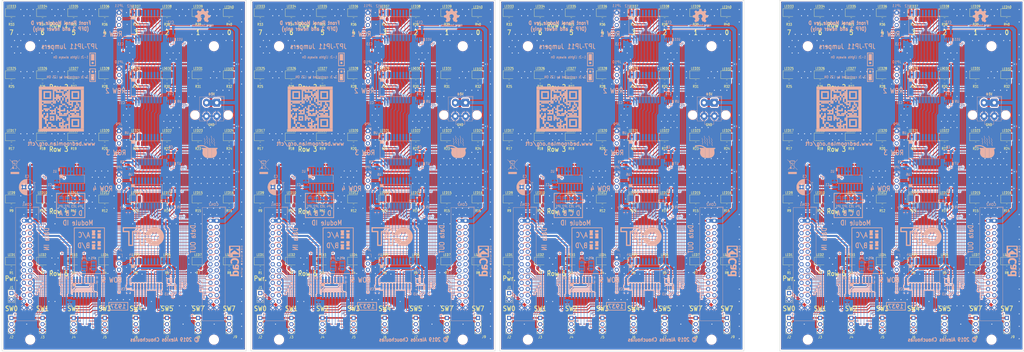
<source format=kicad_pcb>
(kicad_pcb (version 20171130) (host pcbnew 5.1.4-e60b266~84~ubuntu18.04.1)
  (layers (0 F.Cu signal) (31 B.Cu signal) (34 B.Paste user) (35 F.Paste user) (36 B.SilkS user) (37 F.SilkS user) (38 B.Mask user) (39 F.Mask user) (44 Edge.Cuts user))
  (net 0 "")
  (net 1 GND)
  (net 2 +5V)
  (net 3 /POWER)
  (net 4 /SWD3)
  (net 5 /SWD2)
  (net 6 /SWD1)
  (net 7 /SWD0)
  (net 8 /SWA3)
  (net 9 /SWA2)
  (net 10 /SWA1)
  (net 11 /SWA0)
  (net 12 /~LTSON)
  (net 13 /~SW0)
  (net 14 /~SW1)
  (net 15 /~SW2)
  (net 16 /~SW3)
  (net 17 /~SW4)
  (net 18 /~SW5)
  (net 19 /~SW6)
  (net 20 /~SW7)
  (net 21 "Net-(LED1-Pad2)")
  (net 22 "Net-(LED2-Pad2)")
  (net 23 "Net-(LED3-Pad2)")
  (net 24 "Net-(LED4-Pad2)")
  (net 25 "Net-(LED5-Pad2)")
  (net 26 "Net-(LED6-Pad2)")
  (net 27 "Net-(LED7-Pad2)")
  (net 28 "Net-(LED8-Pad2)")
  (net 29 "Net-(LED9-Pad2)")
  (net 30 "Net-(LED10-Pad2)")
  (net 31 "Net-(LED11-Pad2)")
  (net 32 "Net-(LED12-Pad2)")
  (net 33 "Net-(LED13-Pad2)")
  (net 34 "Net-(LED14-Pad2)")
  (net 35 "Net-(LED15-Pad2)")
  (net 36 "Net-(LED16-Pad2)")
  (net 37 "Net-(LED17-Pad2)")
  (net 38 "Net-(LED18-Pad2)")
  (net 39 "Net-(LED19-Pad2)")
  (net 40 "Net-(LED20-Pad2)")
  (net 41 "Net-(LED21-Pad2)")
  (net 42 "Net-(LED22-Pad2)")
  (net 43 "Net-(LED23-Pad2)")
  (net 44 "Net-(LED24-Pad2)")
  (net 45 "Net-(LED25-Pad2)")
  (net 46 "Net-(LED26-Pad2)")
  (net 47 "Net-(LED27-Pad2)")
  (net 48 "Net-(LED28-Pad2)")
  (net 49 "Net-(LED29-Pad2)")
  (net 50 "Net-(LED30-Pad2)")
  (net 51 "Net-(LED31-Pad2)")
  (net 52 "Net-(LED32-Pad2)")
  (net 53 "Net-(LED33-Pad2)")
  (net 54 "Net-(LED34-Pad2)")
  (net 55 "Net-(LED35-Pad2)")
  (net 56 "Net-(LED36-Pad2)")
  (net 57 "Net-(LED37-Pad2)")
  (net 58 "Net-(LED38-Pad2)")
  (net 59 "Net-(LED39-Pad2)")
  (net 60 "Net-(LED40-Pad2)")
  (net 61 "Net-(R1-Pad1)")
  (net 62 "Net-(R2-Pad1)")
  (net 63 "Net-(R3-Pad1)")
  (net 64 "Net-(R4-Pad1)")
  (net 65 "Net-(R5-Pad1)")
  (net 66 "Net-(R6-Pad1)")
  (net 67 "Net-(R7-Pad1)")
  (net 68 "Net-(R8-Pad1)")
  (net 69 "Net-(R9-Pad1)")
  (net 70 "Net-(R10-Pad1)")
  (net 71 "Net-(R11-Pad1)")
  (net 72 "Net-(R12-Pad1)")
  (net 73 "Net-(R13-Pad1)")
  (net 74 "Net-(R14-Pad1)")
  (net 75 "Net-(R15-Pad1)")
  (net 76 "Net-(R16-Pad1)")
  (net 77 "Net-(R17-Pad1)")
  (net 78 "Net-(R18-Pad1)")
  (net 79 "Net-(R19-Pad1)")
  (net 80 "Net-(R20-Pad1)")
  (net 81 "Net-(R21-Pad1)")
  (net 82 "Net-(R22-Pad1)")
  (net 83 "Net-(R23-Pad1)")
  (net 84 "Net-(R24-Pad1)")
  (net 85 "Net-(R25-Pad1)")
  (net 86 "Net-(R26-Pad1)")
  (net 87 "Net-(R27-Pad1)")
  (net 88 "Net-(R28-Pad1)")
  (net 89 "Net-(R29-Pad1)")
  (net 90 "Net-(R30-Pad1)")
  (net 91 "Net-(R31-Pad1)")
  (net 92 "Net-(R32-Pad1)")
  (net 93 "Net-(R33-Pad1)")
  (net 94 "Net-(R34-Pad1)")
  (net 95 "Net-(R35-Pad1)")
  (net 96 "Net-(R36-Pad1)")
  (net 97 "Net-(R37-Pad1)")
  (net 98 "Net-(R38-Pad1)")
  (net 99 "Net-(R39-Pad1)")
  (net 100 "Net-(R40-Pad1)")
  (net 101 /FPA0)
  (net 102 /FPA1)
  (net 103 /FPD0)
  (net 104 /FPD1)
  (net 105 /FPD2)
  (net 106 /FPD3)
  (net 107 /FPD4)
  (net 108 /FPD5)
  (net 109 /~LMEN0)
  (net 110 /~LMEN)
  (net 111 /~LMEN1)
  (net 112 /~LMEN2)
  (net 113 /~LMEN3)
  (net 114 /SWSEL)
  (net 115 /~SWSEL)
  (net 116 "Net-(U1-Pad11)")
  (net 117 "Net-(U1-Pad10)")
  (net 118 "Net-(U1-Pad9)")
  (net 119 "Net-(U1-Pad7)")
  (net 120 /FPD7)
  (net 121 /FPD6)
  (net 122 "Net-(CON2-Pad27)")
  (net 123 /~ROW5)
  (net 124 /~ROW4)
  (net 125 /~ROW3)
  (net 126 /~ROW2)
  (net 127 /~ROW1)
  (net 128 "Net-(JP7-Pad2)")
  (net 129 "Net-(JP8-Pad2)")
  (net 130 "Net-(JP9-Pad2)")
  (net 131 "Net-(JP10-Pad2)")
  (net 132 "Net-(JP11-Pad2)")
  (net 133 "Net-(U3-Pad4)")
  (net 134 "Net-(U5-Pad4)")
  (net 135 "Net-(U7-Pad4)")
  (net 136 "Net-(U10-Pad11)")
  (net 137 "Net-(U11-Pad4)")
  (module Capacitor_SMD:C_0805_2012Metric_Pad1.15x1.40mm_HandSolder (layer B.Cu) (at 413.385 120.659 90)
    (fp_text reference C7 (at 0.009 -2.54 180) (layer B.SilkS) (effects (font (size 1 0.83)) (justify mirror)))
    (fp_text value 100nF)
    (pad 1 smd roundrect (at -1.025 0 90) (size 1.15 1.4) (layers B.Cu B.Paste B.Mask) (roundrect_rratio 0.217391) (net 1 GND))
    (pad 2 smd roundrect (at 1.025 0 90) (size 1.15 1.4) (layers B.Cu B.Paste B.Mask) (roundrect_rratio 0.217391) (net 2 +5V))
  )
  (module Resistor_SMD:R_0805_2012Metric_Pad1.15x1.40mm_HandSolder (layer F.Cu) (at 429.26 119.634)
    (fp_text reference R14 (at 0.009 2.032) (layer F.SilkS) (effects (font (size 1 0.83))))
    (fp_text value 330Ω)
    (pad 2 smd roundrect (at 1.025 0) (size 1.15 1.4) (layers F.Cu F.Paste F.Mask) (roundrect_rratio 0.217391) (net 34 "Net-(LED14-Pad2)"))
    (pad 1 smd roundrect (at -1.025 0) (size 1.15 1.4) (layers F.Cu F.Paste F.Mask) (roundrect_rratio 0.217391) (net 74 "Net-(R14-Pad1)"))
  )
  (module Capacitor_SMD:C_0805_2012Metric_Pad1.15x1.40mm_HandSolder (layer B.Cu) (at 384.302 110.998 90)
    (fp_text reference C1 (at 0 -2.921 180) (layer B.SilkS) (effects (font (size 1 0.83)) (justify mirror)))
    (fp_text value 100nF)
    (pad 1 smd roundrect (at -1.025 0 90) (size 1.15 1.4) (layers B.Cu B.Paste B.Mask) (roundrect_rratio 0.217391) (net 2 +5V))
    (pad 2 smd roundrect (at 1.025 0 90) (size 1.15 1.4) (layers B.Cu B.Paste B.Mask) (roundrect_rratio 0.217391) (net 1 GND))
  )
  (module Resistor_SMD:R_0805_2012Metric_Pad1.15x1.40mm_HandSolder (layer F.Cu) (at 454.66 68.834)
    (fp_text reference R32 (at 0.009 2.032) (layer F.SilkS) (effects (font (size 1 0.83))))
    (fp_text value 330Ω)
    (pad 2 smd roundrect (at 1.025 0) (size 1.15 1.4) (layers F.Cu F.Paste F.Mask) (roundrect_rratio 0.217391) (net 52 "Net-(LED32-Pad2)"))
    (pad 1 smd roundrect (at -1.025 0) (size 1.15 1.4) (layers F.Cu F.Paste F.Mask) (roundrect_rratio 0.217391) (net 92 "Net-(R32-Pad1)"))
  )
  (module alexios:SOT-23-5_HandSoldering (layer B.Cu) (at 431.8 153.147 90)
    (fp_text reference U3 (at -2.555 -2.667 180) (layer B.SilkS) (effects (font (size 1 0.83)) (justify mirror)))
    (fp_text value 74LVC1G00)
    (pad 1 smd rect (at 0 0 90) (size 1.56 0.65) (layers B.Cu B.Paste B.Mask) (net 123 /~ROW5))
    (pad 2 smd rect (at 0 -0.95 90) (size 1.56 0.65) (layers B.Cu B.Paste B.Mask) (net 110 /~LMEN))
    (pad 3 smd rect (at 0 -1.9 90) (size 1.56 0.65) (layers B.Cu B.Paste B.Mask) (net 1 GND))
    (pad 4 smd rect (at 2.7 -1.9 90) (size 1.56 0.65) (layers B.Cu B.Paste B.Mask) (net 133 "Net-(U3-Pad4)"))
    (pad 5 smd rect (at 2.7 0 90) (size 1.56 0.65) (layers B.Cu B.Paste B.Mask) (net 2 +5V))
  )
  (module Resistor_SMD:R_0805_2012Metric_Pad1.15x1.40mm_HandSolder (layer F.Cu) (at 454.66 94.234)
    (fp_text reference R24 (at 0.009 2.032) (layer F.SilkS) (effects (font (size 1 0.83))))
    (fp_text value 330Ω)
    (pad 2 smd roundrect (at 1.025 0) (size 1.15 1.4) (layers F.Cu F.Paste F.Mask) (roundrect_rratio 0.217391) (net 44 "Net-(LED24-Pad2)"))
    (pad 1 smd roundrect (at -1.025 0) (size 1.15 1.4) (layers F.Cu F.Paste F.Mask) (roundrect_rratio 0.217391) (net 84 "Net-(R24-Pad1)"))
  )
  (module Capacitor_SMD:C_0805_2012Metric_Pad1.15x1.40mm_HandSolder (layer B.Cu) (at 430.85 97.536)
    (fp_text reference C8 (at -0.066 -1.905) (layer B.SilkS) (effects (font (size 1 0.83)) (justify mirror)))
    (fp_text value 100nF)
    (pad 1 smd roundrect (at -1.025 0) (size 1.15 1.4) (layers B.Cu B.Paste B.Mask) (roundrect_rratio 0.217391) (net 1 GND))
    (pad 2 smd roundrect (at 1.025 0) (size 1.15 1.4) (layers B.Cu B.Paste B.Mask) (roundrect_rratio 0.217391) (net 2 +5V))
  )
  (module Resistor_SMD:R_0805_2012Metric_Pad1.15x1.40mm_HandSolder (layer F.Cu) (at 416.56 119.634)
    (fp_text reference R13 (at 0.009 2.032) (layer F.SilkS) (effects (font (size 1 0.83))))
    (fp_text value 330Ω)
    (pad 2 smd roundrect (at 1.025 0) (size 1.15 1.4) (layers F.Cu F.Paste F.Mask) (roundrect_rratio 0.217391) (net 33 "Net-(LED13-Pad2)"))
    (pad 1 smd roundrect (at -1.025 0) (size 1.15 1.4) (layers F.Cu F.Paste F.Mask) (roundrect_rratio 0.217391) (net 73 "Net-(R13-Pad1)"))
  )
  (module Capacitor_SMD:C_0805_2012Metric_Pad1.15x1.40mm_HandSolder (layer B.Cu) (at 430.85 115.316)
    (fp_text reference C6 (at 0 -2.032) (layer B.SilkS) (effects (font (size 1 0.83)) (justify mirror)))
    (fp_text value 100nF)
    (pad 1 smd roundrect (at -1.025 0) (size 1.15 1.4) (layers B.Cu B.Paste B.Mask) (roundrect_rratio 0.217391) (net 1 GND))
    (pad 2 smd roundrect (at 1.025 0) (size 1.15 1.4) (layers B.Cu B.Paste B.Mask) (roundrect_rratio 0.217391) (net 2 +5V))
  )
  (module Resistor_SMD:R_0805_2012Metric_Pad1.15x1.40mm_HandSolder (layer F.Cu) (at 416.56 94.234)
    (fp_text reference R21 (at 0.009 2.032) (layer F.SilkS) (effects (font (size 1 0.83))))
    (fp_text value 330Ω)
    (pad 2 smd roundrect (at 1.025 0) (size 1.15 1.4) (layers F.Cu F.Paste F.Mask) (roundrect_rratio 0.217391) (net 41 "Net-(LED21-Pad2)"))
    (pad 1 smd roundrect (at -1.025 0) (size 1.15 1.4) (layers F.Cu F.Paste F.Mask) (roundrect_rratio 0.217391) (net 81 "Net-(R21-Pad1)"))
  )
  (module Resistor_SMD:R_0805_2012Metric_Pad1.15x1.40mm_HandSolder (layer F.Cu) (at 403.86 68.834)
    (fp_text reference R28 (at 0.009 2.032) (layer F.SilkS) (effects (font (size 1 0.83))))
    (fp_text value 330Ω)
    (pad 2 smd roundrect (at 1.025 0) (size 1.15 1.4) (layers F.Cu F.Paste F.Mask) (roundrect_rratio 0.217391) (net 48 "Net-(LED28-Pad2)"))
    (pad 1 smd roundrect (at -1.025 0) (size 1.15 1.4) (layers F.Cu F.Paste F.Mask) (roundrect_rratio 0.217391) (net 88 "Net-(R28-Pad1)"))
  )
  (module Jumper:SolderJumper-2_P1.3mm_Open_Pad1.0x1.5mm (layer B.Cu) (at 388.62 117.094 270)
    (fp_text reference JP2 (at 2.794 0) (layer B.SilkS) (effects (font (size 1 0.83)) (justify mirror)))
    (fp_text value SolderJumper_2_Open)
    (pad 1 smd rect (at -0.65 0 270) (size 1 1.5) (layers B.Cu B.Mask) (net 111 /~LMEN1))
    (pad 2 smd rect (at 0.65 0 270) (size 1 1.5) (layers B.Cu B.Mask) (net 110 /~LMEN))
  )
  (module Jumper:SolderJumper-2_P1.3mm_Open_Pad1.0x1.5mm (layer B.Cu) (at 385.953 117.094 270)
    (fp_text reference JP1 (at 2.794 0 180) (layer B.SilkS) (effects (font (size 1 0.83)) (justify mirror)))
    (fp_text value SolderJumper_2_Open)
    (pad 1 smd rect (at -0.65 0 270) (size 1 1.5) (layers B.Cu B.Mask) (net 109 /~LMEN0))
    (pad 2 smd rect (at 0.65 0 270) (size 1 1.5) (layers B.Cu B.Mask) (net 110 /~LMEN))
  )
  (module Capacitor_SMD:C_0805_2012Metric_Pad1.15x1.40mm_HandSolder (layer B.Cu) (at 413.512 52.07 90)
    (fp_text reference C13 (at -1.397 -3.175 180) (layer B.SilkS) (effects (font (size 1 0.83)) (justify mirror)))
    (fp_text value 100nF)
    (pad 1 smd roundrect (at -1.025 0 90) (size 1.15 1.4) (layers B.Cu B.Paste B.Mask) (roundrect_rratio 0.217) (net 1 GND))
    (pad 2 smd roundrect (at 1.025 0 90) (size 1.15 1.4) (layers B.Cu B.Paste B.Mask) (roundrect_rratio 0.217391) (net 2 +5V))
  )
  (module Resistor_SMD:R_0805_2012Metric_Pad1.15x1.40mm_HandSolder (layer F.Cu) (at 429.26 145.034)
    (fp_text reference R6 (at 0.009 2.032) (layer F.SilkS) (effects (font (size 1 0.83))))
    (fp_text value 330Ω)
    (pad 2 smd roundrect (at 1.025 0) (size 1.15 1.4) (layers F.Cu F.Paste F.Mask) (roundrect_rratio 0.217391) (net 26 "Net-(LED6-Pad2)"))
    (pad 1 smd roundrect (at -1.025 0) (size 1.15 1.4) (layers F.Cu F.Paste F.Mask) (roundrect_rratio 0.217391) (net 66 "Net-(R6-Pad1)"))
  )
  (module Resistor_SMD:R_0805_2012Metric_Pad1.15x1.40mm_HandSolder (layer F.Cu) (at 378.46 94.234)
    (fp_text reference R18 (at 0.009 2.032) (layer F.SilkS) (effects (font (size 1 0.83))))
    (fp_text value 330Ω)
    (pad 2 smd roundrect (at 1.025 0) (size 1.15 1.4) (layers F.Cu F.Paste F.Mask) (roundrect_rratio 0.217391) (net 38 "Net-(LED18-Pad2)"))
    (pad 1 smd roundrect (at -1.025 0) (size 1.15 1.4) (layers F.Cu F.Paste F.Mask) (roundrect_rratio 0.217391) (net 78 "Net-(R18-Pad1)"))
  )
  (module alexios:SOIC-20W (layer B.Cu) (at 415.29 66.167 270)
    (fp_text reference U10 (at -4.572 -2.286 180) (layer B.SilkS) (effects (font (size 1 0.83)) (justify left mirror)))
    (fp_text value 74HC573)
    (pad 1 smd rect (at 0 0 270) (size 2.54 0.72) (layers B.Cu B.Paste B.Mask) (net 131 "Net-(JP10-Pad2)"))
    (pad 2 smd rect (at -0.012 -1.27 270) (size 2.54 0.72) (layers B.Cu B.Paste B.Mask) (net 103 /FPD0))
    (pad 3 smd rect (at -0.012 -2.54 270) (size 2.54 0.72) (layers B.Cu B.Paste B.Mask) (net 104 /FPD1))
    (pad 4 smd rect (at -0.004 -3.81 270) (size 2.54 0.72) (layers B.Cu B.Paste B.Mask) (net 105 /FPD2))
    (pad 5 smd rect (at -0.004 -5.08 270) (size 2.54 0.72) (layers B.Cu B.Paste B.Mask) (net 106 /FPD3))
    (pad 6 smd rect (at -0.004 -6.35 270) (size 2.54 0.72) (layers B.Cu B.Paste B.Mask) (net 107 /FPD4))
    (pad 7 smd rect (at -0.004 -7.62 270) (size 2.54 0.72) (layers B.Cu B.Paste B.Mask) (net 108 /FPD5))
    (pad 8 smd rect (at -0.004 -8.89 270) (size 2.54 0.72) (layers B.Cu B.Paste B.Mask) (net 121 /FPD6))
    (pad 13 smd rect (at 10.264 -8.89 270) (size 2.54 0.72) (layers B.Cu B.Paste B.Mask) (net 91 "Net-(R31-Pad1)"))
    (pad 14 smd rect (at 10.264 -7.62 270) (size 2.54 0.72) (layers B.Cu B.Paste B.Mask) (net 90 "Net-(R30-Pad1)"))
    (pad 15 smd rect (at 10.264 -6.35 270) (size 2.54 0.72) (layers B.Cu B.Paste B.Mask) (net 89 "Net-(R29-Pad1)"))
    (pad 16 smd rect (at 10.264 -5.08 270) (size 2.54 0.72) (layers B.Cu B.Paste B.Mask) (net 88 "Net-(R28-Pad1)"))
    (pad 17 smd rect (at 10.264 -3.81 270) (size 2.54 0.72) (layers B.Cu B.Paste B.Mask) (net 87 "Net-(R27-Pad1)"))
    (pad 18 smd rect (at 10.264 -2.54 270) (size 2.54 0.72) (layers B.Cu B.Paste B.Mask) (net 86 "Net-(R26-Pad1)"))
    (pad 19 smd rect (at 10.264 -1.27 270) (size 2.54 0.72) (layers B.Cu B.Paste B.Mask) (net 85 "Net-(R25-Pad1)"))
    (pad 20 smd rect (at 10.264 0 270) (size 2.54 0.72) (layers B.Cu B.Paste B.Mask) (net 2 +5V))
    (pad 10 smd rect (at -0.004 -11.43 270) (size 2.54 0.72) (layers B.Cu B.Paste B.Mask) (net 1 GND))
    (pad 9 smd rect (at -0.004 -10.16 270) (size 2.54 0.72) (layers B.Cu B.Paste B.Mask) (net 120 /FPD7))
    (pad 11 smd rect (at 10.264 -11.43 270) (size 2.54 0.72) (layers B.Cu B.Paste B.Mask) (net 136 "Net-(U10-Pad11)"))
    (pad 12 smd rect (at 10.264 -10.16 270) (size 2.54 0.72) (layers B.Cu B.Paste B.Mask) (net 92 "Net-(R32-Pad1)"))
  )
  (module alexios:SOIC-20W (layer B.Cu) (at 415.29 40.767 270)
    (fp_text reference U12 (at -2.794 -0.254 180) (layer B.SilkS) (effects (font (size 1 0.83)) (justify left mirror)))
    (fp_text value 74HC573)
    (pad 1 smd rect (at 0 0 270) (size 2.54 0.72) (layers B.Cu B.Paste B.Mask) (net 132 "Net-(JP11-Pad2)"))
    (pad 2 smd rect (at -0.012 -1.27 270) (size 2.54 0.72) (layers B.Cu B.Paste B.Mask) (net 103 /FPD0))
    (pad 3 smd rect (at -0.012 -2.54 270) (size 2.54 0.72) (layers B.Cu B.Paste B.Mask) (net 104 /FPD1))
    (pad 4 smd rect (at -0.004 -3.81 270) (size 2.54 0.72) (layers B.Cu B.Paste B.Mask) (net 105 /FPD2))
    (pad 5 smd rect (at -0.004 -5.08 270) (size 2.54 0.72) (layers B.Cu B.Paste B.Mask) (net 106 /FPD3))
    (pad 6 smd rect (at -0.004 -6.35 270) (size 2.54 0.72) (layers B.Cu B.Paste B.Mask) (net 107 /FPD4))
    (pad 7 smd rect (at -0.004 -7.62 270) (size 2.54 0.72) (layers B.Cu B.Paste B.Mask) (net 108 /FPD5))
    (pad 8 smd rect (at -0.004 -8.89 270) (size 2.54 0.72) (layers B.Cu B.Paste B.Mask) (net 121 /FPD6))
    (pad 13 smd rect (at 10.264 -8.89 270) (size 2.54 0.72) (layers B.Cu B.Paste B.Mask) (net 99 "Net-(R39-Pad1)"))
    (pad 14 smd rect (at 10.264 -7.62 270) (size 2.54 0.72) (layers B.Cu B.Paste B.Mask) (net 98 "Net-(R38-Pad1)"))
    (pad 15 smd rect (at 10.264 -6.35 270) (size 2.54 0.72) (layers B.Cu B.Paste B.Mask) (net 97 "Net-(R37-Pad1)"))
    (pad 16 smd rect (at 10.264 -5.08 270) (size 2.54 0.72) (layers B.Cu B.Paste B.Mask) (net 96 "Net-(R36-Pad1)"))
    (pad 17 smd rect (at 10.264 -3.81 270) (size 2.54 0.72) (layers B.Cu B.Paste B.Mask) (net 95 "Net-(R35-Pad1)"))
    (pad 18 smd rect (at 10.264 -2.54 270) (size 2.54 0.72) (layers B.Cu B.Paste B.Mask) (net 94 "Net-(R34-Pad1)"))
    (pad 19 smd rect (at 10.264 -1.27 270) (size 2.54 0.72) (layers B.Cu B.Paste B.Mask) (net 93 "Net-(R33-Pad1)"))
    (pad 20 smd rect (at 10.264 0 270) (size 2.54 0.72) (layers B.Cu B.Paste B.Mask) (net 2 +5V))
    (pad 10 smd rect (at -0.004 -11.43 270) (size 2.54 0.72) (layers B.Cu B.Paste B.Mask) (net 1 GND))
    (pad 9 smd rect (at -0.004 -10.16 270) (size 2.54 0.72) (layers B.Cu B.Paste B.Mask) (net 120 /FPD7))
    (pad 11 smd rect (at 10.264 -11.43 270) (size 2.54 0.72) (layers B.Cu B.Paste B.Mask) (net 137 "Net-(U11-Pad4)"))
    (pad 12 smd rect (at 10.264 -10.16 270) (size 2.54 0.72) (layers B.Cu B.Paste B.Mask) (net 100 "Net-(R40-Pad1)"))
  )
  (module Resistor_SMD:R_0805_2012Metric_Pad1.15x1.40mm_HandSolder (layer F.Cu) (at 391.16 145.034)
    (fp_text reference R3 (at 0.009 2.032) (layer F.SilkS) (effects (font (size 1 0.83))))
    (fp_text value 330Ω)
    (pad 2 smd roundrect (at 1.025 0) (size 1.15 1.4) (layers F.Cu F.Paste F.Mask) (roundrect_rratio 0.217391) (net 23 "Net-(LED3-Pad2)"))
    (pad 1 smd roundrect (at -1.025 0) (size 1.15 1.4) (layers F.Cu F.Paste F.Mask) (roundrect_rratio 0.217391) (net 63 "Net-(R3-Pad1)"))
  )
  (module Resistor_SMD:R_0805_2012Metric_Pad1.15x1.40mm_HandSolder (layer F.Cu) (at 365.76 119.634)
    (fp_text reference R9 (at 0.009 2.032) (layer F.SilkS) (effects (font (size 1 0.83))))
    (fp_text value 330Ω)
    (pad 2 smd roundrect (at 1.025 0) (size 1.15 1.4) (layers F.Cu F.Paste F.Mask) (roundrect_rratio 0.217391) (net 29 "Net-(LED9-Pad2)"))
    (pad 1 smd roundrect (at -1.025 0) (size 1.15 1.4) (layers F.Cu F.Paste F.Mask) (roundrect_rratio 0.217391) (net 69 "Net-(R9-Pad1)"))
  )
  (module Resistor_SMD:R_0805_2012Metric_Pad1.15x1.40mm_HandSolder (layer F.Cu) (at 378.46 145.034)
    (fp_text reference R2 (at 0.009 2.032) (layer F.SilkS) (effects (font (size 1 0.83))))
    (fp_text value 330Ω)
    (pad 2 smd roundrect (at 1.025 0) (size 1.15 1.4) (layers F.Cu F.Paste F.Mask) (roundrect_rratio 0.217391) (net 22 "Net-(LED2-Pad2)"))
    (pad 1 smd roundrect (at -1.025 0) (size 1.15 1.4) (layers F.Cu F.Paste F.Mask) (roundrect_rratio 0.217391) (net 62 "Net-(R2-Pad1)"))
  )
  (module alexios:SOIC-20W (layer B.Cu) (at 415.29 91.567 270)
    (fp_text reference U8 (at -1.778 1.524 180) (layer B.SilkS) (effects (font (size 1 0.83)) (justify left mirror)))
    (fp_text value 74HC573)
    (pad 1 smd rect (at 0 0 270) (size 2.54 0.72) (layers B.Cu B.Paste B.Mask) (net 130 "Net-(JP9-Pad2)"))
    (pad 2 smd rect (at -0.012 -1.27 270) (size 2.54 0.72) (layers B.Cu B.Paste B.Mask) (net 103 /FPD0))
    (pad 3 smd rect (at -0.012 -2.54 270) (size 2.54 0.72) (layers B.Cu B.Paste B.Mask) (net 104 /FPD1))
    (pad 4 smd rect (at -0.004 -3.81 270) (size 2.54 0.72) (layers B.Cu B.Paste B.Mask) (net 105 /FPD2))
    (pad 5 smd rect (at -0.004 -5.08 270) (size 2.54 0.72) (layers B.Cu B.Paste B.Mask) (net 106 /FPD3))
    (pad 6 smd rect (at -0.004 -6.35 270) (size 2.54 0.72) (layers B.Cu B.Paste B.Mask) (net 107 /FPD4))
    (pad 7 smd rect (at -0.004 -7.62 270) (size 2.54 0.72) (layers B.Cu B.Paste B.Mask) (net 108 /FPD5))
    (pad 8 smd rect (at -0.004 -8.89 270) (size 2.54 0.72) (layers B.Cu B.Paste B.Mask) (net 121 /FPD6))
    (pad 13 smd rect (at 10.264 -8.89 270) (size 2.54 0.72) (layers B.Cu B.Paste B.Mask) (net 83 "Net-(R23-Pad1)"))
    (pad 14 smd rect (at 10.264 -7.62 270) (size 2.54 0.72) (layers B.Cu B.Paste B.Mask) (net 82 "Net-(R22-Pad1)"))
    (pad 15 smd rect (at 10.264 -6.35 270) (size 2.54 0.72) (layers B.Cu B.Paste B.Mask) (net 81 "Net-(R21-Pad1)"))
    (pad 16 smd rect (at 10.264 -5.08 270) (size 2.54 0.72) (layers B.Cu B.Paste B.Mask) (net 80 "Net-(R20-Pad1)"))
    (pad 17 smd rect (at 10.264 -3.81 270) (size 2.54 0.72) (layers B.Cu B.Paste B.Mask) (net 79 "Net-(R19-Pad1)"))
    (pad 18 smd rect (at 10.264 -2.54 270) (size 2.54 0.72) (layers B.Cu B.Paste B.Mask) (net 78 "Net-(R18-Pad1)"))
    (pad 19 smd rect (at 10.264 -1.27 270) (size 2.54 0.72) (layers B.Cu B.Paste B.Mask) (net 77 "Net-(R17-Pad1)"))
    (pad 20 smd rect (at 10.264 0 270) (size 2.54 0.72) (layers B.Cu B.Paste B.Mask) (net 2 +5V))
    (pad 10 smd rect (at -0.004 -11.43 270) (size 2.54 0.72) (layers B.Cu B.Paste B.Mask) (net 1 GND))
    (pad 9 smd rect (at -0.004 -10.16 270) (size 2.54 0.72) (layers B.Cu B.Paste B.Mask) (net 120 /FPD7))
    (pad 11 smd rect (at 10.264 -11.43 270) (size 2.54 0.72) (layers B.Cu B.Paste B.Mask) (net 135 "Net-(U7-Pad4)"))
    (pad 12 smd rect (at 10.264 -10.16 270) (size 2.54 0.72) (layers B.Cu B.Paste B.Mask) (net 84 "Net-(R24-Pad1)"))
  )
  (module Capacitor_SMD:C_0805_2012Metric_Pad1.15x1.40mm_HandSolder (layer B.Cu) (at 430.85 46.736)
    (fp_text reference C12 (at 0 -2.159) (layer B.SilkS) (effects (font (size 1 0.83)) (justify mirror)))
    (fp_text value 100nF)
    (pad 1 smd roundrect (at -1.025 0) (size 1.15 1.4) (layers B.Cu B.Paste B.Mask) (roundrect_rratio 0.217391) (net 1 GND))
    (pad 2 smd roundrect (at 1.025 0) (size 1.15 1.4) (layers B.Cu B.Paste B.Mask) (roundrect_rratio 0.217391) (net 2 +5V))
  )
  (module Resistor_SMD:R_0805_2012Metric_Pad1.15x1.40mm_HandSolder (layer F.Cu) (at 416.56 145.034)
    (fp_text reference R5 (at 0.009 2.032) (layer F.SilkS) (effects (font (size 1 0.83))))
    (fp_text value 330Ω)
    (pad 2 smd roundrect (at 1.025 0) (size 1.15 1.4) (layers F.Cu F.Paste F.Mask) (roundrect_rratio 0.217391) (net 25 "Net-(LED5-Pad2)"))
    (pad 1 smd roundrect (at -1.025 0) (size 1.15 1.4) (layers F.Cu F.Paste F.Mask) (roundrect_rratio 0.217391) (net 65 "Net-(R5-Pad1)"))
  )
  (module Jumper:SolderJumper-3_P1.3mm_Open_Pad1.0x1.5mm (layer B.Cu) (at 399.288 144.145 90)
    (fp_text reference JP5 (at 3.048 0 180) (layer B.SilkS) (effects (font (size 1 0.83)) (justify mirror)))
    (fp_text value Jumper_3_Bridged12)
    (pad 3 smd rect (at 1.3 0 90) (size 1 1.5) (layers B.Cu B.Mask) (net 8 /SWA3))
    (pad 2 smd rect (at 0 0 90) (size 1 1.5) (layers B.Cu B.Mask) (net 114 /SWSEL))
    (pad 1 smd rect (at -1.3 0 90) (size 1 1.5) (layers B.Cu B.Mask) (net 2 +5V))
  )
  (module Capacitor_SMD:C_0805_2012Metric_Pad1.15x1.40mm_HandSolder (layer B.Cu) (at 430.85 148.463)
    (fp_text reference C4 (at -0.955 -2.032) (layer B.SilkS) (effects (font (size 1 0.83)) (justify mirror)))
    (fp_text value 100nF)
    (pad 1 smd roundrect (at -1.025 0) (size 1.15 1.4) (layers B.Cu B.Paste B.Mask) (roundrect_rratio 0.217391) (net 1 GND))
    (pad 2 smd roundrect (at 1.025 0) (size 1.15 1.4) (layers B.Cu B.Paste B.Mask) (roundrect_rratio 0.217391) (net 2 +5V))
  )
  (module Capacitor_SMD:C_0805_2012Metric_Pad1.15x1.40mm_HandSolder (layer B.Cu) (at 413.512 77.47 90)
    (fp_text reference C11 (at 0 -2.667 180) (layer B.SilkS) (effects (font (size 1 0.83)) (justify mirror)))
    (fp_text value 100nF)
    (pad 1 smd roundrect (at -1.025 0 90) (size 1.15 1.4) (layers B.Cu B.Paste B.Mask) (roundrect_rratio 0.217391) (net 1 GND))
    (pad 2 smd roundrect (at 1.025 0 90) (size 1.15 1.4) (layers B.Cu B.Paste B.Mask) (roundrect_rratio 0.217391) (net 2 +5V))
  )
  (module Capacitor_SMD:C_0805_2012Metric_Pad1.15x1.40mm_HandSolder (layer B.Cu) (at 430.85 72.136)
    (fp_text reference C10 (at 0 1.65) (layer B.SilkS) (effects (font (size 1 0.83)) (justify mirror)))
    (fp_text value 100nF)
    (pad 2 smd roundrect (at 1.025 0) (size 1.15 1.4) (layers B.Cu B.Paste B.Mask) (roundrect_rratio 0.217391) (net 2 +5V))
    (pad 1 smd roundrect (at -1.025 0) (size 1.15 1.4) (layers B.Cu B.Paste B.Mask) (roundrect_rratio 0.217391) (net 1 GND))
  )
  (module Resistor_SMD:R_0805_2012Metric_Pad1.15x1.40mm_HandSolder (layer F.Cu) (at 365.76 94.234)
    (fp_text reference R17 (at 0.009 2.032) (layer F.SilkS) (effects (font (size 1 0.83))))
    (fp_text value 330Ω)
    (pad 2 smd roundrect (at 1.025 0) (size 1.15 1.4) (layers F.Cu F.Paste F.Mask) (roundrect_rratio 0.217391) (net 37 "Net-(LED17-Pad2)"))
    (pad 1 smd roundrect (at -1.025 0) (size 1.15 1.4) (layers F.Cu F.Paste F.Mask) (roundrect_rratio 0.217391) (net 77 "Net-(R17-Pad1)"))
  )
  (module Jumper:SolderJumper-2_P1.3mm_Open_Pad1.0x1.5mm (layer B.Cu) (at 393.954 117.094 270)
    (fp_text reference JP4 (at 2.794 0 180) (layer B.SilkS) (effects (font (size 1 0.83)) (justify mirror)))
    (fp_text value SolderJumper_2_Open)
    (pad 1 smd rect (at -0.65 0 270) (size 1 1.5) (layers B.Cu B.Mask) (net 113 /~LMEN3))
    (pad 2 smd rect (at 0.65 0 270) (size 1 1.5) (layers B.Cu B.Mask) (net 110 /~LMEN))
  )
  (module Capacitor_SMD:C_0805_2012Metric_Pad1.15x1.40mm_HandSolder (layer B.Cu) (at 413.512 102.87 90)
    (fp_text reference C9 (at 1.143 -2.54 180) (layer B.SilkS) (effects (font (size 1 0.83)) (justify mirror)))
    (fp_text value 100nF)
    (pad 1 smd roundrect (at -1.025 0 90) (size 1.15 1.4) (layers B.Cu B.Paste B.Mask) (roundrect_rratio 0.217391) (net 1 GND))
    (pad 2 smd roundrect (at 1.025 0 90) (size 1.15 1.4) (layers B.Cu B.Paste B.Mask) (roundrect_rratio 0.217391) (net 2 +5V))
  )
  (module Jumper:SolderJumper-2_P1.3mm_Open_Pad1.0x1.5mm (layer B.Cu) (at 391.287 117.094 270)
    (fp_text reference JP3 (at 2.794 0 180) (layer B.SilkS) (effects (font (size 1 0.83)) (justify mirror)))
    (fp_text value SolderJumper_2_Open)
    (pad 1 smd rect (at -0.65 0 270) (size 1 1.5) (layers B.Cu B.Mask) (net 112 /~LMEN2))
    (pad 2 smd rect (at 0.65 0 270) (size 1 1.5) (layers B.Cu B.Mask) (net 110 /~LMEN))
  )
  (module alexios:SOIC-20W (layer B.Cu) (at 415.29 109.347 270)
    (fp_text reference U6 (at -2.54 0 180) (layer B.SilkS) (effects (font (size 1 0.83)) (justify left mirror)))
    (fp_text value 74HC573)
    (pad 1 smd rect (at 0 0 270) (size 2.54 0.72) (layers B.Cu B.Paste B.Mask) (net 129 "Net-(JP8-Pad2)"))
    (pad 2 smd rect (at -0.012 -1.27 270) (size 2.54 0.72) (layers B.Cu B.Paste B.Mask) (net 103 /FPD0))
    (pad 3 smd rect (at -0.012 -2.54 270) (size 2.54 0.72) (layers B.Cu B.Paste B.Mask) (net 104 /FPD1))
    (pad 4 smd rect (at -0.004 -3.81 270) (size 2.54 0.72) (layers B.Cu B.Paste B.Mask) (net 105 /FPD2))
    (pad 5 smd rect (at -0.004 -5.08 270) (size 2.54 0.72) (layers B.Cu B.Paste B.Mask) (net 106 /FPD3))
    (pad 6 smd rect (at -0.004 -6.35 270) (size 2.54 0.72) (layers B.Cu B.Paste B.Mask) (net 107 /FPD4))
    (pad 7 smd rect (at -0.004 -7.62 270) (size 2.54 0.72) (layers B.Cu B.Paste B.Mask) (net 108 /FPD5))
    (pad 8 smd rect (at -0.004 -8.89 270) (size 2.54 0.72) (layers B.Cu B.Paste B.Mask) (net 121 /FPD6))
    (pad 13 smd rect (at 10.264 -8.89 270) (size 2.54 0.72) (layers B.Cu B.Paste B.Mask) (net 75 "Net-(R15-Pad1)"))
    (pad 14 smd rect (at 10.264 -7.62 270) (size 2.54 0.72) (layers B.Cu B.Paste B.Mask) (net 74 "Net-(R14-Pad1)"))
    (pad 15 smd rect (at 10.264 -6.35 270) (size 2.54 0.72) (layers B.Cu B.Paste B.Mask) (net 73 "Net-(R13-Pad1)"))
    (pad 16 smd rect (at 10.264 -5.08 270) (size 2.54 0.72) (layers B.Cu B.Paste B.Mask) (net 72 "Net-(R12-Pad1)"))
    (pad 17 smd rect (at 10.264 -3.81 270) (size 2.54 0.72) (layers B.Cu B.Paste B.Mask) (net 71 "Net-(R11-Pad1)"))
    (pad 18 smd rect (at 10.264 -2.54 270) (size 2.54 0.72) (layers B.Cu B.Paste B.Mask) (net 70 "Net-(R10-Pad1)"))
    (pad 19 smd rect (at 10.264 -1.27 270) (size 2.54 0.72) (layers B.Cu B.Paste B.Mask) (net 69 "Net-(R9-Pad1)"))
    (pad 20 smd rect (at 10.264 0 270) (size 2.54 0.72) (layers B.Cu B.Paste B.Mask) (net 2 +5V))
    (pad 10 smd rect (at -0.004 -11.43 270) (size 2.54 0.72) (layers B.Cu B.Paste B.Mask) (net 1 GND))
    (pad 9 smd rect (at -0.004 -10.16 270) (size 2.54 0.72) (layers B.Cu B.Paste B.Mask) (net 120 /FPD7))
    (pad 11 smd rect (at 10.264 -11.43 270) (size 2.54 0.72) (layers B.Cu B.Paste B.Mask) (net 134 "Net-(U5-Pad4)"))
    (pad 12 smd rect (at 10.264 -10.16 270) (size 2.54 0.72) (layers B.Cu B.Paste B.Mask) (net 76 "Net-(R16-Pad1)"))
  )
  (module Jumper:SolderJumper-3_P1.3mm_Open_Pad1.0x1.5mm (layer B.Cu) (at 395.478 144.145 270)
    (fp_text reference JP6 (at -3.048 0 180) (layer B.SilkS) (effects (font (size 1 0.83)) (justify mirror)))
    (fp_text value Jumper_3_Bridged12)
    (pad 3 smd rect (at 1.3 0 270) (size 1 1.5) (layers B.Cu B.Mask) (net 1 GND))
    (pad 2 smd rect (at 0 0 270) (size 1 1.5) (layers B.Cu B.Mask) (net 115 /~SWSEL))
    (pad 1 smd rect (at -1.3 0 270) (size 1 1.5) (layers B.Cu B.Mask) (net 8 /SWA3))
  )
  (module Resistor_SMD:R_0805_2012Metric_Pad1.15x1.40mm_HandSolder (layer F.Cu) (at 391.16 68.834)
    (fp_text reference R27 (at 0.009 2.032) (layer F.SilkS) (effects (font (size 1 0.83))))
    (fp_text value 330Ω)
    (pad 2 smd roundrect (at 1.025 0) (size 1.15 1.4) (layers F.Cu F.Paste F.Mask) (roundrect_rratio 0.217391) (net 47 "Net-(LED27-Pad2)"))
    (pad 1 smd roundrect (at -1.025 0) (size 1.15 1.4) (layers F.Cu F.Paste F.Mask) (roundrect_rratio 0.217391) (net 87 "Net-(R27-Pad1)"))
  )
  (module Resistor_SMD:R_0805_2012Metric_Pad1.15x1.40mm_HandSolder (layer F.Cu) (at 365.76 145.034)
    (fp_text reference R1 (at 0.009 2.032) (layer F.SilkS) (effects (font (size 1 0.83))))
    (fp_text value 330Ω)
    (pad 2 smd roundrect (at 1.025 0) (size 1.15 1.4) (layers F.Cu F.Paste F.Mask) (roundrect_rratio 0.217391) (net 21 "Net-(LED1-Pad2)"))
    (pad 1 smd roundrect (at -1.025 0) (size 1.15 1.4) (layers F.Cu F.Paste F.Mask) (roundrect_rratio 0.217391) (net 61 "Net-(R1-Pad1)"))
  )
  (module Resistor_SMD:R_0805_2012Metric_Pad1.15x1.40mm_HandSolder (layer F.Cu) (at 403.86 145.034)
    (fp_text reference R4 (at 0.009 2.032) (layer F.SilkS) (effects (font (size 1 0.83))))
    (fp_text value 330Ω)
    (pad 2 smd roundrect (at 1.025 0) (size 1.15 1.4) (layers F.Cu F.Paste F.Mask) (roundrect_rratio 0.217391) (net 24 "Net-(LED4-Pad2)"))
    (pad 1 smd roundrect (at -1.025 0) (size 1.15 1.4) (layers F.Cu F.Paste F.Mask) (roundrect_rratio 0.217391) (net 64 "Net-(R4-Pad1)"))
  )
  (module Resistor_SMD:R_0805_2012Metric_Pad1.15x1.40mm_HandSolder (layer F.Cu) (at 403.86 119.634)
    (fp_text reference R12 (at 0.009 2.032) (layer F.SilkS) (effects (font (size 1 0.83))))
    (fp_text value 330Ω)
    (pad 2 smd roundrect (at 1.025 0) (size 1.15 1.4) (layers F.Cu F.Paste F.Mask) (roundrect_rratio 0.217391) (net 32 "Net-(LED12-Pad2)"))
    (pad 1 smd roundrect (at -1.025 0) (size 1.15 1.4) (layers F.Cu F.Paste F.Mask) (roundrect_rratio 0.217391) (net 72 "Net-(R12-Pad1)"))
  )
  (module Resistor_SMD:R_0805_2012Metric_Pad1.15x1.40mm_HandSolder (layer F.Cu) (at 416.56 68.834)
    (fp_text reference R29 (at 0.009 2.032) (layer F.SilkS) (effects (font (size 1 0.83))))
    (fp_text value 330Ω)
    (pad 2 smd roundrect (at 1.025 0) (size 1.15 1.4) (layers F.Cu F.Paste F.Mask) (roundrect_rratio 0.217391) (net 49 "Net-(LED29-Pad2)"))
    (pad 1 smd roundrect (at -1.025 0) (size 1.15 1.4) (layers F.Cu F.Paste F.Mask) (roundrect_rratio 0.217391) (net 89 "Net-(R29-Pad1)"))
  )
  (module Resistor_SMD:R_0805_2012Metric_Pad1.15x1.40mm_HandSolder (layer F.Cu) (at 441.96 119.634)
    (fp_text reference R15 (at 0.009 2.032) (layer F.SilkS) (effects (font (size 1 0.83))))
    (fp_text value 330Ω)
    (pad 2 smd roundrect (at 1.025 0) (size 1.15 1.4) (layers F.Cu F.Paste F.Mask) (roundrect_rratio 0.217391) (net 35 "Net-(LED15-Pad2)"))
    (pad 1 smd roundrect (at -1.025 0) (size 1.15 1.4) (layers F.Cu F.Paste F.Mask) (roundrect_rratio 0.217391) (net 75 "Net-(R15-Pad1)"))
  )
  (module Resistor_SMD:R_0805_2012Metric_Pad1.15x1.40mm_HandSolder (layer F.Cu) (at 441.96 68.834)
    (fp_text reference R31 (at 0.009 2.032) (layer F.SilkS) (effects (font (size 1 0.83))))
    (fp_text value 330Ω)
    (pad 2 smd roundrect (at 1.025 0) (size 1.15 1.4) (layers F.Cu F.Paste F.Mask) (roundrect_rratio 0.217391) (net 51 "Net-(LED31-Pad2)"))
    (pad 1 smd roundrect (at -1.025 0) (size 1.15 1.4) (layers F.Cu F.Paste F.Mask) (roundrect_rratio 0.217391) (net 91 "Net-(R31-Pad1)"))
  )
  (module Resistor_SMD:R_0805_2012Metric_Pad1.15x1.40mm_HandSolder (layer F.Cu) (at 429.26 94.234)
    (fp_text reference R22 (at 0.009 2.032) (layer F.SilkS) (effects (font (size 1 0.83))))
    (fp_text value 330Ω)
    (pad 2 smd roundrect (at 1.025 0) (size 1.15 1.4) (layers F.Cu F.Paste F.Mask) (roundrect_rratio 0.217391) (net 42 "Net-(LED22-Pad2)"))
    (pad 1 smd roundrect (at -1.025 0) (size 1.15 1.4) (layers F.Cu F.Paste F.Mask) (roundrect_rratio 0.217391) (net 82 "Net-(R22-Pad1)"))
  )
  (module alexios:SOIC-16 (layer B.Cu) (at 391.287 149.86 270)
    (fp_text reference U2 (at -0.762 1.778 180) (layer B.SilkS) (effects (font (size 1 0.83)) (justify left mirror)))
    (fp_text value 74HC138)
    (pad 1 smd rect (at 0.012 0 270) (size 2.54 0.72) (layers B.Cu B.Paste B.Mask) (net 11 /SWA0))
    (pad 2 smd rect (at 0 -1.27 270) (size 2.54 0.72) (layers B.Cu B.Paste B.Mask) (net 10 /SWA1))
    (pad 3 smd rect (at 0 -2.54 270) (size 2.54 0.72) (layers B.Cu B.Paste B.Mask) (net 9 /SWA2))
    (pad 4 smd rect (at 0.008 -3.81 270) (size 2.54 0.72) (layers B.Cu B.Paste B.Mask) (net 1 GND))
    (pad 5 smd rect (at 0.008 -5.08 270) (size 2.54 0.72) (layers B.Cu B.Paste B.Mask) (net 115 /~SWSEL))
    (pad 6 smd rect (at 0.008 -6.35 270) (size 2.54 0.72) (layers B.Cu B.Paste B.Mask) (net 114 /SWSEL))
    (pad 7 smd rect (at 0.008 -7.62 270) (size 2.54 0.72) (layers B.Cu B.Paste B.Mask) (net 20 /~SW7))
    (pad 8 smd rect (at 0.008 -8.89 270) (size 2.54 0.72) (layers B.Cu B.Paste B.Mask) (net 1 GND))
    (pad 9 smd rect (at 6.466 -8.89 270) (size 2.54 0.72) (layers B.Cu B.Paste B.Mask) (net 19 /~SW6))
    (pad 10 smd rect (at 6.466 -7.62 270) (size 2.54 0.72) (layers B.Cu B.Paste B.Mask) (net 18 /~SW5))
    (pad 11 smd rect (at 6.466 -6.35 270) (size 2.54 0.72) (layers B.Cu B.Paste B.Mask) (net 17 /~SW4))
    (pad 12 smd rect (at 6.466 -5.08 270) (size 2.54 0.72) (layers B.Cu B.Paste B.Mask) (net 16 /~SW3))
    (pad 13 smd rect (at 6.466 -3.81 270) (size 2.54 0.72) (layers B.Cu B.Paste B.Mask) (net 15 /~SW2))
    (pad 14 smd rect (at 6.466 -2.54 270) (size 2.54 0.72) (layers B.Cu B.Paste B.Mask) (net 14 /~SW1))
    (pad 15 smd rect (at 6.466 -1.27 270) (size 2.54 0.72) (layers B.Cu B.Paste B.Mask) (net 13 /~SW0))
    (pad 16 smd rect (at 6.466 0 270) (size 2.54 0.72) (layers B.Cu B.Paste B.Mask) (net 2 +5V))
  )
  (module Connector_PinHeader_2.54mm:PinHeader_1x03_P2.54mm_Vertical (layer F.Cu) (at 441.96 165.481)
    (fp_text reference J8 (at 0 7.83) (layer F.SilkS))
    (fp_text value "Switch 6")
    (pad 1 thru_hole rect (at 0 0) (size 1.7 1.7) (drill 1) (layers *.Cu *.Mask) (net 7 /SWD0))
    (pad 2 thru_hole oval (at 0 2.54) (size 1.7 1.7) (drill 1) (layers *.Cu *.Mask) (net 19 /~SW6))
    (pad 3 thru_hole oval (at 0 5.08) (size 1.7 1.7) (drill 1) (layers *.Cu *.Mask) (net 6 /SWD1))
  )
  (module Connector_PinHeader_2.54mm:PinHeader_1x02_P2.54mm_Vertical (layer F.Cu) (at 365.76 155.321)
    (fp_text reference J1 (at 0 -2.33) (layer F.SilkS))
    (fp_text value Conn_01x02)
    (pad 1 thru_hole rect (at 0 0) (size 1.7 1.7) (drill 1) (layers *.Cu *.Mask) (net 3 /POWER))
    (pad 2 thru_hole oval (at 0 2.54) (size 1.7 1.7) (drill 1) (layers *.Cu *.Mask) (net 1 GND))
  )
  (module Resistor_SMD:R_0805_2012Metric_Pad1.15x1.40mm_HandSolder (layer F.Cu) (at 429.26 68.834)
    (fp_text reference R30 (at 0.009 2.032) (layer F.SilkS) (effects (font (size 1 0.83))))
    (fp_text value 330Ω)
    (pad 2 smd roundrect (at 1.025 0) (size 1.15 1.4) (layers F.Cu F.Paste F.Mask) (roundrect_rratio 0.217391) (net 50 "Net-(LED30-Pad2)"))
    (pad 1 smd roundrect (at -1.025 0) (size 1.15 1.4) (layers F.Cu F.Paste F.Mask) (roundrect_rratio 0.217391) (net 90 "Net-(R30-Pad1)"))
  )
  (module alexios:SOT-23-5_HandSoldering (layer B.Cu) (at 431.8 51.547 90)
    (fp_text reference U11 (at -0.015 2.667 180) (layer B.SilkS) (effects (font (size 1 0.83)) (justify mirror)))
    (fp_text value 74LVC1G00)
    (pad 1 smd rect (at 0 0 90) (size 1.56 0.65) (layers B.Cu B.Paste B.Mask) (net 127 /~ROW1))
    (pad 2 smd rect (at 0 -0.95 90) (size 1.56 0.65) (layers B.Cu B.Paste B.Mask) (net 110 /~LMEN))
    (pad 3 smd rect (at 0 -1.9 90) (size 1.56 0.65) (layers B.Cu B.Paste B.Mask) (net 1 GND))
    (pad 4 smd rect (at 2.7 -1.9 90) (size 1.56 0.65) (layers B.Cu B.Paste B.Mask) (net 137 "Net-(U11-Pad4)"))
    (pad 5 smd rect (at 2.7 0 90) (size 1.56 0.65) (layers B.Cu B.Paste B.Mask) (net 2 +5V))
  )
  (module MountingHole:MountingHole_3.2mm_M3 (layer F.Cu) (at 448.435 174.371)
    (fp_text reference REF** hide)
    (fp_text value MountingHole_3.2mm_M3)
    (pad 1 np_thru_hole circle (at 0 0) (size 3.2 3.2) (drill 3.2) (layers *.Cu *.Mask))
  )
  (module MountingHole:MountingHole_3.2mm_M3 (layer F.Cu) (at 448.435 54.37)
    (fp_text reference REF** hide)
    (fp_text value MountingHole_3.2mm_M3)
    (pad 1 np_thru_hole circle (at 0 0) (size 3.2 3.2) (drill 3.2) (layers *.Cu *.Mask))
  )
  (module Resistor_SMD:R_0805_2012Metric_Pad1.15x1.40mm_HandSolder (layer F.Cu) (at 454.66 145.034)
    (fp_text reference R8 (at 0.009 2.032) (layer F.SilkS) (effects (font (size 1 0.83))))
    (fp_text value 330Ω)
    (pad 2 smd roundrect (at 1.025 0) (size 1.15 1.4) (layers F.Cu F.Paste F.Mask) (roundrect_rratio 0.217391) (net 28 "Net-(LED8-Pad2)"))
    (pad 1 smd roundrect (at -1.025 0) (size 1.15 1.4) (layers F.Cu F.Paste F.Mask) (roundrect_rratio 0.217391) (net 68 "Net-(R8-Pad1)"))
  )
  (module MountingHole:MountingHole_3.2mm_M3 (layer F.Cu) (at 373.431 54.37)
    (fp_text reference REF** hide)
    (fp_text value MountingHole_3.2mm_M3)
    (pad 1 np_thru_hole circle (at 0 0) (size 3.2 3.2) (drill 3.2) (layers *.Cu *.Mask))
  )
  (module Resistor_SMD:R_0805_2012Metric_Pad1.15x1.40mm_HandSolder (layer F.Cu) (at 391.16 94.234)
    (fp_text reference R19 (at 0.009 2.032) (layer F.SilkS) (effects (font (size 1 0.83))))
    (fp_text value 330Ω)
    (pad 2 smd roundrect (at 1.025 0) (size 1.15 1.4) (layers F.Cu F.Paste F.Mask) (roundrect_rratio 0.217391) (net 39 "Net-(LED19-Pad2)"))
    (pad 1 smd roundrect (at -1.025 0) (size 1.15 1.4) (layers F.Cu F.Paste F.Mask) (roundrect_rratio 0.217391) (net 79 "Net-(R19-Pad1)"))
  )
  (module alexios:SOIC-20W (layer B.Cu) (at 415.29 142.367 270)
    (fp_text reference U4 (at -2.794 -0.254 180) (layer B.SilkS) (effects (font (size 1 0.83)) (justify left mirror)))
    (fp_text value 74HC573)
    (pad 1 smd rect (at 0 0 270) (size 2.54 0.72) (layers B.Cu B.Paste B.Mask) (net 128 "Net-(JP7-Pad2)"))
    (pad 2 smd rect (at -0.012 -1.27 270) (size 2.54 0.72) (layers B.Cu B.Paste B.Mask) (net 103 /FPD0))
    (pad 3 smd rect (at -0.012 -2.54 270) (size 2.54 0.72) (layers B.Cu B.Paste B.Mask) (net 104 /FPD1))
    (pad 4 smd rect (at -0.004 -3.81 270) (size 2.54 0.72) (layers B.Cu B.Paste B.Mask) (net 105 /FPD2))
    (pad 5 smd rect (at -0.004 -5.08 270) (size 2.54 0.72) (layers B.Cu B.Paste B.Mask) (net 106 /FPD3))
    (pad 6 smd rect (at -0.004 -6.35 270) (size 2.54 0.72) (layers B.Cu B.Paste B.Mask) (net 107 /FPD4))
    (pad 7 smd rect (at -0.004 -7.62 270) (size 2.54 0.72) (layers B.Cu B.Paste B.Mask) (net 108 /FPD5))
    (pad 8 smd rect (at -0.004 -8.89 270) (size 2.54 0.72) (layers B.Cu B.Paste B.Mask) (net 121 /FPD6))
    (pad 13 smd rect (at 10.264 -8.89 270) (size 2.54 0.72) (layers B.Cu B.Paste B.Mask) (net 67 "Net-(R7-Pad1)"))
    (pad 14 smd rect (at 10.264 -7.62 270) (size 2.54 0.72) (layers B.Cu B.Paste B.Mask) (net 66 "Net-(R6-Pad1)"))
    (pad 15 smd rect (at 10.264 -6.35 270) (size 2.54 0.72) (layers B.Cu B.Paste B.Mask) (net 65 "Net-(R5-Pad1)"))
    (pad 16 smd rect (at 10.264 -5.08 270) (size 2.54 0.72) (layers B.Cu B.Paste B.Mask) (net 64 "Net-(R4-Pad1)"))
    (pad 17 smd rect (at 10.264 -3.81 270) (size 2.54 0.72) (layers B.Cu B.Paste B.Mask) (net 63 "Net-(R3-Pad1)"))
    (pad 18 smd rect (at 10.264 -2.54 270) (size 2.54 0.72) (layers B.Cu B.Paste B.Mask) (net 62 "Net-(R2-Pad1)"))
    (pad 19 smd rect (at 10.264 -1.27 270) (size 2.54 0.72) (layers B.Cu B.Paste B.Mask) (net 61 "Net-(R1-Pad1)"))
    (pad 20 smd rect (at 10.264 0 270) (size 2.54 0.72) (layers B.Cu B.Paste B.Mask) (net 2 +5V))
    (pad 10 smd rect (at -0.004 -11.43 270) (size 2.54 0.72) (layers B.Cu B.Paste B.Mask) (net 1 GND))
    (pad 9 smd rect (at -0.004 -10.16 270) (size 2.54 0.72) (layers B.Cu B.Paste B.Mask) (net 120 /FPD7))
    (pad 11 smd rect (at 10.264 -11.43 270) (size 2.54 0.72) (layers B.Cu B.Paste B.Mask) (net 133 "Net-(U3-Pad4)"))
    (pad 12 smd rect (at 10.264 -10.16 270) (size 2.54 0.72) (layers B.Cu B.Paste B.Mask) (net 68 "Net-(R8-Pad1)"))
  )
  (module alexios:SOT-23-5_HandSoldering (layer B.Cu) (at 431.8 120.127 90)
    (fp_text reference U5 (at -0.015 2.413 180) (layer B.SilkS) (effects (font (size 1 0.83)) (justify mirror)))
    (fp_text value 74LVC1G00)
    (pad 1 smd rect (at 0 0 90) (size 1.56 0.65) (layers B.Cu B.Paste B.Mask) (net 124 /~ROW4))
    (pad 2 smd rect (at 0 -0.95 90) (size 1.56 0.65) (layers B.Cu B.Paste B.Mask) (net 110 /~LMEN))
    (pad 3 smd rect (at 0 -1.9 90) (size 1.56 0.65) (layers B.Cu B.Paste B.Mask) (net 1 GND))
    (pad 4 smd rect (at 2.7 -1.9 90) (size 1.56 0.65) (layers B.Cu B.Paste B.Mask) (net 134 "Net-(U5-Pad4)"))
    (pad 5 smd rect (at 2.7 0 90) (size 1.56 0.65) (layers B.Cu B.Paste B.Mask) (net 2 +5V))
  )
  (module Capacitor_THT:CP_Radial_D6.3mm_P2.50mm (layer B.Cu) (at 373.38 112.014 180)
    (fp_text reference C3 (at 1.25 4.4) (layer B.SilkS) (effects (font (size 1 0.83)) (justify mirror)))
    (fp_text value 100µF)
    (pad 1 thru_hole rect (at 0 0 180) (size 1.6 1.6) (drill 0.8) (layers *.Cu *.Mask) (net 2 +5V))
    (pad 2 thru_hole circle (at 2.5 0 180) (size 1.6 1.6) (drill 0.8) (layers *.Cu *.Mask) (net 1 GND))
  )
  (module Resistor_SMD:R_0805_2012Metric_Pad1.15x1.40mm_HandSolder (layer F.Cu) (at 454.66 119.634)
    (fp_text reference R16 (at 0.009 2.032) (layer F.SilkS) (effects (font (size 1 0.83))))
    (fp_text value 330Ω)
    (pad 2 smd roundrect (at 1.025 0) (size 1.15 1.4) (layers F.Cu F.Paste F.Mask) (roundrect_rratio 0.217391) (net 36 "Net-(LED16-Pad2)"))
    (pad 1 smd roundrect (at -1.025 0) (size 1.15 1.4) (layers F.Cu F.Paste F.Mask) (roundrect_rratio 0.217391) (net 76 "Net-(R16-Pad1)"))
  )
  (module Capacitor_SMD:C_0805_2012Metric_Pad1.15x1.40mm_HandSolder (layer B.Cu) (at 389.509 157.353 270)
    (fp_text reference C2 (at 2.921 0 180) (layer B.SilkS) (effects (font (size 1 0.83)) (justify mirror)))
    (fp_text value 100nF)
    (pad 1 smd roundrect (at -1.025 0 270) (size 1.15 1.4) (layers B.Cu B.Paste B.Mask) (roundrect_rratio 0.217391) (net 2 +5V))
    (pad 2 smd roundrect (at 1.025 0 270) (size 1.15 1.4) (layers B.Cu B.Paste B.Mask) (roundrect_rratio 0.217391) (net 1 GND))
  )
  (module Resistor_SMD:R_0805_2012Metric_Pad1.15x1.40mm_HandSolder (layer F.Cu) (at 441.96 94.234)
    (fp_text reference R23 (at 0.009 2.032) (layer F.SilkS) (effects (font (size 1 0.83))))
    (fp_text value 330Ω)
    (pad 2 smd roundrect (at 1.025 0) (size 1.15 1.4) (layers F.Cu F.Paste F.Mask) (roundrect_rratio 0.217391) (net 43 "Net-(LED23-Pad2)"))
    (pad 1 smd roundrect (at -1.025 0) (size 1.15 1.4) (layers F.Cu F.Paste F.Mask) (roundrect_rratio 0.217391) (net 83 "Net-(R23-Pad1)"))
  )
  (module LED_SMD:LED_1210_3225Metric_Pad1.42x2.65mm_HandSolder (layer F.Cu) (at 365.76 142.24)
    (fp_text reference LED1 (at 0 -2.54) (layer F.SilkS) (effects (font (size 1 0.83))))
    (fp_text value LED_ALT)
    (pad 2 smd roundrect (at 1.4875 0) (size 1.425 2.65) (layers F.Cu F.Paste F.Mask) (roundrect_rratio 0.175439) (net 21 "Net-(LED1-Pad2)"))
    (pad 1 smd roundrect (at -1.4875 0) (size 1.425 2.65) (layers F.Cu F.Paste F.Mask) (roundrect_rratio 0.175439) (net 1 GND))
  )
  (module LED_SMD:LED_1210_3225Metric_Pad1.42x2.65mm_HandSolder (layer F.Cu) (at 378.46 142.24)
    (fp_text reference LED2 (at 0 -2.54) (layer F.SilkS) (effects (font (size 1 0.83))))
    (fp_text value LED_ALT)
    (pad 2 smd roundrect (at 1.4875 0) (size 1.425 2.65) (layers F.Cu F.Paste F.Mask) (roundrect_rratio 0.175439) (net 22 "Net-(LED2-Pad2)"))
    (pad 1 smd roundrect (at -1.4875 0) (size 1.425 2.65) (layers F.Cu F.Paste F.Mask) (roundrect_rratio 0.175) (net 1 GND))
  )
  (module LED_SMD:LED_1210_3225Metric_Pad1.42x2.65mm_HandSolder (layer F.Cu) (at 391.16 142.24)
    (fp_text reference LED3 (at 0 -2.54) (layer F.SilkS) (effects (font (size 1 0.83))))
    (fp_text value LED_ALT)
    (pad 2 smd roundrect (at 1.4875 0) (size 1.425 2.65) (layers F.Cu F.Paste F.Mask) (roundrect_rratio 0.175439) (net 23 "Net-(LED3-Pad2)"))
    (pad 1 smd roundrect (at -1.4875 0) (size 1.425 2.65) (layers F.Cu F.Paste F.Mask) (roundrect_rratio 0.175439) (net 1 GND))
  )
  (module LED_SMD:LED_1210_3225Metric_Pad1.42x2.65mm_HandSolder (layer F.Cu) (at 403.86 142.24)
    (fp_text reference LED4 (at 0 -2.54) (layer F.SilkS) (effects (font (size 1 0.83))))
    (fp_text value LED_ALT)
    (pad 2 smd roundrect (at 1.4875 0) (size 1.425 2.65) (layers F.Cu F.Paste F.Mask) (roundrect_rratio 0.175439) (net 24 "Net-(LED4-Pad2)"))
    (pad 1 smd roundrect (at -1.4875 0) (size 1.425 2.65) (layers F.Cu F.Paste F.Mask) (roundrect_rratio 0.175439) (net 1 GND))
  )
  (module Connector_PinHeader_2.54mm:PinHeader_1x03_P2.54mm_Vertical (layer F.Cu) (at 429.26 165.481)
    (fp_text reference J7 (at 0 7.83) (layer F.SilkS))
    (fp_text value "Switch 5")
    (pad 1 thru_hole rect (at 0 0) (size 1.7 1.7) (drill 1) (layers *.Cu *.Mask) (net 7 /SWD0))
    (pad 2 thru_hole oval (at 0 2.54) (size 1.7 1.7) (drill 1) (layers *.Cu *.Mask) (net 18 /~SW5))
    (pad 3 thru_hole oval (at 0 5.08) (size 1.7 1.7) (drill 1) (layers *.Cu *.Mask) (net 6 /SWD1))
  )
  (module MountingHole:MountingHole_3.2mm_M3 (layer F.Cu) (at 373.431 174.371)
    (fp_text reference REF** hide)
    (fp_text value MountingHole_3.2mm_M3)
    (pad 1 np_thru_hole circle (at 0 0) (size 3.2 3.2) (drill 3.2) (layers *.Cu *.Mask))
  )
  (module Resistor_SMD:R_0805_2012Metric_Pad1.15x1.40mm_HandSolder (layer F.Cu) (at 378.46 68.834)
    (fp_text reference R26 (at 0.009 2.032) (layer F.SilkS) (effects (font (size 1 0.83))))
    (fp_text value 330Ω)
    (pad 2 smd roundrect (at 1.025 0) (size 1.15 1.4) (layers F.Cu F.Paste F.Mask) (roundrect_rratio 0.217391) (net 46 "Net-(LED26-Pad2)"))
    (pad 1 smd roundrect (at -1.025 0) (size 1.15 1.4) (layers F.Cu F.Paste F.Mask) (roundrect_rratio 0.217391) (net 86 "Net-(R26-Pad1)"))
  )
  (module Resistor_SMD:R_0805_2012Metric_Pad1.15x1.40mm_HandSolder (layer F.Cu) (at 403.86 94.234)
    (fp_text reference R20 (at 0.009 2.032) (layer F.SilkS) (effects (font (size 1 0.83))))
    (fp_text value 330Ω)
    (pad 2 smd roundrect (at 1.025 0) (size 1.15 1.4) (layers F.Cu F.Paste F.Mask) (roundrect_rratio 0.217391) (net 40 "Net-(LED20-Pad2)"))
    (pad 1 smd roundrect (at -1.025 0) (size 1.15 1.4) (layers F.Cu F.Paste F.Mask) (roundrect_rratio 0.217391) (net 80 "Net-(R20-Pad1)"))
  )
  (module Symbol:OSHW-Logo2_9.8x8mm_SilkScreen (layer B.Cu) (at 443.865 42.799 180)
    (fp_text reference REF** hide)
    (fp_text value OSHW-Logo2_9.8x8mm_SilkScreen hide)
  )
  (module alexios:SOIC-16 (layer B.Cu) (at 386.08 105.525 270)
    (fp_text reference U1 (at 0.012 3.556) (layer B.SilkS) (effects (font (size 1 0.83)) (justify right mirror)))
    (fp_text value 74HC138)
    (pad 1 smd rect (at 0.012 0 270) (size 2.54 0.72) (layers B.Cu B.Paste B.Mask) (net 101 /FPA0))
    (pad 2 smd rect (at 0 -1.27 270) (size 2.54 0.72) (layers B.Cu B.Paste B.Mask) (net 102 /FPA1))
    (pad 3 smd rect (at 0 -2.54 270) (size 2.54 0.72) (layers B.Cu B.Paste B.Mask) (net 1 GND))
    (pad 4 smd rect (at 0.008 -3.81 270) (size 2.54 0.72) (layers B.Cu B.Paste B.Mask) (net 1 GND))
    (pad 5 smd rect (at 0.008 -5.08 270) (size 2.54 0.72) (layers B.Cu B.Paste B.Mask) (net 1 GND))
    (pad 6 smd rect (at 0.008 -6.35 270) (size 2.54 0.72) (layers B.Cu B.Paste B.Mask) (net 2 +5V))
    (pad 7 smd rect (at 0.008 -7.62 270) (size 2.54 0.72) (layers B.Cu B.Paste B.Mask) (net 119 "Net-(U1-Pad7)"))
    (pad 8 smd rect (at 0.008 -8.89 270) (size 2.54 0.72) (layers B.Cu B.Paste B.Mask) (net 1 GND))
    (pad 9 smd rect (at 6.466 -8.89 270) (size 2.54 0.72) (layers B.Cu B.Paste B.Mask) (net 118 "Net-(U1-Pad9)"))
    (pad 10 smd rect (at 6.466 -7.62 270) (size 2.54 0.72) (layers B.Cu B.Paste B.Mask) (net 117 "Net-(U1-Pad10)"))
    (pad 11 smd rect (at 6.466 -6.35 270) (size 2.54 0.72) (layers B.Cu B.Paste B.Mask) (net 116 "Net-(U1-Pad11)"))
    (pad 12 smd rect (at 6.466 -5.08 270) (size 2.54 0.72) (layers B.Cu B.Paste B.Mask) (net 113 /~LMEN3))
    (pad 13 smd rect (at 6.466 -3.81 270) (size 2.54 0.72) (layers B.Cu B.Paste B.Mask) (net 112 /~LMEN2))
    (pad 14 smd rect (at 6.466 -2.54 270) (size 2.54 0.72) (layers B.Cu B.Paste B.Mask) (net 111 /~LMEN1))
    (pad 15 smd rect (at 6.466 -1.27 270) (size 2.54 0.72) (layers B.Cu B.Paste B.Mask) (net 109 /~LMEN0))
    (pad 16 smd rect (at 6.466 0 270) (size 2.54 0.72) (layers B.Cu B.Paste B.Mask) (net 2 +5V))
  )
  (module Resistor_SMD:R_0805_2012Metric_Pad1.15x1.40mm_HandSolder (layer F.Cu) (at 378.46 119.634)
    (fp_text reference R10 (at 0.009 2.032) (layer F.SilkS) (effects (font (size 1 0.83))))
    (fp_text value 330Ω)
    (pad 2 smd roundrect (at 1.025 0) (size 1.15 1.4) (layers F.Cu F.Paste F.Mask) (roundrect_rratio 0.217391) (net 30 "Net-(LED10-Pad2)"))
    (pad 1 smd roundrect (at -1.025 0) (size 1.15 1.4) (layers F.Cu F.Paste F.Mask) (roundrect_rratio 0.217391) (net 70 "Net-(R10-Pad1)"))
  )
  (module Connector_PinHeader_2.54mm:PinHeader_1x03_P2.54mm_Vertical (layer B.Cu) (at 409.702 89.027 180)
    (fp_text reference JP9 (at 0 2.794) (layer B.SilkS) (effects (justify mirror)))
    (fp_text value Jumper_3_Bridged12)
    (pad 1 thru_hole rect (at 0 0 180) (size 1.7 1.7) (drill 1) (layers *.Cu *.Mask) (net 1 GND))
    (pad 2 thru_hole oval (at 0 -2.54 180) (size 1.7 1.7) (drill 1) (layers *.Cu *.Mask) (net 130 "Net-(JP9-Pad2)"))
    (pad 3 thru_hole oval (at 0 -5.08 180) (size 1.7 1.7) (drill 1) (layers *.Cu *.Mask) (net 12 /~LTSON))
  )
  (module Connector_PinHeader_2.54mm:PinHeader_1x03_P2.54mm_Vertical (layer F.Cu) (at 416.56 165.481)
    (fp_text reference J6 (at 0 7.83) (layer F.SilkS))
    (fp_text value "Switch 4")
    (pad 1 thru_hole rect (at 0 0) (size 1.7 1.7) (drill 1) (layers *.Cu *.Mask) (net 7 /SWD0))
    (pad 2 thru_hole oval (at 0 2.54) (size 1.7 1.7) (drill 1) (layers *.Cu *.Mask) (net 17 /~SW4))
    (pad 3 thru_hole oval (at 0 5.08) (size 1.7 1.7) (drill 1) (layers *.Cu *.Mask) (net 6 /SWD1))
  )
  (module Resistor_SMD:R_0805_2012Metric_Pad1.15x1.40mm_HandSolder (layer F.Cu) (at 441.96 145.034)
    (fp_text reference R7 (at 0.009 2.032) (layer F.SilkS) (effects (font (size 1 0.83))))
    (fp_text value 330Ω)
    (pad 2 smd roundrect (at 1.025 0) (size 1.15 1.4) (layers F.Cu F.Paste F.Mask) (roundrect_rratio 0.217391) (net 27 "Net-(LED7-Pad2)"))
    (pad 1 smd roundrect (at -1.025 0) (size 1.15 1.4) (layers F.Cu F.Paste F.Mask) (roundrect_rratio 0.217391) (net 67 "Net-(R7-Pad1)"))
  )
  (module LED_SMD:LED_1210_3225Metric_Pad1.42x2.65mm_HandSolder (layer F.Cu) (at 454.66 142.24)
    (fp_text reference LED8 (at 0 -2.54) (layer F.SilkS) (effects (font (size 1 0.83))))
    (fp_text value LED_ALT)
    (pad 2 smd roundrect (at 1.4875 0) (size 1.425 2.65) (layers F.Cu F.Paste F.Mask) (roundrect_rratio 0.175439) (net 28 "Net-(LED8-Pad2)"))
    (pad 1 smd roundrect (at -1.4875 0) (size 1.425 2.65) (layers F.Cu F.Paste F.Mask) (roundrect_rratio 0.175439) (net 1 GND))
  )
  (module LED_SMD:LED_1210_3225Metric_Pad1.42x2.65mm_HandSolder (layer F.Cu) (at 454.66 116.84)
    (fp_text reference LED16 (at 0 -2.54) (layer F.SilkS) (effects (font (size 1 0.83))))
    (fp_text value LED_ALT)
    (pad 1 smd roundrect (at -1.4875 0) (size 1.425 2.65) (layers F.Cu F.Paste F.Mask) (roundrect_rratio 0.175439) (net 1 GND))
    (pad 2 smd roundrect (at 1.4875 0) (size 1.425 2.65) (layers F.Cu F.Paste F.Mask) (roundrect_rratio 0.175439) (net 36 "Net-(LED16-Pad2)"))
  )
  (module LED_SMD:LED_1210_3225Metric_Pad1.42x2.65mm_HandSolder (layer F.Cu) (at 454.66 91.44)
    (fp_text reference LED24 (at 0 -2.54) (layer F.SilkS) (effects (font (size 1 0.83))))
    (fp_text value LED_ALT)
    (pad 2 smd roundrect (at 1.4875 0) (size 1.425 2.65) (layers F.Cu F.Paste F.Mask) (roundrect_rratio 0.175439) (net 44 "Net-(LED24-Pad2)"))
    (pad 1 smd roundrect (at -1.4875 0) (size 1.425 2.65) (layers F.Cu F.Paste F.Mask) (roundrect_rratio 0.175439) (net 1 GND))
  )
  (module LED_SMD:LED_1210_3225Metric_Pad1.42x2.65mm_HandSolder (layer F.Cu) (at 441.96 66.04)
    (fp_text reference LED31 (at 0 -2.54) (layer F.SilkS) (effects (font (size 1 0.83))))
    (fp_text value LED_ALT)
    (pad 2 smd roundrect (at 1.4875 0) (size 1.425 2.65) (layers F.Cu F.Paste F.Mask) (roundrect_rratio 0.175439) (net 51 "Net-(LED31-Pad2)"))
    (pad 1 smd roundrect (at -1.4875 0) (size 1.425 2.65) (layers F.Cu F.Paste F.Mask) (roundrect_rratio 0.175439) (net 1 GND))
  )
  (module LED_SMD:LED_1210_3225Metric_Pad1.42x2.65mm_HandSolder (layer F.Cu) (at 365.76 91.44)
    (fp_text reference LED17 (at 0 -2.54) (layer F.SilkS) (effects (font (size 1 0.83))))
    (fp_text value LED_ALT)
    (pad 2 smd roundrect (at 1.4875 0) (size 1.425 2.65) (layers F.Cu F.Paste F.Mask) (roundrect_rratio 0.175439) (net 37 "Net-(LED17-Pad2)"))
    (pad 1 smd roundrect (at -1.4875 0) (size 1.425 2.65) (layers F.Cu F.Paste F.Mask) (roundrect_rratio 0.175439) (net 1 GND))
  )
  (module LED_SMD:LED_1210_3225Metric_Pad1.42x2.65mm_HandSolder (layer F.Cu) (at 378.46 91.44)
    (fp_text reference LED18 (at 0 -2.54) (layer F.SilkS) (effects (font (size 1 0.83))))
    (fp_text value LED_ALT)
    (pad 2 smd roundrect (at 1.4875 0) (size 1.425 2.65) (layers F.Cu F.Paste F.Mask) (roundrect_rratio 0.175439) (net 38 "Net-(LED18-Pad2)"))
    (pad 1 smd roundrect (at -1.4875 0) (size 1.425 2.65) (layers F.Cu F.Paste F.Mask) (roundrect_rratio 0.175439) (net 1 GND))
  )
  (module LED_SMD:LED_1210_3225Metric_Pad1.42x2.65mm_HandSolder (layer F.Cu) (at 391.16 91.44)
    (fp_text reference LED19 (at 0 -2.54) (layer F.SilkS) (effects (font (size 1 0.83))))
    (fp_text value LED_ALT)
    (pad 2 smd roundrect (at 1.4875 0) (size 1.425 2.65) (layers F.Cu F.Paste F.Mask) (roundrect_rratio 0.175439) (net 39 "Net-(LED19-Pad2)"))
    (pad 1 smd roundrect (at -1.4875 0) (size 1.425 2.65) (layers F.Cu F.Paste F.Mask) (roundrect_rratio 0.175439) (net 1 GND))
  )
  (module LED_SMD:LED_1210_3225Metric_Pad1.42x2.65mm_HandSolder (layer F.Cu) (at 416.56 142.24)
    (fp_text reference LED5 (at 0 -2.54) (layer F.SilkS) (effects (font (size 1 0.83))))
    (fp_text value LED_ALT)
    (pad 2 smd roundrect (at 1.4875 0) (size 1.425 2.65) (layers F.Cu F.Paste F.Mask) (roundrect_rratio 0.175439) (net 25 "Net-(LED5-Pad2)"))
    (pad 1 smd roundrect (at -1.4875 0) (size 1.425 2.65) (layers F.Cu F.Paste F.Mask) (roundrect_rratio 0.175439) (net 1 GND))
  )
  (module LED_SMD:LED_1210_3225Metric_Pad1.42x2.65mm_HandSolder (layer F.Cu) (at 429.26 142.24)
    (fp_text reference LED6 (at 0 -2.54) (layer F.SilkS) (effects (font (size 1 0.83))))
    (fp_text value LED_ALT)
    (pad 2 smd roundrect (at 1.4875 0) (size 1.425 2.65) (layers F.Cu F.Paste F.Mask) (roundrect_rratio 0.175439) (net 26 "Net-(LED6-Pad2)"))
    (pad 1 smd roundrect (at -1.4875 0) (size 1.425 2.65) (layers F.Cu F.Paste F.Mask) (roundrect_rratio 0.175439) (net 1 GND))
  )
  (module LED_SMD:LED_1210_3225Metric_Pad1.42x2.65mm_HandSolder (layer F.Cu) (at 441.96 142.24)
    (fp_text reference LED7 (at 0 -2.54) (layer F.SilkS) (effects (font (size 1 0.83))))
    (fp_text value LED_ALT)
    (pad 2 smd roundrect (at 1.4875 0) (size 1.425 2.65) (layers F.Cu F.Paste F.Mask) (roundrect_rratio 0.175439) (net 27 "Net-(LED7-Pad2)"))
    (pad 1 smd roundrect (at -1.4875 0) (size 1.425 2.65) (layers F.Cu F.Paste F.Mask) (roundrect_rratio 0.175439) (net 1 GND))
  )
  (module Resistor_SMD:R_0805_2012Metric_Pad1.15x1.40mm_HandSolder (layer F.Cu) (at 378.46 43.434)
    (fp_text reference R34 (at 0.009 2.032) (layer F.SilkS) (effects (font (size 1 0.83))))
    (fp_text value 330Ω)
    (pad 2 smd roundrect (at 1.025 0) (size 1.15 1.4) (layers F.Cu F.Paste F.Mask) (roundrect_rratio 0.217391) (net 54 "Net-(LED34-Pad2)"))
    (pad 1 smd roundrect (at -1.025 0) (size 1.15 1.4) (layers F.Cu F.Paste F.Mask) (roundrect_rratio 0.217391) (net 94 "Net-(R34-Pad1)"))
  )
  (module alexios:SOT-23-5_HandSoldering (layer B.Cu) (at 431.8 76.947 90)
    (fp_text reference U9 (at -0.015 2.54 180) (layer B.SilkS) (effects (font (size 1 0.83)) (justify mirror)))
    (fp_text value 74LVC1G00)
    (pad 1 smd rect (at 0 0 90) (size 1.56 0.65) (layers B.Cu B.Paste B.Mask) (net 126 /~ROW2))
    (pad 2 smd rect (at 0 -0.95 90) (size 1.56 0.65) (layers B.Cu B.Paste B.Mask) (net 110 /~LMEN))
    (pad 3 smd rect (at 0 -1.9 90) (size 1.56 0.65) (layers B.Cu B.Paste B.Mask) (net 1 GND))
    (pad 4 smd rect (at 2.7 -1.9 90) (size 1.56 0.65) (layers B.Cu B.Paste B.Mask) (net 136 "Net-(U10-Pad11)"))
    (pad 5 smd rect (at 2.7 0 90) (size 1.56 0.65) (layers B.Cu B.Paste B.Mask) (net 2 +5V))
  )
  (module Symbol:KiCad-Logo2_5mm_SilkScreen (layer B.Cu) (at 457.2 142.24 270)
    (fp_text reference REF** hide)
    (fp_text value KiCad-Logo2_5mm_SilkScreen hide)
  )
  (module alexios:QRCODE-CFT (layer B.Cu) (at 395.351 89.281 180)
    (fp_text reference REF** hide)
    (fp_text value QRCODE-CFT hide)
  )
  (module LED_SMD:LED_1210_3225Metric_Pad1.42x2.65mm_HandSolder (layer F.Cu) (at 365.76 116.84)
    (fp_text reference LED9 (at 0 -2.54) (layer F.SilkS) (effects (font (size 1 0.83))))
    (fp_text value LED_ALT)
    (pad 2 smd roundrect (at 1.4875 0) (size 1.425 2.65) (layers F.Cu F.Paste F.Mask) (roundrect_rratio 0.175439) (net 29 "Net-(LED9-Pad2)"))
    (pad 1 smd roundrect (at -1.4875 0) (size 1.425 2.65) (layers F.Cu F.Paste F.Mask) (roundrect_rratio 0.175439) (net 1 GND))
  )
  (module LED_SMD:LED_1210_3225Metric_Pad1.42x2.65mm_HandSolder (layer F.Cu) (at 378.46 116.84)
    (fp_text reference LED10 (at 0 -2.54) (layer F.SilkS) (effects (font (size 1 0.83))))
    (fp_text value LED_ALT)
    (pad 2 smd roundrect (at 1.4875 0) (size 1.425 2.65) (layers F.Cu F.Paste F.Mask) (roundrect_rratio 0.175439) (net 30 "Net-(LED10-Pad2)"))
    (pad 1 smd roundrect (at -1.4875 0) (size 1.425 2.65) (layers F.Cu F.Paste F.Mask) (roundrect_rratio 0.175439) (net 1 GND))
  )
  (module LED_SMD:LED_1210_3225Metric_Pad1.42x2.65mm_HandSolder (layer F.Cu) (at 391.16 116.84)
    (fp_text reference LED11 (at 0 -2.54) (layer F.SilkS) (effects (font (size 1 0.83))))
    (fp_text value LED_ALT)
    (pad 2 smd roundrect (at 1.4875 0) (size 1.425 2.65) (layers F.Cu F.Paste F.Mask) (roundrect_rratio 0.175439) (net 31 "Net-(LED11-Pad2)"))
    (pad 1 smd roundrect (at -1.4875 0) (size 1.425 2.65) (layers F.Cu F.Paste F.Mask) (roundrect_rratio 0.175439) (net 1 GND))
  )
  (module LED_SMD:LED_1210_3225Metric_Pad1.42x2.65mm_HandSolder (layer F.Cu) (at 403.86 116.84)
    (fp_text reference LED12 (at 0 -2.54) (layer F.SilkS) (effects (font (size 1 0.83))))
    (fp_text value LED_ALT)
    (pad 2 smd roundrect (at 1.4875 0) (size 1.425 2.65) (layers F.Cu F.Paste F.Mask) (roundrect_rratio 0.175439) (net 32 "Net-(LED12-Pad2)"))
    (pad 1 smd roundrect (at -1.4875 0) (size 1.425 2.65) (layers F.Cu F.Paste F.Mask) (roundrect_rratio 0.175439) (net 1 GND))
  )
  (module Connector_PinHeader_2.54mm:PinHeader_1x03_P2.54mm_Vertical (layer F.Cu) (at 403.86 165.481)
    (fp_text reference J5 (at 0 7.83) (layer F.SilkS))
    (fp_text value "Switch 3")
    (pad 1 thru_hole rect (at 0 0) (size 1.7 1.7) (drill 1) (layers *.Cu *.Mask) (net 7 /SWD0))
    (pad 2 thru_hole oval (at 0 2.54) (size 1.7 1.7) (drill 1) (layers *.Cu *.Mask) (net 16 /~SW3))
    (pad 3 thru_hole oval (at 0 5.08) (size 1.7 1.7) (drill 1) (layers *.Cu *.Mask) (net 6 /SWD1))
  )
  (module LED_SMD:LED_1210_3225Metric_Pad1.42x2.65mm_HandSolder (layer F.Cu) (at 403.86 91.44)
    (fp_text reference LED20 (at 0 -2.54) (layer F.SilkS) (effects (font (size 1 0.83))))
    (fp_text value LED_ALT)
    (pad 2 smd roundrect (at 1.4875 0) (size 1.425 2.65) (layers F.Cu F.Paste F.Mask) (roundrect_rratio 0.175439) (net 40 "Net-(LED20-Pad2)"))
    (pad 1 smd roundrect (at -1.4875 0) (size 1.425 2.65) (layers F.Cu F.Paste F.Mask) (roundrect_rratio 0.175439) (net 1 GND))
  )
  (module LED_SMD:LED_1210_3225Metric_Pad1.42x2.65mm_HandSolder (layer F.Cu) (at 416.56 91.44)
    (fp_text reference LED21 (at 0 -2.54) (layer F.SilkS) (effects (font (size 1 0.83))))
    (fp_text value LED_ALT)
    (pad 2 smd roundrect (at 1.4875 0) (size 1.425 2.65) (layers F.Cu F.Paste F.Mask) (roundrect_rratio 0.175439) (net 41 "Net-(LED21-Pad2)"))
    (pad 1 smd roundrect (at -1.4875 0) (size 1.425 2.65) (layers F.Cu F.Paste F.Mask) (roundrect_rratio 0.175439) (net 1 GND))
  )
  (module LED_SMD:LED_1210_3225Metric_Pad1.42x2.65mm_HandSolder (layer F.Cu) (at 429.26 91.44)
    (fp_text reference LED22 (at 0 -2.54) (layer F.SilkS) (effects (font (size 1 0.83))))
    (fp_text value LED_ALT)
    (pad 2 smd roundrect (at 1.4875 0) (size 1.425 2.65) (layers F.Cu F.Paste F.Mask) (roundrect_rratio 0.175439) (net 42 "Net-(LED22-Pad2)"))
    (pad 1 smd roundrect (at -1.4875 0) (size 1.425 2.65) (layers F.Cu F.Paste F.Mask) (roundrect_rratio 0.175439) (net 1 GND))
  )
  (module LED_SMD:LED_1210_3225Metric_Pad1.42x2.65mm_HandSolder (layer F.Cu) (at 441.96 91.44)
    (fp_text reference LED23 (at 0 -2.54) (layer F.SilkS) (effects (font (size 1 0.83))))
    (fp_text value LED_ALT)
    (pad 2 smd roundrect (at 1.4875 0) (size 1.425 2.65) (layers F.Cu F.Paste F.Mask) (roundrect_rratio 0.175439) (net 43 "Net-(LED23-Pad2)"))
    (pad 1 smd roundrect (at -1.4875 0) (size 1.425 2.65) (layers F.Cu F.Paste F.Mask) (roundrect_rratio 0.175439) (net 1 GND))
  )
  (module Connector_PinHeader_2.54mm:PinHeader_1x03_P2.54mm_Vertical (layer F.Cu) (at 391.16 165.481)
    (fp_text reference J4 (at 0 7.83) (layer F.SilkS))
    (fp_text value "Switch 2")
    (pad 1 thru_hole rect (at 0 0) (size 1.7 1.7) (drill 1) (layers *.Cu *.Mask) (net 7 /SWD0))
    (pad 2 thru_hole oval (at 0 2.54) (size 1.7 1.7) (drill 1) (layers *.Cu *.Mask) (net 15 /~SW2))
    (pad 3 thru_hole oval (at 0 5.08) (size 1.7 1.7) (drill 1) (layers *.Cu *.Mask) (net 6 /SWD1))
  )
  (module alexios:SOT-23-5_HandSoldering (layer B.Cu) (at 431.8 102.347 90)
    (fp_text reference U7 (at -0.015 2.413 180) (layer B.SilkS) (effects (font (size 1 0.83)) (justify mirror)))
    (fp_text value 74LVC1G00)
    (pad 1 smd rect (at 0 0 90) (size 1.56 0.65) (layers B.Cu B.Paste B.Mask) (net 125 /~ROW3))
    (pad 2 smd rect (at 0 -0.95 90) (size 1.56 0.65) (layers B.Cu B.Paste B.Mask) (net 110 /~LMEN))
    (pad 3 smd rect (at 0 -1.9 90) (size 1.56 0.65) (layers B.Cu B.Paste B.Mask) (net 1 GND))
    (pad 4 smd rect (at 2.7 -1.9 90) (size 1.56 0.65) (layers B.Cu B.Paste B.Mask) (net 135 "Net-(U7-Pad4)"))
    (pad 5 smd rect (at 2.7 0 90) (size 1.56 0.65) (layers B.Cu B.Paste B.Mask) (net 2 +5V))
  )
  (module alexios:SIGNATURE (layer B.Cu) (at 449.58 100.33 180)
    (fp_text reference REF** hide)
    (fp_text value SIGNATURESILK hide)
  )
  (module LED_SMD:LED_1210_3225Metric_Pad1.42x2.65mm_HandSolder (layer F.Cu) (at 454.66 66.04)
    (fp_text reference LED32 (at 0 -2.28) (layer F.SilkS) (effects (font (size 1 0.83))))
    (fp_text value LED_ALT)
    (pad 1 smd roundrect (at -1.4875 0) (size 1.425 2.65) (layers F.Cu F.Paste F.Mask) (roundrect_rratio 0.175439) (net 1 GND))
    (pad 2 smd roundrect (at 1.4875 0) (size 1.425 2.65) (layers F.Cu F.Paste F.Mask) (roundrect_rratio 0.175439) (net 52 "Net-(LED32-Pad2)"))
  )
  (module LED_SMD:LED_1210_3225Metric_Pad1.42x2.65mm_HandSolder (layer F.Cu) (at 454.66 40.64)
    (fp_text reference LED40 (at 0 -2.28) (layer F.SilkS) (effects (font (size 1 0.83))))
    (fp_text value LED_ALT)
    (pad 2 smd roundrect (at 1.4875 0) (size 1.425 2.65) (layers F.Cu F.Paste F.Mask) (roundrect_rratio 0.175439) (net 60 "Net-(LED40-Pad2)"))
    (pad 1 smd roundrect (at -1.4875 0) (size 1.425 2.65) (layers F.Cu F.Paste F.Mask) (roundrect_rratio 0.175439) (net 1 GND))
  )
  (module Resistor_SMD:R_0805_2012Metric_Pad1.15x1.40mm_HandSolder (layer F.Cu) (at 365.76 43.434)
    (fp_text reference R33 (at 0.009 2.032) (layer F.SilkS) (effects (font (size 1 0.83))))
    (fp_text value 330Ω)
    (pad 1 smd roundrect (at -1.025 0) (size 1.15 1.4) (layers F.Cu F.Paste F.Mask) (roundrect_rratio 0.217391) (net 93 "Net-(R33-Pad1)"))
    (pad 2 smd roundrect (at 1.025 0) (size 1.15 1.4) (layers F.Cu F.Paste F.Mask) (roundrect_rratio 0.217391) (net 53 "Net-(LED33-Pad2)"))
  )
  (module LED_SMD:LED_1210_3225Metric_Pad1.42x2.65mm_HandSolder (layer F.Cu) (at 365.76 40.64)
    (fp_text reference LED33 (at 0 -2.54) (layer F.SilkS) (effects (font (size 1 0.83))))
    (fp_text value LED_ALT)
    (pad 1 smd roundrect (at -1.4875 0) (size 1.425 2.65) (layers F.Cu F.Paste F.Mask) (roundrect_rratio 0.175439) (net 1 GND))
    (pad 2 smd roundrect (at 1.4875 0) (size 1.425 2.65) (layers F.Cu F.Paste F.Mask) (roundrect_rratio 0.175439) (net 53 "Net-(LED33-Pad2)"))
  )
  (module Connector_PinHeader_2.54mm:PinHeader_1x03_P2.54mm_Vertical (layer F.Cu) (at 365.76 165.481)
    (fp_text reference J2 (at 0 7.83) (layer F.SilkS))
    (fp_text value "Switch 0")
    (pad 1 thru_hole rect (at 0 0) (size 1.7 1.7) (drill 1) (layers *.Cu *.Mask) (net 7 /SWD0))
    (pad 2 thru_hole oval (at 0 2.54) (size 1.7 1.7) (drill 1) (layers *.Cu *.Mask) (net 13 /~SW0))
    (pad 3 thru_hole oval (at 0 5.08) (size 1.7 1.7) (drill 1) (layers *.Cu *.Mask) (net 6 /SWD1))
  )
  (module Capacitor_SMD:C_0805_2012Metric_Pad1.15x1.40mm_HandSolder (layer B.Cu) (at 413.512 153.67 90)
    (fp_text reference C5 (at 0 -2.159 180) (layer B.SilkS) (effects (font (size 1 0.83)) (justify mirror)))
    (fp_text value 100nF)
    (pad 1 smd roundrect (at -1.025 0 90) (size 1.15 1.4) (layers B.Cu B.Paste B.Mask) (roundrect_rratio 0.217391) (net 1 GND))
    (pad 2 smd roundrect (at 1.025 0 90) (size 1.15 1.4) (layers B.Cu B.Paste B.Mask) (roundrect_rratio 0.217391) (net 2 +5V))
  )
  (module Resistor_SMD:R_0805_2012Metric_Pad1.15x1.40mm_HandSolder (layer F.Cu) (at 391.16 119.634)
    (fp_text reference R11 (at 0.009 2.032) (layer F.SilkS) (effects (font (size 1 0.83))))
    (fp_text value 330Ω)
    (pad 2 smd roundrect (at 1.025 0) (size 1.15 1.4) (layers F.Cu F.Paste F.Mask) (roundrect_rratio 0.217391) (net 31 "Net-(LED11-Pad2)"))
    (pad 1 smd roundrect (at -1.025 0) (size 1.15 1.4) (layers F.Cu F.Paste F.Mask) (roundrect_rratio 0.217391) (net 71 "Net-(R11-Pad1)"))
  )
  (module Connector_IDC:IDC-Header_2x15_P2.54mm_Vertical (layer B.Cu) (at 449.58 125.73 180)
    (fp_text reference CON2 (at 1.27 6.604) (layer B.SilkS) (effects (justify mirror)))
    (fp_text value Conn_02x15_Odd_Even)
    (pad 1 thru_hole rect (at 0 0 180) (size 1.7272 1.7272) (drill 1.016) (layers *.Cu *.Mask) (net 2 +5V))
    (pad 2 thru_hole oval (at 2.54 0 180) (size 1.7272 1.7272) (drill 1.016) (layers *.Cu *.Mask) (net 2 +5V))
    (pad 3 thru_hole oval (at 0 -2.54 180) (size 1.7272 1.7272) (drill 1.016) (layers *.Cu *.Mask) (net 101 /FPA0))
    (pad 4 thru_hole oval (at 2.54 -2.54 180) (size 1.7272 1.7272) (drill 1.016) (layers *.Cu *.Mask) (net 102 /FPA1))
    (pad 5 thru_hole oval (at 0 -5.08 180) (size 1.7272 1.7272) (drill 1.016) (layers *.Cu *.Mask) (net 103 /FPD0))
    (pad 6 thru_hole oval (at 2.54 -5.08 180) (size 1.7272 1.7272) (drill 1.016) (layers *.Cu *.Mask) (net 104 /FPD1))
    (pad 7 thru_hole oval (at 0 -7.62 180) (size 1.7272 1.7272) (drill 1.016) (layers *.Cu *.Mask) (net 105 /FPD2))
    (pad 8 thru_hole oval (at 2.54 -7.62 180) (size 1.7272 1.7272) (drill 1.016) (layers *.Cu *.Mask) (net 106 /FPD3))
    (pad 9 thru_hole oval (at 0 -10.16 180) (size 1.7272 1.7272) (drill 1.016) (layers *.Cu *.Mask) (net 107 /FPD4))
    (pad 10 thru_hole oval (at 2.54 -10.16 180) (size 1.7272 1.7272) (drill 1.016) (layers *.Cu *.Mask) (net 108 /FPD5))
    (pad 11 thru_hole oval (at 0 -12.7 180) (size 1.7272 1.7272) (drill 1.016) (layers *.Cu *.Mask) (net 121 /FPD6))
    (pad 12 thru_hole oval (at 2.54 -12.7 180) (size 1.7272 1.7272) (drill 1.016) (layers *.Cu *.Mask) (net 120 /FPD7))
    (pad 13 thru_hole oval (at 0 -15.24 180) (size 1.7272 1.7272) (drill 1.016) (layers *.Cu *.Mask) (net 127 /~ROW1))
    (pad 14 thru_hole oval (at 2.54 -15.24 180) (size 1.7272 1.7272) (drill 1.016) (layers *.Cu *.Mask) (net 126 /~ROW2))
    (pad 15 thru_hole oval (at 0 -17.78 180) (size 1.7272 1.7272) (drill 1.016) (layers *.Cu *.Mask) (net 125 /~ROW3))
    (pad 16 thru_hole oval (at 2.54 -17.78 180) (size 1.7272 1.7272) (drill 1.016) (layers *.Cu *.Mask) (net 124 /~ROW4))
    (pad 17 thru_hole oval (at 0 -20.32 180) (size 1.7272 1.7272) (drill 1.016) (layers *.Cu *.Mask) (net 123 /~ROW5))
    (pad 18 thru_hole oval (at 2.54 -20.32 180) (size 1.7272 1.7272) (drill 1.016) (layers *.Cu *.Mask) (net 11 /SWA0))
    (pad 19 thru_hole oval (at 0 -22.86 180) (size 1.7272 1.7272) (drill 1.016) (layers *.Cu *.Mask) (net 10 /SWA1))
    (pad 20 thru_hole oval (at 2.54 -22.86 180) (size 1.7272 1.7272) (drill 1.016) (layers *.Cu *.Mask) (net 9 /SWA2))
    (pad 21 thru_hole oval (at 0 -25.4 180) (size 1.7272 1.7272) (drill 1.016) (layers *.Cu *.Mask) (net 8 /SWA3))
    (pad 22 thru_hole oval (at 2.54 -25.4 180) (size 1.7272 1.7272) (drill 1.016) (layers *.Cu *.Mask) (net 5 /SWD2))
    (pad 23 thru_hole oval (at 0 -27.94 180) (size 1.7272 1.7272) (drill 1.016) (layers *.Cu *.Mask) (net 4 /SWD3))
    (pad 24 thru_hole oval (at 2.54 -27.94 180) (size 1.7272 1.7272) (drill 1.016) (layers *.Cu *.Mask) (net 7 /SWD0))
    (pad 25 thru_hole oval (at 0 -30.48 180) (size 1.7272 1.7272) (drill 1.016) (layers *.Cu *.Mask) (net 6 /SWD1))
    (pad 26 thru_hole oval (at 2.54 -30.48 180) (size 1.7272 1.7272) (drill 1.016) (layers *.Cu *.Mask) (net 12 /~LTSON))
    (pad 27 thru_hole oval (at 0 -33.02 180) (size 1.7272 1.7272) (drill 1.016) (layers *.Cu *.Mask) (net 122 "Net-(CON2-Pad27)"))
    (pad 28 thru_hole oval (at 2.54 -33.02 180) (size 1.7272 1.7272) (drill 1.016) (layers *.Cu *.Mask) (net 1 GND))
    (pad 29 thru_hole oval (at 0 -35.56 180) (size 1.7272 1.7272) (drill 1.016) (layers *.Cu *.Mask) (net 1 GND))
    (pad 30 thru_hole oval (at 2.54 -35.56 180) (size 1.7272 1.7272) (drill 1.016) (layers *.Cu *.Mask) (net 1 GND))
  )
  (module alexios:CFT (layer B.Cu) (at 419.608 132.207 180)
    (fp_text reference G*** hide)
    (fp_text value LOGO hide)
  )
  (module Connector_PinHeader_2.54mm:PinHeader_1x03_P2.54mm_Vertical (layer F.Cu) (at 378.46 165.481)
    (fp_text reference J3 (at 0 7.83) (layer F.SilkS))
    (fp_text value "Switch 1")
    (pad 1 thru_hole rect (at 0 0) (size 1.7 1.7) (drill 1) (layers *.Cu *.Mask) (net 7 /SWD0))
    (pad 2 thru_hole oval (at 0 2.54) (size 1.7 1.7) (drill 1) (layers *.Cu *.Mask) (net 14 /~SW1))
    (pad 3 thru_hole oval (at 0 5.08) (size 1.7 1.7) (drill 1) (layers *.Cu *.Mask) (net 6 /SWD1))
  )
  (module Resistor_SMD:R_0805_2012Metric_Pad1.15x1.40mm_HandSolder (layer F.Cu) (at 391.16 43.434)
    (fp_text reference R35 (at 0.009 2.032) (layer F.SilkS) (effects (font (size 1 0.83))))
    (fp_text value 330Ω)
    (pad 2 smd roundrect (at 1.025 0) (size 1.15 1.4) (layers F.Cu F.Paste F.Mask) (roundrect_rratio 0.217391) (net 55 "Net-(LED35-Pad2)"))
    (pad 1 smd roundrect (at -1.025 0) (size 1.15 1.4) (layers F.Cu F.Paste F.Mask) (roundrect_rratio 0.217391) (net 95 "Net-(R35-Pad1)"))
  )
  (module Resistor_SMD:R_0805_2012Metric_Pad1.15x1.40mm_HandSolder (layer F.Cu) (at 403.86 43.434)
    (fp_text reference R36 (at 0.009 2.032) (layer F.SilkS) (effects (font (size 1 0.83))))
    (fp_text value 330Ω)
    (pad 2 smd roundrect (at 1.025 0) (size 1.15 1.4) (layers F.Cu F.Paste F.Mask) (roundrect_rratio 0.217391) (net 56 "Net-(LED36-Pad2)"))
    (pad 1 smd roundrect (at -1.025 0) (size 1.15 1.4) (layers F.Cu F.Paste F.Mask) (roundrect_rratio 0.217391) (net 96 "Net-(R36-Pad1)"))
  )
  (module Resistor_SMD:R_0805_2012Metric_Pad1.15x1.40mm_HandSolder (layer F.Cu) (at 416.56 43.434)
    (fp_text reference R37 (at 0.009 2.032) (layer F.SilkS) (effects (font (size 1 0.83))))
    (fp_text value 330Ω)
    (pad 2 smd roundrect (at 1.025 0) (size 1.15 1.4) (layers F.Cu F.Paste F.Mask) (roundrect_rratio 0.217391) (net 57 "Net-(LED37-Pad2)"))
    (pad 1 smd roundrect (at -1.025 0) (size 1.15 1.4) (layers F.Cu F.Paste F.Mask) (roundrect_rratio 0.217391) (net 97 "Net-(R37-Pad1)"))
  )
  (module Resistor_SMD:R_0805_2012Metric_Pad1.15x1.40mm_HandSolder (layer F.Cu) (at 429.26 43.434)
    (fp_text reference R38 (at 0.009 2.032) (layer F.SilkS) (effects (font (size 1 0.83))))
    (fp_text value 330Ω)
    (pad 2 smd roundrect (at 1.025 0) (size 1.15 1.4) (layers F.Cu F.Paste F.Mask) (roundrect_rratio 0.217391) (net 58 "Net-(LED38-Pad2)"))
    (pad 1 smd roundrect (at -1.025 0) (size 1.15 1.4) (layers F.Cu F.Paste F.Mask) (roundrect_rratio 0.217391) (net 98 "Net-(R38-Pad1)"))
  )
  (module Connector_IDC:IDC-Header_2x15_P2.54mm_Vertical (layer B.Cu) (at 373.38 125.73 180)
    (fp_text reference CON1 (at 1.27 6.604) (layer B.SilkS) (effects (justify mirror)))
    (fp_text value Conn_02x15_Odd_Even)
    (pad 1 thru_hole rect (at 0 0 180) (size 1.7272 1.7272) (drill 1.016) (layers *.Cu *.Mask) (net 2 +5V))
    (pad 2 thru_hole oval (at 2.54 0 180) (size 1.7272 1.7272) (drill 1.016) (layers *.Cu *.Mask) (net 2 +5V))
    (pad 3 thru_hole oval (at 0 -2.54 180) (size 1.7272 1.7272) (drill 1.016) (layers *.Cu *.Mask) (net 101 /FPA0))
    (pad 4 thru_hole oval (at 2.54 -2.54 180) (size 1.7272 1.7272) (drill 1.016) (layers *.Cu *.Mask) (net 102 /FPA1))
    (pad 5 thru_hole oval (at 0 -5.08 180) (size 1.7272 1.7272) (drill 1.016) (layers *.Cu *.Mask) (net 103 /FPD0))
    (pad 6 thru_hole oval (at 2.54 -5.08 180) (size 1.7272 1.7272) (drill 1.016) (layers *.Cu *.Mask) (net 104 /FPD1))
    (pad 7 thru_hole oval (at 0 -7.62 180) (size 1.7272 1.7272) (drill 1.016) (layers *.Cu *.Mask) (net 105 /FPD2))
    (pad 8 thru_hole oval (at 2.54 -7.62 180) (size 1.7272 1.7272) (drill 1.016) (layers *.Cu *.Mask) (net 106 /FPD3))
    (pad 9 thru_hole oval (at 0 -10.16 180) (size 1.7272 1.7272) (drill 1.016) (layers *.Cu *.Mask) (net 107 /FPD4))
    (pad 10 thru_hole oval (at 2.54 -10.16 180) (size 1.7272 1.7272) (drill 1.016) (layers *.Cu *.Mask) (net 108 /FPD5))
    (pad 11 thru_hole oval (at 0 -12.7 180) (size 1.7272 1.7272) (drill 1.016) (layers *.Cu *.Mask) (net 121 /FPD6))
    (pad 12 thru_hole oval (at 2.54 -12.7 180) (size 1.7272 1.7272) (drill 1.016) (layers *.Cu *.Mask) (net 120 /FPD7))
    (pad 13 thru_hole oval (at 0 -15.24 180) (size 1.7272 1.7272) (drill 1.016) (layers *.Cu *.Mask) (net 127 /~ROW1))
    (pad 14 thru_hole oval (at 2.54 -15.24 180) (size 1.7272 1.7272) (drill 1.016) (layers *.Cu *.Mask) (net 126 /~ROW2))
    (pad 15 thru_hole oval (at 0 -17.78 180) (size 1.7272 1.7272) (drill 1.016) (layers *.Cu *.Mask) (net 125 /~ROW3))
    (pad 16 thru_hole oval (at 2.54 -17.78 180) (size 1.7272 1.7272) (drill 1.016) (layers *.Cu *.Mask) (net 124 /~ROW4))
    (pad 17 thru_hole oval (at 0 -20.32 180) (size 1.7272 1.7272) (drill 1.016) (layers *.Cu *.Mask) (net 123 /~ROW5))
    (pad 18 thru_hole oval (at 2.54 -20.32 180) (size 1.7272 1.7272) (drill 1.016) (layers *.Cu *.Mask) (net 11 /SWA0))
    (pad 19 thru_hole oval (at 0 -22.86 180) (size 1.7272 1.7272) (drill 1.016) (layers *.Cu *.Mask) (net 10 /SWA1))
    (pad 20 thru_hole oval (at 2.54 -22.86 180) (size 1.7272 1.7272) (drill 1.016) (layers *.Cu *.Mask) (net 9 /SWA2))
    (pad 21 thru_hole oval (at 0 -25.4 180) (size 1.7272 1.7272) (drill 1.016) (layers *.Cu *.Mask) (net 8 /SWA3))
    (pad 22 thru_hole oval (at 2.54 -25.4 180) (size 1.7272 1.7272) (drill 1.016) (layers *.Cu *.Mask) (net 7 /SWD0))
    (pad 23 thru_hole oval (at 0 -27.94 180) (size 1.7272 1.7272) (drill 1.016) (layers *.Cu *.Mask) (net 6 /SWD1))
    (pad 24 thru_hole oval (at 2.54 -27.94 180) (size 1.7272 1.7272) (drill 1.016) (layers *.Cu *.Mask) (net 5 /SWD2))
    (pad 25 thru_hole oval (at 0 -30.48 180) (size 1.7272 1.7272) (drill 1.016) (layers *.Cu *.Mask) (net 4 /SWD3))
    (pad 26 thru_hole oval (at 2.54 -30.48 180) (size 1.7272 1.7272) (drill 1.016) (layers *.Cu *.Mask) (net 12 /~LTSON))
    (pad 27 thru_hole oval (at 0 -33.02 180) (size 1.7272 1.7272) (drill 1.016) (layers *.Cu *.Mask) (net 3 /POWER))
    (pad 28 thru_hole oval (at 2.54 -33.02 180) (size 1.7272 1.7272) (drill 1.016) (layers *.Cu *.Mask) (net 1 GND))
    (pad 29 thru_hole oval (at 0 -35.56 180) (size 1.7272 1.7272) (drill 1.016) (layers *.Cu *.Mask) (net 1 GND))
    (pad 30 thru_hole oval (at 2.54 -35.56 180) (size 1.7272 1.7272) (drill 1.016) (layers *.Cu *.Mask) (net 1 GND))
  )
  (module Connector_Molex:Molex_Mini-Fit_Jr_5566-04A2_2x02_P4.20mm_Vertical (layer B.Cu) (at 449.58 77.47 180)
    (fp_text reference J10 (at 2.1 3.45) (layer B.SilkS) (effects (justify mirror)))
    (fp_text value Conn_02x02_Odd_Even)
    (pad 1 thru_hole roundrect (at 0 0 180) (size 2.7 3.3) (drill 1.4) (layers *.Cu *.Mask) (roundrect_rratio 0.09259299999999999) (net 2 +5V))
    (pad 2 thru_hole oval (at 4.2 0 180) (size 2.7 3.3) (drill 1.4) (layers *.Cu *.Mask) (net 2 +5V))
    (pad 3 thru_hole oval (at 0 -5.5 180) (size 2.7 3.3) (drill 1.4) (layers *.Cu *.Mask) (net 1 GND))
    (pad 4 thru_hole oval (at 4.2 -5.5 180) (size 2.7 3.3) (drill 1.4) (layers *.Cu *.Mask) (net 1 GND))
    (pad "" np_thru_hole circle (at -4.7 -5.04 180) (size 3 3) (drill 3) (layers *.Cu *.Mask))
    (pad "" np_thru_hole circle (at 8.9 -5.04 180) (size 3 3) (drill 3) (layers *.Cu *.Mask))
  )
  (module Symbol:WEEE-Logo_4.2x6mm_SilkScreen (layer B.Cu) (at 367.157 103.632 180)
    (fp_text reference REF** hide)
    (fp_text value WEEE-Logo_4.2x6mm_SilkScreen hide)
  )
  (module Resistor_SMD:R_0805_2012Metric_Pad1.15x1.40mm_HandSolder (layer F.Cu) (at 441.96 43.434)
    (fp_text reference R39 (at 0.009 2.032) (layer F.SilkS) (effects (font (size 1 0.83))))
    (fp_text value 330Ω)
    (pad 2 smd roundrect (at 1.025 0) (size 1.15 1.4) (layers F.Cu F.Paste F.Mask) (roundrect_rratio 0.217391) (net 59 "Net-(LED39-Pad2)"))
    (pad 1 smd roundrect (at -1.025 0) (size 1.15 1.4) (layers F.Cu F.Paste F.Mask) (roundrect_rratio 0.217391) (net 99 "Net-(R39-Pad1)"))
  )
  (module Resistor_SMD:R_0805_2012Metric_Pad1.15x1.40mm_HandSolder (layer F.Cu) (at 454.66 43.434)
    (fp_text reference R40 (at 0.009 2.032) (layer F.SilkS) (effects (font (size 1 0.83))))
    (fp_text value 330Ω)
    (pad 2 smd roundrect (at 1.025 0) (size 1.15 1.4) (layers F.Cu F.Paste F.Mask) (roundrect_rratio 0.217391) (net 60 "Net-(LED40-Pad2)"))
    (pad 1 smd roundrect (at -1.025 0) (size 1.15 1.4) (layers F.Cu F.Paste F.Mask) (roundrect_rratio 0.217391) (net 100 "Net-(R40-Pad1)"))
  )
  (module Resistor_SMD:R_0805_2012Metric_Pad1.15x1.40mm_HandSolder (layer F.Cu) (at 365.76 68.834)
    (fp_text reference R25 (at 0.009 2.032) (layer F.SilkS) (effects (font (size 1 0.83))))
    (fp_text value 330Ω)
    (pad 2 smd roundrect (at 1.025 0) (size 1.15 1.4) (layers F.Cu F.Paste F.Mask) (roundrect_rratio 0.217391) (net 45 "Net-(LED25-Pad2)"))
    (pad 1 smd roundrect (at -1.025 0) (size 1.15 1.4) (layers F.Cu F.Paste F.Mask) (roundrect_rratio 0.217391) (net 85 "Net-(R25-Pad1)"))
  )
  (module LED_SMD:LED_1210_3225Metric_Pad1.42x2.65mm_HandSolder (layer F.Cu) (at 416.56 116.84)
    (fp_text reference LED13 (at 0 -2.54) (layer F.SilkS) (effects (font (size 1 0.83))))
    (fp_text value LED_ALT)
    (pad 2 smd roundrect (at 1.4875 0) (size 1.425 2.65) (layers F.Cu F.Paste F.Mask) (roundrect_rratio 0.175439) (net 33 "Net-(LED13-Pad2)"))
    (pad 1 smd roundrect (at -1.4875 0) (size 1.425 2.65) (layers F.Cu F.Paste F.Mask) (roundrect_rratio 0.175439) (net 1 GND))
  )
  (module LED_SMD:LED_1210_3225Metric_Pad1.42x2.65mm_HandSolder (layer F.Cu) (at 429.26 116.84)
    (fp_text reference LED14 (at 0 -2.54) (layer F.SilkS) (effects (font (size 1 0.83))))
    (fp_text value LED_ALT)
    (pad 2 smd roundrect (at 1.4875 0) (size 1.425 2.65) (layers F.Cu F.Paste F.Mask) (roundrect_rratio 0.175439) (net 34 "Net-(LED14-Pad2)"))
    (pad 1 smd roundrect (at -1.4875 0) (size 1.425 2.65) (layers F.Cu F.Paste F.Mask) (roundrect_rratio 0.175439) (net 1 GND))
  )
  (module LED_SMD:LED_1210_3225Metric_Pad1.42x2.65mm_HandSolder (layer F.Cu) (at 441.96 116.84)
    (fp_text reference LED15 (at 0 -2.54) (layer F.SilkS) (effects (font (size 1 0.83))))
    (fp_text value LED_ALT)
    (pad 2 smd roundrect (at 1.4875 0) (size 1.425 2.65) (layers F.Cu F.Paste F.Mask) (roundrect_rratio 0.175439) (net 35 "Net-(LED15-Pad2)"))
    (pad 1 smd roundrect (at -1.4875 0) (size 1.425 2.65) (layers F.Cu F.Paste F.Mask) (roundrect_rratio 0.175439) (net 1 GND))
  )
  (module LED_SMD:LED_1210_3225Metric_Pad1.42x2.65mm_HandSolder (layer F.Cu) (at 391.16 66.04)
    (fp_text reference LED27 (at 0 -2.54) (layer F.SilkS) (effects (font (size 1 0.83))))
    (fp_text value LED_ALT)
    (pad 2 smd roundrect (at 1.4875 0) (size 1.425 2.65) (layers F.Cu F.Paste F.Mask) (roundrect_rratio 0.175439) (net 47 "Net-(LED27-Pad2)"))
    (pad 1 smd roundrect (at -1.4875 0) (size 1.425 2.65) (layers F.Cu F.Paste F.Mask) (roundrect_rratio 0.175439) (net 1 GND))
  )
  (module LED_SMD:LED_1210_3225Metric_Pad1.42x2.65mm_HandSolder (layer F.Cu) (at 403.86 66.04)
    (fp_text reference LED28 (at 0 -2.54) (layer F.SilkS) (effects (font (size 1 0.83))))
    (fp_text value LED_ALT)
    (pad 2 smd roundrect (at 1.4875 0) (size 1.425 2.65) (layers F.Cu F.Paste F.Mask) (roundrect_rratio 0.175439) (net 48 "Net-(LED28-Pad2)"))
    (pad 1 smd roundrect (at -1.4875 0) (size 1.425 2.65) (layers F.Cu F.Paste F.Mask) (roundrect_rratio 0.175439) (net 1 GND))
  )
  (module LED_SMD:LED_1210_3225Metric_Pad1.42x2.65mm_HandSolder (layer F.Cu) (at 416.56 66.04)
    (fp_text reference LED29 (at 0 -2.54) (layer F.SilkS) (effects (font (size 1 0.83))))
    (fp_text value LED_ALT)
    (pad 2 smd roundrect (at 1.4875 0) (size 1.425 2.65) (layers F.Cu F.Paste F.Mask) (roundrect_rratio 0.175439) (net 49 "Net-(LED29-Pad2)"))
    (pad 1 smd roundrect (at -1.4875 0) (size 1.425 2.65) (layers F.Cu F.Paste F.Mask) (roundrect_rratio 0.175439) (net 1 GND))
  )
  (module LED_SMD:LED_1210_3225Metric_Pad1.42x2.65mm_HandSolder (layer F.Cu) (at 429.26 66.04)
    (fp_text reference LED30 (at 0 -2.54) (layer F.SilkS) (effects (font (size 1 0.83))))
    (fp_text value LED_ALT)
    (pad 2 smd roundrect (at 1.4875 0) (size 1.425 2.65) (layers F.Cu F.Paste F.Mask) (roundrect_rratio 0.175439) (net 50 "Net-(LED30-Pad2)"))
    (pad 1 smd roundrect (at -1.4875 0) (size 1.425 2.65) (layers F.Cu F.Paste F.Mask) (roundrect_rratio 0.175439) (net 1 GND))
  )
  (module LED_SMD:LED_1210_3225Metric_Pad1.42x2.65mm_HandSolder (layer F.Cu) (at 378.46 40.64)
    (fp_text reference LED34 (at 0 -2.54) (layer F.SilkS) (effects (font (size 1 0.83))))
    (fp_text value LED_ALT)
    (pad 2 smd roundrect (at 1.4875 0) (size 1.425 2.65) (layers F.Cu F.Paste F.Mask) (roundrect_rratio 0.175439) (net 54 "Net-(LED34-Pad2)"))
    (pad 1 smd roundrect (at -1.4875 0) (size 1.425 2.65) (layers F.Cu F.Paste F.Mask) (roundrect_rratio 0.175439) (net 1 GND))
  )
  (module LED_SMD:LED_1210_3225Metric_Pad1.42x2.65mm_HandSolder (layer F.Cu) (at 391.16 40.64)
    (fp_text reference LED35 (at 0 -2.54) (layer F.SilkS) (effects (font (size 1 0.83))))
    (fp_text value LED_ALT)
    (pad 2 smd roundrect (at 1.4875 0) (size 1.425 2.65) (layers F.Cu F.Paste F.Mask) (roundrect_rratio 0.175439) (net 55 "Net-(LED35-Pad2)"))
    (pad 1 smd roundrect (at -1.4875 0) (size 1.425 2.65) (layers F.Cu F.Paste F.Mask) (roundrect_rratio 0.175439) (net 1 GND))
  )
  (module LED_SMD:LED_1210_3225Metric_Pad1.42x2.65mm_HandSolder (layer F.Cu) (at 403.86 40.64)
    (fp_text reference LED36 (at 0 -2.54) (layer F.SilkS) (effects (font (size 1 0.83))))
    (fp_text value LED_ALT)
    (pad 2 smd roundrect (at 1.4875 0) (size 1.425 2.65) (layers F.Cu F.Paste F.Mask) (roundrect_rratio 0.175439) (net 56 "Net-(LED36-Pad2)"))
    (pad 1 smd roundrect (at -1.4875 0) (size 1.425 2.65) (layers F.Cu F.Paste F.Mask) (roundrect_rratio 0.175439) (net 1 GND))
  )
  (module LED_SMD:LED_1210_3225Metric_Pad1.42x2.65mm_HandSolder (layer F.Cu) (at 416.56 40.64)
    (fp_text reference LED37 (at 0 -2.54) (layer F.SilkS) (effects (font (size 1 0.83))))
    (fp_text value LED_ALT)
    (pad 2 smd roundrect (at 1.4875 0) (size 1.425 2.65) (layers F.Cu F.Paste F.Mask) (roundrect_rratio 0.175439) (net 57 "Net-(LED37-Pad2)"))
    (pad 1 smd roundrect (at -1.4875 0) (size 1.425 2.65) (layers F.Cu F.Paste F.Mask) (roundrect_rratio 0.175439) (net 1 GND))
  )
  (module LED_SMD:LED_1210_3225Metric_Pad1.42x2.65mm_HandSolder (layer F.Cu) (at 429.26 40.64)
    (fp_text reference LED38 (at 0 -2.54) (layer F.SilkS) (effects (font (size 1 0.83))))
    (fp_text value LED_ALT)
    (pad 2 smd roundrect (at 1.4875 0) (size 1.425 2.65) (layers F.Cu F.Paste F.Mask) (roundrect_rratio 0.175439) (net 58 "Net-(LED38-Pad2)"))
    (pad 1 smd roundrect (at -1.4875 0) (size 1.425 2.65) (layers F.Cu F.Paste F.Mask) (roundrect_rratio 0.175439) (net 1 GND))
  )
  (module LED_SMD:LED_1210_3225Metric_Pad1.42x2.65mm_HandSolder (layer F.Cu) (at 441.96 40.64)
    (fp_text reference LED39 (at 0 -2.54) (layer F.SilkS) (effects (font (size 1 0.83))))
    (fp_text value LED_ALT)
    (pad 2 smd roundrect (at 1.4875 0) (size 1.425 2.65) (layers F.Cu F.Paste F.Mask) (roundrect_rratio 0.175439) (net 59 "Net-(LED39-Pad2)"))
    (pad 1 smd roundrect (at -1.4875 0) (size 1.425 2.65) (layers F.Cu F.Paste F.Mask) (roundrect_rratio 0.175439) (net 1 GND))
  )
  (module LED_SMD:LED_1210_3225Metric_Pad1.42x2.65mm_HandSolder (layer F.Cu) (at 365.76 66.04)
    (fp_text reference LED25 (at 0 -2.54) (layer F.SilkS) (effects (font (size 1 0.83))))
    (fp_text value LED_ALT)
    (pad 2 smd roundrect (at 1.4875 0) (size 1.425 2.65) (layers F.Cu F.Paste F.Mask) (roundrect_rratio 0.175439) (net 45 "Net-(LED25-Pad2)"))
    (pad 1 smd roundrect (at -1.4875 0) (size 1.425 2.65) (layers F.Cu F.Paste F.Mask) (roundrect_rratio 0.175439) (net 1 GND))
  )
  (module LED_SMD:LED_1210_3225Metric_Pad1.42x2.65mm_HandSolder (layer F.Cu) (at 378.46 66.04)
    (fp_text reference LED26 (at 0 -2.54) (layer F.SilkS) (effects (font (size 1 0.83))))
    (fp_text value LED_ALT)
    (pad 2 smd roundrect (at 1.4875 0) (size 1.425 2.65) (layers F.Cu F.Paste F.Mask) (roundrect_rratio 0.175439) (net 46 "Net-(LED26-Pad2)"))
    (pad 1 smd roundrect (at -1.4875 0) (size 1.425 2.65) (layers F.Cu F.Paste F.Mask) (roundrect_rratio 0.175439) (net 1 GND))
  )
  (module Connector_PinHeader_2.54mm:PinHeader_1x03_P2.54mm_Vertical (layer F.Cu) (at 454.66 165.481)
    (fp_text reference J9 (at 2.413 7.747) (layer F.SilkS))
    (fp_text value "Switch 7")
    (pad 1 thru_hole rect (at 0 0) (size 1.7 1.7) (drill 1) (layers *.Cu *.Mask) (net 7 /SWD0))
    (pad 2 thru_hole oval (at 0 2.54) (size 1.7 1.7) (drill 1) (layers *.Cu *.Mask) (net 20 /~SW7))
    (pad 3 thru_hole oval (at 0 5.08) (size 1.7 1.7) (drill 1) (layers *.Cu *.Mask) (net 6 /SWD1))
  )
  (module Connector_PinHeader_2.54mm:PinHeader_1x03_P2.54mm_Vertical (layer B.Cu) (at 409.702 140.716 180)
    (fp_text reference JP7 (at 0 3.048) (layer B.SilkS) (effects (justify mirror)))
    (fp_text value Jumper_3_Bridged12)
    (pad 1 thru_hole rect (at 0 0 180) (size 1.7 1.7) (drill 1) (layers *.Cu *.Mask) (net 1 GND))
    (pad 2 thru_hole oval (at 0 -2.54 180) (size 1.7 1.7) (drill 1) (layers *.Cu *.Mask) (net 128 "Net-(JP7-Pad2)"))
    (pad 3 thru_hole oval (at 0 -5.08 180) (size 1.7 1.7) (drill 1) (layers *.Cu *.Mask) (net 12 /~LTSON))
  )
  (module Connector_PinHeader_2.54mm:PinHeader_1x03_P2.54mm_Vertical (layer B.Cu) (at 409.702 40.64 180)
    (fp_text reference JP11 (at 0 2.794) (layer B.SilkS) (effects (justify mirror)))
    (fp_text value Jumper_3_Bridged12)
    (pad 1 thru_hole rect (at 0 0 180) (size 1.7 1.7) (drill 1) (layers *.Cu *.Mask) (net 1 GND))
    (pad 2 thru_hole oval (at 0 -2.54 180) (size 1.7 1.7) (drill 1) (layers *.Cu *.Mask) (net 132 "Net-(JP11-Pad2)"))
    (pad 3 thru_hole oval (at 0 -5.08 180) (size 1.7 1.7) (drill 1) (layers *.Cu *.Mask) (net 12 /~LTSON))
  )
  (module Connector_PinHeader_2.54mm:PinHeader_1x03_P2.54mm_Vertical (layer B.Cu) (at 409.752 63.627 180)
    (fp_text reference JP10 (at 0 2.794) (layer B.SilkS) (effects (justify mirror)))
    (fp_text value Jumper_3_Bridged12)
    (pad 1 thru_hole rect (at 0 0 180) (size 1.7 1.7) (drill 1) (layers *.Cu *.Mask) (net 1 GND))
    (pad 2 thru_hole oval (at 0 -2.54 180) (size 1.7 1.7) (drill 1) (layers *.Cu *.Mask) (net 131 "Net-(JP10-Pad2)"))
    (pad 3 thru_hole oval (at 0 -5.08 180) (size 1.7 1.7) (drill 1) (layers *.Cu *.Mask) (net 12 /~LTSON))
  )
  (module Connector_PinHeader_2.54mm:PinHeader_1x03_P2.54mm_Vertical (layer B.Cu) (at 409.702 106.807 180)
    (fp_text reference JP8 (at 0 2.921) (layer B.SilkS) (effects (justify mirror)))
    (fp_text value Jumper_3_Bridged12)
    (pad 1 thru_hole rect (at 0 0 180) (size 1.7 1.7) (drill 1) (layers *.Cu *.Mask) (net 1 GND))
    (pad 2 thru_hole oval (at 0 -2.54 180) (size 1.7 1.7) (drill 1) (layers *.Cu *.Mask) (net 129 "Net-(JP8-Pad2)"))
    (pad 3 thru_hole oval (at 0 -5.08 180) (size 1.7 1.7) (drill 1) (layers *.Cu *.Mask) (net 12 /~LTSON))
  )
  (module Capacitor_SMD:C_0805_2012Metric_Pad1.15x1.40mm_HandSolder (layer B.Cu) (at 299.085 120.659 90)
    (fp_text reference C7 (at 0.009 -2.54 180) (layer B.SilkS) (effects (font (size 1 0.83)) (justify mirror)))
    (fp_text value 100nF)
    (pad 1 smd roundrect (at -1.025 0 90) (size 1.15 1.4) (layers B.Cu B.Paste B.Mask) (roundrect_rratio 0.217391) (net 1 GND))
    (pad 2 smd roundrect (at 1.025 0 90) (size 1.15 1.4) (layers B.Cu B.Paste B.Mask) (roundrect_rratio 0.217391) (net 2 +5V))
  )
  (module Capacitor_SMD:C_0805_2012Metric_Pad1.15x1.40mm_HandSolder (layer B.Cu) (at 197.485 120.659 90)
    (fp_text reference C7 (at 0.009 -2.54 180) (layer B.SilkS) (effects (font (size 1 0.83)) (justify mirror)))
    (fp_text value 100nF)
    (pad 1 smd roundrect (at -1.025 0 90) (size 1.15 1.4) (layers B.Cu B.Paste B.Mask) (roundrect_rratio 0.217391) (net 1 GND))
    (pad 2 smd roundrect (at 1.025 0 90) (size 1.15 1.4) (layers B.Cu B.Paste B.Mask) (roundrect_rratio 0.217391) (net 2 +5V))
  )
  (module Resistor_SMD:R_0805_2012Metric_Pad1.15x1.40mm_HandSolder (layer F.Cu) (at 314.96 119.634)
    (fp_text reference R14 (at 0.009 2.032) (layer F.SilkS) (effects (font (size 1 0.83))))
    (fp_text value 330Ω)
    (pad 2 smd roundrect (at 1.025 0) (size 1.15 1.4) (layers F.Cu F.Paste F.Mask) (roundrect_rratio 0.217391) (net 34 "Net-(LED14-Pad2)"))
    (pad 1 smd roundrect (at -1.025 0) (size 1.15 1.4) (layers F.Cu F.Paste F.Mask) (roundrect_rratio 0.217391) (net 74 "Net-(R14-Pad1)"))
  )
  (module Resistor_SMD:R_0805_2012Metric_Pad1.15x1.40mm_HandSolder (layer F.Cu) (at 213.36 119.634)
    (fp_text reference R14 (at 0.009 2.032) (layer F.SilkS) (effects (font (size 1 0.83))))
    (fp_text value 330Ω)
    (pad 2 smd roundrect (at 1.025 0) (size 1.15 1.4) (layers F.Cu F.Paste F.Mask) (roundrect_rratio 0.217391) (net 34 "Net-(LED14-Pad2)"))
    (pad 1 smd roundrect (at -1.025 0) (size 1.15 1.4) (layers F.Cu F.Paste F.Mask) (roundrect_rratio 0.217391) (net 74 "Net-(R14-Pad1)"))
  )
  (module Capacitor_SMD:C_0805_2012Metric_Pad1.15x1.40mm_HandSolder (layer B.Cu) (at 270.002 110.998 90)
    (fp_text reference C1 (at 0 -2.921 180) (layer B.SilkS) (effects (font (size 1 0.83)) (justify mirror)))
    (fp_text value 100nF)
    (pad 1 smd roundrect (at -1.025 0 90) (size 1.15 1.4) (layers B.Cu B.Paste B.Mask) (roundrect_rratio 0.217391) (net 2 +5V))
    (pad 2 smd roundrect (at 1.025 0 90) (size 1.15 1.4) (layers B.Cu B.Paste B.Mask) (roundrect_rratio 0.217391) (net 1 GND))
  )
  (module Capacitor_SMD:C_0805_2012Metric_Pad1.15x1.40mm_HandSolder (layer B.Cu) (at 168.402 110.998 90)
    (fp_text reference C1 (at 0 -2.921 180) (layer B.SilkS) (effects (font (size 1 0.83)) (justify mirror)))
    (fp_text value 100nF)
    (pad 1 smd roundrect (at -1.025 0 90) (size 1.15 1.4) (layers B.Cu B.Paste B.Mask) (roundrect_rratio 0.217391) (net 2 +5V))
    (pad 2 smd roundrect (at 1.025 0 90) (size 1.15 1.4) (layers B.Cu B.Paste B.Mask) (roundrect_rratio 0.217391) (net 1 GND))
  )
  (module Resistor_SMD:R_0805_2012Metric_Pad1.15x1.40mm_HandSolder (layer F.Cu) (at 340.36 68.834)
    (fp_text reference R32 (at 0.009 2.032) (layer F.SilkS) (effects (font (size 1 0.83))))
    (fp_text value 330Ω)
    (pad 2 smd roundrect (at 1.025 0) (size 1.15 1.4) (layers F.Cu F.Paste F.Mask) (roundrect_rratio 0.217391) (net 52 "Net-(LED32-Pad2)"))
    (pad 1 smd roundrect (at -1.025 0) (size 1.15 1.4) (layers F.Cu F.Paste F.Mask) (roundrect_rratio 0.217391) (net 92 "Net-(R32-Pad1)"))
  )
  (module Resistor_SMD:R_0805_2012Metric_Pad1.15x1.40mm_HandSolder (layer F.Cu) (at 238.76 68.834)
    (fp_text reference R32 (at 0.009 2.032) (layer F.SilkS) (effects (font (size 1 0.83))))
    (fp_text value 330Ω)
    (pad 2 smd roundrect (at 1.025 0) (size 1.15 1.4) (layers F.Cu F.Paste F.Mask) (roundrect_rratio 0.217391) (net 52 "Net-(LED32-Pad2)"))
    (pad 1 smd roundrect (at -1.025 0) (size 1.15 1.4) (layers F.Cu F.Paste F.Mask) (roundrect_rratio 0.217391) (net 92 "Net-(R32-Pad1)"))
  )
  (module alexios:SOT-23-5_HandSoldering (layer B.Cu) (at 317.5 153.147 90)
    (fp_text reference U3 (at -2.555 -2.667 180) (layer B.SilkS) (effects (font (size 1 0.83)) (justify mirror)))
    (fp_text value 74LVC1G00)
    (pad 1 smd rect (at 0 0 90) (size 1.56 0.65) (layers B.Cu B.Paste B.Mask) (net 123 /~ROW5))
    (pad 2 smd rect (at 0 -0.95 90) (size 1.56 0.65) (layers B.Cu B.Paste B.Mask) (net 110 /~LMEN))
    (pad 3 smd rect (at 0 -1.9 90) (size 1.56 0.65) (layers B.Cu B.Paste B.Mask) (net 1 GND))
    (pad 4 smd rect (at 2.7 -1.9 90) (size 1.56 0.65) (layers B.Cu B.Paste B.Mask) (net 133 "Net-(U3-Pad4)"))
    (pad 5 smd rect (at 2.7 0 90) (size 1.56 0.65) (layers B.Cu B.Paste B.Mask) (net 2 +5V))
  )
  (module alexios:SOT-23-5_HandSoldering (layer B.Cu) (at 215.9 153.147 90)
    (fp_text reference U3 (at -2.555 -2.667 180) (layer B.SilkS) (effects (font (size 1 0.83)) (justify mirror)))
    (fp_text value 74LVC1G00)
    (pad 1 smd rect (at 0 0 90) (size 1.56 0.65) (layers B.Cu B.Paste B.Mask) (net 123 /~ROW5))
    (pad 2 smd rect (at 0 -0.95 90) (size 1.56 0.65) (layers B.Cu B.Paste B.Mask) (net 110 /~LMEN))
    (pad 3 smd rect (at 0 -1.9 90) (size 1.56 0.65) (layers B.Cu B.Paste B.Mask) (net 1 GND))
    (pad 4 smd rect (at 2.7 -1.9 90) (size 1.56 0.65) (layers B.Cu B.Paste B.Mask) (net 133 "Net-(U3-Pad4)"))
    (pad 5 smd rect (at 2.7 0 90) (size 1.56 0.65) (layers B.Cu B.Paste B.Mask) (net 2 +5V))
  )
  (module Resistor_SMD:R_0805_2012Metric_Pad1.15x1.40mm_HandSolder (layer F.Cu) (at 340.36 94.234)
    (fp_text reference R24 (at 0.009 2.032) (layer F.SilkS) (effects (font (size 1 0.83))))
    (fp_text value 330Ω)
    (pad 2 smd roundrect (at 1.025 0) (size 1.15 1.4) (layers F.Cu F.Paste F.Mask) (roundrect_rratio 0.217391) (net 44 "Net-(LED24-Pad2)"))
    (pad 1 smd roundrect (at -1.025 0) (size 1.15 1.4) (layers F.Cu F.Paste F.Mask) (roundrect_rratio 0.217391) (net 84 "Net-(R24-Pad1)"))
  )
  (module Resistor_SMD:R_0805_2012Metric_Pad1.15x1.40mm_HandSolder (layer F.Cu) (at 238.76 94.234)
    (fp_text reference R24 (at 0.009 2.032) (layer F.SilkS) (effects (font (size 1 0.83))))
    (fp_text value 330Ω)
    (pad 2 smd roundrect (at 1.025 0) (size 1.15 1.4) (layers F.Cu F.Paste F.Mask) (roundrect_rratio 0.217391) (net 44 "Net-(LED24-Pad2)"))
    (pad 1 smd roundrect (at -1.025 0) (size 1.15 1.4) (layers F.Cu F.Paste F.Mask) (roundrect_rratio 0.217391) (net 84 "Net-(R24-Pad1)"))
  )
  (module Capacitor_SMD:C_0805_2012Metric_Pad1.15x1.40mm_HandSolder (layer B.Cu) (at 316.55 97.536)
    (fp_text reference C8 (at -0.066 -1.905) (layer B.SilkS) (effects (font (size 1 0.83)) (justify mirror)))
    (fp_text value 100nF)
    (pad 1 smd roundrect (at -1.025 0) (size 1.15 1.4) (layers B.Cu B.Paste B.Mask) (roundrect_rratio 0.217391) (net 1 GND))
    (pad 2 smd roundrect (at 1.025 0) (size 1.15 1.4) (layers B.Cu B.Paste B.Mask) (roundrect_rratio 0.217391) (net 2 +5V))
  )
  (module Capacitor_SMD:C_0805_2012Metric_Pad1.15x1.40mm_HandSolder (layer B.Cu) (at 214.95 97.536)
    (fp_text reference C8 (at -0.066 -1.905) (layer B.SilkS) (effects (font (size 1 0.83)) (justify mirror)))
    (fp_text value 100nF)
    (pad 1 smd roundrect (at -1.025 0) (size 1.15 1.4) (layers B.Cu B.Paste B.Mask) (roundrect_rratio 0.217391) (net 1 GND))
    (pad 2 smd roundrect (at 1.025 0) (size 1.15 1.4) (layers B.Cu B.Paste B.Mask) (roundrect_rratio 0.217391) (net 2 +5V))
  )
  (module Resistor_SMD:R_0805_2012Metric_Pad1.15x1.40mm_HandSolder (layer F.Cu) (at 302.26 119.634)
    (fp_text reference R13 (at 0.009 2.032) (layer F.SilkS) (effects (font (size 1 0.83))))
    (fp_text value 330Ω)
    (pad 2 smd roundrect (at 1.025 0) (size 1.15 1.4) (layers F.Cu F.Paste F.Mask) (roundrect_rratio 0.217391) (net 33 "Net-(LED13-Pad2)"))
    (pad 1 smd roundrect (at -1.025 0) (size 1.15 1.4) (layers F.Cu F.Paste F.Mask) (roundrect_rratio 0.217391) (net 73 "Net-(R13-Pad1)"))
  )
  (module Resistor_SMD:R_0805_2012Metric_Pad1.15x1.40mm_HandSolder (layer F.Cu) (at 200.66 119.634)
    (fp_text reference R13 (at 0.009 2.032) (layer F.SilkS) (effects (font (size 1 0.83))))
    (fp_text value 330Ω)
    (pad 2 smd roundrect (at 1.025 0) (size 1.15 1.4) (layers F.Cu F.Paste F.Mask) (roundrect_rratio 0.217391) (net 33 "Net-(LED13-Pad2)"))
    (pad 1 smd roundrect (at -1.025 0) (size 1.15 1.4) (layers F.Cu F.Paste F.Mask) (roundrect_rratio 0.217391) (net 73 "Net-(R13-Pad1)"))
  )
  (module Capacitor_SMD:C_0805_2012Metric_Pad1.15x1.40mm_HandSolder (layer B.Cu) (at 316.55 115.316)
    (fp_text reference C6 (at 0 -2.032) (layer B.SilkS) (effects (font (size 1 0.83)) (justify mirror)))
    (fp_text value 100nF)
    (pad 1 smd roundrect (at -1.025 0) (size 1.15 1.4) (layers B.Cu B.Paste B.Mask) (roundrect_rratio 0.217391) (net 1 GND))
    (pad 2 smd roundrect (at 1.025 0) (size 1.15 1.4) (layers B.Cu B.Paste B.Mask) (roundrect_rratio 0.217391) (net 2 +5V))
  )
  (module Capacitor_SMD:C_0805_2012Metric_Pad1.15x1.40mm_HandSolder (layer B.Cu) (at 214.95 115.316)
    (fp_text reference C6 (at 0 -2.032) (layer B.SilkS) (effects (font (size 1 0.83)) (justify mirror)))
    (fp_text value 100nF)
    (pad 1 smd roundrect (at -1.025 0) (size 1.15 1.4) (layers B.Cu B.Paste B.Mask) (roundrect_rratio 0.217391) (net 1 GND))
    (pad 2 smd roundrect (at 1.025 0) (size 1.15 1.4) (layers B.Cu B.Paste B.Mask) (roundrect_rratio 0.217391) (net 2 +5V))
  )
  (module Resistor_SMD:R_0805_2012Metric_Pad1.15x1.40mm_HandSolder (layer F.Cu) (at 302.26 94.234)
    (fp_text reference R21 (at 0.009 2.032) (layer F.SilkS) (effects (font (size 1 0.83))))
    (fp_text value 330Ω)
    (pad 2 smd roundrect (at 1.025 0) (size 1.15 1.4) (layers F.Cu F.Paste F.Mask) (roundrect_rratio 0.217391) (net 41 "Net-(LED21-Pad2)"))
    (pad 1 smd roundrect (at -1.025 0) (size 1.15 1.4) (layers F.Cu F.Paste F.Mask) (roundrect_rratio 0.217391) (net 81 "Net-(R21-Pad1)"))
  )
  (module Resistor_SMD:R_0805_2012Metric_Pad1.15x1.40mm_HandSolder (layer F.Cu) (at 200.66 94.234)
    (fp_text reference R21 (at 0.009 2.032) (layer F.SilkS) (effects (font (size 1 0.83))))
    (fp_text value 330Ω)
    (pad 2 smd roundrect (at 1.025 0) (size 1.15 1.4) (layers F.Cu F.Paste F.Mask) (roundrect_rratio 0.217391) (net 41 "Net-(LED21-Pad2)"))
    (pad 1 smd roundrect (at -1.025 0) (size 1.15 1.4) (layers F.Cu F.Paste F.Mask) (roundrect_rratio 0.217391) (net 81 "Net-(R21-Pad1)"))
  )
  (module Resistor_SMD:R_0805_2012Metric_Pad1.15x1.40mm_HandSolder (layer F.Cu) (at 289.56 68.834)
    (fp_text reference R28 (at 0.009 2.032) (layer F.SilkS) (effects (font (size 1 0.83))))
    (fp_text value 330Ω)
    (pad 2 smd roundrect (at 1.025 0) (size 1.15 1.4) (layers F.Cu F.Paste F.Mask) (roundrect_rratio 0.217391) (net 48 "Net-(LED28-Pad2)"))
    (pad 1 smd roundrect (at -1.025 0) (size 1.15 1.4) (layers F.Cu F.Paste F.Mask) (roundrect_rratio 0.217391) (net 88 "Net-(R28-Pad1)"))
  )
  (module Resistor_SMD:R_0805_2012Metric_Pad1.15x1.40mm_HandSolder (layer F.Cu) (at 187.96 68.834)
    (fp_text reference R28 (at 0.009 2.032) (layer F.SilkS) (effects (font (size 1 0.83))))
    (fp_text value 330Ω)
    (pad 2 smd roundrect (at 1.025 0) (size 1.15 1.4) (layers F.Cu F.Paste F.Mask) (roundrect_rratio 0.217391) (net 48 "Net-(LED28-Pad2)"))
    (pad 1 smd roundrect (at -1.025 0) (size 1.15 1.4) (layers F.Cu F.Paste F.Mask) (roundrect_rratio 0.217391) (net 88 "Net-(R28-Pad1)"))
  )
  (module Jumper:SolderJumper-2_P1.3mm_Open_Pad1.0x1.5mm (layer B.Cu) (at 274.32 117.094 270)
    (fp_text reference JP2 (at 2.794 0) (layer B.SilkS) (effects (font (size 1 0.83)) (justify mirror)))
    (fp_text value SolderJumper_2_Open)
    (pad 1 smd rect (at -0.65 0 270) (size 1 1.5) (layers B.Cu B.Mask) (net 111 /~LMEN1))
    (pad 2 smd rect (at 0.65 0 270) (size 1 1.5) (layers B.Cu B.Mask) (net 110 /~LMEN))
  )
  (module Jumper:SolderJumper-2_P1.3mm_Open_Pad1.0x1.5mm (layer B.Cu) (at 172.72 117.094 270)
    (fp_text reference JP2 (at 2.794 0) (layer B.SilkS) (effects (font (size 1 0.83)) (justify mirror)))
    (fp_text value SolderJumper_2_Open)
    (pad 1 smd rect (at -0.65 0 270) (size 1 1.5) (layers B.Cu B.Mask) (net 111 /~LMEN1))
    (pad 2 smd rect (at 0.65 0 270) (size 1 1.5) (layers B.Cu B.Mask) (net 110 /~LMEN))
  )
  (module Jumper:SolderJumper-2_P1.3mm_Open_Pad1.0x1.5mm (layer B.Cu) (at 271.653 117.094 270)
    (fp_text reference JP1 (at 2.794 0 180) (layer B.SilkS) (effects (font (size 1 0.83)) (justify mirror)))
    (fp_text value SolderJumper_2_Open)
    (pad 1 smd rect (at -0.65 0 270) (size 1 1.5) (layers B.Cu B.Mask) (net 109 /~LMEN0))
    (pad 2 smd rect (at 0.65 0 270) (size 1 1.5) (layers B.Cu B.Mask) (net 110 /~LMEN))
  )
  (module Jumper:SolderJumper-2_P1.3mm_Open_Pad1.0x1.5mm (layer B.Cu) (at 170.053 117.094 270)
    (fp_text reference JP1 (at 2.794 0 180) (layer B.SilkS) (effects (font (size 1 0.83)) (justify mirror)))
    (fp_text value SolderJumper_2_Open)
    (pad 1 smd rect (at -0.65 0 270) (size 1 1.5) (layers B.Cu B.Mask) (net 109 /~LMEN0))
    (pad 2 smd rect (at 0.65 0 270) (size 1 1.5) (layers B.Cu B.Mask) (net 110 /~LMEN))
  )
  (module Capacitor_SMD:C_0805_2012Metric_Pad1.15x1.40mm_HandSolder (layer B.Cu) (at 299.212 52.07 90)
    (fp_text reference C13 (at -1.397 -3.175 180) (layer B.SilkS) (effects (font (size 1 0.83)) (justify mirror)))
    (fp_text value 100nF)
    (pad 1 smd roundrect (at -1.025 0 90) (size 1.15 1.4) (layers B.Cu B.Paste B.Mask) (roundrect_rratio 0.217) (net 1 GND))
    (pad 2 smd roundrect (at 1.025 0 90) (size 1.15 1.4) (layers B.Cu B.Paste B.Mask) (roundrect_rratio 0.217391) (net 2 +5V))
  )
  (module Capacitor_SMD:C_0805_2012Metric_Pad1.15x1.40mm_HandSolder (layer B.Cu) (at 197.612 52.07 90)
    (fp_text reference C13 (at -1.397 -3.175 180) (layer B.SilkS) (effects (font (size 1 0.83)) (justify mirror)))
    (fp_text value 100nF)
    (pad 1 smd roundrect (at -1.025 0 90) (size 1.15 1.4) (layers B.Cu B.Paste B.Mask) (roundrect_rratio 0.217) (net 1 GND))
    (pad 2 smd roundrect (at 1.025 0 90) (size 1.15 1.4) (layers B.Cu B.Paste B.Mask) (roundrect_rratio 0.217391) (net 2 +5V))
  )
  (module Resistor_SMD:R_0805_2012Metric_Pad1.15x1.40mm_HandSolder (layer F.Cu) (at 314.96 145.034)
    (fp_text reference R6 (at 0.009 2.032) (layer F.SilkS) (effects (font (size 1 0.83))))
    (fp_text value 330Ω)
    (pad 2 smd roundrect (at 1.025 0) (size 1.15 1.4) (layers F.Cu F.Paste F.Mask) (roundrect_rratio 0.217391) (net 26 "Net-(LED6-Pad2)"))
    (pad 1 smd roundrect (at -1.025 0) (size 1.15 1.4) (layers F.Cu F.Paste F.Mask) (roundrect_rratio 0.217391) (net 66 "Net-(R6-Pad1)"))
  )
  (module Resistor_SMD:R_0805_2012Metric_Pad1.15x1.40mm_HandSolder (layer F.Cu) (at 213.36 145.034)
    (fp_text reference R6 (at 0.009 2.032) (layer F.SilkS) (effects (font (size 1 0.83))))
    (fp_text value 330Ω)
    (pad 2 smd roundrect (at 1.025 0) (size 1.15 1.4) (layers F.Cu F.Paste F.Mask) (roundrect_rratio 0.217391) (net 26 "Net-(LED6-Pad2)"))
    (pad 1 smd roundrect (at -1.025 0) (size 1.15 1.4) (layers F.Cu F.Paste F.Mask) (roundrect_rratio 0.217391) (net 66 "Net-(R6-Pad1)"))
  )
  (module Resistor_SMD:R_0805_2012Metric_Pad1.15x1.40mm_HandSolder (layer F.Cu) (at 264.16 94.234)
    (fp_text reference R18 (at 0.009 2.032) (layer F.SilkS) (effects (font (size 1 0.83))))
    (fp_text value 330Ω)
    (pad 2 smd roundrect (at 1.025 0) (size 1.15 1.4) (layers F.Cu F.Paste F.Mask) (roundrect_rratio 0.217391) (net 38 "Net-(LED18-Pad2)"))
    (pad 1 smd roundrect (at -1.025 0) (size 1.15 1.4) (layers F.Cu F.Paste F.Mask) (roundrect_rratio 0.217391) (net 78 "Net-(R18-Pad1)"))
  )
  (module Resistor_SMD:R_0805_2012Metric_Pad1.15x1.40mm_HandSolder (layer F.Cu) (at 162.56 94.234)
    (fp_text reference R18 (at 0.009 2.032) (layer F.SilkS) (effects (font (size 1 0.83))))
    (fp_text value 330Ω)
    (pad 2 smd roundrect (at 1.025 0) (size 1.15 1.4) (layers F.Cu F.Paste F.Mask) (roundrect_rratio 0.217391) (net 38 "Net-(LED18-Pad2)"))
    (pad 1 smd roundrect (at -1.025 0) (size 1.15 1.4) (layers F.Cu F.Paste F.Mask) (roundrect_rratio 0.217391) (net 78 "Net-(R18-Pad1)"))
  )
  (module alexios:SOIC-20W (layer B.Cu) (at 300.99 66.167 270)
    (fp_text reference U10 (at -4.572 -2.286 180) (layer B.SilkS) (effects (font (size 1 0.83)) (justify left mirror)))
    (fp_text value 74HC573)
    (pad 1 smd rect (at 0 0 270) (size 2.54 0.72) (layers B.Cu B.Paste B.Mask) (net 131 "Net-(JP10-Pad2)"))
    (pad 2 smd rect (at -0.012 -1.27 270) (size 2.54 0.72) (layers B.Cu B.Paste B.Mask) (net 103 /FPD0))
    (pad 3 smd rect (at -0.012 -2.54 270) (size 2.54 0.72) (layers B.Cu B.Paste B.Mask) (net 104 /FPD1))
    (pad 4 smd rect (at -0.004 -3.81 270) (size 2.54 0.72) (layers B.Cu B.Paste B.Mask) (net 105 /FPD2))
    (pad 5 smd rect (at -0.004 -5.08 270) (size 2.54 0.72) (layers B.Cu B.Paste B.Mask) (net 106 /FPD3))
    (pad 6 smd rect (at -0.004 -6.35 270) (size 2.54 0.72) (layers B.Cu B.Paste B.Mask) (net 107 /FPD4))
    (pad 7 smd rect (at -0.004 -7.62 270) (size 2.54 0.72) (layers B.Cu B.Paste B.Mask) (net 108 /FPD5))
    (pad 8 smd rect (at -0.004 -8.89 270) (size 2.54 0.72) (layers B.Cu B.Paste B.Mask) (net 121 /FPD6))
    (pad 13 smd rect (at 10.264 -8.89 270) (size 2.54 0.72) (layers B.Cu B.Paste B.Mask) (net 91 "Net-(R31-Pad1)"))
    (pad 14 smd rect (at 10.264 -7.62 270) (size 2.54 0.72) (layers B.Cu B.Paste B.Mask) (net 90 "Net-(R30-Pad1)"))
    (pad 15 smd rect (at 10.264 -6.35 270) (size 2.54 0.72) (layers B.Cu B.Paste B.Mask) (net 89 "Net-(R29-Pad1)"))
    (pad 16 smd rect (at 10.264 -5.08 270) (size 2.54 0.72) (layers B.Cu B.Paste B.Mask) (net 88 "Net-(R28-Pad1)"))
    (pad 17 smd rect (at 10.264 -3.81 270) (size 2.54 0.72) (layers B.Cu B.Paste B.Mask) (net 87 "Net-(R27-Pad1)"))
    (pad 18 smd rect (at 10.264 -2.54 270) (size 2.54 0.72) (layers B.Cu B.Paste B.Mask) (net 86 "Net-(R26-Pad1)"))
    (pad 19 smd rect (at 10.264 -1.27 270) (size 2.54 0.72) (layers B.Cu B.Paste B.Mask) (net 85 "Net-(R25-Pad1)"))
    (pad 20 smd rect (at 10.264 0 270) (size 2.54 0.72) (layers B.Cu B.Paste B.Mask) (net 2 +5V))
    (pad 10 smd rect (at -0.004 -11.43 270) (size 2.54 0.72) (layers B.Cu B.Paste B.Mask) (net 1 GND))
    (pad 9 smd rect (at -0.004 -10.16 270) (size 2.54 0.72) (layers B.Cu B.Paste B.Mask) (net 120 /FPD7))
    (pad 11 smd rect (at 10.264 -11.43 270) (size 2.54 0.72) (layers B.Cu B.Paste B.Mask) (net 136 "Net-(U10-Pad11)"))
    (pad 12 smd rect (at 10.264 -10.16 270) (size 2.54 0.72) (layers B.Cu B.Paste B.Mask) (net 92 "Net-(R32-Pad1)"))
  )
  (module alexios:SOIC-20W (layer B.Cu) (at 199.39 66.167 270)
    (fp_text reference U10 (at -4.572 -2.286 180) (layer B.SilkS) (effects (font (size 1 0.83)) (justify left mirror)))
    (fp_text value 74HC573)
    (pad 1 smd rect (at 0 0 270) (size 2.54 0.72) (layers B.Cu B.Paste B.Mask) (net 131 "Net-(JP10-Pad2)"))
    (pad 2 smd rect (at -0.012 -1.27 270) (size 2.54 0.72) (layers B.Cu B.Paste B.Mask) (net 103 /FPD0))
    (pad 3 smd rect (at -0.012 -2.54 270) (size 2.54 0.72) (layers B.Cu B.Paste B.Mask) (net 104 /FPD1))
    (pad 4 smd rect (at -0.004 -3.81 270) (size 2.54 0.72) (layers B.Cu B.Paste B.Mask) (net 105 /FPD2))
    (pad 5 smd rect (at -0.004 -5.08 270) (size 2.54 0.72) (layers B.Cu B.Paste B.Mask) (net 106 /FPD3))
    (pad 6 smd rect (at -0.004 -6.35 270) (size 2.54 0.72) (layers B.Cu B.Paste B.Mask) (net 107 /FPD4))
    (pad 7 smd rect (at -0.004 -7.62 270) (size 2.54 0.72) (layers B.Cu B.Paste B.Mask) (net 108 /FPD5))
    (pad 8 smd rect (at -0.004 -8.89 270) (size 2.54 0.72) (layers B.Cu B.Paste B.Mask) (net 121 /FPD6))
    (pad 13 smd rect (at 10.264 -8.89 270) (size 2.54 0.72) (layers B.Cu B.Paste B.Mask) (net 91 "Net-(R31-Pad1)"))
    (pad 14 smd rect (at 10.264 -7.62 270) (size 2.54 0.72) (layers B.Cu B.Paste B.Mask) (net 90 "Net-(R30-Pad1)"))
    (pad 15 smd rect (at 10.264 -6.35 270) (size 2.54 0.72) (layers B.Cu B.Paste B.Mask) (net 89 "Net-(R29-Pad1)"))
    (pad 16 smd rect (at 10.264 -5.08 270) (size 2.54 0.72) (layers B.Cu B.Paste B.Mask) (net 88 "Net-(R28-Pad1)"))
    (pad 17 smd rect (at 10.264 -3.81 270) (size 2.54 0.72) (layers B.Cu B.Paste B.Mask) (net 87 "Net-(R27-Pad1)"))
    (pad 18 smd rect (at 10.264 -2.54 270) (size 2.54 0.72) (layers B.Cu B.Paste B.Mask) (net 86 "Net-(R26-Pad1)"))
    (pad 19 smd rect (at 10.264 -1.27 270) (size 2.54 0.72) (layers B.Cu B.Paste B.Mask) (net 85 "Net-(R25-Pad1)"))
    (pad 20 smd rect (at 10.264 0 270) (size 2.54 0.72) (layers B.Cu B.Paste B.Mask) (net 2 +5V))
    (pad 10 smd rect (at -0.004 -11.43 270) (size 2.54 0.72) (layers B.Cu B.Paste B.Mask) (net 1 GND))
    (pad 9 smd rect (at -0.004 -10.16 270) (size 2.54 0.72) (layers B.Cu B.Paste B.Mask) (net 120 /FPD7))
    (pad 11 smd rect (at 10.264 -11.43 270) (size 2.54 0.72) (layers B.Cu B.Paste B.Mask) (net 136 "Net-(U10-Pad11)"))
    (pad 12 smd rect (at 10.264 -10.16 270) (size 2.54 0.72) (layers B.Cu B.Paste B.Mask) (net 92 "Net-(R32-Pad1)"))
  )
  (module alexios:SOIC-20W (layer B.Cu) (at 300.99 40.767 270)
    (fp_text reference U12 (at -2.794 -0.254 180) (layer B.SilkS) (effects (font (size 1 0.83)) (justify left mirror)))
    (fp_text value 74HC573)
    (pad 1 smd rect (at 0 0 270) (size 2.54 0.72) (layers B.Cu B.Paste B.Mask) (net 132 "Net-(JP11-Pad2)"))
    (pad 2 smd rect (at -0.012 -1.27 270) (size 2.54 0.72) (layers B.Cu B.Paste B.Mask) (net 103 /FPD0))
    (pad 3 smd rect (at -0.012 -2.54 270) (size 2.54 0.72) (layers B.Cu B.Paste B.Mask) (net 104 /FPD1))
    (pad 4 smd rect (at -0.004 -3.81 270) (size 2.54 0.72) (layers B.Cu B.Paste B.Mask) (net 105 /FPD2))
    (pad 5 smd rect (at -0.004 -5.08 270) (size 2.54 0.72) (layers B.Cu B.Paste B.Mask) (net 106 /FPD3))
    (pad 6 smd rect (at -0.004 -6.35 270) (size 2.54 0.72) (layers B.Cu B.Paste B.Mask) (net 107 /FPD4))
    (pad 7 smd rect (at -0.004 -7.62 270) (size 2.54 0.72) (layers B.Cu B.Paste B.Mask) (net 108 /FPD5))
    (pad 8 smd rect (at -0.004 -8.89 270) (size 2.54 0.72) (layers B.Cu B.Paste B.Mask) (net 121 /FPD6))
    (pad 13 smd rect (at 10.264 -8.89 270) (size 2.54 0.72) (layers B.Cu B.Paste B.Mask) (net 99 "Net-(R39-Pad1)"))
    (pad 14 smd rect (at 10.264 -7.62 270) (size 2.54 0.72) (layers B.Cu B.Paste B.Mask) (net 98 "Net-(R38-Pad1)"))
    (pad 15 smd rect (at 10.264 -6.35 270) (size 2.54 0.72) (layers B.Cu B.Paste B.Mask) (net 97 "Net-(R37-Pad1)"))
    (pad 16 smd rect (at 10.264 -5.08 270) (size 2.54 0.72) (layers B.Cu B.Paste B.Mask) (net 96 "Net-(R36-Pad1)"))
    (pad 17 smd rect (at 10.264 -3.81 270) (size 2.54 0.72) (layers B.Cu B.Paste B.Mask) (net 95 "Net-(R35-Pad1)"))
    (pad 18 smd rect (at 10.264 -2.54 270) (size 2.54 0.72) (layers B.Cu B.Paste B.Mask) (net 94 "Net-(R34-Pad1)"))
    (pad 19 smd rect (at 10.264 -1.27 270) (size 2.54 0.72) (layers B.Cu B.Paste B.Mask) (net 93 "Net-(R33-Pad1)"))
    (pad 20 smd rect (at 10.264 0 270) (size 2.54 0.72) (layers B.Cu B.Paste B.Mask) (net 2 +5V))
    (pad 10 smd rect (at -0.004 -11.43 270) (size 2.54 0.72) (layers B.Cu B.Paste B.Mask) (net 1 GND))
    (pad 9 smd rect (at -0.004 -10.16 270) (size 2.54 0.72) (layers B.Cu B.Paste B.Mask) (net 120 /FPD7))
    (pad 11 smd rect (at 10.264 -11.43 270) (size 2.54 0.72) (layers B.Cu B.Paste B.Mask) (net 137 "Net-(U11-Pad4)"))
    (pad 12 smd rect (at 10.264 -10.16 270) (size 2.54 0.72) (layers B.Cu B.Paste B.Mask) (net 100 "Net-(R40-Pad1)"))
  )
  (module alexios:SOIC-20W (layer B.Cu) (at 199.39 40.767 270)
    (fp_text reference U12 (at -2.794 -0.254 180) (layer B.SilkS) (effects (font (size 1 0.83)) (justify left mirror)))
    (fp_text value 74HC573)
    (pad 1 smd rect (at 0 0 270) (size 2.54 0.72) (layers B.Cu B.Paste B.Mask) (net 132 "Net-(JP11-Pad2)"))
    (pad 2 smd rect (at -0.012 -1.27 270) (size 2.54 0.72) (layers B.Cu B.Paste B.Mask) (net 103 /FPD0))
    (pad 3 smd rect (at -0.012 -2.54 270) (size 2.54 0.72) (layers B.Cu B.Paste B.Mask) (net 104 /FPD1))
    (pad 4 smd rect (at -0.004 -3.81 270) (size 2.54 0.72) (layers B.Cu B.Paste B.Mask) (net 105 /FPD2))
    (pad 5 smd rect (at -0.004 -5.08 270) (size 2.54 0.72) (layers B.Cu B.Paste B.Mask) (net 106 /FPD3))
    (pad 6 smd rect (at -0.004 -6.35 270) (size 2.54 0.72) (layers B.Cu B.Paste B.Mask) (net 107 /FPD4))
    (pad 7 smd rect (at -0.004 -7.62 270) (size 2.54 0.72) (layers B.Cu B.Paste B.Mask) (net 108 /FPD5))
    (pad 8 smd rect (at -0.004 -8.89 270) (size 2.54 0.72) (layers B.Cu B.Paste B.Mask) (net 121 /FPD6))
    (pad 13 smd rect (at 10.264 -8.89 270) (size 2.54 0.72) (layers B.Cu B.Paste B.Mask) (net 99 "Net-(R39-Pad1)"))
    (pad 14 smd rect (at 10.264 -7.62 270) (size 2.54 0.72) (layers B.Cu B.Paste B.Mask) (net 98 "Net-(R38-Pad1)"))
    (pad 15 smd rect (at 10.264 -6.35 270) (size 2.54 0.72) (layers B.Cu B.Paste B.Mask) (net 97 "Net-(R37-Pad1)"))
    (pad 16 smd rect (at 10.264 -5.08 270) (size 2.54 0.72) (layers B.Cu B.Paste B.Mask) (net 96 "Net-(R36-Pad1)"))
    (pad 17 smd rect (at 10.264 -3.81 270) (size 2.54 0.72) (layers B.Cu B.Paste B.Mask) (net 95 "Net-(R35-Pad1)"))
    (pad 18 smd rect (at 10.264 -2.54 270) (size 2.54 0.72) (layers B.Cu B.Paste B.Mask) (net 94 "Net-(R34-Pad1)"))
    (pad 19 smd rect (at 10.264 -1.27 270) (size 2.54 0.72) (layers B.Cu B.Paste B.Mask) (net 93 "Net-(R33-Pad1)"))
    (pad 20 smd rect (at 10.264 0 270) (size 2.54 0.72) (layers B.Cu B.Paste B.Mask) (net 2 +5V))
    (pad 10 smd rect (at -0.004 -11.43 270) (size 2.54 0.72) (layers B.Cu B.Paste B.Mask) (net 1 GND))
    (pad 9 smd rect (at -0.004 -10.16 270) (size 2.54 0.72) (layers B.Cu B.Paste B.Mask) (net 120 /FPD7))
    (pad 11 smd rect (at 10.264 -11.43 270) (size 2.54 0.72) (layers B.Cu B.Paste B.Mask) (net 137 "Net-(U11-Pad4)"))
    (pad 12 smd rect (at 10.264 -10.16 270) (size 2.54 0.72) (layers B.Cu B.Paste B.Mask) (net 100 "Net-(R40-Pad1)"))
  )
  (module Resistor_SMD:R_0805_2012Metric_Pad1.15x1.40mm_HandSolder (layer F.Cu) (at 276.86 145.034)
    (fp_text reference R3 (at 0.009 2.032) (layer F.SilkS) (effects (font (size 1 0.83))))
    (fp_text value 330Ω)
    (pad 2 smd roundrect (at 1.025 0) (size 1.15 1.4) (layers F.Cu F.Paste F.Mask) (roundrect_rratio 0.217391) (net 23 "Net-(LED3-Pad2)"))
    (pad 1 smd roundrect (at -1.025 0) (size 1.15 1.4) (layers F.Cu F.Paste F.Mask) (roundrect_rratio 0.217391) (net 63 "Net-(R3-Pad1)"))
  )
  (module Resistor_SMD:R_0805_2012Metric_Pad1.15x1.40mm_HandSolder (layer F.Cu) (at 175.26 145.034)
    (fp_text reference R3 (at 0.009 2.032) (layer F.SilkS) (effects (font (size 1 0.83))))
    (fp_text value 330Ω)
    (pad 2 smd roundrect (at 1.025 0) (size 1.15 1.4) (layers F.Cu F.Paste F.Mask) (roundrect_rratio 0.217391) (net 23 "Net-(LED3-Pad2)"))
    (pad 1 smd roundrect (at -1.025 0) (size 1.15 1.4) (layers F.Cu F.Paste F.Mask) (roundrect_rratio 0.217391) (net 63 "Net-(R3-Pad1)"))
  )
  (module Resistor_SMD:R_0805_2012Metric_Pad1.15x1.40mm_HandSolder (layer F.Cu) (at 251.46 119.634)
    (fp_text reference R9 (at 0.009 2.032) (layer F.SilkS) (effects (font (size 1 0.83))))
    (fp_text value 330Ω)
    (pad 2 smd roundrect (at 1.025 0) (size 1.15 1.4) (layers F.Cu F.Paste F.Mask) (roundrect_rratio 0.217391) (net 29 "Net-(LED9-Pad2)"))
    (pad 1 smd roundrect (at -1.025 0) (size 1.15 1.4) (layers F.Cu F.Paste F.Mask) (roundrect_rratio 0.217391) (net 69 "Net-(R9-Pad1)"))
  )
  (module Resistor_SMD:R_0805_2012Metric_Pad1.15x1.40mm_HandSolder (layer F.Cu) (at 149.86 119.634)
    (fp_text reference R9 (at 0.009 2.032) (layer F.SilkS) (effects (font (size 1 0.83))))
    (fp_text value 330Ω)
    (pad 2 smd roundrect (at 1.025 0) (size 1.15 1.4) (layers F.Cu F.Paste F.Mask) (roundrect_rratio 0.217391) (net 29 "Net-(LED9-Pad2)"))
    (pad 1 smd roundrect (at -1.025 0) (size 1.15 1.4) (layers F.Cu F.Paste F.Mask) (roundrect_rratio 0.217391) (net 69 "Net-(R9-Pad1)"))
  )
  (module Resistor_SMD:R_0805_2012Metric_Pad1.15x1.40mm_HandSolder (layer F.Cu) (at 264.16 145.034)
    (fp_text reference R2 (at 0.009 2.032) (layer F.SilkS) (effects (font (size 1 0.83))))
    (fp_text value 330Ω)
    (pad 2 smd roundrect (at 1.025 0) (size 1.15 1.4) (layers F.Cu F.Paste F.Mask) (roundrect_rratio 0.217391) (net 22 "Net-(LED2-Pad2)"))
    (pad 1 smd roundrect (at -1.025 0) (size 1.15 1.4) (layers F.Cu F.Paste F.Mask) (roundrect_rratio 0.217391) (net 62 "Net-(R2-Pad1)"))
  )
  (module Resistor_SMD:R_0805_2012Metric_Pad1.15x1.40mm_HandSolder (layer F.Cu) (at 162.56 145.034)
    (fp_text reference R2 (at 0.009 2.032) (layer F.SilkS) (effects (font (size 1 0.83))))
    (fp_text value 330Ω)
    (pad 2 smd roundrect (at 1.025 0) (size 1.15 1.4) (layers F.Cu F.Paste F.Mask) (roundrect_rratio 0.217391) (net 22 "Net-(LED2-Pad2)"))
    (pad 1 smd roundrect (at -1.025 0) (size 1.15 1.4) (layers F.Cu F.Paste F.Mask) (roundrect_rratio 0.217391) (net 62 "Net-(R2-Pad1)"))
  )
  (module alexios:SOIC-20W (layer B.Cu) (at 300.99 91.567 270)
    (fp_text reference U8 (at -1.778 1.524 180) (layer B.SilkS) (effects (font (size 1 0.83)) (justify left mirror)))
    (fp_text value 74HC573)
    (pad 1 smd rect (at 0 0 270) (size 2.54 0.72) (layers B.Cu B.Paste B.Mask) (net 130 "Net-(JP9-Pad2)"))
    (pad 2 smd rect (at -0.012 -1.27 270) (size 2.54 0.72) (layers B.Cu B.Paste B.Mask) (net 103 /FPD0))
    (pad 3 smd rect (at -0.012 -2.54 270) (size 2.54 0.72) (layers B.Cu B.Paste B.Mask) (net 104 /FPD1))
    (pad 4 smd rect (at -0.004 -3.81 270) (size 2.54 0.72) (layers B.Cu B.Paste B.Mask) (net 105 /FPD2))
    (pad 5 smd rect (at -0.004 -5.08 270) (size 2.54 0.72) (layers B.Cu B.Paste B.Mask) (net 106 /FPD3))
    (pad 6 smd rect (at -0.004 -6.35 270) (size 2.54 0.72) (layers B.Cu B.Paste B.Mask) (net 107 /FPD4))
    (pad 7 smd rect (at -0.004 -7.62 270) (size 2.54 0.72) (layers B.Cu B.Paste B.Mask) (net 108 /FPD5))
    (pad 8 smd rect (at -0.004 -8.89 270) (size 2.54 0.72) (layers B.Cu B.Paste B.Mask) (net 121 /FPD6))
    (pad 13 smd rect (at 10.264 -8.89 270) (size 2.54 0.72) (layers B.Cu B.Paste B.Mask) (net 83 "Net-(R23-Pad1)"))
    (pad 14 smd rect (at 10.264 -7.62 270) (size 2.54 0.72) (layers B.Cu B.Paste B.Mask) (net 82 "Net-(R22-Pad1)"))
    (pad 15 smd rect (at 10.264 -6.35 270) (size 2.54 0.72) (layers B.Cu B.Paste B.Mask) (net 81 "Net-(R21-Pad1)"))
    (pad 16 smd rect (at 10.264 -5.08 270) (size 2.54 0.72) (layers B.Cu B.Paste B.Mask) (net 80 "Net-(R20-Pad1)"))
    (pad 17 smd rect (at 10.264 -3.81 270) (size 2.54 0.72) (layers B.Cu B.Paste B.Mask) (net 79 "Net-(R19-Pad1)"))
    (pad 18 smd rect (at 10.264 -2.54 270) (size 2.54 0.72) (layers B.Cu B.Paste B.Mask) (net 78 "Net-(R18-Pad1)"))
    (pad 19 smd rect (at 10.264 -1.27 270) (size 2.54 0.72) (layers B.Cu B.Paste B.Mask) (net 77 "Net-(R17-Pad1)"))
    (pad 20 smd rect (at 10.264 0 270) (size 2.54 0.72) (layers B.Cu B.Paste B.Mask) (net 2 +5V))
    (pad 10 smd rect (at -0.004 -11.43 270) (size 2.54 0.72) (layers B.Cu B.Paste B.Mask) (net 1 GND))
    (pad 9 smd rect (at -0.004 -10.16 270) (size 2.54 0.72) (layers B.Cu B.Paste B.Mask) (net 120 /FPD7))
    (pad 11 smd rect (at 10.264 -11.43 270) (size 2.54 0.72) (layers B.Cu B.Paste B.Mask) (net 135 "Net-(U7-Pad4)"))
    (pad 12 smd rect (at 10.264 -10.16 270) (size 2.54 0.72) (layers B.Cu B.Paste B.Mask) (net 84 "Net-(R24-Pad1)"))
  )
  (module alexios:SOIC-20W (layer B.Cu) (at 199.39 91.567 270)
    (fp_text reference U8 (at -1.778 1.524 180) (layer B.SilkS) (effects (font (size 1 0.83)) (justify left mirror)))
    (fp_text value 74HC573)
    (pad 1 smd rect (at 0 0 270) (size 2.54 0.72) (layers B.Cu B.Paste B.Mask) (net 130 "Net-(JP9-Pad2)"))
    (pad 2 smd rect (at -0.012 -1.27 270) (size 2.54 0.72) (layers B.Cu B.Paste B.Mask) (net 103 /FPD0))
    (pad 3 smd rect (at -0.012 -2.54 270) (size 2.54 0.72) (layers B.Cu B.Paste B.Mask) (net 104 /FPD1))
    (pad 4 smd rect (at -0.004 -3.81 270) (size 2.54 0.72) (layers B.Cu B.Paste B.Mask) (net 105 /FPD2))
    (pad 5 smd rect (at -0.004 -5.08 270) (size 2.54 0.72) (layers B.Cu B.Paste B.Mask) (net 106 /FPD3))
    (pad 6 smd rect (at -0.004 -6.35 270) (size 2.54 0.72) (layers B.Cu B.Paste B.Mask) (net 107 /FPD4))
    (pad 7 smd rect (at -0.004 -7.62 270) (size 2.54 0.72) (layers B.Cu B.Paste B.Mask) (net 108 /FPD5))
    (pad 8 smd rect (at -0.004 -8.89 270) (size 2.54 0.72) (layers B.Cu B.Paste B.Mask) (net 121 /FPD6))
    (pad 13 smd rect (at 10.264 -8.89 270) (size 2.54 0.72) (layers B.Cu B.Paste B.Mask) (net 83 "Net-(R23-Pad1)"))
    (pad 14 smd rect (at 10.264 -7.62 270) (size 2.54 0.72) (layers B.Cu B.Paste B.Mask) (net 82 "Net-(R22-Pad1)"))
    (pad 15 smd rect (at 10.264 -6.35 270) (size 2.54 0.72) (layers B.Cu B.Paste B.Mask) (net 81 "Net-(R21-Pad1)"))
    (pad 16 smd rect (at 10.264 -5.08 270) (size 2.54 0.72) (layers B.Cu B.Paste B.Mask) (net 80 "Net-(R20-Pad1)"))
    (pad 17 smd rect (at 10.264 -3.81 270) (size 2.54 0.72) (layers B.Cu B.Paste B.Mask) (net 79 "Net-(R19-Pad1)"))
    (pad 18 smd rect (at 10.264 -2.54 270) (size 2.54 0.72) (layers B.Cu B.Paste B.Mask) (net 78 "Net-(R18-Pad1)"))
    (pad 19 smd rect (at 10.264 -1.27 270) (size 2.54 0.72) (layers B.Cu B.Paste B.Mask) (net 77 "Net-(R17-Pad1)"))
    (pad 20 smd rect (at 10.264 0 270) (size 2.54 0.72) (layers B.Cu B.Paste B.Mask) (net 2 +5V))
    (pad 10 smd rect (at -0.004 -11.43 270) (size 2.54 0.72) (layers B.Cu B.Paste B.Mask) (net 1 GND))
    (pad 9 smd rect (at -0.004 -10.16 270) (size 2.54 0.72) (layers B.Cu B.Paste B.Mask) (net 120 /FPD7))
    (pad 11 smd rect (at 10.264 -11.43 270) (size 2.54 0.72) (layers B.Cu B.Paste B.Mask) (net 135 "Net-(U7-Pad4)"))
    (pad 12 smd rect (at 10.264 -10.16 270) (size 2.54 0.72) (layers B.Cu B.Paste B.Mask) (net 84 "Net-(R24-Pad1)"))
  )
  (module Capacitor_SMD:C_0805_2012Metric_Pad1.15x1.40mm_HandSolder (layer B.Cu) (at 316.55 46.736)
    (fp_text reference C12 (at 0 -2.159) (layer B.SilkS) (effects (font (size 1 0.83)) (justify mirror)))
    (fp_text value 100nF)
    (pad 1 smd roundrect (at -1.025 0) (size 1.15 1.4) (layers B.Cu B.Paste B.Mask) (roundrect_rratio 0.217391) (net 1 GND))
    (pad 2 smd roundrect (at 1.025 0) (size 1.15 1.4) (layers B.Cu B.Paste B.Mask) (roundrect_rratio 0.217391) (net 2 +5V))
  )
  (module Capacitor_SMD:C_0805_2012Metric_Pad1.15x1.40mm_HandSolder (layer B.Cu) (at 214.95 46.736)
    (fp_text reference C12 (at 0 -2.159) (layer B.SilkS) (effects (font (size 1 0.83)) (justify mirror)))
    (fp_text value 100nF)
    (pad 1 smd roundrect (at -1.025 0) (size 1.15 1.4) (layers B.Cu B.Paste B.Mask) (roundrect_rratio 0.217391) (net 1 GND))
    (pad 2 smd roundrect (at 1.025 0) (size 1.15 1.4) (layers B.Cu B.Paste B.Mask) (roundrect_rratio 0.217391) (net 2 +5V))
  )
  (module Resistor_SMD:R_0805_2012Metric_Pad1.15x1.40mm_HandSolder (layer F.Cu) (at 302.26 145.034)
    (fp_text reference R5 (at 0.009 2.032) (layer F.SilkS) (effects (font (size 1 0.83))))
    (fp_text value 330Ω)
    (pad 2 smd roundrect (at 1.025 0) (size 1.15 1.4) (layers F.Cu F.Paste F.Mask) (roundrect_rratio 0.217391) (net 25 "Net-(LED5-Pad2)"))
    (pad 1 smd roundrect (at -1.025 0) (size 1.15 1.4) (layers F.Cu F.Paste F.Mask) (roundrect_rratio 0.217391) (net 65 "Net-(R5-Pad1)"))
  )
  (module Resistor_SMD:R_0805_2012Metric_Pad1.15x1.40mm_HandSolder (layer F.Cu) (at 200.66 145.034)
    (fp_text reference R5 (at 0.009 2.032) (layer F.SilkS) (effects (font (size 1 0.83))))
    (fp_text value 330Ω)
    (pad 2 smd roundrect (at 1.025 0) (size 1.15 1.4) (layers F.Cu F.Paste F.Mask) (roundrect_rratio 0.217391) (net 25 "Net-(LED5-Pad2)"))
    (pad 1 smd roundrect (at -1.025 0) (size 1.15 1.4) (layers F.Cu F.Paste F.Mask) (roundrect_rratio 0.217391) (net 65 "Net-(R5-Pad1)"))
  )
  (module Jumper:SolderJumper-3_P1.3mm_Open_Pad1.0x1.5mm (layer B.Cu) (at 284.988 144.145 90)
    (fp_text reference JP5 (at 3.048 0 180) (layer B.SilkS) (effects (font (size 1 0.83)) (justify mirror)))
    (fp_text value Jumper_3_Bridged12)
    (pad 3 smd rect (at 1.3 0 90) (size 1 1.5) (layers B.Cu B.Mask) (net 8 /SWA3))
    (pad 2 smd rect (at 0 0 90) (size 1 1.5) (layers B.Cu B.Mask) (net 114 /SWSEL))
    (pad 1 smd rect (at -1.3 0 90) (size 1 1.5) (layers B.Cu B.Mask) (net 2 +5V))
  )
  (module Jumper:SolderJumper-3_P1.3mm_Open_Pad1.0x1.5mm (layer B.Cu) (at 183.388 144.145 90)
    (fp_text reference JP5 (at 3.048 0 180) (layer B.SilkS) (effects (font (size 1 0.83)) (justify mirror)))
    (fp_text value Jumper_3_Bridged12)
    (pad 3 smd rect (at 1.3 0 90) (size 1 1.5) (layers B.Cu B.Mask) (net 8 /SWA3))
    (pad 2 smd rect (at 0 0 90) (size 1 1.5) (layers B.Cu B.Mask) (net 114 /SWSEL))
    (pad 1 smd rect (at -1.3 0 90) (size 1 1.5) (layers B.Cu B.Mask) (net 2 +5V))
  )
  (module Capacitor_SMD:C_0805_2012Metric_Pad1.15x1.40mm_HandSolder (layer B.Cu) (at 316.55 148.463)
    (fp_text reference C4 (at -0.955 -2.032) (layer B.SilkS) (effects (font (size 1 0.83)) (justify mirror)))
    (fp_text value 100nF)
    (pad 1 smd roundrect (at -1.025 0) (size 1.15 1.4) (layers B.Cu B.Paste B.Mask) (roundrect_rratio 0.217391) (net 1 GND))
    (pad 2 smd roundrect (at 1.025 0) (size 1.15 1.4) (layers B.Cu B.Paste B.Mask) (roundrect_rratio 0.217391) (net 2 +5V))
  )
  (module Capacitor_SMD:C_0805_2012Metric_Pad1.15x1.40mm_HandSolder (layer B.Cu) (at 214.95 148.463)
    (fp_text reference C4 (at -0.955 -2.032) (layer B.SilkS) (effects (font (size 1 0.83)) (justify mirror)))
    (fp_text value 100nF)
    (pad 1 smd roundrect (at -1.025 0) (size 1.15 1.4) (layers B.Cu B.Paste B.Mask) (roundrect_rratio 0.217391) (net 1 GND))
    (pad 2 smd roundrect (at 1.025 0) (size 1.15 1.4) (layers B.Cu B.Paste B.Mask) (roundrect_rratio 0.217391) (net 2 +5V))
  )
  (module Capacitor_SMD:C_0805_2012Metric_Pad1.15x1.40mm_HandSolder (layer B.Cu) (at 299.212 77.47 90)
    (fp_text reference C11 (at 0 -2.667 180) (layer B.SilkS) (effects (font (size 1 0.83)) (justify mirror)))
    (fp_text value 100nF)
    (pad 1 smd roundrect (at -1.025 0 90) (size 1.15 1.4) (layers B.Cu B.Paste B.Mask) (roundrect_rratio 0.217391) (net 1 GND))
    (pad 2 smd roundrect (at 1.025 0 90) (size 1.15 1.4) (layers B.Cu B.Paste B.Mask) (roundrect_rratio 0.217391) (net 2 +5V))
  )
  (module Capacitor_SMD:C_0805_2012Metric_Pad1.15x1.40mm_HandSolder (layer B.Cu) (at 197.612 77.47 90)
    (fp_text reference C11 (at 0 -2.667 180) (layer B.SilkS) (effects (font (size 1 0.83)) (justify mirror)))
    (fp_text value 100nF)
    (pad 1 smd roundrect (at -1.025 0 90) (size 1.15 1.4) (layers B.Cu B.Paste B.Mask) (roundrect_rratio 0.217391) (net 1 GND))
    (pad 2 smd roundrect (at 1.025 0 90) (size 1.15 1.4) (layers B.Cu B.Paste B.Mask) (roundrect_rratio 0.217391) (net 2 +5V))
  )
  (module Capacitor_SMD:C_0805_2012Metric_Pad1.15x1.40mm_HandSolder (layer B.Cu) (at 316.55 72.136)
    (fp_text reference C10 (at 0 1.65) (layer B.SilkS) (effects (font (size 1 0.83)) (justify mirror)))
    (fp_text value 100nF)
    (pad 2 smd roundrect (at 1.025 0) (size 1.15 1.4) (layers B.Cu B.Paste B.Mask) (roundrect_rratio 0.217391) (net 2 +5V))
    (pad 1 smd roundrect (at -1.025 0) (size 1.15 1.4) (layers B.Cu B.Paste B.Mask) (roundrect_rratio 0.217391) (net 1 GND))
  )
  (module Capacitor_SMD:C_0805_2012Metric_Pad1.15x1.40mm_HandSolder (layer B.Cu) (at 214.95 72.136)
    (fp_text reference C10 (at 0 1.65) (layer B.SilkS) (effects (font (size 1 0.83)) (justify mirror)))
    (fp_text value 100nF)
    (pad 2 smd roundrect (at 1.025 0) (size 1.15 1.4) (layers B.Cu B.Paste B.Mask) (roundrect_rratio 0.217391) (net 2 +5V))
    (pad 1 smd roundrect (at -1.025 0) (size 1.15 1.4) (layers B.Cu B.Paste B.Mask) (roundrect_rratio 0.217391) (net 1 GND))
  )
  (module Resistor_SMD:R_0805_2012Metric_Pad1.15x1.40mm_HandSolder (layer F.Cu) (at 251.46 94.234)
    (fp_text reference R17 (at 0.009 2.032) (layer F.SilkS) (effects (font (size 1 0.83))))
    (fp_text value 330Ω)
    (pad 2 smd roundrect (at 1.025 0) (size 1.15 1.4) (layers F.Cu F.Paste F.Mask) (roundrect_rratio 0.217391) (net 37 "Net-(LED17-Pad2)"))
    (pad 1 smd roundrect (at -1.025 0) (size 1.15 1.4) (layers F.Cu F.Paste F.Mask) (roundrect_rratio 0.217391) (net 77 "Net-(R17-Pad1)"))
  )
  (module Resistor_SMD:R_0805_2012Metric_Pad1.15x1.40mm_HandSolder (layer F.Cu) (at 149.86 94.234)
    (fp_text reference R17 (at 0.009 2.032) (layer F.SilkS) (effects (font (size 1 0.83))))
    (fp_text value 330Ω)
    (pad 2 smd roundrect (at 1.025 0) (size 1.15 1.4) (layers F.Cu F.Paste F.Mask) (roundrect_rratio 0.217391) (net 37 "Net-(LED17-Pad2)"))
    (pad 1 smd roundrect (at -1.025 0) (size 1.15 1.4) (layers F.Cu F.Paste F.Mask) (roundrect_rratio 0.217391) (net 77 "Net-(R17-Pad1)"))
  )
  (module Jumper:SolderJumper-2_P1.3mm_Open_Pad1.0x1.5mm (layer B.Cu) (at 279.654 117.094 270)
    (fp_text reference JP4 (at 2.794 0 180) (layer B.SilkS) (effects (font (size 1 0.83)) (justify mirror)))
    (fp_text value SolderJumper_2_Open)
    (pad 1 smd rect (at -0.65 0 270) (size 1 1.5) (layers B.Cu B.Mask) (net 113 /~LMEN3))
    (pad 2 smd rect (at 0.65 0 270) (size 1 1.5) (layers B.Cu B.Mask) (net 110 /~LMEN))
  )
  (module Jumper:SolderJumper-2_P1.3mm_Open_Pad1.0x1.5mm (layer B.Cu) (at 178.054 117.094 270)
    (fp_text reference JP4 (at 2.794 0 180) (layer B.SilkS) (effects (font (size 1 0.83)) (justify mirror)))
    (fp_text value SolderJumper_2_Open)
    (pad 1 smd rect (at -0.65 0 270) (size 1 1.5) (layers B.Cu B.Mask) (net 113 /~LMEN3))
    (pad 2 smd rect (at 0.65 0 270) (size 1 1.5) (layers B.Cu B.Mask) (net 110 /~LMEN))
  )
  (module Capacitor_SMD:C_0805_2012Metric_Pad1.15x1.40mm_HandSolder (layer B.Cu) (at 299.212 102.87 90)
    (fp_text reference C9 (at 1.143 -2.54 180) (layer B.SilkS) (effects (font (size 1 0.83)) (justify mirror)))
    (fp_text value 100nF)
    (pad 1 smd roundrect (at -1.025 0 90) (size 1.15 1.4) (layers B.Cu B.Paste B.Mask) (roundrect_rratio 0.217391) (net 1 GND))
    (pad 2 smd roundrect (at 1.025 0 90) (size 1.15 1.4) (layers B.Cu B.Paste B.Mask) (roundrect_rratio 0.217391) (net 2 +5V))
  )
  (module Capacitor_SMD:C_0805_2012Metric_Pad1.15x1.40mm_HandSolder (layer B.Cu) (at 197.612 102.87 90)
    (fp_text reference C9 (at 1.143 -2.54 180) (layer B.SilkS) (effects (font (size 1 0.83)) (justify mirror)))
    (fp_text value 100nF)
    (pad 1 smd roundrect (at -1.025 0 90) (size 1.15 1.4) (layers B.Cu B.Paste B.Mask) (roundrect_rratio 0.217391) (net 1 GND))
    (pad 2 smd roundrect (at 1.025 0 90) (size 1.15 1.4) (layers B.Cu B.Paste B.Mask) (roundrect_rratio 0.217391) (net 2 +5V))
  )
  (module Jumper:SolderJumper-2_P1.3mm_Open_Pad1.0x1.5mm (layer B.Cu) (at 276.987 117.094 270)
    (fp_text reference JP3 (at 2.794 0 180) (layer B.SilkS) (effects (font (size 1 0.83)) (justify mirror)))
    (fp_text value SolderJumper_2_Open)
    (pad 1 smd rect (at -0.65 0 270) (size 1 1.5) (layers B.Cu B.Mask) (net 112 /~LMEN2))
    (pad 2 smd rect (at 0.65 0 270) (size 1 1.5) (layers B.Cu B.Mask) (net 110 /~LMEN))
  )
  (module Jumper:SolderJumper-2_P1.3mm_Open_Pad1.0x1.5mm (layer B.Cu) (at 175.387 117.094 270)
    (fp_text reference JP3 (at 2.794 0 180) (layer B.SilkS) (effects (font (size 1 0.83)) (justify mirror)))
    (fp_text value SolderJumper_2_Open)
    (pad 1 smd rect (at -0.65 0 270) (size 1 1.5) (layers B.Cu B.Mask) (net 112 /~LMEN2))
    (pad 2 smd rect (at 0.65 0 270) (size 1 1.5) (layers B.Cu B.Mask) (net 110 /~LMEN))
  )
  (module alexios:SOIC-20W (layer B.Cu) (at 300.99 109.347 270)
    (fp_text reference U6 (at -2.54 0 180) (layer B.SilkS) (effects (font (size 1 0.83)) (justify left mirror)))
    (fp_text value 74HC573)
    (pad 1 smd rect (at 0 0 270) (size 2.54 0.72) (layers B.Cu B.Paste B.Mask) (net 129 "Net-(JP8-Pad2)"))
    (pad 2 smd rect (at -0.012 -1.27 270) (size 2.54 0.72) (layers B.Cu B.Paste B.Mask) (net 103 /FPD0))
    (pad 3 smd rect (at -0.012 -2.54 270) (size 2.54 0.72) (layers B.Cu B.Paste B.Mask) (net 104 /FPD1))
    (pad 4 smd rect (at -0.004 -3.81 270) (size 2.54 0.72) (layers B.Cu B.Paste B.Mask) (net 105 /FPD2))
    (pad 5 smd rect (at -0.004 -5.08 270) (size 2.54 0.72) (layers B.Cu B.Paste B.Mask) (net 106 /FPD3))
    (pad 6 smd rect (at -0.004 -6.35 270) (size 2.54 0.72) (layers B.Cu B.Paste B.Mask) (net 107 /FPD4))
    (pad 7 smd rect (at -0.004 -7.62 270) (size 2.54 0.72) (layers B.Cu B.Paste B.Mask) (net 108 /FPD5))
    (pad 8 smd rect (at -0.004 -8.89 270) (size 2.54 0.72) (layers B.Cu B.Paste B.Mask) (net 121 /FPD6))
    (pad 13 smd rect (at 10.264 -8.89 270) (size 2.54 0.72) (layers B.Cu B.Paste B.Mask) (net 75 "Net-(R15-Pad1)"))
    (pad 14 smd rect (at 10.264 -7.62 270) (size 2.54 0.72) (layers B.Cu B.Paste B.Mask) (net 74 "Net-(R14-Pad1)"))
    (pad 15 smd rect (at 10.264 -6.35 270) (size 2.54 0.72) (layers B.Cu B.Paste B.Mask) (net 73 "Net-(R13-Pad1)"))
    (pad 16 smd rect (at 10.264 -5.08 270) (size 2.54 0.72) (layers B.Cu B.Paste B.Mask) (net 72 "Net-(R12-Pad1)"))
    (pad 17 smd rect (at 10.264 -3.81 270) (size 2.54 0.72) (layers B.Cu B.Paste B.Mask) (net 71 "Net-(R11-Pad1)"))
    (pad 18 smd rect (at 10.264 -2.54 270) (size 2.54 0.72) (layers B.Cu B.Paste B.Mask) (net 70 "Net-(R10-Pad1)"))
    (pad 19 smd rect (at 10.264 -1.27 270) (size 2.54 0.72) (layers B.Cu B.Paste B.Mask) (net 69 "Net-(R9-Pad1)"))
    (pad 20 smd rect (at 10.264 0 270) (size 2.54 0.72) (layers B.Cu B.Paste B.Mask) (net 2 +5V))
    (pad 10 smd rect (at -0.004 -11.43 270) (size 2.54 0.72) (layers B.Cu B.Paste B.Mask) (net 1 GND))
    (pad 9 smd rect (at -0.004 -10.16 270) (size 2.54 0.72) (layers B.Cu B.Paste B.Mask) (net 120 /FPD7))
    (pad 11 smd rect (at 10.264 -11.43 270) (size 2.54 0.72) (layers B.Cu B.Paste B.Mask) (net 134 "Net-(U5-Pad4)"))
    (pad 12 smd rect (at 10.264 -10.16 270) (size 2.54 0.72) (layers B.Cu B.Paste B.Mask) (net 76 "Net-(R16-Pad1)"))
  )
  (module alexios:SOIC-20W (layer B.Cu) (at 199.39 109.347 270)
    (fp_text reference U6 (at -2.54 0 180) (layer B.SilkS) (effects (font (size 1 0.83)) (justify left mirror)))
    (fp_text value 74HC573)
    (pad 1 smd rect (at 0 0 270) (size 2.54 0.72) (layers B.Cu B.Paste B.Mask) (net 129 "Net-(JP8-Pad2)"))
    (pad 2 smd rect (at -0.012 -1.27 270) (size 2.54 0.72) (layers B.Cu B.Paste B.Mask) (net 103 /FPD0))
    (pad 3 smd rect (at -0.012 -2.54 270) (size 2.54 0.72) (layers B.Cu B.Paste B.Mask) (net 104 /FPD1))
    (pad 4 smd rect (at -0.004 -3.81 270) (size 2.54 0.72) (layers B.Cu B.Paste B.Mask) (net 105 /FPD2))
    (pad 5 smd rect (at -0.004 -5.08 270) (size 2.54 0.72) (layers B.Cu B.Paste B.Mask) (net 106 /FPD3))
    (pad 6 smd rect (at -0.004 -6.35 270) (size 2.54 0.72) (layers B.Cu B.Paste B.Mask) (net 107 /FPD4))
    (pad 7 smd rect (at -0.004 -7.62 270) (size 2.54 0.72) (layers B.Cu B.Paste B.Mask) (net 108 /FPD5))
    (pad 8 smd rect (at -0.004 -8.89 270) (size 2.54 0.72) (layers B.Cu B.Paste B.Mask) (net 121 /FPD6))
    (pad 13 smd rect (at 10.264 -8.89 270) (size 2.54 0.72) (layers B.Cu B.Paste B.Mask) (net 75 "Net-(R15-Pad1)"))
    (pad 14 smd rect (at 10.264 -7.62 270) (size 2.54 0.72) (layers B.Cu B.Paste B.Mask) (net 74 "Net-(R14-Pad1)"))
    (pad 15 smd rect (at 10.264 -6.35 270) (size 2.54 0.72) (layers B.Cu B.Paste B.Mask) (net 73 "Net-(R13-Pad1)"))
    (pad 16 smd rect (at 10.264 -5.08 270) (size 2.54 0.72) (layers B.Cu B.Paste B.Mask) (net 72 "Net-(R12-Pad1)"))
    (pad 17 smd rect (at 10.264 -3.81 270) (size 2.54 0.72) (layers B.Cu B.Paste B.Mask) (net 71 "Net-(R11-Pad1)"))
    (pad 18 smd rect (at 10.264 -2.54 270) (size 2.54 0.72) (layers B.Cu B.Paste B.Mask) (net 70 "Net-(R10-Pad1)"))
    (pad 19 smd rect (at 10.264 -1.27 270) (size 2.54 0.72) (layers B.Cu B.Paste B.Mask) (net 69 "Net-(R9-Pad1)"))
    (pad 20 smd rect (at 10.264 0 270) (size 2.54 0.72) (layers B.Cu B.Paste B.Mask) (net 2 +5V))
    (pad 10 smd rect (at -0.004 -11.43 270) (size 2.54 0.72) (layers B.Cu B.Paste B.Mask) (net 1 GND))
    (pad 9 smd rect (at -0.004 -10.16 270) (size 2.54 0.72) (layers B.Cu B.Paste B.Mask) (net 120 /FPD7))
    (pad 11 smd rect (at 10.264 -11.43 270) (size 2.54 0.72) (layers B.Cu B.Paste B.Mask) (net 134 "Net-(U5-Pad4)"))
    (pad 12 smd rect (at 10.264 -10.16 270) (size 2.54 0.72) (layers B.Cu B.Paste B.Mask) (net 76 "Net-(R16-Pad1)"))
  )
  (module Jumper:SolderJumper-3_P1.3mm_Open_Pad1.0x1.5mm (layer B.Cu) (at 281.178 144.145 270)
    (fp_text reference JP6 (at -3.048 0 180) (layer B.SilkS) (effects (font (size 1 0.83)) (justify mirror)))
    (fp_text value Jumper_3_Bridged12)
    (pad 3 smd rect (at 1.3 0 270) (size 1 1.5) (layers B.Cu B.Mask) (net 1 GND))
    (pad 2 smd rect (at 0 0 270) (size 1 1.5) (layers B.Cu B.Mask) (net 115 /~SWSEL))
    (pad 1 smd rect (at -1.3 0 270) (size 1 1.5) (layers B.Cu B.Mask) (net 8 /SWA3))
  )
  (module Jumper:SolderJumper-3_P1.3mm_Open_Pad1.0x1.5mm (layer B.Cu) (at 179.578 144.145 270)
    (fp_text reference JP6 (at -3.048 0 180) (layer B.SilkS) (effects (font (size 1 0.83)) (justify mirror)))
    (fp_text value Jumper_3_Bridged12)
    (pad 3 smd rect (at 1.3 0 270) (size 1 1.5) (layers B.Cu B.Mask) (net 1 GND))
    (pad 2 smd rect (at 0 0 270) (size 1 1.5) (layers B.Cu B.Mask) (net 115 /~SWSEL))
    (pad 1 smd rect (at -1.3 0 270) (size 1 1.5) (layers B.Cu B.Mask) (net 8 /SWA3))
  )
  (module Resistor_SMD:R_0805_2012Metric_Pad1.15x1.40mm_HandSolder (layer F.Cu) (at 276.86 68.834)
    (fp_text reference R27 (at 0.009 2.032) (layer F.SilkS) (effects (font (size 1 0.83))))
    (fp_text value 330Ω)
    (pad 2 smd roundrect (at 1.025 0) (size 1.15 1.4) (layers F.Cu F.Paste F.Mask) (roundrect_rratio 0.217391) (net 47 "Net-(LED27-Pad2)"))
    (pad 1 smd roundrect (at -1.025 0) (size 1.15 1.4) (layers F.Cu F.Paste F.Mask) (roundrect_rratio 0.217391) (net 87 "Net-(R27-Pad1)"))
  )
  (module Resistor_SMD:R_0805_2012Metric_Pad1.15x1.40mm_HandSolder (layer F.Cu) (at 175.26 68.834)
    (fp_text reference R27 (at 0.009 2.032) (layer F.SilkS) (effects (font (size 1 0.83))))
    (fp_text value 330Ω)
    (pad 2 smd roundrect (at 1.025 0) (size 1.15 1.4) (layers F.Cu F.Paste F.Mask) (roundrect_rratio 0.217391) (net 47 "Net-(LED27-Pad2)"))
    (pad 1 smd roundrect (at -1.025 0) (size 1.15 1.4) (layers F.Cu F.Paste F.Mask) (roundrect_rratio 0.217391) (net 87 "Net-(R27-Pad1)"))
  )
  (module Resistor_SMD:R_0805_2012Metric_Pad1.15x1.40mm_HandSolder (layer F.Cu) (at 251.46 145.034)
    (fp_text reference R1 (at 0.009 2.032) (layer F.SilkS) (effects (font (size 1 0.83))))
    (fp_text value 330Ω)
    (pad 2 smd roundrect (at 1.025 0) (size 1.15 1.4) (layers F.Cu F.Paste F.Mask) (roundrect_rratio 0.217391) (net 21 "Net-(LED1-Pad2)"))
    (pad 1 smd roundrect (at -1.025 0) (size 1.15 1.4) (layers F.Cu F.Paste F.Mask) (roundrect_rratio 0.217391) (net 61 "Net-(R1-Pad1)"))
  )
  (module Resistor_SMD:R_0805_2012Metric_Pad1.15x1.40mm_HandSolder (layer F.Cu) (at 149.86 145.034)
    (fp_text reference R1 (at 0.009 2.032) (layer F.SilkS) (effects (font (size 1 0.83))))
    (fp_text value 330Ω)
    (pad 2 smd roundrect (at 1.025 0) (size 1.15 1.4) (layers F.Cu F.Paste F.Mask) (roundrect_rratio 0.217391) (net 21 "Net-(LED1-Pad2)"))
    (pad 1 smd roundrect (at -1.025 0) (size 1.15 1.4) (layers F.Cu F.Paste F.Mask) (roundrect_rratio 0.217391) (net 61 "Net-(R1-Pad1)"))
  )
  (module Resistor_SMD:R_0805_2012Metric_Pad1.15x1.40mm_HandSolder (layer F.Cu) (at 289.56 145.034)
    (fp_text reference R4 (at 0.009 2.032) (layer F.SilkS) (effects (font (size 1 0.83))))
    (fp_text value 330Ω)
    (pad 2 smd roundrect (at 1.025 0) (size 1.15 1.4) (layers F.Cu F.Paste F.Mask) (roundrect_rratio 0.217391) (net 24 "Net-(LED4-Pad2)"))
    (pad 1 smd roundrect (at -1.025 0) (size 1.15 1.4) (layers F.Cu F.Paste F.Mask) (roundrect_rratio 0.217391) (net 64 "Net-(R4-Pad1)"))
  )
  (module Resistor_SMD:R_0805_2012Metric_Pad1.15x1.40mm_HandSolder (layer F.Cu) (at 187.96 145.034)
    (fp_text reference R4 (at 0.009 2.032) (layer F.SilkS) (effects (font (size 1 0.83))))
    (fp_text value 330Ω)
    (pad 2 smd roundrect (at 1.025 0) (size 1.15 1.4) (layers F.Cu F.Paste F.Mask) (roundrect_rratio 0.217391) (net 24 "Net-(LED4-Pad2)"))
    (pad 1 smd roundrect (at -1.025 0) (size 1.15 1.4) (layers F.Cu F.Paste F.Mask) (roundrect_rratio 0.217391) (net 64 "Net-(R4-Pad1)"))
  )
  (module Resistor_SMD:R_0805_2012Metric_Pad1.15x1.40mm_HandSolder (layer F.Cu) (at 289.56 119.634)
    (fp_text reference R12 (at 0.009 2.032) (layer F.SilkS) (effects (font (size 1 0.83))))
    (fp_text value 330Ω)
    (pad 2 smd roundrect (at 1.025 0) (size 1.15 1.4) (layers F.Cu F.Paste F.Mask) (roundrect_rratio 0.217391) (net 32 "Net-(LED12-Pad2)"))
    (pad 1 smd roundrect (at -1.025 0) (size 1.15 1.4) (layers F.Cu F.Paste F.Mask) (roundrect_rratio 0.217391) (net 72 "Net-(R12-Pad1)"))
  )
  (module Resistor_SMD:R_0805_2012Metric_Pad1.15x1.40mm_HandSolder (layer F.Cu) (at 187.96 119.634)
    (fp_text reference R12 (at 0.009 2.032) (layer F.SilkS) (effects (font (size 1 0.83))))
    (fp_text value 330Ω)
    (pad 2 smd roundrect (at 1.025 0) (size 1.15 1.4) (layers F.Cu F.Paste F.Mask) (roundrect_rratio 0.217391) (net 32 "Net-(LED12-Pad2)"))
    (pad 1 smd roundrect (at -1.025 0) (size 1.15 1.4) (layers F.Cu F.Paste F.Mask) (roundrect_rratio 0.217391) (net 72 "Net-(R12-Pad1)"))
  )
  (module Resistor_SMD:R_0805_2012Metric_Pad1.15x1.40mm_HandSolder (layer F.Cu) (at 302.26 68.834)
    (fp_text reference R29 (at 0.009 2.032) (layer F.SilkS) (effects (font (size 1 0.83))))
    (fp_text value 330Ω)
    (pad 2 smd roundrect (at 1.025 0) (size 1.15 1.4) (layers F.Cu F.Paste F.Mask) (roundrect_rratio 0.217391) (net 49 "Net-(LED29-Pad2)"))
    (pad 1 smd roundrect (at -1.025 0) (size 1.15 1.4) (layers F.Cu F.Paste F.Mask) (roundrect_rratio 0.217391) (net 89 "Net-(R29-Pad1)"))
  )
  (module Resistor_SMD:R_0805_2012Metric_Pad1.15x1.40mm_HandSolder (layer F.Cu) (at 200.66 68.834)
    (fp_text reference R29 (at 0.009 2.032) (layer F.SilkS) (effects (font (size 1 0.83))))
    (fp_text value 330Ω)
    (pad 2 smd roundrect (at 1.025 0) (size 1.15 1.4) (layers F.Cu F.Paste F.Mask) (roundrect_rratio 0.217391) (net 49 "Net-(LED29-Pad2)"))
    (pad 1 smd roundrect (at -1.025 0) (size 1.15 1.4) (layers F.Cu F.Paste F.Mask) (roundrect_rratio 0.217391) (net 89 "Net-(R29-Pad1)"))
  )
  (module Resistor_SMD:R_0805_2012Metric_Pad1.15x1.40mm_HandSolder (layer F.Cu) (at 327.66 119.634)
    (fp_text reference R15 (at 0.009 2.032) (layer F.SilkS) (effects (font (size 1 0.83))))
    (fp_text value 330Ω)
    (pad 2 smd roundrect (at 1.025 0) (size 1.15 1.4) (layers F.Cu F.Paste F.Mask) (roundrect_rratio 0.217391) (net 35 "Net-(LED15-Pad2)"))
    (pad 1 smd roundrect (at -1.025 0) (size 1.15 1.4) (layers F.Cu F.Paste F.Mask) (roundrect_rratio 0.217391) (net 75 "Net-(R15-Pad1)"))
  )
  (module Resistor_SMD:R_0805_2012Metric_Pad1.15x1.40mm_HandSolder (layer F.Cu) (at 226.06 119.634)
    (fp_text reference R15 (at 0.009 2.032) (layer F.SilkS) (effects (font (size 1 0.83))))
    (fp_text value 330Ω)
    (pad 2 smd roundrect (at 1.025 0) (size 1.15 1.4) (layers F.Cu F.Paste F.Mask) (roundrect_rratio 0.217391) (net 35 "Net-(LED15-Pad2)"))
    (pad 1 smd roundrect (at -1.025 0) (size 1.15 1.4) (layers F.Cu F.Paste F.Mask) (roundrect_rratio 0.217391) (net 75 "Net-(R15-Pad1)"))
  )
  (module Resistor_SMD:R_0805_2012Metric_Pad1.15x1.40mm_HandSolder (layer F.Cu) (at 327.66 68.834)
    (fp_text reference R31 (at 0.009 2.032) (layer F.SilkS) (effects (font (size 1 0.83))))
    (fp_text value 330Ω)
    (pad 2 smd roundrect (at 1.025 0) (size 1.15 1.4) (layers F.Cu F.Paste F.Mask) (roundrect_rratio 0.217391) (net 51 "Net-(LED31-Pad2)"))
    (pad 1 smd roundrect (at -1.025 0) (size 1.15 1.4) (layers F.Cu F.Paste F.Mask) (roundrect_rratio 0.217391) (net 91 "Net-(R31-Pad1)"))
  )
  (module Resistor_SMD:R_0805_2012Metric_Pad1.15x1.40mm_HandSolder (layer F.Cu) (at 226.06 68.834)
    (fp_text reference R31 (at 0.009 2.032) (layer F.SilkS) (effects (font (size 1 0.83))))
    (fp_text value 330Ω)
    (pad 2 smd roundrect (at 1.025 0) (size 1.15 1.4) (layers F.Cu F.Paste F.Mask) (roundrect_rratio 0.217391) (net 51 "Net-(LED31-Pad2)"))
    (pad 1 smd roundrect (at -1.025 0) (size 1.15 1.4) (layers F.Cu F.Paste F.Mask) (roundrect_rratio 0.217391) (net 91 "Net-(R31-Pad1)"))
  )
  (module Resistor_SMD:R_0805_2012Metric_Pad1.15x1.40mm_HandSolder (layer F.Cu) (at 314.96 94.234)
    (fp_text reference R22 (at 0.009 2.032) (layer F.SilkS) (effects (font (size 1 0.83))))
    (fp_text value 330Ω)
    (pad 2 smd roundrect (at 1.025 0) (size 1.15 1.4) (layers F.Cu F.Paste F.Mask) (roundrect_rratio 0.217391) (net 42 "Net-(LED22-Pad2)"))
    (pad 1 smd roundrect (at -1.025 0) (size 1.15 1.4) (layers F.Cu F.Paste F.Mask) (roundrect_rratio 0.217391) (net 82 "Net-(R22-Pad1)"))
  )
  (module Resistor_SMD:R_0805_2012Metric_Pad1.15x1.40mm_HandSolder (layer F.Cu) (at 213.36 94.234)
    (fp_text reference R22 (at 0.009 2.032) (layer F.SilkS) (effects (font (size 1 0.83))))
    (fp_text value 330Ω)
    (pad 2 smd roundrect (at 1.025 0) (size 1.15 1.4) (layers F.Cu F.Paste F.Mask) (roundrect_rratio 0.217391) (net 42 "Net-(LED22-Pad2)"))
    (pad 1 smd roundrect (at -1.025 0) (size 1.15 1.4) (layers F.Cu F.Paste F.Mask) (roundrect_rratio 0.217391) (net 82 "Net-(R22-Pad1)"))
  )
  (module alexios:SOIC-16 (layer B.Cu) (at 276.987 149.86 270)
    (fp_text reference U2 (at -0.762 1.778 180) (layer B.SilkS) (effects (font (size 1 0.83)) (justify left mirror)))
    (fp_text value 74HC138)
    (pad 1 smd rect (at 0.012 0 270) (size 2.54 0.72) (layers B.Cu B.Paste B.Mask) (net 11 /SWA0))
    (pad 2 smd rect (at 0 -1.27 270) (size 2.54 0.72) (layers B.Cu B.Paste B.Mask) (net 10 /SWA1))
    (pad 3 smd rect (at 0 -2.54 270) (size 2.54 0.72) (layers B.Cu B.Paste B.Mask) (net 9 /SWA2))
    (pad 4 smd rect (at 0.008 -3.81 270) (size 2.54 0.72) (layers B.Cu B.Paste B.Mask) (net 1 GND))
    (pad 5 smd rect (at 0.008 -5.08 270) (size 2.54 0.72) (layers B.Cu B.Paste B.Mask) (net 115 /~SWSEL))
    (pad 6 smd rect (at 0.008 -6.35 270) (size 2.54 0.72) (layers B.Cu B.Paste B.Mask) (net 114 /SWSEL))
    (pad 7 smd rect (at 0.008 -7.62 270) (size 2.54 0.72) (layers B.Cu B.Paste B.Mask) (net 20 /~SW7))
    (pad 8 smd rect (at 0.008 -8.89 270) (size 2.54 0.72) (layers B.Cu B.Paste B.Mask) (net 1 GND))
    (pad 9 smd rect (at 6.466 -8.89 270) (size 2.54 0.72) (layers B.Cu B.Paste B.Mask) (net 19 /~SW6))
    (pad 10 smd rect (at 6.466 -7.62 270) (size 2.54 0.72) (layers B.Cu B.Paste B.Mask) (net 18 /~SW5))
    (pad 11 smd rect (at 6.466 -6.35 270) (size 2.54 0.72) (layers B.Cu B.Paste B.Mask) (net 17 /~SW4))
    (pad 12 smd rect (at 6.466 -5.08 270) (size 2.54 0.72) (layers B.Cu B.Paste B.Mask) (net 16 /~SW3))
    (pad 13 smd rect (at 6.466 -3.81 270) (size 2.54 0.72) (layers B.Cu B.Paste B.Mask) (net 15 /~SW2))
    (pad 14 smd rect (at 6.466 -2.54 270) (size 2.54 0.72) (layers B.Cu B.Paste B.Mask) (net 14 /~SW1))
    (pad 15 smd rect (at 6.466 -1.27 270) (size 2.54 0.72) (layers B.Cu B.Paste B.Mask) (net 13 /~SW0))
    (pad 16 smd rect (at 6.466 0 270) (size 2.54 0.72) (layers B.Cu B.Paste B.Mask) (net 2 +5V))
  )
  (module alexios:SOIC-16 (layer B.Cu) (at 175.387 149.86 270)
    (fp_text reference U2 (at -0.762 1.778 180) (layer B.SilkS) (effects (font (size 1 0.83)) (justify left mirror)))
    (fp_text value 74HC138)
    (pad 1 smd rect (at 0.012 0 270) (size 2.54 0.72) (layers B.Cu B.Paste B.Mask) (net 11 /SWA0))
    (pad 2 smd rect (at 0 -1.27 270) (size 2.54 0.72) (layers B.Cu B.Paste B.Mask) (net 10 /SWA1))
    (pad 3 smd rect (at 0 -2.54 270) (size 2.54 0.72) (layers B.Cu B.Paste B.Mask) (net 9 /SWA2))
    (pad 4 smd rect (at 0.008 -3.81 270) (size 2.54 0.72) (layers B.Cu B.Paste B.Mask) (net 1 GND))
    (pad 5 smd rect (at 0.008 -5.08 270) (size 2.54 0.72) (layers B.Cu B.Paste B.Mask) (net 115 /~SWSEL))
    (pad 6 smd rect (at 0.008 -6.35 270) (size 2.54 0.72) (layers B.Cu B.Paste B.Mask) (net 114 /SWSEL))
    (pad 7 smd rect (at 0.008 -7.62 270) (size 2.54 0.72) (layers B.Cu B.Paste B.Mask) (net 20 /~SW7))
    (pad 8 smd rect (at 0.008 -8.89 270) (size 2.54 0.72) (layers B.Cu B.Paste B.Mask) (net 1 GND))
    (pad 9 smd rect (at 6.466 -8.89 270) (size 2.54 0.72) (layers B.Cu B.Paste B.Mask) (net 19 /~SW6))
    (pad 10 smd rect (at 6.466 -7.62 270) (size 2.54 0.72) (layers B.Cu B.Paste B.Mask) (net 18 /~SW5))
    (pad 11 smd rect (at 6.466 -6.35 270) (size 2.54 0.72) (layers B.Cu B.Paste B.Mask) (net 17 /~SW4))
    (pad 12 smd rect (at 6.466 -5.08 270) (size 2.54 0.72) (layers B.Cu B.Paste B.Mask) (net 16 /~SW3))
    (pad 13 smd rect (at 6.466 -3.81 270) (size 2.54 0.72) (layers B.Cu B.Paste B.Mask) (net 15 /~SW2))
    (pad 14 smd rect (at 6.466 -2.54 270) (size 2.54 0.72) (layers B.Cu B.Paste B.Mask) (net 14 /~SW1))
    (pad 15 smd rect (at 6.466 -1.27 270) (size 2.54 0.72) (layers B.Cu B.Paste B.Mask) (net 13 /~SW0))
    (pad 16 smd rect (at 6.466 0 270) (size 2.54 0.72) (layers B.Cu B.Paste B.Mask) (net 2 +5V))
  )
  (module Connector_PinHeader_2.54mm:PinHeader_1x03_P2.54mm_Vertical (layer F.Cu) (at 327.66 165.481)
    (fp_text reference J8 (at 0 7.83) (layer F.SilkS))
    (fp_text value "Switch 6")
    (pad 1 thru_hole rect (at 0 0) (size 1.7 1.7) (drill 1) (layers *.Cu *.Mask) (net 7 /SWD0))
    (pad 2 thru_hole oval (at 0 2.54) (size 1.7 1.7) (drill 1) (layers *.Cu *.Mask) (net 19 /~SW6))
    (pad 3 thru_hole oval (at 0 5.08) (size 1.7 1.7) (drill 1) (layers *.Cu *.Mask) (net 6 /SWD1))
  )
  (module Connector_PinHeader_2.54mm:PinHeader_1x03_P2.54mm_Vertical (layer F.Cu) (at 226.06 165.481)
    (fp_text reference J8 (at 0 7.83) (layer F.SilkS))
    (fp_text value "Switch 6")
    (pad 1 thru_hole rect (at 0 0) (size 1.7 1.7) (drill 1) (layers *.Cu *.Mask) (net 7 /SWD0))
    (pad 2 thru_hole oval (at 0 2.54) (size 1.7 1.7) (drill 1) (layers *.Cu *.Mask) (net 19 /~SW6))
    (pad 3 thru_hole oval (at 0 5.08) (size 1.7 1.7) (drill 1) (layers *.Cu *.Mask) (net 6 /SWD1))
  )
  (module Connector_PinHeader_2.54mm:PinHeader_1x02_P2.54mm_Vertical (layer F.Cu) (at 251.46 155.321)
    (fp_text reference J1 (at 0 -2.33) (layer F.SilkS))
    (fp_text value Conn_01x02)
    (pad 1 thru_hole rect (at 0 0) (size 1.7 1.7) (drill 1) (layers *.Cu *.Mask) (net 3 /POWER))
    (pad 2 thru_hole oval (at 0 2.54) (size 1.7 1.7) (drill 1) (layers *.Cu *.Mask) (net 1 GND))
  )
  (module Connector_PinHeader_2.54mm:PinHeader_1x02_P2.54mm_Vertical (layer F.Cu) (at 149.86 155.321)
    (fp_text reference J1 (at 0 -2.33) (layer F.SilkS))
    (fp_text value Conn_01x02)
    (pad 1 thru_hole rect (at 0 0) (size 1.7 1.7) (drill 1) (layers *.Cu *.Mask) (net 3 /POWER))
    (pad 2 thru_hole oval (at 0 2.54) (size 1.7 1.7) (drill 1) (layers *.Cu *.Mask) (net 1 GND))
  )
  (module Resistor_SMD:R_0805_2012Metric_Pad1.15x1.40mm_HandSolder (layer F.Cu) (at 314.96 68.834)
    (fp_text reference R30 (at 0.009 2.032) (layer F.SilkS) (effects (font (size 1 0.83))))
    (fp_text value 330Ω)
    (pad 2 smd roundrect (at 1.025 0) (size 1.15 1.4) (layers F.Cu F.Paste F.Mask) (roundrect_rratio 0.217391) (net 50 "Net-(LED30-Pad2)"))
    (pad 1 smd roundrect (at -1.025 0) (size 1.15 1.4) (layers F.Cu F.Paste F.Mask) (roundrect_rratio 0.217391) (net 90 "Net-(R30-Pad1)"))
  )
  (module Resistor_SMD:R_0805_2012Metric_Pad1.15x1.40mm_HandSolder (layer F.Cu) (at 213.36 68.834)
    (fp_text reference R30 (at 0.009 2.032) (layer F.SilkS) (effects (font (size 1 0.83))))
    (fp_text value 330Ω)
    (pad 2 smd roundrect (at 1.025 0) (size 1.15 1.4) (layers F.Cu F.Paste F.Mask) (roundrect_rratio 0.217391) (net 50 "Net-(LED30-Pad2)"))
    (pad 1 smd roundrect (at -1.025 0) (size 1.15 1.4) (layers F.Cu F.Paste F.Mask) (roundrect_rratio 0.217391) (net 90 "Net-(R30-Pad1)"))
  )
  (module alexios:SOT-23-5_HandSoldering (layer B.Cu) (at 317.5 51.547 90)
    (fp_text reference U11 (at -0.015 2.667 180) (layer B.SilkS) (effects (font (size 1 0.83)) (justify mirror)))
    (fp_text value 74LVC1G00)
    (pad 1 smd rect (at 0 0 90) (size 1.56 0.65) (layers B.Cu B.Paste B.Mask) (net 127 /~ROW1))
    (pad 2 smd rect (at 0 -0.95 90) (size 1.56 0.65) (layers B.Cu B.Paste B.Mask) (net 110 /~LMEN))
    (pad 3 smd rect (at 0 -1.9 90) (size 1.56 0.65) (layers B.Cu B.Paste B.Mask) (net 1 GND))
    (pad 4 smd rect (at 2.7 -1.9 90) (size 1.56 0.65) (layers B.Cu B.Paste B.Mask) (net 137 "Net-(U11-Pad4)"))
    (pad 5 smd rect (at 2.7 0 90) (size 1.56 0.65) (layers B.Cu B.Paste B.Mask) (net 2 +5V))
  )
  (module alexios:SOT-23-5_HandSoldering (layer B.Cu) (at 215.9 51.547 90)
    (fp_text reference U11 (at -0.015 2.667 180) (layer B.SilkS) (effects (font (size 1 0.83)) (justify mirror)))
    (fp_text value 74LVC1G00)
    (pad 1 smd rect (at 0 0 90) (size 1.56 0.65) (layers B.Cu B.Paste B.Mask) (net 127 /~ROW1))
    (pad 2 smd rect (at 0 -0.95 90) (size 1.56 0.65) (layers B.Cu B.Paste B.Mask) (net 110 /~LMEN))
    (pad 3 smd rect (at 0 -1.9 90) (size 1.56 0.65) (layers B.Cu B.Paste B.Mask) (net 1 GND))
    (pad 4 smd rect (at 2.7 -1.9 90) (size 1.56 0.65) (layers B.Cu B.Paste B.Mask) (net 137 "Net-(U11-Pad4)"))
    (pad 5 smd rect (at 2.7 0 90) (size 1.56 0.65) (layers B.Cu B.Paste B.Mask) (net 2 +5V))
  )
  (module MountingHole:MountingHole_3.2mm_M3 (layer F.Cu) (at 334.135 174.371)
    (fp_text reference REF** hide)
    (fp_text value MountingHole_3.2mm_M3)
    (pad 1 np_thru_hole circle (at 0 0) (size 3.2 3.2) (drill 3.2) (layers *.Cu *.Mask))
  )
  (module MountingHole:MountingHole_3.2mm_M3 (layer F.Cu) (at 232.535 174.371)
    (fp_text reference REF** hide)
    (fp_text value MountingHole_3.2mm_M3)
    (pad 1 np_thru_hole circle (at 0 0) (size 3.2 3.2) (drill 3.2) (layers *.Cu *.Mask))
  )
  (module MountingHole:MountingHole_3.2mm_M3 (layer F.Cu) (at 334.135 54.37)
    (fp_text reference REF** hide)
    (fp_text value MountingHole_3.2mm_M3)
    (pad 1 np_thru_hole circle (at 0 0) (size 3.2 3.2) (drill 3.2) (layers *.Cu *.Mask))
  )
  (module MountingHole:MountingHole_3.2mm_M3 (layer F.Cu) (at 232.535 54.37)
    (fp_text reference REF** hide)
    (fp_text value MountingHole_3.2mm_M3)
    (pad 1 np_thru_hole circle (at 0 0) (size 3.2 3.2) (drill 3.2) (layers *.Cu *.Mask))
  )
  (module Resistor_SMD:R_0805_2012Metric_Pad1.15x1.40mm_HandSolder (layer F.Cu) (at 340.36 145.034)
    (fp_text reference R8 (at 0.009 2.032) (layer F.SilkS) (effects (font (size 1 0.83))))
    (fp_text value 330Ω)
    (pad 2 smd roundrect (at 1.025 0) (size 1.15 1.4) (layers F.Cu F.Paste F.Mask) (roundrect_rratio 0.217391) (net 28 "Net-(LED8-Pad2)"))
    (pad 1 smd roundrect (at -1.025 0) (size 1.15 1.4) (layers F.Cu F.Paste F.Mask) (roundrect_rratio 0.217391) (net 68 "Net-(R8-Pad1)"))
  )
  (module Resistor_SMD:R_0805_2012Metric_Pad1.15x1.40mm_HandSolder (layer F.Cu) (at 238.76 145.034)
    (fp_text reference R8 (at 0.009 2.032) (layer F.SilkS) (effects (font (size 1 0.83))))
    (fp_text value 330Ω)
    (pad 2 smd roundrect (at 1.025 0) (size 1.15 1.4) (layers F.Cu F.Paste F.Mask) (roundrect_rratio 0.217391) (net 28 "Net-(LED8-Pad2)"))
    (pad 1 smd roundrect (at -1.025 0) (size 1.15 1.4) (layers F.Cu F.Paste F.Mask) (roundrect_rratio 0.217391) (net 68 "Net-(R8-Pad1)"))
  )
  (module MountingHole:MountingHole_3.2mm_M3 (layer F.Cu) (at 259.131 54.37)
    (fp_text reference REF** hide)
    (fp_text value MountingHole_3.2mm_M3)
    (pad 1 np_thru_hole circle (at 0 0) (size 3.2 3.2) (drill 3.2) (layers *.Cu *.Mask))
  )
  (module MountingHole:MountingHole_3.2mm_M3 (layer F.Cu) (at 157.531 54.37)
    (fp_text reference REF** hide)
    (fp_text value MountingHole_3.2mm_M3)
    (pad 1 np_thru_hole circle (at 0 0) (size 3.2 3.2) (drill 3.2) (layers *.Cu *.Mask))
  )
  (module Resistor_SMD:R_0805_2012Metric_Pad1.15x1.40mm_HandSolder (layer F.Cu) (at 276.86 94.234)
    (fp_text reference R19 (at 0.009 2.032) (layer F.SilkS) (effects (font (size 1 0.83))))
    (fp_text value 330Ω)
    (pad 2 smd roundrect (at 1.025 0) (size 1.15 1.4) (layers F.Cu F.Paste F.Mask) (roundrect_rratio 0.217391) (net 39 "Net-(LED19-Pad2)"))
    (pad 1 smd roundrect (at -1.025 0) (size 1.15 1.4) (layers F.Cu F.Paste F.Mask) (roundrect_rratio 0.217391) (net 79 "Net-(R19-Pad1)"))
  )
  (module Resistor_SMD:R_0805_2012Metric_Pad1.15x1.40mm_HandSolder (layer F.Cu) (at 175.26 94.234)
    (fp_text reference R19 (at 0.009 2.032) (layer F.SilkS) (effects (font (size 1 0.83))))
    (fp_text value 330Ω)
    (pad 2 smd roundrect (at 1.025 0) (size 1.15 1.4) (layers F.Cu F.Paste F.Mask) (roundrect_rratio 0.217391) (net 39 "Net-(LED19-Pad2)"))
    (pad 1 smd roundrect (at -1.025 0) (size 1.15 1.4) (layers F.Cu F.Paste F.Mask) (roundrect_rratio 0.217391) (net 79 "Net-(R19-Pad1)"))
  )
  (module alexios:SOIC-20W (layer B.Cu) (at 300.99 142.367 270)
    (fp_text reference U4 (at -2.794 -0.254 180) (layer B.SilkS) (effects (font (size 1 0.83)) (justify left mirror)))
    (fp_text value 74HC573)
    (pad 1 smd rect (at 0 0 270) (size 2.54 0.72) (layers B.Cu B.Paste B.Mask) (net 128 "Net-(JP7-Pad2)"))
    (pad 2 smd rect (at -0.012 -1.27 270) (size 2.54 0.72) (layers B.Cu B.Paste B.Mask) (net 103 /FPD0))
    (pad 3 smd rect (at -0.012 -2.54 270) (size 2.54 0.72) (layers B.Cu B.Paste B.Mask) (net 104 /FPD1))
    (pad 4 smd rect (at -0.004 -3.81 270) (size 2.54 0.72) (layers B.Cu B.Paste B.Mask) (net 105 /FPD2))
    (pad 5 smd rect (at -0.004 -5.08 270) (size 2.54 0.72) (layers B.Cu B.Paste B.Mask) (net 106 /FPD3))
    (pad 6 smd rect (at -0.004 -6.35 270) (size 2.54 0.72) (layers B.Cu B.Paste B.Mask) (net 107 /FPD4))
    (pad 7 smd rect (at -0.004 -7.62 270) (size 2.54 0.72) (layers B.Cu B.Paste B.Mask) (net 108 /FPD5))
    (pad 8 smd rect (at -0.004 -8.89 270) (size 2.54 0.72) (layers B.Cu B.Paste B.Mask) (net 121 /FPD6))
    (pad 13 smd rect (at 10.264 -8.89 270) (size 2.54 0.72) (layers B.Cu B.Paste B.Mask) (net 67 "Net-(R7-Pad1)"))
    (pad 14 smd rect (at 10.264 -7.62 270) (size 2.54 0.72) (layers B.Cu B.Paste B.Mask) (net 66 "Net-(R6-Pad1)"))
    (pad 15 smd rect (at 10.264 -6.35 270) (size 2.54 0.72) (layers B.Cu B.Paste B.Mask) (net 65 "Net-(R5-Pad1)"))
    (pad 16 smd rect (at 10.264 -5.08 270) (size 2.54 0.72) (layers B.Cu B.Paste B.Mask) (net 64 "Net-(R4-Pad1)"))
    (pad 17 smd rect (at 10.264 -3.81 270) (size 2.54 0.72) (layers B.Cu B.Paste B.Mask) (net 63 "Net-(R3-Pad1)"))
    (pad 18 smd rect (at 10.264 -2.54 270) (size 2.54 0.72) (layers B.Cu B.Paste B.Mask) (net 62 "Net-(R2-Pad1)"))
    (pad 19 smd rect (at 10.264 -1.27 270) (size 2.54 0.72) (layers B.Cu B.Paste B.Mask) (net 61 "Net-(R1-Pad1)"))
    (pad 20 smd rect (at 10.264 0 270) (size 2.54 0.72) (layers B.Cu B.Paste B.Mask) (net 2 +5V))
    (pad 10 smd rect (at -0.004 -11.43 270) (size 2.54 0.72) (layers B.Cu B.Paste B.Mask) (net 1 GND))
    (pad 9 smd rect (at -0.004 -10.16 270) (size 2.54 0.72) (layers B.Cu B.Paste B.Mask) (net 120 /FPD7))
    (pad 11 smd rect (at 10.264 -11.43 270) (size 2.54 0.72) (layers B.Cu B.Paste B.Mask) (net 133 "Net-(U3-Pad4)"))
    (pad 12 smd rect (at 10.264 -10.16 270) (size 2.54 0.72) (layers B.Cu B.Paste B.Mask) (net 68 "Net-(R8-Pad1)"))
  )
  (module alexios:SOIC-20W (layer B.Cu) (at 199.39 142.367 270)
    (fp_text reference U4 (at -2.794 -0.254 180) (layer B.SilkS) (effects (font (size 1 0.83)) (justify left mirror)))
    (fp_text value 74HC573)
    (pad 1 smd rect (at 0 0 270) (size 2.54 0.72) (layers B.Cu B.Paste B.Mask) (net 128 "Net-(JP7-Pad2)"))
    (pad 2 smd rect (at -0.012 -1.27 270) (size 2.54 0.72) (layers B.Cu B.Paste B.Mask) (net 103 /FPD0))
    (pad 3 smd rect (at -0.012 -2.54 270) (size 2.54 0.72) (layers B.Cu B.Paste B.Mask) (net 104 /FPD1))
    (pad 4 smd rect (at -0.004 -3.81 270) (size 2.54 0.72) (layers B.Cu B.Paste B.Mask) (net 105 /FPD2))
    (pad 5 smd rect (at -0.004 -5.08 270) (size 2.54 0.72) (layers B.Cu B.Paste B.Mask) (net 106 /FPD3))
    (pad 6 smd rect (at -0.004 -6.35 270) (size 2.54 0.72) (layers B.Cu B.Paste B.Mask) (net 107 /FPD4))
    (pad 7 smd rect (at -0.004 -7.62 270) (size 2.54 0.72) (layers B.Cu B.Paste B.Mask) (net 108 /FPD5))
    (pad 8 smd rect (at -0.004 -8.89 270) (size 2.54 0.72) (layers B.Cu B.Paste B.Mask) (net 121 /FPD6))
    (pad 13 smd rect (at 10.264 -8.89 270) (size 2.54 0.72) (layers B.Cu B.Paste B.Mask) (net 67 "Net-(R7-Pad1)"))
    (pad 14 smd rect (at 10.264 -7.62 270) (size 2.54 0.72) (layers B.Cu B.Paste B.Mask) (net 66 "Net-(R6-Pad1)"))
    (pad 15 smd rect (at 10.264 -6.35 270) (size 2.54 0.72) (layers B.Cu B.Paste B.Mask) (net 65 "Net-(R5-Pad1)"))
    (pad 16 smd rect (at 10.264 -5.08 270) (size 2.54 0.72) (layers B.Cu B.Paste B.Mask) (net 64 "Net-(R4-Pad1)"))
    (pad 17 smd rect (at 10.264 -3.81 270) (size 2.54 0.72) (layers B.Cu B.Paste B.Mask) (net 63 "Net-(R3-Pad1)"))
    (pad 18 smd rect (at 10.264 -2.54 270) (size 2.54 0.72) (layers B.Cu B.Paste B.Mask) (net 62 "Net-(R2-Pad1)"))
    (pad 19 smd rect (at 10.264 -1.27 270) (size 2.54 0.72) (layers B.Cu B.Paste B.Mask) (net 61 "Net-(R1-Pad1)"))
    (pad 20 smd rect (at 10.264 0 270) (size 2.54 0.72) (layers B.Cu B.Paste B.Mask) (net 2 +5V))
    (pad 10 smd rect (at -0.004 -11.43 270) (size 2.54 0.72) (layers B.Cu B.Paste B.Mask) (net 1 GND))
    (pad 9 smd rect (at -0.004 -10.16 270) (size 2.54 0.72) (layers B.Cu B.Paste B.Mask) (net 120 /FPD7))
    (pad 11 smd rect (at 10.264 -11.43 270) (size 2.54 0.72) (layers B.Cu B.Paste B.Mask) (net 133 "Net-(U3-Pad4)"))
    (pad 12 smd rect (at 10.264 -10.16 270) (size 2.54 0.72) (layers B.Cu B.Paste B.Mask) (net 68 "Net-(R8-Pad1)"))
  )
  (module alexios:SOT-23-5_HandSoldering (layer B.Cu) (at 317.5 120.127 90)
    (fp_text reference U5 (at -0.015 2.413 180) (layer B.SilkS) (effects (font (size 1 0.83)) (justify mirror)))
    (fp_text value 74LVC1G00)
    (pad 1 smd rect (at 0 0 90) (size 1.56 0.65) (layers B.Cu B.Paste B.Mask) (net 124 /~ROW4))
    (pad 2 smd rect (at 0 -0.95 90) (size 1.56 0.65) (layers B.Cu B.Paste B.Mask) (net 110 /~LMEN))
    (pad 3 smd rect (at 0 -1.9 90) (size 1.56 0.65) (layers B.Cu B.Paste B.Mask) (net 1 GND))
    (pad 4 smd rect (at 2.7 -1.9 90) (size 1.56 0.65) (layers B.Cu B.Paste B.Mask) (net 134 "Net-(U5-Pad4)"))
    (pad 5 smd rect (at 2.7 0 90) (size 1.56 0.65) (layers B.Cu B.Paste B.Mask) (net 2 +5V))
  )
  (module alexios:SOT-23-5_HandSoldering (layer B.Cu) (at 215.9 120.127 90)
    (fp_text reference U5 (at -0.015 2.413 180) (layer B.SilkS) (effects (font (size 1 0.83)) (justify mirror)))
    (fp_text value 74LVC1G00)
    (pad 1 smd rect (at 0 0 90) (size 1.56 0.65) (layers B.Cu B.Paste B.Mask) (net 124 /~ROW4))
    (pad 2 smd rect (at 0 -0.95 90) (size 1.56 0.65) (layers B.Cu B.Paste B.Mask) (net 110 /~LMEN))
    (pad 3 smd rect (at 0 -1.9 90) (size 1.56 0.65) (layers B.Cu B.Paste B.Mask) (net 1 GND))
    (pad 4 smd rect (at 2.7 -1.9 90) (size 1.56 0.65) (layers B.Cu B.Paste B.Mask) (net 134 "Net-(U5-Pad4)"))
    (pad 5 smd rect (at 2.7 0 90) (size 1.56 0.65) (layers B.Cu B.Paste B.Mask) (net 2 +5V))
  )
  (module Capacitor_THT:CP_Radial_D6.3mm_P2.50mm (layer B.Cu) (at 259.08 112.014 180)
    (fp_text reference C3 (at 1.25 4.4) (layer B.SilkS) (effects (font (size 1 0.83)) (justify mirror)))
    (fp_text value 100µF)
    (pad 1 thru_hole rect (at 0 0 180) (size 1.6 1.6) (drill 0.8) (layers *.Cu *.Mask) (net 2 +5V))
    (pad 2 thru_hole circle (at 2.5 0 180) (size 1.6 1.6) (drill 0.8) (layers *.Cu *.Mask) (net 1 GND))
  )
  (module Capacitor_THT:CP_Radial_D6.3mm_P2.50mm (layer B.Cu) (at 157.48 112.014 180)
    (fp_text reference C3 (at 1.25 4.4) (layer B.SilkS) (effects (font (size 1 0.83)) (justify mirror)))
    (fp_text value 100µF)
    (pad 1 thru_hole rect (at 0 0 180) (size 1.6 1.6) (drill 0.8) (layers *.Cu *.Mask) (net 2 +5V))
    (pad 2 thru_hole circle (at 2.5 0 180) (size 1.6 1.6) (drill 0.8) (layers *.Cu *.Mask) (net 1 GND))
  )
  (module Resistor_SMD:R_0805_2012Metric_Pad1.15x1.40mm_HandSolder (layer F.Cu) (at 340.36 119.634)
    (fp_text reference R16 (at 0.009 2.032) (layer F.SilkS) (effects (font (size 1 0.83))))
    (fp_text value 330Ω)
    (pad 2 smd roundrect (at 1.025 0) (size 1.15 1.4) (layers F.Cu F.Paste F.Mask) (roundrect_rratio 0.217391) (net 36 "Net-(LED16-Pad2)"))
    (pad 1 smd roundrect (at -1.025 0) (size 1.15 1.4) (layers F.Cu F.Paste F.Mask) (roundrect_rratio 0.217391) (net 76 "Net-(R16-Pad1)"))
  )
  (module Resistor_SMD:R_0805_2012Metric_Pad1.15x1.40mm_HandSolder (layer F.Cu) (at 238.76 119.634)
    (fp_text reference R16 (at 0.009 2.032) (layer F.SilkS) (effects (font (size 1 0.83))))
    (fp_text value 330Ω)
    (pad 2 smd roundrect (at 1.025 0) (size 1.15 1.4) (layers F.Cu F.Paste F.Mask) (roundrect_rratio 0.217391) (net 36 "Net-(LED16-Pad2)"))
    (pad 1 smd roundrect (at -1.025 0) (size 1.15 1.4) (layers F.Cu F.Paste F.Mask) (roundrect_rratio 0.217391) (net 76 "Net-(R16-Pad1)"))
  )
  (module Capacitor_SMD:C_0805_2012Metric_Pad1.15x1.40mm_HandSolder (layer B.Cu) (at 275.209 157.353 270)
    (fp_text reference C2 (at 2.921 0 180) (layer B.SilkS) (effects (font (size 1 0.83)) (justify mirror)))
    (fp_text value 100nF)
    (pad 1 smd roundrect (at -1.025 0 270) (size 1.15 1.4) (layers B.Cu B.Paste B.Mask) (roundrect_rratio 0.217391) (net 2 +5V))
    (pad 2 smd roundrect (at 1.025 0 270) (size 1.15 1.4) (layers B.Cu B.Paste B.Mask) (roundrect_rratio 0.217391) (net 1 GND))
  )
  (module Capacitor_SMD:C_0805_2012Metric_Pad1.15x1.40mm_HandSolder (layer B.Cu) (at 173.609 157.353 270)
    (fp_text reference C2 (at 2.921 0 180) (layer B.SilkS) (effects (font (size 1 0.83)) (justify mirror)))
    (fp_text value 100nF)
    (pad 1 smd roundrect (at -1.025 0 270) (size 1.15 1.4) (layers B.Cu B.Paste B.Mask) (roundrect_rratio 0.217391) (net 2 +5V))
    (pad 2 smd roundrect (at 1.025 0 270) (size 1.15 1.4) (layers B.Cu B.Paste B.Mask) (roundrect_rratio 0.217391) (net 1 GND))
  )
  (module Resistor_SMD:R_0805_2012Metric_Pad1.15x1.40mm_HandSolder (layer F.Cu) (at 327.66 94.234)
    (fp_text reference R23 (at 0.009 2.032) (layer F.SilkS) (effects (font (size 1 0.83))))
    (fp_text value 330Ω)
    (pad 2 smd roundrect (at 1.025 0) (size 1.15 1.4) (layers F.Cu F.Paste F.Mask) (roundrect_rratio 0.217391) (net 43 "Net-(LED23-Pad2)"))
    (pad 1 smd roundrect (at -1.025 0) (size 1.15 1.4) (layers F.Cu F.Paste F.Mask) (roundrect_rratio 0.217391) (net 83 "Net-(R23-Pad1)"))
  )
  (module Resistor_SMD:R_0805_2012Metric_Pad1.15x1.40mm_HandSolder (layer F.Cu) (at 226.06 94.234)
    (fp_text reference R23 (at 0.009 2.032) (layer F.SilkS) (effects (font (size 1 0.83))))
    (fp_text value 330Ω)
    (pad 2 smd roundrect (at 1.025 0) (size 1.15 1.4) (layers F.Cu F.Paste F.Mask) (roundrect_rratio 0.217391) (net 43 "Net-(LED23-Pad2)"))
    (pad 1 smd roundrect (at -1.025 0) (size 1.15 1.4) (layers F.Cu F.Paste F.Mask) (roundrect_rratio 0.217391) (net 83 "Net-(R23-Pad1)"))
  )
  (module LED_SMD:LED_1210_3225Metric_Pad1.42x2.65mm_HandSolder (layer F.Cu) (at 251.46 142.24)
    (fp_text reference LED1 (at 0 -2.54) (layer F.SilkS) (effects (font (size 1 0.83))))
    (fp_text value LED_ALT)
    (pad 2 smd roundrect (at 1.4875 0) (size 1.425 2.65) (layers F.Cu F.Paste F.Mask) (roundrect_rratio 0.175439) (net 21 "Net-(LED1-Pad2)"))
    (pad 1 smd roundrect (at -1.4875 0) (size 1.425 2.65) (layers F.Cu F.Paste F.Mask) (roundrect_rratio 0.175439) (net 1 GND))
  )
  (module LED_SMD:LED_1210_3225Metric_Pad1.42x2.65mm_HandSolder (layer F.Cu) (at 149.86 142.24)
    (fp_text reference LED1 (at 0 -2.54) (layer F.SilkS) (effects (font (size 1 0.83))))
    (fp_text value LED_ALT)
    (pad 2 smd roundrect (at 1.4875 0) (size 1.425 2.65) (layers F.Cu F.Paste F.Mask) (roundrect_rratio 0.175439) (net 21 "Net-(LED1-Pad2)"))
    (pad 1 smd roundrect (at -1.4875 0) (size 1.425 2.65) (layers F.Cu F.Paste F.Mask) (roundrect_rratio 0.175439) (net 1 GND))
  )
  (module LED_SMD:LED_1210_3225Metric_Pad1.42x2.65mm_HandSolder (layer F.Cu) (at 264.16 142.24)
    (fp_text reference LED2 (at 0 -2.54) (layer F.SilkS) (effects (font (size 1 0.83))))
    (fp_text value LED_ALT)
    (pad 2 smd roundrect (at 1.4875 0) (size 1.425 2.65) (layers F.Cu F.Paste F.Mask) (roundrect_rratio 0.175439) (net 22 "Net-(LED2-Pad2)"))
    (pad 1 smd roundrect (at -1.4875 0) (size 1.425 2.65) (layers F.Cu F.Paste F.Mask) (roundrect_rratio 0.175) (net 1 GND))
  )
  (module LED_SMD:LED_1210_3225Metric_Pad1.42x2.65mm_HandSolder (layer F.Cu) (at 162.56 142.24)
    (fp_text reference LED2 (at 0 -2.54) (layer F.SilkS) (effects (font (size 1 0.83))))
    (fp_text value LED_ALT)
    (pad 2 smd roundrect (at 1.4875 0) (size 1.425 2.65) (layers F.Cu F.Paste F.Mask) (roundrect_rratio 0.175439) (net 22 "Net-(LED2-Pad2)"))
    (pad 1 smd roundrect (at -1.4875 0) (size 1.425 2.65) (layers F.Cu F.Paste F.Mask) (roundrect_rratio 0.175) (net 1 GND))
  )
  (module LED_SMD:LED_1210_3225Metric_Pad1.42x2.65mm_HandSolder (layer F.Cu) (at 276.86 142.24)
    (fp_text reference LED3 (at 0 -2.54) (layer F.SilkS) (effects (font (size 1 0.83))))
    (fp_text value LED_ALT)
    (pad 2 smd roundrect (at 1.4875 0) (size 1.425 2.65) (layers F.Cu F.Paste F.Mask) (roundrect_rratio 0.175439) (net 23 "Net-(LED3-Pad2)"))
    (pad 1 smd roundrect (at -1.4875 0) (size 1.425 2.65) (layers F.Cu F.Paste F.Mask) (roundrect_rratio 0.175439) (net 1 GND))
  )
  (module LED_SMD:LED_1210_3225Metric_Pad1.42x2.65mm_HandSolder (layer F.Cu) (at 175.26 142.24)
    (fp_text reference LED3 (at 0 -2.54) (layer F.SilkS) (effects (font (size 1 0.83))))
    (fp_text value LED_ALT)
    (pad 2 smd roundrect (at 1.4875 0) (size 1.425 2.65) (layers F.Cu F.Paste F.Mask) (roundrect_rratio 0.175439) (net 23 "Net-(LED3-Pad2)"))
    (pad 1 smd roundrect (at -1.4875 0) (size 1.425 2.65) (layers F.Cu F.Paste F.Mask) (roundrect_rratio 0.175439) (net 1 GND))
  )
  (module LED_SMD:LED_1210_3225Metric_Pad1.42x2.65mm_HandSolder (layer F.Cu) (at 289.56 142.24)
    (fp_text reference LED4 (at 0 -2.54) (layer F.SilkS) (effects (font (size 1 0.83))))
    (fp_text value LED_ALT)
    (pad 2 smd roundrect (at 1.4875 0) (size 1.425 2.65) (layers F.Cu F.Paste F.Mask) (roundrect_rratio 0.175439) (net 24 "Net-(LED4-Pad2)"))
    (pad 1 smd roundrect (at -1.4875 0) (size 1.425 2.65) (layers F.Cu F.Paste F.Mask) (roundrect_rratio 0.175439) (net 1 GND))
  )
  (module LED_SMD:LED_1210_3225Metric_Pad1.42x2.65mm_HandSolder (layer F.Cu) (at 187.96 142.24)
    (fp_text reference LED4 (at 0 -2.54) (layer F.SilkS) (effects (font (size 1 0.83))))
    (fp_text value LED_ALT)
    (pad 2 smd roundrect (at 1.4875 0) (size 1.425 2.65) (layers F.Cu F.Paste F.Mask) (roundrect_rratio 0.175439) (net 24 "Net-(LED4-Pad2)"))
    (pad 1 smd roundrect (at -1.4875 0) (size 1.425 2.65) (layers F.Cu F.Paste F.Mask) (roundrect_rratio 0.175439) (net 1 GND))
  )
  (module Connector_PinHeader_2.54mm:PinHeader_1x03_P2.54mm_Vertical (layer F.Cu) (at 314.96 165.481)
    (fp_text reference J7 (at 0 7.83) (layer F.SilkS))
    (fp_text value "Switch 5")
    (pad 1 thru_hole rect (at 0 0) (size 1.7 1.7) (drill 1) (layers *.Cu *.Mask) (net 7 /SWD0))
    (pad 2 thru_hole oval (at 0 2.54) (size 1.7 1.7) (drill 1) (layers *.Cu *.Mask) (net 18 /~SW5))
    (pad 3 thru_hole oval (at 0 5.08) (size 1.7 1.7) (drill 1) (layers *.Cu *.Mask) (net 6 /SWD1))
  )
  (module Connector_PinHeader_2.54mm:PinHeader_1x03_P2.54mm_Vertical (layer F.Cu) (at 213.36 165.481)
    (fp_text reference J7 (at 0 7.83) (layer F.SilkS))
    (fp_text value "Switch 5")
    (pad 1 thru_hole rect (at 0 0) (size 1.7 1.7) (drill 1) (layers *.Cu *.Mask) (net 7 /SWD0))
    (pad 2 thru_hole oval (at 0 2.54) (size 1.7 1.7) (drill 1) (layers *.Cu *.Mask) (net 18 /~SW5))
    (pad 3 thru_hole oval (at 0 5.08) (size 1.7 1.7) (drill 1) (layers *.Cu *.Mask) (net 6 /SWD1))
  )
  (module MountingHole:MountingHole_3.2mm_M3 (layer F.Cu) (at 259.131 174.371)
    (fp_text reference REF** hide)
    (fp_text value MountingHole_3.2mm_M3)
    (pad 1 np_thru_hole circle (at 0 0) (size 3.2 3.2) (drill 3.2) (layers *.Cu *.Mask))
  )
  (module MountingHole:MountingHole_3.2mm_M3 (layer F.Cu) (at 157.531 174.371)
    (fp_text reference REF** hide)
    (fp_text value MountingHole_3.2mm_M3)
    (pad 1 np_thru_hole circle (at 0 0) (size 3.2 3.2) (drill 3.2) (layers *.Cu *.Mask))
  )
  (module Resistor_SMD:R_0805_2012Metric_Pad1.15x1.40mm_HandSolder (layer F.Cu) (at 264.16 68.834)
    (fp_text reference R26 (at 0.009 2.032) (layer F.SilkS) (effects (font (size 1 0.83))))
    (fp_text value 330Ω)
    (pad 2 smd roundrect (at 1.025 0) (size 1.15 1.4) (layers F.Cu F.Paste F.Mask) (roundrect_rratio 0.217391) (net 46 "Net-(LED26-Pad2)"))
    (pad 1 smd roundrect (at -1.025 0) (size 1.15 1.4) (layers F.Cu F.Paste F.Mask) (roundrect_rratio 0.217391) (net 86 "Net-(R26-Pad1)"))
  )
  (module Resistor_SMD:R_0805_2012Metric_Pad1.15x1.40mm_HandSolder (layer F.Cu) (at 162.56 68.834)
    (fp_text reference R26 (at 0.009 2.032) (layer F.SilkS) (effects (font (size 1 0.83))))
    (fp_text value 330Ω)
    (pad 2 smd roundrect (at 1.025 0) (size 1.15 1.4) (layers F.Cu F.Paste F.Mask) (roundrect_rratio 0.217391) (net 46 "Net-(LED26-Pad2)"))
    (pad 1 smd roundrect (at -1.025 0) (size 1.15 1.4) (layers F.Cu F.Paste F.Mask) (roundrect_rratio 0.217391) (net 86 "Net-(R26-Pad1)"))
  )
  (module Resistor_SMD:R_0805_2012Metric_Pad1.15x1.40mm_HandSolder (layer F.Cu) (at 289.56 94.234)
    (fp_text reference R20 (at 0.009 2.032) (layer F.SilkS) (effects (font (size 1 0.83))))
    (fp_text value 330Ω)
    (pad 2 smd roundrect (at 1.025 0) (size 1.15 1.4) (layers F.Cu F.Paste F.Mask) (roundrect_rratio 0.217391) (net 40 "Net-(LED20-Pad2)"))
    (pad 1 smd roundrect (at -1.025 0) (size 1.15 1.4) (layers F.Cu F.Paste F.Mask) (roundrect_rratio 0.217391) (net 80 "Net-(R20-Pad1)"))
  )
  (module Resistor_SMD:R_0805_2012Metric_Pad1.15x1.40mm_HandSolder (layer F.Cu) (at 187.96 94.234)
    (fp_text reference R20 (at 0.009 2.032) (layer F.SilkS) (effects (font (size 1 0.83))))
    (fp_text value 330Ω)
    (pad 2 smd roundrect (at 1.025 0) (size 1.15 1.4) (layers F.Cu F.Paste F.Mask) (roundrect_rratio 0.217391) (net 40 "Net-(LED20-Pad2)"))
    (pad 1 smd roundrect (at -1.025 0) (size 1.15 1.4) (layers F.Cu F.Paste F.Mask) (roundrect_rratio 0.217391) (net 80 "Net-(R20-Pad1)"))
  )
  (module Symbol:OSHW-Logo2_9.8x8mm_SilkScreen (layer B.Cu) (at 329.565 42.799 180)
    (fp_text reference REF** hide)
    (fp_text value OSHW-Logo2_9.8x8mm_SilkScreen hide)
  )
  (module Symbol:OSHW-Logo2_9.8x8mm_SilkScreen (layer B.Cu) (at 227.965 42.799 180)
    (fp_text reference REF** hide)
    (fp_text value OSHW-Logo2_9.8x8mm_SilkScreen hide)
  )
  (module alexios:SOIC-16 (layer B.Cu) (at 271.78 105.525 270)
    (fp_text reference U1 (at 0.012 3.556) (layer B.SilkS) (effects (font (size 1 0.83)) (justify right mirror)))
    (fp_text value 74HC138)
    (pad 1 smd rect (at 0.012 0 270) (size 2.54 0.72) (layers B.Cu B.Paste B.Mask) (net 101 /FPA0))
    (pad 2 smd rect (at 0 -1.27 270) (size 2.54 0.72) (layers B.Cu B.Paste B.Mask) (net 102 /FPA1))
    (pad 3 smd rect (at 0 -2.54 270) (size 2.54 0.72) (layers B.Cu B.Paste B.Mask) (net 1 GND))
    (pad 4 smd rect (at 0.008 -3.81 270) (size 2.54 0.72) (layers B.Cu B.Paste B.Mask) (net 1 GND))
    (pad 5 smd rect (at 0.008 -5.08 270) (size 2.54 0.72) (layers B.Cu B.Paste B.Mask) (net 1 GND))
    (pad 6 smd rect (at 0.008 -6.35 270) (size 2.54 0.72) (layers B.Cu B.Paste B.Mask) (net 2 +5V))
    (pad 7 smd rect (at 0.008 -7.62 270) (size 2.54 0.72) (layers B.Cu B.Paste B.Mask) (net 119 "Net-(U1-Pad7)"))
    (pad 8 smd rect (at 0.008 -8.89 270) (size 2.54 0.72) (layers B.Cu B.Paste B.Mask) (net 1 GND))
    (pad 9 smd rect (at 6.466 -8.89 270) (size 2.54 0.72) (layers B.Cu B.Paste B.Mask) (net 118 "Net-(U1-Pad9)"))
    (pad 10 smd rect (at 6.466 -7.62 270) (size 2.54 0.72) (layers B.Cu B.Paste B.Mask) (net 117 "Net-(U1-Pad10)"))
    (pad 11 smd rect (at 6.466 -6.35 270) (size 2.54 0.72) (layers B.Cu B.Paste B.Mask) (net 116 "Net-(U1-Pad11)"))
    (pad 12 smd rect (at 6.466 -5.08 270) (size 2.54 0.72) (layers B.Cu B.Paste B.Mask) (net 113 /~LMEN3))
    (pad 13 smd rect (at 6.466 -3.81 270) (size 2.54 0.72) (layers B.Cu B.Paste B.Mask) (net 112 /~LMEN2))
    (pad 14 smd rect (at 6.466 -2.54 270) (size 2.54 0.72) (layers B.Cu B.Paste B.Mask) (net 111 /~LMEN1))
    (pad 15 smd rect (at 6.466 -1.27 270) (size 2.54 0.72) (layers B.Cu B.Paste B.Mask) (net 109 /~LMEN0))
    (pad 16 smd rect (at 6.466 0 270) (size 2.54 0.72) (layers B.Cu B.Paste B.Mask) (net 2 +5V))
  )
  (module alexios:SOIC-16 (layer B.Cu) (at 170.18 105.525 270)
    (fp_text reference U1 (at 0.012 3.556) (layer B.SilkS) (effects (font (size 1 0.83)) (justify right mirror)))
    (fp_text value 74HC138)
    (pad 1 smd rect (at 0.012 0 270) (size 2.54 0.72) (layers B.Cu B.Paste B.Mask) (net 101 /FPA0))
    (pad 2 smd rect (at 0 -1.27 270) (size 2.54 0.72) (layers B.Cu B.Paste B.Mask) (net 102 /FPA1))
    (pad 3 smd rect (at 0 -2.54 270) (size 2.54 0.72) (layers B.Cu B.Paste B.Mask) (net 1 GND))
    (pad 4 smd rect (at 0.008 -3.81 270) (size 2.54 0.72) (layers B.Cu B.Paste B.Mask) (net 1 GND))
    (pad 5 smd rect (at 0.008 -5.08 270) (size 2.54 0.72) (layers B.Cu B.Paste B.Mask) (net 1 GND))
    (pad 6 smd rect (at 0.008 -6.35 270) (size 2.54 0.72) (layers B.Cu B.Paste B.Mask) (net 2 +5V))
    (pad 7 smd rect (at 0.008 -7.62 270) (size 2.54 0.72) (layers B.Cu B.Paste B.Mask) (net 119 "Net-(U1-Pad7)"))
    (pad 8 smd rect (at 0.008 -8.89 270) (size 2.54 0.72) (layers B.Cu B.Paste B.Mask) (net 1 GND))
    (pad 9 smd rect (at 6.466 -8.89 270) (size 2.54 0.72) (layers B.Cu B.Paste B.Mask) (net 118 "Net-(U1-Pad9)"))
    (pad 10 smd rect (at 6.466 -7.62 270) (size 2.54 0.72) (layers B.Cu B.Paste B.Mask) (net 117 "Net-(U1-Pad10)"))
    (pad 11 smd rect (at 6.466 -6.35 270) (size 2.54 0.72) (layers B.Cu B.Paste B.Mask) (net 116 "Net-(U1-Pad11)"))
    (pad 12 smd rect (at 6.466 -5.08 270) (size 2.54 0.72) (layers B.Cu B.Paste B.Mask) (net 113 /~LMEN3))
    (pad 13 smd rect (at 6.466 -3.81 270) (size 2.54 0.72) (layers B.Cu B.Paste B.Mask) (net 112 /~LMEN2))
    (pad 14 smd rect (at 6.466 -2.54 270) (size 2.54 0.72) (layers B.Cu B.Paste B.Mask) (net 111 /~LMEN1))
    (pad 15 smd rect (at 6.466 -1.27 270) (size 2.54 0.72) (layers B.Cu B.Paste B.Mask) (net 109 /~LMEN0))
    (pad 16 smd rect (at 6.466 0 270) (size 2.54 0.72) (layers B.Cu B.Paste B.Mask) (net 2 +5V))
  )
  (module Resistor_SMD:R_0805_2012Metric_Pad1.15x1.40mm_HandSolder (layer F.Cu) (at 264.16 119.634)
    (fp_text reference R10 (at 0.009 2.032) (layer F.SilkS) (effects (font (size 1 0.83))))
    (fp_text value 330Ω)
    (pad 2 smd roundrect (at 1.025 0) (size 1.15 1.4) (layers F.Cu F.Paste F.Mask) (roundrect_rratio 0.217391) (net 30 "Net-(LED10-Pad2)"))
    (pad 1 smd roundrect (at -1.025 0) (size 1.15 1.4) (layers F.Cu F.Paste F.Mask) (roundrect_rratio 0.217391) (net 70 "Net-(R10-Pad1)"))
  )
  (module Resistor_SMD:R_0805_2012Metric_Pad1.15x1.40mm_HandSolder (layer F.Cu) (at 162.56 119.634)
    (fp_text reference R10 (at 0.009 2.032) (layer F.SilkS) (effects (font (size 1 0.83))))
    (fp_text value 330Ω)
    (pad 2 smd roundrect (at 1.025 0) (size 1.15 1.4) (layers F.Cu F.Paste F.Mask) (roundrect_rratio 0.217391) (net 30 "Net-(LED10-Pad2)"))
    (pad 1 smd roundrect (at -1.025 0) (size 1.15 1.4) (layers F.Cu F.Paste F.Mask) (roundrect_rratio 0.217391) (net 70 "Net-(R10-Pad1)"))
  )
  (module Connector_PinHeader_2.54mm:PinHeader_1x03_P2.54mm_Vertical (layer B.Cu) (at 295.402 89.027 180)
    (fp_text reference JP9 (at 0 2.794) (layer B.SilkS) (effects (justify mirror)))
    (fp_text value Jumper_3_Bridged12)
    (pad 1 thru_hole rect (at 0 0 180) (size 1.7 1.7) (drill 1) (layers *.Cu *.Mask) (net 1 GND))
    (pad 2 thru_hole oval (at 0 -2.54 180) (size 1.7 1.7) (drill 1) (layers *.Cu *.Mask) (net 130 "Net-(JP9-Pad2)"))
    (pad 3 thru_hole oval (at 0 -5.08 180) (size 1.7 1.7) (drill 1) (layers *.Cu *.Mask) (net 12 /~LTSON))
  )
  (module Connector_PinHeader_2.54mm:PinHeader_1x03_P2.54mm_Vertical (layer B.Cu) (at 193.802 89.027 180)
    (fp_text reference JP9 (at 0 2.794) (layer B.SilkS) (effects (justify mirror)))
    (fp_text value Jumper_3_Bridged12)
    (pad 1 thru_hole rect (at 0 0 180) (size 1.7 1.7) (drill 1) (layers *.Cu *.Mask) (net 1 GND))
    (pad 2 thru_hole oval (at 0 -2.54 180) (size 1.7 1.7) (drill 1) (layers *.Cu *.Mask) (net 130 "Net-(JP9-Pad2)"))
    (pad 3 thru_hole oval (at 0 -5.08 180) (size 1.7 1.7) (drill 1) (layers *.Cu *.Mask) (net 12 /~LTSON))
  )
  (module Connector_PinHeader_2.54mm:PinHeader_1x03_P2.54mm_Vertical (layer F.Cu) (at 302.26 165.481)
    (fp_text reference J6 (at 0 7.83) (layer F.SilkS))
    (fp_text value "Switch 4")
    (pad 1 thru_hole rect (at 0 0) (size 1.7 1.7) (drill 1) (layers *.Cu *.Mask) (net 7 /SWD0))
    (pad 2 thru_hole oval (at 0 2.54) (size 1.7 1.7) (drill 1) (layers *.Cu *.Mask) (net 17 /~SW4))
    (pad 3 thru_hole oval (at 0 5.08) (size 1.7 1.7) (drill 1) (layers *.Cu *.Mask) (net 6 /SWD1))
  )
  (module Connector_PinHeader_2.54mm:PinHeader_1x03_P2.54mm_Vertical (layer F.Cu) (at 200.66 165.481)
    (fp_text reference J6 (at 0 7.83) (layer F.SilkS))
    (fp_text value "Switch 4")
    (pad 1 thru_hole rect (at 0 0) (size 1.7 1.7) (drill 1) (layers *.Cu *.Mask) (net 7 /SWD0))
    (pad 2 thru_hole oval (at 0 2.54) (size 1.7 1.7) (drill 1) (layers *.Cu *.Mask) (net 17 /~SW4))
    (pad 3 thru_hole oval (at 0 5.08) (size 1.7 1.7) (drill 1) (layers *.Cu *.Mask) (net 6 /SWD1))
  )
  (module Resistor_SMD:R_0805_2012Metric_Pad1.15x1.40mm_HandSolder (layer F.Cu) (at 327.66 145.034)
    (fp_text reference R7 (at 0.009 2.032) (layer F.SilkS) (effects (font (size 1 0.83))))
    (fp_text value 330Ω)
    (pad 2 smd roundrect (at 1.025 0) (size 1.15 1.4) (layers F.Cu F.Paste F.Mask) (roundrect_rratio 0.217391) (net 27 "Net-(LED7-Pad2)"))
    (pad 1 smd roundrect (at -1.025 0) (size 1.15 1.4) (layers F.Cu F.Paste F.Mask) (roundrect_rratio 0.217391) (net 67 "Net-(R7-Pad1)"))
  )
  (module Resistor_SMD:R_0805_2012Metric_Pad1.15x1.40mm_HandSolder (layer F.Cu) (at 226.06 145.034)
    (fp_text reference R7 (at 0.009 2.032) (layer F.SilkS) (effects (font (size 1 0.83))))
    (fp_text value 330Ω)
    (pad 2 smd roundrect (at 1.025 0) (size 1.15 1.4) (layers F.Cu F.Paste F.Mask) (roundrect_rratio 0.217391) (net 27 "Net-(LED7-Pad2)"))
    (pad 1 smd roundrect (at -1.025 0) (size 1.15 1.4) (layers F.Cu F.Paste F.Mask) (roundrect_rratio 0.217391) (net 67 "Net-(R7-Pad1)"))
  )
  (module LED_SMD:LED_1210_3225Metric_Pad1.42x2.65mm_HandSolder (layer F.Cu) (at 340.36 142.24)
    (fp_text reference LED8 (at 0 -2.54) (layer F.SilkS) (effects (font (size 1 0.83))))
    (fp_text value LED_ALT)
    (pad 2 smd roundrect (at 1.4875 0) (size 1.425 2.65) (layers F.Cu F.Paste F.Mask) (roundrect_rratio 0.175439) (net 28 "Net-(LED8-Pad2)"))
    (pad 1 smd roundrect (at -1.4875 0) (size 1.425 2.65) (layers F.Cu F.Paste F.Mask) (roundrect_rratio 0.175439) (net 1 GND))
  )
  (module LED_SMD:LED_1210_3225Metric_Pad1.42x2.65mm_HandSolder (layer F.Cu) (at 238.76 142.24)
    (fp_text reference LED8 (at 0 -2.54) (layer F.SilkS) (effects (font (size 1 0.83))))
    (fp_text value LED_ALT)
    (pad 2 smd roundrect (at 1.4875 0) (size 1.425 2.65) (layers F.Cu F.Paste F.Mask) (roundrect_rratio 0.175439) (net 28 "Net-(LED8-Pad2)"))
    (pad 1 smd roundrect (at -1.4875 0) (size 1.425 2.65) (layers F.Cu F.Paste F.Mask) (roundrect_rratio 0.175439) (net 1 GND))
  )
  (module LED_SMD:LED_1210_3225Metric_Pad1.42x2.65mm_HandSolder (layer F.Cu) (at 340.36 116.84)
    (fp_text reference LED16 (at 0 -2.54) (layer F.SilkS) (effects (font (size 1 0.83))))
    (fp_text value LED_ALT)
    (pad 1 smd roundrect (at -1.4875 0) (size 1.425 2.65) (layers F.Cu F.Paste F.Mask) (roundrect_rratio 0.175439) (net 1 GND))
    (pad 2 smd roundrect (at 1.4875 0) (size 1.425 2.65) (layers F.Cu F.Paste F.Mask) (roundrect_rratio 0.175439) (net 36 "Net-(LED16-Pad2)"))
  )
  (module LED_SMD:LED_1210_3225Metric_Pad1.42x2.65mm_HandSolder (layer F.Cu) (at 238.76 116.84)
    (fp_text reference LED16 (at 0 -2.54) (layer F.SilkS) (effects (font (size 1 0.83))))
    (fp_text value LED_ALT)
    (pad 1 smd roundrect (at -1.4875 0) (size 1.425 2.65) (layers F.Cu F.Paste F.Mask) (roundrect_rratio 0.175439) (net 1 GND))
    (pad 2 smd roundrect (at 1.4875 0) (size 1.425 2.65) (layers F.Cu F.Paste F.Mask) (roundrect_rratio 0.175439) (net 36 "Net-(LED16-Pad2)"))
  )
  (module LED_SMD:LED_1210_3225Metric_Pad1.42x2.65mm_HandSolder (layer F.Cu) (at 340.36 91.44)
    (fp_text reference LED24 (at 0 -2.54) (layer F.SilkS) (effects (font (size 1 0.83))))
    (fp_text value LED_ALT)
    (pad 2 smd roundrect (at 1.4875 0) (size 1.425 2.65) (layers F.Cu F.Paste F.Mask) (roundrect_rratio 0.175439) (net 44 "Net-(LED24-Pad2)"))
    (pad 1 smd roundrect (at -1.4875 0) (size 1.425 2.65) (layers F.Cu F.Paste F.Mask) (roundrect_rratio 0.175439) (net 1 GND))
  )
  (module LED_SMD:LED_1210_3225Metric_Pad1.42x2.65mm_HandSolder (layer F.Cu) (at 238.76 91.44)
    (fp_text reference LED24 (at 0 -2.54) (layer F.SilkS) (effects (font (size 1 0.83))))
    (fp_text value LED_ALT)
    (pad 2 smd roundrect (at 1.4875 0) (size 1.425 2.65) (layers F.Cu F.Paste F.Mask) (roundrect_rratio 0.175439) (net 44 "Net-(LED24-Pad2)"))
    (pad 1 smd roundrect (at -1.4875 0) (size 1.425 2.65) (layers F.Cu F.Paste F.Mask) (roundrect_rratio 0.175439) (net 1 GND))
  )
  (module LED_SMD:LED_1210_3225Metric_Pad1.42x2.65mm_HandSolder (layer F.Cu) (at 327.66 66.04)
    (fp_text reference LED31 (at 0 -2.54) (layer F.SilkS) (effects (font (size 1 0.83))))
    (fp_text value LED_ALT)
    (pad 2 smd roundrect (at 1.4875 0) (size 1.425 2.65) (layers F.Cu F.Paste F.Mask) (roundrect_rratio 0.175439) (net 51 "Net-(LED31-Pad2)"))
    (pad 1 smd roundrect (at -1.4875 0) (size 1.425 2.65) (layers F.Cu F.Paste F.Mask) (roundrect_rratio 0.175439) (net 1 GND))
  )
  (module LED_SMD:LED_1210_3225Metric_Pad1.42x2.65mm_HandSolder (layer F.Cu) (at 226.06 66.04)
    (fp_text reference LED31 (at 0 -2.54) (layer F.SilkS) (effects (font (size 1 0.83))))
    (fp_text value LED_ALT)
    (pad 2 smd roundrect (at 1.4875 0) (size 1.425 2.65) (layers F.Cu F.Paste F.Mask) (roundrect_rratio 0.175439) (net 51 "Net-(LED31-Pad2)"))
    (pad 1 smd roundrect (at -1.4875 0) (size 1.425 2.65) (layers F.Cu F.Paste F.Mask) (roundrect_rratio 0.175439) (net 1 GND))
  )
  (module LED_SMD:LED_1210_3225Metric_Pad1.42x2.65mm_HandSolder (layer F.Cu) (at 251.46 91.44)
    (fp_text reference LED17 (at 0 -2.54) (layer F.SilkS) (effects (font (size 1 0.83))))
    (fp_text value LED_ALT)
    (pad 2 smd roundrect (at 1.4875 0) (size 1.425 2.65) (layers F.Cu F.Paste F.Mask) (roundrect_rratio 0.175439) (net 37 "Net-(LED17-Pad2)"))
    (pad 1 smd roundrect (at -1.4875 0) (size 1.425 2.65) (layers F.Cu F.Paste F.Mask) (roundrect_rratio 0.175439) (net 1 GND))
  )
  (module LED_SMD:LED_1210_3225Metric_Pad1.42x2.65mm_HandSolder (layer F.Cu) (at 149.86 91.44)
    (fp_text reference LED17 (at 0 -2.54) (layer F.SilkS) (effects (font (size 1 0.83))))
    (fp_text value LED_ALT)
    (pad 2 smd roundrect (at 1.4875 0) (size 1.425 2.65) (layers F.Cu F.Paste F.Mask) (roundrect_rratio 0.175439) (net 37 "Net-(LED17-Pad2)"))
    (pad 1 smd roundrect (at -1.4875 0) (size 1.425 2.65) (layers F.Cu F.Paste F.Mask) (roundrect_rratio 0.175439) (net 1 GND))
  )
  (module LED_SMD:LED_1210_3225Metric_Pad1.42x2.65mm_HandSolder (layer F.Cu) (at 264.16 91.44)
    (fp_text reference LED18 (at 0 -2.54) (layer F.SilkS) (effects (font (size 1 0.83))))
    (fp_text value LED_ALT)
    (pad 2 smd roundrect (at 1.4875 0) (size 1.425 2.65) (layers F.Cu F.Paste F.Mask) (roundrect_rratio 0.175439) (net 38 "Net-(LED18-Pad2)"))
    (pad 1 smd roundrect (at -1.4875 0) (size 1.425 2.65) (layers F.Cu F.Paste F.Mask) (roundrect_rratio 0.175439) (net 1 GND))
  )
  (module LED_SMD:LED_1210_3225Metric_Pad1.42x2.65mm_HandSolder (layer F.Cu) (at 162.56 91.44)
    (fp_text reference LED18 (at 0 -2.54) (layer F.SilkS) (effects (font (size 1 0.83))))
    (fp_text value LED_ALT)
    (pad 2 smd roundrect (at 1.4875 0) (size 1.425 2.65) (layers F.Cu F.Paste F.Mask) (roundrect_rratio 0.175439) (net 38 "Net-(LED18-Pad2)"))
    (pad 1 smd roundrect (at -1.4875 0) (size 1.425 2.65) (layers F.Cu F.Paste F.Mask) (roundrect_rratio 0.175439) (net 1 GND))
  )
  (module LED_SMD:LED_1210_3225Metric_Pad1.42x2.65mm_HandSolder (layer F.Cu) (at 276.86 91.44)
    (fp_text reference LED19 (at 0 -2.54) (layer F.SilkS) (effects (font (size 1 0.83))))
    (fp_text value LED_ALT)
    (pad 2 smd roundrect (at 1.4875 0) (size 1.425 2.65) (layers F.Cu F.Paste F.Mask) (roundrect_rratio 0.175439) (net 39 "Net-(LED19-Pad2)"))
    (pad 1 smd roundrect (at -1.4875 0) (size 1.425 2.65) (layers F.Cu F.Paste F.Mask) (roundrect_rratio 0.175439) (net 1 GND))
  )
  (module LED_SMD:LED_1210_3225Metric_Pad1.42x2.65mm_HandSolder (layer F.Cu) (at 175.26 91.44)
    (fp_text reference LED19 (at 0 -2.54) (layer F.SilkS) (effects (font (size 1 0.83))))
    (fp_text value LED_ALT)
    (pad 2 smd roundrect (at 1.4875 0) (size 1.425 2.65) (layers F.Cu F.Paste F.Mask) (roundrect_rratio 0.175439) (net 39 "Net-(LED19-Pad2)"))
    (pad 1 smd roundrect (at -1.4875 0) (size 1.425 2.65) (layers F.Cu F.Paste F.Mask) (roundrect_rratio 0.175439) (net 1 GND))
  )
  (module LED_SMD:LED_1210_3225Metric_Pad1.42x2.65mm_HandSolder (layer F.Cu) (at 302.26 142.24)
    (fp_text reference LED5 (at 0 -2.54) (layer F.SilkS) (effects (font (size 1 0.83))))
    (fp_text value LED_ALT)
    (pad 2 smd roundrect (at 1.4875 0) (size 1.425 2.65) (layers F.Cu F.Paste F.Mask) (roundrect_rratio 0.175439) (net 25 "Net-(LED5-Pad2)"))
    (pad 1 smd roundrect (at -1.4875 0) (size 1.425 2.65) (layers F.Cu F.Paste F.Mask) (roundrect_rratio 0.175439) (net 1 GND))
  )
  (module LED_SMD:LED_1210_3225Metric_Pad1.42x2.65mm_HandSolder (layer F.Cu) (at 200.66 142.24)
    (fp_text reference LED5 (at 0 -2.54) (layer F.SilkS) (effects (font (size 1 0.83))))
    (fp_text value LED_ALT)
    (pad 2 smd roundrect (at 1.4875 0) (size 1.425 2.65) (layers F.Cu F.Paste F.Mask) (roundrect_rratio 0.175439) (net 25 "Net-(LED5-Pad2)"))
    (pad 1 smd roundrect (at -1.4875 0) (size 1.425 2.65) (layers F.Cu F.Paste F.Mask) (roundrect_rratio 0.175439) (net 1 GND))
  )
  (module LED_SMD:LED_1210_3225Metric_Pad1.42x2.65mm_HandSolder (layer F.Cu) (at 314.96 142.24)
    (fp_text reference LED6 (at 0 -2.54) (layer F.SilkS) (effects (font (size 1 0.83))))
    (fp_text value LED_ALT)
    (pad 2 smd roundrect (at 1.4875 0) (size 1.425 2.65) (layers F.Cu F.Paste F.Mask) (roundrect_rratio 0.175439) (net 26 "Net-(LED6-Pad2)"))
    (pad 1 smd roundrect (at -1.4875 0) (size 1.425 2.65) (layers F.Cu F.Paste F.Mask) (roundrect_rratio 0.175439) (net 1 GND))
  )
  (module LED_SMD:LED_1210_3225Metric_Pad1.42x2.65mm_HandSolder (layer F.Cu) (at 213.36 142.24)
    (fp_text reference LED6 (at 0 -2.54) (layer F.SilkS) (effects (font (size 1 0.83))))
    (fp_text value LED_ALT)
    (pad 2 smd roundrect (at 1.4875 0) (size 1.425 2.65) (layers F.Cu F.Paste F.Mask) (roundrect_rratio 0.175439) (net 26 "Net-(LED6-Pad2)"))
    (pad 1 smd roundrect (at -1.4875 0) (size 1.425 2.65) (layers F.Cu F.Paste F.Mask) (roundrect_rratio 0.175439) (net 1 GND))
  )
  (module LED_SMD:LED_1210_3225Metric_Pad1.42x2.65mm_HandSolder (layer F.Cu) (at 327.66 142.24)
    (fp_text reference LED7 (at 0 -2.54) (layer F.SilkS) (effects (font (size 1 0.83))))
    (fp_text value LED_ALT)
    (pad 2 smd roundrect (at 1.4875 0) (size 1.425 2.65) (layers F.Cu F.Paste F.Mask) (roundrect_rratio 0.175439) (net 27 "Net-(LED7-Pad2)"))
    (pad 1 smd roundrect (at -1.4875 0) (size 1.425 2.65) (layers F.Cu F.Paste F.Mask) (roundrect_rratio 0.175439) (net 1 GND))
  )
  (module LED_SMD:LED_1210_3225Metric_Pad1.42x2.65mm_HandSolder (layer F.Cu) (at 226.06 142.24)
    (fp_text reference LED7 (at 0 -2.54) (layer F.SilkS) (effects (font (size 1 0.83))))
    (fp_text value LED_ALT)
    (pad 2 smd roundrect (at 1.4875 0) (size 1.425 2.65) (layers F.Cu F.Paste F.Mask) (roundrect_rratio 0.175439) (net 27 "Net-(LED7-Pad2)"))
    (pad 1 smd roundrect (at -1.4875 0) (size 1.425 2.65) (layers F.Cu F.Paste F.Mask) (roundrect_rratio 0.175439) (net 1 GND))
  )
  (module Resistor_SMD:R_0805_2012Metric_Pad1.15x1.40mm_HandSolder (layer F.Cu) (at 264.16 43.434)
    (fp_text reference R34 (at 0.009 2.032) (layer F.SilkS) (effects (font (size 1 0.83))))
    (fp_text value 330Ω)
    (pad 2 smd roundrect (at 1.025 0) (size 1.15 1.4) (layers F.Cu F.Paste F.Mask) (roundrect_rratio 0.217391) (net 54 "Net-(LED34-Pad2)"))
    (pad 1 smd roundrect (at -1.025 0) (size 1.15 1.4) (layers F.Cu F.Paste F.Mask) (roundrect_rratio 0.217391) (net 94 "Net-(R34-Pad1)"))
  )
  (module Resistor_SMD:R_0805_2012Metric_Pad1.15x1.40mm_HandSolder (layer F.Cu) (at 162.56 43.434)
    (fp_text reference R34 (at 0.009 2.032) (layer F.SilkS) (effects (font (size 1 0.83))))
    (fp_text value 330Ω)
    (pad 2 smd roundrect (at 1.025 0) (size 1.15 1.4) (layers F.Cu F.Paste F.Mask) (roundrect_rratio 0.217391) (net 54 "Net-(LED34-Pad2)"))
    (pad 1 smd roundrect (at -1.025 0) (size 1.15 1.4) (layers F.Cu F.Paste F.Mask) (roundrect_rratio 0.217391) (net 94 "Net-(R34-Pad1)"))
  )
  (module alexios:SOT-23-5_HandSoldering (layer B.Cu) (at 317.5 76.947 90)
    (fp_text reference U9 (at -0.015 2.54 180) (layer B.SilkS) (effects (font (size 1 0.83)) (justify mirror)))
    (fp_text value 74LVC1G00)
    (pad 1 smd rect (at 0 0 90) (size 1.56 0.65) (layers B.Cu B.Paste B.Mask) (net 126 /~ROW2))
    (pad 2 smd rect (at 0 -0.95 90) (size 1.56 0.65) (layers B.Cu B.Paste B.Mask) (net 110 /~LMEN))
    (pad 3 smd rect (at 0 -1.9 90) (size 1.56 0.65) (layers B.Cu B.Paste B.Mask) (net 1 GND))
    (pad 4 smd rect (at 2.7 -1.9 90) (size 1.56 0.65) (layers B.Cu B.Paste B.Mask) (net 136 "Net-(U10-Pad11)"))
    (pad 5 smd rect (at 2.7 0 90) (size 1.56 0.65) (layers B.Cu B.Paste B.Mask) (net 2 +5V))
  )
  (module alexios:SOT-23-5_HandSoldering (layer B.Cu) (at 215.9 76.947 90)
    (fp_text reference U9 (at -0.015 2.54 180) (layer B.SilkS) (effects (font (size 1 0.83)) (justify mirror)))
    (fp_text value 74LVC1G00)
    (pad 1 smd rect (at 0 0 90) (size 1.56 0.65) (layers B.Cu B.Paste B.Mask) (net 126 /~ROW2))
    (pad 2 smd rect (at 0 -0.95 90) (size 1.56 0.65) (layers B.Cu B.Paste B.Mask) (net 110 /~LMEN))
    (pad 3 smd rect (at 0 -1.9 90) (size 1.56 0.65) (layers B.Cu B.Paste B.Mask) (net 1 GND))
    (pad 4 smd rect (at 2.7 -1.9 90) (size 1.56 0.65) (layers B.Cu B.Paste B.Mask) (net 136 "Net-(U10-Pad11)"))
    (pad 5 smd rect (at 2.7 0 90) (size 1.56 0.65) (layers B.Cu B.Paste B.Mask) (net 2 +5V))
  )
  (module Symbol:KiCad-Logo2_5mm_SilkScreen (layer B.Cu) (at 342.9 142.24 270)
    (fp_text reference REF** hide)
    (fp_text value KiCad-Logo2_5mm_SilkScreen hide)
  )
  (module Symbol:KiCad-Logo2_5mm_SilkScreen (layer B.Cu) (at 241.3 142.24 270)
    (fp_text reference REF** hide)
    (fp_text value KiCad-Logo2_5mm_SilkScreen hide)
  )
  (module alexios:QRCODE-CFT (layer B.Cu) (at 281.051 89.281 180)
    (fp_text reference REF** hide)
    (fp_text value QRCODE-CFT hide)
  )
  (module alexios:QRCODE-CFT (layer B.Cu) (at 179.451 89.281 180)
    (fp_text reference REF** hide)
    (fp_text value QRCODE-CFT hide)
  )
  (module LED_SMD:LED_1210_3225Metric_Pad1.42x2.65mm_HandSolder (layer F.Cu) (at 251.46 116.84)
    (fp_text reference LED9 (at 0 -2.54) (layer F.SilkS) (effects (font (size 1 0.83))))
    (fp_text value LED_ALT)
    (pad 2 smd roundrect (at 1.4875 0) (size 1.425 2.65) (layers F.Cu F.Paste F.Mask) (roundrect_rratio 0.175439) (net 29 "Net-(LED9-Pad2)"))
    (pad 1 smd roundrect (at -1.4875 0) (size 1.425 2.65) (layers F.Cu F.Paste F.Mask) (roundrect_rratio 0.175439) (net 1 GND))
  )
  (module LED_SMD:LED_1210_3225Metric_Pad1.42x2.65mm_HandSolder (layer F.Cu) (at 149.86 116.84)
    (fp_text reference LED9 (at 0 -2.54) (layer F.SilkS) (effects (font (size 1 0.83))))
    (fp_text value LED_ALT)
    (pad 2 smd roundrect (at 1.4875 0) (size 1.425 2.65) (layers F.Cu F.Paste F.Mask) (roundrect_rratio 0.175439) (net 29 "Net-(LED9-Pad2)"))
    (pad 1 smd roundrect (at -1.4875 0) (size 1.425 2.65) (layers F.Cu F.Paste F.Mask) (roundrect_rratio 0.175439) (net 1 GND))
  )
  (module LED_SMD:LED_1210_3225Metric_Pad1.42x2.65mm_HandSolder (layer F.Cu) (at 264.16 116.84)
    (fp_text reference LED10 (at 0 -2.54) (layer F.SilkS) (effects (font (size 1 0.83))))
    (fp_text value LED_ALT)
    (pad 2 smd roundrect (at 1.4875 0) (size 1.425 2.65) (layers F.Cu F.Paste F.Mask) (roundrect_rratio 0.175439) (net 30 "Net-(LED10-Pad2)"))
    (pad 1 smd roundrect (at -1.4875 0) (size 1.425 2.65) (layers F.Cu F.Paste F.Mask) (roundrect_rratio 0.175439) (net 1 GND))
  )
  (module LED_SMD:LED_1210_3225Metric_Pad1.42x2.65mm_HandSolder (layer F.Cu) (at 162.56 116.84)
    (fp_text reference LED10 (at 0 -2.54) (layer F.SilkS) (effects (font (size 1 0.83))))
    (fp_text value LED_ALT)
    (pad 2 smd roundrect (at 1.4875 0) (size 1.425 2.65) (layers F.Cu F.Paste F.Mask) (roundrect_rratio 0.175439) (net 30 "Net-(LED10-Pad2)"))
    (pad 1 smd roundrect (at -1.4875 0) (size 1.425 2.65) (layers F.Cu F.Paste F.Mask) (roundrect_rratio 0.175439) (net 1 GND))
  )
  (module LED_SMD:LED_1210_3225Metric_Pad1.42x2.65mm_HandSolder (layer F.Cu) (at 276.86 116.84)
    (fp_text reference LED11 (at 0 -2.54) (layer F.SilkS) (effects (font (size 1 0.83))))
    (fp_text value LED_ALT)
    (pad 2 smd roundrect (at 1.4875 0) (size 1.425 2.65) (layers F.Cu F.Paste F.Mask) (roundrect_rratio 0.175439) (net 31 "Net-(LED11-Pad2)"))
    (pad 1 smd roundrect (at -1.4875 0) (size 1.425 2.65) (layers F.Cu F.Paste F.Mask) (roundrect_rratio 0.175439) (net 1 GND))
  )
  (module LED_SMD:LED_1210_3225Metric_Pad1.42x2.65mm_HandSolder (layer F.Cu) (at 175.26 116.84)
    (fp_text reference LED11 (at 0 -2.54) (layer F.SilkS) (effects (font (size 1 0.83))))
    (fp_text value LED_ALT)
    (pad 2 smd roundrect (at 1.4875 0) (size 1.425 2.65) (layers F.Cu F.Paste F.Mask) (roundrect_rratio 0.175439) (net 31 "Net-(LED11-Pad2)"))
    (pad 1 smd roundrect (at -1.4875 0) (size 1.425 2.65) (layers F.Cu F.Paste F.Mask) (roundrect_rratio 0.175439) (net 1 GND))
  )
  (module LED_SMD:LED_1210_3225Metric_Pad1.42x2.65mm_HandSolder (layer F.Cu) (at 289.56 116.84)
    (fp_text reference LED12 (at 0 -2.54) (layer F.SilkS) (effects (font (size 1 0.83))))
    (fp_text value LED_ALT)
    (pad 2 smd roundrect (at 1.4875 0) (size 1.425 2.65) (layers F.Cu F.Paste F.Mask) (roundrect_rratio 0.175439) (net 32 "Net-(LED12-Pad2)"))
    (pad 1 smd roundrect (at -1.4875 0) (size 1.425 2.65) (layers F.Cu F.Paste F.Mask) (roundrect_rratio 0.175439) (net 1 GND))
  )
  (module LED_SMD:LED_1210_3225Metric_Pad1.42x2.65mm_HandSolder (layer F.Cu) (at 187.96 116.84)
    (fp_text reference LED12 (at 0 -2.54) (layer F.SilkS) (effects (font (size 1 0.83))))
    (fp_text value LED_ALT)
    (pad 2 smd roundrect (at 1.4875 0) (size 1.425 2.65) (layers F.Cu F.Paste F.Mask) (roundrect_rratio 0.175439) (net 32 "Net-(LED12-Pad2)"))
    (pad 1 smd roundrect (at -1.4875 0) (size 1.425 2.65) (layers F.Cu F.Paste F.Mask) (roundrect_rratio 0.175439) (net 1 GND))
  )
  (module Connector_PinHeader_2.54mm:PinHeader_1x03_P2.54mm_Vertical (layer F.Cu) (at 289.56 165.481)
    (fp_text reference J5 (at 0 7.83) (layer F.SilkS))
    (fp_text value "Switch 3")
    (pad 1 thru_hole rect (at 0 0) (size 1.7 1.7) (drill 1) (layers *.Cu *.Mask) (net 7 /SWD0))
    (pad 2 thru_hole oval (at 0 2.54) (size 1.7 1.7) (drill 1) (layers *.Cu *.Mask) (net 16 /~SW3))
    (pad 3 thru_hole oval (at 0 5.08) (size 1.7 1.7) (drill 1) (layers *.Cu *.Mask) (net 6 /SWD1))
  )
  (module Connector_PinHeader_2.54mm:PinHeader_1x03_P2.54mm_Vertical (layer F.Cu) (at 187.96 165.481)
    (fp_text reference J5 (at 0 7.83) (layer F.SilkS))
    (fp_text value "Switch 3")
    (pad 1 thru_hole rect (at 0 0) (size 1.7 1.7) (drill 1) (layers *.Cu *.Mask) (net 7 /SWD0))
    (pad 2 thru_hole oval (at 0 2.54) (size 1.7 1.7) (drill 1) (layers *.Cu *.Mask) (net 16 /~SW3))
    (pad 3 thru_hole oval (at 0 5.08) (size 1.7 1.7) (drill 1) (layers *.Cu *.Mask) (net 6 /SWD1))
  )
  (module LED_SMD:LED_1210_3225Metric_Pad1.42x2.65mm_HandSolder (layer F.Cu) (at 289.56 91.44)
    (fp_text reference LED20 (at 0 -2.54) (layer F.SilkS) (effects (font (size 1 0.83))))
    (fp_text value LED_ALT)
    (pad 2 smd roundrect (at 1.4875 0) (size 1.425 2.65) (layers F.Cu F.Paste F.Mask) (roundrect_rratio 0.175439) (net 40 "Net-(LED20-Pad2)"))
    (pad 1 smd roundrect (at -1.4875 0) (size 1.425 2.65) (layers F.Cu F.Paste F.Mask) (roundrect_rratio 0.175439) (net 1 GND))
  )
  (module LED_SMD:LED_1210_3225Metric_Pad1.42x2.65mm_HandSolder (layer F.Cu) (at 187.96 91.44)
    (fp_text reference LED20 (at 0 -2.54) (layer F.SilkS) (effects (font (size 1 0.83))))
    (fp_text value LED_ALT)
    (pad 2 smd roundrect (at 1.4875 0) (size 1.425 2.65) (layers F.Cu F.Paste F.Mask) (roundrect_rratio 0.175439) (net 40 "Net-(LED20-Pad2)"))
    (pad 1 smd roundrect (at -1.4875 0) (size 1.425 2.65) (layers F.Cu F.Paste F.Mask) (roundrect_rratio 0.175439) (net 1 GND))
  )
  (module LED_SMD:LED_1210_3225Metric_Pad1.42x2.65mm_HandSolder (layer F.Cu) (at 302.26 91.44)
    (fp_text reference LED21 (at 0 -2.54) (layer F.SilkS) (effects (font (size 1 0.83))))
    (fp_text value LED_ALT)
    (pad 2 smd roundrect (at 1.4875 0) (size 1.425 2.65) (layers F.Cu F.Paste F.Mask) (roundrect_rratio 0.175439) (net 41 "Net-(LED21-Pad2)"))
    (pad 1 smd roundrect (at -1.4875 0) (size 1.425 2.65) (layers F.Cu F.Paste F.Mask) (roundrect_rratio 0.175439) (net 1 GND))
  )
  (module LED_SMD:LED_1210_3225Metric_Pad1.42x2.65mm_HandSolder (layer F.Cu) (at 200.66 91.44)
    (fp_text reference LED21 (at 0 -2.54) (layer F.SilkS) (effects (font (size 1 0.83))))
    (fp_text value LED_ALT)
    (pad 2 smd roundrect (at 1.4875 0) (size 1.425 2.65) (layers F.Cu F.Paste F.Mask) (roundrect_rratio 0.175439) (net 41 "Net-(LED21-Pad2)"))
    (pad 1 smd roundrect (at -1.4875 0) (size 1.425 2.65) (layers F.Cu F.Paste F.Mask) (roundrect_rratio 0.175439) (net 1 GND))
  )
  (module LED_SMD:LED_1210_3225Metric_Pad1.42x2.65mm_HandSolder (layer F.Cu) (at 314.96 91.44)
    (fp_text reference LED22 (at 0 -2.54) (layer F.SilkS) (effects (font (size 1 0.83))))
    (fp_text value LED_ALT)
    (pad 2 smd roundrect (at 1.4875 0) (size 1.425 2.65) (layers F.Cu F.Paste F.Mask) (roundrect_rratio 0.175439) (net 42 "Net-(LED22-Pad2)"))
    (pad 1 smd roundrect (at -1.4875 0) (size 1.425 2.65) (layers F.Cu F.Paste F.Mask) (roundrect_rratio 0.175439) (net 1 GND))
  )
  (module LED_SMD:LED_1210_3225Metric_Pad1.42x2.65mm_HandSolder (layer F.Cu) (at 213.36 91.44)
    (fp_text reference LED22 (at 0 -2.54) (layer F.SilkS) (effects (font (size 1 0.83))))
    (fp_text value LED_ALT)
    (pad 2 smd roundrect (at 1.4875 0) (size 1.425 2.65) (layers F.Cu F.Paste F.Mask) (roundrect_rratio 0.175439) (net 42 "Net-(LED22-Pad2)"))
    (pad 1 smd roundrect (at -1.4875 0) (size 1.425 2.65) (layers F.Cu F.Paste F.Mask) (roundrect_rratio 0.175439) (net 1 GND))
  )
  (module LED_SMD:LED_1210_3225Metric_Pad1.42x2.65mm_HandSolder (layer F.Cu) (at 327.66 91.44)
    (fp_text reference LED23 (at 0 -2.54) (layer F.SilkS) (effects (font (size 1 0.83))))
    (fp_text value LED_ALT)
    (pad 2 smd roundrect (at 1.4875 0) (size 1.425 2.65) (layers F.Cu F.Paste F.Mask) (roundrect_rratio 0.175439) (net 43 "Net-(LED23-Pad2)"))
    (pad 1 smd roundrect (at -1.4875 0) (size 1.425 2.65) (layers F.Cu F.Paste F.Mask) (roundrect_rratio 0.175439) (net 1 GND))
  )
  (module LED_SMD:LED_1210_3225Metric_Pad1.42x2.65mm_HandSolder (layer F.Cu) (at 226.06 91.44)
    (fp_text reference LED23 (at 0 -2.54) (layer F.SilkS) (effects (font (size 1 0.83))))
    (fp_text value LED_ALT)
    (pad 2 smd roundrect (at 1.4875 0) (size 1.425 2.65) (layers F.Cu F.Paste F.Mask) (roundrect_rratio 0.175439) (net 43 "Net-(LED23-Pad2)"))
    (pad 1 smd roundrect (at -1.4875 0) (size 1.425 2.65) (layers F.Cu F.Paste F.Mask) (roundrect_rratio 0.175439) (net 1 GND))
  )
  (module Connector_PinHeader_2.54mm:PinHeader_1x03_P2.54mm_Vertical (layer F.Cu) (at 276.86 165.481)
    (fp_text reference J4 (at 0 7.83) (layer F.SilkS))
    (fp_text value "Switch 2")
    (pad 1 thru_hole rect (at 0 0) (size 1.7 1.7) (drill 1) (layers *.Cu *.Mask) (net 7 /SWD0))
    (pad 2 thru_hole oval (at 0 2.54) (size 1.7 1.7) (drill 1) (layers *.Cu *.Mask) (net 15 /~SW2))
    (pad 3 thru_hole oval (at 0 5.08) (size 1.7 1.7) (drill 1) (layers *.Cu *.Mask) (net 6 /SWD1))
  )
  (module Connector_PinHeader_2.54mm:PinHeader_1x03_P2.54mm_Vertical (layer F.Cu) (at 175.26 165.481)
    (fp_text reference J4 (at 0 7.83) (layer F.SilkS))
    (fp_text value "Switch 2")
    (pad 1 thru_hole rect (at 0 0) (size 1.7 1.7) (drill 1) (layers *.Cu *.Mask) (net 7 /SWD0))
    (pad 2 thru_hole oval (at 0 2.54) (size 1.7 1.7) (drill 1) (layers *.Cu *.Mask) (net 15 /~SW2))
    (pad 3 thru_hole oval (at 0 5.08) (size 1.7 1.7) (drill 1) (layers *.Cu *.Mask) (net 6 /SWD1))
  )
  (module alexios:SOT-23-5_HandSoldering (layer B.Cu) (at 317.5 102.347 90)
    (fp_text reference U7 (at -0.015 2.413 180) (layer B.SilkS) (effects (font (size 1 0.83)) (justify mirror)))
    (fp_text value 74LVC1G00)
    (pad 1 smd rect (at 0 0 90) (size 1.56 0.65) (layers B.Cu B.Paste B.Mask) (net 125 /~ROW3))
    (pad 2 smd rect (at 0 -0.95 90) (size 1.56 0.65) (layers B.Cu B.Paste B.Mask) (net 110 /~LMEN))
    (pad 3 smd rect (at 0 -1.9 90) (size 1.56 0.65) (layers B.Cu B.Paste B.Mask) (net 1 GND))
    (pad 4 smd rect (at 2.7 -1.9 90) (size 1.56 0.65) (layers B.Cu B.Paste B.Mask) (net 135 "Net-(U7-Pad4)"))
    (pad 5 smd rect (at 2.7 0 90) (size 1.56 0.65) (layers B.Cu B.Paste B.Mask) (net 2 +5V))
  )
  (module alexios:SOT-23-5_HandSoldering (layer B.Cu) (at 215.9 102.347 90)
    (fp_text reference U7 (at -0.015 2.413 180) (layer B.SilkS) (effects (font (size 1 0.83)) (justify mirror)))
    (fp_text value 74LVC1G00)
    (pad 1 smd rect (at 0 0 90) (size 1.56 0.65) (layers B.Cu B.Paste B.Mask) (net 125 /~ROW3))
    (pad 2 smd rect (at 0 -0.95 90) (size 1.56 0.65) (layers B.Cu B.Paste B.Mask) (net 110 /~LMEN))
    (pad 3 smd rect (at 0 -1.9 90) (size 1.56 0.65) (layers B.Cu B.Paste B.Mask) (net 1 GND))
    (pad 4 smd rect (at 2.7 -1.9 90) (size 1.56 0.65) (layers B.Cu B.Paste B.Mask) (net 135 "Net-(U7-Pad4)"))
    (pad 5 smd rect (at 2.7 0 90) (size 1.56 0.65) (layers B.Cu B.Paste B.Mask) (net 2 +5V))
  )
  (module alexios:SIGNATURE (layer B.Cu) (at 335.28 100.33 180)
    (fp_text reference REF** hide)
    (fp_text value SIGNATURESILK hide)
  )
  (module alexios:SIGNATURE (layer B.Cu) (at 233.68 100.33 180)
    (fp_text reference REF** hide)
    (fp_text value SIGNATURESILK hide)
  )
  (module LED_SMD:LED_1210_3225Metric_Pad1.42x2.65mm_HandSolder (layer F.Cu) (at 340.36 66.04)
    (fp_text reference LED32 (at 0 -2.28) (layer F.SilkS) (effects (font (size 1 0.83))))
    (fp_text value LED_ALT)
    (pad 1 smd roundrect (at -1.4875 0) (size 1.425 2.65) (layers F.Cu F.Paste F.Mask) (roundrect_rratio 0.175439) (net 1 GND))
    (pad 2 smd roundrect (at 1.4875 0) (size 1.425 2.65) (layers F.Cu F.Paste F.Mask) (roundrect_rratio 0.175439) (net 52 "Net-(LED32-Pad2)"))
  )
  (module LED_SMD:LED_1210_3225Metric_Pad1.42x2.65mm_HandSolder (layer F.Cu) (at 238.76 66.04)
    (fp_text reference LED32 (at 0 -2.28) (layer F.SilkS) (effects (font (size 1 0.83))))
    (fp_text value LED_ALT)
    (pad 1 smd roundrect (at -1.4875 0) (size 1.425 2.65) (layers F.Cu F.Paste F.Mask) (roundrect_rratio 0.175439) (net 1 GND))
    (pad 2 smd roundrect (at 1.4875 0) (size 1.425 2.65) (layers F.Cu F.Paste F.Mask) (roundrect_rratio 0.175439) (net 52 "Net-(LED32-Pad2)"))
  )
  (module LED_SMD:LED_1210_3225Metric_Pad1.42x2.65mm_HandSolder (layer F.Cu) (at 340.36 40.64)
    (fp_text reference LED40 (at 0 -2.28) (layer F.SilkS) (effects (font (size 1 0.83))))
    (fp_text value LED_ALT)
    (pad 2 smd roundrect (at 1.4875 0) (size 1.425 2.65) (layers F.Cu F.Paste F.Mask) (roundrect_rratio 0.175439) (net 60 "Net-(LED40-Pad2)"))
    (pad 1 smd roundrect (at -1.4875 0) (size 1.425 2.65) (layers F.Cu F.Paste F.Mask) (roundrect_rratio 0.175439) (net 1 GND))
  )
  (module LED_SMD:LED_1210_3225Metric_Pad1.42x2.65mm_HandSolder (layer F.Cu) (at 238.76 40.64)
    (fp_text reference LED40 (at 0 -2.28) (layer F.SilkS) (effects (font (size 1 0.83))))
    (fp_text value LED_ALT)
    (pad 2 smd roundrect (at 1.4875 0) (size 1.425 2.65) (layers F.Cu F.Paste F.Mask) (roundrect_rratio 0.175439) (net 60 "Net-(LED40-Pad2)"))
    (pad 1 smd roundrect (at -1.4875 0) (size 1.425 2.65) (layers F.Cu F.Paste F.Mask) (roundrect_rratio 0.175439) (net 1 GND))
  )
  (module Resistor_SMD:R_0805_2012Metric_Pad1.15x1.40mm_HandSolder (layer F.Cu) (at 251.46 43.434)
    (fp_text reference R33 (at 0.009 2.032) (layer F.SilkS) (effects (font (size 1 0.83))))
    (fp_text value 330Ω)
    (pad 1 smd roundrect (at -1.025 0) (size 1.15 1.4) (layers F.Cu F.Paste F.Mask) (roundrect_rratio 0.217391) (net 93 "Net-(R33-Pad1)"))
    (pad 2 smd roundrect (at 1.025 0) (size 1.15 1.4) (layers F.Cu F.Paste F.Mask) (roundrect_rratio 0.217391) (net 53 "Net-(LED33-Pad2)"))
  )
  (module Resistor_SMD:R_0805_2012Metric_Pad1.15x1.40mm_HandSolder (layer F.Cu) (at 149.86 43.434)
    (fp_text reference R33 (at 0.009 2.032) (layer F.SilkS) (effects (font (size 1 0.83))))
    (fp_text value 330Ω)
    (pad 1 smd roundrect (at -1.025 0) (size 1.15 1.4) (layers F.Cu F.Paste F.Mask) (roundrect_rratio 0.217391) (net 93 "Net-(R33-Pad1)"))
    (pad 2 smd roundrect (at 1.025 0) (size 1.15 1.4) (layers F.Cu F.Paste F.Mask) (roundrect_rratio 0.217391) (net 53 "Net-(LED33-Pad2)"))
  )
  (module LED_SMD:LED_1210_3225Metric_Pad1.42x2.65mm_HandSolder (layer F.Cu) (at 251.46 40.64)
    (fp_text reference LED33 (at 0 -2.54) (layer F.SilkS) (effects (font (size 1 0.83))))
    (fp_text value LED_ALT)
    (pad 1 smd roundrect (at -1.4875 0) (size 1.425 2.65) (layers F.Cu F.Paste F.Mask) (roundrect_rratio 0.175439) (net 1 GND))
    (pad 2 smd roundrect (at 1.4875 0) (size 1.425 2.65) (layers F.Cu F.Paste F.Mask) (roundrect_rratio 0.175439) (net 53 "Net-(LED33-Pad2)"))
  )
  (module LED_SMD:LED_1210_3225Metric_Pad1.42x2.65mm_HandSolder (layer F.Cu) (at 149.86 40.64)
    (fp_text reference LED33 (at 0 -2.54) (layer F.SilkS) (effects (font (size 1 0.83))))
    (fp_text value LED_ALT)
    (pad 1 smd roundrect (at -1.4875 0) (size 1.425 2.65) (layers F.Cu F.Paste F.Mask) (roundrect_rratio 0.175439) (net 1 GND))
    (pad 2 smd roundrect (at 1.4875 0) (size 1.425 2.65) (layers F.Cu F.Paste F.Mask) (roundrect_rratio 0.175439) (net 53 "Net-(LED33-Pad2)"))
  )
  (module Connector_PinHeader_2.54mm:PinHeader_1x03_P2.54mm_Vertical (layer F.Cu) (at 251.46 165.481)
    (fp_text reference J2 (at 0 7.83) (layer F.SilkS))
    (fp_text value "Switch 0")
    (pad 1 thru_hole rect (at 0 0) (size 1.7 1.7) (drill 1) (layers *.Cu *.Mask) (net 7 /SWD0))
    (pad 2 thru_hole oval (at 0 2.54) (size 1.7 1.7) (drill 1) (layers *.Cu *.Mask) (net 13 /~SW0))
    (pad 3 thru_hole oval (at 0 5.08) (size 1.7 1.7) (drill 1) (layers *.Cu *.Mask) (net 6 /SWD1))
  )
  (module Connector_PinHeader_2.54mm:PinHeader_1x03_P2.54mm_Vertical (layer F.Cu) (at 149.86 165.481)
    (fp_text reference J2 (at 0 7.83) (layer F.SilkS))
    (fp_text value "Switch 0")
    (pad 1 thru_hole rect (at 0 0) (size 1.7 1.7) (drill 1) (layers *.Cu *.Mask) (net 7 /SWD0))
    (pad 2 thru_hole oval (at 0 2.54) (size 1.7 1.7) (drill 1) (layers *.Cu *.Mask) (net 13 /~SW0))
    (pad 3 thru_hole oval (at 0 5.08) (size 1.7 1.7) (drill 1) (layers *.Cu *.Mask) (net 6 /SWD1))
  )
  (module Capacitor_SMD:C_0805_2012Metric_Pad1.15x1.40mm_HandSolder (layer B.Cu) (at 299.212 153.67 90)
    (fp_text reference C5 (at 0 -2.159 180) (layer B.SilkS) (effects (font (size 1 0.83)) (justify mirror)))
    (fp_text value 100nF)
    (pad 1 smd roundrect (at -1.025 0 90) (size 1.15 1.4) (layers B.Cu B.Paste B.Mask) (roundrect_rratio 0.217391) (net 1 GND))
    (pad 2 smd roundrect (at 1.025 0 90) (size 1.15 1.4) (layers B.Cu B.Paste B.Mask) (roundrect_rratio 0.217391) (net 2 +5V))
  )
  (module Capacitor_SMD:C_0805_2012Metric_Pad1.15x1.40mm_HandSolder (layer B.Cu) (at 197.612 153.67 90)
    (fp_text reference C5 (at 0 -2.159 180) (layer B.SilkS) (effects (font (size 1 0.83)) (justify mirror)))
    (fp_text value 100nF)
    (pad 1 smd roundrect (at -1.025 0 90) (size 1.15 1.4) (layers B.Cu B.Paste B.Mask) (roundrect_rratio 0.217391) (net 1 GND))
    (pad 2 smd roundrect (at 1.025 0 90) (size 1.15 1.4) (layers B.Cu B.Paste B.Mask) (roundrect_rratio 0.217391) (net 2 +5V))
  )
  (module Resistor_SMD:R_0805_2012Metric_Pad1.15x1.40mm_HandSolder (layer F.Cu) (at 276.86 119.634)
    (fp_text reference R11 (at 0.009 2.032) (layer F.SilkS) (effects (font (size 1 0.83))))
    (fp_text value 330Ω)
    (pad 2 smd roundrect (at 1.025 0) (size 1.15 1.4) (layers F.Cu F.Paste F.Mask) (roundrect_rratio 0.217391) (net 31 "Net-(LED11-Pad2)"))
    (pad 1 smd roundrect (at -1.025 0) (size 1.15 1.4) (layers F.Cu F.Paste F.Mask) (roundrect_rratio 0.217391) (net 71 "Net-(R11-Pad1)"))
  )
  (module Resistor_SMD:R_0805_2012Metric_Pad1.15x1.40mm_HandSolder (layer F.Cu) (at 175.26 119.634)
    (fp_text reference R11 (at 0.009 2.032) (layer F.SilkS) (effects (font (size 1 0.83))))
    (fp_text value 330Ω)
    (pad 2 smd roundrect (at 1.025 0) (size 1.15 1.4) (layers F.Cu F.Paste F.Mask) (roundrect_rratio 0.217391) (net 31 "Net-(LED11-Pad2)"))
    (pad 1 smd roundrect (at -1.025 0) (size 1.15 1.4) (layers F.Cu F.Paste F.Mask) (roundrect_rratio 0.217391) (net 71 "Net-(R11-Pad1)"))
  )
  (module Connector_IDC:IDC-Header_2x15_P2.54mm_Vertical (layer B.Cu) (at 335.28 125.73 180)
    (fp_text reference CON2 (at 1.27 6.604) (layer B.SilkS) (effects (justify mirror)))
    (fp_text value Conn_02x15_Odd_Even)
    (pad 1 thru_hole rect (at 0 0 180) (size 1.7272 1.7272) (drill 1.016) (layers *.Cu *.Mask) (net 2 +5V))
    (pad 2 thru_hole oval (at 2.54 0 180) (size 1.7272 1.7272) (drill 1.016) (layers *.Cu *.Mask) (net 2 +5V))
    (pad 3 thru_hole oval (at 0 -2.54 180) (size 1.7272 1.7272) (drill 1.016) (layers *.Cu *.Mask) (net 101 /FPA0))
    (pad 4 thru_hole oval (at 2.54 -2.54 180) (size 1.7272 1.7272) (drill 1.016) (layers *.Cu *.Mask) (net 102 /FPA1))
    (pad 5 thru_hole oval (at 0 -5.08 180) (size 1.7272 1.7272) (drill 1.016) (layers *.Cu *.Mask) (net 103 /FPD0))
    (pad 6 thru_hole oval (at 2.54 -5.08 180) (size 1.7272 1.7272) (drill 1.016) (layers *.Cu *.Mask) (net 104 /FPD1))
    (pad 7 thru_hole oval (at 0 -7.62 180) (size 1.7272 1.7272) (drill 1.016) (layers *.Cu *.Mask) (net 105 /FPD2))
    (pad 8 thru_hole oval (at 2.54 -7.62 180) (size 1.7272 1.7272) (drill 1.016) (layers *.Cu *.Mask) (net 106 /FPD3))
    (pad 9 thru_hole oval (at 0 -10.16 180) (size 1.7272 1.7272) (drill 1.016) (layers *.Cu *.Mask) (net 107 /FPD4))
    (pad 10 thru_hole oval (at 2.54 -10.16 180) (size 1.7272 1.7272) (drill 1.016) (layers *.Cu *.Mask) (net 108 /FPD5))
    (pad 11 thru_hole oval (at 0 -12.7 180) (size 1.7272 1.7272) (drill 1.016) (layers *.Cu *.Mask) (net 121 /FPD6))
    (pad 12 thru_hole oval (at 2.54 -12.7 180) (size 1.7272 1.7272) (drill 1.016) (layers *.Cu *.Mask) (net 120 /FPD7))
    (pad 13 thru_hole oval (at 0 -15.24 180) (size 1.7272 1.7272) (drill 1.016) (layers *.Cu *.Mask) (net 127 /~ROW1))
    (pad 14 thru_hole oval (at 2.54 -15.24 180) (size 1.7272 1.7272) (drill 1.016) (layers *.Cu *.Mask) (net 126 /~ROW2))
    (pad 15 thru_hole oval (at 0 -17.78 180) (size 1.7272 1.7272) (drill 1.016) (layers *.Cu *.Mask) (net 125 /~ROW3))
    (pad 16 thru_hole oval (at 2.54 -17.78 180) (size 1.7272 1.7272) (drill 1.016) (layers *.Cu *.Mask) (net 124 /~ROW4))
    (pad 17 thru_hole oval (at 0 -20.32 180) (size 1.7272 1.7272) (drill 1.016) (layers *.Cu *.Mask) (net 123 /~ROW5))
    (pad 18 thru_hole oval (at 2.54 -20.32 180) (size 1.7272 1.7272) (drill 1.016) (layers *.Cu *.Mask) (net 11 /SWA0))
    (pad 19 thru_hole oval (at 0 -22.86 180) (size 1.7272 1.7272) (drill 1.016) (layers *.Cu *.Mask) (net 10 /SWA1))
    (pad 20 thru_hole oval (at 2.54 -22.86 180) (size 1.7272 1.7272) (drill 1.016) (layers *.Cu *.Mask) (net 9 /SWA2))
    (pad 21 thru_hole oval (at 0 -25.4 180) (size 1.7272 1.7272) (drill 1.016) (layers *.Cu *.Mask) (net 8 /SWA3))
    (pad 22 thru_hole oval (at 2.54 -25.4 180) (size 1.7272 1.7272) (drill 1.016) (layers *.Cu *.Mask) (net 5 /SWD2))
    (pad 23 thru_hole oval (at 0 -27.94 180) (size 1.7272 1.7272) (drill 1.016) (layers *.Cu *.Mask) (net 4 /SWD3))
    (pad 24 thru_hole oval (at 2.54 -27.94 180) (size 1.7272 1.7272) (drill 1.016) (layers *.Cu *.Mask) (net 7 /SWD0))
    (pad 25 thru_hole oval (at 0 -30.48 180) (size 1.7272 1.7272) (drill 1.016) (layers *.Cu *.Mask) (net 6 /SWD1))
    (pad 26 thru_hole oval (at 2.54 -30.48 180) (size 1.7272 1.7272) (drill 1.016) (layers *.Cu *.Mask) (net 12 /~LTSON))
    (pad 27 thru_hole oval (at 0 -33.02 180) (size 1.7272 1.7272) (drill 1.016) (layers *.Cu *.Mask) (net 122 "Net-(CON2-Pad27)"))
    (pad 28 thru_hole oval (at 2.54 -33.02 180) (size 1.7272 1.7272) (drill 1.016) (layers *.Cu *.Mask) (net 1 GND))
    (pad 29 thru_hole oval (at 0 -35.56 180) (size 1.7272 1.7272) (drill 1.016) (layers *.Cu *.Mask) (net 1 GND))
    (pad 30 thru_hole oval (at 2.54 -35.56 180) (size 1.7272 1.7272) (drill 1.016) (layers *.Cu *.Mask) (net 1 GND))
  )
  (module Connector_IDC:IDC-Header_2x15_P2.54mm_Vertical (layer B.Cu) (at 233.68 125.73 180)
    (fp_text reference CON2 (at 1.27 6.604) (layer B.SilkS) (effects (justify mirror)))
    (fp_text value Conn_02x15_Odd_Even)
    (pad 1 thru_hole rect (at 0 0 180) (size 1.7272 1.7272) (drill 1.016) (layers *.Cu *.Mask) (net 2 +5V))
    (pad 2 thru_hole oval (at 2.54 0 180) (size 1.7272 1.7272) (drill 1.016) (layers *.Cu *.Mask) (net 2 +5V))
    (pad 3 thru_hole oval (at 0 -2.54 180) (size 1.7272 1.7272) (drill 1.016) (layers *.Cu *.Mask) (net 101 /FPA0))
    (pad 4 thru_hole oval (at 2.54 -2.54 180) (size 1.7272 1.7272) (drill 1.016) (layers *.Cu *.Mask) (net 102 /FPA1))
    (pad 5 thru_hole oval (at 0 -5.08 180) (size 1.7272 1.7272) (drill 1.016) (layers *.Cu *.Mask) (net 103 /FPD0))
    (pad 6 thru_hole oval (at 2.54 -5.08 180) (size 1.7272 1.7272) (drill 1.016) (layers *.Cu *.Mask) (net 104 /FPD1))
    (pad 7 thru_hole oval (at 0 -7.62 180) (size 1.7272 1.7272) (drill 1.016) (layers *.Cu *.Mask) (net 105 /FPD2))
    (pad 8 thru_hole oval (at 2.54 -7.62 180) (size 1.7272 1.7272) (drill 1.016) (layers *.Cu *.Mask) (net 106 /FPD3))
    (pad 9 thru_hole oval (at 0 -10.16 180) (size 1.7272 1.7272) (drill 1.016) (layers *.Cu *.Mask) (net 107 /FPD4))
    (pad 10 thru_hole oval (at 2.54 -10.16 180) (size 1.7272 1.7272) (drill 1.016) (layers *.Cu *.Mask) (net 108 /FPD5))
    (pad 11 thru_hole oval (at 0 -12.7 180) (size 1.7272 1.7272) (drill 1.016) (layers *.Cu *.Mask) (net 121 /FPD6))
    (pad 12 thru_hole oval (at 2.54 -12.7 180) (size 1.7272 1.7272) (drill 1.016) (layers *.Cu *.Mask) (net 120 /FPD7))
    (pad 13 thru_hole oval (at 0 -15.24 180) (size 1.7272 1.7272) (drill 1.016) (layers *.Cu *.Mask) (net 127 /~ROW1))
    (pad 14 thru_hole oval (at 2.54 -15.24 180) (size 1.7272 1.7272) (drill 1.016) (layers *.Cu *.Mask) (net 126 /~ROW2))
    (pad 15 thru_hole oval (at 0 -17.78 180) (size 1.7272 1.7272) (drill 1.016) (layers *.Cu *.Mask) (net 125 /~ROW3))
    (pad 16 thru_hole oval (at 2.54 -17.78 180) (size 1.7272 1.7272) (drill 1.016) (layers *.Cu *.Mask) (net 124 /~ROW4))
    (pad 17 thru_hole oval (at 0 -20.32 180) (size 1.7272 1.7272) (drill 1.016) (layers *.Cu *.Mask) (net 123 /~ROW5))
    (pad 18 thru_hole oval (at 2.54 -20.32 180) (size 1.7272 1.7272) (drill 1.016) (layers *.Cu *.Mask) (net 11 /SWA0))
    (pad 19 thru_hole oval (at 0 -22.86 180) (size 1.7272 1.7272) (drill 1.016) (layers *.Cu *.Mask) (net 10 /SWA1))
    (pad 20 thru_hole oval (at 2.54 -22.86 180) (size 1.7272 1.7272) (drill 1.016) (layers *.Cu *.Mask) (net 9 /SWA2))
    (pad 21 thru_hole oval (at 0 -25.4 180) (size 1.7272 1.7272) (drill 1.016) (layers *.Cu *.Mask) (net 8 /SWA3))
    (pad 22 thru_hole oval (at 2.54 -25.4 180) (size 1.7272 1.7272) (drill 1.016) (layers *.Cu *.Mask) (net 5 /SWD2))
    (pad 23 thru_hole oval (at 0 -27.94 180) (size 1.7272 1.7272) (drill 1.016) (layers *.Cu *.Mask) (net 4 /SWD3))
    (pad 24 thru_hole oval (at 2.54 -27.94 180) (size 1.7272 1.7272) (drill 1.016) (layers *.Cu *.Mask) (net 7 /SWD0))
    (pad 25 thru_hole oval (at 0 -30.48 180) (size 1.7272 1.7272) (drill 1.016) (layers *.Cu *.Mask) (net 6 /SWD1))
    (pad 26 thru_hole oval (at 2.54 -30.48 180) (size 1.7272 1.7272) (drill 1.016) (layers *.Cu *.Mask) (net 12 /~LTSON))
    (pad 27 thru_hole oval (at 0 -33.02 180) (size 1.7272 1.7272) (drill 1.016) (layers *.Cu *.Mask) (net 122 "Net-(CON2-Pad27)"))
    (pad 28 thru_hole oval (at 2.54 -33.02 180) (size 1.7272 1.7272) (drill 1.016) (layers *.Cu *.Mask) (net 1 GND))
    (pad 29 thru_hole oval (at 0 -35.56 180) (size 1.7272 1.7272) (drill 1.016) (layers *.Cu *.Mask) (net 1 GND))
    (pad 30 thru_hole oval (at 2.54 -35.56 180) (size 1.7272 1.7272) (drill 1.016) (layers *.Cu *.Mask) (net 1 GND))
  )
  (module alexios:CFT (layer B.Cu) (at 305.308 132.207 180)
    (fp_text reference G*** hide)
    (fp_text value LOGO hide)
  )
  (module alexios:CFT (layer B.Cu) (at 203.708 132.207 180)
    (fp_text reference G*** hide)
    (fp_text value LOGO hide)
  )
  (module Connector_PinHeader_2.54mm:PinHeader_1x03_P2.54mm_Vertical (layer F.Cu) (at 264.16 165.481)
    (fp_text reference J3 (at 0 7.83) (layer F.SilkS))
    (fp_text value "Switch 1")
    (pad 1 thru_hole rect (at 0 0) (size 1.7 1.7) (drill 1) (layers *.Cu *.Mask) (net 7 /SWD0))
    (pad 2 thru_hole oval (at 0 2.54) (size 1.7 1.7) (drill 1) (layers *.Cu *.Mask) (net 14 /~SW1))
    (pad 3 thru_hole oval (at 0 5.08) (size 1.7 1.7) (drill 1) (layers *.Cu *.Mask) (net 6 /SWD1))
  )
  (module Connector_PinHeader_2.54mm:PinHeader_1x03_P2.54mm_Vertical (layer F.Cu) (at 162.56 165.481)
    (fp_text reference J3 (at 0 7.83) (layer F.SilkS))
    (fp_text value "Switch 1")
    (pad 1 thru_hole rect (at 0 0) (size 1.7 1.7) (drill 1) (layers *.Cu *.Mask) (net 7 /SWD0))
    (pad 2 thru_hole oval (at 0 2.54) (size 1.7 1.7) (drill 1) (layers *.Cu *.Mask) (net 14 /~SW1))
    (pad 3 thru_hole oval (at 0 5.08) (size 1.7 1.7) (drill 1) (layers *.Cu *.Mask) (net 6 /SWD1))
  )
  (module Resistor_SMD:R_0805_2012Metric_Pad1.15x1.40mm_HandSolder (layer F.Cu) (at 276.86 43.434)
    (fp_text reference R35 (at 0.009 2.032) (layer F.SilkS) (effects (font (size 1 0.83))))
    (fp_text value 330Ω)
    (pad 2 smd roundrect (at 1.025 0) (size 1.15 1.4) (layers F.Cu F.Paste F.Mask) (roundrect_rratio 0.217391) (net 55 "Net-(LED35-Pad2)"))
    (pad 1 smd roundrect (at -1.025 0) (size 1.15 1.4) (layers F.Cu F.Paste F.Mask) (roundrect_rratio 0.217391) (net 95 "Net-(R35-Pad1)"))
  )
  (module Resistor_SMD:R_0805_2012Metric_Pad1.15x1.40mm_HandSolder (layer F.Cu) (at 175.26 43.434)
    (fp_text reference R35 (at 0.009 2.032) (layer F.SilkS) (effects (font (size 1 0.83))))
    (fp_text value 330Ω)
    (pad 2 smd roundrect (at 1.025 0) (size 1.15 1.4) (layers F.Cu F.Paste F.Mask) (roundrect_rratio 0.217391) (net 55 "Net-(LED35-Pad2)"))
    (pad 1 smd roundrect (at -1.025 0) (size 1.15 1.4) (layers F.Cu F.Paste F.Mask) (roundrect_rratio 0.217391) (net 95 "Net-(R35-Pad1)"))
  )
  (module Resistor_SMD:R_0805_2012Metric_Pad1.15x1.40mm_HandSolder (layer F.Cu) (at 289.56 43.434)
    (fp_text reference R36 (at 0.009 2.032) (layer F.SilkS) (effects (font (size 1 0.83))))
    (fp_text value 330Ω)
    (pad 2 smd roundrect (at 1.025 0) (size 1.15 1.4) (layers F.Cu F.Paste F.Mask) (roundrect_rratio 0.217391) (net 56 "Net-(LED36-Pad2)"))
    (pad 1 smd roundrect (at -1.025 0) (size 1.15 1.4) (layers F.Cu F.Paste F.Mask) (roundrect_rratio 0.217391) (net 96 "Net-(R36-Pad1)"))
  )
  (module Resistor_SMD:R_0805_2012Metric_Pad1.15x1.40mm_HandSolder (layer F.Cu) (at 187.96 43.434)
    (fp_text reference R36 (at 0.009 2.032) (layer F.SilkS) (effects (font (size 1 0.83))))
    (fp_text value 330Ω)
    (pad 2 smd roundrect (at 1.025 0) (size 1.15 1.4) (layers F.Cu F.Paste F.Mask) (roundrect_rratio 0.217391) (net 56 "Net-(LED36-Pad2)"))
    (pad 1 smd roundrect (at -1.025 0) (size 1.15 1.4) (layers F.Cu F.Paste F.Mask) (roundrect_rratio 0.217391) (net 96 "Net-(R36-Pad1)"))
  )
  (module Resistor_SMD:R_0805_2012Metric_Pad1.15x1.40mm_HandSolder (layer F.Cu) (at 302.26 43.434)
    (fp_text reference R37 (at 0.009 2.032) (layer F.SilkS) (effects (font (size 1 0.83))))
    (fp_text value 330Ω)
    (pad 2 smd roundrect (at 1.025 0) (size 1.15 1.4) (layers F.Cu F.Paste F.Mask) (roundrect_rratio 0.217391) (net 57 "Net-(LED37-Pad2)"))
    (pad 1 smd roundrect (at -1.025 0) (size 1.15 1.4) (layers F.Cu F.Paste F.Mask) (roundrect_rratio 0.217391) (net 97 "Net-(R37-Pad1)"))
  )
  (module Resistor_SMD:R_0805_2012Metric_Pad1.15x1.40mm_HandSolder (layer F.Cu) (at 200.66 43.434)
    (fp_text reference R37 (at 0.009 2.032) (layer F.SilkS) (effects (font (size 1 0.83))))
    (fp_text value 330Ω)
    (pad 2 smd roundrect (at 1.025 0) (size 1.15 1.4) (layers F.Cu F.Paste F.Mask) (roundrect_rratio 0.217391) (net 57 "Net-(LED37-Pad2)"))
    (pad 1 smd roundrect (at -1.025 0) (size 1.15 1.4) (layers F.Cu F.Paste F.Mask) (roundrect_rratio 0.217391) (net 97 "Net-(R37-Pad1)"))
  )
  (module Resistor_SMD:R_0805_2012Metric_Pad1.15x1.40mm_HandSolder (layer F.Cu) (at 314.96 43.434)
    (fp_text reference R38 (at 0.009 2.032) (layer F.SilkS) (effects (font (size 1 0.83))))
    (fp_text value 330Ω)
    (pad 2 smd roundrect (at 1.025 0) (size 1.15 1.4) (layers F.Cu F.Paste F.Mask) (roundrect_rratio 0.217391) (net 58 "Net-(LED38-Pad2)"))
    (pad 1 smd roundrect (at -1.025 0) (size 1.15 1.4) (layers F.Cu F.Paste F.Mask) (roundrect_rratio 0.217391) (net 98 "Net-(R38-Pad1)"))
  )
  (module Resistor_SMD:R_0805_2012Metric_Pad1.15x1.40mm_HandSolder (layer F.Cu) (at 213.36 43.434)
    (fp_text reference R38 (at 0.009 2.032) (layer F.SilkS) (effects (font (size 1 0.83))))
    (fp_text value 330Ω)
    (pad 2 smd roundrect (at 1.025 0) (size 1.15 1.4) (layers F.Cu F.Paste F.Mask) (roundrect_rratio 0.217391) (net 58 "Net-(LED38-Pad2)"))
    (pad 1 smd roundrect (at -1.025 0) (size 1.15 1.4) (layers F.Cu F.Paste F.Mask) (roundrect_rratio 0.217391) (net 98 "Net-(R38-Pad1)"))
  )
  (module Connector_IDC:IDC-Header_2x15_P2.54mm_Vertical (layer B.Cu) (at 259.08 125.73 180)
    (fp_text reference CON1 (at 1.27 6.604) (layer B.SilkS) (effects (justify mirror)))
    (fp_text value Conn_02x15_Odd_Even)
    (pad 1 thru_hole rect (at 0 0 180) (size 1.7272 1.7272) (drill 1.016) (layers *.Cu *.Mask) (net 2 +5V))
    (pad 2 thru_hole oval (at 2.54 0 180) (size 1.7272 1.7272) (drill 1.016) (layers *.Cu *.Mask) (net 2 +5V))
    (pad 3 thru_hole oval (at 0 -2.54 180) (size 1.7272 1.7272) (drill 1.016) (layers *.Cu *.Mask) (net 101 /FPA0))
    (pad 4 thru_hole oval (at 2.54 -2.54 180) (size 1.7272 1.7272) (drill 1.016) (layers *.Cu *.Mask) (net 102 /FPA1))
    (pad 5 thru_hole oval (at 0 -5.08 180) (size 1.7272 1.7272) (drill 1.016) (layers *.Cu *.Mask) (net 103 /FPD0))
    (pad 6 thru_hole oval (at 2.54 -5.08 180) (size 1.7272 1.7272) (drill 1.016) (layers *.Cu *.Mask) (net 104 /FPD1))
    (pad 7 thru_hole oval (at 0 -7.62 180) (size 1.7272 1.7272) (drill 1.016) (layers *.Cu *.Mask) (net 105 /FPD2))
    (pad 8 thru_hole oval (at 2.54 -7.62 180) (size 1.7272 1.7272) (drill 1.016) (layers *.Cu *.Mask) (net 106 /FPD3))
    (pad 9 thru_hole oval (at 0 -10.16 180) (size 1.7272 1.7272) (drill 1.016) (layers *.Cu *.Mask) (net 107 /FPD4))
    (pad 10 thru_hole oval (at 2.54 -10.16 180) (size 1.7272 1.7272) (drill 1.016) (layers *.Cu *.Mask) (net 108 /FPD5))
    (pad 11 thru_hole oval (at 0 -12.7 180) (size 1.7272 1.7272) (drill 1.016) (layers *.Cu *.Mask) (net 121 /FPD6))
    (pad 12 thru_hole oval (at 2.54 -12.7 180) (size 1.7272 1.7272) (drill 1.016) (layers *.Cu *.Mask) (net 120 /FPD7))
    (pad 13 thru_hole oval (at 0 -15.24 180) (size 1.7272 1.7272) (drill 1.016) (layers *.Cu *.Mask) (net 127 /~ROW1))
    (pad 14 thru_hole oval (at 2.54 -15.24 180) (size 1.7272 1.7272) (drill 1.016) (layers *.Cu *.Mask) (net 126 /~ROW2))
    (pad 15 thru_hole oval (at 0 -17.78 180) (size 1.7272 1.7272) (drill 1.016) (layers *.Cu *.Mask) (net 125 /~ROW3))
    (pad 16 thru_hole oval (at 2.54 -17.78 180) (size 1.7272 1.7272) (drill 1.016) (layers *.Cu *.Mask) (net 124 /~ROW4))
    (pad 17 thru_hole oval (at 0 -20.32 180) (size 1.7272 1.7272) (drill 1.016) (layers *.Cu *.Mask) (net 123 /~ROW5))
    (pad 18 thru_hole oval (at 2.54 -20.32 180) (size 1.7272 1.7272) (drill 1.016) (layers *.Cu *.Mask) (net 11 /SWA0))
    (pad 19 thru_hole oval (at 0 -22.86 180) (size 1.7272 1.7272) (drill 1.016) (layers *.Cu *.Mask) (net 10 /SWA1))
    (pad 20 thru_hole oval (at 2.54 -22.86 180) (size 1.7272 1.7272) (drill 1.016) (layers *.Cu *.Mask) (net 9 /SWA2))
    (pad 21 thru_hole oval (at 0 -25.4 180) (size 1.7272 1.7272) (drill 1.016) (layers *.Cu *.Mask) (net 8 /SWA3))
    (pad 22 thru_hole oval (at 2.54 -25.4 180) (size 1.7272 1.7272) (drill 1.016) (layers *.Cu *.Mask) (net 7 /SWD0))
    (pad 23 thru_hole oval (at 0 -27.94 180) (size 1.7272 1.7272) (drill 1.016) (layers *.Cu *.Mask) (net 6 /SWD1))
    (pad 24 thru_hole oval (at 2.54 -27.94 180) (size 1.7272 1.7272) (drill 1.016) (layers *.Cu *.Mask) (net 5 /SWD2))
    (pad 25 thru_hole oval (at 0 -30.48 180) (size 1.7272 1.7272) (drill 1.016) (layers *.Cu *.Mask) (net 4 /SWD3))
    (pad 26 thru_hole oval (at 2.54 -30.48 180) (size 1.7272 1.7272) (drill 1.016) (layers *.Cu *.Mask) (net 12 /~LTSON))
    (pad 27 thru_hole oval (at 0 -33.02 180) (size 1.7272 1.7272) (drill 1.016) (layers *.Cu *.Mask) (net 3 /POWER))
    (pad 28 thru_hole oval (at 2.54 -33.02 180) (size 1.7272 1.7272) (drill 1.016) (layers *.Cu *.Mask) (net 1 GND))
    (pad 29 thru_hole oval (at 0 -35.56 180) (size 1.7272 1.7272) (drill 1.016) (layers *.Cu *.Mask) (net 1 GND))
    (pad 30 thru_hole oval (at 2.54 -35.56 180) (size 1.7272 1.7272) (drill 1.016) (layers *.Cu *.Mask) (net 1 GND))
  )
  (module Connector_IDC:IDC-Header_2x15_P2.54mm_Vertical (layer B.Cu) (at 157.48 125.73 180)
    (fp_text reference CON1 (at 1.27 6.604) (layer B.SilkS) (effects (justify mirror)))
    (fp_text value Conn_02x15_Odd_Even)
    (pad 1 thru_hole rect (at 0 0 180) (size 1.7272 1.7272) (drill 1.016) (layers *.Cu *.Mask) (net 2 +5V))
    (pad 2 thru_hole oval (at 2.54 0 180) (size 1.7272 1.7272) (drill 1.016) (layers *.Cu *.Mask) (net 2 +5V))
    (pad 3 thru_hole oval (at 0 -2.54 180) (size 1.7272 1.7272) (drill 1.016) (layers *.Cu *.Mask) (net 101 /FPA0))
    (pad 4 thru_hole oval (at 2.54 -2.54 180) (size 1.7272 1.7272) (drill 1.016) (layers *.Cu *.Mask) (net 102 /FPA1))
    (pad 5 thru_hole oval (at 0 -5.08 180) (size 1.7272 1.7272) (drill 1.016) (layers *.Cu *.Mask) (net 103 /FPD0))
    (pad 6 thru_hole oval (at 2.54 -5.08 180) (size 1.7272 1.7272) (drill 1.016) (layers *.Cu *.Mask) (net 104 /FPD1))
    (pad 7 thru_hole oval (at 0 -7.62 180) (size 1.7272 1.7272) (drill 1.016) (layers *.Cu *.Mask) (net 105 /FPD2))
    (pad 8 thru_hole oval (at 2.54 -7.62 180) (size 1.7272 1.7272) (drill 1.016) (layers *.Cu *.Mask) (net 106 /FPD3))
    (pad 9 thru_hole oval (at 0 -10.16 180) (size 1.7272 1.7272) (drill 1.016) (layers *.Cu *.Mask) (net 107 /FPD4))
    (pad 10 thru_hole oval (at 2.54 -10.16 180) (size 1.7272 1.7272) (drill 1.016) (layers *.Cu *.Mask) (net 108 /FPD5))
    (pad 11 thru_hole oval (at 0 -12.7 180) (size 1.7272 1.7272) (drill 1.016) (layers *.Cu *.Mask) (net 121 /FPD6))
    (pad 12 thru_hole oval (at 2.54 -12.7 180) (size 1.7272 1.7272) (drill 1.016) (layers *.Cu *.Mask) (net 120 /FPD7))
    (pad 13 thru_hole oval (at 0 -15.24 180) (size 1.7272 1.7272) (drill 1.016) (layers *.Cu *.Mask) (net 127 /~ROW1))
    (pad 14 thru_hole oval (at 2.54 -15.24 180) (size 1.7272 1.7272) (drill 1.016) (layers *.Cu *.Mask) (net 126 /~ROW2))
    (pad 15 thru_hole oval (at 0 -17.78 180) (size 1.7272 1.7272) (drill 1.016) (layers *.Cu *.Mask) (net 125 /~ROW3))
    (pad 16 thru_hole oval (at 2.54 -17.78 180) (size 1.7272 1.7272) (drill 1.016) (layers *.Cu *.Mask) (net 124 /~ROW4))
    (pad 17 thru_hole oval (at 0 -20.32 180) (size 1.7272 1.7272) (drill 1.016) (layers *.Cu *.Mask) (net 123 /~ROW5))
    (pad 18 thru_hole oval (at 2.54 -20.32 180) (size 1.7272 1.7272) (drill 1.016) (layers *.Cu *.Mask) (net 11 /SWA0))
    (pad 19 thru_hole oval (at 0 -22.86 180) (size 1.7272 1.7272) (drill 1.016) (layers *.Cu *.Mask) (net 10 /SWA1))
    (pad 20 thru_hole oval (at 2.54 -22.86 180) (size 1.7272 1.7272) (drill 1.016) (layers *.Cu *.Mask) (net 9 /SWA2))
    (pad 21 thru_hole oval (at 0 -25.4 180) (size 1.7272 1.7272) (drill 1.016) (layers *.Cu *.Mask) (net 8 /SWA3))
    (pad 22 thru_hole oval (at 2.54 -25.4 180) (size 1.7272 1.7272) (drill 1.016) (layers *.Cu *.Mask) (net 7 /SWD0))
    (pad 23 thru_hole oval (at 0 -27.94 180) (size 1.7272 1.7272) (drill 1.016) (layers *.Cu *.Mask) (net 6 /SWD1))
    (pad 24 thru_hole oval (at 2.54 -27.94 180) (size 1.7272 1.7272) (drill 1.016) (layers *.Cu *.Mask) (net 5 /SWD2))
    (pad 25 thru_hole oval (at 0 -30.48 180) (size 1.7272 1.7272) (drill 1.016) (layers *.Cu *.Mask) (net 4 /SWD3))
    (pad 26 thru_hole oval (at 2.54 -30.48 180) (size 1.7272 1.7272) (drill 1.016) (layers *.Cu *.Mask) (net 12 /~LTSON))
    (pad 27 thru_hole oval (at 0 -33.02 180) (size 1.7272 1.7272) (drill 1.016) (layers *.Cu *.Mask) (net 3 /POWER))
    (pad 28 thru_hole oval (at 2.54 -33.02 180) (size 1.7272 1.7272) (drill 1.016) (layers *.Cu *.Mask) (net 1 GND))
    (pad 29 thru_hole oval (at 0 -35.56 180) (size 1.7272 1.7272) (drill 1.016) (layers *.Cu *.Mask) (net 1 GND))
    (pad 30 thru_hole oval (at 2.54 -35.56 180) (size 1.7272 1.7272) (drill 1.016) (layers *.Cu *.Mask) (net 1 GND))
  )
  (module Connector_Molex:Molex_Mini-Fit_Jr_5566-04A2_2x02_P4.20mm_Vertical (layer B.Cu) (at 335.28 77.47 180)
    (fp_text reference J10 (at 2.1 3.45) (layer B.SilkS) (effects (justify mirror)))
    (fp_text value Conn_02x02_Odd_Even)
    (pad 1 thru_hole roundrect (at 0 0 180) (size 2.7 3.3) (drill 1.4) (layers *.Cu *.Mask) (roundrect_rratio 0.09259299999999999) (net 2 +5V))
    (pad 2 thru_hole oval (at 4.2 0 180) (size 2.7 3.3) (drill 1.4) (layers *.Cu *.Mask) (net 2 +5V))
    (pad 3 thru_hole oval (at 0 -5.5 180) (size 2.7 3.3) (drill 1.4) (layers *.Cu *.Mask) (net 1 GND))
    (pad 4 thru_hole oval (at 4.2 -5.5 180) (size 2.7 3.3) (drill 1.4) (layers *.Cu *.Mask) (net 1 GND))
    (pad "" np_thru_hole circle (at -4.7 -5.04 180) (size 3 3) (drill 3) (layers *.Cu *.Mask))
    (pad "" np_thru_hole circle (at 8.9 -5.04 180) (size 3 3) (drill 3) (layers *.Cu *.Mask))
  )
  (module Connector_Molex:Molex_Mini-Fit_Jr_5566-04A2_2x02_P4.20mm_Vertical (layer B.Cu) (at 233.68 77.47 180)
    (fp_text reference J10 (at 2.1 3.45) (layer B.SilkS) (effects (justify mirror)))
    (fp_text value Conn_02x02_Odd_Even)
    (pad 1 thru_hole roundrect (at 0 0 180) (size 2.7 3.3) (drill 1.4) (layers *.Cu *.Mask) (roundrect_rratio 0.09259299999999999) (net 2 +5V))
    (pad 2 thru_hole oval (at 4.2 0 180) (size 2.7 3.3) (drill 1.4) (layers *.Cu *.Mask) (net 2 +5V))
    (pad 3 thru_hole oval (at 0 -5.5 180) (size 2.7 3.3) (drill 1.4) (layers *.Cu *.Mask) (net 1 GND))
    (pad 4 thru_hole oval (at 4.2 -5.5 180) (size 2.7 3.3) (drill 1.4) (layers *.Cu *.Mask) (net 1 GND))
    (pad "" np_thru_hole circle (at -4.7 -5.04 180) (size 3 3) (drill 3) (layers *.Cu *.Mask))
    (pad "" np_thru_hole circle (at 8.9 -5.04 180) (size 3 3) (drill 3) (layers *.Cu *.Mask))
  )
  (module Symbol:WEEE-Logo_4.2x6mm_SilkScreen (layer B.Cu) (at 252.857 103.632 180)
    (fp_text reference REF** hide)
    (fp_text value WEEE-Logo_4.2x6mm_SilkScreen hide)
  )
  (module Symbol:WEEE-Logo_4.2x6mm_SilkScreen (layer B.Cu) (at 151.257 103.632 180)
    (fp_text reference REF** hide)
    (fp_text value WEEE-Logo_4.2x6mm_SilkScreen hide)
  )
  (module Resistor_SMD:R_0805_2012Metric_Pad1.15x1.40mm_HandSolder (layer F.Cu) (at 327.66 43.434)
    (fp_text reference R39 (at 0.009 2.032) (layer F.SilkS) (effects (font (size 1 0.83))))
    (fp_text value 330Ω)
    (pad 2 smd roundrect (at 1.025 0) (size 1.15 1.4) (layers F.Cu F.Paste F.Mask) (roundrect_rratio 0.217391) (net 59 "Net-(LED39-Pad2)"))
    (pad 1 smd roundrect (at -1.025 0) (size 1.15 1.4) (layers F.Cu F.Paste F.Mask) (roundrect_rratio 0.217391) (net 99 "Net-(R39-Pad1)"))
  )
  (module Resistor_SMD:R_0805_2012Metric_Pad1.15x1.40mm_HandSolder (layer F.Cu) (at 226.06 43.434)
    (fp_text reference R39 (at 0.009 2.032) (layer F.SilkS) (effects (font (size 1 0.83))))
    (fp_text value 330Ω)
    (pad 2 smd roundrect (at 1.025 0) (size 1.15 1.4) (layers F.Cu F.Paste F.Mask) (roundrect_rratio 0.217391) (net 59 "Net-(LED39-Pad2)"))
    (pad 1 smd roundrect (at -1.025 0) (size 1.15 1.4) (layers F.Cu F.Paste F.Mask) (roundrect_rratio 0.217391) (net 99 "Net-(R39-Pad1)"))
  )
  (module Resistor_SMD:R_0805_2012Metric_Pad1.15x1.40mm_HandSolder (layer F.Cu) (at 340.36 43.434)
    (fp_text reference R40 (at 0.009 2.032) (layer F.SilkS) (effects (font (size 1 0.83))))
    (fp_text value 330Ω)
    (pad 2 smd roundrect (at 1.025 0) (size 1.15 1.4) (layers F.Cu F.Paste F.Mask) (roundrect_rratio 0.217391) (net 60 "Net-(LED40-Pad2)"))
    (pad 1 smd roundrect (at -1.025 0) (size 1.15 1.4) (layers F.Cu F.Paste F.Mask) (roundrect_rratio 0.217391) (net 100 "Net-(R40-Pad1)"))
  )
  (module Resistor_SMD:R_0805_2012Metric_Pad1.15x1.40mm_HandSolder (layer F.Cu) (at 238.76 43.434)
    (fp_text reference R40 (at 0.009 2.032) (layer F.SilkS) (effects (font (size 1 0.83))))
    (fp_text value 330Ω)
    (pad 2 smd roundrect (at 1.025 0) (size 1.15 1.4) (layers F.Cu F.Paste F.Mask) (roundrect_rratio 0.217391) (net 60 "Net-(LED40-Pad2)"))
    (pad 1 smd roundrect (at -1.025 0) (size 1.15 1.4) (layers F.Cu F.Paste F.Mask) (roundrect_rratio 0.217391) (net 100 "Net-(R40-Pad1)"))
  )
  (module Resistor_SMD:R_0805_2012Metric_Pad1.15x1.40mm_HandSolder (layer F.Cu) (at 251.46 68.834)
    (fp_text reference R25 (at 0.009 2.032) (layer F.SilkS) (effects (font (size 1 0.83))))
    (fp_text value 330Ω)
    (pad 2 smd roundrect (at 1.025 0) (size 1.15 1.4) (layers F.Cu F.Paste F.Mask) (roundrect_rratio 0.217391) (net 45 "Net-(LED25-Pad2)"))
    (pad 1 smd roundrect (at -1.025 0) (size 1.15 1.4) (layers F.Cu F.Paste F.Mask) (roundrect_rratio 0.217391) (net 85 "Net-(R25-Pad1)"))
  )
  (module Resistor_SMD:R_0805_2012Metric_Pad1.15x1.40mm_HandSolder (layer F.Cu) (at 149.86 68.834)
    (fp_text reference R25 (at 0.009 2.032) (layer F.SilkS) (effects (font (size 1 0.83))))
    (fp_text value 330Ω)
    (pad 2 smd roundrect (at 1.025 0) (size 1.15 1.4) (layers F.Cu F.Paste F.Mask) (roundrect_rratio 0.217391) (net 45 "Net-(LED25-Pad2)"))
    (pad 1 smd roundrect (at -1.025 0) (size 1.15 1.4) (layers F.Cu F.Paste F.Mask) (roundrect_rratio 0.217391) (net 85 "Net-(R25-Pad1)"))
  )
  (module LED_SMD:LED_1210_3225Metric_Pad1.42x2.65mm_HandSolder (layer F.Cu) (at 302.26 116.84)
    (fp_text reference LED13 (at 0 -2.54) (layer F.SilkS) (effects (font (size 1 0.83))))
    (fp_text value LED_ALT)
    (pad 2 smd roundrect (at 1.4875 0) (size 1.425 2.65) (layers F.Cu F.Paste F.Mask) (roundrect_rratio 0.175439) (net 33 "Net-(LED13-Pad2)"))
    (pad 1 smd roundrect (at -1.4875 0) (size 1.425 2.65) (layers F.Cu F.Paste F.Mask) (roundrect_rratio 0.175439) (net 1 GND))
  )
  (module LED_SMD:LED_1210_3225Metric_Pad1.42x2.65mm_HandSolder (layer F.Cu) (at 200.66 116.84)
    (fp_text reference LED13 (at 0 -2.54) (layer F.SilkS) (effects (font (size 1 0.83))))
    (fp_text value LED_ALT)
    (pad 2 smd roundrect (at 1.4875 0) (size 1.425 2.65) (layers F.Cu F.Paste F.Mask) (roundrect_rratio 0.175439) (net 33 "Net-(LED13-Pad2)"))
    (pad 1 smd roundrect (at -1.4875 0) (size 1.425 2.65) (layers F.Cu F.Paste F.Mask) (roundrect_rratio 0.175439) (net 1 GND))
  )
  (module LED_SMD:LED_1210_3225Metric_Pad1.42x2.65mm_HandSolder (layer F.Cu) (at 314.96 116.84)
    (fp_text reference LED14 (at 0 -2.54) (layer F.SilkS) (effects (font (size 1 0.83))))
    (fp_text value LED_ALT)
    (pad 2 smd roundrect (at 1.4875 0) (size 1.425 2.65) (layers F.Cu F.Paste F.Mask) (roundrect_rratio 0.175439) (net 34 "Net-(LED14-Pad2)"))
    (pad 1 smd roundrect (at -1.4875 0) (size 1.425 2.65) (layers F.Cu F.Paste F.Mask) (roundrect_rratio 0.175439) (net 1 GND))
  )
  (module LED_SMD:LED_1210_3225Metric_Pad1.42x2.65mm_HandSolder (layer F.Cu) (at 213.36 116.84)
    (fp_text reference LED14 (at 0 -2.54) (layer F.SilkS) (effects (font (size 1 0.83))))
    (fp_text value LED_ALT)
    (pad 2 smd roundrect (at 1.4875 0) (size 1.425 2.65) (layers F.Cu F.Paste F.Mask) (roundrect_rratio 0.175439) (net 34 "Net-(LED14-Pad2)"))
    (pad 1 smd roundrect (at -1.4875 0) (size 1.425 2.65) (layers F.Cu F.Paste F.Mask) (roundrect_rratio 0.175439) (net 1 GND))
  )
  (module LED_SMD:LED_1210_3225Metric_Pad1.42x2.65mm_HandSolder (layer F.Cu) (at 327.66 116.84)
    (fp_text reference LED15 (at 0 -2.54) (layer F.SilkS) (effects (font (size 1 0.83))))
    (fp_text value LED_ALT)
    (pad 2 smd roundrect (at 1.4875 0) (size 1.425 2.65) (layers F.Cu F.Paste F.Mask) (roundrect_rratio 0.175439) (net 35 "Net-(LED15-Pad2)"))
    (pad 1 smd roundrect (at -1.4875 0) (size 1.425 2.65) (layers F.Cu F.Paste F.Mask) (roundrect_rratio 0.175439) (net 1 GND))
  )
  (module LED_SMD:LED_1210_3225Metric_Pad1.42x2.65mm_HandSolder (layer F.Cu) (at 226.06 116.84)
    (fp_text reference LED15 (at 0 -2.54) (layer F.SilkS) (effects (font (size 1 0.83))))
    (fp_text value LED_ALT)
    (pad 2 smd roundrect (at 1.4875 0) (size 1.425 2.65) (layers F.Cu F.Paste F.Mask) (roundrect_rratio 0.175439) (net 35 "Net-(LED15-Pad2)"))
    (pad 1 smd roundrect (at -1.4875 0) (size 1.425 2.65) (layers F.Cu F.Paste F.Mask) (roundrect_rratio 0.175439) (net 1 GND))
  )
  (module LED_SMD:LED_1210_3225Metric_Pad1.42x2.65mm_HandSolder (layer F.Cu) (at 276.86 66.04)
    (fp_text reference LED27 (at 0 -2.54) (layer F.SilkS) (effects (font (size 1 0.83))))
    (fp_text value LED_ALT)
    (pad 2 smd roundrect (at 1.4875 0) (size 1.425 2.65) (layers F.Cu F.Paste F.Mask) (roundrect_rratio 0.175439) (net 47 "Net-(LED27-Pad2)"))
    (pad 1 smd roundrect (at -1.4875 0) (size 1.425 2.65) (layers F.Cu F.Paste F.Mask) (roundrect_rratio 0.175439) (net 1 GND))
  )
  (module LED_SMD:LED_1210_3225Metric_Pad1.42x2.65mm_HandSolder (layer F.Cu) (at 175.26 66.04)
    (fp_text reference LED27 (at 0 -2.54) (layer F.SilkS) (effects (font (size 1 0.83))))
    (fp_text value LED_ALT)
    (pad 2 smd roundrect (at 1.4875 0) (size 1.425 2.65) (layers F.Cu F.Paste F.Mask) (roundrect_rratio 0.175439) (net 47 "Net-(LED27-Pad2)"))
    (pad 1 smd roundrect (at -1.4875 0) (size 1.425 2.65) (layers F.Cu F.Paste F.Mask) (roundrect_rratio 0.175439) (net 1 GND))
  )
  (module LED_SMD:LED_1210_3225Metric_Pad1.42x2.65mm_HandSolder (layer F.Cu) (at 289.56 66.04)
    (fp_text reference LED28 (at 0 -2.54) (layer F.SilkS) (effects (font (size 1 0.83))))
    (fp_text value LED_ALT)
    (pad 2 smd roundrect (at 1.4875 0) (size 1.425 2.65) (layers F.Cu F.Paste F.Mask) (roundrect_rratio 0.175439) (net 48 "Net-(LED28-Pad2)"))
    (pad 1 smd roundrect (at -1.4875 0) (size 1.425 2.65) (layers F.Cu F.Paste F.Mask) (roundrect_rratio 0.175439) (net 1 GND))
  )
  (module LED_SMD:LED_1210_3225Metric_Pad1.42x2.65mm_HandSolder (layer F.Cu) (at 187.96 66.04)
    (fp_text reference LED28 (at 0 -2.54) (layer F.SilkS) (effects (font (size 1 0.83))))
    (fp_text value LED_ALT)
    (pad 2 smd roundrect (at 1.4875 0) (size 1.425 2.65) (layers F.Cu F.Paste F.Mask) (roundrect_rratio 0.175439) (net 48 "Net-(LED28-Pad2)"))
    (pad 1 smd roundrect (at -1.4875 0) (size 1.425 2.65) (layers F.Cu F.Paste F.Mask) (roundrect_rratio 0.175439) (net 1 GND))
  )
  (module LED_SMD:LED_1210_3225Metric_Pad1.42x2.65mm_HandSolder (layer F.Cu) (at 302.26 66.04)
    (fp_text reference LED29 (at 0 -2.54) (layer F.SilkS) (effects (font (size 1 0.83))))
    (fp_text value LED_ALT)
    (pad 2 smd roundrect (at 1.4875 0) (size 1.425 2.65) (layers F.Cu F.Paste F.Mask) (roundrect_rratio 0.175439) (net 49 "Net-(LED29-Pad2)"))
    (pad 1 smd roundrect (at -1.4875 0) (size 1.425 2.65) (layers F.Cu F.Paste F.Mask) (roundrect_rratio 0.175439) (net 1 GND))
  )
  (module LED_SMD:LED_1210_3225Metric_Pad1.42x2.65mm_HandSolder (layer F.Cu) (at 200.66 66.04)
    (fp_text reference LED29 (at 0 -2.54) (layer F.SilkS) (effects (font (size 1 0.83))))
    (fp_text value LED_ALT)
    (pad 2 smd roundrect (at 1.4875 0) (size 1.425 2.65) (layers F.Cu F.Paste F.Mask) (roundrect_rratio 0.175439) (net 49 "Net-(LED29-Pad2)"))
    (pad 1 smd roundrect (at -1.4875 0) (size 1.425 2.65) (layers F.Cu F.Paste F.Mask) (roundrect_rratio 0.175439) (net 1 GND))
  )
  (module LED_SMD:LED_1210_3225Metric_Pad1.42x2.65mm_HandSolder (layer F.Cu) (at 314.96 66.04)
    (fp_text reference LED30 (at 0 -2.54) (layer F.SilkS) (effects (font (size 1 0.83))))
    (fp_text value LED_ALT)
    (pad 2 smd roundrect (at 1.4875 0) (size 1.425 2.65) (layers F.Cu F.Paste F.Mask) (roundrect_rratio 0.175439) (net 50 "Net-(LED30-Pad2)"))
    (pad 1 smd roundrect (at -1.4875 0) (size 1.425 2.65) (layers F.Cu F.Paste F.Mask) (roundrect_rratio 0.175439) (net 1 GND))
  )
  (module LED_SMD:LED_1210_3225Metric_Pad1.42x2.65mm_HandSolder (layer F.Cu) (at 213.36 66.04)
    (fp_text reference LED30 (at 0 -2.54) (layer F.SilkS) (effects (font (size 1 0.83))))
    (fp_text value LED_ALT)
    (pad 2 smd roundrect (at 1.4875 0) (size 1.425 2.65) (layers F.Cu F.Paste F.Mask) (roundrect_rratio 0.175439) (net 50 "Net-(LED30-Pad2)"))
    (pad 1 smd roundrect (at -1.4875 0) (size 1.425 2.65) (layers F.Cu F.Paste F.Mask) (roundrect_rratio 0.175439) (net 1 GND))
  )
  (module LED_SMD:LED_1210_3225Metric_Pad1.42x2.65mm_HandSolder (layer F.Cu) (at 264.16 40.64)
    (fp_text reference LED34 (at 0 -2.54) (layer F.SilkS) (effects (font (size 1 0.83))))
    (fp_text value LED_ALT)
    (pad 2 smd roundrect (at 1.4875 0) (size 1.425 2.65) (layers F.Cu F.Paste F.Mask) (roundrect_rratio 0.175439) (net 54 "Net-(LED34-Pad2)"))
    (pad 1 smd roundrect (at -1.4875 0) (size 1.425 2.65) (layers F.Cu F.Paste F.Mask) (roundrect_rratio 0.175439) (net 1 GND))
  )
  (module LED_SMD:LED_1210_3225Metric_Pad1.42x2.65mm_HandSolder (layer F.Cu) (at 162.56 40.64)
    (fp_text reference LED34 (at 0 -2.54) (layer F.SilkS) (effects (font (size 1 0.83))))
    (fp_text value LED_ALT)
    (pad 2 smd roundrect (at 1.4875 0) (size 1.425 2.65) (layers F.Cu F.Paste F.Mask) (roundrect_rratio 0.175439) (net 54 "Net-(LED34-Pad2)"))
    (pad 1 smd roundrect (at -1.4875 0) (size 1.425 2.65) (layers F.Cu F.Paste F.Mask) (roundrect_rratio 0.175439) (net 1 GND))
  )
  (module LED_SMD:LED_1210_3225Metric_Pad1.42x2.65mm_HandSolder (layer F.Cu) (at 276.86 40.64)
    (fp_text reference LED35 (at 0 -2.54) (layer F.SilkS) (effects (font (size 1 0.83))))
    (fp_text value LED_ALT)
    (pad 2 smd roundrect (at 1.4875 0) (size 1.425 2.65) (layers F.Cu F.Paste F.Mask) (roundrect_rratio 0.175439) (net 55 "Net-(LED35-Pad2)"))
    (pad 1 smd roundrect (at -1.4875 0) (size 1.425 2.65) (layers F.Cu F.Paste F.Mask) (roundrect_rratio 0.175439) (net 1 GND))
  )
  (module LED_SMD:LED_1210_3225Metric_Pad1.42x2.65mm_HandSolder (layer F.Cu) (at 175.26 40.64)
    (fp_text reference LED35 (at 0 -2.54) (layer F.SilkS) (effects (font (size 1 0.83))))
    (fp_text value LED_ALT)
    (pad 2 smd roundrect (at 1.4875 0) (size 1.425 2.65) (layers F.Cu F.Paste F.Mask) (roundrect_rratio 0.175439) (net 55 "Net-(LED35-Pad2)"))
    (pad 1 smd roundrect (at -1.4875 0) (size 1.425 2.65) (layers F.Cu F.Paste F.Mask) (roundrect_rratio 0.175439) (net 1 GND))
  )
  (module LED_SMD:LED_1210_3225Metric_Pad1.42x2.65mm_HandSolder (layer F.Cu) (at 289.56 40.64)
    (fp_text reference LED36 (at 0 -2.54) (layer F.SilkS) (effects (font (size 1 0.83))))
    (fp_text value LED_ALT)
    (pad 2 smd roundrect (at 1.4875 0) (size 1.425 2.65) (layers F.Cu F.Paste F.Mask) (roundrect_rratio 0.175439) (net 56 "Net-(LED36-Pad2)"))
    (pad 1 smd roundrect (at -1.4875 0) (size 1.425 2.65) (layers F.Cu F.Paste F.Mask) (roundrect_rratio 0.175439) (net 1 GND))
  )
  (module LED_SMD:LED_1210_3225Metric_Pad1.42x2.65mm_HandSolder (layer F.Cu) (at 187.96 40.64)
    (fp_text reference LED36 (at 0 -2.54) (layer F.SilkS) (effects (font (size 1 0.83))))
    (fp_text value LED_ALT)
    (pad 2 smd roundrect (at 1.4875 0) (size 1.425 2.65) (layers F.Cu F.Paste F.Mask) (roundrect_rratio 0.175439) (net 56 "Net-(LED36-Pad2)"))
    (pad 1 smd roundrect (at -1.4875 0) (size 1.425 2.65) (layers F.Cu F.Paste F.Mask) (roundrect_rratio 0.175439) (net 1 GND))
  )
  (module LED_SMD:LED_1210_3225Metric_Pad1.42x2.65mm_HandSolder (layer F.Cu) (at 302.26 40.64)
    (fp_text reference LED37 (at 0 -2.54) (layer F.SilkS) (effects (font (size 1 0.83))))
    (fp_text value LED_ALT)
    (pad 2 smd roundrect (at 1.4875 0) (size 1.425 2.65) (layers F.Cu F.Paste F.Mask) (roundrect_rratio 0.175439) (net 57 "Net-(LED37-Pad2)"))
    (pad 1 smd roundrect (at -1.4875 0) (size 1.425 2.65) (layers F.Cu F.Paste F.Mask) (roundrect_rratio 0.175439) (net 1 GND))
  )
  (module LED_SMD:LED_1210_3225Metric_Pad1.42x2.65mm_HandSolder (layer F.Cu) (at 200.66 40.64)
    (fp_text reference LED37 (at 0 -2.54) (layer F.SilkS) (effects (font (size 1 0.83))))
    (fp_text value LED_ALT)
    (pad 2 smd roundrect (at 1.4875 0) (size 1.425 2.65) (layers F.Cu F.Paste F.Mask) (roundrect_rratio 0.175439) (net 57 "Net-(LED37-Pad2)"))
    (pad 1 smd roundrect (at -1.4875 0) (size 1.425 2.65) (layers F.Cu F.Paste F.Mask) (roundrect_rratio 0.175439) (net 1 GND))
  )
  (module LED_SMD:LED_1210_3225Metric_Pad1.42x2.65mm_HandSolder (layer F.Cu) (at 314.96 40.64)
    (fp_text reference LED38 (at 0 -2.54) (layer F.SilkS) (effects (font (size 1 0.83))))
    (fp_text value LED_ALT)
    (pad 2 smd roundrect (at 1.4875 0) (size 1.425 2.65) (layers F.Cu F.Paste F.Mask) (roundrect_rratio 0.175439) (net 58 "Net-(LED38-Pad2)"))
    (pad 1 smd roundrect (at -1.4875 0) (size 1.425 2.65) (layers F.Cu F.Paste F.Mask) (roundrect_rratio 0.175439) (net 1 GND))
  )
  (module LED_SMD:LED_1210_3225Metric_Pad1.42x2.65mm_HandSolder (layer F.Cu) (at 213.36 40.64)
    (fp_text reference LED38 (at 0 -2.54) (layer F.SilkS) (effects (font (size 1 0.83))))
    (fp_text value LED_ALT)
    (pad 2 smd roundrect (at 1.4875 0) (size 1.425 2.65) (layers F.Cu F.Paste F.Mask) (roundrect_rratio 0.175439) (net 58 "Net-(LED38-Pad2)"))
    (pad 1 smd roundrect (at -1.4875 0) (size 1.425 2.65) (layers F.Cu F.Paste F.Mask) (roundrect_rratio 0.175439) (net 1 GND))
  )
  (module LED_SMD:LED_1210_3225Metric_Pad1.42x2.65mm_HandSolder (layer F.Cu) (at 327.66 40.64)
    (fp_text reference LED39 (at 0 -2.54) (layer F.SilkS) (effects (font (size 1 0.83))))
    (fp_text value LED_ALT)
    (pad 2 smd roundrect (at 1.4875 0) (size 1.425 2.65) (layers F.Cu F.Paste F.Mask) (roundrect_rratio 0.175439) (net 59 "Net-(LED39-Pad2)"))
    (pad 1 smd roundrect (at -1.4875 0) (size 1.425 2.65) (layers F.Cu F.Paste F.Mask) (roundrect_rratio 0.175439) (net 1 GND))
  )
  (module LED_SMD:LED_1210_3225Metric_Pad1.42x2.65mm_HandSolder (layer F.Cu) (at 226.06 40.64)
    (fp_text reference LED39 (at 0 -2.54) (layer F.SilkS) (effects (font (size 1 0.83))))
    (fp_text value LED_ALT)
    (pad 2 smd roundrect (at 1.4875 0) (size 1.425 2.65) (layers F.Cu F.Paste F.Mask) (roundrect_rratio 0.175439) (net 59 "Net-(LED39-Pad2)"))
    (pad 1 smd roundrect (at -1.4875 0) (size 1.425 2.65) (layers F.Cu F.Paste F.Mask) (roundrect_rratio 0.175439) (net 1 GND))
  )
  (module LED_SMD:LED_1210_3225Metric_Pad1.42x2.65mm_HandSolder (layer F.Cu) (at 251.46 66.04)
    (fp_text reference LED25 (at 0 -2.54) (layer F.SilkS) (effects (font (size 1 0.83))))
    (fp_text value LED_ALT)
    (pad 2 smd roundrect (at 1.4875 0) (size 1.425 2.65) (layers F.Cu F.Paste F.Mask) (roundrect_rratio 0.175439) (net 45 "Net-(LED25-Pad2)"))
    (pad 1 smd roundrect (at -1.4875 0) (size 1.425 2.65) (layers F.Cu F.Paste F.Mask) (roundrect_rratio 0.175439) (net 1 GND))
  )
  (module LED_SMD:LED_1210_3225Metric_Pad1.42x2.65mm_HandSolder (layer F.Cu) (at 149.86 66.04)
    (fp_text reference LED25 (at 0 -2.54) (layer F.SilkS) (effects (font (size 1 0.83))))
    (fp_text value LED_ALT)
    (pad 2 smd roundrect (at 1.4875 0) (size 1.425 2.65) (layers F.Cu F.Paste F.Mask) (roundrect_rratio 0.175439) (net 45 "Net-(LED25-Pad2)"))
    (pad 1 smd roundrect (at -1.4875 0) (size 1.425 2.65) (layers F.Cu F.Paste F.Mask) (roundrect_rratio 0.175439) (net 1 GND))
  )
  (module LED_SMD:LED_1210_3225Metric_Pad1.42x2.65mm_HandSolder (layer F.Cu) (at 264.16 66.04)
    (fp_text reference LED26 (at 0 -2.54) (layer F.SilkS) (effects (font (size 1 0.83))))
    (fp_text value LED_ALT)
    (pad 2 smd roundrect (at 1.4875 0) (size 1.425 2.65) (layers F.Cu F.Paste F.Mask) (roundrect_rratio 0.175439) (net 46 "Net-(LED26-Pad2)"))
    (pad 1 smd roundrect (at -1.4875 0) (size 1.425 2.65) (layers F.Cu F.Paste F.Mask) (roundrect_rratio 0.175439) (net 1 GND))
  )
  (module LED_SMD:LED_1210_3225Metric_Pad1.42x2.65mm_HandSolder (layer F.Cu) (at 162.56 66.04)
    (fp_text reference LED26 (at 0 -2.54) (layer F.SilkS) (effects (font (size 1 0.83))))
    (fp_text value LED_ALT)
    (pad 2 smd roundrect (at 1.4875 0) (size 1.425 2.65) (layers F.Cu F.Paste F.Mask) (roundrect_rratio 0.175439) (net 46 "Net-(LED26-Pad2)"))
    (pad 1 smd roundrect (at -1.4875 0) (size 1.425 2.65) (layers F.Cu F.Paste F.Mask) (roundrect_rratio 0.175439) (net 1 GND))
  )
  (module Connector_PinHeader_2.54mm:PinHeader_1x03_P2.54mm_Vertical (layer F.Cu) (at 340.36 165.481)
    (fp_text reference J9 (at 2.413 7.747) (layer F.SilkS))
    (fp_text value "Switch 7")
    (pad 1 thru_hole rect (at 0 0) (size 1.7 1.7) (drill 1) (layers *.Cu *.Mask) (net 7 /SWD0))
    (pad 2 thru_hole oval (at 0 2.54) (size 1.7 1.7) (drill 1) (layers *.Cu *.Mask) (net 20 /~SW7))
    (pad 3 thru_hole oval (at 0 5.08) (size 1.7 1.7) (drill 1) (layers *.Cu *.Mask) (net 6 /SWD1))
  )
  (module Connector_PinHeader_2.54mm:PinHeader_1x03_P2.54mm_Vertical (layer F.Cu) (at 238.76 165.481)
    (fp_text reference J9 (at 2.413 7.747) (layer F.SilkS))
    (fp_text value "Switch 7")
    (pad 1 thru_hole rect (at 0 0) (size 1.7 1.7) (drill 1) (layers *.Cu *.Mask) (net 7 /SWD0))
    (pad 2 thru_hole oval (at 0 2.54) (size 1.7 1.7) (drill 1) (layers *.Cu *.Mask) (net 20 /~SW7))
    (pad 3 thru_hole oval (at 0 5.08) (size 1.7 1.7) (drill 1) (layers *.Cu *.Mask) (net 6 /SWD1))
  )
  (module Connector_PinHeader_2.54mm:PinHeader_1x03_P2.54mm_Vertical (layer B.Cu) (at 295.402 140.716 180)
    (fp_text reference JP7 (at 0 3.048) (layer B.SilkS) (effects (justify mirror)))
    (fp_text value Jumper_3_Bridged12)
    (pad 1 thru_hole rect (at 0 0 180) (size 1.7 1.7) (drill 1) (layers *.Cu *.Mask) (net 1 GND))
    (pad 2 thru_hole oval (at 0 -2.54 180) (size 1.7 1.7) (drill 1) (layers *.Cu *.Mask) (net 128 "Net-(JP7-Pad2)"))
    (pad 3 thru_hole oval (at 0 -5.08 180) (size 1.7 1.7) (drill 1) (layers *.Cu *.Mask) (net 12 /~LTSON))
  )
  (module Connector_PinHeader_2.54mm:PinHeader_1x03_P2.54mm_Vertical (layer B.Cu) (at 193.802 140.716 180)
    (fp_text reference JP7 (at 0 3.048) (layer B.SilkS) (effects (justify mirror)))
    (fp_text value Jumper_3_Bridged12)
    (pad 1 thru_hole rect (at 0 0 180) (size 1.7 1.7) (drill 1) (layers *.Cu *.Mask) (net 1 GND))
    (pad 2 thru_hole oval (at 0 -2.54 180) (size 1.7 1.7) (drill 1) (layers *.Cu *.Mask) (net 128 "Net-(JP7-Pad2)"))
    (pad 3 thru_hole oval (at 0 -5.08 180) (size 1.7 1.7) (drill 1) (layers *.Cu *.Mask) (net 12 /~LTSON))
  )
  (module Connector_PinHeader_2.54mm:PinHeader_1x03_P2.54mm_Vertical (layer B.Cu) (at 295.402 40.64 180)
    (fp_text reference JP11 (at 0 2.794) (layer B.SilkS) (effects (justify mirror)))
    (fp_text value Jumper_3_Bridged12)
    (pad 1 thru_hole rect (at 0 0 180) (size 1.7 1.7) (drill 1) (layers *.Cu *.Mask) (net 1 GND))
    (pad 2 thru_hole oval (at 0 -2.54 180) (size 1.7 1.7) (drill 1) (layers *.Cu *.Mask) (net 132 "Net-(JP11-Pad2)"))
    (pad 3 thru_hole oval (at 0 -5.08 180) (size 1.7 1.7) (drill 1) (layers *.Cu *.Mask) (net 12 /~LTSON))
  )
  (module Connector_PinHeader_2.54mm:PinHeader_1x03_P2.54mm_Vertical (layer B.Cu) (at 193.802 40.64 180)
    (fp_text reference JP11 (at 0 2.794) (layer B.SilkS) (effects (justify mirror)))
    (fp_text value Jumper_3_Bridged12)
    (pad 1 thru_hole rect (at 0 0 180) (size 1.7 1.7) (drill 1) (layers *.Cu *.Mask) (net 1 GND))
    (pad 2 thru_hole oval (at 0 -2.54 180) (size 1.7 1.7) (drill 1) (layers *.Cu *.Mask) (net 132 "Net-(JP11-Pad2)"))
    (pad 3 thru_hole oval (at 0 -5.08 180) (size 1.7 1.7) (drill 1) (layers *.Cu *.Mask) (net 12 /~LTSON))
  )
  (module Connector_PinHeader_2.54mm:PinHeader_1x03_P2.54mm_Vertical (layer B.Cu) (at 295.452 63.627 180)
    (fp_text reference JP10 (at 0 2.794) (layer B.SilkS) (effects (justify mirror)))
    (fp_text value Jumper_3_Bridged12)
    (pad 1 thru_hole rect (at 0 0 180) (size 1.7 1.7) (drill 1) (layers *.Cu *.Mask) (net 1 GND))
    (pad 2 thru_hole oval (at 0 -2.54 180) (size 1.7 1.7) (drill 1) (layers *.Cu *.Mask) (net 131 "Net-(JP10-Pad2)"))
    (pad 3 thru_hole oval (at 0 -5.08 180) (size 1.7 1.7) (drill 1) (layers *.Cu *.Mask) (net 12 /~LTSON))
  )
  (module Connector_PinHeader_2.54mm:PinHeader_1x03_P2.54mm_Vertical (layer B.Cu) (at 193.852 63.627 180)
    (fp_text reference JP10 (at 0 2.794) (layer B.SilkS) (effects (justify mirror)))
    (fp_text value Jumper_3_Bridged12)
    (pad 1 thru_hole rect (at 0 0 180) (size 1.7 1.7) (drill 1) (layers *.Cu *.Mask) (net 1 GND))
    (pad 2 thru_hole oval (at 0 -2.54 180) (size 1.7 1.7) (drill 1) (layers *.Cu *.Mask) (net 131 "Net-(JP10-Pad2)"))
    (pad 3 thru_hole oval (at 0 -5.08 180) (size 1.7 1.7) (drill 1) (layers *.Cu *.Mask) (net 12 /~LTSON))
  )
  (module Connector_PinHeader_2.54mm:PinHeader_1x03_P2.54mm_Vertical (layer B.Cu) (at 295.402 106.807 180)
    (fp_text reference JP8 (at 0 2.921) (layer B.SilkS) (effects (justify mirror)))
    (fp_text value Jumper_3_Bridged12)
    (pad 1 thru_hole rect (at 0 0 180) (size 1.7 1.7) (drill 1) (layers *.Cu *.Mask) (net 1 GND))
    (pad 2 thru_hole oval (at 0 -2.54 180) (size 1.7 1.7) (drill 1) (layers *.Cu *.Mask) (net 129 "Net-(JP8-Pad2)"))
    (pad 3 thru_hole oval (at 0 -5.08 180) (size 1.7 1.7) (drill 1) (layers *.Cu *.Mask) (net 12 /~LTSON))
  )
  (module Connector_PinHeader_2.54mm:PinHeader_1x03_P2.54mm_Vertical (layer B.Cu) (at 193.802 106.807 180)
    (fp_text reference JP8 (at 0 2.921) (layer B.SilkS) (effects (justify mirror)))
    (fp_text value Jumper_3_Bridged12)
    (pad 1 thru_hole rect (at 0 0 180) (size 1.7 1.7) (drill 1) (layers *.Cu *.Mask) (net 1 GND))
    (pad 2 thru_hole oval (at 0 -2.54 180) (size 1.7 1.7) (drill 1) (layers *.Cu *.Mask) (net 129 "Net-(JP8-Pad2)"))
    (pad 3 thru_hole oval (at 0 -5.08 180) (size 1.7 1.7) (drill 1) (layers *.Cu *.Mask) (net 12 /~LTSON))
  )
  (module Connector_PinHeader_2.54mm:PinHeader_1x02_P2.54mm_Vertical (layer F.Cu) (at 48.26 155.321)
    (fp_text reference J1 (at 0 -2.33) (layer F.SilkS))
    (fp_text value Conn_01x02)
    (pad 2 thru_hole oval (at 0 2.54) (size 1.7 1.7) (drill 1) (layers *.Cu *.Mask) (net 1 GND))
    (pad 1 thru_hole rect (at 0 0) (size 1.7 1.7) (drill 1) (layers *.Cu *.Mask) (net 3 /POWER))
  )
  (module Symbol:WEEE-Logo_4.2x6mm_SilkScreen (layer B.Cu) (at 49.657 103.632 180)
    (fp_text reference REF** hide)
    (fp_text value WEEE-Logo_4.2x6mm_SilkScreen hide)
  )
  (module alexios:SIGNATURE (layer B.Cu) (at 132.08 100.33 180)
    (fp_text reference REF** hide)
    (fp_text value SIGNATURESILK hide)
  )
  (module alexios:QRCODE-CFT (layer B.Cu) (at 77.851 89.281 180)
    (fp_text reference REF** hide)
    (fp_text value QRCODE-CFT hide)
  )
  (module Symbol:KiCad-Logo2_5mm_SilkScreen (layer B.Cu) (at 139.7 142.24 270)
    (fp_text reference REF** hide)
    (fp_text value KiCad-Logo2_5mm_SilkScreen hide)
  )
  (module Symbol:OSHW-Logo2_9.8x8mm_SilkScreen (layer B.Cu) (at 126.365 42.799 180)
    (fp_text reference REF** hide)
    (fp_text value OSHW-Logo2_9.8x8mm_SilkScreen hide)
  )
  (module alexios:CFT (layer B.Cu) (at 102.108 132.207 180)
    (fp_text reference G*** hide)
    (fp_text value LOGO hide)
  )
  (module Connector_PinHeader_2.54mm:PinHeader_1x03_P2.54mm_Vertical (layer B.Cu) (at 92.202 40.64 180)
    (fp_text reference JP11 (at 0 2.794) (layer B.SilkS) (effects (justify mirror)))
    (fp_text value Jumper_3_Bridged12)
    (pad 3 thru_hole oval (at 0 -5.08 180) (size 1.7 1.7) (drill 1) (layers *.Cu *.Mask) (net 12 /~LTSON))
    (pad 2 thru_hole oval (at 0 -2.54 180) (size 1.7 1.7) (drill 1) (layers *.Cu *.Mask) (net 132 "Net-(JP11-Pad2)"))
    (pad 1 thru_hole rect (at 0 0 180) (size 1.7 1.7) (drill 1) (layers *.Cu *.Mask) (net 1 GND))
  )
  (module Connector_PinHeader_2.54mm:PinHeader_1x03_P2.54mm_Vertical (layer B.Cu) (at 92.252 63.627 180)
    (fp_text reference JP10 (at 0 2.794) (layer B.SilkS) (effects (justify mirror)))
    (fp_text value Jumper_3_Bridged12)
    (pad 3 thru_hole oval (at 0 -5.08 180) (size 1.7 1.7) (drill 1) (layers *.Cu *.Mask) (net 12 /~LTSON))
    (pad 2 thru_hole oval (at 0 -2.54 180) (size 1.7 1.7) (drill 1) (layers *.Cu *.Mask) (net 131 "Net-(JP10-Pad2)"))
    (pad 1 thru_hole rect (at 0 0 180) (size 1.7 1.7) (drill 1) (layers *.Cu *.Mask) (net 1 GND))
  )
  (module Connector_PinHeader_2.54mm:PinHeader_1x03_P2.54mm_Vertical (layer B.Cu) (at 92.202 89.027 180)
    (fp_text reference JP9 (at 0 2.794) (layer B.SilkS) (effects (justify mirror)))
    (fp_text value Jumper_3_Bridged12)
    (pad 3 thru_hole oval (at 0 -5.08 180) (size 1.7 1.7) (drill 1) (layers *.Cu *.Mask) (net 12 /~LTSON))
    (pad 2 thru_hole oval (at 0 -2.54 180) (size 1.7 1.7) (drill 1) (layers *.Cu *.Mask) (net 130 "Net-(JP9-Pad2)"))
    (pad 1 thru_hole rect (at 0 0 180) (size 1.7 1.7) (drill 1) (layers *.Cu *.Mask) (net 1 GND))
  )
  (module Connector_PinHeader_2.54mm:PinHeader_1x03_P2.54mm_Vertical (layer B.Cu) (at 92.202 106.807 180)
    (fp_text reference JP8 (at 0 2.921) (layer B.SilkS) (effects (justify mirror)))
    (fp_text value Jumper_3_Bridged12)
    (pad 3 thru_hole oval (at 0 -5.08 180) (size 1.7 1.7) (drill 1) (layers *.Cu *.Mask) (net 12 /~LTSON))
    (pad 2 thru_hole oval (at 0 -2.54 180) (size 1.7 1.7) (drill 1) (layers *.Cu *.Mask) (net 129 "Net-(JP8-Pad2)"))
    (pad 1 thru_hole rect (at 0 0 180) (size 1.7 1.7) (drill 1) (layers *.Cu *.Mask) (net 1 GND))
  )
  (module Connector_PinHeader_2.54mm:PinHeader_1x03_P2.54mm_Vertical (layer B.Cu) (at 92.202 140.716 180)
    (fp_text reference JP7 (at 0 3.048) (layer B.SilkS) (effects (justify mirror)))
    (fp_text value Jumper_3_Bridged12)
    (pad 3 thru_hole oval (at 0 -5.08 180) (size 1.7 1.7) (drill 1) (layers *.Cu *.Mask) (net 12 /~LTSON))
    (pad 2 thru_hole oval (at 0 -2.54 180) (size 1.7 1.7) (drill 1) (layers *.Cu *.Mask) (net 128 "Net-(JP7-Pad2)"))
    (pad 1 thru_hole rect (at 0 0 180) (size 1.7 1.7) (drill 1) (layers *.Cu *.Mask) (net 1 GND))
  )
  (module Connector_PinHeader_2.54mm:PinHeader_1x03_P2.54mm_Vertical (layer F.Cu) (at 137.16 165.481)
    (fp_text reference J9 (at 2.413 7.747) (layer F.SilkS))
    (fp_text value "Switch 7")
    (pad 3 thru_hole oval (at 0 5.08) (size 1.7 1.7) (drill 1) (layers *.Cu *.Mask) (net 6 /SWD1))
    (pad 2 thru_hole oval (at 0 2.54) (size 1.7 1.7) (drill 1) (layers *.Cu *.Mask) (net 20 /~SW7))
    (pad 1 thru_hole rect (at 0 0) (size 1.7 1.7) (drill 1) (layers *.Cu *.Mask) (net 7 /SWD0))
  )
  (module Connector_PinHeader_2.54mm:PinHeader_1x03_P2.54mm_Vertical (layer F.Cu) (at 124.46 165.481)
    (fp_text reference J8 (at 0 7.83) (layer F.SilkS))
    (fp_text value "Switch 6")
    (pad 3 thru_hole oval (at 0 5.08) (size 1.7 1.7) (drill 1) (layers *.Cu *.Mask) (net 6 /SWD1))
    (pad 2 thru_hole oval (at 0 2.54) (size 1.7 1.7) (drill 1) (layers *.Cu *.Mask) (net 19 /~SW6))
    (pad 1 thru_hole rect (at 0 0) (size 1.7 1.7) (drill 1) (layers *.Cu *.Mask) (net 7 /SWD0))
  )
  (module Connector_PinHeader_2.54mm:PinHeader_1x03_P2.54mm_Vertical (layer F.Cu) (at 111.76 165.481)
    (fp_text reference J7 (at 0 7.83) (layer F.SilkS))
    (fp_text value "Switch 5")
    (pad 3 thru_hole oval (at 0 5.08) (size 1.7 1.7) (drill 1) (layers *.Cu *.Mask) (net 6 /SWD1))
    (pad 2 thru_hole oval (at 0 2.54) (size 1.7 1.7) (drill 1) (layers *.Cu *.Mask) (net 18 /~SW5))
    (pad 1 thru_hole rect (at 0 0) (size 1.7 1.7) (drill 1) (layers *.Cu *.Mask) (net 7 /SWD0))
  )
  (module Connector_PinHeader_2.54mm:PinHeader_1x03_P2.54mm_Vertical (layer F.Cu) (at 99.06 165.481)
    (fp_text reference J6 (at 0 7.83) (layer F.SilkS))
    (fp_text value "Switch 4")
    (pad 3 thru_hole oval (at 0 5.08) (size 1.7 1.7) (drill 1) (layers *.Cu *.Mask) (net 6 /SWD1))
    (pad 2 thru_hole oval (at 0 2.54) (size 1.7 1.7) (drill 1) (layers *.Cu *.Mask) (net 17 /~SW4))
    (pad 1 thru_hole rect (at 0 0) (size 1.7 1.7) (drill 1) (layers *.Cu *.Mask) (net 7 /SWD0))
  )
  (module Connector_PinHeader_2.54mm:PinHeader_1x03_P2.54mm_Vertical (layer F.Cu) (at 86.36 165.481)
    (fp_text reference J5 (at 0 7.83) (layer F.SilkS))
    (fp_text value "Switch 3")
    (pad 3 thru_hole oval (at 0 5.08) (size 1.7 1.7) (drill 1) (layers *.Cu *.Mask) (net 6 /SWD1))
    (pad 2 thru_hole oval (at 0 2.54) (size 1.7 1.7) (drill 1) (layers *.Cu *.Mask) (net 16 /~SW3))
    (pad 1 thru_hole rect (at 0 0) (size 1.7 1.7) (drill 1) (layers *.Cu *.Mask) (net 7 /SWD0))
  )
  (module Connector_PinHeader_2.54mm:PinHeader_1x03_P2.54mm_Vertical (layer F.Cu) (at 73.66 165.481)
    (fp_text reference J4 (at 0 7.83) (layer F.SilkS))
    (fp_text value "Switch 2")
    (pad 3 thru_hole oval (at 0 5.08) (size 1.7 1.7) (drill 1) (layers *.Cu *.Mask) (net 6 /SWD1))
    (pad 2 thru_hole oval (at 0 2.54) (size 1.7 1.7) (drill 1) (layers *.Cu *.Mask) (net 15 /~SW2))
    (pad 1 thru_hole rect (at 0 0) (size 1.7 1.7) (drill 1) (layers *.Cu *.Mask) (net 7 /SWD0))
  )
  (module Connector_PinHeader_2.54mm:PinHeader_1x03_P2.54mm_Vertical (layer F.Cu) (at 60.96 165.481)
    (fp_text reference J3 (at 0 7.83) (layer F.SilkS))
    (fp_text value "Switch 1")
    (pad 3 thru_hole oval (at 0 5.08) (size 1.7 1.7) (drill 1) (layers *.Cu *.Mask) (net 6 /SWD1))
    (pad 2 thru_hole oval (at 0 2.54) (size 1.7 1.7) (drill 1) (layers *.Cu *.Mask) (net 14 /~SW1))
    (pad 1 thru_hole rect (at 0 0) (size 1.7 1.7) (drill 1) (layers *.Cu *.Mask) (net 7 /SWD0))
  )
  (module Connector_PinHeader_2.54mm:PinHeader_1x03_P2.54mm_Vertical (layer F.Cu) (at 48.26 165.481)
    (fp_text reference J2 (at 0 7.83) (layer F.SilkS))
    (fp_text value "Switch 0")
    (pad 3 thru_hole oval (at 0 5.08) (size 1.7 1.7) (drill 1) (layers *.Cu *.Mask) (net 6 /SWD1))
    (pad 2 thru_hole oval (at 0 2.54) (size 1.7 1.7) (drill 1) (layers *.Cu *.Mask) (net 13 /~SW0))
    (pad 1 thru_hole rect (at 0 0) (size 1.7 1.7) (drill 1) (layers *.Cu *.Mask) (net 7 /SWD0))
  )
  (module alexios:SOIC-16 (layer B.Cu) (at 68.58 105.525 270)
    (fp_text reference U1 (at 0.012 3.556) (layer B.SilkS) (effects (font (size 1 0.83)) (justify right mirror)))
    (fp_text value 74HC138)
    (pad 16 smd rect (at 6.466 0 270) (size 2.54 0.72) (layers B.Cu B.Paste B.Mask) (net 2 +5V))
    (pad 15 smd rect (at 6.466 -1.27 270) (size 2.54 0.72) (layers B.Cu B.Paste B.Mask) (net 109 /~LMEN0))
    (pad 14 smd rect (at 6.466 -2.54 270) (size 2.54 0.72) (layers B.Cu B.Paste B.Mask) (net 111 /~LMEN1))
    (pad 13 smd rect (at 6.466 -3.81 270) (size 2.54 0.72) (layers B.Cu B.Paste B.Mask) (net 112 /~LMEN2))
    (pad 12 smd rect (at 6.466 -5.08 270) (size 2.54 0.72) (layers B.Cu B.Paste B.Mask) (net 113 /~LMEN3))
    (pad 11 smd rect (at 6.466 -6.35 270) (size 2.54 0.72) (layers B.Cu B.Paste B.Mask) (net 116 "Net-(U1-Pad11)"))
    (pad 10 smd rect (at 6.466 -7.62 270) (size 2.54 0.72) (layers B.Cu B.Paste B.Mask) (net 117 "Net-(U1-Pad10)"))
    (pad 9 smd rect (at 6.466 -8.89 270) (size 2.54 0.72) (layers B.Cu B.Paste B.Mask) (net 118 "Net-(U1-Pad9)"))
    (pad 8 smd rect (at 0.008 -8.89 270) (size 2.54 0.72) (layers B.Cu B.Paste B.Mask) (net 1 GND))
    (pad 7 smd rect (at 0.008 -7.62 270) (size 2.54 0.72) (layers B.Cu B.Paste B.Mask) (net 119 "Net-(U1-Pad7)"))
    (pad 6 smd rect (at 0.008 -6.35 270) (size 2.54 0.72) (layers B.Cu B.Paste B.Mask) (net 2 +5V))
    (pad 5 smd rect (at 0.008 -5.08 270) (size 2.54 0.72) (layers B.Cu B.Paste B.Mask) (net 1 GND))
    (pad 4 smd rect (at 0.008 -3.81 270) (size 2.54 0.72) (layers B.Cu B.Paste B.Mask) (net 1 GND))
    (pad 3 smd rect (at 0 -2.54 270) (size 2.54 0.72) (layers B.Cu B.Paste B.Mask) (net 1 GND))
    (pad 2 smd rect (at 0 -1.27 270) (size 2.54 0.72) (layers B.Cu B.Paste B.Mask) (net 102 /FPA1))
    (pad 1 smd rect (at 0.012 0 270) (size 2.54 0.72) (layers B.Cu B.Paste B.Mask) (net 101 /FPA0))
  )
  (module Connector_IDC:IDC-Header_2x15_P2.54mm_Vertical (layer B.Cu) (at 132.08 125.73 180)
    (fp_text reference CON2 (at 1.27 6.604) (layer B.SilkS) (effects (justify mirror)))
    (fp_text value Conn_02x15_Odd_Even)
    (pad 30 thru_hole oval (at 2.54 -35.56 180) (size 1.7272 1.7272) (drill 1.016) (layers *.Cu *.Mask) (net 1 GND))
    (pad 29 thru_hole oval (at 0 -35.56 180) (size 1.7272 1.7272) (drill 1.016) (layers *.Cu *.Mask) (net 1 GND))
    (pad 28 thru_hole oval (at 2.54 -33.02 180) (size 1.7272 1.7272) (drill 1.016) (layers *.Cu *.Mask) (net 1 GND))
    (pad 27 thru_hole oval (at 0 -33.02 180) (size 1.7272 1.7272) (drill 1.016) (layers *.Cu *.Mask) (net 122 "Net-(CON2-Pad27)"))
    (pad 26 thru_hole oval (at 2.54 -30.48 180) (size 1.7272 1.7272) (drill 1.016) (layers *.Cu *.Mask) (net 12 /~LTSON))
    (pad 25 thru_hole oval (at 0 -30.48 180) (size 1.7272 1.7272) (drill 1.016) (layers *.Cu *.Mask) (net 6 /SWD1))
    (pad 24 thru_hole oval (at 2.54 -27.94 180) (size 1.7272 1.7272) (drill 1.016) (layers *.Cu *.Mask) (net 7 /SWD0))
    (pad 23 thru_hole oval (at 0 -27.94 180) (size 1.7272 1.7272) (drill 1.016) (layers *.Cu *.Mask) (net 4 /SWD3))
    (pad 22 thru_hole oval (at 2.54 -25.4 180) (size 1.7272 1.7272) (drill 1.016) (layers *.Cu *.Mask) (net 5 /SWD2))
    (pad 21 thru_hole oval (at 0 -25.4 180) (size 1.7272 1.7272) (drill 1.016) (layers *.Cu *.Mask) (net 8 /SWA3))
    (pad 20 thru_hole oval (at 2.54 -22.86 180) (size 1.7272 1.7272) (drill 1.016) (layers *.Cu *.Mask) (net 9 /SWA2))
    (pad 19 thru_hole oval (at 0 -22.86 180) (size 1.7272 1.7272) (drill 1.016) (layers *.Cu *.Mask) (net 10 /SWA1))
    (pad 18 thru_hole oval (at 2.54 -20.32 180) (size 1.7272 1.7272) (drill 1.016) (layers *.Cu *.Mask) (net 11 /SWA0))
    (pad 17 thru_hole oval (at 0 -20.32 180) (size 1.7272 1.7272) (drill 1.016) (layers *.Cu *.Mask) (net 123 /~ROW5))
    (pad 16 thru_hole oval (at 2.54 -17.78 180) (size 1.7272 1.7272) (drill 1.016) (layers *.Cu *.Mask) (net 124 /~ROW4))
    (pad 15 thru_hole oval (at 0 -17.78 180) (size 1.7272 1.7272) (drill 1.016) (layers *.Cu *.Mask) (net 125 /~ROW3))
    (pad 14 thru_hole oval (at 2.54 -15.24 180) (size 1.7272 1.7272) (drill 1.016) (layers *.Cu *.Mask) (net 126 /~ROW2))
    (pad 13 thru_hole oval (at 0 -15.24 180) (size 1.7272 1.7272) (drill 1.016) (layers *.Cu *.Mask) (net 127 /~ROW1))
    (pad 12 thru_hole oval (at 2.54 -12.7 180) (size 1.7272 1.7272) (drill 1.016) (layers *.Cu *.Mask) (net 120 /FPD7))
    (pad 11 thru_hole oval (at 0 -12.7 180) (size 1.7272 1.7272) (drill 1.016) (layers *.Cu *.Mask) (net 121 /FPD6))
    (pad 10 thru_hole oval (at 2.54 -10.16 180) (size 1.7272 1.7272) (drill 1.016) (layers *.Cu *.Mask) (net 108 /FPD5))
    (pad 9 thru_hole oval (at 0 -10.16 180) (size 1.7272 1.7272) (drill 1.016) (layers *.Cu *.Mask) (net 107 /FPD4))
    (pad 8 thru_hole oval (at 2.54 -7.62 180) (size 1.7272 1.7272) (drill 1.016) (layers *.Cu *.Mask) (net 106 /FPD3))
    (pad 7 thru_hole oval (at 0 -7.62 180) (size 1.7272 1.7272) (drill 1.016) (layers *.Cu *.Mask) (net 105 /FPD2))
    (pad 6 thru_hole oval (at 2.54 -5.08 180) (size 1.7272 1.7272) (drill 1.016) (layers *.Cu *.Mask) (net 104 /FPD1))
    (pad 5 thru_hole oval (at 0 -5.08 180) (size 1.7272 1.7272) (drill 1.016) (layers *.Cu *.Mask) (net 103 /FPD0))
    (pad 4 thru_hole oval (at 2.54 -2.54 180) (size 1.7272 1.7272) (drill 1.016) (layers *.Cu *.Mask) (net 102 /FPA1))
    (pad 3 thru_hole oval (at 0 -2.54 180) (size 1.7272 1.7272) (drill 1.016) (layers *.Cu *.Mask) (net 101 /FPA0))
    (pad 2 thru_hole oval (at 2.54 0 180) (size 1.7272 1.7272) (drill 1.016) (layers *.Cu *.Mask) (net 2 +5V))
    (pad 1 thru_hole rect (at 0 0 180) (size 1.7272 1.7272) (drill 1.016) (layers *.Cu *.Mask) (net 2 +5V))
  )
  (module Connector_IDC:IDC-Header_2x15_P2.54mm_Vertical (layer B.Cu) (at 55.88 125.73 180)
    (fp_text reference CON1 (at 1.27 6.604) (layer B.SilkS) (effects (justify mirror)))
    (fp_text value Conn_02x15_Odd_Even)
    (pad 30 thru_hole oval (at 2.54 -35.56 180) (size 1.7272 1.7272) (drill 1.016) (layers *.Cu *.Mask) (net 1 GND))
    (pad 29 thru_hole oval (at 0 -35.56 180) (size 1.7272 1.7272) (drill 1.016) (layers *.Cu *.Mask) (net 1 GND))
    (pad 28 thru_hole oval (at 2.54 -33.02 180) (size 1.7272 1.7272) (drill 1.016) (layers *.Cu *.Mask) (net 1 GND))
    (pad 27 thru_hole oval (at 0 -33.02 180) (size 1.7272 1.7272) (drill 1.016) (layers *.Cu *.Mask) (net 3 /POWER))
    (pad 26 thru_hole oval (at 2.54 -30.48 180) (size 1.7272 1.7272) (drill 1.016) (layers *.Cu *.Mask) (net 12 /~LTSON))
    (pad 25 thru_hole oval (at 0 -30.48 180) (size 1.7272 1.7272) (drill 1.016) (layers *.Cu *.Mask) (net 4 /SWD3))
    (pad 24 thru_hole oval (at 2.54 -27.94 180) (size 1.7272 1.7272) (drill 1.016) (layers *.Cu *.Mask) (net 5 /SWD2))
    (pad 23 thru_hole oval (at 0 -27.94 180) (size 1.7272 1.7272) (drill 1.016) (layers *.Cu *.Mask) (net 6 /SWD1))
    (pad 22 thru_hole oval (at 2.54 -25.4 180) (size 1.7272 1.7272) (drill 1.016) (layers *.Cu *.Mask) (net 7 /SWD0))
    (pad 21 thru_hole oval (at 0 -25.4 180) (size 1.7272 1.7272) (drill 1.016) (layers *.Cu *.Mask) (net 8 /SWA3))
    (pad 20 thru_hole oval (at 2.54 -22.86 180) (size 1.7272 1.7272) (drill 1.016) (layers *.Cu *.Mask) (net 9 /SWA2))
    (pad 19 thru_hole oval (at 0 -22.86 180) (size 1.7272 1.7272) (drill 1.016) (layers *.Cu *.Mask) (net 10 /SWA1))
    (pad 18 thru_hole oval (at 2.54 -20.32 180) (size 1.7272 1.7272) (drill 1.016) (layers *.Cu *.Mask) (net 11 /SWA0))
    (pad 17 thru_hole oval (at 0 -20.32 180) (size 1.7272 1.7272) (drill 1.016) (layers *.Cu *.Mask) (net 123 /~ROW5))
    (pad 16 thru_hole oval (at 2.54 -17.78 180) (size 1.7272 1.7272) (drill 1.016) (layers *.Cu *.Mask) (net 124 /~ROW4))
    (pad 15 thru_hole oval (at 0 -17.78 180) (size 1.7272 1.7272) (drill 1.016) (layers *.Cu *.Mask) (net 125 /~ROW3))
    (pad 14 thru_hole oval (at 2.54 -15.24 180) (size 1.7272 1.7272) (drill 1.016) (layers *.Cu *.Mask) (net 126 /~ROW2))
    (pad 13 thru_hole oval (at 0 -15.24 180) (size 1.7272 1.7272) (drill 1.016) (layers *.Cu *.Mask) (net 127 /~ROW1))
    (pad 12 thru_hole oval (at 2.54 -12.7 180) (size 1.7272 1.7272) (drill 1.016) (layers *.Cu *.Mask) (net 120 /FPD7))
    (pad 11 thru_hole oval (at 0 -12.7 180) (size 1.7272 1.7272) (drill 1.016) (layers *.Cu *.Mask) (net 121 /FPD6))
    (pad 10 thru_hole oval (at 2.54 -10.16 180) (size 1.7272 1.7272) (drill 1.016) (layers *.Cu *.Mask) (net 108 /FPD5))
    (pad 9 thru_hole oval (at 0 -10.16 180) (size 1.7272 1.7272) (drill 1.016) (layers *.Cu *.Mask) (net 107 /FPD4))
    (pad 8 thru_hole oval (at 2.54 -7.62 180) (size 1.7272 1.7272) (drill 1.016) (layers *.Cu *.Mask) (net 106 /FPD3))
    (pad 7 thru_hole oval (at 0 -7.62 180) (size 1.7272 1.7272) (drill 1.016) (layers *.Cu *.Mask) (net 105 /FPD2))
    (pad 6 thru_hole oval (at 2.54 -5.08 180) (size 1.7272 1.7272) (drill 1.016) (layers *.Cu *.Mask) (net 104 /FPD1))
    (pad 5 thru_hole oval (at 0 -5.08 180) (size 1.7272 1.7272) (drill 1.016) (layers *.Cu *.Mask) (net 103 /FPD0))
    (pad 4 thru_hole oval (at 2.54 -2.54 180) (size 1.7272 1.7272) (drill 1.016) (layers *.Cu *.Mask) (net 102 /FPA1))
    (pad 3 thru_hole oval (at 0 -2.54 180) (size 1.7272 1.7272) (drill 1.016) (layers *.Cu *.Mask) (net 101 /FPA0))
    (pad 2 thru_hole oval (at 2.54 0 180) (size 1.7272 1.7272) (drill 1.016) (layers *.Cu *.Mask) (net 2 +5V))
    (pad 1 thru_hole rect (at 0 0 180) (size 1.7272 1.7272) (drill 1.016) (layers *.Cu *.Mask) (net 2 +5V))
  )
  (module Connector_Molex:Molex_Mini-Fit_Jr_5566-04A2_2x02_P4.20mm_Vertical (layer B.Cu) (at 132.08 77.47 180)
    (fp_text reference J10 (at 2.1 3.45) (layer B.SilkS) (effects (justify mirror)))
    (fp_text value Conn_02x02_Odd_Even)
    (pad "" np_thru_hole circle (at 8.9 -5.04 180) (size 3 3) (drill 3) (layers *.Cu *.Mask))
    (pad "" np_thru_hole circle (at -4.7 -5.04 180) (size 3 3) (drill 3) (layers *.Cu *.Mask))
    (pad 4 thru_hole oval (at 4.2 -5.5 180) (size 2.7 3.3) (drill 1.4) (layers *.Cu *.Mask) (net 1 GND))
    (pad 3 thru_hole oval (at 0 -5.5 180) (size 2.7 3.3) (drill 1.4) (layers *.Cu *.Mask) (net 1 GND))
    (pad 2 thru_hole oval (at 4.2 0 180) (size 2.7 3.3) (drill 1.4) (layers *.Cu *.Mask) (net 2 +5V))
    (pad 1 thru_hole roundrect (at 0 0 180) (size 2.7 3.3) (drill 1.4) (layers *.Cu *.Mask) (roundrect_rratio 0.09259299999999999) (net 2 +5V))
  )
  (module alexios:SOT-23-5_HandSoldering (layer B.Cu) (at 114.3 76.947 90)
    (fp_text reference U9 (at -0.015 2.54 180) (layer B.SilkS) (effects (font (size 1 0.83)) (justify mirror)))
    (fp_text value 74LVC1G00)
    (pad 5 smd rect (at 2.7 0 90) (size 1.56 0.65) (layers B.Cu B.Paste B.Mask) (net 2 +5V))
    (pad 4 smd rect (at 2.7 -1.9 90) (size 1.56 0.65) (layers B.Cu B.Paste B.Mask) (net 136 "Net-(U10-Pad11)"))
    (pad 3 smd rect (at 0 -1.9 90) (size 1.56 0.65) (layers B.Cu B.Paste B.Mask) (net 1 GND))
    (pad 2 smd rect (at 0 -0.95 90) (size 1.56 0.65) (layers B.Cu B.Paste B.Mask) (net 110 /~LMEN))
    (pad 1 smd rect (at 0 0 90) (size 1.56 0.65) (layers B.Cu B.Paste B.Mask) (net 126 /~ROW2))
  )
  (module alexios:SOT-23-5_HandSoldering (layer B.Cu) (at 114.3 102.347 90)
    (fp_text reference U7 (at -0.015 2.413 180) (layer B.SilkS) (effects (font (size 1 0.83)) (justify mirror)))
    (fp_text value 74LVC1G00)
    (pad 5 smd rect (at 2.7 0 90) (size 1.56 0.65) (layers B.Cu B.Paste B.Mask) (net 2 +5V))
    (pad 4 smd rect (at 2.7 -1.9 90) (size 1.56 0.65) (layers B.Cu B.Paste B.Mask) (net 135 "Net-(U7-Pad4)"))
    (pad 3 smd rect (at 0 -1.9 90) (size 1.56 0.65) (layers B.Cu B.Paste B.Mask) (net 1 GND))
    (pad 2 smd rect (at 0 -0.95 90) (size 1.56 0.65) (layers B.Cu B.Paste B.Mask) (net 110 /~LMEN))
    (pad 1 smd rect (at 0 0 90) (size 1.56 0.65) (layers B.Cu B.Paste B.Mask) (net 125 /~ROW3))
  )
  (module alexios:SOT-23-5_HandSoldering (layer B.Cu) (at 114.3 120.127 90)
    (fp_text reference U5 (at -0.015 2.413 180) (layer B.SilkS) (effects (font (size 1 0.83)) (justify mirror)))
    (fp_text value 74LVC1G00)
    (pad 5 smd rect (at 2.7 0 90) (size 1.56 0.65) (layers B.Cu B.Paste B.Mask) (net 2 +5V))
    (pad 4 smd rect (at 2.7 -1.9 90) (size 1.56 0.65) (layers B.Cu B.Paste B.Mask) (net 134 "Net-(U5-Pad4)"))
    (pad 3 smd rect (at 0 -1.9 90) (size 1.56 0.65) (layers B.Cu B.Paste B.Mask) (net 1 GND))
    (pad 2 smd rect (at 0 -0.95 90) (size 1.56 0.65) (layers B.Cu B.Paste B.Mask) (net 110 /~LMEN))
    (pad 1 smd rect (at 0 0 90) (size 1.56 0.65) (layers B.Cu B.Paste B.Mask) (net 124 /~ROW4))
  )
  (module alexios:SOT-23-5_HandSoldering (layer B.Cu) (at 114.3 153.147 90)
    (fp_text reference U3 (at -2.555 -2.667 180) (layer B.SilkS) (effects (font (size 1 0.83)) (justify mirror)))
    (fp_text value 74LVC1G00)
    (pad 5 smd rect (at 2.7 0 90) (size 1.56 0.65) (layers B.Cu B.Paste B.Mask) (net 2 +5V))
    (pad 4 smd rect (at 2.7 -1.9 90) (size 1.56 0.65) (layers B.Cu B.Paste B.Mask) (net 133 "Net-(U3-Pad4)"))
    (pad 3 smd rect (at 0 -1.9 90) (size 1.56 0.65) (layers B.Cu B.Paste B.Mask) (net 1 GND))
    (pad 2 smd rect (at 0 -0.95 90) (size 1.56 0.65) (layers B.Cu B.Paste B.Mask) (net 110 /~LMEN))
    (pad 1 smd rect (at 0 0 90) (size 1.56 0.65) (layers B.Cu B.Paste B.Mask) (net 123 /~ROW5))
  )
  (module alexios:SOT-23-5_HandSoldering (layer B.Cu) (at 114.3 51.547 90)
    (fp_text reference U11 (at -0.015 2.667 180) (layer B.SilkS) (effects (font (size 1 0.83)) (justify mirror)))
    (fp_text value 74LVC1G00)
    (pad 5 smd rect (at 2.7 0 90) (size 1.56 0.65) (layers B.Cu B.Paste B.Mask) (net 2 +5V))
    (pad 4 smd rect (at 2.7 -1.9 90) (size 1.56 0.65) (layers B.Cu B.Paste B.Mask) (net 137 "Net-(U11-Pad4)"))
    (pad 3 smd rect (at 0 -1.9 90) (size 1.56 0.65) (layers B.Cu B.Paste B.Mask) (net 1 GND))
    (pad 2 smd rect (at 0 -0.95 90) (size 1.56 0.65) (layers B.Cu B.Paste B.Mask) (net 110 /~LMEN))
    (pad 1 smd rect (at 0 0 90) (size 1.56 0.65) (layers B.Cu B.Paste B.Mask) (net 127 /~ROW1))
  )
  (module alexios:SOIC-16 (layer B.Cu) (at 73.787 149.86 270)
    (fp_text reference U2 (at -0.762 1.778 180) (layer B.SilkS) (effects (font (size 1 0.83)) (justify left mirror)))
    (fp_text value 74HC138)
    (pad 16 smd rect (at 6.466 0 270) (size 2.54 0.72) (layers B.Cu B.Paste B.Mask) (net 2 +5V))
    (pad 15 smd rect (at 6.466 -1.27 270) (size 2.54 0.72) (layers B.Cu B.Paste B.Mask) (net 13 /~SW0))
    (pad 14 smd rect (at 6.466 -2.54 270) (size 2.54 0.72) (layers B.Cu B.Paste B.Mask) (net 14 /~SW1))
    (pad 13 smd rect (at 6.466 -3.81 270) (size 2.54 0.72) (layers B.Cu B.Paste B.Mask) (net 15 /~SW2))
    (pad 12 smd rect (at 6.466 -5.08 270) (size 2.54 0.72) (layers B.Cu B.Paste B.Mask) (net 16 /~SW3))
    (pad 11 smd rect (at 6.466 -6.35 270) (size 2.54 0.72) (layers B.Cu B.Paste B.Mask) (net 17 /~SW4))
    (pad 10 smd rect (at 6.466 -7.62 270) (size 2.54 0.72) (layers B.Cu B.Paste B.Mask) (net 18 /~SW5))
    (pad 9 smd rect (at 6.466 -8.89 270) (size 2.54 0.72) (layers B.Cu B.Paste B.Mask) (net 19 /~SW6))
    (pad 8 smd rect (at 0.008 -8.89 270) (size 2.54 0.72) (layers B.Cu B.Paste B.Mask) (net 1 GND))
    (pad 7 smd rect (at 0.008 -7.62 270) (size 2.54 0.72) (layers B.Cu B.Paste B.Mask) (net 20 /~SW7))
    (pad 6 smd rect (at 0.008 -6.35 270) (size 2.54 0.72) (layers B.Cu B.Paste B.Mask) (net 114 /SWSEL))
    (pad 5 smd rect (at 0.008 -5.08 270) (size 2.54 0.72) (layers B.Cu B.Paste B.Mask) (net 115 /~SWSEL))
    (pad 4 smd rect (at 0.008 -3.81 270) (size 2.54 0.72) (layers B.Cu B.Paste B.Mask) (net 1 GND))
    (pad 3 smd rect (at 0 -2.54 270) (size 2.54 0.72) (layers B.Cu B.Paste B.Mask) (net 9 /SWA2))
    (pad 2 smd rect (at 0 -1.27 270) (size 2.54 0.72) (layers B.Cu B.Paste B.Mask) (net 10 /SWA1))
    (pad 1 smd rect (at 0.012 0 270) (size 2.54 0.72) (layers B.Cu B.Paste B.Mask) (net 11 /SWA0))
  )
  (module alexios:SOIC-20W (layer B.Cu) (at 97.79 40.767 270)
    (fp_text reference U12 (at -2.794 -0.254 180) (layer B.SilkS) (effects (font (size 1 0.83)) (justify left mirror)))
    (fp_text value 74HC573)
    (pad 12 smd rect (at 10.264 -10.16 270) (size 2.54 0.72) (layers B.Cu B.Paste B.Mask) (net 100 "Net-(R40-Pad1)"))
    (pad 11 smd rect (at 10.264 -11.43 270) (size 2.54 0.72) (layers B.Cu B.Paste B.Mask) (net 137 "Net-(U11-Pad4)"))
    (pad 9 smd rect (at -0.004 -10.16 270) (size 2.54 0.72) (layers B.Cu B.Paste B.Mask) (net 120 /FPD7))
    (pad 10 smd rect (at -0.004 -11.43 270) (size 2.54 0.72) (layers B.Cu B.Paste B.Mask) (net 1 GND))
    (pad 20 smd rect (at 10.264 0 270) (size 2.54 0.72) (layers B.Cu B.Paste B.Mask) (net 2 +5V))
    (pad 19 smd rect (at 10.264 -1.27 270) (size 2.54 0.72) (layers B.Cu B.Paste B.Mask) (net 93 "Net-(R33-Pad1)"))
    (pad 18 smd rect (at 10.264 -2.54 270) (size 2.54 0.72) (layers B.Cu B.Paste B.Mask) (net 94 "Net-(R34-Pad1)"))
    (pad 17 smd rect (at 10.264 -3.81 270) (size 2.54 0.72) (layers B.Cu B.Paste B.Mask) (net 95 "Net-(R35-Pad1)"))
    (pad 16 smd rect (at 10.264 -5.08 270) (size 2.54 0.72) (layers B.Cu B.Paste B.Mask) (net 96 "Net-(R36-Pad1)"))
    (pad 15 smd rect (at 10.264 -6.35 270) (size 2.54 0.72) (layers B.Cu B.Paste B.Mask) (net 97 "Net-(R37-Pad1)"))
    (pad 14 smd rect (at 10.264 -7.62 270) (size 2.54 0.72) (layers B.Cu B.Paste B.Mask) (net 98 "Net-(R38-Pad1)"))
    (pad 13 smd rect (at 10.264 -8.89 270) (size 2.54 0.72) (layers B.Cu B.Paste B.Mask) (net 99 "Net-(R39-Pad1)"))
    (pad 8 smd rect (at -0.004 -8.89 270) (size 2.54 0.72) (layers B.Cu B.Paste B.Mask) (net 121 /FPD6))
    (pad 7 smd rect (at -0.004 -7.62 270) (size 2.54 0.72) (layers B.Cu B.Paste B.Mask) (net 108 /FPD5))
    (pad 6 smd rect (at -0.004 -6.35 270) (size 2.54 0.72) (layers B.Cu B.Paste B.Mask) (net 107 /FPD4))
    (pad 5 smd rect (at -0.004 -5.08 270) (size 2.54 0.72) (layers B.Cu B.Paste B.Mask) (net 106 /FPD3))
    (pad 4 smd rect (at -0.004 -3.81 270) (size 2.54 0.72) (layers B.Cu B.Paste B.Mask) (net 105 /FPD2))
    (pad 3 smd rect (at -0.012 -2.54 270) (size 2.54 0.72) (layers B.Cu B.Paste B.Mask) (net 104 /FPD1))
    (pad 2 smd rect (at -0.012 -1.27 270) (size 2.54 0.72) (layers B.Cu B.Paste B.Mask) (net 103 /FPD0))
    (pad 1 smd rect (at 0 0 270) (size 2.54 0.72) (layers B.Cu B.Paste B.Mask) (net 132 "Net-(JP11-Pad2)"))
  )
  (module alexios:SOIC-20W (layer B.Cu) (at 97.79 66.167 270)
    (fp_text reference U10 (at -4.572 -2.286 180) (layer B.SilkS) (effects (font (size 1 0.83)) (justify left mirror)))
    (fp_text value 74HC573)
    (pad 12 smd rect (at 10.264 -10.16 270) (size 2.54 0.72) (layers B.Cu B.Paste B.Mask) (net 92 "Net-(R32-Pad1)"))
    (pad 11 smd rect (at 10.264 -11.43 270) (size 2.54 0.72) (layers B.Cu B.Paste B.Mask) (net 136 "Net-(U10-Pad11)"))
    (pad 9 smd rect (at -0.004 -10.16 270) (size 2.54 0.72) (layers B.Cu B.Paste B.Mask) (net 120 /FPD7))
    (pad 10 smd rect (at -0.004 -11.43 270) (size 2.54 0.72) (layers B.Cu B.Paste B.Mask) (net 1 GND))
    (pad 20 smd rect (at 10.264 0 270) (size 2.54 0.72) (layers B.Cu B.Paste B.Mask) (net 2 +5V))
    (pad 19 smd rect (at 10.264 -1.27 270) (size 2.54 0.72) (layers B.Cu B.Paste B.Mask) (net 85 "Net-(R25-Pad1)"))
    (pad 18 smd rect (at 10.264 -2.54 270) (size 2.54 0.72) (layers B.Cu B.Paste B.Mask) (net 86 "Net-(R26-Pad1)"))
    (pad 17 smd rect (at 10.264 -3.81 270) (size 2.54 0.72) (layers B.Cu B.Paste B.Mask) (net 87 "Net-(R27-Pad1)"))
    (pad 16 smd rect (at 10.264 -5.08 270) (size 2.54 0.72) (layers B.Cu B.Paste B.Mask) (net 88 "Net-(R28-Pad1)"))
    (pad 15 smd rect (at 10.264 -6.35 270) (size 2.54 0.72) (layers B.Cu B.Paste B.Mask) (net 89 "Net-(R29-Pad1)"))
    (pad 14 smd rect (at 10.264 -7.62 270) (size 2.54 0.72) (layers B.Cu B.Paste B.Mask) (net 90 "Net-(R30-Pad1)"))
    (pad 13 smd rect (at 10.264 -8.89 270) (size 2.54 0.72) (layers B.Cu B.Paste B.Mask) (net 91 "Net-(R31-Pad1)"))
    (pad 8 smd rect (at -0.004 -8.89 270) (size 2.54 0.72) (layers B.Cu B.Paste B.Mask) (net 121 /FPD6))
    (pad 7 smd rect (at -0.004 -7.62 270) (size 2.54 0.72) (layers B.Cu B.Paste B.Mask) (net 108 /FPD5))
    (pad 6 smd rect (at -0.004 -6.35 270) (size 2.54 0.72) (layers B.Cu B.Paste B.Mask) (net 107 /FPD4))
    (pad 5 smd rect (at -0.004 -5.08 270) (size 2.54 0.72) (layers B.Cu B.Paste B.Mask) (net 106 /FPD3))
    (pad 4 smd rect (at -0.004 -3.81 270) (size 2.54 0.72) (layers B.Cu B.Paste B.Mask) (net 105 /FPD2))
    (pad 3 smd rect (at -0.012 -2.54 270) (size 2.54 0.72) (layers B.Cu B.Paste B.Mask) (net 104 /FPD1))
    (pad 2 smd rect (at -0.012 -1.27 270) (size 2.54 0.72) (layers B.Cu B.Paste B.Mask) (net 103 /FPD0))
    (pad 1 smd rect (at 0 0 270) (size 2.54 0.72) (layers B.Cu B.Paste B.Mask) (net 131 "Net-(JP10-Pad2)"))
  )
  (module alexios:SOIC-20W (layer B.Cu) (at 97.79 91.567 270)
    (fp_text reference U8 (at -1.778 1.524 180) (layer B.SilkS) (effects (font (size 1 0.83)) (justify left mirror)))
    (fp_text value 74HC573)
    (pad 12 smd rect (at 10.264 -10.16 270) (size 2.54 0.72) (layers B.Cu B.Paste B.Mask) (net 84 "Net-(R24-Pad1)"))
    (pad 11 smd rect (at 10.264 -11.43 270) (size 2.54 0.72) (layers B.Cu B.Paste B.Mask) (net 135 "Net-(U7-Pad4)"))
    (pad 9 smd rect (at -0.004 -10.16 270) (size 2.54 0.72) (layers B.Cu B.Paste B.Mask) (net 120 /FPD7))
    (pad 10 smd rect (at -0.004 -11.43 270) (size 2.54 0.72) (layers B.Cu B.Paste B.Mask) (net 1 GND))
    (pad 20 smd rect (at 10.264 0 270) (size 2.54 0.72) (layers B.Cu B.Paste B.Mask) (net 2 +5V))
    (pad 19 smd rect (at 10.264 -1.27 270) (size 2.54 0.72) (layers B.Cu B.Paste B.Mask) (net 77 "Net-(R17-Pad1)"))
    (pad 18 smd rect (at 10.264 -2.54 270) (size 2.54 0.72) (layers B.Cu B.Paste B.Mask) (net 78 "Net-(R18-Pad1)"))
    (pad 17 smd rect (at 10.264 -3.81 270) (size 2.54 0.72) (layers B.Cu B.Paste B.Mask) (net 79 "Net-(R19-Pad1)"))
    (pad 16 smd rect (at 10.264 -5.08 270) (size 2.54 0.72) (layers B.Cu B.Paste B.Mask) (net 80 "Net-(R20-Pad1)"))
    (pad 15 smd rect (at 10.264 -6.35 270) (size 2.54 0.72) (layers B.Cu B.Paste B.Mask) (net 81 "Net-(R21-Pad1)"))
    (pad 14 smd rect (at 10.264 -7.62 270) (size 2.54 0.72) (layers B.Cu B.Paste B.Mask) (net 82 "Net-(R22-Pad1)"))
    (pad 13 smd rect (at 10.264 -8.89 270) (size 2.54 0.72) (layers B.Cu B.Paste B.Mask) (net 83 "Net-(R23-Pad1)"))
    (pad 8 smd rect (at -0.004 -8.89 270) (size 2.54 0.72) (layers B.Cu B.Paste B.Mask) (net 121 /FPD6))
    (pad 7 smd rect (at -0.004 -7.62 270) (size 2.54 0.72) (layers B.Cu B.Paste B.Mask) (net 108 /FPD5))
    (pad 6 smd rect (at -0.004 -6.35 270) (size 2.54 0.72) (layers B.Cu B.Paste B.Mask) (net 107 /FPD4))
    (pad 5 smd rect (at -0.004 -5.08 270) (size 2.54 0.72) (layers B.Cu B.Paste B.Mask) (net 106 /FPD3))
    (pad 4 smd rect (at -0.004 -3.81 270) (size 2.54 0.72) (layers B.Cu B.Paste B.Mask) (net 105 /FPD2))
    (pad 3 smd rect (at -0.012 -2.54 270) (size 2.54 0.72) (layers B.Cu B.Paste B.Mask) (net 104 /FPD1))
    (pad 2 smd rect (at -0.012 -1.27 270) (size 2.54 0.72) (layers B.Cu B.Paste B.Mask) (net 103 /FPD0))
    (pad 1 smd rect (at 0 0 270) (size 2.54 0.72) (layers B.Cu B.Paste B.Mask) (net 130 "Net-(JP9-Pad2)"))
  )
  (module alexios:SOIC-20W (layer B.Cu) (at 97.79 109.347 270)
    (fp_text reference U6 (at -2.54 0 180) (layer B.SilkS) (effects (font (size 1 0.83)) (justify left mirror)))
    (fp_text value 74HC573)
    (pad 12 smd rect (at 10.264 -10.16 270) (size 2.54 0.72) (layers B.Cu B.Paste B.Mask) (net 76 "Net-(R16-Pad1)"))
    (pad 11 smd rect (at 10.264 -11.43 270) (size 2.54 0.72) (layers B.Cu B.Paste B.Mask) (net 134 "Net-(U5-Pad4)"))
    (pad 9 smd rect (at -0.004 -10.16 270) (size 2.54 0.72) (layers B.Cu B.Paste B.Mask) (net 120 /FPD7))
    (pad 10 smd rect (at -0.004 -11.43 270) (size 2.54 0.72) (layers B.Cu B.Paste B.Mask) (net 1 GND))
    (pad 20 smd rect (at 10.264 0 270) (size 2.54 0.72) (layers B.Cu B.Paste B.Mask) (net 2 +5V))
    (pad 19 smd rect (at 10.264 -1.27 270) (size 2.54 0.72) (layers B.Cu B.Paste B.Mask) (net 69 "Net-(R9-Pad1)"))
    (pad 18 smd rect (at 10.264 -2.54 270) (size 2.54 0.72) (layers B.Cu B.Paste B.Mask) (net 70 "Net-(R10-Pad1)"))
    (pad 17 smd rect (at 10.264 -3.81 270) (size 2.54 0.72) (layers B.Cu B.Paste B.Mask) (net 71 "Net-(R11-Pad1)"))
    (pad 16 smd rect (at 10.264 -5.08 270) (size 2.54 0.72) (layers B.Cu B.Paste B.Mask) (net 72 "Net-(R12-Pad1)"))
    (pad 15 smd rect (at 10.264 -6.35 270) (size 2.54 0.72) (layers B.Cu B.Paste B.Mask) (net 73 "Net-(R13-Pad1)"))
    (pad 14 smd rect (at 10.264 -7.62 270) (size 2.54 0.72) (layers B.Cu B.Paste B.Mask) (net 74 "Net-(R14-Pad1)"))
    (pad 13 smd rect (at 10.264 -8.89 270) (size 2.54 0.72) (layers B.Cu B.Paste B.Mask) (net 75 "Net-(R15-Pad1)"))
    (pad 8 smd rect (at -0.004 -8.89 270) (size 2.54 0.72) (layers B.Cu B.Paste B.Mask) (net 121 /FPD6))
    (pad 7 smd rect (at -0.004 -7.62 270) (size 2.54 0.72) (layers B.Cu B.Paste B.Mask) (net 108 /FPD5))
    (pad 6 smd rect (at -0.004 -6.35 270) (size 2.54 0.72) (layers B.Cu B.Paste B.Mask) (net 107 /FPD4))
    (pad 5 smd rect (at -0.004 -5.08 270) (size 2.54 0.72) (layers B.Cu B.Paste B.Mask) (net 106 /FPD3))
    (pad 4 smd rect (at -0.004 -3.81 270) (size 2.54 0.72) (layers B.Cu B.Paste B.Mask) (net 105 /FPD2))
    (pad 3 smd rect (at -0.012 -2.54 270) (size 2.54 0.72) (layers B.Cu B.Paste B.Mask) (net 104 /FPD1))
    (pad 2 smd rect (at -0.012 -1.27 270) (size 2.54 0.72) (layers B.Cu B.Paste B.Mask) (net 103 /FPD0))
    (pad 1 smd rect (at 0 0 270) (size 2.54 0.72) (layers B.Cu B.Paste B.Mask) (net 129 "Net-(JP8-Pad2)"))
  )
  (module alexios:SOIC-20W (layer B.Cu) (at 97.79 142.367 270)
    (fp_text reference U4 (at -2.794 -0.254 180) (layer B.SilkS) (effects (font (size 1 0.83)) (justify left mirror)))
    (fp_text value 74HC573)
    (pad 12 smd rect (at 10.264 -10.16 270) (size 2.54 0.72) (layers B.Cu B.Paste B.Mask) (net 68 "Net-(R8-Pad1)"))
    (pad 11 smd rect (at 10.264 -11.43 270) (size 2.54 0.72) (layers B.Cu B.Paste B.Mask) (net 133 "Net-(U3-Pad4)"))
    (pad 9 smd rect (at -0.004 -10.16 270) (size 2.54 0.72) (layers B.Cu B.Paste B.Mask) (net 120 /FPD7))
    (pad 10 smd rect (at -0.004 -11.43 270) (size 2.54 0.72) (layers B.Cu B.Paste B.Mask) (net 1 GND))
    (pad 20 smd rect (at 10.264 0 270) (size 2.54 0.72) (layers B.Cu B.Paste B.Mask) (net 2 +5V))
    (pad 19 smd rect (at 10.264 -1.27 270) (size 2.54 0.72) (layers B.Cu B.Paste B.Mask) (net 61 "Net-(R1-Pad1)"))
    (pad 18 smd rect (at 10.264 -2.54 270) (size 2.54 0.72) (layers B.Cu B.Paste B.Mask) (net 62 "Net-(R2-Pad1)"))
    (pad 17 smd rect (at 10.264 -3.81 270) (size 2.54 0.72) (layers B.Cu B.Paste B.Mask) (net 63 "Net-(R3-Pad1)"))
    (pad 16 smd rect (at 10.264 -5.08 270) (size 2.54 0.72) (layers B.Cu B.Paste B.Mask) (net 64 "Net-(R4-Pad1)"))
    (pad 15 smd rect (at 10.264 -6.35 270) (size 2.54 0.72) (layers B.Cu B.Paste B.Mask) (net 65 "Net-(R5-Pad1)"))
    (pad 14 smd rect (at 10.264 -7.62 270) (size 2.54 0.72) (layers B.Cu B.Paste B.Mask) (net 66 "Net-(R6-Pad1)"))
    (pad 13 smd rect (at 10.264 -8.89 270) (size 2.54 0.72) (layers B.Cu B.Paste B.Mask) (net 67 "Net-(R7-Pad1)"))
    (pad 8 smd rect (at -0.004 -8.89 270) (size 2.54 0.72) (layers B.Cu B.Paste B.Mask) (net 121 /FPD6))
    (pad 7 smd rect (at -0.004 -7.62 270) (size 2.54 0.72) (layers B.Cu B.Paste B.Mask) (net 108 /FPD5))
    (pad 6 smd rect (at -0.004 -6.35 270) (size 2.54 0.72) (layers B.Cu B.Paste B.Mask) (net 107 /FPD4))
    (pad 5 smd rect (at -0.004 -5.08 270) (size 2.54 0.72) (layers B.Cu B.Paste B.Mask) (net 106 /FPD3))
    (pad 4 smd rect (at -0.004 -3.81 270) (size 2.54 0.72) (layers B.Cu B.Paste B.Mask) (net 105 /FPD2))
    (pad 3 smd rect (at -0.012 -2.54 270) (size 2.54 0.72) (layers B.Cu B.Paste B.Mask) (net 104 /FPD1))
    (pad 2 smd rect (at -0.012 -1.27 270) (size 2.54 0.72) (layers B.Cu B.Paste B.Mask) (net 103 /FPD0))
    (pad 1 smd rect (at 0 0 270) (size 2.54 0.72) (layers B.Cu B.Paste B.Mask) (net 128 "Net-(JP7-Pad2)"))
  )
  (module Jumper:SolderJumper-3_P1.3mm_Open_Pad1.0x1.5mm (layer B.Cu) (at 77.978 144.145 270)
    (fp_text reference JP6 (at -3.048 0 180) (layer B.SilkS) (effects (font (size 1 0.83)) (justify mirror)))
    (fp_text value Jumper_3_Bridged12)
    (pad 1 smd rect (at -1.3 0 270) (size 1 1.5) (layers B.Cu B.Mask) (net 8 /SWA3))
    (pad 2 smd rect (at 0 0 270) (size 1 1.5) (layers B.Cu B.Mask) (net 115 /~SWSEL))
    (pad 3 smd rect (at 1.3 0 270) (size 1 1.5) (layers B.Cu B.Mask) (net 1 GND))
  )
  (module Jumper:SolderJumper-3_P1.3mm_Open_Pad1.0x1.5mm (layer B.Cu) (at 81.788 144.145 90)
    (fp_text reference JP5 (at 3.048 0 180) (layer B.SilkS) (effects (font (size 1 0.83)) (justify mirror)))
    (fp_text value Jumper_3_Bridged12)
    (pad 1 smd rect (at -1.3 0 90) (size 1 1.5) (layers B.Cu B.Mask) (net 2 +5V))
    (pad 2 smd rect (at 0 0 90) (size 1 1.5) (layers B.Cu B.Mask) (net 114 /SWSEL))
    (pad 3 smd rect (at 1.3 0 90) (size 1 1.5) (layers B.Cu B.Mask) (net 8 /SWA3))
  )
  (module Jumper:SolderJumper-2_P1.3mm_Open_Pad1.0x1.5mm (layer B.Cu) (at 76.454 117.094 270)
    (fp_text reference JP4 (at 2.794 0 180) (layer B.SilkS) (effects (font (size 1 0.83)) (justify mirror)))
    (fp_text value SolderJumper_2_Open)
    (pad 2 smd rect (at 0.65 0 270) (size 1 1.5) (layers B.Cu B.Mask) (net 110 /~LMEN))
    (pad 1 smd rect (at -0.65 0 270) (size 1 1.5) (layers B.Cu B.Mask) (net 113 /~LMEN3))
  )
  (module Jumper:SolderJumper-2_P1.3mm_Open_Pad1.0x1.5mm (layer B.Cu) (at 73.787 117.094 270)
    (fp_text reference JP3 (at 2.794 0 180) (layer B.SilkS) (effects (font (size 1 0.83)) (justify mirror)))
    (fp_text value SolderJumper_2_Open)
    (pad 2 smd rect (at 0.65 0 270) (size 1 1.5) (layers B.Cu B.Mask) (net 110 /~LMEN))
    (pad 1 smd rect (at -0.65 0 270) (size 1 1.5) (layers B.Cu B.Mask) (net 112 /~LMEN2))
  )
  (module Jumper:SolderJumper-2_P1.3mm_Open_Pad1.0x1.5mm (layer B.Cu) (at 71.12 117.094 270)
    (fp_text reference JP2 (at 2.794 0) (layer B.SilkS) (effects (font (size 1 0.83)) (justify mirror)))
    (fp_text value SolderJumper_2_Open)
    (pad 2 smd rect (at 0.65 0 270) (size 1 1.5) (layers B.Cu B.Mask) (net 110 /~LMEN))
    (pad 1 smd rect (at -0.65 0 270) (size 1 1.5) (layers B.Cu B.Mask) (net 111 /~LMEN1))
  )
  (module Jumper:SolderJumper-2_P1.3mm_Open_Pad1.0x1.5mm (layer B.Cu) (at 68.453 117.094 270)
    (fp_text reference JP1 (at 2.794 0 180) (layer B.SilkS) (effects (font (size 1 0.83)) (justify mirror)))
    (fp_text value SolderJumper_2_Open)
    (pad 2 smd rect (at 0.65 0 270) (size 1 1.5) (layers B.Cu B.Mask) (net 110 /~LMEN))
    (pad 1 smd rect (at -0.65 0 270) (size 1 1.5) (layers B.Cu B.Mask) (net 109 /~LMEN0))
  )
  (module Capacitor_SMD:C_0805_2012Metric_Pad1.15x1.40mm_HandSolder (layer B.Cu) (at 96.012 52.07 90)
    (fp_text reference C13 (at -1.397 -3.175 180) (layer B.SilkS) (effects (font (size 1 0.83)) (justify mirror)))
    (fp_text value 100nF)
    (pad 2 smd roundrect (at 1.025 0 90) (size 1.15 1.4) (layers B.Cu B.Paste B.Mask) (roundrect_rratio 0.217391) (net 2 +5V))
    (pad 1 smd roundrect (at -1.025 0 90) (size 1.15 1.4) (layers B.Cu B.Paste B.Mask) (roundrect_rratio 0.217) (net 1 GND))
  )
  (module Capacitor_SMD:C_0805_2012Metric_Pad1.15x1.40mm_HandSolder (layer B.Cu) (at 113.35 46.736)
    (fp_text reference C12 (at 0 -2.159) (layer B.SilkS) (effects (font (size 1 0.83)) (justify mirror)))
    (fp_text value 100nF)
    (pad 2 smd roundrect (at 1.025 0) (size 1.15 1.4) (layers B.Cu B.Paste B.Mask) (roundrect_rratio 0.217391) (net 2 +5V))
    (pad 1 smd roundrect (at -1.025 0) (size 1.15 1.4) (layers B.Cu B.Paste B.Mask) (roundrect_rratio 0.217391) (net 1 GND))
  )
  (module Capacitor_SMD:C_0805_2012Metric_Pad1.15x1.40mm_HandSolder (layer B.Cu) (at 96.012 77.47 90)
    (fp_text reference C11 (at 0 -2.667 180) (layer B.SilkS) (effects (font (size 1 0.83)) (justify mirror)))
    (fp_text value 100nF)
    (pad 2 smd roundrect (at 1.025 0 90) (size 1.15 1.4) (layers B.Cu B.Paste B.Mask) (roundrect_rratio 0.217391) (net 2 +5V))
    (pad 1 smd roundrect (at -1.025 0 90) (size 1.15 1.4) (layers B.Cu B.Paste B.Mask) (roundrect_rratio 0.217391) (net 1 GND))
  )
  (module Capacitor_SMD:C_0805_2012Metric_Pad1.15x1.40mm_HandSolder (layer B.Cu) (at 113.35 72.136)
    (fp_text reference C10 (at 0 1.65) (layer B.SilkS) (effects (font (size 1 0.83)) (justify mirror)))
    (fp_text value 100nF)
    (pad 1 smd roundrect (at -1.025 0) (size 1.15 1.4) (layers B.Cu B.Paste B.Mask) (roundrect_rratio 0.217391) (net 1 GND))
    (pad 2 smd roundrect (at 1.025 0) (size 1.15 1.4) (layers B.Cu B.Paste B.Mask) (roundrect_rratio 0.217391) (net 2 +5V))
  )
  (module Capacitor_SMD:C_0805_2012Metric_Pad1.15x1.40mm_HandSolder (layer B.Cu) (at 96.012 102.87 90)
    (fp_text reference C9 (at 1.143 -2.54 180) (layer B.SilkS) (effects (font (size 1 0.83)) (justify mirror)))
    (fp_text value 100nF)
    (pad 2 smd roundrect (at 1.025 0 90) (size 1.15 1.4) (layers B.Cu B.Paste B.Mask) (roundrect_rratio 0.217391) (net 2 +5V))
    (pad 1 smd roundrect (at -1.025 0 90) (size 1.15 1.4) (layers B.Cu B.Paste B.Mask) (roundrect_rratio 0.217391) (net 1 GND))
  )
  (module Capacitor_SMD:C_0805_2012Metric_Pad1.15x1.40mm_HandSolder (layer B.Cu) (at 113.35 97.536)
    (fp_text reference C8 (at -0.066 -1.905) (layer B.SilkS) (effects (font (size 1 0.83)) (justify mirror)))
    (fp_text value 100nF)
    (pad 2 smd roundrect (at 1.025 0) (size 1.15 1.4) (layers B.Cu B.Paste B.Mask) (roundrect_rratio 0.217391) (net 2 +5V))
    (pad 1 smd roundrect (at -1.025 0) (size 1.15 1.4) (layers B.Cu B.Paste B.Mask) (roundrect_rratio 0.217391) (net 1 GND))
  )
  (module Capacitor_SMD:C_0805_2012Metric_Pad1.15x1.40mm_HandSolder (layer B.Cu) (at 95.885 120.659 90)
    (fp_text reference C7 (at 0.009 -2.54 180) (layer B.SilkS) (effects (font (size 1 0.83)) (justify mirror)))
    (fp_text value 100nF)
    (pad 2 smd roundrect (at 1.025 0 90) (size 1.15 1.4) (layers B.Cu B.Paste B.Mask) (roundrect_rratio 0.217391) (net 2 +5V))
    (pad 1 smd roundrect (at -1.025 0 90) (size 1.15 1.4) (layers B.Cu B.Paste B.Mask) (roundrect_rratio 0.217391) (net 1 GND))
  )
  (module Capacitor_SMD:C_0805_2012Metric_Pad1.15x1.40mm_HandSolder (layer B.Cu) (at 113.35 115.316)
    (fp_text reference C6 (at 0 -2.032) (layer B.SilkS) (effects (font (size 1 0.83)) (justify mirror)))
    (fp_text value 100nF)
    (pad 2 smd roundrect (at 1.025 0) (size 1.15 1.4) (layers B.Cu B.Paste B.Mask) (roundrect_rratio 0.217391) (net 2 +5V))
    (pad 1 smd roundrect (at -1.025 0) (size 1.15 1.4) (layers B.Cu B.Paste B.Mask) (roundrect_rratio 0.217391) (net 1 GND))
  )
  (module Capacitor_SMD:C_0805_2012Metric_Pad1.15x1.40mm_HandSolder (layer B.Cu) (at 96.012 153.67 90)
    (fp_text reference C5 (at 0 -2.159 180) (layer B.SilkS) (effects (font (size 1 0.83)) (justify mirror)))
    (fp_text value 100nF)
    (pad 2 smd roundrect (at 1.025 0 90) (size 1.15 1.4) (layers B.Cu B.Paste B.Mask) (roundrect_rratio 0.217391) (net 2 +5V))
    (pad 1 smd roundrect (at -1.025 0 90) (size 1.15 1.4) (layers B.Cu B.Paste B.Mask) (roundrect_rratio 0.217391) (net 1 GND))
  )
  (module Capacitor_SMD:C_0805_2012Metric_Pad1.15x1.40mm_HandSolder (layer B.Cu) (at 113.35 148.463)
    (fp_text reference C4 (at -0.955 -2.032) (layer B.SilkS) (effects (font (size 1 0.83)) (justify mirror)))
    (fp_text value 100nF)
    (pad 2 smd roundrect (at 1.025 0) (size 1.15 1.4) (layers B.Cu B.Paste B.Mask) (roundrect_rratio 0.217391) (net 2 +5V))
    (pad 1 smd roundrect (at -1.025 0) (size 1.15 1.4) (layers B.Cu B.Paste B.Mask) (roundrect_rratio 0.217391) (net 1 GND))
  )
  (module Capacitor_THT:CP_Radial_D6.3mm_P2.50mm (layer B.Cu) (at 55.88 112.014 180)
    (fp_text reference C3 (at 1.25 4.4) (layer B.SilkS) (effects (font (size 1 0.83)) (justify mirror)))
    (fp_text value 100µF)
    (pad 2 thru_hole circle (at 2.5 0 180) (size 1.6 1.6) (drill 0.8) (layers *.Cu *.Mask) (net 1 GND))
    (pad 1 thru_hole rect (at 0 0 180) (size 1.6 1.6) (drill 0.8) (layers *.Cu *.Mask) (net 2 +5V))
  )
  (module Capacitor_SMD:C_0805_2012Metric_Pad1.15x1.40mm_HandSolder (layer B.Cu) (at 72.009 157.353 270)
    (fp_text reference C2 (at 2.921 0 180) (layer B.SilkS) (effects (font (size 1 0.83)) (justify mirror)))
    (fp_text value 100nF)
    (pad 2 smd roundrect (at 1.025 0 270) (size 1.15 1.4) (layers B.Cu B.Paste B.Mask) (roundrect_rratio 0.217391) (net 1 GND))
    (pad 1 smd roundrect (at -1.025 0 270) (size 1.15 1.4) (layers B.Cu B.Paste B.Mask) (roundrect_rratio 0.217391) (net 2 +5V))
  )
  (module Capacitor_SMD:C_0805_2012Metric_Pad1.15x1.40mm_HandSolder (layer B.Cu) (at 66.802 110.998 90)
    (fp_text reference C1 (at 0 -2.921 180) (layer B.SilkS) (effects (font (size 1 0.83)) (justify mirror)))
    (fp_text value 100nF)
    (pad 2 smd roundrect (at 1.025 0 90) (size 1.15 1.4) (layers B.Cu B.Paste B.Mask) (roundrect_rratio 0.217391) (net 1 GND))
    (pad 1 smd roundrect (at -1.025 0 90) (size 1.15 1.4) (layers B.Cu B.Paste B.Mask) (roundrect_rratio 0.217391) (net 2 +5V))
  )
  (module MountingHole:MountingHole_3.2mm_M3 (layer F.Cu) (at 130.935 54.37)
    (fp_text reference REF** hide)
    (fp_text value MountingHole_3.2mm_M3)
    (pad 1 np_thru_hole circle (at 0 0) (size 3.2 3.2) (drill 3.2) (layers *.Cu *.Mask))
  )
  (module MountingHole:MountingHole_3.2mm_M3 (layer F.Cu) (at 130.935 174.371)
    (fp_text reference REF** hide)
    (fp_text value MountingHole_3.2mm_M3)
    (pad 1 np_thru_hole circle (at 0 0) (size 3.2 3.2) (drill 3.2) (layers *.Cu *.Mask))
  )
  (module MountingHole:MountingHole_3.2mm_M3 (layer F.Cu) (at 55.931 174.371)
    (fp_text reference REF** hide)
    (fp_text value MountingHole_3.2mm_M3)
    (pad 1 np_thru_hole circle (at 0 0) (size 3.2 3.2) (drill 3.2) (layers *.Cu *.Mask))
  )
  (module MountingHole:MountingHole_3.2mm_M3 (layer F.Cu) (at 55.931 54.37)
    (fp_text reference REF** hide)
    (fp_text value MountingHole_3.2mm_M3)
    (pad 1 np_thru_hole circle (at 0 0) (size 3.2 3.2) (drill 3.2) (layers *.Cu *.Mask))
  )
  (module Resistor_SMD:R_0805_2012Metric_Pad1.15x1.40mm_HandSolder (layer F.Cu) (at 137.16 145.034)
    (fp_text reference R8 (at 0.009 2.032) (layer F.SilkS) (effects (font (size 1 0.83))))
    (fp_text value 330Ω)
    (pad 1 smd roundrect (at -1.025 0) (size 1.15 1.4) (layers F.Cu F.Paste F.Mask) (roundrect_rratio 0.217391) (net 68 "Net-(R8-Pad1)"))
    (pad 2 smd roundrect (at 1.025 0) (size 1.15 1.4) (layers F.Cu F.Paste F.Mask) (roundrect_rratio 0.217391) (net 28 "Net-(LED8-Pad2)"))
  )
  (module Resistor_SMD:R_0805_2012Metric_Pad1.15x1.40mm_HandSolder (layer F.Cu) (at 124.46 145.034)
    (fp_text reference R7 (at 0.009 2.032) (layer F.SilkS) (effects (font (size 1 0.83))))
    (fp_text value 330Ω)
    (pad 1 smd roundrect (at -1.025 0) (size 1.15 1.4) (layers F.Cu F.Paste F.Mask) (roundrect_rratio 0.217391) (net 67 "Net-(R7-Pad1)"))
    (pad 2 smd roundrect (at 1.025 0) (size 1.15 1.4) (layers F.Cu F.Paste F.Mask) (roundrect_rratio 0.217391) (net 27 "Net-(LED7-Pad2)"))
  )
  (module Resistor_SMD:R_0805_2012Metric_Pad1.15x1.40mm_HandSolder (layer F.Cu) (at 111.76 145.034)
    (fp_text reference R6 (at 0.009 2.032) (layer F.SilkS) (effects (font (size 1 0.83))))
    (fp_text value 330Ω)
    (pad 1 smd roundrect (at -1.025 0) (size 1.15 1.4) (layers F.Cu F.Paste F.Mask) (roundrect_rratio 0.217391) (net 66 "Net-(R6-Pad1)"))
    (pad 2 smd roundrect (at 1.025 0) (size 1.15 1.4) (layers F.Cu F.Paste F.Mask) (roundrect_rratio 0.217391) (net 26 "Net-(LED6-Pad2)"))
  )
  (module Resistor_SMD:R_0805_2012Metric_Pad1.15x1.40mm_HandSolder (layer F.Cu) (at 99.06 145.034)
    (fp_text reference R5 (at 0.009 2.032) (layer F.SilkS) (effects (font (size 1 0.83))))
    (fp_text value 330Ω)
    (pad 1 smd roundrect (at -1.025 0) (size 1.15 1.4) (layers F.Cu F.Paste F.Mask) (roundrect_rratio 0.217391) (net 65 "Net-(R5-Pad1)"))
    (pad 2 smd roundrect (at 1.025 0) (size 1.15 1.4) (layers F.Cu F.Paste F.Mask) (roundrect_rratio 0.217391) (net 25 "Net-(LED5-Pad2)"))
  )
  (module Resistor_SMD:R_0805_2012Metric_Pad1.15x1.40mm_HandSolder (layer F.Cu) (at 86.36 145.034)
    (fp_text reference R4 (at 0.009 2.032) (layer F.SilkS) (effects (font (size 1 0.83))))
    (fp_text value 330Ω)
    (pad 1 smd roundrect (at -1.025 0) (size 1.15 1.4) (layers F.Cu F.Paste F.Mask) (roundrect_rratio 0.217391) (net 64 "Net-(R4-Pad1)"))
    (pad 2 smd roundrect (at 1.025 0) (size 1.15 1.4) (layers F.Cu F.Paste F.Mask) (roundrect_rratio 0.217391) (net 24 "Net-(LED4-Pad2)"))
  )
  (module Resistor_SMD:R_0805_2012Metric_Pad1.15x1.40mm_HandSolder (layer F.Cu) (at 73.66 145.034)
    (fp_text reference R3 (at 0.009 2.032) (layer F.SilkS) (effects (font (size 1 0.83))))
    (fp_text value 330Ω)
    (pad 1 smd roundrect (at -1.025 0) (size 1.15 1.4) (layers F.Cu F.Paste F.Mask) (roundrect_rratio 0.217391) (net 63 "Net-(R3-Pad1)"))
    (pad 2 smd roundrect (at 1.025 0) (size 1.15 1.4) (layers F.Cu F.Paste F.Mask) (roundrect_rratio 0.217391) (net 23 "Net-(LED3-Pad2)"))
  )
  (module Resistor_SMD:R_0805_2012Metric_Pad1.15x1.40mm_HandSolder (layer F.Cu) (at 60.96 145.034)
    (fp_text reference R2 (at 0.009 2.032) (layer F.SilkS) (effects (font (size 1 0.83))))
    (fp_text value 330Ω)
    (pad 1 smd roundrect (at -1.025 0) (size 1.15 1.4) (layers F.Cu F.Paste F.Mask) (roundrect_rratio 0.217391) (net 62 "Net-(R2-Pad1)"))
    (pad 2 smd roundrect (at 1.025 0) (size 1.15 1.4) (layers F.Cu F.Paste F.Mask) (roundrect_rratio 0.217391) (net 22 "Net-(LED2-Pad2)"))
  )
  (module Resistor_SMD:R_0805_2012Metric_Pad1.15x1.40mm_HandSolder (layer F.Cu) (at 48.26 145.034)
    (fp_text reference R1 (at 0.009 2.032) (layer F.SilkS) (effects (font (size 1 0.83))))
    (fp_text value 330Ω)
    (pad 1 smd roundrect (at -1.025 0) (size 1.15 1.4) (layers F.Cu F.Paste F.Mask) (roundrect_rratio 0.217391) (net 61 "Net-(R1-Pad1)"))
    (pad 2 smd roundrect (at 1.025 0) (size 1.15 1.4) (layers F.Cu F.Paste F.Mask) (roundrect_rratio 0.217391) (net 21 "Net-(LED1-Pad2)"))
  )
  (module Resistor_SMD:R_0805_2012Metric_Pad1.15x1.40mm_HandSolder (layer F.Cu) (at 137.16 119.634)
    (fp_text reference R16 (at 0.009 2.032) (layer F.SilkS) (effects (font (size 1 0.83))))
    (fp_text value 330Ω)
    (pad 1 smd roundrect (at -1.025 0) (size 1.15 1.4) (layers F.Cu F.Paste F.Mask) (roundrect_rratio 0.217391) (net 76 "Net-(R16-Pad1)"))
    (pad 2 smd roundrect (at 1.025 0) (size 1.15 1.4) (layers F.Cu F.Paste F.Mask) (roundrect_rratio 0.217391) (net 36 "Net-(LED16-Pad2)"))
  )
  (module Resistor_SMD:R_0805_2012Metric_Pad1.15x1.40mm_HandSolder (layer F.Cu) (at 124.46 119.634)
    (fp_text reference R15 (at 0.009 2.032) (layer F.SilkS) (effects (font (size 1 0.83))))
    (fp_text value 330Ω)
    (pad 1 smd roundrect (at -1.025 0) (size 1.15 1.4) (layers F.Cu F.Paste F.Mask) (roundrect_rratio 0.217391) (net 75 "Net-(R15-Pad1)"))
    (pad 2 smd roundrect (at 1.025 0) (size 1.15 1.4) (layers F.Cu F.Paste F.Mask) (roundrect_rratio 0.217391) (net 35 "Net-(LED15-Pad2)"))
  )
  (module Resistor_SMD:R_0805_2012Metric_Pad1.15x1.40mm_HandSolder (layer F.Cu) (at 111.76 119.634)
    (fp_text reference R14 (at 0.009 2.032) (layer F.SilkS) (effects (font (size 1 0.83))))
    (fp_text value 330Ω)
    (pad 1 smd roundrect (at -1.025 0) (size 1.15 1.4) (layers F.Cu F.Paste F.Mask) (roundrect_rratio 0.217391) (net 74 "Net-(R14-Pad1)"))
    (pad 2 smd roundrect (at 1.025 0) (size 1.15 1.4) (layers F.Cu F.Paste F.Mask) (roundrect_rratio 0.217391) (net 34 "Net-(LED14-Pad2)"))
  )
  (module Resistor_SMD:R_0805_2012Metric_Pad1.15x1.40mm_HandSolder (layer F.Cu) (at 99.06 119.634)
    (fp_text reference R13 (at 0.009 2.032) (layer F.SilkS) (effects (font (size 1 0.83))))
    (fp_text value 330Ω)
    (pad 1 smd roundrect (at -1.025 0) (size 1.15 1.4) (layers F.Cu F.Paste F.Mask) (roundrect_rratio 0.217391) (net 73 "Net-(R13-Pad1)"))
    (pad 2 smd roundrect (at 1.025 0) (size 1.15 1.4) (layers F.Cu F.Paste F.Mask) (roundrect_rratio 0.217391) (net 33 "Net-(LED13-Pad2)"))
  )
  (module Resistor_SMD:R_0805_2012Metric_Pad1.15x1.40mm_HandSolder (layer F.Cu) (at 86.36 119.634)
    (fp_text reference R12 (at 0.009 2.032) (layer F.SilkS) (effects (font (size 1 0.83))))
    (fp_text value 330Ω)
    (pad 1 smd roundrect (at -1.025 0) (size 1.15 1.4) (layers F.Cu F.Paste F.Mask) (roundrect_rratio 0.217391) (net 72 "Net-(R12-Pad1)"))
    (pad 2 smd roundrect (at 1.025 0) (size 1.15 1.4) (layers F.Cu F.Paste F.Mask) (roundrect_rratio 0.217391) (net 32 "Net-(LED12-Pad2)"))
  )
  (module Resistor_SMD:R_0805_2012Metric_Pad1.15x1.40mm_HandSolder (layer F.Cu) (at 73.66 119.634)
    (fp_text reference R11 (at 0.009 2.032) (layer F.SilkS) (effects (font (size 1 0.83))))
    (fp_text value 330Ω)
    (pad 1 smd roundrect (at -1.025 0) (size 1.15 1.4) (layers F.Cu F.Paste F.Mask) (roundrect_rratio 0.217391) (net 71 "Net-(R11-Pad1)"))
    (pad 2 smd roundrect (at 1.025 0) (size 1.15 1.4) (layers F.Cu F.Paste F.Mask) (roundrect_rratio 0.217391) (net 31 "Net-(LED11-Pad2)"))
  )
  (module Resistor_SMD:R_0805_2012Metric_Pad1.15x1.40mm_HandSolder (layer F.Cu) (at 60.96 119.634)
    (fp_text reference R10 (at 0.009 2.032) (layer F.SilkS) (effects (font (size 1 0.83))))
    (fp_text value 330Ω)
    (pad 1 smd roundrect (at -1.025 0) (size 1.15 1.4) (layers F.Cu F.Paste F.Mask) (roundrect_rratio 0.217391) (net 70 "Net-(R10-Pad1)"))
    (pad 2 smd roundrect (at 1.025 0) (size 1.15 1.4) (layers F.Cu F.Paste F.Mask) (roundrect_rratio 0.217391) (net 30 "Net-(LED10-Pad2)"))
  )
  (module Resistor_SMD:R_0805_2012Metric_Pad1.15x1.40mm_HandSolder (layer F.Cu) (at 48.26 119.634)
    (fp_text reference R9 (at 0.009 2.032) (layer F.SilkS) (effects (font (size 1 0.83))))
    (fp_text value 330Ω)
    (pad 1 smd roundrect (at -1.025 0) (size 1.15 1.4) (layers F.Cu F.Paste F.Mask) (roundrect_rratio 0.217391) (net 69 "Net-(R9-Pad1)"))
    (pad 2 smd roundrect (at 1.025 0) (size 1.15 1.4) (layers F.Cu F.Paste F.Mask) (roundrect_rratio 0.217391) (net 29 "Net-(LED9-Pad2)"))
  )
  (module Resistor_SMD:R_0805_2012Metric_Pad1.15x1.40mm_HandSolder (layer F.Cu) (at 137.16 94.234)
    (fp_text reference R24 (at 0.009 2.032) (layer F.SilkS) (effects (font (size 1 0.83))))
    (fp_text value 330Ω)
    (pad 1 smd roundrect (at -1.025 0) (size 1.15 1.4) (layers F.Cu F.Paste F.Mask) (roundrect_rratio 0.217391) (net 84 "Net-(R24-Pad1)"))
    (pad 2 smd roundrect (at 1.025 0) (size 1.15 1.4) (layers F.Cu F.Paste F.Mask) (roundrect_rratio 0.217391) (net 44 "Net-(LED24-Pad2)"))
  )
  (module Resistor_SMD:R_0805_2012Metric_Pad1.15x1.40mm_HandSolder (layer F.Cu) (at 124.46 94.234)
    (fp_text reference R23 (at 0.009 2.032) (layer F.SilkS) (effects (font (size 1 0.83))))
    (fp_text value 330Ω)
    (pad 1 smd roundrect (at -1.025 0) (size 1.15 1.4) (layers F.Cu F.Paste F.Mask) (roundrect_rratio 0.217391) (net 83 "Net-(R23-Pad1)"))
    (pad 2 smd roundrect (at 1.025 0) (size 1.15 1.4) (layers F.Cu F.Paste F.Mask) (roundrect_rratio 0.217391) (net 43 "Net-(LED23-Pad2)"))
  )
  (module Resistor_SMD:R_0805_2012Metric_Pad1.15x1.40mm_HandSolder (layer F.Cu) (at 111.76 94.234)
    (fp_text reference R22 (at 0.009 2.032) (layer F.SilkS) (effects (font (size 1 0.83))))
    (fp_text value 330Ω)
    (pad 1 smd roundrect (at -1.025 0) (size 1.15 1.4) (layers F.Cu F.Paste F.Mask) (roundrect_rratio 0.217391) (net 82 "Net-(R22-Pad1)"))
    (pad 2 smd roundrect (at 1.025 0) (size 1.15 1.4) (layers F.Cu F.Paste F.Mask) (roundrect_rratio 0.217391) (net 42 "Net-(LED22-Pad2)"))
  )
  (module Resistor_SMD:R_0805_2012Metric_Pad1.15x1.40mm_HandSolder (layer F.Cu) (at 99.06 94.234)
    (fp_text reference R21 (at 0.009 2.032) (layer F.SilkS) (effects (font (size 1 0.83))))
    (fp_text value 330Ω)
    (pad 1 smd roundrect (at -1.025 0) (size 1.15 1.4) (layers F.Cu F.Paste F.Mask) (roundrect_rratio 0.217391) (net 81 "Net-(R21-Pad1)"))
    (pad 2 smd roundrect (at 1.025 0) (size 1.15 1.4) (layers F.Cu F.Paste F.Mask) (roundrect_rratio 0.217391) (net 41 "Net-(LED21-Pad2)"))
  )
  (module Resistor_SMD:R_0805_2012Metric_Pad1.15x1.40mm_HandSolder (layer F.Cu) (at 86.36 94.234)
    (fp_text reference R20 (at 0.009 2.032) (layer F.SilkS) (effects (font (size 1 0.83))))
    (fp_text value 330Ω)
    (pad 1 smd roundrect (at -1.025 0) (size 1.15 1.4) (layers F.Cu F.Paste F.Mask) (roundrect_rratio 0.217391) (net 80 "Net-(R20-Pad1)"))
    (pad 2 smd roundrect (at 1.025 0) (size 1.15 1.4) (layers F.Cu F.Paste F.Mask) (roundrect_rratio 0.217391) (net 40 "Net-(LED20-Pad2)"))
  )
  (module Resistor_SMD:R_0805_2012Metric_Pad1.15x1.40mm_HandSolder (layer F.Cu) (at 73.66 94.234)
    (fp_text reference R19 (at 0.009 2.032) (layer F.SilkS) (effects (font (size 1 0.83))))
    (fp_text value 330Ω)
    (pad 1 smd roundrect (at -1.025 0) (size 1.15 1.4) (layers F.Cu F.Paste F.Mask) (roundrect_rratio 0.217391) (net 79 "Net-(R19-Pad1)"))
    (pad 2 smd roundrect (at 1.025 0) (size 1.15 1.4) (layers F.Cu F.Paste F.Mask) (roundrect_rratio 0.217391) (net 39 "Net-(LED19-Pad2)"))
  )
  (module Resistor_SMD:R_0805_2012Metric_Pad1.15x1.40mm_HandSolder (layer F.Cu) (at 60.96 94.234)
    (fp_text reference R18 (at 0.009 2.032) (layer F.SilkS) (effects (font (size 1 0.83))))
    (fp_text value 330Ω)
    (pad 1 smd roundrect (at -1.025 0) (size 1.15 1.4) (layers F.Cu F.Paste F.Mask) (roundrect_rratio 0.217391) (net 78 "Net-(R18-Pad1)"))
    (pad 2 smd roundrect (at 1.025 0) (size 1.15 1.4) (layers F.Cu F.Paste F.Mask) (roundrect_rratio 0.217391) (net 38 "Net-(LED18-Pad2)"))
  )
  (module Resistor_SMD:R_0805_2012Metric_Pad1.15x1.40mm_HandSolder (layer F.Cu) (at 48.26 94.234)
    (fp_text reference R17 (at 0.009 2.032) (layer F.SilkS) (effects (font (size 1 0.83))))
    (fp_text value 330Ω)
    (pad 1 smd roundrect (at -1.025 0) (size 1.15 1.4) (layers F.Cu F.Paste F.Mask) (roundrect_rratio 0.217391) (net 77 "Net-(R17-Pad1)"))
    (pad 2 smd roundrect (at 1.025 0) (size 1.15 1.4) (layers F.Cu F.Paste F.Mask) (roundrect_rratio 0.217391) (net 37 "Net-(LED17-Pad2)"))
  )
  (module Resistor_SMD:R_0805_2012Metric_Pad1.15x1.40mm_HandSolder (layer F.Cu) (at 137.16 68.834)
    (fp_text reference R32 (at 0.009 2.032) (layer F.SilkS) (effects (font (size 1 0.83))))
    (fp_text value 330Ω)
    (pad 1 smd roundrect (at -1.025 0) (size 1.15 1.4) (layers F.Cu F.Paste F.Mask) (roundrect_rratio 0.217391) (net 92 "Net-(R32-Pad1)"))
    (pad 2 smd roundrect (at 1.025 0) (size 1.15 1.4) (layers F.Cu F.Paste F.Mask) (roundrect_rratio 0.217391) (net 52 "Net-(LED32-Pad2)"))
  )
  (module Resistor_SMD:R_0805_2012Metric_Pad1.15x1.40mm_HandSolder (layer F.Cu) (at 124.46 68.834)
    (fp_text reference R31 (at 0.009 2.032) (layer F.SilkS) (effects (font (size 1 0.83))))
    (fp_text value 330Ω)
    (pad 1 smd roundrect (at -1.025 0) (size 1.15 1.4) (layers F.Cu F.Paste F.Mask) (roundrect_rratio 0.217391) (net 91 "Net-(R31-Pad1)"))
    (pad 2 smd roundrect (at 1.025 0) (size 1.15 1.4) (layers F.Cu F.Paste F.Mask) (roundrect_rratio 0.217391) (net 51 "Net-(LED31-Pad2)"))
  )
  (module Resistor_SMD:R_0805_2012Metric_Pad1.15x1.40mm_HandSolder (layer F.Cu) (at 111.76 68.834)
    (fp_text reference R30 (at 0.009 2.032) (layer F.SilkS) (effects (font (size 1 0.83))))
    (fp_text value 330Ω)
    (pad 1 smd roundrect (at -1.025 0) (size 1.15 1.4) (layers F.Cu F.Paste F.Mask) (roundrect_rratio 0.217391) (net 90 "Net-(R30-Pad1)"))
    (pad 2 smd roundrect (at 1.025 0) (size 1.15 1.4) (layers F.Cu F.Paste F.Mask) (roundrect_rratio 0.217391) (net 50 "Net-(LED30-Pad2)"))
  )
  (module Resistor_SMD:R_0805_2012Metric_Pad1.15x1.40mm_HandSolder (layer F.Cu) (at 99.06 68.834)
    (fp_text reference R29 (at 0.009 2.032) (layer F.SilkS) (effects (font (size 1 0.83))))
    (fp_text value 330Ω)
    (pad 1 smd roundrect (at -1.025 0) (size 1.15 1.4) (layers F.Cu F.Paste F.Mask) (roundrect_rratio 0.217391) (net 89 "Net-(R29-Pad1)"))
    (pad 2 smd roundrect (at 1.025 0) (size 1.15 1.4) (layers F.Cu F.Paste F.Mask) (roundrect_rratio 0.217391) (net 49 "Net-(LED29-Pad2)"))
  )
  (module Resistor_SMD:R_0805_2012Metric_Pad1.15x1.40mm_HandSolder (layer F.Cu) (at 86.36 68.834)
    (fp_text reference R28 (at 0.009 2.032) (layer F.SilkS) (effects (font (size 1 0.83))))
    (fp_text value 330Ω)
    (pad 1 smd roundrect (at -1.025 0) (size 1.15 1.4) (layers F.Cu F.Paste F.Mask) (roundrect_rratio 0.217391) (net 88 "Net-(R28-Pad1)"))
    (pad 2 smd roundrect (at 1.025 0) (size 1.15 1.4) (layers F.Cu F.Paste F.Mask) (roundrect_rratio 0.217391) (net 48 "Net-(LED28-Pad2)"))
  )
  (module Resistor_SMD:R_0805_2012Metric_Pad1.15x1.40mm_HandSolder (layer F.Cu) (at 73.66 68.834)
    (fp_text reference R27 (at 0.009 2.032) (layer F.SilkS) (effects (font (size 1 0.83))))
    (fp_text value 330Ω)
    (pad 1 smd roundrect (at -1.025 0) (size 1.15 1.4) (layers F.Cu F.Paste F.Mask) (roundrect_rratio 0.217391) (net 87 "Net-(R27-Pad1)"))
    (pad 2 smd roundrect (at 1.025 0) (size 1.15 1.4) (layers F.Cu F.Paste F.Mask) (roundrect_rratio 0.217391) (net 47 "Net-(LED27-Pad2)"))
  )
  (module Resistor_SMD:R_0805_2012Metric_Pad1.15x1.40mm_HandSolder (layer F.Cu) (at 60.96 68.834)
    (fp_text reference R26 (at 0.009 2.032) (layer F.SilkS) (effects (font (size 1 0.83))))
    (fp_text value 330Ω)
    (pad 1 smd roundrect (at -1.025 0) (size 1.15 1.4) (layers F.Cu F.Paste F.Mask) (roundrect_rratio 0.217391) (net 86 "Net-(R26-Pad1)"))
    (pad 2 smd roundrect (at 1.025 0) (size 1.15 1.4) (layers F.Cu F.Paste F.Mask) (roundrect_rratio 0.217391) (net 46 "Net-(LED26-Pad2)"))
  )
  (module Resistor_SMD:R_0805_2012Metric_Pad1.15x1.40mm_HandSolder (layer F.Cu) (at 48.26 68.834)
    (fp_text reference R25 (at 0.009 2.032) (layer F.SilkS) (effects (font (size 1 0.83))))
    (fp_text value 330Ω)
    (pad 1 smd roundrect (at -1.025 0) (size 1.15 1.4) (layers F.Cu F.Paste F.Mask) (roundrect_rratio 0.217391) (net 85 "Net-(R25-Pad1)"))
    (pad 2 smd roundrect (at 1.025 0) (size 1.15 1.4) (layers F.Cu F.Paste F.Mask) (roundrect_rratio 0.217391) (net 45 "Net-(LED25-Pad2)"))
  )
  (module Resistor_SMD:R_0805_2012Metric_Pad1.15x1.40mm_HandSolder (layer F.Cu) (at 137.16 43.434)
    (fp_text reference R40 (at 0.009 2.032) (layer F.SilkS) (effects (font (size 1 0.83))))
    (fp_text value 330Ω)
    (pad 1 smd roundrect (at -1.025 0) (size 1.15 1.4) (layers F.Cu F.Paste F.Mask) (roundrect_rratio 0.217391) (net 100 "Net-(R40-Pad1)"))
    (pad 2 smd roundrect (at 1.025 0) (size 1.15 1.4) (layers F.Cu F.Paste F.Mask) (roundrect_rratio 0.217391) (net 60 "Net-(LED40-Pad2)"))
  )
  (module Resistor_SMD:R_0805_2012Metric_Pad1.15x1.40mm_HandSolder (layer F.Cu) (at 124.46 43.434)
    (fp_text reference R39 (at 0.009 2.032) (layer F.SilkS) (effects (font (size 1 0.83))))
    (fp_text value 330Ω)
    (pad 1 smd roundrect (at -1.025 0) (size 1.15 1.4) (layers F.Cu F.Paste F.Mask) (roundrect_rratio 0.217391) (net 99 "Net-(R39-Pad1)"))
    (pad 2 smd roundrect (at 1.025 0) (size 1.15 1.4) (layers F.Cu F.Paste F.Mask) (roundrect_rratio 0.217391) (net 59 "Net-(LED39-Pad2)"))
  )
  (module Resistor_SMD:R_0805_2012Metric_Pad1.15x1.40mm_HandSolder (layer F.Cu) (at 111.76 43.434)
    (fp_text reference R38 (at 0.009 2.032) (layer F.SilkS) (effects (font (size 1 0.83))))
    (fp_text value 330Ω)
    (pad 1 smd roundrect (at -1.025 0) (size 1.15 1.4) (layers F.Cu F.Paste F.Mask) (roundrect_rratio 0.217391) (net 98 "Net-(R38-Pad1)"))
    (pad 2 smd roundrect (at 1.025 0) (size 1.15 1.4) (layers F.Cu F.Paste F.Mask) (roundrect_rratio 0.217391) (net 58 "Net-(LED38-Pad2)"))
  )
  (module Resistor_SMD:R_0805_2012Metric_Pad1.15x1.40mm_HandSolder (layer F.Cu) (at 99.06 43.434)
    (fp_text reference R37 (at 0.009 2.032) (layer F.SilkS) (effects (font (size 1 0.83))))
    (fp_text value 330Ω)
    (pad 1 smd roundrect (at -1.025 0) (size 1.15 1.4) (layers F.Cu F.Paste F.Mask) (roundrect_rratio 0.217391) (net 97 "Net-(R37-Pad1)"))
    (pad 2 smd roundrect (at 1.025 0) (size 1.15 1.4) (layers F.Cu F.Paste F.Mask) (roundrect_rratio 0.217391) (net 57 "Net-(LED37-Pad2)"))
  )
  (module Resistor_SMD:R_0805_2012Metric_Pad1.15x1.40mm_HandSolder (layer F.Cu) (at 86.36 43.434)
    (fp_text reference R36 (at 0.009 2.032) (layer F.SilkS) (effects (font (size 1 0.83))))
    (fp_text value 330Ω)
    (pad 1 smd roundrect (at -1.025 0) (size 1.15 1.4) (layers F.Cu F.Paste F.Mask) (roundrect_rratio 0.217391) (net 96 "Net-(R36-Pad1)"))
    (pad 2 smd roundrect (at 1.025 0) (size 1.15 1.4) (layers F.Cu F.Paste F.Mask) (roundrect_rratio 0.217391) (net 56 "Net-(LED36-Pad2)"))
  )
  (module Resistor_SMD:R_0805_2012Metric_Pad1.15x1.40mm_HandSolder (layer F.Cu) (at 73.66 43.434)
    (fp_text reference R35 (at 0.009 2.032) (layer F.SilkS) (effects (font (size 1 0.83))))
    (fp_text value 330Ω)
    (pad 1 smd roundrect (at -1.025 0) (size 1.15 1.4) (layers F.Cu F.Paste F.Mask) (roundrect_rratio 0.217391) (net 95 "Net-(R35-Pad1)"))
    (pad 2 smd roundrect (at 1.025 0) (size 1.15 1.4) (layers F.Cu F.Paste F.Mask) (roundrect_rratio 0.217391) (net 55 "Net-(LED35-Pad2)"))
  )
  (module Resistor_SMD:R_0805_2012Metric_Pad1.15x1.40mm_HandSolder (layer F.Cu) (at 60.96 43.434)
    (fp_text reference R34 (at 0.009 2.032) (layer F.SilkS) (effects (font (size 1 0.83))))
    (fp_text value 330Ω)
    (pad 1 smd roundrect (at -1.025 0) (size 1.15 1.4) (layers F.Cu F.Paste F.Mask) (roundrect_rratio 0.217391) (net 94 "Net-(R34-Pad1)"))
    (pad 2 smd roundrect (at 1.025 0) (size 1.15 1.4) (layers F.Cu F.Paste F.Mask) (roundrect_rratio 0.217391) (net 54 "Net-(LED34-Pad2)"))
  )
  (module LED_SMD:LED_1210_3225Metric_Pad1.42x2.65mm_HandSolder (layer F.Cu) (at 124.46 142.24)
    (fp_text reference LED7 (at 0 -2.54) (layer F.SilkS) (effects (font (size 1 0.83))))
    (fp_text value LED_ALT)
    (pad 1 smd roundrect (at -1.4875 0) (size 1.425 2.65) (layers F.Cu F.Paste F.Mask) (roundrect_rratio 0.175439) (net 1 GND))
    (pad 2 smd roundrect (at 1.4875 0) (size 1.425 2.65) (layers F.Cu F.Paste F.Mask) (roundrect_rratio 0.175439) (net 27 "Net-(LED7-Pad2)"))
  )
  (module LED_SMD:LED_1210_3225Metric_Pad1.42x2.65mm_HandSolder (layer F.Cu) (at 111.76 142.24)
    (fp_text reference LED6 (at 0 -2.54) (layer F.SilkS) (effects (font (size 1 0.83))))
    (fp_text value LED_ALT)
    (pad 1 smd roundrect (at -1.4875 0) (size 1.425 2.65) (layers F.Cu F.Paste F.Mask) (roundrect_rratio 0.175439) (net 1 GND))
    (pad 2 smd roundrect (at 1.4875 0) (size 1.425 2.65) (layers F.Cu F.Paste F.Mask) (roundrect_rratio 0.175439) (net 26 "Net-(LED6-Pad2)"))
  )
  (module LED_SMD:LED_1210_3225Metric_Pad1.42x2.65mm_HandSolder (layer F.Cu) (at 99.06 142.24)
    (fp_text reference LED5 (at 0 -2.54) (layer F.SilkS) (effects (font (size 1 0.83))))
    (fp_text value LED_ALT)
    (pad 1 smd roundrect (at -1.4875 0) (size 1.425 2.65) (layers F.Cu F.Paste F.Mask) (roundrect_rratio 0.175439) (net 1 GND))
    (pad 2 smd roundrect (at 1.4875 0) (size 1.425 2.65) (layers F.Cu F.Paste F.Mask) (roundrect_rratio 0.175439) (net 25 "Net-(LED5-Pad2)"))
  )
  (module LED_SMD:LED_1210_3225Metric_Pad1.42x2.65mm_HandSolder (layer F.Cu) (at 86.36 142.24)
    (fp_text reference LED4 (at 0 -2.54) (layer F.SilkS) (effects (font (size 1 0.83))))
    (fp_text value LED_ALT)
    (pad 1 smd roundrect (at -1.4875 0) (size 1.425 2.65) (layers F.Cu F.Paste F.Mask) (roundrect_rratio 0.175439) (net 1 GND))
    (pad 2 smd roundrect (at 1.4875 0) (size 1.425 2.65) (layers F.Cu F.Paste F.Mask) (roundrect_rratio 0.175439) (net 24 "Net-(LED4-Pad2)"))
  )
  (module LED_SMD:LED_1210_3225Metric_Pad1.42x2.65mm_HandSolder (layer F.Cu) (at 73.66 142.24)
    (fp_text reference LED3 (at 0 -2.54) (layer F.SilkS) (effects (font (size 1 0.83))))
    (fp_text value LED_ALT)
    (pad 1 smd roundrect (at -1.4875 0) (size 1.425 2.65) (layers F.Cu F.Paste F.Mask) (roundrect_rratio 0.175439) (net 1 GND))
    (pad 2 smd roundrect (at 1.4875 0) (size 1.425 2.65) (layers F.Cu F.Paste F.Mask) (roundrect_rratio 0.175439) (net 23 "Net-(LED3-Pad2)"))
  )
  (module LED_SMD:LED_1210_3225Metric_Pad1.42x2.65mm_HandSolder (layer F.Cu) (at 60.96 142.24)
    (fp_text reference LED2 (at 0 -2.54) (layer F.SilkS) (effects (font (size 1 0.83))))
    (fp_text value LED_ALT)
    (pad 1 smd roundrect (at -1.4875 0) (size 1.425 2.65) (layers F.Cu F.Paste F.Mask) (roundrect_rratio 0.175) (net 1 GND))
    (pad 2 smd roundrect (at 1.4875 0) (size 1.425 2.65) (layers F.Cu F.Paste F.Mask) (roundrect_rratio 0.175439) (net 22 "Net-(LED2-Pad2)"))
  )
  (module LED_SMD:LED_1210_3225Metric_Pad1.42x2.65mm_HandSolder (layer F.Cu) (at 48.26 142.24)
    (fp_text reference LED1 (at 0 -2.54) (layer F.SilkS) (effects (font (size 1 0.83))))
    (fp_text value LED_ALT)
    (pad 1 smd roundrect (at -1.4875 0) (size 1.425 2.65) (layers F.Cu F.Paste F.Mask) (roundrect_rratio 0.175439) (net 1 GND))
    (pad 2 smd roundrect (at 1.4875 0) (size 1.425 2.65) (layers F.Cu F.Paste F.Mask) (roundrect_rratio 0.175439) (net 21 "Net-(LED1-Pad2)"))
  )
  (module LED_SMD:LED_1210_3225Metric_Pad1.42x2.65mm_HandSolder (layer F.Cu) (at 124.46 116.84)
    (fp_text reference LED15 (at 0 -2.54) (layer F.SilkS) (effects (font (size 1 0.83))))
    (fp_text value LED_ALT)
    (pad 1 smd roundrect (at -1.4875 0) (size 1.425 2.65) (layers F.Cu F.Paste F.Mask) (roundrect_rratio 0.175439) (net 1 GND))
    (pad 2 smd roundrect (at 1.4875 0) (size 1.425 2.65) (layers F.Cu F.Paste F.Mask) (roundrect_rratio 0.175439) (net 35 "Net-(LED15-Pad2)"))
  )
  (module LED_SMD:LED_1210_3225Metric_Pad1.42x2.65mm_HandSolder (layer F.Cu) (at 111.76 116.84)
    (fp_text reference LED14 (at 0 -2.54) (layer F.SilkS) (effects (font (size 1 0.83))))
    (fp_text value LED_ALT)
    (pad 1 smd roundrect (at -1.4875 0) (size 1.425 2.65) (layers F.Cu F.Paste F.Mask) (roundrect_rratio 0.175439) (net 1 GND))
    (pad 2 smd roundrect (at 1.4875 0) (size 1.425 2.65) (layers F.Cu F.Paste F.Mask) (roundrect_rratio 0.175439) (net 34 "Net-(LED14-Pad2)"))
  )
  (module LED_SMD:LED_1210_3225Metric_Pad1.42x2.65mm_HandSolder (layer F.Cu) (at 99.06 116.84)
    (fp_text reference LED13 (at 0 -2.54) (layer F.SilkS) (effects (font (size 1 0.83))))
    (fp_text value LED_ALT)
    (pad 1 smd roundrect (at -1.4875 0) (size 1.425 2.65) (layers F.Cu F.Paste F.Mask) (roundrect_rratio 0.175439) (net 1 GND))
    (pad 2 smd roundrect (at 1.4875 0) (size 1.425 2.65) (layers F.Cu F.Paste F.Mask) (roundrect_rratio 0.175439) (net 33 "Net-(LED13-Pad2)"))
  )
  (module LED_SMD:LED_1210_3225Metric_Pad1.42x2.65mm_HandSolder (layer F.Cu) (at 86.36 116.84)
    (fp_text reference LED12 (at 0 -2.54) (layer F.SilkS) (effects (font (size 1 0.83))))
    (fp_text value LED_ALT)
    (pad 1 smd roundrect (at -1.4875 0) (size 1.425 2.65) (layers F.Cu F.Paste F.Mask) (roundrect_rratio 0.175439) (net 1 GND))
    (pad 2 smd roundrect (at 1.4875 0) (size 1.425 2.65) (layers F.Cu F.Paste F.Mask) (roundrect_rratio 0.175439) (net 32 "Net-(LED12-Pad2)"))
  )
  (module LED_SMD:LED_1210_3225Metric_Pad1.42x2.65mm_HandSolder (layer F.Cu) (at 73.66 116.84)
    (fp_text reference LED11 (at 0 -2.54) (layer F.SilkS) (effects (font (size 1 0.83))))
    (fp_text value LED_ALT)
    (pad 1 smd roundrect (at -1.4875 0) (size 1.425 2.65) (layers F.Cu F.Paste F.Mask) (roundrect_rratio 0.175439) (net 1 GND))
    (pad 2 smd roundrect (at 1.4875 0) (size 1.425 2.65) (layers F.Cu F.Paste F.Mask) (roundrect_rratio 0.175439) (net 31 "Net-(LED11-Pad2)"))
  )
  (module LED_SMD:LED_1210_3225Metric_Pad1.42x2.65mm_HandSolder (layer F.Cu) (at 60.96 116.84)
    (fp_text reference LED10 (at 0 -2.54) (layer F.SilkS) (effects (font (size 1 0.83))))
    (fp_text value LED_ALT)
    (pad 1 smd roundrect (at -1.4875 0) (size 1.425 2.65) (layers F.Cu F.Paste F.Mask) (roundrect_rratio 0.175439) (net 1 GND))
    (pad 2 smd roundrect (at 1.4875 0) (size 1.425 2.65) (layers F.Cu F.Paste F.Mask) (roundrect_rratio 0.175439) (net 30 "Net-(LED10-Pad2)"))
  )
  (module LED_SMD:LED_1210_3225Metric_Pad1.42x2.65mm_HandSolder (layer F.Cu) (at 48.26 116.84)
    (fp_text reference LED9 (at 0 -2.54) (layer F.SilkS) (effects (font (size 1 0.83))))
    (fp_text value LED_ALT)
    (pad 1 smd roundrect (at -1.4875 0) (size 1.425 2.65) (layers F.Cu F.Paste F.Mask) (roundrect_rratio 0.175439) (net 1 GND))
    (pad 2 smd roundrect (at 1.4875 0) (size 1.425 2.65) (layers F.Cu F.Paste F.Mask) (roundrect_rratio 0.175439) (net 29 "Net-(LED9-Pad2)"))
  )
  (module LED_SMD:LED_1210_3225Metric_Pad1.42x2.65mm_HandSolder (layer F.Cu) (at 124.46 91.44)
    (fp_text reference LED23 (at 0 -2.54) (layer F.SilkS) (effects (font (size 1 0.83))))
    (fp_text value LED_ALT)
    (pad 1 smd roundrect (at -1.4875 0) (size 1.425 2.65) (layers F.Cu F.Paste F.Mask) (roundrect_rratio 0.175439) (net 1 GND))
    (pad 2 smd roundrect (at 1.4875 0) (size 1.425 2.65) (layers F.Cu F.Paste F.Mask) (roundrect_rratio 0.175439) (net 43 "Net-(LED23-Pad2)"))
  )
  (module LED_SMD:LED_1210_3225Metric_Pad1.42x2.65mm_HandSolder (layer F.Cu) (at 111.76 91.44)
    (fp_text reference LED22 (at 0 -2.54) (layer F.SilkS) (effects (font (size 1 0.83))))
    (fp_text value LED_ALT)
    (pad 1 smd roundrect (at -1.4875 0) (size 1.425 2.65) (layers F.Cu F.Paste F.Mask) (roundrect_rratio 0.175439) (net 1 GND))
    (pad 2 smd roundrect (at 1.4875 0) (size 1.425 2.65) (layers F.Cu F.Paste F.Mask) (roundrect_rratio 0.175439) (net 42 "Net-(LED22-Pad2)"))
  )
  (module LED_SMD:LED_1210_3225Metric_Pad1.42x2.65mm_HandSolder (layer F.Cu) (at 99.06 91.44)
    (fp_text reference LED21 (at 0 -2.54) (layer F.SilkS) (effects (font (size 1 0.83))))
    (fp_text value LED_ALT)
    (pad 1 smd roundrect (at -1.4875 0) (size 1.425 2.65) (layers F.Cu F.Paste F.Mask) (roundrect_rratio 0.175439) (net 1 GND))
    (pad 2 smd roundrect (at 1.4875 0) (size 1.425 2.65) (layers F.Cu F.Paste F.Mask) (roundrect_rratio 0.175439) (net 41 "Net-(LED21-Pad2)"))
  )
  (module LED_SMD:LED_1210_3225Metric_Pad1.42x2.65mm_HandSolder (layer F.Cu) (at 86.36 91.44)
    (fp_text reference LED20 (at 0 -2.54) (layer F.SilkS) (effects (font (size 1 0.83))))
    (fp_text value LED_ALT)
    (pad 1 smd roundrect (at -1.4875 0) (size 1.425 2.65) (layers F.Cu F.Paste F.Mask) (roundrect_rratio 0.175439) (net 1 GND))
    (pad 2 smd roundrect (at 1.4875 0) (size 1.425 2.65) (layers F.Cu F.Paste F.Mask) (roundrect_rratio 0.175439) (net 40 "Net-(LED20-Pad2)"))
  )
  (module LED_SMD:LED_1210_3225Metric_Pad1.42x2.65mm_HandSolder (layer F.Cu) (at 73.66 91.44)
    (fp_text reference LED19 (at 0 -2.54) (layer F.SilkS) (effects (font (size 1 0.83))))
    (fp_text value LED_ALT)
    (pad 1 smd roundrect (at -1.4875 0) (size 1.425 2.65) (layers F.Cu F.Paste F.Mask) (roundrect_rratio 0.175439) (net 1 GND))
    (pad 2 smd roundrect (at 1.4875 0) (size 1.425 2.65) (layers F.Cu F.Paste F.Mask) (roundrect_rratio 0.175439) (net 39 "Net-(LED19-Pad2)"))
  )
  (module LED_SMD:LED_1210_3225Metric_Pad1.42x2.65mm_HandSolder (layer F.Cu) (at 60.96 91.44)
    (fp_text reference LED18 (at 0 -2.54) (layer F.SilkS) (effects (font (size 1 0.83))))
    (fp_text value LED_ALT)
    (pad 1 smd roundrect (at -1.4875 0) (size 1.425 2.65) (layers F.Cu F.Paste F.Mask) (roundrect_rratio 0.175439) (net 1 GND))
    (pad 2 smd roundrect (at 1.4875 0) (size 1.425 2.65) (layers F.Cu F.Paste F.Mask) (roundrect_rratio 0.175439) (net 38 "Net-(LED18-Pad2)"))
  )
  (module LED_SMD:LED_1210_3225Metric_Pad1.42x2.65mm_HandSolder (layer F.Cu) (at 48.26 91.44)
    (fp_text reference LED17 (at 0 -2.54) (layer F.SilkS) (effects (font (size 1 0.83))))
    (fp_text value LED_ALT)
    (pad 1 smd roundrect (at -1.4875 0) (size 1.425 2.65) (layers F.Cu F.Paste F.Mask) (roundrect_rratio 0.175439) (net 1 GND))
    (pad 2 smd roundrect (at 1.4875 0) (size 1.425 2.65) (layers F.Cu F.Paste F.Mask) (roundrect_rratio 0.175439) (net 37 "Net-(LED17-Pad2)"))
  )
  (module LED_SMD:LED_1210_3225Metric_Pad1.42x2.65mm_HandSolder (layer F.Cu) (at 124.46 66.04)
    (fp_text reference LED31 (at 0 -2.54) (layer F.SilkS) (effects (font (size 1 0.83))))
    (fp_text value LED_ALT)
    (pad 1 smd roundrect (at -1.4875 0) (size 1.425 2.65) (layers F.Cu F.Paste F.Mask) (roundrect_rratio 0.175439) (net 1 GND))
    (pad 2 smd roundrect (at 1.4875 0) (size 1.425 2.65) (layers F.Cu F.Paste F.Mask) (roundrect_rratio 0.175439) (net 51 "Net-(LED31-Pad2)"))
  )
  (module LED_SMD:LED_1210_3225Metric_Pad1.42x2.65mm_HandSolder (layer F.Cu) (at 111.76 66.04)
    (fp_text reference LED30 (at 0 -2.54) (layer F.SilkS) (effects (font (size 1 0.83))))
    (fp_text value LED_ALT)
    (pad 1 smd roundrect (at -1.4875 0) (size 1.425 2.65) (layers F.Cu F.Paste F.Mask) (roundrect_rratio 0.175439) (net 1 GND))
    (pad 2 smd roundrect (at 1.4875 0) (size 1.425 2.65) (layers F.Cu F.Paste F.Mask) (roundrect_rratio 0.175439) (net 50 "Net-(LED30-Pad2)"))
  )
  (module LED_SMD:LED_1210_3225Metric_Pad1.42x2.65mm_HandSolder (layer F.Cu) (at 99.06 66.04)
    (fp_text reference LED29 (at 0 -2.54) (layer F.SilkS) (effects (font (size 1 0.83))))
    (fp_text value LED_ALT)
    (pad 1 smd roundrect (at -1.4875 0) (size 1.425 2.65) (layers F.Cu F.Paste F.Mask) (roundrect_rratio 0.175439) (net 1 GND))
    (pad 2 smd roundrect (at 1.4875 0) (size 1.425 2.65) (layers F.Cu F.Paste F.Mask) (roundrect_rratio 0.175439) (net 49 "Net-(LED29-Pad2)"))
  )
  (module LED_SMD:LED_1210_3225Metric_Pad1.42x2.65mm_HandSolder (layer F.Cu) (at 86.36 66.04)
    (fp_text reference LED28 (at 0 -2.54) (layer F.SilkS) (effects (font (size 1 0.83))))
    (fp_text value LED_ALT)
    (pad 1 smd roundrect (at -1.4875 0) (size 1.425 2.65) (layers F.Cu F.Paste F.Mask) (roundrect_rratio 0.175439) (net 1 GND))
    (pad 2 smd roundrect (at 1.4875 0) (size 1.425 2.65) (layers F.Cu F.Paste F.Mask) (roundrect_rratio 0.175439) (net 48 "Net-(LED28-Pad2)"))
  )
  (module LED_SMD:LED_1210_3225Metric_Pad1.42x2.65mm_HandSolder (layer F.Cu) (at 73.66 66.04)
    (fp_text reference LED27 (at 0 -2.54) (layer F.SilkS) (effects (font (size 1 0.83))))
    (fp_text value LED_ALT)
    (pad 1 smd roundrect (at -1.4875 0) (size 1.425 2.65) (layers F.Cu F.Paste F.Mask) (roundrect_rratio 0.175439) (net 1 GND))
    (pad 2 smd roundrect (at 1.4875 0) (size 1.425 2.65) (layers F.Cu F.Paste F.Mask) (roundrect_rratio 0.175439) (net 47 "Net-(LED27-Pad2)"))
  )
  (module LED_SMD:LED_1210_3225Metric_Pad1.42x2.65mm_HandSolder (layer F.Cu) (at 60.96 66.04)
    (fp_text reference LED26 (at 0 -2.54) (layer F.SilkS) (effects (font (size 1 0.83))))
    (fp_text value LED_ALT)
    (pad 1 smd roundrect (at -1.4875 0) (size 1.425 2.65) (layers F.Cu F.Paste F.Mask) (roundrect_rratio 0.175439) (net 1 GND))
    (pad 2 smd roundrect (at 1.4875 0) (size 1.425 2.65) (layers F.Cu F.Paste F.Mask) (roundrect_rratio 0.175439) (net 46 "Net-(LED26-Pad2)"))
  )
  (module LED_SMD:LED_1210_3225Metric_Pad1.42x2.65mm_HandSolder (layer F.Cu) (at 48.26 66.04)
    (fp_text reference LED25 (at 0 -2.54) (layer F.SilkS) (effects (font (size 1 0.83))))
    (fp_text value LED_ALT)
    (pad 1 smd roundrect (at -1.4875 0) (size 1.425 2.65) (layers F.Cu F.Paste F.Mask) (roundrect_rratio 0.175439) (net 1 GND))
    (pad 2 smd roundrect (at 1.4875 0) (size 1.425 2.65) (layers F.Cu F.Paste F.Mask) (roundrect_rratio 0.175439) (net 45 "Net-(LED25-Pad2)"))
  )
  (module LED_SMD:LED_1210_3225Metric_Pad1.42x2.65mm_HandSolder (layer F.Cu) (at 124.46 40.64)
    (fp_text reference LED39 (at 0 -2.54) (layer F.SilkS) (effects (font (size 1 0.83))))
    (fp_text value LED_ALT)
    (pad 1 smd roundrect (at -1.4875 0) (size 1.425 2.65) (layers F.Cu F.Paste F.Mask) (roundrect_rratio 0.175439) (net 1 GND))
    (pad 2 smd roundrect (at 1.4875 0) (size 1.425 2.65) (layers F.Cu F.Paste F.Mask) (roundrect_rratio 0.175439) (net 59 "Net-(LED39-Pad2)"))
  )
  (module LED_SMD:LED_1210_3225Metric_Pad1.42x2.65mm_HandSolder (layer F.Cu) (at 111.76 40.64)
    (fp_text reference LED38 (at 0 -2.54) (layer F.SilkS) (effects (font (size 1 0.83))))
    (fp_text value LED_ALT)
    (pad 1 smd roundrect (at -1.4875 0) (size 1.425 2.65) (layers F.Cu F.Paste F.Mask) (roundrect_rratio 0.175439) (net 1 GND))
    (pad 2 smd roundrect (at 1.4875 0) (size 1.425 2.65) (layers F.Cu F.Paste F.Mask) (roundrect_rratio 0.175439) (net 58 "Net-(LED38-Pad2)"))
  )
  (module LED_SMD:LED_1210_3225Metric_Pad1.42x2.65mm_HandSolder (layer F.Cu) (at 99.06 40.64)
    (fp_text reference LED37 (at 0 -2.54) (layer F.SilkS) (effects (font (size 1 0.83))))
    (fp_text value LED_ALT)
    (pad 1 smd roundrect (at -1.4875 0) (size 1.425 2.65) (layers F.Cu F.Paste F.Mask) (roundrect_rratio 0.175439) (net 1 GND))
    (pad 2 smd roundrect (at 1.4875 0) (size 1.425 2.65) (layers F.Cu F.Paste F.Mask) (roundrect_rratio 0.175439) (net 57 "Net-(LED37-Pad2)"))
  )
  (module LED_SMD:LED_1210_3225Metric_Pad1.42x2.65mm_HandSolder (layer F.Cu) (at 86.36 40.64)
    (fp_text reference LED36 (at 0 -2.54) (layer F.SilkS) (effects (font (size 1 0.83))))
    (fp_text value LED_ALT)
    (pad 1 smd roundrect (at -1.4875 0) (size 1.425 2.65) (layers F.Cu F.Paste F.Mask) (roundrect_rratio 0.175439) (net 1 GND))
    (pad 2 smd roundrect (at 1.4875 0) (size 1.425 2.65) (layers F.Cu F.Paste F.Mask) (roundrect_rratio 0.175439) (net 56 "Net-(LED36-Pad2)"))
  )
  (module LED_SMD:LED_1210_3225Metric_Pad1.42x2.65mm_HandSolder (layer F.Cu) (at 73.66 40.64)
    (fp_text reference LED35 (at 0 -2.54) (layer F.SilkS) (effects (font (size 1 0.83))))
    (fp_text value LED_ALT)
    (pad 1 smd roundrect (at -1.4875 0) (size 1.425 2.65) (layers F.Cu F.Paste F.Mask) (roundrect_rratio 0.175439) (net 1 GND))
    (pad 2 smd roundrect (at 1.4875 0) (size 1.425 2.65) (layers F.Cu F.Paste F.Mask) (roundrect_rratio 0.175439) (net 55 "Net-(LED35-Pad2)"))
  )
  (module LED_SMD:LED_1210_3225Metric_Pad1.42x2.65mm_HandSolder (layer F.Cu) (at 60.96 40.64)
    (fp_text reference LED34 (at 0 -2.54) (layer F.SilkS) (effects (font (size 1 0.83))))
    (fp_text value LED_ALT)
    (pad 1 smd roundrect (at -1.4875 0) (size 1.425 2.65) (layers F.Cu F.Paste F.Mask) (roundrect_rratio 0.175439) (net 1 GND))
    (pad 2 smd roundrect (at 1.4875 0) (size 1.425 2.65) (layers F.Cu F.Paste F.Mask) (roundrect_rratio 0.175439) (net 54 "Net-(LED34-Pad2)"))
  )
  (module LED_SMD:LED_1210_3225Metric_Pad1.42x2.65mm_HandSolder (layer F.Cu) (at 48.26 40.64)
    (fp_text reference LED33 (at 0 -2.54) (layer F.SilkS) (effects (font (size 1 0.83))))
    (fp_text value LED_ALT)
    (pad 2 smd roundrect (at 1.4875 0) (size 1.425 2.65) (layers F.Cu F.Paste F.Mask) (roundrect_rratio 0.175439) (net 53 "Net-(LED33-Pad2)"))
    (pad 1 smd roundrect (at -1.4875 0) (size 1.425 2.65) (layers F.Cu F.Paste F.Mask) (roundrect_rratio 0.175439) (net 1 GND))
  )
  (module Resistor_SMD:R_0805_2012Metric_Pad1.15x1.40mm_HandSolder (layer F.Cu) (at 48.26 43.434)
    (fp_text reference R33 (at 0.009 2.032) (layer F.SilkS) (effects (font (size 1 0.83))))
    (fp_text value 330Ω)
    (pad 2 smd roundrect (at 1.025 0) (size 1.15 1.4) (layers F.Cu F.Paste F.Mask) (roundrect_rratio 0.217391) (net 53 "Net-(LED33-Pad2)"))
    (pad 1 smd roundrect (at -1.025 0) (size 1.15 1.4) (layers F.Cu F.Paste F.Mask) (roundrect_rratio 0.217391) (net 93 "Net-(R33-Pad1)"))
  )
  (module LED_SMD:LED_1210_3225Metric_Pad1.42x2.65mm_HandSolder (layer F.Cu) (at 137.16 40.64)
    (fp_text reference LED40 (at 0 -2.28) (layer F.SilkS) (effects (font (size 1 0.83))))
    (fp_text value LED_ALT)
    (pad 1 smd roundrect (at -1.4875 0) (size 1.425 2.65) (layers F.Cu F.Paste F.Mask) (roundrect_rratio 0.175439) (net 1 GND))
    (pad 2 smd roundrect (at 1.4875 0) (size 1.425 2.65) (layers F.Cu F.Paste F.Mask) (roundrect_rratio 0.175439) (net 60 "Net-(LED40-Pad2)"))
  )
  (module LED_SMD:LED_1210_3225Metric_Pad1.42x2.65mm_HandSolder (layer F.Cu) (at 137.16 66.04)
    (fp_text reference LED32 (at 0 -2.28) (layer F.SilkS) (effects (font (size 1 0.83))))
    (fp_text value LED_ALT)
    (pad 2 smd roundrect (at 1.4875 0) (size 1.425 2.65) (layers F.Cu F.Paste F.Mask) (roundrect_rratio 0.175439) (net 52 "Net-(LED32-Pad2)"))
    (pad 1 smd roundrect (at -1.4875 0) (size 1.425 2.65) (layers F.Cu F.Paste F.Mask) (roundrect_rratio 0.175439) (net 1 GND))
  )
  (module LED_SMD:LED_1210_3225Metric_Pad1.42x2.65mm_HandSolder (layer F.Cu) (at 137.16 91.44)
    (fp_text reference LED24 (at 0 -2.54) (layer F.SilkS) (effects (font (size 1 0.83))))
    (fp_text value LED_ALT)
    (pad 1 smd roundrect (at -1.4875 0) (size 1.425 2.65) (layers F.Cu F.Paste F.Mask) (roundrect_rratio 0.175439) (net 1 GND))
    (pad 2 smd roundrect (at 1.4875 0) (size 1.425 2.65) (layers F.Cu F.Paste F.Mask) (roundrect_rratio 0.175439) (net 44 "Net-(LED24-Pad2)"))
  )
  (module LED_SMD:LED_1210_3225Metric_Pad1.42x2.65mm_HandSolder (layer F.Cu) (at 137.16 116.84)
    (fp_text reference LED16 (at 0 -2.54) (layer F.SilkS) (effects (font (size 1 0.83))))
    (fp_text value LED_ALT)
    (pad 2 smd roundrect (at 1.4875 0) (size 1.425 2.65) (layers F.Cu F.Paste F.Mask) (roundrect_rratio 0.175439) (net 36 "Net-(LED16-Pad2)"))
    (pad 1 smd roundrect (at -1.4875 0) (size 1.425 2.65) (layers F.Cu F.Paste F.Mask) (roundrect_rratio 0.175439) (net 1 GND))
  )
  (module LED_SMD:LED_1210_3225Metric_Pad1.42x2.65mm_HandSolder (layer F.Cu) (at 137.16 142.24)
    (fp_text reference LED8 (at 0 -2.54) (layer F.SilkS) (effects (font (size 1 0.83))))
    (fp_text value LED_ALT)
    (pad 1 smd roundrect (at -1.4875 0) (size 1.425 2.65) (layers F.Cu F.Paste F.Mask) (roundrect_rratio 0.175439) (net 1 GND))
    (pad 2 smd roundrect (at 1.4875 0) (size 1.425 2.65) (layers F.Cu F.Paste F.Mask) (roundrect_rratio 0.175439) (net 28 "Net-(LED8-Pad2)"))
  )
  (gr_line (start 413.258 162.306) (end 413.258 159.131) (layer B.SilkS) (width 0.3048))
  (gr_text SW2 (at 391.16 161.671) (layer F.SilkS) (effects (font (size 2 1.66) (thickness 0.3))))
  (gr_text SW3 (at 403.86 161.671) (layer F.SilkS) (effects (font (size 2 1.66) (thickness 0.3))))
  (gr_text SW4 (at 416.56 161.671) (layer F.SilkS) (effects (font (size 2 1.66) (thickness 0.3))))
  (gr_text SW5 (at 429.26 161.671) (layer F.SilkS) (effects (font (size 2 1.66) (thickness 0.3))))
  (gr_text SW7 (at 441.96 161.671) (layer F.SilkS) (effects (font (size 2 1.66) (thickness 0.3))))
  (gr_text SW7 (at 454.66 161.671) (layer F.SilkS) (effects (font (size 2 1.66) (thickness 0.3))))
  (gr_text Pwr. (at 365.76 149.352) (layer F.SilkS) (effects (font (size 2 1.66) (thickness 0.3))))
  (gr_text "Row 1" (at 385.064 45.72) (layer F.SilkS) (effects (font (size 2 1.66) (thickness 0.3))))
  (gr_text "Row 2" (at 385.064 71.12) (layer F.SilkS) (effects (font (size 2 1.66) (thickness 0.3))))
  (gr_text "Row 3" (at 385.064 96.52) (layer F.SilkS) (effects (font (size 2 1.66) (thickness 0.3))))
  (gr_text "Row 4" (at 385.064 121.92) (layer F.SilkS) (effects (font (size 2 1.66) (thickness 0.3))))
  (gr_text "Row 5" (at 385.064 147.32) (layer F.SilkS) (effects (font (size 2 1.66) (thickness 0.3))))
  (gr_text 7 (at 365.769 48.768) (layer F.SilkS) (effects (font (size 2 1.66) (thickness 0.3))))
  (gr_text 6 (at 378.469 48.768) (layer F.SilkS) (effects (font (size 2 1.66) (thickness 0.3))))
  (gr_text 5 (at 391.169 48.768) (layer F.SilkS) (effects (font (size 2 1.66) (thickness 0.3))))
  (gr_text 4 (at 403.869 48.768) (layer F.SilkS) (effects (font (size 2 1.66) (thickness 0.3))))
  (gr_text 3 (at 416.569 48.768) (layer F.SilkS) (effects (font (size 2 1.66) (thickness 0.3))))
  (gr_text 2 (at 429.269 48.768) (layer F.SilkS) (effects (font (size 2 1.66) (thickness 0.3))))
  (gr_text 1 (at 441.969 48.768) (layer F.SilkS) (effects (font (size 2 1.66) (thickness 0.3))))
  (gr_text 0 (at 454.669 48.768) (layer F.SilkS) (effects (font (size 2 1.66) (thickness 0.3))))
  (gr_text 1937 (at 409.321 160.782) (layer B.SilkS) (effects (font (size 1.66 1.66) (thickness 0.3048)) (justify mirror)))
  (gr_line (start 413.258 159.131) (end 405.511 159.131) (layer B.SilkS) (width 0.3048))
  (gr_line (start 405.511 159.131) (end 405.511 162.306) (layer B.SilkS) (width 0.3048))
  (gr_line (start 405.511 162.306) (end 413.258 162.306) (layer B.SilkS) (width 0.3048))
  (gr_text "© 2019 Alexios Chouchoulas" (at 428.371 174.371) (layer B.SilkS) (effects (font (size 1.5 1.25) (thickness 0.3)) (justify mirror)))
  (gr_text www.bedroomlan.org/cft (at 386.207 94.234) (layer B.SilkS) (effects (font (size 1.5 1.5) (thickness 0.3)) (justify mirror)))
  (gr_text "Front Panel Module rev D\n(DFP 2 and newer only)" (at 385.953 46.101) (layer B.SilkS) (effects (font (size 1.5 1.25) (thickness 0.3)) (justify mirror)))
  (gr_line (start 361.95 35.56) (end 461.645 35.56) (layer Edge.Cuts) (width 0.15))
  (gr_line (start 461.645 35.56) (end 461.645 178.99) (layer Edge.Cuts) (width 0.15))
  (gr_line (start 461.645 178.99) (end 361.95 178.99) (layer Edge.Cuts) (width 0.15))
  (gr_line (start 361.95 178.99) (end 361.95 35.56) (layer Edge.Cuts) (width 0.15))
  (gr_text D (at 393.954 122.682) (layer B.SilkS) (effects (font (size 2 1.66) (thickness 0.3)) (justify mirror)))
  (gr_text C (at 391.287 122.682) (layer B.SilkS) (effects (font (size 2 1.66) (thickness 0.3)) (justify mirror)))
  (gr_text B (at 388.62 122.682) (layer B.SilkS) (effects (font (size 2 1.66) (thickness 0.3)) (justify mirror)))
  (gr_text A (at 385.953 122.682) (layer B.SilkS) (effects (font (size 2 1.66) (thickness 0.3)) (justify mirror)))
  (gr_line (start 395.732 114.554) (end 384.175 114.554) (layer B.SilkS) (width 0.3))
  (gr_line (start 384.175 114.554) (end 384.175 124.46) (layer B.SilkS) (width 0.3))
  (gr_line (start 384.175 124.46) (end 395.732 124.46) (layer B.SilkS) (width 0.3))
  (gr_line (start 395.732 124.46) (end 395.732 114.554) (layer B.SilkS) (width 0.3))
  (gr_text "Module ID" (at 392.938 126.619) (layer B.SilkS) (effects (font (size 2 1.66) (thickness 0.3)) (justify mirror)))
  (gr_text "Data IN" (at 380.111 133.223 90) (layer B.SilkS) (effects (font (size 2 1.66) (thickness 0.3)) (justify mirror)))
  (gr_text "Data OUT" (at 439.928 133.223 90) (layer B.SilkS) (effects (font (size 2 1.66) (thickness 0.3)) (justify mirror)))
  (gr_text "1-2: Lights always On" (at 397.256 58.8605) (layer B.SilkS) (effects (font (size 1 0.83)) (justify left mirror)))
  (gr_text "JP7–JP11 Jumpers" (at 389.509 54.483) (layer B.SilkS) (effects (font (size 2 1.66) (thickness 0.3)) (justify mirror)))
  (gr_text "2-3: controlled by LTS ON" (at 397.256 66.9885) (layer B.SilkS) (effects (font (size 1 0.83)) (justify left mirror)))
  (gr_poly (pts (xy 399.542 57.658) (xy 398.272 57.658) (xy 398.272 60.198) (xy 399.542 60.198)) (layer B.SilkS) (width 0.1))
  (gr_poly (pts (xy 399.288 60.833) (xy 398.526 60.833) (xy 398.526 61.595) (xy 399.288 61.595)) (layer B.SilkS) (width 0.1))
  (gr_poly (pts (xy 398.526 65.151) (xy 399.288 65.151) (xy 399.288 64.389) (xy 398.526 64.389)) (layer B.SilkS) (width 0.1))
  (gr_poly (pts (xy 398.272 68.326) (xy 399.542 68.326) (xy 399.542 65.786) (xy 398.272 65.786)) (layer B.SilkS) (width 0.1))
  (gr_text +5V (at 446.151 73.914) (layer F.SilkS) (effects (font (size 1 0.83)) (justify left)))
  (gr_text GND (at 446.024 86.487) (layer F.SilkS) (effects (font (size 1 0.83)) (justify left)))
  (gr_text A/C (at 398.018 131.572) (layer B.SilkS) (effects (font (size 2 1.66) (thickness 0.3)) (justify left mirror)))
  (gr_poly (pts (xy 402.209 130.429) (xy 400.939 130.429) (xy 400.939 129.667) (xy 402.209 129.667)) (layer B.SilkS) (width 0.1))
  (gr_poly (pts (xy 402.209 131.699) (xy 400.939 131.699) (xy 400.939 130.937) (xy 402.209 130.937)) (layer B.SilkS) (width 0.1))
  (gr_poly (pts (xy 402.209 132.969) (xy 400.939 132.969) (xy 400.939 132.207) (xy 402.209 132.207)) (layer B.SilkS) (width 0.1))
  (gr_poly (pts (xy 402.082 132.842) (xy 402.082 131.064) (xy 401.066 131.064) (xy 401.066 132.842)) (layer B.SilkS) (width 0.1))
  (gr_poly (pts (xy 398.653 132.207) (xy 399.923 132.207) (xy 399.923 132.969) (xy 398.653 132.969)) (layer B.SilkS) (width 0.1))
  (gr_poly (pts (xy 398.78 129.794) (xy 398.78 131.572) (xy 399.796 131.572) (xy 399.796 129.794)) (layer B.SilkS) (width 0.1))
  (gr_poly (pts (xy 398.653 129.667) (xy 399.923 129.667) (xy 399.923 130.429) (xy 398.653 130.429)) (layer B.SilkS) (width 0.1))
  (gr_poly (pts (xy 398.653 130.937) (xy 399.923 130.937) (xy 399.923 131.699) (xy 398.653 131.699)) (layer B.SilkS) (width 0.1))
  (gr_text B/D (at 398.018 135.89) (layer B.SilkS) (effects (font (size 2 1.66) (thickness 0.3)) (justify left mirror)))
  (gr_poly (pts (xy 402.209 134.874) (xy 400.939 134.874) (xy 400.939 134.112) (xy 402.209 134.112)) (layer B.SilkS) (width 0.1))
  (gr_poly (pts (xy 398.653 136.652) (xy 399.923 136.652) (xy 399.923 137.414) (xy 398.653 137.414)) (layer B.SilkS) (width 0.1))
  (gr_poly (pts (xy 402.082 136.017) (xy 402.082 134.239) (xy 401.066 134.239) (xy 401.066 136.017)) (layer B.SilkS) (width 0.1))
  (gr_poly (pts (xy 398.653 135.382) (xy 399.923 135.382) (xy 399.923 136.144) (xy 398.653 136.144)) (layer B.SilkS) (width 0.1))
  (gr_poly (pts (xy 398.653 134.112) (xy 399.923 134.112) (xy 399.923 134.874) (xy 398.653 134.874)) (layer B.SilkS) (width 0.1))
  (gr_poly (pts (xy 402.209 137.414) (xy 400.939 137.414) (xy 400.939 136.652) (xy 402.209 136.652)) (layer B.SilkS) (width 0.1))
  (gr_poly (pts (xy 402.209 136.144) (xy 400.939 136.144) (xy 400.939 135.382) (xy 402.209 135.382)) (layer B.SilkS) (width 0.1))
  (gr_poly (pts (xy 398.78 135.509) (xy 398.78 137.287) (xy 399.796 137.287) (xy 399.796 135.509)) (layer B.SilkS) (width 0.1))
  (gr_line (start 403.733 147.32) (end 403.733 128.651) (layer B.SilkS) (width 0.3))
  (gr_line (start 403.733 128.651) (end 391.414 128.651) (layer B.SilkS) (width 0.3))
  (gr_line (start 391.414 147.32) (end 403.733 147.32) (layer B.SilkS) (width 0.3))
  (gr_line (start 391.414 128.651) (end 391.414 147.32) (layer B.SilkS) (width 0.3))
  (gr_line (start 397.764 62.357) (end 400.05 62.357) (layer B.SilkS) (width 0.3))
  (gr_line (start 400.05 62.357) (end 400.05 57.15) (layer B.SilkS) (width 0.3))
  (gr_line (start 397.764 57.15) (end 397.764 62.357) (layer B.SilkS) (width 0.3))
  (gr_line (start 400.05 57.15) (end 397.764 57.15) (layer B.SilkS) (width 0.3))
  (gr_line (start 397.764 63.627) (end 397.764 68.834) (layer B.SilkS) (width 0.3))
  (gr_line (start 400.05 68.834) (end 400.05 63.627) (layer B.SilkS) (width 0.3))
  (gr_line (start 400.05 63.627) (end 397.764 63.627) (layer B.SilkS) (width 0.3))
  (gr_line (start 397.764 68.834) (end 400.05 68.834) (layer B.SilkS) (width 0.3))
  (gr_text "ROW 1" (at 411.226 49.403) (layer B.SilkS) (effects (font (size 2 1.66) (thickness 0.3)) (justify left mirror)))
  (gr_text "ROW 2" (at 412.496 72.644) (layer B.SilkS) (effects (font (size 2 1.66) (thickness 0.3)) (justify left mirror)))
  (gr_text "ROW 3" (at 412.75 97.917) (layer B.SilkS) (effects (font (size 2 1.66) (thickness 0.3)) (justify left mirror)))
  (gr_text "ROW 4" (at 407.289 112.649) (layer B.SilkS) (effects (font (size 2 1.66) (thickness 0.3)) (justify left mirror)))
  (gr_text "ROW 5" (at 411.099 149.987) (layer B.SilkS) (effects (font (size 2 1.66) (thickness 0.3)) (justify left mirror)))
  (gr_text SW0 (at 365.76 161.671) (layer F.SilkS) (effects (font (size 2 1.66) (thickness 0.3))))
  (gr_text SW1 (at 378.46 161.671) (layer F.SilkS) (effects (font (size 2 1.66) (thickness 0.3))))
  (gr_line (start 298.958 162.306) (end 298.958 159.131) (layer B.SilkS) (width 0.3048))
  (gr_line (start 197.358 162.306) (end 197.358 159.131) (layer B.SilkS) (width 0.3048))
  (gr_text SW2 (at 276.86 161.671) (layer F.SilkS) (effects (font (size 2 1.66) (thickness 0.3))))
  (gr_text SW2 (at 175.26 161.671) (layer F.SilkS) (effects (font (size 2 1.66) (thickness 0.3))))
  (gr_text SW3 (at 289.56 161.671) (layer F.SilkS) (effects (font (size 2 1.66) (thickness 0.3))))
  (gr_text SW3 (at 187.96 161.671) (layer F.SilkS) (effects (font (size 2 1.66) (thickness 0.3))))
  (gr_text SW4 (at 302.26 161.671) (layer F.SilkS) (effects (font (size 2 1.66) (thickness 0.3))))
  (gr_text SW4 (at 200.66 161.671) (layer F.SilkS) (effects (font (size 2 1.66) (thickness 0.3))))
  (gr_text SW5 (at 314.96 161.671) (layer F.SilkS) (effects (font (size 2 1.66) (thickness 0.3))))
  (gr_text SW5 (at 213.36 161.671) (layer F.SilkS) (effects (font (size 2 1.66) (thickness 0.3))))
  (gr_text SW7 (at 327.66 161.671) (layer F.SilkS) (effects (font (size 2 1.66) (thickness 0.3))))
  (gr_text SW7 (at 226.06 161.671) (layer F.SilkS) (effects (font (size 2 1.66) (thickness 0.3))))
  (gr_text SW7 (at 340.36 161.671) (layer F.SilkS) (effects (font (size 2 1.66) (thickness 0.3))))
  (gr_text SW7 (at 238.76 161.671) (layer F.SilkS) (effects (font (size 2 1.66) (thickness 0.3))))
  (gr_text Pwr. (at 251.46 149.352) (layer F.SilkS) (effects (font (size 2 1.66) (thickness 0.3))))
  (gr_text Pwr. (at 149.86 149.352) (layer F.SilkS) (effects (font (size 2 1.66) (thickness 0.3))))
  (gr_text "Row 1" (at 270.764 45.72) (layer F.SilkS) (effects (font (size 2 1.66) (thickness 0.3))))
  (gr_text "Row 1" (at 169.164 45.72) (layer F.SilkS) (effects (font (size 2 1.66) (thickness 0.3))))
  (gr_text "Row 2" (at 270.764 71.12) (layer F.SilkS) (effects (font (size 2 1.66) (thickness 0.3))))
  (gr_text "Row 2" (at 169.164 71.12) (layer F.SilkS) (effects (font (size 2 1.66) (thickness 0.3))))
  (gr_text "Row 3" (at 270.764 96.52) (layer F.SilkS) (effects (font (size 2 1.66) (thickness 0.3))))
  (gr_text "Row 3" (at 169.164 96.52) (layer F.SilkS) (effects (font (size 2 1.66) (thickness 0.3))))
  (gr_text "Row 4" (at 270.764 121.92) (layer F.SilkS) (effects (font (size 2 1.66) (thickness 0.3))))
  (gr_text "Row 4" (at 169.164 121.92) (layer F.SilkS) (effects (font (size 2 1.66) (thickness 0.3))))
  (gr_text "Row 5" (at 270.764 147.32) (layer F.SilkS) (effects (font (size 2 1.66) (thickness 0.3))))
  (gr_text "Row 5" (at 169.164 147.32) (layer F.SilkS) (effects (font (size 2 1.66) (thickness 0.3))))
  (gr_text 7 (at 251.469 48.768) (layer F.SilkS) (effects (font (size 2 1.66) (thickness 0.3))))
  (gr_text 7 (at 149.869 48.768) (layer F.SilkS) (effects (font (size 2 1.66) (thickness 0.3))))
  (gr_text 6 (at 264.169 48.768) (layer F.SilkS) (effects (font (size 2 1.66) (thickness 0.3))))
  (gr_text 6 (at 162.569 48.768) (layer F.SilkS) (effects (font (size 2 1.66) (thickness 0.3))))
  (gr_text 5 (at 276.869 48.768) (layer F.SilkS) (effects (font (size 2 1.66) (thickness 0.3))))
  (gr_text 5 (at 175.269 48.768) (layer F.SilkS) (effects (font (size 2 1.66) (thickness 0.3))))
  (gr_text 4 (at 289.569 48.768) (layer F.SilkS) (effects (font (size 2 1.66) (thickness 0.3))))
  (gr_text 4 (at 187.969 48.768) (layer F.SilkS) (effects (font (size 2 1.66) (thickness 0.3))))
  (gr_text 3 (at 302.269 48.768) (layer F.SilkS) (effects (font (size 2 1.66) (thickness 0.3))))
  (gr_text 3 (at 200.669 48.768) (layer F.SilkS) (effects (font (size 2 1.66) (thickness 0.3))))
  (gr_text 2 (at 314.969 48.768) (layer F.SilkS) (effects (font (size 2 1.66) (thickness 0.3))))
  (gr_text 2 (at 213.369 48.768) (layer F.SilkS) (effects (font (size 2 1.66) (thickness 0.3))))
  (gr_text 1 (at 327.669 48.768) (layer F.SilkS) (effects (font (size 2 1.66) (thickness 0.3))))
  (gr_text 1 (at 226.069 48.768) (layer F.SilkS) (effects (font (size 2 1.66) (thickness 0.3))))
  (gr_text 0 (at 340.369 48.768) (layer F.SilkS) (effects (font (size 2 1.66) (thickness 0.3))))
  (gr_text 0 (at 238.769 48.768) (layer F.SilkS) (effects (font (size 2 1.66) (thickness 0.3))))
  (gr_text 1937 (at 295.021 160.782) (layer B.SilkS) (effects (font (size 1.66 1.66) (thickness 0.3048)) (justify mirror)))
  (gr_text 1937 (at 193.421 160.782) (layer B.SilkS) (effects (font (size 1.66 1.66) (thickness 0.3048)) (justify mirror)))
  (gr_line (start 298.958 159.131) (end 291.211 159.131) (layer B.SilkS) (width 0.3048))
  (gr_line (start 197.358 159.131) (end 189.611 159.131) (layer B.SilkS) (width 0.3048))
  (gr_line (start 291.211 159.131) (end 291.211 162.306) (layer B.SilkS) (width 0.3048))
  (gr_line (start 189.611 159.131) (end 189.611 162.306) (layer B.SilkS) (width 0.3048))
  (gr_line (start 291.211 162.306) (end 298.958 162.306) (layer B.SilkS) (width 0.3048))
  (gr_line (start 189.611 162.306) (end 197.358 162.306) (layer B.SilkS) (width 0.3048))
  (gr_text "© 2019 Alexios Chouchoulas" (at 314.071 174.371) (layer B.SilkS) (effects (font (size 1.5 1.25) (thickness 0.3)) (justify mirror)))
  (gr_text "© 2019 Alexios Chouchoulas" (at 212.471 174.371) (layer B.SilkS) (effects (font (size 1.5 1.25) (thickness 0.3)) (justify mirror)))
  (gr_text www.bedroomlan.org/cft (at 271.907 94.234) (layer B.SilkS) (effects (font (size 1.5 1.5) (thickness 0.3)) (justify mirror)))
  (gr_text www.bedroomlan.org/cft (at 170.307 94.234) (layer B.SilkS) (effects (font (size 1.5 1.5) (thickness 0.3)) (justify mirror)))
  (gr_text "Front Panel Module rev D\n(DFP 2 and newer only)" (at 271.653 46.101) (layer B.SilkS) (effects (font (size 1.5 1.25) (thickness 0.3)) (justify mirror)))
  (gr_text "Front Panel Module rev D\n(DFP 2 and newer only)" (at 170.053 46.101) (layer B.SilkS) (effects (font (size 1.5 1.25) (thickness 0.3)) (justify mirror)))
  (gr_line (start 247.65 35.56) (end 347.345 35.56) (layer Edge.Cuts) (width 0.15))
  (gr_line (start 146.05 35.56) (end 245.745 35.56) (layer Edge.Cuts) (width 0.15))
  (gr_line (start 347.345 35.56) (end 347.345 178.99) (layer Edge.Cuts) (width 0.15))
  (gr_line (start 245.745 35.56) (end 245.745 178.99) (layer Edge.Cuts) (width 0.15))
  (gr_line (start 347.345 178.99) (end 247.65 178.99) (layer Edge.Cuts) (width 0.15))
  (gr_line (start 245.745 178.99) (end 146.05 178.99) (layer Edge.Cuts) (width 0.15))
  (gr_line (start 247.65 178.99) (end 247.65 35.56) (layer Edge.Cuts) (width 0.15))
  (gr_line (start 146.05 178.99) (end 146.05 35.56) (layer Edge.Cuts) (width 0.15))
  (gr_text D (at 279.654 122.682) (layer B.SilkS) (effects (font (size 2 1.66) (thickness 0.3)) (justify mirror)))
  (gr_text D (at 178.054 122.682) (layer B.SilkS) (effects (font (size 2 1.66) (thickness 0.3)) (justify mirror)))
  (gr_text C (at 276.987 122.682) (layer B.SilkS) (effects (font (size 2 1.66) (thickness 0.3)) (justify mirror)))
  (gr_text C (at 175.387 122.682) (layer B.SilkS) (effects (font (size 2 1.66) (thickness 0.3)) (justify mirror)))
  (gr_text B (at 274.32 122.682) (layer B.SilkS) (effects (font (size 2 1.66) (thickness 0.3)) (justify mirror)))
  (gr_text B (at 172.72 122.682) (layer B.SilkS) (effects (font (size 2 1.66) (thickness 0.3)) (justify mirror)))
  (gr_text A (at 271.653 122.682) (layer B.SilkS) (effects (font (size 2 1.66) (thickness 0.3)) (justify mirror)))
  (gr_text A (at 170.053 122.682) (layer B.SilkS) (effects (font (size 2 1.66) (thickness 0.3)) (justify mirror)))
  (gr_line (start 281.432 114.554) (end 269.875 114.554) (layer B.SilkS) (width 0.3))
  (gr_line (start 179.832 114.554) (end 168.275 114.554) (layer B.SilkS) (width 0.3))
  (gr_line (start 269.875 114.554) (end 269.875 124.46) (layer B.SilkS) (width 0.3))
  (gr_line (start 168.275 114.554) (end 168.275 124.46) (layer B.SilkS) (width 0.3))
  (gr_line (start 269.875 124.46) (end 281.432 124.46) (layer B.SilkS) (width 0.3))
  (gr_line (start 168.275 124.46) (end 179.832 124.46) (layer B.SilkS) (width 0.3))
  (gr_line (start 281.432 124.46) (end 281.432 114.554) (layer B.SilkS) (width 0.3))
  (gr_line (start 179.832 124.46) (end 179.832 114.554) (layer B.SilkS) (width 0.3))
  (gr_text "Module ID" (at 278.638 126.619) (layer B.SilkS) (effects (font (size 2 1.66) (thickness 0.3)) (justify mirror)))
  (gr_text "Module ID" (at 177.038 126.619) (layer B.SilkS) (effects (font (size 2 1.66) (thickness 0.3)) (justify mirror)))
  (gr_text "Data IN" (at 265.811 133.223 90) (layer B.SilkS) (effects (font (size 2 1.66) (thickness 0.3)) (justify mirror)))
  (gr_text "Data IN" (at 164.211 133.223 90) (layer B.SilkS) (effects (font (size 2 1.66) (thickness 0.3)) (justify mirror)))
  (gr_text "Data OUT" (at 325.628 133.223 90) (layer B.SilkS) (effects (font (size 2 1.66) (thickness 0.3)) (justify mirror)))
  (gr_text "Data OUT" (at 224.028 133.223 90) (layer B.SilkS) (effects (font (size 2 1.66) (thickness 0.3)) (justify mirror)))
  (gr_text "1-2: Lights always On" (at 282.956 58.8605) (layer B.SilkS) (effects (font (size 1 0.83)) (justify left mirror)))
  (gr_text "1-2: Lights always On" (at 181.356 58.8605) (layer B.SilkS) (effects (font (size 1 0.83)) (justify left mirror)))
  (gr_text "JP7–JP11 Jumpers" (at 275.209 54.483) (layer B.SilkS) (effects (font (size 2 1.66) (thickness 0.3)) (justify mirror)))
  (gr_text "JP7–JP11 Jumpers" (at 173.609 54.483) (layer B.SilkS) (effects (font (size 2 1.66) (thickness 0.3)) (justify mirror)))
  (gr_text "2-3: controlled by LTS ON" (at 282.956 66.9885) (layer B.SilkS) (effects (font (size 1 0.83)) (justify left mirror)))
  (gr_text "2-3: controlled by LTS ON" (at 181.356 66.9885) (layer B.SilkS) (effects (font (size 1 0.83)) (justify left mirror)))
  (gr_poly (pts (xy 285.242 57.658) (xy 283.972 57.658) (xy 283.972 60.198) (xy 285.242 60.198)) (layer B.SilkS) (width 0.1))
  (gr_poly (pts (xy 183.642 57.658) (xy 182.372 57.658) (xy 182.372 60.198) (xy 183.642 60.198)) (layer B.SilkS) (width 0.1))
  (gr_poly (pts (xy 284.988 60.833) (xy 284.226 60.833) (xy 284.226 61.595) (xy 284.988 61.595)) (layer B.SilkS) (width 0.1))
  (gr_poly (pts (xy 183.388 60.833) (xy 182.626 60.833) (xy 182.626 61.595) (xy 183.388 61.595)) (layer B.SilkS) (width 0.1))
  (gr_poly (pts (xy 284.226 65.151) (xy 284.988 65.151) (xy 284.988 64.389) (xy 284.226 64.389)) (layer B.SilkS) (width 0.1))
  (gr_poly (pts (xy 182.626 65.151) (xy 183.388 65.151) (xy 183.388 64.389) (xy 182.626 64.389)) (layer B.SilkS) (width 0.1))
  (gr_poly (pts (xy 283.972 68.326) (xy 285.242 68.326) (xy 285.242 65.786) (xy 283.972 65.786)) (layer B.SilkS) (width 0.1))
  (gr_poly (pts (xy 182.372 68.326) (xy 183.642 68.326) (xy 183.642 65.786) (xy 182.372 65.786)) (layer B.SilkS) (width 0.1))
  (gr_text +5V (at 331.851 73.914) (layer F.SilkS) (effects (font (size 1 0.83)) (justify left)))
  (gr_text +5V (at 230.251 73.914) (layer F.SilkS) (effects (font (size 1 0.83)) (justify left)))
  (gr_text GND (at 331.724 86.487) (layer F.SilkS) (effects (font (size 1 0.83)) (justify left)))
  (gr_text GND (at 230.124 86.487) (layer F.SilkS) (effects (font (size 1 0.83)) (justify left)))
  (gr_text A/C (at 283.718 131.572) (layer B.SilkS) (effects (font (size 2 1.66) (thickness 0.3)) (justify left mirror)))
  (gr_text A/C (at 182.118 131.572) (layer B.SilkS) (effects (font (size 2 1.66) (thickness 0.3)) (justify left mirror)))
  (gr_poly (pts (xy 287.909 130.429) (xy 286.639 130.429) (xy 286.639 129.667) (xy 287.909 129.667)) (layer B.SilkS) (width 0.1))
  (gr_poly (pts (xy 186.309 130.429) (xy 185.039 130.429) (xy 185.039 129.667) (xy 186.309 129.667)) (layer B.SilkS) (width 0.1))
  (gr_poly (pts (xy 287.909 131.699) (xy 286.639 131.699) (xy 286.639 130.937) (xy 287.909 130.937)) (layer B.SilkS) (width 0.1))
  (gr_poly (pts (xy 186.309 131.699) (xy 185.039 131.699) (xy 185.039 130.937) (xy 186.309 130.937)) (layer B.SilkS) (width 0.1))
  (gr_poly (pts (xy 287.909 132.969) (xy 286.639 132.969) (xy 286.639 132.207) (xy 287.909 132.207)) (layer B.SilkS) (width 0.1))
  (gr_poly (pts (xy 186.309 132.969) (xy 185.039 132.969) (xy 185.039 132.207) (xy 186.309 132.207)) (layer B.SilkS) (width 0.1))
  (gr_poly (pts (xy 287.782 132.842) (xy 287.782 131.064) (xy 286.766 131.064) (xy 286.766 132.842)) (layer B.SilkS) (width 0.1))
  (gr_poly (pts (xy 186.182 132.842) (xy 186.182 131.064) (xy 185.166 131.064) (xy 185.166 132.842)) (layer B.SilkS) (width 0.1))
  (gr_poly (pts (xy 284.353 132.207) (xy 285.623 132.207) (xy 285.623 132.969) (xy 284.353 132.969)) (layer B.SilkS) (width 0.1))
  (gr_poly (pts (xy 182.753 132.207) (xy 184.023 132.207) (xy 184.023 132.969) (xy 182.753 132.969)) (layer B.SilkS) (width 0.1))
  (gr_poly (pts (xy 284.48 129.794) (xy 284.48 131.572) (xy 285.496 131.572) (xy 285.496 129.794)) (layer B.SilkS) (width 0.1))
  (gr_poly (pts (xy 182.88 129.794) (xy 182.88 131.572) (xy 183.896 131.572) (xy 183.896 129.794)) (layer B.SilkS) (width 0.1))
  (gr_poly (pts (xy 284.353 129.667) (xy 285.623 129.667) (xy 285.623 130.429) (xy 284.353 130.429)) (layer B.SilkS) (width 0.1))
  (gr_poly (pts (xy 182.753 129.667) (xy 184.023 129.667) (xy 184.023 130.429) (xy 182.753 130.429)) (layer B.SilkS) (width 0.1))
  (gr_poly (pts (xy 284.353 130.937) (xy 285.623 130.937) (xy 285.623 131.699) (xy 284.353 131.699)) (layer B.SilkS) (width 0.1))
  (gr_poly (pts (xy 182.753 130.937) (xy 184.023 130.937) (xy 184.023 131.699) (xy 182.753 131.699)) (layer B.SilkS) (width 0.1))
  (gr_text B/D (at 283.718 135.89) (layer B.SilkS) (effects (font (size 2 1.66) (thickness 0.3)) (justify left mirror)))
  (gr_text B/D (at 182.118 135.89) (layer B.SilkS) (effects (font (size 2 1.66) (thickness 0.3)) (justify left mirror)))
  (gr_poly (pts (xy 287.909 134.874) (xy 286.639 134.874) (xy 286.639 134.112) (xy 287.909 134.112)) (layer B.SilkS) (width 0.1))
  (gr_poly (pts (xy 186.309 134.874) (xy 185.039 134.874) (xy 185.039 134.112) (xy 186.309 134.112)) (layer B.SilkS) (width 0.1))
  (gr_poly (pts (xy 284.353 136.652) (xy 285.623 136.652) (xy 285.623 137.414) (xy 284.353 137.414)) (layer B.SilkS) (width 0.1))
  (gr_poly (pts (xy 182.753 136.652) (xy 184.023 136.652) (xy 184.023 137.414) (xy 182.753 137.414)) (layer B.SilkS) (width 0.1))
  (gr_poly (pts (xy 287.782 136.017) (xy 287.782 134.239) (xy 286.766 134.239) (xy 286.766 136.017)) (layer B.SilkS) (width 0.1))
  (gr_poly (pts (xy 186.182 136.017) (xy 186.182 134.239) (xy 185.166 134.239) (xy 185.166 136.017)) (layer B.SilkS) (width 0.1))
  (gr_poly (pts (xy 284.353 135.382) (xy 285.623 135.382) (xy 285.623 136.144) (xy 284.353 136.144)) (layer B.SilkS) (width 0.1))
  (gr_poly (pts (xy 182.753 135.382) (xy 184.023 135.382) (xy 184.023 136.144) (xy 182.753 136.144)) (layer B.SilkS) (width 0.1))
  (gr_poly (pts (xy 284.353 134.112) (xy 285.623 134.112) (xy 285.623 134.874) (xy 284.353 134.874)) (layer B.SilkS) (width 0.1))
  (gr_poly (pts (xy 182.753 134.112) (xy 184.023 134.112) (xy 184.023 134.874) (xy 182.753 134.874)) (layer B.SilkS) (width 0.1))
  (gr_poly (pts (xy 287.909 137.414) (xy 286.639 137.414) (xy 286.639 136.652) (xy 287.909 136.652)) (layer B.SilkS) (width 0.1))
  (gr_poly (pts (xy 186.309 137.414) (xy 185.039 137.414) (xy 185.039 136.652) (xy 186.309 136.652)) (layer B.SilkS) (width 0.1))
  (gr_poly (pts (xy 287.909 136.144) (xy 286.639 136.144) (xy 286.639 135.382) (xy 287.909 135.382)) (layer B.SilkS) (width 0.1))
  (gr_poly (pts (xy 186.309 136.144) (xy 185.039 136.144) (xy 185.039 135.382) (xy 186.309 135.382)) (layer B.SilkS) (width 0.1))
  (gr_poly (pts (xy 284.48 135.509) (xy 284.48 137.287) (xy 285.496 137.287) (xy 285.496 135.509)) (layer B.SilkS) (width 0.1))
  (gr_poly (pts (xy 182.88 135.509) (xy 182.88 137.287) (xy 183.896 137.287) (xy 183.896 135.509)) (layer B.SilkS) (width 0.1))
  (gr_line (start 289.433 147.32) (end 289.433 128.651) (layer B.SilkS) (width 0.3))
  (gr_line (start 187.833 147.32) (end 187.833 128.651) (layer B.SilkS) (width 0.3))
  (gr_line (start 289.433 128.651) (end 277.114 128.651) (layer B.SilkS) (width 0.3))
  (gr_line (start 187.833 128.651) (end 175.514 128.651) (layer B.SilkS) (width 0.3))
  (gr_line (start 277.114 147.32) (end 289.433 147.32) (layer B.SilkS) (width 0.3))
  (gr_line (start 175.514 147.32) (end 187.833 147.32) (layer B.SilkS) (width 0.3))
  (gr_line (start 277.114 128.651) (end 277.114 147.32) (layer B.SilkS) (width 0.3))
  (gr_line (start 175.514 128.651) (end 175.514 147.32) (layer B.SilkS) (width 0.3))
  (gr_line (start 283.464 62.357) (end 285.75 62.357) (layer B.SilkS) (width 0.3))
  (gr_line (start 181.864 62.357) (end 184.15 62.357) (layer B.SilkS) (width 0.3))
  (gr_line (start 285.75 62.357) (end 285.75 57.15) (layer B.SilkS) (width 0.3))
  (gr_line (start 184.15 62.357) (end 184.15 57.15) (layer B.SilkS) (width 0.3))
  (gr_line (start 283.464 57.15) (end 283.464 62.357) (layer B.SilkS) (width 0.3))
  (gr_line (start 181.864 57.15) (end 181.864 62.357) (layer B.SilkS) (width 0.3))
  (gr_line (start 285.75 57.15) (end 283.464 57.15) (layer B.SilkS) (width 0.3))
  (gr_line (start 184.15 57.15) (end 181.864 57.15) (layer B.SilkS) (width 0.3))
  (gr_line (start 283.464 63.627) (end 283.464 68.834) (layer B.SilkS) (width 0.3))
  (gr_line (start 181.864 63.627) (end 181.864 68.834) (layer B.SilkS) (width 0.3))
  (gr_line (start 285.75 68.834) (end 285.75 63.627) (layer B.SilkS) (width 0.3))
  (gr_line (start 184.15 68.834) (end 184.15 63.627) (layer B.SilkS) (width 0.3))
  (gr_line (start 285.75 63.627) (end 283.464 63.627) (layer B.SilkS) (width 0.3))
  (gr_line (start 184.15 63.627) (end 181.864 63.627) (layer B.SilkS) (width 0.3))
  (gr_line (start 283.464 68.834) (end 285.75 68.834) (layer B.SilkS) (width 0.3))
  (gr_line (start 181.864 68.834) (end 184.15 68.834) (layer B.SilkS) (width 0.3))
  (gr_text "ROW 1" (at 296.926 49.403) (layer B.SilkS) (effects (font (size 2 1.66) (thickness 0.3)) (justify left mirror)))
  (gr_text "ROW 1" (at 195.326 49.403) (layer B.SilkS) (effects (font (size 2 1.66) (thickness 0.3)) (justify left mirror)))
  (gr_text "ROW 2" (at 298.196 72.644) (layer B.SilkS) (effects (font (size 2 1.66) (thickness 0.3)) (justify left mirror)))
  (gr_text "ROW 2" (at 196.596 72.644) (layer B.SilkS) (effects (font (size 2 1.66) (thickness 0.3)) (justify left mirror)))
  (gr_text "ROW 3" (at 298.45 97.917) (layer B.SilkS) (effects (font (size 2 1.66) (thickness 0.3)) (justify left mirror)))
  (gr_text "ROW 3" (at 196.85 97.917) (layer B.SilkS) (effects (font (size 2 1.66) (thickness 0.3)) (justify left mirror)))
  (gr_text "ROW 4" (at 292.989 112.649) (layer B.SilkS) (effects (font (size 2 1.66) (thickness 0.3)) (justify left mirror)))
  (gr_text "ROW 4" (at 191.389 112.649) (layer B.SilkS) (effects (font (size 2 1.66) (thickness 0.3)) (justify left mirror)))
  (gr_text "ROW 5" (at 296.799 149.987) (layer B.SilkS) (effects (font (size 2 1.66) (thickness 0.3)) (justify left mirror)))
  (gr_text "ROW 5" (at 195.199 149.987) (layer B.SilkS) (effects (font (size 2 1.66) (thickness 0.3)) (justify left mirror)))
  (gr_text SW0 (at 251.46 161.671) (layer F.SilkS) (effects (font (size 2 1.66) (thickness 0.3))))
  (gr_text SW0 (at 149.86 161.671) (layer F.SilkS) (effects (font (size 2 1.66) (thickness 0.3))))
  (gr_text SW1 (at 264.16 161.671) (layer F.SilkS) (effects (font (size 2 1.66) (thickness 0.3))))
  (gr_text SW1 (at 162.56 161.671) (layer F.SilkS) (effects (font (size 2 1.66) (thickness 0.3))))
  (gr_text "Front Panel Module rev D\n(DFP 2 and newer only)" (at 68.453 46.101) (layer B.SilkS) (effects (font (size 1.5 1.25) (thickness 0.3)) (justify mirror)))
  (gr_text www.bedroomlan.org/cft (at 68.707 94.234) (layer B.SilkS) (effects (font (size 1.5 1.5) (thickness 0.3)) (justify mirror)))
  (gr_text "© 2019 Alexios Chouchoulas" (at 110.871 174.371) (layer B.SilkS) (effects (font (size 1.5 1.25) (thickness 0.3)) (justify mirror)))
  (gr_line (start 95.758 162.306) (end 95.758 159.131) (layer B.SilkS) (width 0.3048))
  (gr_line (start 88.011 162.306) (end 95.758 162.306) (layer B.SilkS) (width 0.3048))
  (gr_line (start 88.011 159.131) (end 88.011 162.306) (layer B.SilkS) (width 0.3048))
  (gr_line (start 95.758 159.131) (end 88.011 159.131) (layer B.SilkS) (width 0.3048))
  (gr_text 1937 (at 91.821 160.782) (layer B.SilkS) (effects (font (size 1.66 1.66) (thickness 0.3048)) (justify mirror)))
  (gr_text 0 (at 137.169 48.768) (layer F.SilkS) (effects (font (size 2 1.66) (thickness 0.3))))
  (gr_text 1 (at 124.469 48.768) (layer F.SilkS) (effects (font (size 2 1.66) (thickness 0.3))))
  (gr_text 2 (at 111.769 48.768) (layer F.SilkS) (effects (font (size 2 1.66) (thickness 0.3))))
  (gr_text 3 (at 99.069 48.768) (layer F.SilkS) (effects (font (size 2 1.66) (thickness 0.3))))
  (gr_text 4 (at 86.369 48.768) (layer F.SilkS) (effects (font (size 2 1.66) (thickness 0.3))))
  (gr_text 5 (at 73.669 48.768) (layer F.SilkS) (effects (font (size 2 1.66) (thickness 0.3))))
  (gr_text 6 (at 60.969 48.768) (layer F.SilkS) (effects (font (size 2 1.66) (thickness 0.3))))
  (gr_text 7 (at 48.269 48.768) (layer F.SilkS) (effects (font (size 2 1.66) (thickness 0.3))))
  (gr_text "Row 5" (at 67.564 147.32) (layer F.SilkS) (effects (font (size 2 1.66) (thickness 0.3))))
  (gr_text "Row 4" (at 67.564 121.92) (layer F.SilkS) (effects (font (size 2 1.66) (thickness 0.3))))
  (gr_text "Row 3" (at 67.564 96.52) (layer F.SilkS) (effects (font (size 2 1.66) (thickness 0.3))))
  (gr_text "Row 2" (at 67.564 71.12) (layer F.SilkS) (effects (font (size 2 1.66) (thickness 0.3))))
  (gr_text "Row 1" (at 67.564 45.72) (layer F.SilkS) (effects (font (size 2 1.66) (thickness 0.3))))
  (gr_text Pwr. (at 48.26 149.352) (layer F.SilkS) (effects (font (size 2 1.66) (thickness 0.3))))
  (gr_text SW7 (at 137.16 161.671) (layer F.SilkS) (effects (font (size 2 1.66) (thickness 0.3))))
  (gr_text SW7 (at 124.46 161.671) (layer F.SilkS) (effects (font (size 2 1.66) (thickness 0.3))))
  (gr_text SW5 (at 111.76 161.671) (layer F.SilkS) (effects (font (size 2 1.66) (thickness 0.3))))
  (gr_text SW4 (at 99.06 161.671) (layer F.SilkS) (effects (font (size 2 1.66) (thickness 0.3))))
  (gr_text SW3 (at 86.36 161.671) (layer F.SilkS) (effects (font (size 2 1.66) (thickness 0.3))))
  (gr_text SW2 (at 73.66 161.671) (layer F.SilkS) (effects (font (size 2 1.66) (thickness 0.3))))
  (gr_text SW1 (at 60.96 161.671) (layer F.SilkS) (effects (font (size 2 1.66) (thickness 0.3))))
  (gr_text SW0 (at 48.26 161.671) (layer F.SilkS) (effects (font (size 2 1.66) (thickness 0.3))))
  (gr_text "ROW 5" (at 93.599 149.987) (layer B.SilkS) (effects (font (size 2 1.66) (thickness 0.3)) (justify left mirror)))
  (gr_text "ROW 4" (at 89.789 112.649) (layer B.SilkS) (effects (font (size 2 1.66) (thickness 0.3)) (justify left mirror)))
  (gr_text "ROW 3" (at 95.25 97.917) (layer B.SilkS) (effects (font (size 2 1.66) (thickness 0.3)) (justify left mirror)))
  (gr_text "ROW 2" (at 94.996 72.644) (layer B.SilkS) (effects (font (size 2 1.66) (thickness 0.3)) (justify left mirror)))
  (gr_text "ROW 1" (at 93.726 49.403) (layer B.SilkS) (effects (font (size 2 1.66) (thickness 0.3)) (justify left mirror)))
  (gr_line (start 80.264 68.834) (end 82.55 68.834) (layer B.SilkS) (width 0.3))
  (gr_line (start 82.55 63.627) (end 80.264 63.627) (layer B.SilkS) (width 0.3))
  (gr_line (start 82.55 68.834) (end 82.55 63.627) (layer B.SilkS) (width 0.3))
  (gr_line (start 80.264 63.627) (end 80.264 68.834) (layer B.SilkS) (width 0.3))
  (gr_line (start 82.55 57.15) (end 80.264 57.15) (layer B.SilkS) (width 0.3))
  (gr_line (start 80.264 57.15) (end 80.264 62.357) (layer B.SilkS) (width 0.3))
  (gr_line (start 82.55 62.357) (end 82.55 57.15) (layer B.SilkS) (width 0.3))
  (gr_line (start 80.264 62.357) (end 82.55 62.357) (layer B.SilkS) (width 0.3))
  (gr_line (start 73.914 128.651) (end 73.914 147.32) (layer B.SilkS) (width 0.3))
  (gr_line (start 73.914 147.32) (end 86.233 147.32) (layer B.SilkS) (width 0.3))
  (gr_line (start 86.233 128.651) (end 73.914 128.651) (layer B.SilkS) (width 0.3))
  (gr_line (start 86.233 147.32) (end 86.233 128.651) (layer B.SilkS) (width 0.3))
  (gr_poly (pts (xy 81.28 135.509) (xy 81.28 137.287) (xy 82.296 137.287) (xy 82.296 135.509)) (layer B.SilkS) (width 0.1))
  (gr_poly (pts (xy 84.709 136.144) (xy 83.439 136.144) (xy 83.439 135.382) (xy 84.709 135.382)) (layer B.SilkS) (width 0.1))
  (gr_poly (pts (xy 84.709 137.414) (xy 83.439 137.414) (xy 83.439 136.652) (xy 84.709 136.652)) (layer B.SilkS) (width 0.1))
  (gr_poly (pts (xy 81.153 134.112) (xy 82.423 134.112) (xy 82.423 134.874) (xy 81.153 134.874)) (layer B.SilkS) (width 0.1))
  (gr_poly (pts (xy 81.153 135.382) (xy 82.423 135.382) (xy 82.423 136.144) (xy 81.153 136.144)) (layer B.SilkS) (width 0.1))
  (gr_poly (pts (xy 84.582 136.017) (xy 84.582 134.239) (xy 83.566 134.239) (xy 83.566 136.017)) (layer B.SilkS) (width 0.1))
  (gr_poly (pts (xy 81.153 136.652) (xy 82.423 136.652) (xy 82.423 137.414) (xy 81.153 137.414)) (layer B.SilkS) (width 0.1))
  (gr_poly (pts (xy 84.709 134.874) (xy 83.439 134.874) (xy 83.439 134.112) (xy 84.709 134.112)) (layer B.SilkS) (width 0.1))
  (gr_text B/D (at 80.518 135.89) (layer B.SilkS) (effects (font (size 2 1.66) (thickness 0.3)) (justify left mirror)))
  (gr_poly (pts (xy 81.153 130.937) (xy 82.423 130.937) (xy 82.423 131.699) (xy 81.153 131.699)) (layer B.SilkS) (width 0.1))
  (gr_poly (pts (xy 81.153 129.667) (xy 82.423 129.667) (xy 82.423 130.429) (xy 81.153 130.429)) (layer B.SilkS) (width 0.1))
  (gr_poly (pts (xy 81.28 129.794) (xy 81.28 131.572) (xy 82.296 131.572) (xy 82.296 129.794)) (layer B.SilkS) (width 0.1))
  (gr_poly (pts (xy 81.153 132.207) (xy 82.423 132.207) (xy 82.423 132.969) (xy 81.153 132.969)) (layer B.SilkS) (width 0.1))
  (gr_poly (pts (xy 84.582 132.842) (xy 84.582 131.064) (xy 83.566 131.064) (xy 83.566 132.842)) (layer B.SilkS) (width 0.1))
  (gr_poly (pts (xy 84.709 132.969) (xy 83.439 132.969) (xy 83.439 132.207) (xy 84.709 132.207)) (layer B.SilkS) (width 0.1))
  (gr_poly (pts (xy 84.709 131.699) (xy 83.439 131.699) (xy 83.439 130.937) (xy 84.709 130.937)) (layer B.SilkS) (width 0.1))
  (gr_poly (pts (xy 84.709 130.429) (xy 83.439 130.429) (xy 83.439 129.667) (xy 84.709 129.667)) (layer B.SilkS) (width 0.1))
  (gr_text A/C (at 80.518 131.572) (layer B.SilkS) (effects (font (size 2 1.66) (thickness 0.3)) (justify left mirror)))
  (gr_text GND (at 128.524 86.487) (layer F.SilkS) (effects (font (size 1 0.83)) (justify left)))
  (gr_text +5V (at 128.651 73.914) (layer F.SilkS) (effects (font (size 1 0.83)) (justify left)))
  (gr_poly (pts (xy 80.772 68.326) (xy 82.042 68.326) (xy 82.042 65.786) (xy 80.772 65.786)) (layer B.SilkS) (width 0.1))
  (gr_poly (pts (xy 81.026 65.151) (xy 81.788 65.151) (xy 81.788 64.389) (xy 81.026 64.389)) (layer B.SilkS) (width 0.1))
  (gr_poly (pts (xy 81.788 60.833) (xy 81.026 60.833) (xy 81.026 61.595) (xy 81.788 61.595)) (layer B.SilkS) (width 0.1))
  (gr_poly (pts (xy 82.042 57.658) (xy 80.772 57.658) (xy 80.772 60.198) (xy 82.042 60.198)) (layer B.SilkS) (width 0.1))
  (gr_text "2-3: controlled by LTS ON" (at 79.756 66.9885) (layer B.SilkS) (effects (font (size 1 0.83)) (justify left mirror)))
  (gr_text "JP7–JP11 Jumpers" (at 72.009 54.483) (layer B.SilkS) (effects (font (size 2 1.66) (thickness 0.3)) (justify mirror)))
  (gr_text "1-2: Lights always On" (at 79.756 58.8605) (layer B.SilkS) (effects (font (size 1 0.83)) (justify left mirror)))
  (gr_text "Data OUT" (at 122.428 133.223 90) (layer B.SilkS) (effects (font (size 2 1.66) (thickness 0.3)) (justify mirror)))
  (gr_text "Data IN" (at 62.611 133.223 90) (layer B.SilkS) (effects (font (size 2 1.66) (thickness 0.3)) (justify mirror)))
  (gr_text "Module ID" (at 75.438 126.619) (layer B.SilkS) (effects (font (size 2 1.66) (thickness 0.3)) (justify mirror)))
  (gr_line (start 78.232 124.46) (end 78.232 114.554) (layer B.SilkS) (width 0.3))
  (gr_line (start 66.675 124.46) (end 78.232 124.46) (layer B.SilkS) (width 0.3))
  (gr_line (start 66.675 114.554) (end 66.675 124.46) (layer B.SilkS) (width 0.3))
  (gr_line (start 78.232 114.554) (end 66.675 114.554) (layer B.SilkS) (width 0.3))
  (gr_text A (at 68.453 122.682) (layer B.SilkS) (effects (font (size 2 1.66) (thickness 0.3)) (justify mirror)))
  (gr_text B (at 71.12 122.682) (layer B.SilkS) (effects (font (size 2 1.66) (thickness 0.3)) (justify mirror)))
  (gr_text C (at 73.787 122.682) (layer B.SilkS) (effects (font (size 2 1.66) (thickness 0.3)) (justify mirror)))
  (gr_text D (at 76.454 122.682) (layer B.SilkS) (effects (font (size 2 1.66) (thickness 0.3)) (justify mirror)))
  (gr_line (start 44.45 178.99) (end 44.45 35.56) (layer Edge.Cuts) (width 0.15))
  (gr_line (start 144.145 178.99) (end 44.45 178.99) (layer Edge.Cuts) (width 0.15))
  (gr_line (start 144.145 35.56) (end 144.145 178.99) (layer Edge.Cuts) (width 0.15))
  (gr_line (start 44.45 35.56) (end 144.145 35.56) (layer Edge.Cuts) (width 0.15))
  (via (at 64.77 140.97) (size 0.6096) (drill 0.4) (layers F.Cu B.Cu) (net 1))
  (via (at 67.31 140.97) (size 0.6096) (drill 0.4) (layers F.Cu B.Cu) (net 1))
  (via (at 66.04 143.51) (size 0.6096) (drill 0.4) (layers F.Cu B.Cu) (net 1))
  (via (at 80.01 140.97) (size 0.6096) (drill 0.4) (layers F.Cu B.Cu) (net 1))
  (via (at 82.55 140.97) (size 0.6096) (drill 0.4) (layers F.Cu B.Cu) (net 1))
  (via (at 120.65 140.97) (size 0.6096) (drill 0.4) (layers F.Cu B.Cu) (net 1))
  (via (at 120.65 143.51) (size 0.6096) (drill 0.4) (layers F.Cu B.Cu) (net 1))
  (via (at 115.57 144.78) (size 0.6096) (drill 0.4) (layers F.Cu B.Cu) (net 1))
  (via (at 64.77 120.65) (size 0.6096) (drill 0.4) (layers F.Cu B.Cu) (net 1))
  (via (at 67.31 120.65) (size 0.6096) (drill 0.4) (layers F.Cu B.Cu) (net 1))
  (via (at 69.85 120.65) (size 0.6096) (drill 0.4) (layers F.Cu B.Cu) (net 1))
  (via (at 77.47 120.65) (size 0.6096) (drill 0.4) (layers F.Cu B.Cu) (net 1))
  (via (at 80.01 120.65) (size 0.6096) (drill 0.4) (layers F.Cu B.Cu) (net 1))
  (via (at 82.55 120.65) (size 0.6096) (drill 0.4) (layers F.Cu B.Cu) (net 1))
  (via (at 90.17 120.65) (size 0.6096) (drill 0.4) (layers F.Cu B.Cu) (net 1))
  (via (at 128.27 120.65) (size 0.6096) (drill 0.4) (layers F.Cu B.Cu) (net 1))
  (via (at 130.81 120.65) (size 0.6096) (drill 0.4) (layers F.Cu B.Cu) (net 1))
  (via (at 133.35 120.65) (size 0.6096) (drill 0.4) (layers F.Cu B.Cu) (net 1))
  (via (at 133.35 115.57) (size 0.6096) (drill 0.4) (layers F.Cu B.Cu) (net 1))
  (via (at 130.81 115.57) (size 0.6096) (drill 0.4) (layers F.Cu B.Cu) (net 1))
  (via (at 128.27 115.57) (size 0.6096) (drill 0.4) (layers F.Cu B.Cu) (net 1))
  (via (at 90.17 115.57) (size 0.6096) (drill 0.4) (layers F.Cu B.Cu) (net 1))
  (via (at 82.55 115.57) (size 0.6096) (drill 0.4) (layers F.Cu B.Cu) (net 1))
  (via (at 80.01 115.57) (size 0.6096) (drill 0.4) (layers F.Cu B.Cu) (net 1))
  (via (at 64.77 115.57) (size 0.6096) (drill 0.4) (layers F.Cu B.Cu) (net 1))
  (via (at 52.07 115.57) (size 0.6096) (drill 0.4) (layers F.Cu B.Cu) (net 1))
  (via (at 53.34 118.11) (size 0.6096) (drill 0.4) (layers F.Cu B.Cu) (net 1))
  (via (at 66.04 118.11) (size 0.6096) (drill 0.4) (layers F.Cu B.Cu) (net 1))
  (via (at 81.28 118.11) (size 0.6096) (drill 0.4) (layers F.Cu B.Cu) (net 1))
  (via (at 116.84 118.11) (size 0.6096) (drill 0.4) (layers F.Cu B.Cu) (net 1))
  (via (at 129.54 118.11) (size 0.6096) (drill 0.4) (layers F.Cu B.Cu) (net 1))
  (via (at 132.08 118.11) (size 0.6096) (drill 0.4) (layers F.Cu B.Cu) (net 1))
  (via (at 142.24 118.11) (size 0.6096) (drill 0.4) (layers F.Cu B.Cu) (net 1))
  (via (at 129.54 123.19) (size 0.6096) (drill 0.4) (layers F.Cu B.Cu) (net 1))
  (via (at 132.08 123.19) (size 0.6096) (drill 0.4) (layers F.Cu B.Cu) (net 1))
  (via (at 127 123.19) (size 0.6096) (drill 0.4) (layers F.Cu B.Cu) (net 1))
  (via (at 124.46 123.19) (size 0.6096) (drill 0.4) (layers F.Cu B.Cu) (net 1))
  (via (at 121.92 123.19) (size 0.6096) (drill 0.4) (layers F.Cu B.Cu) (net 1))
  (via (at 66.04 158.75) (size 0.6096) (drill 0.4) (layers F.Cu B.Cu) (net 1))
  (via (at 63.5 158.75) (size 0.6096) (drill 0.4) (layers F.Cu B.Cu) (net 1))
  (via (at 88.9 157.988) (size 0.6096) (drill 0.4) (layers F.Cu B.Cu) (net 1))
  (via (at 91.44 157.988) (size 0.6096) (drill 0.4) (layers F.Cu B.Cu) (net 1))
  (via (at 93.98 157.988) (size 0.6096) (drill 0.4) (layers F.Cu B.Cu) (net 1))
  (via (at 96.52 157.988) (size 0.6096) (drill 0.4) (layers F.Cu B.Cu) (net 1))
  (via (at 105.41 158.75) (size 0.6096) (drill 0.4) (layers F.Cu B.Cu) (net 1))
  (via (at 109.22 160.528) (size 0.6096) (drill 0.4) (layers F.Cu B.Cu) (net 1))
  (via (at 111.76 160.528) (size 0.6096) (drill 0.4) (layers F.Cu B.Cu) (net 1))
  (via (at 114.3 160.528) (size 0.6096) (drill 0.4) (layers F.Cu B.Cu) (net 1))
  (via (at 116.84 160.528) (size 0.6096) (drill 0.4) (layers F.Cu B.Cu) (net 1))
  (via (at 119.38 160.528) (size 0.6096) (drill 0.4) (layers F.Cu B.Cu) (net 1))
  (via (at 121.92 160.528) (size 0.6096) (drill 0.4) (layers F.Cu B.Cu) (net 1))
  (via (at 124.46 160.528) (size 0.6096) (drill 0.4) (layers F.Cu B.Cu) (net 1))
  (via (at 127 160.528) (size 0.6096) (drill 0.4) (layers F.Cu B.Cu) (net 1))
  (via (at 109.855 124.841) (size 0.6096) (drill 0.4) (layers F.Cu B.Cu) (net 1))
  (via (at 54.483 168.021) (size 0.6096) (drill 0.4) (layers F.Cu B.Cu) (net 1))
  (via (at 118.364 168.021) (size 0.6096) (drill 0.4) (layers F.Cu B.Cu) (net 1))
  (via (at 131.064 168.021) (size 0.6096) (drill 0.4) (layers F.Cu B.Cu) (net 1))
  (via (at 95.504 45.466) (size 0.6096) (drill 0.4) (layers F.Cu B.Cu) (net 1))
  (via (at 116.84 115.57) (size 0.6096) (drill 0.4) (layers F.Cu B.Cu) (net 1))
  (via (at 82.55 110.49) (size 0.6096) (drill 0.4) (layers F.Cu B.Cu) (net 1))
  (via (at 82.55 105.41) (size 0.6096) (drill 0.4) (layers F.Cu B.Cu) (net 1))
  (via (at 85.09 110.49) (size 0.6096) (drill 0.4) (layers F.Cu B.Cu) (net 1))
  (via (at 87.63 110.49) (size 0.6096) (drill 0.4) (layers F.Cu B.Cu) (net 1))
  (via (at 87.63 105.41) (size 0.6096) (drill 0.4) (layers F.Cu B.Cu) (net 1))
  (via (at 85.09 105.41) (size 0.6096) (drill 0.4) (layers F.Cu B.Cu) (net 1))
  (via (at 86.36 107.95) (size 0.6096) (drill 0.4) (layers F.Cu B.Cu) (net 1))
  (via (at 83.82 107.95) (size 0.6096) (drill 0.4) (layers F.Cu B.Cu) (net 1))
  (via (at 81.28 107.95) (size 0.6096) (drill 0.4) (layers F.Cu B.Cu) (net 1))
  (via (at 132.08 107.95) (size 0.6096) (drill 0.4) (layers F.Cu B.Cu) (net 1))
  (via (at 129.54 107.95) (size 0.6096) (drill 0.4) (layers F.Cu B.Cu) (net 1))
  (via (at 127 107.95) (size 0.6096) (drill 0.4) (layers F.Cu B.Cu) (net 1))
  (via (at 124.46 107.95) (size 0.6096) (drill 0.4) (layers F.Cu B.Cu) (net 1))
  (via (at 121.92 107.95) (size 0.6096) (drill 0.4) (layers F.Cu B.Cu) (net 1))
  (via (at 134.62 107.95) (size 0.6096) (drill 0.4) (layers F.Cu B.Cu) (net 1))
  (via (at 137.16 107.95) (size 0.6096) (drill 0.4) (layers F.Cu B.Cu) (net 1))
  (via (at 135.89 110.49) (size 0.6096) (drill 0.4) (layers F.Cu B.Cu) (net 1))
  (via (at 133.35 110.49) (size 0.6096) (drill 0.4) (layers F.Cu B.Cu) (net 1))
  (via (at 130.81 110.49) (size 0.6096) (drill 0.4) (layers F.Cu B.Cu) (net 1))
  (via (at 128.27 110.49) (size 0.6096) (drill 0.4) (layers F.Cu B.Cu) (net 1))
  (via (at 125.73 110.49) (size 0.6096) (drill 0.4) (layers F.Cu B.Cu) (net 1))
  (via (at 123.19 110.49) (size 0.6096) (drill 0.4) (layers F.Cu B.Cu) (net 1))
  (via (at 110.49 110.49) (size 0.6096) (drill 0.4) (layers F.Cu B.Cu) (net 1))
  (via (at 113.03 110.49) (size 0.6096) (drill 0.4) (layers F.Cu B.Cu) (net 1))
  (via (at 115.57 110.49) (size 0.6096) (drill 0.4) (layers F.Cu B.Cu) (net 1))
  (via (at 114.3 107.95) (size 0.6096) (drill 0.4) (layers F.Cu B.Cu) (net 1))
  (via (at 111.76 107.95) (size 0.6096) (drill 0.4) (layers F.Cu B.Cu) (net 1))
  (via (at 137.16 102.87) (size 0.6096) (drill 0.4) (layers F.Cu B.Cu) (net 1))
  (via (at 134.62 102.87) (size 0.6096) (drill 0.4) (layers F.Cu B.Cu) (net 1))
  (via (at 132.08 102.87) (size 0.6096) (drill 0.4) (layers F.Cu B.Cu) (net 1))
  (via (at 129.54 102.87) (size 0.6096) (drill 0.4) (layers F.Cu B.Cu) (net 1))
  (via (at 127 102.87) (size 0.6096) (drill 0.4) (layers F.Cu B.Cu) (net 1))
  (via (at 124.46 102.87) (size 0.6096) (drill 0.4) (layers F.Cu B.Cu) (net 1))
  (via (at 121.92 102.87) (size 0.6096) (drill 0.4) (layers F.Cu B.Cu) (net 1))
  (via (at 123.19 100.33) (size 0.6096) (drill 0.4) (layers F.Cu B.Cu) (net 1))
  (via (at 125.73 100.33) (size 0.6096) (drill 0.4) (layers F.Cu B.Cu) (net 1))
  (via (at 128.27 100.33) (size 0.6096) (drill 0.4) (layers F.Cu B.Cu) (net 1))
  (via (at 130.81 100.33) (size 0.6096) (drill 0.4) (layers F.Cu B.Cu) (net 1))
  (via (at 133.35 100.33) (size 0.6096) (drill 0.4) (layers F.Cu B.Cu) (net 1))
  (via (at 135.89 100.33) (size 0.6096) (drill 0.4) (layers F.Cu B.Cu) (net 1))
  (via (at 137.16 97.79) (size 0.6096) (drill 0.4) (layers F.Cu B.Cu) (net 1))
  (via (at 134.62 97.79) (size 0.6096) (drill 0.4) (layers F.Cu B.Cu) (net 1))
  (via (at 142.24 97.79) (size 0.6096) (drill 0.4) (layers F.Cu B.Cu) (net 1))
  (via (at 142.24 102.87) (size 0.6096) (drill 0.4) (layers F.Cu B.Cu) (net 1))
  (via (at 142.24 107.95) (size 0.6096) (drill 0.4) (layers F.Cu B.Cu) (net 1))
  (via (at 142.24 113.03) (size 0.6096) (drill 0.4) (layers F.Cu B.Cu) (net 1))
  (via (at 142.24 92.71) (size 0.6096) (drill 0.4) (layers F.Cu B.Cu) (net 1))
  (via (at 142.24 87.63) (size 0.6096) (drill 0.4) (layers F.Cu B.Cu) (net 1))
  (via (at 142.24 82.55) (size 0.6096) (drill 0.4) (layers F.Cu B.Cu) (net 1))
  (via (at 96.52 87.63) (size 0.6096) (drill 0.4) (layers F.Cu B.Cu) (net 1))
  (via (at 95.25 85.09) (size 0.6096) (drill 0.4) (layers F.Cu B.Cu) (net 1))
  (via (at 96.52 82.55) (size 0.6096) (drill 0.4) (layers F.Cu B.Cu) (net 1))
  (via (at 111.76 82.55) (size 0.6096) (drill 0.4) (layers F.Cu B.Cu) (net 1))
  (via (at 114.3 82.55) (size 0.6096) (drill 0.4) (layers F.Cu B.Cu) (net 1))
  (via (at 116.84 82.55) (size 0.6096) (drill 0.4) (layers F.Cu B.Cu) (net 1))
  (via (at 115.57 85.09) (size 0.6096) (drill 0.4) (layers F.Cu B.Cu) (net 1))
  (via (at 113.03 85.09) (size 0.6096) (drill 0.4) (layers F.Cu B.Cu) (net 1))
  (via (at 110.49 85.09) (size 0.6096) (drill 0.4) (layers F.Cu B.Cu) (net 1))
  (via (at 111.76 87.63) (size 0.6096) (drill 0.4) (layers F.Cu B.Cu) (net 1))
  (via (at 114.3 87.63) (size 0.6096) (drill 0.4) (layers F.Cu B.Cu) (net 1))
  (via (at 116.84 87.63) (size 0.6096) (drill 0.4) (layers F.Cu B.Cu) (net 1))
  (via (at 129.54 87.63) (size 0.6096) (drill 0.4) (layers F.Cu B.Cu) (net 1))
  (via (at 121.92 87.63) (size 0.6096) (drill 0.4) (layers F.Cu B.Cu) (net 1))
  (via (at 124.46 87.63) (size 0.6096) (drill 0.4) (layers F.Cu B.Cu) (net 1))
  (via (at 127 87.63) (size 0.6096) (drill 0.4) (layers F.Cu B.Cu) (net 1))
  (via (at 116.84 74.93) (size 0.6096) (drill 0.4) (layers F.Cu B.Cu) (net 1))
  (via (at 120.65 74.93) (size 0.6096) (drill 0.4) (layers F.Cu B.Cu) (net 1))
  (via (at 123.19 74.93) (size 0.6096) (drill 0.4) (layers F.Cu B.Cu) (net 1))
  (via (at 132.08 72.39) (size 0.6096) (drill 0.4) (layers F.Cu B.Cu) (net 1))
  (via (at 134.62 72.39) (size 0.6096) (drill 0.4) (layers F.Cu B.Cu) (net 1))
  (via (at 137.16 72.39) (size 0.6096) (drill 0.4) (layers F.Cu B.Cu) (net 1))
  (via (at 129.54 67.31) (size 0.6096) (drill 0.4) (layers F.Cu B.Cu) (net 1))
  (via (at 130.81 64.77) (size 0.6096) (drill 0.4) (layers F.Cu B.Cu) (net 1))
  (via (at 132.08 67.31) (size 0.6096) (drill 0.4) (layers F.Cu B.Cu) (net 1))
  (via (at 133.35 64.77) (size 0.6096) (drill 0.4) (layers F.Cu B.Cu) (net 1))
  (via (at 96.52 57.15) (size 0.6096) (drill 0.4) (layers F.Cu B.Cu) (net 1))
  (via (at 97.79 54.61) (size 0.6096) (drill 0.4) (layers F.Cu B.Cu) (net 1))
  (via (at 97.79 59.69) (size 0.6096) (drill 0.4) (layers F.Cu B.Cu) (net 1))
  (via (at 95.25 54.61) (size 0.6096) (drill 0.4) (layers F.Cu B.Cu) (net 1))
  (via (at 93.98 82.55) (size 0.6096) (drill 0.4) (layers F.Cu B.Cu) (net 1))
  (via (at 95.25 80.01) (size 0.6096) (drill 0.4) (layers F.Cu B.Cu) (net 1))
  (via (at 130.81 39.37) (size 0.6096) (drill 0.4) (layers F.Cu B.Cu) (net 1))
  (via (at 135.89 52.07) (size 0.6096) (drill 0.4) (layers F.Cu B.Cu) (net 1))
  (via (at 138.43 52.07) (size 0.6096) (drill 0.4) (layers F.Cu B.Cu) (net 1))
  (via (at 137.16 49.53) (size 0.6096) (drill 0.4) (layers F.Cu B.Cu) (net 1))
  (via (at 134.62 49.53) (size 0.6096) (drill 0.4) (layers F.Cu B.Cu) (net 1))
  (via (at 132.08 49.53) (size 0.6096) (drill 0.4) (layers F.Cu B.Cu) (net 1))
  (via (at 129.54 49.53) (size 0.6096) (drill 0.4) (layers F.Cu B.Cu) (net 1))
  (via (at 127 49.53) (size 0.6096) (drill 0.4) (layers F.Cu B.Cu) (net 1))
  (via (at 124.46 49.53) (size 0.6096) (drill 0.4) (layers F.Cu B.Cu) (net 1))
  (via (at 121.92 49.53) (size 0.6096) (drill 0.4) (layers F.Cu B.Cu) (net 1))
  (via (at 123.19 52.07) (size 0.6096) (drill 0.4) (layers F.Cu B.Cu) (net 1))
  (via (at 125.73 52.07) (size 0.6096) (drill 0.4) (layers F.Cu B.Cu) (net 1))
  (via (at 128.27 39.37) (size 0.6096) (drill 0.4) (layers F.Cu B.Cu) (net 1))
  (via (at 115.57 39.37) (size 0.6096) (drill 0.4) (layers F.Cu B.Cu) (net 1))
  (via (at 77.47 39.37) (size 0.6096) (drill 0.4) (layers F.Cu B.Cu) (net 1))
  (via (at 64.77 39.37) (size 0.6096) (drill 0.4) (layers F.Cu B.Cu) (net 1))
  (via (at 52.07 39.37) (size 0.6096) (drill 0.4) (layers F.Cu B.Cu) (net 1))
  (via (at 54.61 39.37) (size 0.6096) (drill 0.4) (layers F.Cu B.Cu) (net 1))
  (via (at 57.15 39.37) (size 0.6096) (drill 0.4) (layers F.Cu B.Cu) (net 1))
  (via (at 67.31 39.37) (size 0.6096) (drill 0.4) (layers F.Cu B.Cu) (net 1))
  (via (at 69.85 39.37) (size 0.6096) (drill 0.4) (layers F.Cu B.Cu) (net 1))
  (via (at 80.01 39.37) (size 0.6096) (drill 0.4) (layers F.Cu B.Cu) (net 1))
  (via (at 82.55 39.37) (size 0.6096) (drill 0.4) (layers F.Cu B.Cu) (net 1))
  (via (at 120.65 39.37) (size 0.6096) (drill 0.4) (layers F.Cu B.Cu) (net 1))
  (via (at 118.11 39.37) (size 0.6096) (drill 0.4) (layers F.Cu B.Cu) (net 1))
  (via (at 133.35 39.37) (size 0.6096) (drill 0.4) (layers F.Cu B.Cu) (net 1))
  (via (at 132.08 41.91) (size 0.6096) (drill 0.4) (layers F.Cu B.Cu) (net 1))
  (via (at 129.54 41.91) (size 0.6096) (drill 0.4) (layers F.Cu B.Cu) (net 1))
  (via (at 116.84 41.91) (size 0.6096) (drill 0.4) (layers F.Cu B.Cu) (net 1))
  (via (at 119.38 41.91) (size 0.6096) (drill 0.4) (layers F.Cu B.Cu) (net 1))
  (via (at 81.28 41.91) (size 0.6096) (drill 0.4) (layers F.Cu B.Cu) (net 1))
  (via (at 78.74 41.91) (size 0.6096) (drill 0.4) (layers F.Cu B.Cu) (net 1))
  (via (at 66.04 41.91) (size 0.6096) (drill 0.4) (layers F.Cu B.Cu) (net 1))
  (via (at 68.58 41.91) (size 0.6096) (drill 0.4) (layers F.Cu B.Cu) (net 1))
  (via (at 55.88 41.91) (size 0.6096) (drill 0.4) (layers F.Cu B.Cu) (net 1))
  (via (at 53.34 41.91) (size 0.6096) (drill 0.4) (layers F.Cu B.Cu) (net 1))
  (via (at 52.07 64.77) (size 0.6096) (drill 0.4) (layers F.Cu B.Cu) (net 1))
  (via (at 64.77 64.77) (size 0.6096) (drill 0.4) (layers F.Cu B.Cu) (net 1))
  (via (at 77.47 64.77) (size 0.6096) (drill 0.4) (layers F.Cu B.Cu) (net 1))
  (via (at 80.01 64.77) (size 0.6096) (drill 0.4) (layers F.Cu B.Cu) (net 1))
  (via (at 82.55 64.77) (size 0.6096) (drill 0.4) (layers F.Cu B.Cu) (net 1))
  (via (at 81.28 67.31) (size 0.6096) (drill 0.4) (layers F.Cu B.Cu) (net 1))
  (via (at 78.74 67.31) (size 0.6096) (drill 0.4) (layers F.Cu B.Cu) (net 1))
  (via (at 66.04 67.31) (size 0.6096) (drill 0.4) (layers F.Cu B.Cu) (net 1))
  (via (at 68.58 67.31) (size 0.6096) (drill 0.4) (layers F.Cu B.Cu) (net 1))
  (via (at 67.31 64.77) (size 0.6096) (drill 0.4) (layers F.Cu B.Cu) (net 1))
  (via (at 69.85 64.77) (size 0.6096) (drill 0.4) (layers F.Cu B.Cu) (net 1))
  (via (at 57.15 64.77) (size 0.6096) (drill 0.4) (layers F.Cu B.Cu) (net 1))
  (via (at 54.61 64.77) (size 0.6096) (drill 0.4) (layers F.Cu B.Cu) (net 1))
  (via (at 53.34 67.31) (size 0.6096) (drill 0.4) (layers F.Cu B.Cu) (net 1))
  (via (at 55.88 67.31) (size 0.6096) (drill 0.4) (layers F.Cu B.Cu) (net 1))
  (via (at 111.76 57.15) (size 0.6096) (drill 0.4) (layers F.Cu B.Cu) (net 1))
  (via (at 114.3 57.15) (size 0.6096) (drill 0.4) (layers F.Cu B.Cu) (net 1))
  (via (at 116.84 57.15) (size 0.6096) (drill 0.4) (layers F.Cu B.Cu) (net 1))
  (via (at 115.57 59.69) (size 0.6096) (drill 0.4) (layers F.Cu B.Cu) (net 1))
  (via (at 113.03 59.69) (size 0.6096) (drill 0.4) (layers F.Cu B.Cu) (net 1))
  (via (at 120.65 64.77) (size 0.6096) (drill 0.4) (layers F.Cu B.Cu) (net 1))
  (via (at 120.65 67.31) (size 0.6096) (drill 0.4) (layers F.Cu B.Cu) (net 1))
  (via (at 111.252 63.5) (size 0.6096) (drill 0.4) (layers F.Cu B.Cu) (net 1))
  (via (at 109.22 63.5) (size 0.6096) (drill 0.4) (layers F.Cu B.Cu) (net 1))
  (via (at 90.17 69.85) (size 0.6096) (drill 0.4) (layers F.Cu B.Cu) (net 1))
  (via (at 97.79 71.12) (size 0.6096) (drill 0.4) (layers F.Cu B.Cu) (net 1))
  (via (at 93.98 71.12) (size 0.6096) (drill 0.4) (layers F.Cu B.Cu) (net 1))
  (via (at 78.74 92.71) (size 0.6096) (drill 0.4) (layers F.Cu B.Cu) (net 1))
  (via (at 81.28 92.71) (size 0.6096) (drill 0.4) (layers F.Cu B.Cu) (net 1))
  (via (at 77.47 90.17) (size 0.6096) (drill 0.4) (layers F.Cu B.Cu) (net 1))
  (via (at 69.85 90.17) (size 0.6096) (drill 0.4) (layers F.Cu B.Cu) (net 1))
  (via (at 82.55 90.17) (size 0.6096) (drill 0.4) (layers F.Cu B.Cu) (net 1))
  (via (at 64.77 90.17) (size 0.6096) (drill 0.4) (layers F.Cu B.Cu) (net 1))
  (via (at 57.15 90.17) (size 0.6096) (drill 0.4) (layers F.Cu B.Cu) (net 1))
  (via (at 66.04 92.71) (size 0.6096) (drill 0.4) (layers F.Cu B.Cu) (net 1))
  (via (at 68.58 92.71) (size 0.6096) (drill 0.4) (layers F.Cu B.Cu) (net 1))
  (via (at 52.07 90.17) (size 0.6096) (drill 0.4) (layers F.Cu B.Cu) (net 1))
  (via (at 67.31 90.17) (size 0.6096) (drill 0.4) (layers F.Cu B.Cu) (net 1))
  (via (at 80.01 90.17) (size 0.6096) (drill 0.4) (layers F.Cu B.Cu) (net 1))
  (via (at 54.61 90.17) (size 0.6096) (drill 0.4) (layers F.Cu B.Cu) (net 1))
  (via (at 53.34 92.71) (size 0.6096) (drill 0.4) (layers F.Cu B.Cu) (net 1))
  (via (at 55.88 92.71) (size 0.6096) (drill 0.4) (layers F.Cu B.Cu) (net 1))
  (via (at 53.34 123.19) (size 0.6096) (drill 0.4) (layers F.Cu B.Cu) (net 1))
  (via (at 58.42 123.19) (size 0.6096) (drill 0.4) (layers F.Cu B.Cu) (net 1))
  (via (at 59.69 125.73) (size 0.6096) (drill 0.4) (layers F.Cu B.Cu) (net 1))
  (via (at 66.04 127) (size 0.6096) (drill 0.4) (layers F.Cu B.Cu) (net 1))
  (via (at 97.79 127) (size 0.6096) (drill 0.4) (layers F.Cu B.Cu) (net 1))
  (via (at 113.03 127) (size 0.6096) (drill 0.4) (layers F.Cu B.Cu) (net 1))
  (via (at 115.57 127) (size 0.6096) (drill 0.4) (layers F.Cu B.Cu) (net 1))
  (via (at 123.19 127) (size 0.6096) (drill 0.4) (layers F.Cu B.Cu) (net 1))
  (via (at 125.73 127) (size 0.6096) (drill 0.4) (layers F.Cu B.Cu) (net 1))
  (via (at 109.855 127) (size 0.6096) (drill 0.4) (layers F.Cu B.Cu) (net 1))
  (via (at 64.77 146.05) (size 0.6096) (drill 0.4) (layers F.Cu B.Cu) (net 1))
  (via (at 67.31 146.05) (size 0.6096) (drill 0.4) (layers F.Cu B.Cu) (net 1))
  (via (at 90.17 146.05) (size 0.6096) (drill 0.4) (layers F.Cu B.Cu) (net 1))
  (via (at 87.63 147.32) (size 0.6096) (drill 0.4) (layers F.Cu B.Cu) (net 1))
  (via (at 95.25 147.32) (size 0.6096) (drill 0.4) (layers F.Cu B.Cu) (net 1))
  (via (at 95.25 144.78) (size 0.6096) (drill 0.4) (layers F.Cu B.Cu) (net 1))
  (via (at 95.25 140.97) (size 0.6096) (drill 0.4) (layers F.Cu B.Cu) (net 1))
  (via (at 142.24 123.19) (size 0.6096) (drill 0.4) (layers F.Cu B.Cu) (net 1))
  (via (at 142.24 128.27) (size 0.6096) (drill 0.4) (layers F.Cu B.Cu) (net 1))
  (via (at 142.24 133.35) (size 0.6096) (drill 0.4) (layers F.Cu B.Cu) (net 1))
  (via (at 142.24 138.43) (size 0.6096) (drill 0.4) (layers F.Cu B.Cu) (net 1))
  (via (at 142.24 143.51) (size 0.6096) (drill 0.4) (layers F.Cu B.Cu) (net 1))
  (via (at 142.24 148.59) (size 0.6096) (drill 0.4) (layers F.Cu B.Cu) (net 1))
  (via (at 142.24 153.67) (size 0.6096) (drill 0.4) (layers F.Cu B.Cu) (net 1))
  (via (at 142.24 158.75) (size 0.6096) (drill 0.4) (layers F.Cu B.Cu) (net 1))
  (via (at 142.24 163.83) (size 0.6096) (drill 0.4) (layers F.Cu B.Cu) (net 1))
  (via (at 142.24 168.91) (size 0.6096) (drill 0.4) (layers F.Cu B.Cu) (net 1))
  (via (at 142.24 173.99) (size 0.6096) (drill 0.4) (layers F.Cu B.Cu) (net 1))
  (via (at 142.24 69.85) (size 0.6096) (drill 0.4) (layers F.Cu B.Cu) (net 1))
  (via (at 142.24 64.77) (size 0.6096) (drill 0.4) (layers F.Cu B.Cu) (net 1))
  (via (at 142.24 59.69) (size 0.6096) (drill 0.4) (layers F.Cu B.Cu) (net 1))
  (via (at 142.24 54.61) (size 0.6096) (drill 0.4) (layers F.Cu B.Cu) (net 1))
  (via (at 142.24 49.53) (size 0.6096) (drill 0.4) (layers F.Cu B.Cu) (net 1))
  (via (at 142.24 44.45) (size 0.6096) (drill 0.4) (layers F.Cu B.Cu) (net 1))
  (via (at 142.24 39.37) (size 0.6096) (drill 0.4) (layers F.Cu B.Cu) (net 1))
  (via (at 95.25 40.64) (size 0.6096) (drill 0.4) (layers F.Cu B.Cu) (net 1))
  (via (at 95.25 92.71) (size 0.6096) (drill 0.4) (layers F.Cu B.Cu) (net 1))
  (via (at 95.25 95.25) (size 0.6096) (drill 0.4) (layers F.Cu B.Cu) (net 1))
  (via (at 48.26 54.61) (size 0.6096) (drill 0.4) (layers F.Cu B.Cu) (net 1))
  (via (at 49.53 57.15) (size 0.6096) (drill 0.4) (layers F.Cu B.Cu) (net 1))
  (via (at 52.07 57.15) (size 0.6096) (drill 0.4) (layers F.Cu B.Cu) (net 1))
  (via (at 59.69 57.15) (size 0.6096) (drill 0.4) (layers F.Cu B.Cu) (net 1))
  (via (at 62.23 57.15) (size 0.6096) (drill 0.4) (layers F.Cu B.Cu) (net 1))
  (via (at 64.77 57.15) (size 0.6096) (drill 0.4) (layers F.Cu B.Cu) (net 1))
  (via (at 63.5 54.61) (size 0.6096) (drill 0.4) (layers F.Cu B.Cu) (net 1))
  (via (at 60.96 54.61) (size 0.6096) (drill 0.4) (layers F.Cu B.Cu) (net 1))
  (via (at 62.23 52.07) (size 0.6096) (drill 0.4) (layers F.Cu B.Cu) (net 1))
  (via (at 59.69 52.07) (size 0.6096) (drill 0.4) (layers F.Cu B.Cu) (net 1))
  (via (at 60.96 49.53) (size 0.6096) (drill 0.4) (layers F.Cu B.Cu) (net 1))
  (via (at 58.42 49.53) (size 0.6096) (drill 0.4) (layers F.Cu B.Cu) (net 1))
  (via (at 55.88 49.53) (size 0.6096) (drill 0.4) (layers F.Cu B.Cu) (net 1))
  (via (at 53.34 49.53) (size 0.6096) (drill 0.4) (layers F.Cu B.Cu) (net 1))
  (via (at 50.8 49.53) (size 0.6096) (drill 0.4) (layers F.Cu B.Cu) (net 1))
  (via (at 52.07 52.07) (size 0.6096) (drill 0.4) (layers F.Cu B.Cu) (net 1))
  (via (at 49.53 52.07) (size 0.6096) (drill 0.4) (layers F.Cu B.Cu) (net 1))
  (via (at 50.8 54.61) (size 0.6096) (drill 0.4) (layers F.Cu B.Cu) (net 1))
  (via (at 95.25 110.49) (size 0.6096) (drill 0.4) (layers F.Cu B.Cu) (net 1))
  (via (at 95.758 116.84) (size 0.6096) (drill 0.4) (layers F.Cu B.Cu) (net 1))
  (via (at 84.201 157.988) (size 0.6096) (drill 0.4) (layers F.Cu B.Cu) (net 1))
  (via (at 101.6 147.574) (size 0.6096) (drill 0.4) (layers F.Cu B.Cu) (net 1))
  (via (at 121.539 146.939) (size 0.6096) (drill 0.4) (layers F.Cu B.Cu) (net 1))
  (via (at 123.444 146.939) (size 0.6096) (drill 0.4) (layers F.Cu B.Cu) (net 1))
  (via (at 171.45 39.37) (size 0.6096) (drill 0.4) (layers F.Cu B.Cu) (net 1))
  (via (at 273.05 39.37) (size 0.6096) (drill 0.4) (layers F.Cu B.Cu) (net 1))
  (via (at 181.61 39.37) (size 0.6096) (drill 0.4) (layers F.Cu B.Cu) (net 1))
  (via (at 283.21 39.37) (size 0.6096) (drill 0.4) (layers F.Cu B.Cu) (net 1))
  (via (at 184.15 39.37) (size 0.6096) (drill 0.4) (layers F.Cu B.Cu) (net 1))
  (via (at 285.75 39.37) (size 0.6096) (drill 0.4) (layers F.Cu B.Cu) (net 1))
  (via (at 222.25 39.37) (size 0.6096) (drill 0.4) (layers F.Cu B.Cu) (net 1))
  (via (at 323.85 39.37) (size 0.6096) (drill 0.4) (layers F.Cu B.Cu) (net 1))
  (via (at 219.71 39.37) (size 0.6096) (drill 0.4) (layers F.Cu B.Cu) (net 1))
  (via (at 321.31 39.37) (size 0.6096) (drill 0.4) (layers F.Cu B.Cu) (net 1))
  (via (at 234.95 39.37) (size 0.6096) (drill 0.4) (layers F.Cu B.Cu) (net 1))
  (via (at 336.55 39.37) (size 0.6096) (drill 0.4) (layers F.Cu B.Cu) (net 1))
  (via (at 233.68 41.91) (size 0.6096) (drill 0.4) (layers F.Cu B.Cu) (net 1))
  (via (at 335.28 41.91) (size 0.6096) (drill 0.4) (layers F.Cu B.Cu) (net 1))
  (via (at 231.14 41.91) (size 0.6096) (drill 0.4) (layers F.Cu B.Cu) (net 1))
  (via (at 332.74 41.91) (size 0.6096) (drill 0.4) (layers F.Cu B.Cu) (net 1))
  (via (at 218.44 41.91) (size 0.6096) (drill 0.4) (layers F.Cu B.Cu) (net 1))
  (via (at 320.04 41.91) (size 0.6096) (drill 0.4) (layers F.Cu B.Cu) (net 1))
  (via (at 220.98 41.91) (size 0.6096) (drill 0.4) (layers F.Cu B.Cu) (net 1))
  (via (at 322.58 41.91) (size 0.6096) (drill 0.4) (layers F.Cu B.Cu) (net 1))
  (via (at 182.88 41.91) (size 0.6096) (drill 0.4) (layers F.Cu B.Cu) (net 1))
  (via (at 284.48 41.91) (size 0.6096) (drill 0.4) (layers F.Cu B.Cu) (net 1))
  (via (at 180.34 41.91) (size 0.6096) (drill 0.4) (layers F.Cu B.Cu) (net 1))
  (via (at 281.94 41.91) (size 0.6096) (drill 0.4) (layers F.Cu B.Cu) (net 1))
  (via (at 167.64 41.91) (size 0.6096) (drill 0.4) (layers F.Cu B.Cu) (net 1))
  (via (at 269.24 41.91) (size 0.6096) (drill 0.4) (layers F.Cu B.Cu) (net 1))
  (via (at 170.18 41.91) (size 0.6096) (drill 0.4) (layers F.Cu B.Cu) (net 1))
  (via (at 271.78 41.91) (size 0.6096) (drill 0.4) (layers F.Cu B.Cu) (net 1))
  (via (at 157.48 41.91) (size 0.6096) (drill 0.4) (layers F.Cu B.Cu) (net 1))
  (via (at 259.08 41.91) (size 0.6096) (drill 0.4) (layers F.Cu B.Cu) (net 1))
  (via (at 154.94 41.91) (size 0.6096) (drill 0.4) (layers F.Cu B.Cu) (net 1))
  (via (at 256.54 41.91) (size 0.6096) (drill 0.4) (layers F.Cu B.Cu) (net 1))
  (via (at 153.67 64.77) (size 0.6096) (drill 0.4) (layers F.Cu B.Cu) (net 1))
  (via (at 255.27 64.77) (size 0.6096) (drill 0.4) (layers F.Cu B.Cu) (net 1))
  (via (at 166.37 64.77) (size 0.6096) (drill 0.4) (layers F.Cu B.Cu) (net 1))
  (via (at 267.97 64.77) (size 0.6096) (drill 0.4) (layers F.Cu B.Cu) (net 1))
  (via (at 179.07 64.77) (size 0.6096) (drill 0.4) (layers F.Cu B.Cu) (net 1))
  (via (at 280.67 64.77) (size 0.6096) (drill 0.4) (layers F.Cu B.Cu) (net 1))
  (via (at 181.61 64.77) (size 0.6096) (drill 0.4) (layers F.Cu B.Cu) (net 1))
  (via (at 283.21 64.77) (size 0.6096) (drill 0.4) (layers F.Cu B.Cu) (net 1))
  (via (at 184.15 64.77) (size 0.6096) (drill 0.4) (layers F.Cu B.Cu) (net 1))
  (via (at 285.75 64.77) (size 0.6096) (drill 0.4) (layers F.Cu B.Cu) (net 1))
  (via (at 182.88 67.31) (size 0.6096) (drill 0.4) (layers F.Cu B.Cu) (net 1))
  (via (at 284.48 67.31) (size 0.6096) (drill 0.4) (layers F.Cu B.Cu) (net 1))
  (via (at 180.34 67.31) (size 0.6096) (drill 0.4) (layers F.Cu B.Cu) (net 1))
  (via (at 281.94 67.31) (size 0.6096) (drill 0.4) (layers F.Cu B.Cu) (net 1))
  (via (at 167.64 67.31) (size 0.6096) (drill 0.4) (layers F.Cu B.Cu) (net 1))
  (via (at 269.24 67.31) (size 0.6096) (drill 0.4) (layers F.Cu B.Cu) (net 1))
  (via (at 170.18 67.31) (size 0.6096) (drill 0.4) (layers F.Cu B.Cu) (net 1))
  (via (at 271.78 67.31) (size 0.6096) (drill 0.4) (layers F.Cu B.Cu) (net 1))
  (via (at 168.91 64.77) (size 0.6096) (drill 0.4) (layers F.Cu B.Cu) (net 1))
  (via (at 270.51 64.77) (size 0.6096) (drill 0.4) (layers F.Cu B.Cu) (net 1))
  (via (at 171.45 64.77) (size 0.6096) (drill 0.4) (layers F.Cu B.Cu) (net 1))
  (via (at 273.05 64.77) (size 0.6096) (drill 0.4) (layers F.Cu B.Cu) (net 1))
  (via (at 158.75 64.77) (size 0.6096) (drill 0.4) (layers F.Cu B.Cu) (net 1))
  (via (at 260.35 64.77) (size 0.6096) (drill 0.4) (layers F.Cu B.Cu) (net 1))
  (via (at 156.21 64.77) (size 0.6096) (drill 0.4) (layers F.Cu B.Cu) (net 1))
  (via (at 257.81 64.77) (size 0.6096) (drill 0.4) (layers F.Cu B.Cu) (net 1))
  (via (at 154.94 67.31) (size 0.6096) (drill 0.4) (layers F.Cu B.Cu) (net 1))
  (via (at 256.54 67.31) (size 0.6096) (drill 0.4) (layers F.Cu B.Cu) (net 1))
  (via (at 157.48 67.31) (size 0.6096) (drill 0.4) (layers F.Cu B.Cu) (net 1))
  (via (at 259.08 67.31) (size 0.6096) (drill 0.4) (layers F.Cu B.Cu) (net 1))
  (via (at 213.36 57.15) (size 0.6096) (drill 0.4) (layers F.Cu B.Cu) (net 1))
  (via (at 314.96 57.15) (size 0.6096) (drill 0.4) (layers F.Cu B.Cu) (net 1))
  (via (at 215.9 57.15) (size 0.6096) (drill 0.4) (layers F.Cu B.Cu) (net 1))
  (via (at 317.5 57.15) (size 0.6096) (drill 0.4) (layers F.Cu B.Cu) (net 1))
  (via (at 218.44 57.15) (size 0.6096) (drill 0.4) (layers F.Cu B.Cu) (net 1))
  (via (at 320.04 57.15) (size 0.6096) (drill 0.4) (layers F.Cu B.Cu) (net 1))
  (via (at 217.17 59.69) (size 0.6096) (drill 0.4) (layers F.Cu B.Cu) (net 1))
  (via (at 318.77 59.69) (size 0.6096) (drill 0.4) (layers F.Cu B.Cu) (net 1))
  (via (at 214.63 59.69) (size 0.6096) (drill 0.4) (layers F.Cu B.Cu) (net 1))
  (via (at 316.23 59.69) (size 0.6096) (drill 0.4) (layers F.Cu B.Cu) (net 1))
  (via (at 222.25 64.77) (size 0.6096) (drill 0.4) (layers F.Cu B.Cu) (net 1))
  (via (at 323.85 64.77) (size 0.6096) (drill 0.4) (layers F.Cu B.Cu) (net 1))
  (via (at 222.25 67.31) (size 0.6096) (drill 0.4) (layers F.Cu B.Cu) (net 1))
  (via (at 323.85 67.31) (size 0.6096) (drill 0.4) (layers F.Cu B.Cu) (net 1))
  (via (at 212.852 63.5) (size 0.6096) (drill 0.4) (layers F.Cu B.Cu) (net 1))
  (via (at 314.452 63.5) (size 0.6096) (drill 0.4) (layers F.Cu B.Cu) (net 1))
  (via (at 210.82 63.5) (size 0.6096) (drill 0.4) (layers F.Cu B.Cu) (net 1))
  (via (at 312.42 63.5) (size 0.6096) (drill 0.4) (layers F.Cu B.Cu) (net 1))
  (via (at 191.77 69.85) (size 0.6096) (drill 0.4) (layers F.Cu B.Cu) (net 1))
  (via (at 293.37 69.85) (size 0.6096) (drill 0.4) (layers F.Cu B.Cu) (net 1))
  (via (at 199.39 71.12) (size 0.6096) (drill 0.4) (layers F.Cu B.Cu) (net 1))
  (via (at 300.99 71.12) (size 0.6096) (drill 0.4) (layers F.Cu B.Cu) (net 1))
  (via (at 195.58 71.12) (size 0.6096) (drill 0.4) (layers F.Cu B.Cu) (net 1))
  (via (at 297.18 71.12) (size 0.6096) (drill 0.4) (layers F.Cu B.Cu) (net 1))
  (via (at 180.34 92.71) (size 0.6096) (drill 0.4) (layers F.Cu B.Cu) (net 1))
  (via (at 281.94 92.71) (size 0.6096) (drill 0.4) (layers F.Cu B.Cu) (net 1))
  (via (at 182.88 92.71) (size 0.6096) (drill 0.4) (layers F.Cu B.Cu) (net 1))
  (via (at 284.48 92.71) (size 0.6096) (drill 0.4) (layers F.Cu B.Cu) (net 1))
  (via (at 179.07 90.17) (size 0.6096) (drill 0.4) (layers F.Cu B.Cu) (net 1))
  (via (at 280.67 90.17) (size 0.6096) (drill 0.4) (layers F.Cu B.Cu) (net 1))
  (via (at 171.45 90.17) (size 0.6096) (drill 0.4) (layers F.Cu B.Cu) (net 1))
  (via (at 273.05 90.17) (size 0.6096) (drill 0.4) (layers F.Cu B.Cu) (net 1))
  (via (at 184.15 90.17) (size 0.6096) (drill 0.4) (layers F.Cu B.Cu) (net 1))
  (via (at 285.75 90.17) (size 0.6096) (drill 0.4) (layers F.Cu B.Cu) (net 1))
  (via (at 166.37 90.17) (size 0.6096) (drill 0.4) (layers F.Cu B.Cu) (net 1))
  (via (at 267.97 90.17) (size 0.6096) (drill 0.4) (layers F.Cu B.Cu) (net 1))
  (via (at 158.75 90.17) (size 0.6096) (drill 0.4) (layers F.Cu B.Cu) (net 1))
  (via (at 260.35 90.17) (size 0.6096) (drill 0.4) (layers F.Cu B.Cu) (net 1))
  (via (at 167.64 92.71) (size 0.6096) (drill 0.4) (layers F.Cu B.Cu) (net 1))
  (via (at 269.24 92.71) (size 0.6096) (drill 0.4) (layers F.Cu B.Cu) (net 1))
  (via (at 170.18 92.71) (size 0.6096) (drill 0.4) (layers F.Cu B.Cu) (net 1))
  (via (at 271.78 92.71) (size 0.6096) (drill 0.4) (layers F.Cu B.Cu) (net 1))
  (via (at 153.67 90.17) (size 0.6096) (drill 0.4) (layers F.Cu B.Cu) (net 1))
  (via (at 255.27 90.17) (size 0.6096) (drill 0.4) (layers F.Cu B.Cu) (net 1))
  (via (at 168.91 90.17) (size 0.6096) (drill 0.4) (layers F.Cu B.Cu) (net 1))
  (via (at 270.51 90.17) (size 0.6096) (drill 0.4) (layers F.Cu B.Cu) (net 1))
  (via (at 181.61 90.17) (size 0.6096) (drill 0.4) (layers F.Cu B.Cu) (net 1))
  (via (at 283.21 90.17) (size 0.6096) (drill 0.4) (layers F.Cu B.Cu) (net 1))
  (via (at 156.21 90.17) (size 0.6096) (drill 0.4) (layers F.Cu B.Cu) (net 1))
  (via (at 257.81 90.17) (size 0.6096) (drill 0.4) (layers F.Cu B.Cu) (net 1))
  (via (at 154.94 92.71) (size 0.6096) (drill 0.4) (layers F.Cu B.Cu) (net 1))
  (via (at 256.54 92.71) (size 0.6096) (drill 0.4) (layers F.Cu B.Cu) (net 1))
  (via (at 157.48 92.71) (size 0.6096) (drill 0.4) (layers F.Cu B.Cu) (net 1))
  (via (at 259.08 92.71) (size 0.6096) (drill 0.4) (layers F.Cu B.Cu) (net 1))
  (via (at 154.94 123.19) (size 0.6096) (drill 0.4) (layers F.Cu B.Cu) (net 1))
  (via (at 256.54 123.19) (size 0.6096) (drill 0.4) (layers F.Cu B.Cu) (net 1))
  (via (at 160.02 123.19) (size 0.6096) (drill 0.4) (layers F.Cu B.Cu) (net 1))
  (via (at 261.62 123.19) (size 0.6096) (drill 0.4) (layers F.Cu B.Cu) (net 1))
  (via (at 161.29 125.73) (size 0.6096) (drill 0.4) (layers F.Cu B.Cu) (net 1))
  (via (at 262.89 125.73) (size 0.6096) (drill 0.4) (layers F.Cu B.Cu) (net 1))
  (via (at 167.64 127) (size 0.6096) (drill 0.4) (layers F.Cu B.Cu) (net 1))
  (via (at 269.24 127) (size 0.6096) (drill 0.4) (layers F.Cu B.Cu) (net 1))
  (via (at 199.39 127) (size 0.6096) (drill 0.4) (layers F.Cu B.Cu) (net 1))
  (via (at 300.99 127) (size 0.6096) (drill 0.4) (layers F.Cu B.Cu) (net 1))
  (via (at 214.63 127) (size 0.6096) (drill 0.4) (layers F.Cu B.Cu) (net 1))
  (via (at 316.23 127) (size 0.6096) (drill 0.4) (layers F.Cu B.Cu) (net 1))
  (via (at 217.17 127) (size 0.6096) (drill 0.4) (layers F.Cu B.Cu) (net 1))
  (via (at 318.77 127) (size 0.6096) (drill 0.4) (layers F.Cu B.Cu) (net 1))
  (via (at 224.79 127) (size 0.6096) (drill 0.4) (layers F.Cu B.Cu) (net 1))
  (via (at 326.39 127) (size 0.6096) (drill 0.4) (layers F.Cu B.Cu) (net 1))
  (via (at 227.33 127) (size 0.6096) (drill 0.4) (layers F.Cu B.Cu) (net 1))
  (via (at 328.93 127) (size 0.6096) (drill 0.4) (layers F.Cu B.Cu) (net 1))
  (via (at 211.455 127) (size 0.6096) (drill 0.4) (layers F.Cu B.Cu) (net 1))
  (via (at 313.055 127) (size 0.6096) (drill 0.4) (layers F.Cu B.Cu) (net 1))
  (via (at 223.52 102.87) (size 0.6096) (drill 0.4) (layers F.Cu B.Cu) (net 1))
  (via (at 325.12 102.87) (size 0.6096) (drill 0.4) (layers F.Cu B.Cu) (net 1))
  (via (at 224.79 100.33) (size 0.6096) (drill 0.4) (layers F.Cu B.Cu) (net 1))
  (via (at 326.39 100.33) (size 0.6096) (drill 0.4) (layers F.Cu B.Cu) (net 1))
  (via (at 227.33 100.33) (size 0.6096) (drill 0.4) (layers F.Cu B.Cu) (net 1))
  (via (at 328.93 100.33) (size 0.6096) (drill 0.4) (layers F.Cu B.Cu) (net 1))
  (via (at 229.87 100.33) (size 0.6096) (drill 0.4) (layers F.Cu B.Cu) (net 1))
  (via (at 331.47 100.33) (size 0.6096) (drill 0.4) (layers F.Cu B.Cu) (net 1))
  (via (at 232.41 100.33) (size 0.6096) (drill 0.4) (layers F.Cu B.Cu) (net 1))
  (via (at 334.01 100.33) (size 0.6096) (drill 0.4) (layers F.Cu B.Cu) (net 1))
  (via (at 234.95 100.33) (size 0.6096) (drill 0.4) (layers F.Cu B.Cu) (net 1))
  (via (at 336.55 100.33) (size 0.6096) (drill 0.4) (layers F.Cu B.Cu) (net 1))
  (via (at 237.49 100.33) (size 0.6096) (drill 0.4) (layers F.Cu B.Cu) (net 1))
  (via (at 339.09 100.33) (size 0.6096) (drill 0.4) (layers F.Cu B.Cu) (net 1))
  (via (at 238.76 97.79) (size 0.6096) (drill 0.4) (layers F.Cu B.Cu) (net 1))
  (via (at 340.36 97.79) (size 0.6096) (drill 0.4) (layers F.Cu B.Cu) (net 1))
  (via (at 236.22 97.79) (size 0.6096) (drill 0.4) (layers F.Cu B.Cu) (net 1))
  (via (at 337.82 97.79) (size 0.6096) (drill 0.4) (layers F.Cu B.Cu) (net 1))
  (via (at 243.84 97.79) (size 0.6096) (drill 0.4) (layers F.Cu B.Cu) (net 1))
  (via (at 345.44 97.79) (size 0.6096) (drill 0.4) (layers F.Cu B.Cu) (net 1))
  (via (at 243.84 102.87) (size 0.6096) (drill 0.4) (layers F.Cu B.Cu) (net 1))
  (via (at 345.44 102.87) (size 0.6096) (drill 0.4) (layers F.Cu B.Cu) (net 1))
  (via (at 243.84 107.95) (size 0.6096) (drill 0.4) (layers F.Cu B.Cu) (net 1))
  (via (at 345.44 107.95) (size 0.6096) (drill 0.4) (layers F.Cu B.Cu) (net 1))
  (via (at 243.84 113.03) (size 0.6096) (drill 0.4) (layers F.Cu B.Cu) (net 1))
  (via (at 345.44 113.03) (size 0.6096) (drill 0.4) (layers F.Cu B.Cu) (net 1))
  (via (at 243.84 92.71) (size 0.6096) (drill 0.4) (layers F.Cu B.Cu) (net 1))
  (via (at 345.44 92.71) (size 0.6096) (drill 0.4) (layers F.Cu B.Cu) (net 1))
  (via (at 243.84 87.63) (size 0.6096) (drill 0.4) (layers F.Cu B.Cu) (net 1))
  (via (at 345.44 87.63) (size 0.6096) (drill 0.4) (layers F.Cu B.Cu) (net 1))
  (via (at 243.84 82.55) (size 0.6096) (drill 0.4) (layers F.Cu B.Cu) (net 1))
  (via (at 345.44 82.55) (size 0.6096) (drill 0.4) (layers F.Cu B.Cu) (net 1))
  (via (at 198.12 87.63) (size 0.6096) (drill 0.4) (layers F.Cu B.Cu) (net 1))
  (via (at 299.72 87.63) (size 0.6096) (drill 0.4) (layers F.Cu B.Cu) (net 1))
  (via (at 196.85 85.09) (size 0.6096) (drill 0.4) (layers F.Cu B.Cu) (net 1))
  (via (at 298.45 85.09) (size 0.6096) (drill 0.4) (layers F.Cu B.Cu) (net 1))
  (via (at 198.12 82.55) (size 0.6096) (drill 0.4) (layers F.Cu B.Cu) (net 1))
  (via (at 299.72 82.55) (size 0.6096) (drill 0.4) (layers F.Cu B.Cu) (net 1))
  (via (at 213.36 82.55) (size 0.6096) (drill 0.4) (layers F.Cu B.Cu) (net 1))
  (via (at 314.96 82.55) (size 0.6096) (drill 0.4) (layers F.Cu B.Cu) (net 1))
  (via (at 215.9 82.55) (size 0.6096) (drill 0.4) (layers F.Cu B.Cu) (net 1))
  (via (at 317.5 82.55) (size 0.6096) (drill 0.4) (layers F.Cu B.Cu) (net 1))
  (via (at 218.44 82.55) (size 0.6096) (drill 0.4) (layers F.Cu B.Cu) (net 1))
  (via (at 320.04 82.55) (size 0.6096) (drill 0.4) (layers F.Cu B.Cu) (net 1))
  (via (at 217.17 85.09) (size 0.6096) (drill 0.4) (layers F.Cu B.Cu) (net 1))
  (via (at 318.77 85.09) (size 0.6096) (drill 0.4) (layers F.Cu B.Cu) (net 1))
  (via (at 214.63 85.09) (size 0.6096) (drill 0.4) (layers F.Cu B.Cu) (net 1))
  (via (at 316.23 85.09) (size 0.6096) (drill 0.4) (layers F.Cu B.Cu) (net 1))
  (via (at 212.09 85.09) (size 0.6096) (drill 0.4) (layers F.Cu B.Cu) (net 1))
  (via (at 313.69 85.09) (size 0.6096) (drill 0.4) (layers F.Cu B.Cu) (net 1))
  (via (at 213.36 87.63) (size 0.6096) (drill 0.4) (layers F.Cu B.Cu) (net 1))
  (via (at 314.96 87.63) (size 0.6096) (drill 0.4) (layers F.Cu B.Cu) (net 1))
  (via (at 215.9 87.63) (size 0.6096) (drill 0.4) (layers F.Cu B.Cu) (net 1))
  (via (at 317.5 87.63) (size 0.6096) (drill 0.4) (layers F.Cu B.Cu) (net 1))
  (via (at 218.44 87.63) (size 0.6096) (drill 0.4) (layers F.Cu B.Cu) (net 1))
  (via (at 320.04 87.63) (size 0.6096) (drill 0.4) (layers F.Cu B.Cu) (net 1))
  (via (at 231.14 87.63) (size 0.6096) (drill 0.4) (layers F.Cu B.Cu) (net 1))
  (via (at 332.74 87.63) (size 0.6096) (drill 0.4) (layers F.Cu B.Cu) (net 1))
  (via (at 223.52 87.63) (size 0.6096) (drill 0.4) (layers F.Cu B.Cu) (net 1))
  (via (at 325.12 87.63) (size 0.6096) (drill 0.4) (layers F.Cu B.Cu) (net 1))
  (via (at 226.06 87.63) (size 0.6096) (drill 0.4) (layers F.Cu B.Cu) (net 1))
  (via (at 327.66 87.63) (size 0.6096) (drill 0.4) (layers F.Cu B.Cu) (net 1))
  (via (at 228.6 87.63) (size 0.6096) (drill 0.4) (layers F.Cu B.Cu) (net 1))
  (via (at 330.2 87.63) (size 0.6096) (drill 0.4) (layers F.Cu B.Cu) (net 1))
  (via (at 218.44 74.93) (size 0.6096) (drill 0.4) (layers F.Cu B.Cu) (net 1))
  (via (at 320.04 74.93) (size 0.6096) (drill 0.4) (layers F.Cu B.Cu) (net 1))
  (via (at 222.25 74.93) (size 0.6096) (drill 0.4) (layers F.Cu B.Cu) (net 1))
  (via (at 323.85 74.93) (size 0.6096) (drill 0.4) (layers F.Cu B.Cu) (net 1))
  (via (at 224.79 74.93) (size 0.6096) (drill 0.4) (layers F.Cu B.Cu) (net 1))
  (via (at 326.39 74.93) (size 0.6096) (drill 0.4) (layers F.Cu B.Cu) (net 1))
  (via (at 233.68 72.39) (size 0.6096) (drill 0.4) (layers F.Cu B.Cu) (net 1))
  (via (at 335.28 72.39) (size 0.6096) (drill 0.4) (layers F.Cu B.Cu) (net 1))
  (via (at 236.22 72.39) (size 0.6096) (drill 0.4) (layers F.Cu B.Cu) (net 1))
  (via (at 337.82 72.39) (size 0.6096) (drill 0.4) (layers F.Cu B.Cu) (net 1))
  (via (at 238.76 72.39) (size 0.6096) (drill 0.4) (layers F.Cu B.Cu) (net 1))
  (via (at 340.36 72.39) (size 0.6096) (drill 0.4) (layers F.Cu B.Cu) (net 1))
  (via (at 231.14 67.31) (size 0.6096) (drill 0.4) (layers F.Cu B.Cu) (net 1))
  (via (at 332.74 67.31) (size 0.6096) (drill 0.4) (layers F.Cu B.Cu) (net 1))
  (via (at 232.41 64.77) (size 0.6096) (drill 0.4) (layers F.Cu B.Cu) (net 1))
  (via (at 334.01 64.77) (size 0.6096) (drill 0.4) (layers F.Cu B.Cu) (net 1))
  (via (at 233.68 67.31) (size 0.6096) (drill 0.4) (layers F.Cu B.Cu) (net 1))
  (via (at 335.28 67.31) (size 0.6096) (drill 0.4) (layers F.Cu B.Cu) (net 1))
  (via (at 234.95 64.77) (size 0.6096) (drill 0.4) (layers F.Cu B.Cu) (net 1))
  (via (at 336.55 64.77) (size 0.6096) (drill 0.4) (layers F.Cu B.Cu) (net 1))
  (via (at 198.12 57.15) (size 0.6096) (drill 0.4) (layers F.Cu B.Cu) (net 1))
  (via (at 299.72 57.15) (size 0.6096) (drill 0.4) (layers F.Cu B.Cu) (net 1))
  (via (at 199.39 54.61) (size 0.6096) (drill 0.4) (layers F.Cu B.Cu) (net 1))
  (via (at 300.99 54.61) (size 0.6096) (drill 0.4) (layers F.Cu B.Cu) (net 1))
  (via (at 199.39 59.69) (size 0.6096) (drill 0.4) (layers F.Cu B.Cu) (net 1))
  (via (at 300.99 59.69) (size 0.6096) (drill 0.4) (layers F.Cu B.Cu) (net 1))
  (via (at 196.85 54.61) (size 0.6096) (drill 0.4) (layers F.Cu B.Cu) (net 1))
  (via (at 298.45 54.61) (size 0.6096) (drill 0.4) (layers F.Cu B.Cu) (net 1))
  (via (at 195.58 82.55) (size 0.6096) (drill 0.4) (layers F.Cu B.Cu) (net 1))
  (via (at 297.18 82.55) (size 0.6096) (drill 0.4) (layers F.Cu B.Cu) (net 1))
  (via (at 196.85 80.01) (size 0.6096) (drill 0.4) (layers F.Cu B.Cu) (net 1))
  (via (at 298.45 80.01) (size 0.6096) (drill 0.4) (layers F.Cu B.Cu) (net 1))
  (via (at 232.41 39.37) (size 0.6096) (drill 0.4) (layers F.Cu B.Cu) (net 1))
  (via (at 334.01 39.37) (size 0.6096) (drill 0.4) (layers F.Cu B.Cu) (net 1))
  (via (at 237.49 52.07) (size 0.6096) (drill 0.4) (layers F.Cu B.Cu) (net 1))
  (via (at 339.09 52.07) (size 0.6096) (drill 0.4) (layers F.Cu B.Cu) (net 1))
  (via (at 240.03 52.07) (size 0.6096) (drill 0.4) (layers F.Cu B.Cu) (net 1))
  (via (at 341.63 52.07) (size 0.6096) (drill 0.4) (layers F.Cu B.Cu) (net 1))
  (via (at 238.76 49.53) (size 0.6096) (drill 0.4) (layers F.Cu B.Cu) (net 1))
  (via (at 340.36 49.53) (size 0.6096) (drill 0.4) (layers F.Cu B.Cu) (net 1))
  (via (at 236.22 49.53) (size 0.6096) (drill 0.4) (layers F.Cu B.Cu) (net 1))
  (via (at 337.82 49.53) (size 0.6096) (drill 0.4) (layers F.Cu B.Cu) (net 1))
  (via (at 233.68 49.53) (size 0.6096) (drill 0.4) (layers F.Cu B.Cu) (net 1))
  (via (at 335.28 49.53) (size 0.6096) (drill 0.4) (layers F.Cu B.Cu) (net 1))
  (via (at 231.14 49.53) (size 0.6096) (drill 0.4) (layers F.Cu B.Cu) (net 1))
  (via (at 332.74 49.53) (size 0.6096) (drill 0.4) (layers F.Cu B.Cu) (net 1))
  (via (at 228.6 49.53) (size 0.6096) (drill 0.4) (layers F.Cu B.Cu) (net 1))
  (via (at 330.2 49.53) (size 0.6096) (drill 0.4) (layers F.Cu B.Cu) (net 1))
  (via (at 226.06 49.53) (size 0.6096) (drill 0.4) (layers F.Cu B.Cu) (net 1))
  (via (at 327.66 49.53) (size 0.6096) (drill 0.4) (layers F.Cu B.Cu) (net 1))
  (via (at 223.52 49.53) (size 0.6096) (drill 0.4) (layers F.Cu B.Cu) (net 1))
  (via (at 325.12 49.53) (size 0.6096) (drill 0.4) (layers F.Cu B.Cu) (net 1))
  (via (at 224.79 52.07) (size 0.6096) (drill 0.4) (layers F.Cu B.Cu) (net 1))
  (via (at 326.39 52.07) (size 0.6096) (drill 0.4) (layers F.Cu B.Cu) (net 1))
  (via (at 227.33 52.07) (size 0.6096) (drill 0.4) (layers F.Cu B.Cu) (net 1))
  (via (at 328.93 52.07) (size 0.6096) (drill 0.4) (layers F.Cu B.Cu) (net 1))
  (via (at 229.87 39.37) (size 0.6096) (drill 0.4) (layers F.Cu B.Cu) (net 1))
  (via (at 331.47 39.37) (size 0.6096) (drill 0.4) (layers F.Cu B.Cu) (net 1))
  (via (at 217.17 39.37) (size 0.6096) (drill 0.4) (layers F.Cu B.Cu) (net 1))
  (via (at 318.77 39.37) (size 0.6096) (drill 0.4) (layers F.Cu B.Cu) (net 1))
  (via (at 179.07 39.37) (size 0.6096) (drill 0.4) (layers F.Cu B.Cu) (net 1))
  (via (at 280.67 39.37) (size 0.6096) (drill 0.4) (layers F.Cu B.Cu) (net 1))
  (via (at 166.37 39.37) (size 0.6096) (drill 0.4) (layers F.Cu B.Cu) (net 1))
  (via (at 267.97 39.37) (size 0.6096) (drill 0.4) (layers F.Cu B.Cu) (net 1))
  (via (at 153.67 39.37) (size 0.6096) (drill 0.4) (layers F.Cu B.Cu) (net 1))
  (via (at 255.27 39.37) (size 0.6096) (drill 0.4) (layers F.Cu B.Cu) (net 1))
  (via (at 156.21 39.37) (size 0.6096) (drill 0.4) (layers F.Cu B.Cu) (net 1))
  (via (at 257.81 39.37) (size 0.6096) (drill 0.4) (layers F.Cu B.Cu) (net 1))
  (via (at 158.75 39.37) (size 0.6096) (drill 0.4) (layers F.Cu B.Cu) (net 1))
  (via (at 260.35 39.37) (size 0.6096) (drill 0.4) (layers F.Cu B.Cu) (net 1))
  (via (at 168.91 39.37) (size 0.6096) (drill 0.4) (layers F.Cu B.Cu) (net 1))
  (via (at 270.51 39.37) (size 0.6096) (drill 0.4) (layers F.Cu B.Cu) (net 1))
  (via (at 233.68 118.11) (size 0.6096) (drill 0.4) (layers F.Cu B.Cu) (net 1))
  (via (at 335.28 118.11) (size 0.6096) (drill 0.4) (layers F.Cu B.Cu) (net 1))
  (via (at 243.84 118.11) (size 0.6096) (drill 0.4) (layers F.Cu B.Cu) (net 1))
  (via (at 345.44 118.11) (size 0.6096) (drill 0.4) (layers F.Cu B.Cu) (net 1))
  (via (at 231.14 123.19) (size 0.6096) (drill 0.4) (layers F.Cu B.Cu) (net 1))
  (via (at 332.74 123.19) (size 0.6096) (drill 0.4) (layers F.Cu B.Cu) (net 1))
  (via (at 233.68 123.19) (size 0.6096) (drill 0.4) (layers F.Cu B.Cu) (net 1))
  (via (at 335.28 123.19) (size 0.6096) (drill 0.4) (layers F.Cu B.Cu) (net 1))
  (via (at 228.6 123.19) (size 0.6096) (drill 0.4) (layers F.Cu B.Cu) (net 1))
  (via (at 330.2 123.19) (size 0.6096) (drill 0.4) (layers F.Cu B.Cu) (net 1))
  (via (at 226.06 123.19) (size 0.6096) (drill 0.4) (layers F.Cu B.Cu) (net 1))
  (via (at 327.66 123.19) (size 0.6096) (drill 0.4) (layers F.Cu B.Cu) (net 1))
  (via (at 223.52 123.19) (size 0.6096) (drill 0.4) (layers F.Cu B.Cu) (net 1))
  (via (at 325.12 123.19) (size 0.6096) (drill 0.4) (layers F.Cu B.Cu) (net 1))
  (via (at 167.64 158.75) (size 0.6096) (drill 0.4) (layers F.Cu B.Cu) (net 1))
  (via (at 269.24 158.75) (size 0.6096) (drill 0.4) (layers F.Cu B.Cu) (net 1))
  (via (at 165.1 158.75) (size 0.6096) (drill 0.4) (layers F.Cu B.Cu) (net 1))
  (via (at 266.7 158.75) (size 0.6096) (drill 0.4) (layers F.Cu B.Cu) (net 1))
  (via (at 190.5 157.988) (size 0.6096) (drill 0.4) (layers F.Cu B.Cu) (net 1))
  (via (at 292.1 157.988) (size 0.6096) (drill 0.4) (layers F.Cu B.Cu) (net 1))
  (via (at 193.04 157.988) (size 0.6096) (drill 0.4) (layers F.Cu B.Cu) (net 1))
  (via (at 294.64 157.988) (size 0.6096) (drill 0.4) (layers F.Cu B.Cu) (net 1))
  (via (at 195.58 157.988) (size 0.6096) (drill 0.4) (layers F.Cu B.Cu) (net 1))
  (via (at 297.18 157.988) (size 0.6096) (drill 0.4) (layers F.Cu B.Cu) (net 1))
  (via (at 198.12 157.988) (size 0.6096) (drill 0.4) (layers F.Cu B.Cu) (net 1))
  (via (at 299.72 157.988) (size 0.6096) (drill 0.4) (layers F.Cu B.Cu) (net 1))
  (via (at 207.01 158.75) (size 0.6096) (drill 0.4) (layers F.Cu B.Cu) (net 1))
  (via (at 308.61 158.75) (size 0.6096) (drill 0.4) (layers F.Cu B.Cu) (net 1))
  (via (at 228.6 160.528) (size 0.6096) (drill 0.4) (layers F.Cu B.Cu) (net 1))
  (via (at 330.2 160.528) (size 0.6096) (drill 0.4) (layers F.Cu B.Cu) (net 1))
  (via (at 211.455 124.841) (size 0.6096) (drill 0.4) (layers F.Cu B.Cu) (net 1))
  (via (at 313.055 124.841) (size 0.6096) (drill 0.4) (layers F.Cu B.Cu) (net 1))
  (via (at 156.083 168.021) (size 0.6096) (drill 0.4) (layers F.Cu B.Cu) (net 1))
  (via (at 257.683 168.021) (size 0.6096) (drill 0.4) (layers F.Cu B.Cu) (net 1))
  (via (at 219.964 168.021) (size 0.6096) (drill 0.4) (layers F.Cu B.Cu) (net 1))
  (via (at 321.564 168.021) (size 0.6096) (drill 0.4) (layers F.Cu B.Cu) (net 1))
  (via (at 232.664 168.021) (size 0.6096) (drill 0.4) (layers F.Cu B.Cu) (net 1))
  (via (at 334.264 168.021) (size 0.6096) (drill 0.4) (layers F.Cu B.Cu) (net 1))
  (via (at 197.104 45.466) (size 0.6096) (drill 0.4) (layers F.Cu B.Cu) (net 1))
  (via (at 298.704 45.466) (size 0.6096) (drill 0.4) (layers F.Cu B.Cu) (net 1))
  (via (at 218.44 115.57) (size 0.6096) (drill 0.4) (layers F.Cu B.Cu) (net 1))
  (via (at 320.04 115.57) (size 0.6096) (drill 0.4) (layers F.Cu B.Cu) (net 1))
  (via (at 184.15 110.49) (size 0.6096) (drill 0.4) (layers F.Cu B.Cu) (net 1))
  (via (at 285.75 110.49) (size 0.6096) (drill 0.4) (layers F.Cu B.Cu) (net 1))
  (via (at 184.15 105.41) (size 0.6096) (drill 0.4) (layers F.Cu B.Cu) (net 1))
  (via (at 285.75 105.41) (size 0.6096) (drill 0.4) (layers F.Cu B.Cu) (net 1))
  (via (at 186.69 110.49) (size 0.6096) (drill 0.4) (layers F.Cu B.Cu) (net 1))
  (via (at 288.29 110.49) (size 0.6096) (drill 0.4) (layers F.Cu B.Cu) (net 1))
  (via (at 189.23 110.49) (size 0.6096) (drill 0.4) (layers F.Cu B.Cu) (net 1))
  (via (at 290.83 110.49) (size 0.6096) (drill 0.4) (layers F.Cu B.Cu) (net 1))
  (via (at 189.23 105.41) (size 0.6096) (drill 0.4) (layers F.Cu B.Cu) (net 1))
  (via (at 290.83 105.41) (size 0.6096) (drill 0.4) (layers F.Cu B.Cu) (net 1))
  (via (at 186.69 105.41) (size 0.6096) (drill 0.4) (layers F.Cu B.Cu) (net 1))
  (via (at 288.29 105.41) (size 0.6096) (drill 0.4) (layers F.Cu B.Cu) (net 1))
  (via (at 187.96 107.95) (size 0.6096) (drill 0.4) (layers F.Cu B.Cu) (net 1))
  (via (at 289.56 107.95) (size 0.6096) (drill 0.4) (layers F.Cu B.Cu) (net 1))
  (via (at 185.42 107.95) (size 0.6096) (drill 0.4) (layers F.Cu B.Cu) (net 1))
  (via (at 287.02 107.95) (size 0.6096) (drill 0.4) (layers F.Cu B.Cu) (net 1))
  (via (at 182.88 107.95) (size 0.6096) (drill 0.4) (layers F.Cu B.Cu) (net 1))
  (via (at 284.48 107.95) (size 0.6096) (drill 0.4) (layers F.Cu B.Cu) (net 1))
  (via (at 233.68 107.95) (size 0.6096) (drill 0.4) (layers F.Cu B.Cu) (net 1))
  (via (at 335.28 107.95) (size 0.6096) (drill 0.4) (layers F.Cu B.Cu) (net 1))
  (via (at 231.14 107.95) (size 0.6096) (drill 0.4) (layers F.Cu B.Cu) (net 1))
  (via (at 332.74 107.95) (size 0.6096) (drill 0.4) (layers F.Cu B.Cu) (net 1))
  (via (at 228.6 107.95) (size 0.6096) (drill 0.4) (layers F.Cu B.Cu) (net 1))
  (via (at 330.2 107.95) (size 0.6096) (drill 0.4) (layers F.Cu B.Cu) (net 1))
  (via (at 226.06 107.95) (size 0.6096) (drill 0.4) (layers F.Cu B.Cu) (net 1))
  (via (at 327.66 107.95) (size 0.6096) (drill 0.4) (layers F.Cu B.Cu) (net 1))
  (via (at 223.52 107.95) (size 0.6096) (drill 0.4) (layers F.Cu B.Cu) (net 1))
  (via (at 325.12 107.95) (size 0.6096) (drill 0.4) (layers F.Cu B.Cu) (net 1))
  (via (at 236.22 107.95) (size 0.6096) (drill 0.4) (layers F.Cu B.Cu) (net 1))
  (via (at 337.82 107.95) (size 0.6096) (drill 0.4) (layers F.Cu B.Cu) (net 1))
  (via (at 238.76 107.95) (size 0.6096) (drill 0.4) (layers F.Cu B.Cu) (net 1))
  (via (at 340.36 107.95) (size 0.6096) (drill 0.4) (layers F.Cu B.Cu) (net 1))
  (via (at 237.49 110.49) (size 0.6096) (drill 0.4) (layers F.Cu B.Cu) (net 1))
  (via (at 339.09 110.49) (size 0.6096) (drill 0.4) (layers F.Cu B.Cu) (net 1))
  (via (at 234.95 110.49) (size 0.6096) (drill 0.4) (layers F.Cu B.Cu) (net 1))
  (via (at 336.55 110.49) (size 0.6096) (drill 0.4) (layers F.Cu B.Cu) (net 1))
  (via (at 232.41 110.49) (size 0.6096) (drill 0.4) (layers F.Cu B.Cu) (net 1))
  (via (at 334.01 110.49) (size 0.6096) (drill 0.4) (layers F.Cu B.Cu) (net 1))
  (via (at 229.87 110.49) (size 0.6096) (drill 0.4) (layers F.Cu B.Cu) (net 1))
  (via (at 331.47 110.49) (size 0.6096) (drill 0.4) (layers F.Cu B.Cu) (net 1))
  (via (at 227.33 110.49) (size 0.6096) (drill 0.4) (layers F.Cu B.Cu) (net 1))
  (via (at 328.93 110.49) (size 0.6096) (drill 0.4) (layers F.Cu B.Cu) (net 1))
  (via (at 224.79 110.49) (size 0.6096) (drill 0.4) (layers F.Cu B.Cu) (net 1))
  (via (at 326.39 110.49) (size 0.6096) (drill 0.4) (layers F.Cu B.Cu) (net 1))
  (via (at 212.09 110.49) (size 0.6096) (drill 0.4) (layers F.Cu B.Cu) (net 1))
  (via (at 313.69 110.49) (size 0.6096) (drill 0.4) (layers F.Cu B.Cu) (net 1))
  (via (at 214.63 110.49) (size 0.6096) (drill 0.4) (layers F.Cu B.Cu) (net 1))
  (via (at 316.23 110.49) (size 0.6096) (drill 0.4) (layers F.Cu B.Cu) (net 1))
  (via (at 217.17 110.49) (size 0.6096) (drill 0.4) (layers F.Cu B.Cu) (net 1))
  (via (at 318.77 110.49) (size 0.6096) (drill 0.4) (layers F.Cu B.Cu) (net 1))
  (via (at 215.9 107.95) (size 0.6096) (drill 0.4) (layers F.Cu B.Cu) (net 1))
  (via (at 317.5 107.95) (size 0.6096) (drill 0.4) (layers F.Cu B.Cu) (net 1))
  (via (at 213.36 107.95) (size 0.6096) (drill 0.4) (layers F.Cu B.Cu) (net 1))
  (via (at 314.96 107.95) (size 0.6096) (drill 0.4) (layers F.Cu B.Cu) (net 1))
  (via (at 238.76 102.87) (size 0.6096) (drill 0.4) (layers F.Cu B.Cu) (net 1))
  (via (at 340.36 102.87) (size 0.6096) (drill 0.4) (layers F.Cu B.Cu) (net 1))
  (via (at 236.22 102.87) (size 0.6096) (drill 0.4) (layers F.Cu B.Cu) (net 1))
  (via (at 337.82 102.87) (size 0.6096) (drill 0.4) (layers F.Cu B.Cu) (net 1))
  (via (at 233.68 102.87) (size 0.6096) (drill 0.4) (layers F.Cu B.Cu) (net 1))
  (via (at 335.28 102.87) (size 0.6096) (drill 0.4) (layers F.Cu B.Cu) (net 1))
  (via (at 231.14 102.87) (size 0.6096) (drill 0.4) (layers F.Cu B.Cu) (net 1))
  (via (at 332.74 102.87) (size 0.6096) (drill 0.4) (layers F.Cu B.Cu) (net 1))
  (via (at 228.6 102.87) (size 0.6096) (drill 0.4) (layers F.Cu B.Cu) (net 1))
  (via (at 330.2 102.87) (size 0.6096) (drill 0.4) (layers F.Cu B.Cu) (net 1))
  (via (at 226.06 102.87) (size 0.6096) (drill 0.4) (layers F.Cu B.Cu) (net 1))
  (via (at 327.66 102.87) (size 0.6096) (drill 0.4) (layers F.Cu B.Cu) (net 1))
  (via (at 166.37 140.97) (size 0.6096) (drill 0.4) (layers F.Cu B.Cu) (net 1))
  (via (at 267.97 140.97) (size 0.6096) (drill 0.4) (layers F.Cu B.Cu) (net 1))
  (via (at 168.91 140.97) (size 0.6096) (drill 0.4) (layers F.Cu B.Cu) (net 1))
  (via (at 270.51 140.97) (size 0.6096) (drill 0.4) (layers F.Cu B.Cu) (net 1))
  (via (at 167.64 143.51) (size 0.6096) (drill 0.4) (layers F.Cu B.Cu) (net 1))
  (via (at 269.24 143.51) (size 0.6096) (drill 0.4) (layers F.Cu B.Cu) (net 1))
  (via (at 181.61 140.97) (size 0.6096) (drill 0.4) (layers F.Cu B.Cu) (net 1))
  (via (at 283.21 140.97) (size 0.6096) (drill 0.4) (layers F.Cu B.Cu) (net 1))
  (via (at 184.15 140.97) (size 0.6096) (drill 0.4) (layers F.Cu B.Cu) (net 1))
  (via (at 285.75 140.97) (size 0.6096) (drill 0.4) (layers F.Cu B.Cu) (net 1))
  (via (at 222.25 140.97) (size 0.6096) (drill 0.4) (layers F.Cu B.Cu) (net 1))
  (via (at 323.85 140.97) (size 0.6096) (drill 0.4) (layers F.Cu B.Cu) (net 1))
  (via (at 222.25 143.51) (size 0.6096) (drill 0.4) (layers F.Cu B.Cu) (net 1))
  (via (at 323.85 143.51) (size 0.6096) (drill 0.4) (layers F.Cu B.Cu) (net 1))
  (via (at 217.17 144.78) (size 0.6096) (drill 0.4) (layers F.Cu B.Cu) (net 1))
  (via (at 318.77 144.78) (size 0.6096) (drill 0.4) (layers F.Cu B.Cu) (net 1))
  (via (at 166.37 120.65) (size 0.6096) (drill 0.4) (layers F.Cu B.Cu) (net 1))
  (via (at 267.97 120.65) (size 0.6096) (drill 0.4) (layers F.Cu B.Cu) (net 1))
  (via (at 168.91 120.65) (size 0.6096) (drill 0.4) (layers F.Cu B.Cu) (net 1))
  (via (at 270.51 120.65) (size 0.6096) (drill 0.4) (layers F.Cu B.Cu) (net 1))
  (via (at 171.45 120.65) (size 0.6096) (drill 0.4) (layers F.Cu B.Cu) (net 1))
  (via (at 273.05 120.65) (size 0.6096) (drill 0.4) (layers F.Cu B.Cu) (net 1))
  (via (at 179.07 120.65) (size 0.6096) (drill 0.4) (layers F.Cu B.Cu) (net 1))
  (via (at 280.67 120.65) (size 0.6096) (drill 0.4) (layers F.Cu B.Cu) (net 1))
  (via (at 181.61 120.65) (size 0.6096) (drill 0.4) (layers F.Cu B.Cu) (net 1))
  (via (at 283.21 120.65) (size 0.6096) (drill 0.4) (layers F.Cu B.Cu) (net 1))
  (via (at 184.15 120.65) (size 0.6096) (drill 0.4) (layers F.Cu B.Cu) (net 1))
  (via (at 285.75 120.65) (size 0.6096) (drill 0.4) (layers F.Cu B.Cu) (net 1))
  (via (at 191.77 120.65) (size 0.6096) (drill 0.4) (layers F.Cu B.Cu) (net 1))
  (via (at 293.37 120.65) (size 0.6096) (drill 0.4) (layers F.Cu B.Cu) (net 1))
  (via (at 229.87 120.65) (size 0.6096) (drill 0.4) (layers F.Cu B.Cu) (net 1))
  (via (at 331.47 120.65) (size 0.6096) (drill 0.4) (layers F.Cu B.Cu) (net 1))
  (via (at 232.41 120.65) (size 0.6096) (drill 0.4) (layers F.Cu B.Cu) (net 1))
  (via (at 334.01 120.65) (size 0.6096) (drill 0.4) (layers F.Cu B.Cu) (net 1))
  (via (at 234.95 120.65) (size 0.6096) (drill 0.4) (layers F.Cu B.Cu) (net 1))
  (via (at 336.55 120.65) (size 0.6096) (drill 0.4) (layers F.Cu B.Cu) (net 1))
  (via (at 234.95 115.57) (size 0.6096) (drill 0.4) (layers F.Cu B.Cu) (net 1))
  (via (at 336.55 115.57) (size 0.6096) (drill 0.4) (layers F.Cu B.Cu) (net 1))
  (via (at 232.41 115.57) (size 0.6096) (drill 0.4) (layers F.Cu B.Cu) (net 1))
  (via (at 334.01 115.57) (size 0.6096) (drill 0.4) (layers F.Cu B.Cu) (net 1))
  (via (at 229.87 115.57) (size 0.6096) (drill 0.4) (layers F.Cu B.Cu) (net 1))
  (via (at 331.47 115.57) (size 0.6096) (drill 0.4) (layers F.Cu B.Cu) (net 1))
  (via (at 191.77 115.57) (size 0.6096) (drill 0.4) (layers F.Cu B.Cu) (net 1))
  (via (at 293.37 115.57) (size 0.6096) (drill 0.4) (layers F.Cu B.Cu) (net 1))
  (via (at 184.15 115.57) (size 0.6096) (drill 0.4) (layers F.Cu B.Cu) (net 1))
  (via (at 285.75 115.57) (size 0.6096) (drill 0.4) (layers F.Cu B.Cu) (net 1))
  (via (at 181.61 115.57) (size 0.6096) (drill 0.4) (layers F.Cu B.Cu) (net 1))
  (via (at 283.21 115.57) (size 0.6096) (drill 0.4) (layers F.Cu B.Cu) (net 1))
  (via (at 166.37 115.57) (size 0.6096) (drill 0.4) (layers F.Cu B.Cu) (net 1))
  (via (at 267.97 115.57) (size 0.6096) (drill 0.4) (layers F.Cu B.Cu) (net 1))
  (via (at 153.67 115.57) (size 0.6096) (drill 0.4) (layers F.Cu B.Cu) (net 1))
  (via (at 255.27 115.57) (size 0.6096) (drill 0.4) (layers F.Cu B.Cu) (net 1))
  (via (at 154.94 118.11) (size 0.6096) (drill 0.4) (layers F.Cu B.Cu) (net 1))
  (via (at 256.54 118.11) (size 0.6096) (drill 0.4) (layers F.Cu B.Cu) (net 1))
  (via (at 167.64 118.11) (size 0.6096) (drill 0.4) (layers F.Cu B.Cu) (net 1))
  (via (at 269.24 118.11) (size 0.6096) (drill 0.4) (layers F.Cu B.Cu) (net 1))
  (via (at 182.88 118.11) (size 0.6096) (drill 0.4) (layers F.Cu B.Cu) (net 1))
  (via (at 284.48 118.11) (size 0.6096) (drill 0.4) (layers F.Cu B.Cu) (net 1))
  (via (at 218.44 118.11) (size 0.6096) (drill 0.4) (layers F.Cu B.Cu) (net 1))
  (via (at 320.04 118.11) (size 0.6096) (drill 0.4) (layers F.Cu B.Cu) (net 1))
  (via (at 231.14 118.11) (size 0.6096) (drill 0.4) (layers F.Cu B.Cu) (net 1))
  (via (at 332.74 118.11) (size 0.6096) (drill 0.4) (layers F.Cu B.Cu) (net 1))
  (via (at 166.37 146.05) (size 0.6096) (drill 0.4) (layers F.Cu B.Cu) (net 1))
  (via (at 267.97 146.05) (size 0.6096) (drill 0.4) (layers F.Cu B.Cu) (net 1))
  (via (at 168.91 146.05) (size 0.6096) (drill 0.4) (layers F.Cu B.Cu) (net 1))
  (via (at 270.51 146.05) (size 0.6096) (drill 0.4) (layers F.Cu B.Cu) (net 1))
  (via (at 191.77 146.05) (size 0.6096) (drill 0.4) (layers F.Cu B.Cu) (net 1))
  (via (at 293.37 146.05) (size 0.6096) (drill 0.4) (layers F.Cu B.Cu) (net 1))
  (via (at 189.23 147.32) (size 0.6096) (drill 0.4) (layers F.Cu B.Cu) (net 1))
  (via (at 290.83 147.32) (size 0.6096) (drill 0.4) (layers F.Cu B.Cu) (net 1))
  (via (at 196.85 147.32) (size 0.6096) (drill 0.4) (layers F.Cu B.Cu) (net 1))
  (via (at 298.45 147.32) (size 0.6096) (drill 0.4) (layers F.Cu B.Cu) (net 1))
  (via (at 196.85 144.78) (size 0.6096) (drill 0.4) (layers F.Cu B.Cu) (net 1))
  (via (at 298.45 144.78) (size 0.6096) (drill 0.4) (layers F.Cu B.Cu) (net 1))
  (via (at 196.85 140.97) (size 0.6096) (drill 0.4) (layers F.Cu B.Cu) (net 1))
  (via (at 298.45 140.97) (size 0.6096) (drill 0.4) (layers F.Cu B.Cu) (net 1))
  (via (at 243.84 123.19) (size 0.6096) (drill 0.4) (layers F.Cu B.Cu) (net 1))
  (via (at 345.44 123.19) (size 0.6096) (drill 0.4) (layers F.Cu B.Cu) (net 1))
  (via (at 243.84 128.27) (size 0.6096) (drill 0.4) (layers F.Cu B.Cu) (net 1))
  (via (at 345.44 128.27) (size 0.6096) (drill 0.4) (layers F.Cu B.Cu) (net 1))
  (via (at 243.84 133.35) (size 0.6096) (drill 0.4) (layers F.Cu B.Cu) (net 1))
  (via (at 345.44 133.35) (size 0.6096) (drill 0.4) (layers F.Cu B.Cu) (net 1))
  (via (at 243.84 138.43) (size 0.6096) (drill 0.4) (layers F.Cu B.Cu) (net 1))
  (via (at 345.44 138.43) (size 0.6096) (drill 0.4) (layers F.Cu B.Cu) (net 1))
  (via (at 243.84 143.51) (size 0.6096) (drill 0.4) (layers F.Cu B.Cu) (net 1))
  (via (at 345.44 143.51) (size 0.6096) (drill 0.4) (layers F.Cu B.Cu) (net 1))
  (via (at 243.84 148.59) (size 0.6096) (drill 0.4) (layers F.Cu B.Cu) (net 1))
  (via (at 345.44 148.59) (size 0.6096) (drill 0.4) (layers F.Cu B.Cu) (net 1))
  (via (at 243.84 44.45) (size 0.6096) (drill 0.4) (layers F.Cu B.Cu) (net 1))
  (via (at 345.44 44.45) (size 0.6096) (drill 0.4) (layers F.Cu B.Cu) (net 1))
  (via (at 243.84 39.37) (size 0.6096) (drill 0.4) (layers F.Cu B.Cu) (net 1))
  (via (at 345.44 39.37) (size 0.6096) (drill 0.4) (layers F.Cu B.Cu) (net 1))
  (via (at 196.85 40.64) (size 0.6096) (drill 0.4) (layers F.Cu B.Cu) (net 1))
  (via (at 298.45 40.64) (size 0.6096) (drill 0.4) (layers F.Cu B.Cu) (net 1))
  (via (at 196.85 92.71) (size 0.6096) (drill 0.4) (layers F.Cu B.Cu) (net 1))
  (via (at 298.45 92.71) (size 0.6096) (drill 0.4) (layers F.Cu B.Cu) (net 1))
  (via (at 196.85 95.25) (size 0.6096) (drill 0.4) (layers F.Cu B.Cu) (net 1))
  (via (at 298.45 95.25) (size 0.6096) (drill 0.4) (layers F.Cu B.Cu) (net 1))
  (via (at 149.86 54.61) (size 0.6096) (drill 0.4) (layers F.Cu B.Cu) (net 1))
  (via (at 251.46 54.61) (size 0.6096) (drill 0.4) (layers F.Cu B.Cu) (net 1))
  (via (at 151.13 57.15) (size 0.6096) (drill 0.4) (layers F.Cu B.Cu) (net 1))
  (via (at 252.73 57.15) (size 0.6096) (drill 0.4) (layers F.Cu B.Cu) (net 1))
  (via (at 153.67 57.15) (size 0.6096) (drill 0.4) (layers F.Cu B.Cu) (net 1))
  (via (at 255.27 57.15) (size 0.6096) (drill 0.4) (layers F.Cu B.Cu) (net 1))
  (via (at 161.29 57.15) (size 0.6096) (drill 0.4) (layers F.Cu B.Cu) (net 1))
  (via (at 262.89 57.15) (size 0.6096) (drill 0.4) (layers F.Cu B.Cu) (net 1))
  (via (at 163.83 57.15) (size 0.6096) (drill 0.4) (layers F.Cu B.Cu) (net 1))
  (via (at 265.43 57.15) (size 0.6096) (drill 0.4) (layers F.Cu B.Cu) (net 1))
  (via (at 166.37 57.15) (size 0.6096) (drill 0.4) (layers F.Cu B.Cu) (net 1))
  (via (at 267.97 57.15) (size 0.6096) (drill 0.4) (layers F.Cu B.Cu) (net 1))
  (via (at 165.1 54.61) (size 0.6096) (drill 0.4) (layers F.Cu B.Cu) (net 1))
  (via (at 266.7 54.61) (size 0.6096) (drill 0.4) (layers F.Cu B.Cu) (net 1))
  (via (at 162.56 54.61) (size 0.6096) (drill 0.4) (layers F.Cu B.Cu) (net 1))
  (via (at 264.16 54.61) (size 0.6096) (drill 0.4) (layers F.Cu B.Cu) (net 1))
  (via (at 163.83 52.07) (size 0.6096) (drill 0.4) (layers F.Cu B.Cu) (net 1))
  (via (at 265.43 52.07) (size 0.6096) (drill 0.4) (layers F.Cu B.Cu) (net 1))
  (via (at 161.29 52.07) (size 0.6096) (drill 0.4) (layers F.Cu B.Cu) (net 1))
  (via (at 262.89 52.07) (size 0.6096) (drill 0.4) (layers F.Cu B.Cu) (net 1))
  (via (at 162.56 49.53) (size 0.6096) (drill 0.4) (layers F.Cu B.Cu) (net 1))
  (via (at 264.16 49.53) (size 0.6096) (drill 0.4) (layers F.Cu B.Cu) (net 1))
  (via (at 160.02 49.53) (size 0.6096) (drill 0.4) (layers F.Cu B.Cu) (net 1))
  (via (at 261.62 49.53) (size 0.6096) (drill 0.4) (layers F.Cu B.Cu) (net 1))
  (via (at 157.48 49.53) (size 0.6096) (drill 0.4) (layers F.Cu B.Cu) (net 1))
  (via (at 259.08 49.53) (size 0.6096) (drill 0.4) (layers F.Cu B.Cu) (net 1))
  (via (at 154.94 49.53) (size 0.6096) (drill 0.4) (layers F.Cu B.Cu) (net 1))
  (via (at 256.54 49.53) (size 0.6096) (drill 0.4) (layers F.Cu B.Cu) (net 1))
  (via (at 152.4 49.53) (size 0.6096) (drill 0.4) (layers F.Cu B.Cu) (net 1))
  (via (at 254 49.53) (size 0.6096) (drill 0.4) (layers F.Cu B.Cu) (net 1))
  (via (at 153.67 52.07) (size 0.6096) (drill 0.4) (layers F.Cu B.Cu) (net 1))
  (via (at 255.27 52.07) (size 0.6096) (drill 0.4) (layers F.Cu B.Cu) (net 1))
  (via (at 151.13 52.07) (size 0.6096) (drill 0.4) (layers F.Cu B.Cu) (net 1))
  (via (at 252.73 52.07) (size 0.6096) (drill 0.4) (layers F.Cu B.Cu) (net 1))
  (via (at 152.4 54.61) (size 0.6096) (drill 0.4) (layers F.Cu B.Cu) (net 1))
  (via (at 254 54.61) (size 0.6096) (drill 0.4) (layers F.Cu B.Cu) (net 1))
  (via (at 196.85 110.49) (size 0.6096) (drill 0.4) (layers F.Cu B.Cu) (net 1))
  (via (at 298.45 110.49) (size 0.6096) (drill 0.4) (layers F.Cu B.Cu) (net 1))
  (via (at 197.358 116.84) (size 0.6096) (drill 0.4) (layers F.Cu B.Cu) (net 1))
  (via (at 298.958 116.84) (size 0.6096) (drill 0.4) (layers F.Cu B.Cu) (net 1))
  (via (at 185.801 157.988) (size 0.6096) (drill 0.4) (layers F.Cu B.Cu) (net 1))
  (via (at 287.401 157.988) (size 0.6096) (drill 0.4) (layers F.Cu B.Cu) (net 1))
  (via (at 203.2 147.574) (size 0.6096) (drill 0.4) (layers F.Cu B.Cu) (net 1))
  (via (at 304.8 147.574) (size 0.6096) (drill 0.4) (layers F.Cu B.Cu) (net 1))
  (via (at 223.139 146.939) (size 0.6096) (drill 0.4) (layers F.Cu B.Cu) (net 1))
  (via (at 324.739 146.939) (size 0.6096) (drill 0.4) (layers F.Cu B.Cu) (net 1))
  (via (at 225.044 146.939) (size 0.6096) (drill 0.4) (layers F.Cu B.Cu) (net 1))
  (via (at 326.644 146.939) (size 0.6096) (drill 0.4) (layers F.Cu B.Cu) (net 1))
  (via (at 243.84 153.67) (size 0.6096) (drill 0.4) (layers F.Cu B.Cu) (net 1))
  (via (at 345.44 153.67) (size 0.6096) (drill 0.4) (layers F.Cu B.Cu) (net 1))
  (via (at 243.84 158.75) (size 0.6096) (drill 0.4) (layers F.Cu B.Cu) (net 1))
  (via (at 345.44 158.75) (size 0.6096) (drill 0.4) (layers F.Cu B.Cu) (net 1))
  (via (at 243.84 163.83) (size 0.6096) (drill 0.4) (layers F.Cu B.Cu) (net 1))
  (via (at 345.44 163.83) (size 0.6096) (drill 0.4) (layers F.Cu B.Cu) (net 1))
  (via (at 243.84 168.91) (size 0.6096) (drill 0.4) (layers F.Cu B.Cu) (net 1))
  (via (at 345.44 168.91) (size 0.6096) (drill 0.4) (layers F.Cu B.Cu) (net 1))
  (via (at 243.84 173.99) (size 0.6096) (drill 0.4) (layers F.Cu B.Cu) (net 1))
  (via (at 345.44 173.99) (size 0.6096) (drill 0.4) (layers F.Cu B.Cu) (net 1))
  (via (at 243.84 69.85) (size 0.6096) (drill 0.4) (layers F.Cu B.Cu) (net 1))
  (via (at 345.44 69.85) (size 0.6096) (drill 0.4) (layers F.Cu B.Cu) (net 1))
  (via (at 243.84 64.77) (size 0.6096) (drill 0.4) (layers F.Cu B.Cu) (net 1))
  (via (at 345.44 64.77) (size 0.6096) (drill 0.4) (layers F.Cu B.Cu) (net 1))
  (via (at 243.84 59.69) (size 0.6096) (drill 0.4) (layers F.Cu B.Cu) (net 1))
  (via (at 345.44 59.69) (size 0.6096) (drill 0.4) (layers F.Cu B.Cu) (net 1))
  (via (at 243.84 54.61) (size 0.6096) (drill 0.4) (layers F.Cu B.Cu) (net 1))
  (via (at 345.44 54.61) (size 0.6096) (drill 0.4) (layers F.Cu B.Cu) (net 1))
  (via (at 243.84 49.53) (size 0.6096) (drill 0.4) (layers F.Cu B.Cu) (net 1))
  (via (at 345.44 49.53) (size 0.6096) (drill 0.4) (layers F.Cu B.Cu) (net 1))
  (via (at 210.82 160.528) (size 0.6096) (drill 0.4) (layers F.Cu B.Cu) (net 1))
  (via (at 312.42 160.528) (size 0.6096) (drill 0.4) (layers F.Cu B.Cu) (net 1))
  (via (at 213.36 160.528) (size 0.6096) (drill 0.4) (layers F.Cu B.Cu) (net 1))
  (via (at 314.96 160.528) (size 0.6096) (drill 0.4) (layers F.Cu B.Cu) (net 1))
  (via (at 215.9 160.528) (size 0.6096) (drill 0.4) (layers F.Cu B.Cu) (net 1))
  (via (at 317.5 160.528) (size 0.6096) (drill 0.4) (layers F.Cu B.Cu) (net 1))
  (via (at 218.44 160.528) (size 0.6096) (drill 0.4) (layers F.Cu B.Cu) (net 1))
  (via (at 320.04 160.528) (size 0.6096) (drill 0.4) (layers F.Cu B.Cu) (net 1))
  (via (at 220.98 160.528) (size 0.6096) (drill 0.4) (layers F.Cu B.Cu) (net 1))
  (via (at 322.58 160.528) (size 0.6096) (drill 0.4) (layers F.Cu B.Cu) (net 1))
  (via (at 223.52 160.528) (size 0.6096) (drill 0.4) (layers F.Cu B.Cu) (net 1))
  (via (at 325.12 160.528) (size 0.6096) (drill 0.4) (layers F.Cu B.Cu) (net 1))
  (via (at 226.06 160.528) (size 0.6096) (drill 0.4) (layers F.Cu B.Cu) (net 1))
  (via (at 327.66 160.528) (size 0.6096) (drill 0.4) (layers F.Cu B.Cu) (net 1))
  (via (at 387.35 39.37) (size 0.6096) (drill 0.4) (layers F.Cu B.Cu) (net 1))
  (via (at 397.51 39.37) (size 0.6096) (drill 0.4) (layers F.Cu B.Cu) (net 1))
  (via (at 400.05 39.37) (size 0.6096) (drill 0.4) (layers F.Cu B.Cu) (net 1))
  (via (at 438.15 39.37) (size 0.6096) (drill 0.4) (layers F.Cu B.Cu) (net 1))
  (via (at 435.61 39.37) (size 0.6096) (drill 0.4) (layers F.Cu B.Cu) (net 1))
  (via (at 450.85 39.37) (size 0.6096) (drill 0.4) (layers F.Cu B.Cu) (net 1))
  (via (at 449.58 41.91) (size 0.6096) (drill 0.4) (layers F.Cu B.Cu) (net 1))
  (via (at 447.04 41.91) (size 0.6096) (drill 0.4) (layers F.Cu B.Cu) (net 1))
  (via (at 434.34 41.91) (size 0.6096) (drill 0.4) (layers F.Cu B.Cu) (net 1))
  (via (at 436.88 41.91) (size 0.6096) (drill 0.4) (layers F.Cu B.Cu) (net 1))
  (via (at 398.78 41.91) (size 0.6096) (drill 0.4) (layers F.Cu B.Cu) (net 1))
  (via (at 396.24 41.91) (size 0.6096) (drill 0.4) (layers F.Cu B.Cu) (net 1))
  (via (at 383.54 41.91) (size 0.6096) (drill 0.4) (layers F.Cu B.Cu) (net 1))
  (via (at 386.08 41.91) (size 0.6096) (drill 0.4) (layers F.Cu B.Cu) (net 1))
  (via (at 373.38 41.91) (size 0.6096) (drill 0.4) (layers F.Cu B.Cu) (net 1))
  (via (at 370.84 41.91) (size 0.6096) (drill 0.4) (layers F.Cu B.Cu) (net 1))
  (via (at 369.57 64.77) (size 0.6096) (drill 0.4) (layers F.Cu B.Cu) (net 1))
  (via (at 382.27 64.77) (size 0.6096) (drill 0.4) (layers F.Cu B.Cu) (net 1))
  (via (at 394.97 64.77) (size 0.6096) (drill 0.4) (layers F.Cu B.Cu) (net 1))
  (via (at 397.51 64.77) (size 0.6096) (drill 0.4) (layers F.Cu B.Cu) (net 1))
  (via (at 400.05 64.77) (size 0.6096) (drill 0.4) (layers F.Cu B.Cu) (net 1))
  (via (at 398.78 67.31) (size 0.6096) (drill 0.4) (layers F.Cu B.Cu) (net 1))
  (via (at 396.24 67.31) (size 0.6096) (drill 0.4) (layers F.Cu B.Cu) (net 1))
  (via (at 383.54 67.31) (size 0.6096) (drill 0.4) (layers F.Cu B.Cu) (net 1))
  (via (at 386.08 67.31) (size 0.6096) (drill 0.4) (layers F.Cu B.Cu) (net 1))
  (via (at 384.81 64.77) (size 0.6096) (drill 0.4) (layers F.Cu B.Cu) (net 1))
  (via (at 387.35 64.77) (size 0.6096) (drill 0.4) (layers F.Cu B.Cu) (net 1))
  (via (at 374.65 64.77) (size 0.6096) (drill 0.4) (layers F.Cu B.Cu) (net 1))
  (via (at 372.11 64.77) (size 0.6096) (drill 0.4) (layers F.Cu B.Cu) (net 1))
  (via (at 370.84 67.31) (size 0.6096) (drill 0.4) (layers F.Cu B.Cu) (net 1))
  (via (at 373.38 67.31) (size 0.6096) (drill 0.4) (layers F.Cu B.Cu) (net 1))
  (via (at 429.26 57.15) (size 0.6096) (drill 0.4) (layers F.Cu B.Cu) (net 1))
  (via (at 431.8 57.15) (size 0.6096) (drill 0.4) (layers F.Cu B.Cu) (net 1))
  (via (at 434.34 57.15) (size 0.6096) (drill 0.4) (layers F.Cu B.Cu) (net 1))
  (via (at 433.07 59.69) (size 0.6096) (drill 0.4) (layers F.Cu B.Cu) (net 1))
  (via (at 430.53 59.69) (size 0.6096) (drill 0.4) (layers F.Cu B.Cu) (net 1))
  (via (at 438.15 64.77) (size 0.6096) (drill 0.4) (layers F.Cu B.Cu) (net 1))
  (via (at 438.15 67.31) (size 0.6096) (drill 0.4) (layers F.Cu B.Cu) (net 1))
  (via (at 428.752 63.5) (size 0.6096) (drill 0.4) (layers F.Cu B.Cu) (net 1))
  (via (at 426.72 63.5) (size 0.6096) (drill 0.4) (layers F.Cu B.Cu) (net 1))
  (via (at 407.67 69.85) (size 0.6096) (drill 0.4) (layers F.Cu B.Cu) (net 1))
  (via (at 415.29 71.12) (size 0.6096) (drill 0.4) (layers F.Cu B.Cu) (net 1))
  (via (at 411.48 71.12) (size 0.6096) (drill 0.4) (layers F.Cu B.Cu) (net 1))
  (via (at 396.24 92.71) (size 0.6096) (drill 0.4) (layers F.Cu B.Cu) (net 1))
  (via (at 398.78 92.71) (size 0.6096) (drill 0.4) (layers F.Cu B.Cu) (net 1))
  (via (at 394.97 90.17) (size 0.6096) (drill 0.4) (layers F.Cu B.Cu) (net 1))
  (via (at 387.35 90.17) (size 0.6096) (drill 0.4) (layers F.Cu B.Cu) (net 1))
  (via (at 400.05 90.17) (size 0.6096) (drill 0.4) (layers F.Cu B.Cu) (net 1))
  (via (at 382.27 90.17) (size 0.6096) (drill 0.4) (layers F.Cu B.Cu) (net 1))
  (via (at 374.65 90.17) (size 0.6096) (drill 0.4) (layers F.Cu B.Cu) (net 1))
  (via (at 383.54 92.71) (size 0.6096) (drill 0.4) (layers F.Cu B.Cu) (net 1))
  (via (at 386.08 92.71) (size 0.6096) (drill 0.4) (layers F.Cu B.Cu) (net 1))
  (via (at 369.57 90.17) (size 0.6096) (drill 0.4) (layers F.Cu B.Cu) (net 1))
  (via (at 384.81 90.17) (size 0.6096) (drill 0.4) (layers F.Cu B.Cu) (net 1))
  (via (at 397.51 90.17) (size 0.6096) (drill 0.4) (layers F.Cu B.Cu) (net 1))
  (via (at 372.11 90.17) (size 0.6096) (drill 0.4) (layers F.Cu B.Cu) (net 1))
  (via (at 370.84 92.71) (size 0.6096) (drill 0.4) (layers F.Cu B.Cu) (net 1))
  (via (at 373.38 92.71) (size 0.6096) (drill 0.4) (layers F.Cu B.Cu) (net 1))
  (via (at 370.84 123.19) (size 0.6096) (drill 0.4) (layers F.Cu B.Cu) (net 1))
  (via (at 375.92 123.19) (size 0.6096) (drill 0.4) (layers F.Cu B.Cu) (net 1))
  (via (at 377.19 125.73) (size 0.6096) (drill 0.4) (layers F.Cu B.Cu) (net 1))
  (via (at 383.54 127) (size 0.6096) (drill 0.4) (layers F.Cu B.Cu) (net 1))
  (via (at 415.29 127) (size 0.6096) (drill 0.4) (layers F.Cu B.Cu) (net 1))
  (via (at 430.53 127) (size 0.6096) (drill 0.4) (layers F.Cu B.Cu) (net 1))
  (via (at 433.07 127) (size 0.6096) (drill 0.4) (layers F.Cu B.Cu) (net 1))
  (via (at 440.69 127) (size 0.6096) (drill 0.4) (layers F.Cu B.Cu) (net 1))
  (via (at 443.23 127) (size 0.6096) (drill 0.4) (layers F.Cu B.Cu) (net 1))
  (via (at 427.355 127) (size 0.6096) (drill 0.4) (layers F.Cu B.Cu) (net 1))
  (via (at 439.42 102.87) (size 0.6096) (drill 0.4) (layers F.Cu B.Cu) (net 1))
  (via (at 440.69 100.33) (size 0.6096) (drill 0.4) (layers F.Cu B.Cu) (net 1))
  (via (at 443.23 100.33) (size 0.6096) (drill 0.4) (layers F.Cu B.Cu) (net 1))
  (via (at 445.77 100.33) (size 0.6096) (drill 0.4) (layers F.Cu B.Cu) (net 1))
  (via (at 448.31 100.33) (size 0.6096) (drill 0.4) (layers F.Cu B.Cu) (net 1))
  (via (at 450.85 100.33) (size 0.6096) (drill 0.4) (layers F.Cu B.Cu) (net 1))
  (via (at 453.39 100.33) (size 0.6096) (drill 0.4) (layers F.Cu B.Cu) (net 1))
  (via (at 454.66 97.79) (size 0.6096) (drill 0.4) (layers F.Cu B.Cu) (net 1))
  (via (at 452.12 97.79) (size 0.6096) (drill 0.4) (layers F.Cu B.Cu) (net 1))
  (via (at 459.74 97.79) (size 0.6096) (drill 0.4) (layers F.Cu B.Cu) (net 1))
  (via (at 459.74 102.87) (size 0.6096) (drill 0.4) (layers F.Cu B.Cu) (net 1))
  (via (at 459.74 107.95) (size 0.6096) (drill 0.4) (layers F.Cu B.Cu) (net 1))
  (via (at 459.74 113.03) (size 0.6096) (drill 0.4) (layers F.Cu B.Cu) (net 1))
  (via (at 459.74 92.71) (size 0.6096) (drill 0.4) (layers F.Cu B.Cu) (net 1))
  (via (at 459.74 87.63) (size 0.6096) (drill 0.4) (layers F.Cu B.Cu) (net 1))
  (via (at 459.74 82.55) (size 0.6096) (drill 0.4) (layers F.Cu B.Cu) (net 1))
  (via (at 414.02 87.63) (size 0.6096) (drill 0.4) (layers F.Cu B.Cu) (net 1))
  (via (at 412.75 85.09) (size 0.6096) (drill 0.4) (layers F.Cu B.Cu) (net 1))
  (via (at 414.02 82.55) (size 0.6096) (drill 0.4) (layers F.Cu B.Cu) (net 1))
  (via (at 429.26 82.55) (size 0.6096) (drill 0.4) (layers F.Cu B.Cu) (net 1))
  (via (at 431.8 82.55) (size 0.6096) (drill 0.4) (layers F.Cu B.Cu) (net 1))
  (via (at 434.34 82.55) (size 0.6096) (drill 0.4) (layers F.Cu B.Cu) (net 1))
  (via (at 433.07 85.09) (size 0.6096) (drill 0.4) (layers F.Cu B.Cu) (net 1))
  (via (at 430.53 85.09) (size 0.6096) (drill 0.4) (layers F.Cu B.Cu) (net 1))
  (via (at 427.99 85.09) (size 0.6096) (drill 0.4) (layers F.Cu B.Cu) (net 1))
  (via (at 429.26 87.63) (size 0.6096) (drill 0.4) (layers F.Cu B.Cu) (net 1))
  (via (at 431.8 87.63) (size 0.6096) (drill 0.4) (layers F.Cu B.Cu) (net 1))
  (via (at 434.34 87.63) (size 0.6096) (drill 0.4) (layers F.Cu B.Cu) (net 1))
  (via (at 447.04 87.63) (size 0.6096) (drill 0.4) (layers F.Cu B.Cu) (net 1))
  (via (at 439.42 87.63) (size 0.6096) (drill 0.4) (layers F.Cu B.Cu) (net 1))
  (via (at 441.96 87.63) (size 0.6096) (drill 0.4) (layers F.Cu B.Cu) (net 1))
  (via (at 444.5 87.63) (size 0.6096) (drill 0.4) (layers F.Cu B.Cu) (net 1))
  (via (at 434.34 74.93) (size 0.6096) (drill 0.4) (layers F.Cu B.Cu) (net 1))
  (via (at 438.15 74.93) (size 0.6096) (drill 0.4) (layers F.Cu B.Cu) (net 1))
  (via (at 440.69 74.93) (size 0.6096) (drill 0.4) (layers F.Cu B.Cu) (net 1))
  (via (at 449.58 72.39) (size 0.6096) (drill 0.4) (layers F.Cu B.Cu) (net 1))
  (via (at 452.12 72.39) (size 0.6096) (drill 0.4) (layers F.Cu B.Cu) (net 1))
  (via (at 454.66 72.39) (size 0.6096) (drill 0.4) (layers F.Cu B.Cu) (net 1))
  (via (at 447.04 67.31) (size 0.6096) (drill 0.4) (layers F.Cu B.Cu) (net 1))
  (via (at 448.31 64.77) (size 0.6096) (drill 0.4) (layers F.Cu B.Cu) (net 1))
  (via (at 449.58 67.31) (size 0.6096) (drill 0.4) (layers F.Cu B.Cu) (net 1))
  (via (at 450.85 64.77) (size 0.6096) (drill 0.4) (layers F.Cu B.Cu) (net 1))
  (via (at 414.02 57.15) (size 0.6096) (drill 0.4) (layers F.Cu B.Cu) (net 1))
  (via (at 415.29 54.61) (size 0.6096) (drill 0.4) (layers F.Cu B.Cu) (net 1))
  (via (at 415.29 59.69) (size 0.6096) (drill 0.4) (layers F.Cu B.Cu) (net 1))
  (via (at 412.75 54.61) (size 0.6096) (drill 0.4) (layers F.Cu B.Cu) (net 1))
  (via (at 411.48 82.55) (size 0.6096) (drill 0.4) (layers F.Cu B.Cu) (net 1))
  (via (at 412.75 80.01) (size 0.6096) (drill 0.4) (layers F.Cu B.Cu) (net 1))
  (via (at 448.31 39.37) (size 0.6096) (drill 0.4) (layers F.Cu B.Cu) (net 1))
  (via (at 453.39 52.07) (size 0.6096) (drill 0.4) (layers F.Cu B.Cu) (net 1))
  (via (at 455.93 52.07) (size 0.6096) (drill 0.4) (layers F.Cu B.Cu) (net 1))
  (via (at 454.66 49.53) (size 0.6096) (drill 0.4) (layers F.Cu B.Cu) (net 1))
  (via (at 452.12 49.53) (size 0.6096) (drill 0.4) (layers F.Cu B.Cu) (net 1))
  (via (at 449.58 49.53) (size 0.6096) (drill 0.4) (layers F.Cu B.Cu) (net 1))
  (via (at 447.04 49.53) (size 0.6096) (drill 0.4) (layers F.Cu B.Cu) (net 1))
  (via (at 444.5 49.53) (size 0.6096) (drill 0.4) (layers F.Cu B.Cu) (net 1))
  (via (at 441.96 49.53) (size 0.6096) (drill 0.4) (layers F.Cu B.Cu) (net 1))
  (via (at 439.42 49.53) (size 0.6096) (drill 0.4) (layers F.Cu B.Cu) (net 1))
  (via (at 440.69 52.07) (size 0.6096) (drill 0.4) (layers F.Cu B.Cu) (net 1))
  (via (at 443.23 52.07) (size 0.6096) (drill 0.4) (layers F.Cu B.Cu) (net 1))
  (via (at 445.77 39.37) (size 0.6096) (drill 0.4) (layers F.Cu B.Cu) (net 1))
  (via (at 433.07 39.37) (size 0.6096) (drill 0.4) (layers F.Cu B.Cu) (net 1))
  (via (at 394.97 39.37) (size 0.6096) (drill 0.4) (layers F.Cu B.Cu) (net 1))
  (via (at 382.27 39.37) (size 0.6096) (drill 0.4) (layers F.Cu B.Cu) (net 1))
  (via (at 369.57 39.37) (size 0.6096) (drill 0.4) (layers F.Cu B.Cu) (net 1))
  (via (at 372.11 39.37) (size 0.6096) (drill 0.4) (layers F.Cu B.Cu) (net 1))
  (via (at 374.65 39.37) (size 0.6096) (drill 0.4) (layers F.Cu B.Cu) (net 1))
  (via (at 384.81 39.37) (size 0.6096) (drill 0.4) (layers F.Cu B.Cu) (net 1))
  (via (at 449.58 118.11) (size 0.6096) (drill 0.4) (layers F.Cu B.Cu) (net 1))
  (via (at 459.74 118.11) (size 0.6096) (drill 0.4) (layers F.Cu B.Cu) (net 1))
  (via (at 447.04 123.19) (size 0.6096) (drill 0.4) (layers F.Cu B.Cu) (net 1))
  (via (at 449.58 123.19) (size 0.6096) (drill 0.4) (layers F.Cu B.Cu) (net 1))
  (via (at 444.5 123.19) (size 0.6096) (drill 0.4) (layers F.Cu B.Cu) (net 1))
  (via (at 441.96 123.19) (size 0.6096) (drill 0.4) (layers F.Cu B.Cu) (net 1))
  (via (at 439.42 123.19) (size 0.6096) (drill 0.4) (layers F.Cu B.Cu) (net 1))
  (via (at 383.54 158.75) (size 0.6096) (drill 0.4) (layers F.Cu B.Cu) (net 1))
  (via (at 381 158.75) (size 0.6096) (drill 0.4) (layers F.Cu B.Cu) (net 1))
  (via (at 406.4 157.988) (size 0.6096) (drill 0.4) (layers F.Cu B.Cu) (net 1))
  (via (at 408.94 157.988) (size 0.6096) (drill 0.4) (layers F.Cu B.Cu) (net 1))
  (via (at 411.48 157.988) (size 0.6096) (drill 0.4) (layers F.Cu B.Cu) (net 1))
  (via (at 414.02 157.988) (size 0.6096) (drill 0.4) (layers F.Cu B.Cu) (net 1))
  (via (at 422.91 158.75) (size 0.6096) (drill 0.4) (layers F.Cu B.Cu) (net 1))
  (via (at 444.5 160.528) (size 0.6096) (drill 0.4) (layers F.Cu B.Cu) (net 1))
  (via (at 427.355 124.841) (size 0.6096) (drill 0.4) (layers F.Cu B.Cu) (net 1))
  (via (at 371.983 168.021) (size 0.6096) (drill 0.4) (layers F.Cu B.Cu) (net 1))
  (via (at 435.864 168.021) (size 0.6096) (drill 0.4) (layers F.Cu B.Cu) (net 1))
  (via (at 448.564 168.021) (size 0.6096) (drill 0.4) (layers F.Cu B.Cu) (net 1))
  (via (at 413.004 45.466) (size 0.6096) (drill 0.4) (layers F.Cu B.Cu) (net 1))
  (via (at 434.34 115.57) (size 0.6096) (drill 0.4) (layers F.Cu B.Cu) (net 1))
  (via (at 400.05 110.49) (size 0.6096) (drill 0.4) (layers F.Cu B.Cu) (net 1))
  (via (at 400.05 105.41) (size 0.6096) (drill 0.4) (layers F.Cu B.Cu) (net 1))
  (via (at 402.59 110.49) (size 0.6096) (drill 0.4) (layers F.Cu B.Cu) (net 1))
  (via (at 405.13 110.49) (size 0.6096) (drill 0.4) (layers F.Cu B.Cu) (net 1))
  (via (at 405.13 105.41) (size 0.6096) (drill 0.4) (layers F.Cu B.Cu) (net 1))
  (via (at 402.59 105.41) (size 0.6096) (drill 0.4) (layers F.Cu B.Cu) (net 1))
  (via (at 403.86 107.95) (size 0.6096) (drill 0.4) (layers F.Cu B.Cu) (net 1))
  (via (at 401.32 107.95) (size 0.6096) (drill 0.4) (layers F.Cu B.Cu) (net 1))
  (via (at 398.78 107.95) (size 0.6096) (drill 0.4) (layers F.Cu B.Cu) (net 1))
  (via (at 449.58 107.95) (size 0.6096) (drill 0.4) (layers F.Cu B.Cu) (net 1))
  (via (at 447.04 107.95) (size 0.6096) (drill 0.4) (layers F.Cu B.Cu) (net 1))
  (via (at 444.5 107.95) (size 0.6096) (drill 0.4) (layers F.Cu B.Cu) (net 1))
  (via (at 441.96 107.95) (size 0.6096) (drill 0.4) (layers F.Cu B.Cu) (net 1))
  (via (at 439.42 107.95) (size 0.6096) (drill 0.4) (layers F.Cu B.Cu) (net 1))
  (via (at 452.12 107.95) (size 0.6096) (drill 0.4) (layers F.Cu B.Cu) (net 1))
  (via (at 454.66 107.95) (size 0.6096) (drill 0.4) (layers F.Cu B.Cu) (net 1))
  (via (at 453.39 110.49) (size 0.6096) (drill 0.4) (layers F.Cu B.Cu) (net 1))
  (via (at 450.85 110.49) (size 0.6096) (drill 0.4) (layers F.Cu B.Cu) (net 1))
  (via (at 448.31 110.49) (size 0.6096) (drill 0.4) (layers F.Cu B.Cu) (net 1))
  (via (at 445.77 110.49) (size 0.6096) (drill 0.4) (layers F.Cu B.Cu) (net 1))
  (via (at 443.23 110.49) (size 0.6096) (drill 0.4) (layers F.Cu B.Cu) (net 1))
  (via (at 440.69 110.49) (size 0.6096) (drill 0.4) (layers F.Cu B.Cu) (net 1))
  (via (at 427.99 110.49) (size 0.6096) (drill 0.4) (layers F.Cu B.Cu) (net 1))
  (via (at 430.53 110.49) (size 0.6096) (drill 0.4) (layers F.Cu B.Cu) (net 1))
  (via (at 433.07 110.49) (size 0.6096) (drill 0.4) (layers F.Cu B.Cu) (net 1))
  (via (at 431.8 107.95) (size 0.6096) (drill 0.4) (layers F.Cu B.Cu) (net 1))
  (via (at 429.26 107.95) (size 0.6096) (drill 0.4) (layers F.Cu B.Cu) (net 1))
  (via (at 454.66 102.87) (size 0.6096) (drill 0.4) (layers F.Cu B.Cu) (net 1))
  (via (at 452.12 102.87) (size 0.6096) (drill 0.4) (layers F.Cu B.Cu) (net 1))
  (via (at 449.58 102.87) (size 0.6096) (drill 0.4) (layers F.Cu B.Cu) (net 1))
  (via (at 447.04 102.87) (size 0.6096) (drill 0.4) (layers F.Cu B.Cu) (net 1))
  (via (at 444.5 102.87) (size 0.6096) (drill 0.4) (layers F.Cu B.Cu) (net 1))
  (via (at 441.96 102.87) (size 0.6096) (drill 0.4) (layers F.Cu B.Cu) (net 1))
  (via (at 382.27 140.97) (size 0.6096) (drill 0.4) (layers F.Cu B.Cu) (net 1))
  (via (at 384.81 140.97) (size 0.6096) (drill 0.4) (layers F.Cu B.Cu) (net 1))
  (via (at 383.54 143.51) (size 0.6096) (drill 0.4) (layers F.Cu B.Cu) (net 1))
  (via (at 397.51 140.97) (size 0.6096) (drill 0.4) (layers F.Cu B.Cu) (net 1))
  (via (at 400.05 140.97) (size 0.6096) (drill 0.4) (layers F.Cu B.Cu) (net 1))
  (via (at 438.15 140.97) (size 0.6096) (drill 0.4) (layers F.Cu B.Cu) (net 1))
  (via (at 438.15 143.51) (size 0.6096) (drill 0.4) (layers F.Cu B.Cu) (net 1))
  (via (at 433.07 144.78) (size 0.6096) (drill 0.4) (layers F.Cu B.Cu) (net 1))
  (via (at 382.27 120.65) (size 0.6096) (drill 0.4) (layers F.Cu B.Cu) (net 1))
  (via (at 384.81 120.65) (size 0.6096) (drill 0.4) (layers F.Cu B.Cu) (net 1))
  (via (at 387.35 120.65) (size 0.6096) (drill 0.4) (layers F.Cu B.Cu) (net 1))
  (via (at 394.97 120.65) (size 0.6096) (drill 0.4) (layers F.Cu B.Cu) (net 1))
  (via (at 397.51 120.65) (size 0.6096) (drill 0.4) (layers F.Cu B.Cu) (net 1))
  (via (at 400.05 120.65) (size 0.6096) (drill 0.4) (layers F.Cu B.Cu) (net 1))
  (via (at 407.67 120.65) (size 0.6096) (drill 0.4) (layers F.Cu B.Cu) (net 1))
  (via (at 445.77 120.65) (size 0.6096) (drill 0.4) (layers F.Cu B.Cu) (net 1))
  (via (at 448.31 120.65) (size 0.6096) (drill 0.4) (layers F.Cu B.Cu) (net 1))
  (via (at 450.85 120.65) (size 0.6096) (drill 0.4) (layers F.Cu B.Cu) (net 1))
  (via (at 450.85 115.57) (size 0.6096) (drill 0.4) (layers F.Cu B.Cu) (net 1))
  (via (at 448.31 115.57) (size 0.6096) (drill 0.4) (layers F.Cu B.Cu) (net 1))
  (via (at 445.77 115.57) (size 0.6096) (drill 0.4) (layers F.Cu B.Cu) (net 1))
  (via (at 407.67 115.57) (size 0.6096) (drill 0.4) (layers F.Cu B.Cu) (net 1))
  (via (at 400.05 115.57) (size 0.6096) (drill 0.4) (layers F.Cu B.Cu) (net 1))
  (via (at 397.51 115.57) (size 0.6096) (drill 0.4) (layers F.Cu B.Cu) (net 1))
  (via (at 382.27 115.57) (size 0.6096) (drill 0.4) (layers F.Cu B.Cu) (net 1))
  (via (at 369.57 115.57) (size 0.6096) (drill 0.4) (layers F.Cu B.Cu) (net 1))
  (via (at 370.84 118.11) (size 0.6096) (drill 0.4) (layers F.Cu B.Cu) (net 1))
  (via (at 383.54 118.11) (size 0.6096) (drill 0.4) (layers F.Cu B.Cu) (net 1))
  (via (at 398.78 118.11) (size 0.6096) (drill 0.4) (layers F.Cu B.Cu) (net 1))
  (via (at 434.34 118.11) (size 0.6096) (drill 0.4) (layers F.Cu B.Cu) (net 1))
  (via (at 447.04 118.11) (size 0.6096) (drill 0.4) (layers F.Cu B.Cu) (net 1))
  (via (at 382.27 146.05) (size 0.6096) (drill 0.4) (layers F.Cu B.Cu) (net 1))
  (via (at 384.81 146.05) (size 0.6096) (drill 0.4) (layers F.Cu B.Cu) (net 1))
  (via (at 407.67 146.05) (size 0.6096) (drill 0.4) (layers F.Cu B.Cu) (net 1))
  (via (at 405.13 147.32) (size 0.6096) (drill 0.4) (layers F.Cu B.Cu) (net 1))
  (via (at 412.75 147.32) (size 0.6096) (drill 0.4) (layers F.Cu B.Cu) (net 1))
  (via (at 412.75 144.78) (size 0.6096) (drill 0.4) (layers F.Cu B.Cu) (net 1))
  (via (at 412.75 140.97) (size 0.6096) (drill 0.4) (layers F.Cu B.Cu) (net 1))
  (via (at 459.74 123.19) (size 0.6096) (drill 0.4) (layers F.Cu B.Cu) (net 1))
  (via (at 459.74 128.27) (size 0.6096) (drill 0.4) (layers F.Cu B.Cu) (net 1))
  (via (at 459.74 133.35) (size 0.6096) (drill 0.4) (layers F.Cu B.Cu) (net 1))
  (via (at 459.74 138.43) (size 0.6096) (drill 0.4) (layers F.Cu B.Cu) (net 1))
  (via (at 459.74 143.51) (size 0.6096) (drill 0.4) (layers F.Cu B.Cu) (net 1))
  (via (at 459.74 148.59) (size 0.6096) (drill 0.4) (layers F.Cu B.Cu) (net 1))
  (via (at 459.74 44.45) (size 0.6096) (drill 0.4) (layers F.Cu B.Cu) (net 1))
  (via (at 459.74 39.37) (size 0.6096) (drill 0.4) (layers F.Cu B.Cu) (net 1))
  (via (at 412.75 40.64) (size 0.6096) (drill 0.4) (layers F.Cu B.Cu) (net 1))
  (via (at 412.75 92.71) (size 0.6096) (drill 0.4) (layers F.Cu B.Cu) (net 1))
  (via (at 412.75 95.25) (size 0.6096) (drill 0.4) (layers F.Cu B.Cu) (net 1))
  (via (at 365.76 54.61) (size 0.6096) (drill 0.4) (layers F.Cu B.Cu) (net 1))
  (via (at 367.03 57.15) (size 0.6096) (drill 0.4) (layers F.Cu B.Cu) (net 1))
  (via (at 369.57 57.15) (size 0.6096) (drill 0.4) (layers F.Cu B.Cu) (net 1))
  (via (at 377.19 57.15) (size 0.6096) (drill 0.4) (layers F.Cu B.Cu) (net 1))
  (via (at 379.73 57.15) (size 0.6096) (drill 0.4) (layers F.Cu B.Cu) (net 1))
  (via (at 382.27 57.15) (size 0.6096) (drill 0.4) (layers F.Cu B.Cu) (net 1))
  (via (at 381 54.61) (size 0.6096) (drill 0.4) (layers F.Cu B.Cu) (net 1))
  (via (at 378.46 54.61) (size 0.6096) (drill 0.4) (layers F.Cu B.Cu) (net 1))
  (via (at 379.73 52.07) (size 0.6096) (drill 0.4) (layers F.Cu B.Cu) (net 1))
  (via (at 377.19 52.07) (size 0.6096) (drill 0.4) (layers F.Cu B.Cu) (net 1))
  (via (at 378.46 49.53) (size 0.6096) (drill 0.4) (layers F.Cu B.Cu) (net 1))
  (via (at 375.92 49.53) (size 0.6096) (drill 0.4) (layers F.Cu B.Cu) (net 1))
  (via (at 373.38 49.53) (size 0.6096) (drill 0.4) (layers F.Cu B.Cu) (net 1))
  (via (at 370.84 49.53) (size 0.6096) (drill 0.4) (layers F.Cu B.Cu) (net 1))
  (via (at 368.3 49.53) (size 0.6096) (drill 0.4) (layers F.Cu B.Cu) (net 1))
  (via (at 369.57 52.07) (size 0.6096) (drill 0.4) (layers F.Cu B.Cu) (net 1))
  (via (at 367.03 52.07) (size 0.6096) (drill 0.4) (layers F.Cu B.Cu) (net 1))
  (via (at 368.3 54.61) (size 0.6096) (drill 0.4) (layers F.Cu B.Cu) (net 1))
  (via (at 412.75 110.49) (size 0.6096) (drill 0.4) (layers F.Cu B.Cu) (net 1))
  (via (at 413.258 116.84) (size 0.6096) (drill 0.4) (layers F.Cu B.Cu) (net 1))
  (via (at 401.701 157.988) (size 0.6096) (drill 0.4) (layers F.Cu B.Cu) (net 1))
  (via (at 419.1 147.574) (size 0.6096) (drill 0.4) (layers F.Cu B.Cu) (net 1))
  (via (at 439.039 146.939) (size 0.6096) (drill 0.4) (layers F.Cu B.Cu) (net 1))
  (via (at 440.944 146.939) (size 0.6096) (drill 0.4) (layers F.Cu B.Cu) (net 1))
  (via (at 459.74 153.67) (size 0.6096) (drill 0.4) (layers F.Cu B.Cu) (net 1))
  (via (at 459.74 158.75) (size 0.6096) (drill 0.4) (layers F.Cu B.Cu) (net 1))
  (via (at 459.74 163.83) (size 0.6096) (drill 0.4) (layers F.Cu B.Cu) (net 1))
  (via (at 459.74 168.91) (size 0.6096) (drill 0.4) (layers F.Cu B.Cu) (net 1))
  (via (at 459.74 173.99) (size 0.6096) (drill 0.4) (layers F.Cu B.Cu) (net 1))
  (via (at 459.74 69.85) (size 0.6096) (drill 0.4) (layers F.Cu B.Cu) (net 1))
  (via (at 459.74 64.77) (size 0.6096) (drill 0.4) (layers F.Cu B.Cu) (net 1))
  (via (at 459.74 59.69) (size 0.6096) (drill 0.4) (layers F.Cu B.Cu) (net 1))
  (via (at 459.74 54.61) (size 0.6096) (drill 0.4) (layers F.Cu B.Cu) (net 1))
  (via (at 459.74 49.53) (size 0.6096) (drill 0.4) (layers F.Cu B.Cu) (net 1))
  (via (at 426.72 160.528) (size 0.6096) (drill 0.4) (layers F.Cu B.Cu) (net 1))
  (via (at 429.26 160.528) (size 0.6096) (drill 0.4) (layers F.Cu B.Cu) (net 1))
  (via (at 431.8 160.528) (size 0.6096) (drill 0.4) (layers F.Cu B.Cu) (net 1))
  (via (at 434.34 160.528) (size 0.6096) (drill 0.4) (layers F.Cu B.Cu) (net 1))
  (via (at 436.88 160.528) (size 0.6096) (drill 0.4) (layers F.Cu B.Cu) (net 1))
  (via (at 439.42 160.528) (size 0.6096) (drill 0.4) (layers F.Cu B.Cu) (net 1))
  (via (at 441.96 160.528) (size 0.6096) (drill 0.4) (layers F.Cu B.Cu) (net 1))
  (segment (start 55.88 125.73) (end 53.34 125.73) (width 0.1778) (layer F.Cu) (net 2))
  (segment (start 127.88 77.47) (end 132.207 77.47) (width 2.54) (layer B.Cu) (net 2))
  (segment (start 114.3 99.647) (end 114.3 97.536) (width 0.6096) (layer B.Cu) (net 2))
  (segment (start 114.3 74.247) (end 114.3 72.136) (width 0.6096) (layer B.Cu) (net 2))
  (segment (start 114.3 48.847) (end 114.3 46.736) (width 0.6096) (layer B.Cu) (net 2))
  (segment (start 114.3 117.475) (end 114.3 115.316) (width 0.6096) (layer B.Cu) (net 2))
  (segment (start 114.3 150.495) (end 114.3 148.336) (width 0.6096) (layer B.Cu) (net 2))
  (segment (start 53.34 125.73) (end 55.88 125.73) (width 1.524) (layer B.Cu) (net 2))
  (segment (start 129.54 125.73) (end 132.08 125.73) (width 1.524) (layer B.Cu) (net 2))
  (segment (start 66.802 112.023) (end 68.58 112.023) (width 0.6096) (layer B.Cu) (net 2))
  (segment (start 73.787 156.326) (end 72.02 156.326) (width 0.4064) (layer B.Cu) (net 2))
  (segment (start 72.02 156.326) (end 72.009 156.337) (width 0.4064) (layer B.Cu) (net 2))
  (segment (start 97.781 152.645) (end 97.79 152.654) (width 0.6096) (layer B.Cu) (net 2))
  (segment (start 97.781 76.445) (end 97.79 76.454) (width 0.6096) (layer B.Cu) (net 2))
  (segment (start 97.781 51.045) (end 97.79 51.054) (width 0.6096) (layer B.Cu) (net 2))
  (segment (start 135.128 125.857) (end 132.08 125.857) (width 1.524) (layer B.Cu) (net 2))
  (segment (start 140.208 75.819) (end 140.208 120.777) (width 1.524) (layer B.Cu) (net 2))
  (segment (start 140.208 120.777) (end 135.128 125.857) (width 1.524) (layer B.Cu) (net 2))
  (via (at 93.853 56.134) (size 0.6096) (drill 0.4) (layers F.Cu B.Cu) (net 2))
  (segment (start 96.012 51.045) (end 94.497 51.045) (width 0.6096) (layer B.Cu) (net 2))
  (segment (start 94.497 51.045) (end 93.853 51.689) (width 0.6096) (layer B.Cu) (net 2))
  (via (at 94.488 119.634) (size 0.6096) (drill 0.4) (layers F.Cu B.Cu) (net 2))
  (segment (start 94.497 119.625) (end 94.488 119.634) (width 0.6096) (layer B.Cu) (net 2))
  (segment (start 95.885 119.625) (end 94.497 119.625) (width 0.6096) (layer B.Cu) (net 2))
  (segment (start 72.009 156.328) (end 72.009 156.21) (width 0.7874) (layer B.Cu) (net 2))
  (via (at 65.405 112.014) (size 0.6096) (drill 0.4) (layers F.Cu B.Cu) (net 2))
  (segment (start 66.802 112.023) (end 65.414 112.023) (width 0.6096) (layer B.Cu) (net 2))
  (segment (start 65.414 112.023) (end 65.405 112.014) (width 0.4064) (layer B.Cu) (net 2))
  (segment (start 65.405 112.014) (end 55.88 112.014) (width 0.6096) (layer F.Cu) (net 2))
  (via (at 55.88 102.87) (size 0.6096) (drill 0.4) (layers F.Cu B.Cu) (net 2))
  (via (at 74.93 102.87) (size 0.6096) (drill 0.4) (layers F.Cu B.Cu) (net 2))
  (segment (start 74.93 105.533) (end 74.93 102.87) (width 0.1778) (layer B.Cu) (net 2))
  (via (at 115.443 96.52) (size 0.6096) (drill 0.4) (layers F.Cu B.Cu) (net 2))
  (via (at 140.208 87.122) (size 0.6096) (drill 0.4) (layers F.Cu B.Cu) (net 2))
  (via (at 114.427 61.722) (size 0.6096) (drill 0.4) (layers F.Cu B.Cu) (net 2))
  (via (at 140.208 61.722) (size 0.6096) (drill 0.4) (layers F.Cu B.Cu) (net 2))
  (via (at 96.012 61.595) (size 0.6096) (drill 0.4) (layers F.Cu B.Cu) (net 2))
  (via (at 140.208 105.664) (size 0.6096) (drill 0.4) (layers F.Cu B.Cu) (net 2))
  (via (at 94.361 102.87) (size 0.6096) (drill 0.4) (layers F.Cu B.Cu) (net 2))
  (segment (start 55.88 102.87) (end 93.599 102.87) (width 0.7874) (layer F.Cu) (net 2))
  (via (at 114.427 112.522) (size 0.6096) (drill 0.4) (layers F.Cu B.Cu) (net 2))
  (segment (start 114.375 115.316) (end 114.375 112.574) (width 0.7874) (layer B.Cu) (net 2))
  (segment (start 114.375 112.574) (end 114.427 112.522) (width 0.7874) (layer B.Cu) (net 2))
  (via (at 140.081 112.522) (size 0.6096) (drill 0.4) (layers F.Cu B.Cu) (net 2))
  (via (at 95.758 112.522) (size 0.6096) (drill 0.4) (layers F.Cu B.Cu) (net 2))
  (segment (start 73.787 153.924) (end 73.787 156.337) (width 0.1778) (layer B.Cu) (net 2))
  (segment (start 81.788 147.1659) (end 80.772 148.1819) (width 0.1778) (layer B.Cu) (net 2))
  (segment (start 81.788 145.445) (end 81.788 147.1659) (width 0.1778) (layer B.Cu) (net 2))
  (segment (start 79.883 153.035) (end 74.676 153.035) (width 0.1778) (layer B.Cu) (net 2))
  (segment (start 74.676 153.035) (end 73.787 153.924) (width 0.1778) (layer B.Cu) (net 2))
  (segment (start 80.772 148.1819) (end 80.772 152.146) (width 0.1778) (layer B.Cu) (net 2))
  (segment (start 80.772 152.146) (end 79.883 153.035) (width 0.1778) (layer B.Cu) (net 2))
  (segment (start 72.009 156.328) (end 72.009 136.271) (width 0.7874) (layer B.Cu) (net 2))
  (segment (start 67.691 131.953) (end 61.849 131.953) (width 0.7874) (layer B.Cu) (net 2))
  (segment (start 72.009 136.271) (end 67.691 131.953) (width 0.7874) (layer B.Cu) (net 2))
  (segment (start 61.849 131.953) (end 61.722 131.953) (width 0.7874) (layer B.Cu) (net 2))
  (segment (start 61.849 131.953) (end 59.309 129.413) (width 0.7874) (layer B.Cu) (net 2))
  (segment (start 59.309 129.413) (end 59.309 127.254) (width 0.7874) (layer B.Cu) (net 2))
  (segment (start 59.309 127.254) (end 57.785 125.73) (width 0.7874) (layer B.Cu) (net 2))
  (segment (start 57.785 125.73) (end 55.88 125.73) (width 0.7874) (layer B.Cu) (net 2))
  (via (at 111.252 125.73) (size 0.6096) (drill 0.4) (layers F.Cu B.Cu) (net 2))
  (segment (start 111.252 125.73) (end 129.286 125.73) (width 0.7874) (layer F.Cu) (net 2))
  (segment (start 116.84 61.722) (end 96.139 61.722) (width 0.7874) (layer F.Cu) (net 2))
  (segment (start 93.853 59.436) (end 93.853 56.134) (width 0.7874) (layer F.Cu) (net 2))
  (segment (start 96.139 61.722) (end 93.853 59.436) (width 0.7874) (layer F.Cu) (net 2))
  (segment (start 93.853 51.689) (end 93.853 56.134) (width 0.6096) (layer B.Cu) (net 2))
  (segment (start 98.933 105.664) (end 140.208 105.664) (width 0.7874) (layer F.Cu) (net 2))
  (segment (start 93.599 102.87) (end 96.139 102.87) (width 0.7874) (layer F.Cu) (net 2))
  (segment (start 96.139 102.87) (end 98.933 105.664) (width 0.7874) (layer F.Cu) (net 2))
  (segment (start 114.375 46.736) (end 139.319 46.736) (width 0.7874) (layer B.Cu) (net 2))
  (segment (start 140.208 48.514) (end 140.208 48.641) (width 0.7874) (layer B.Cu) (net 2))
  (segment (start 138.557 46.863) (end 140.208 48.514) (width 0.7874) (layer B.Cu) (net 2))
  (segment (start 116.84 61.722) (end 140.208 61.722) (width 0.7874) (layer F.Cu) (net 2))
  (segment (start 94.361 102.362) (end 94.361 102.87) (width 0.6096) (layer B.Cu) (net 2))
  (segment (start 96.012 101.845) (end 94.878 101.845) (width 0.6096) (layer B.Cu) (net 2))
  (segment (start 94.878 101.845) (end 94.361 102.362) (width 0.6096) (layer B.Cu) (net 2))
  (segment (start 140.208 47.879) (end 139.446 47.117) (width 1.524) (layer B.Cu) (net 2))
  (segment (start 140.208 75.819) (end 140.208 47.879) (width 1.524) (layer B.Cu) (net 2))
  (segment (start 94.488 113.792) (end 95.758 112.522) (width 0.6096) (layer B.Cu) (net 2))
  (segment (start 94.488 119.634) (end 94.488 113.792) (width 0.6096) (layer B.Cu) (net 2))
  (segment (start 95.758 112.522) (end 140.081 112.522) (width 0.7874) (layer F.Cu) (net 2))
  (segment (start 55.88 125.73) (end 55.88 102.87) (width 1.016) (layer B.Cu) (net 2))
  (segment (start 132.08 77.47) (end 140.208 77.47) (width 1.524) (layer B.Cu) (net 2))
  (segment (start 110.363 145.161) (end 112.141 143.383) (width 0.7874) (layer B.Cu) (net 2))
  (segment (start 96.012 152.645) (end 96.012 149.225) (width 0.7874) (layer B.Cu) (net 2))
  (segment (start 100.076 145.161) (end 110.363 145.161) (width 0.7874) (layer B.Cu) (net 2))
  (segment (start 96.012 149.225) (end 100.076 145.161) (width 0.7874) (layer B.Cu) (net 2))
  (segment (start 111.252 128.524) (end 111.252 125.73) (width 0.7874) (layer B.Cu) (net 2))
  (segment (start 112.141 129.413) (end 111.252 128.524) (width 0.7874) (layer B.Cu) (net 2))
  (segment (start 112.141 143.383) (end 112.141 129.413) (width 0.7874) (layer B.Cu) (net 2))
  (segment (start 114.375 148.463) (end 114.375 145.617) (width 0.7874) (layer B.Cu) (net 2))
  (segment (start 114.375 145.617) (end 112.141 143.383) (width 0.7874) (layer B.Cu) (net 2))
  (segment (start 114.427 72.084) (end 114.427 61.722) (width 0.7874) (layer B.Cu) (net 2))
  (segment (start 114.375 72.136) (end 114.427 72.084) (width 0.7874) (layer B.Cu) (net 2))
  (segment (start 114.427 97.536) (end 115.443 96.52) (width 0.7874) (layer B.Cu) (net 2))
  (segment (start 114.375 97.536) (end 114.427 97.536) (width 0.7874) (layer B.Cu) (net 2))
  (segment (start 133.477 87.122) (end 140.208 87.122) (width 0.7874) (layer F.Cu) (net 2))
  (segment (start 130.683 89.916) (end 133.477 87.122) (width 0.7874) (layer F.Cu) (net 2))
  (segment (start 130.683 93.599) (end 130.683 89.916) (width 0.7874) (layer F.Cu) (net 2))
  (segment (start 115.443 96.52) (end 127.762 96.52) (width 0.7874) (layer F.Cu) (net 2))
  (segment (start 127.762 96.52) (end 130.683 93.599) (width 0.7874) (layer F.Cu) (net 2))
  (segment (start 96.012 101.845) (end 97.654 101.845) (width 0.7874) (layer B.Cu) (net 2))
  (segment (start 97.654 101.845) (end 97.663 101.854) (width 0.7874) (layer B.Cu) (net 2))
  (segment (start 95.885 119.634) (end 97.663 119.634) (width 0.7874) (layer B.Cu) (net 2))
  (segment (start 97.654 152.645) (end 97.663 152.654) (width 0.7874) (layer B.Cu) (net 2))
  (segment (start 96.012 152.645) (end 97.654 152.645) (width 0.7874) (layer B.Cu) (net 2))
  (segment (start 96.012 51.045) (end 97.663 51.045) (width 0.7874) (layer B.Cu) (net 2))
  (segment (start 97.654 76.445) (end 97.663 76.454) (width 0.7874) (layer B.Cu) (net 2))
  (segment (start 96.012 76.445) (end 97.654 76.445) (width 0.7874) (layer B.Cu) (net 2))
  (segment (start 95.631 61.976) (end 96.012 61.595) (width 0.6096) (layer B.Cu) (net 2))
  (segment (start 96.012 76.445) (end 95.631 76.064) (width 0.6096) (layer B.Cu) (net 2))
  (segment (start 95.631 76.064) (end 95.631 61.976) (width 0.6096) (layer B.Cu) (net 2))
  (segment (start 157.48 125.73) (end 154.94 125.73) (width 0.1778) (layer F.Cu) (net 2))
  (segment (start 259.08 125.73) (end 256.54 125.73) (width 0.1778) (layer F.Cu) (net 2))
  (segment (start 240.157 46.863) (end 241.808 48.514) (width 0.7874) (layer B.Cu) (net 2))
  (segment (start 341.757 46.863) (end 343.408 48.514) (width 0.7874) (layer B.Cu) (net 2))
  (segment (start 218.44 61.722) (end 241.808 61.722) (width 0.7874) (layer F.Cu) (net 2))
  (segment (start 320.04 61.722) (end 343.408 61.722) (width 0.7874) (layer F.Cu) (net 2))
  (segment (start 195.961 102.362) (end 195.961 102.87) (width 0.6096) (layer B.Cu) (net 2))
  (segment (start 297.561 102.362) (end 297.561 102.87) (width 0.6096) (layer B.Cu) (net 2))
  (segment (start 197.612 101.845) (end 196.478 101.845) (width 0.6096) (layer B.Cu) (net 2))
  (segment (start 299.212 101.845) (end 298.078 101.845) (width 0.6096) (layer B.Cu) (net 2))
  (segment (start 196.478 101.845) (end 195.961 102.362) (width 0.6096) (layer B.Cu) (net 2))
  (segment (start 298.078 101.845) (end 297.561 102.362) (width 0.6096) (layer B.Cu) (net 2))
  (segment (start 241.808 47.879) (end 241.046 47.117) (width 1.524) (layer B.Cu) (net 2))
  (segment (start 343.408 47.879) (end 342.646 47.117) (width 1.524) (layer B.Cu) (net 2))
  (segment (start 241.808 75.819) (end 241.808 47.879) (width 1.524) (layer B.Cu) (net 2))
  (segment (start 343.408 75.819) (end 343.408 47.879) (width 1.524) (layer B.Cu) (net 2))
  (segment (start 196.088 113.792) (end 197.358 112.522) (width 0.6096) (layer B.Cu) (net 2))
  (segment (start 297.688 113.792) (end 298.958 112.522) (width 0.6096) (layer B.Cu) (net 2))
  (segment (start 196.088 119.634) (end 196.088 113.792) (width 0.6096) (layer B.Cu) (net 2))
  (segment (start 297.688 119.634) (end 297.688 113.792) (width 0.6096) (layer B.Cu) (net 2))
  (segment (start 197.358 112.522) (end 241.681 112.522) (width 0.7874) (layer F.Cu) (net 2))
  (segment (start 298.958 112.522) (end 343.281 112.522) (width 0.7874) (layer F.Cu) (net 2))
  (segment (start 157.48 125.73) (end 157.48 102.87) (width 1.016) (layer B.Cu) (net 2))
  (segment (start 259.08 125.73) (end 259.08 102.87) (width 1.016) (layer B.Cu) (net 2))
  (segment (start 233.68 77.47) (end 241.808 77.47) (width 1.524) (layer B.Cu) (net 2))
  (segment (start 335.28 77.47) (end 343.408 77.47) (width 1.524) (layer B.Cu) (net 2))
  (segment (start 211.963 145.161) (end 213.741 143.383) (width 0.7874) (layer B.Cu) (net 2))
  (segment (start 313.563 145.161) (end 315.341 143.383) (width 0.7874) (layer B.Cu) (net 2))
  (segment (start 197.612 152.645) (end 197.612 149.225) (width 0.7874) (layer B.Cu) (net 2))
  (segment (start 299.212 152.645) (end 299.212 149.225) (width 0.7874) (layer B.Cu) (net 2))
  (segment (start 201.676 145.161) (end 211.963 145.161) (width 0.7874) (layer B.Cu) (net 2))
  (segment (start 303.276 145.161) (end 313.563 145.161) (width 0.7874) (layer B.Cu) (net 2))
  (segment (start 197.612 149.225) (end 201.676 145.161) (width 0.7874) (layer B.Cu) (net 2))
  (segment (start 299.212 149.225) (end 303.276 145.161) (width 0.7874) (layer B.Cu) (net 2))
  (segment (start 212.852 128.524) (end 212.852 125.73) (width 0.7874) (layer B.Cu) (net 2))
  (segment (start 314.452 128.524) (end 314.452 125.73) (width 0.7874) (layer B.Cu) (net 2))
  (segment (start 213.741 129.413) (end 212.852 128.524) (width 0.7874) (layer B.Cu) (net 2))
  (segment (start 315.341 129.413) (end 314.452 128.524) (width 0.7874) (layer B.Cu) (net 2))
  (segment (start 213.741 143.383) (end 213.741 129.413) (width 0.7874) (layer B.Cu) (net 2))
  (segment (start 315.341 143.383) (end 315.341 129.413) (width 0.7874) (layer B.Cu) (net 2))
  (segment (start 215.975 148.463) (end 215.975 145.617) (width 0.7874) (layer B.Cu) (net 2))
  (segment (start 317.575 148.463) (end 317.575 145.617) (width 0.7874) (layer B.Cu) (net 2))
  (segment (start 215.975 145.617) (end 213.741 143.383) (width 0.7874) (layer B.Cu) (net 2))
  (segment (start 317.575 145.617) (end 315.341 143.383) (width 0.7874) (layer B.Cu) (net 2))
  (segment (start 216.027 72.084) (end 216.027 61.722) (width 0.7874) (layer B.Cu) (net 2))
  (segment (start 317.627 72.084) (end 317.627 61.722) (width 0.7874) (layer B.Cu) (net 2))
  (segment (start 215.975 72.136) (end 216.027 72.084) (width 0.7874) (layer B.Cu) (net 2))
  (segment (start 317.575 72.136) (end 317.627 72.084) (width 0.7874) (layer B.Cu) (net 2))
  (segment (start 216.027 97.536) (end 217.043 96.52) (width 0.7874) (layer B.Cu) (net 2))
  (segment (start 317.627 97.536) (end 318.643 96.52) (width 0.7874) (layer B.Cu) (net 2))
  (segment (start 215.975 97.536) (end 216.027 97.536) (width 0.7874) (layer B.Cu) (net 2))
  (segment (start 317.575 97.536) (end 317.627 97.536) (width 0.7874) (layer B.Cu) (net 2))
  (segment (start 235.077 87.122) (end 241.808 87.122) (width 0.7874) (layer F.Cu) (net 2))
  (segment (start 336.677 87.122) (end 343.408 87.122) (width 0.7874) (layer F.Cu) (net 2))
  (segment (start 232.283 89.916) (end 235.077 87.122) (width 0.7874) (layer F.Cu) (net 2))
  (segment (start 333.883 89.916) (end 336.677 87.122) (width 0.7874) (layer F.Cu) (net 2))
  (segment (start 232.283 93.599) (end 232.283 89.916) (width 0.7874) (layer F.Cu) (net 2))
  (segment (start 333.883 93.599) (end 333.883 89.916) (width 0.7874) (layer F.Cu) (net 2))
  (segment (start 217.043 96.52) (end 229.362 96.52) (width 0.7874) (layer F.Cu) (net 2))
  (segment (start 318.643 96.52) (end 330.962 96.52) (width 0.7874) (layer F.Cu) (net 2))
  (segment (start 229.362 96.52) (end 232.283 93.599) (width 0.7874) (layer F.Cu) (net 2))
  (segment (start 330.962 96.52) (end 333.883 93.599) (width 0.7874) (layer F.Cu) (net 2))
  (segment (start 197.612 101.845) (end 199.254 101.845) (width 0.7874) (layer B.Cu) (net 2))
  (segment (start 299.212 101.845) (end 300.854 101.845) (width 0.7874) (layer B.Cu) (net 2))
  (segment (start 199.254 101.845) (end 199.263 101.854) (width 0.7874) (layer B.Cu) (net 2))
  (segment (start 300.854 101.845) (end 300.863 101.854) (width 0.7874) (layer B.Cu) (net 2))
  (segment (start 197.485 119.634) (end 199.263 119.634) (width 0.7874) (layer B.Cu) (net 2))
  (segment (start 299.085 119.634) (end 300.863 119.634) (width 0.7874) (layer B.Cu) (net 2))
  (segment (start 199.254 152.645) (end 199.263 152.654) (width 0.7874) (layer B.Cu) (net 2))
  (segment (start 300.854 152.645) (end 300.863 152.654) (width 0.7874) (layer B.Cu) (net 2))
  (segment (start 197.612 152.645) (end 199.254 152.645) (width 0.7874) (layer B.Cu) (net 2))
  (segment (start 299.212 152.645) (end 300.854 152.645) (width 0.7874) (layer B.Cu) (net 2))
  (segment (start 197.612 51.045) (end 199.263 51.045) (width 0.7874) (layer B.Cu) (net 2))
  (segment (start 299.212 51.045) (end 300.863 51.045) (width 0.7874) (layer B.Cu) (net 2))
  (segment (start 199.254 76.445) (end 199.263 76.454) (width 0.7874) (layer B.Cu) (net 2))
  (segment (start 300.854 76.445) (end 300.863 76.454) (width 0.7874) (layer B.Cu) (net 2))
  (segment (start 197.612 76.445) (end 199.254 76.445) (width 0.7874) (layer B.Cu) (net 2))
  (segment (start 299.212 76.445) (end 300.854 76.445) (width 0.7874) (layer B.Cu) (net 2))
  (segment (start 197.231 61.976) (end 197.612 61.595) (width 0.6096) (layer B.Cu) (net 2))
  (segment (start 298.831 61.976) (end 299.212 61.595) (width 0.6096) (layer B.Cu) (net 2))
  (segment (start 197.612 76.445) (end 197.231 76.064) (width 0.6096) (layer B.Cu) (net 2))
  (segment (start 299.212 76.445) (end 298.831 76.064) (width 0.6096) (layer B.Cu) (net 2))
  (segment (start 197.231 76.064) (end 197.231 61.976) (width 0.6096) (layer B.Cu) (net 2))
  (segment (start 298.831 76.064) (end 298.831 61.976) (width 0.6096) (layer B.Cu) (net 2))
  (segment (start 215.9 150.495) (end 215.9 148.336) (width 0.6096) (layer B.Cu) (net 2))
  (segment (start 317.5 150.495) (end 317.5 148.336) (width 0.6096) (layer B.Cu) (net 2))
  (segment (start 154.94 125.73) (end 157.48 125.73) (width 1.524) (layer B.Cu) (net 2))
  (segment (start 256.54 125.73) (end 259.08 125.73) (width 1.524) (layer B.Cu) (net 2))
  (segment (start 231.14 125.73) (end 233.68 125.73) (width 1.524) (layer B.Cu) (net 2))
  (segment (start 332.74 125.73) (end 335.28 125.73) (width 1.524) (layer B.Cu) (net 2))
  (segment (start 168.402 112.023) (end 170.18 112.023) (width 0.6096) (layer B.Cu) (net 2))
  (segment (start 270.002 112.023) (end 271.78 112.023) (width 0.6096) (layer B.Cu) (net 2))
  (segment (start 175.387 156.326) (end 173.62 156.326) (width 0.4064) (layer B.Cu) (net 2))
  (segment (start 276.987 156.326) (end 275.22 156.326) (width 0.4064) (layer B.Cu) (net 2))
  (segment (start 173.62 156.326) (end 173.609 156.337) (width 0.4064) (layer B.Cu) (net 2))
  (segment (start 275.22 156.326) (end 275.209 156.337) (width 0.4064) (layer B.Cu) (net 2))
  (segment (start 199.381 152.645) (end 199.39 152.654) (width 0.6096) (layer B.Cu) (net 2))
  (segment (start 300.981 152.645) (end 300.99 152.654) (width 0.6096) (layer B.Cu) (net 2))
  (segment (start 199.381 76.445) (end 199.39 76.454) (width 0.6096) (layer B.Cu) (net 2))
  (segment (start 300.981 76.445) (end 300.99 76.454) (width 0.6096) (layer B.Cu) (net 2))
  (segment (start 199.381 51.045) (end 199.39 51.054) (width 0.6096) (layer B.Cu) (net 2))
  (segment (start 300.981 51.045) (end 300.99 51.054) (width 0.6096) (layer B.Cu) (net 2))
  (segment (start 236.728 125.857) (end 233.68 125.857) (width 1.524) (layer B.Cu) (net 2))
  (segment (start 338.328 125.857) (end 335.28 125.857) (width 1.524) (layer B.Cu) (net 2))
  (segment (start 241.808 75.819) (end 241.808 120.777) (width 1.524) (layer B.Cu) (net 2))
  (segment (start 343.408 75.819) (end 343.408 120.777) (width 1.524) (layer B.Cu) (net 2))
  (segment (start 241.808 120.777) (end 236.728 125.857) (width 1.524) (layer B.Cu) (net 2))
  (segment (start 343.408 120.777) (end 338.328 125.857) (width 1.524) (layer B.Cu) (net 2))
  (via (at 195.453 56.134) (size 0.6096) (drill 0.4) (layers F.Cu B.Cu) (net 2))
  (via (at 297.053 56.134) (size 0.6096) (drill 0.4) (layers F.Cu B.Cu) (net 2))
  (segment (start 197.612 51.045) (end 196.097 51.045) (width 0.6096) (layer B.Cu) (net 2))
  (segment (start 299.212 51.045) (end 297.697 51.045) (width 0.6096) (layer B.Cu) (net 2))
  (segment (start 196.097 51.045) (end 195.453 51.689) (width 0.6096) (layer B.Cu) (net 2))
  (segment (start 297.697 51.045) (end 297.053 51.689) (width 0.6096) (layer B.Cu) (net 2))
  (via (at 196.088 119.634) (size 0.6096) (drill 0.4) (layers F.Cu B.Cu) (net 2))
  (via (at 297.688 119.634) (size 0.6096) (drill 0.4) (layers F.Cu B.Cu) (net 2))
  (segment (start 196.097 119.625) (end 196.088 119.634) (width 0.6096) (layer B.Cu) (net 2))
  (segment (start 297.697 119.625) (end 297.688 119.634) (width 0.6096) (layer B.Cu) (net 2))
  (segment (start 197.485 119.625) (end 196.097 119.625) (width 0.6096) (layer B.Cu) (net 2))
  (segment (start 299.085 119.625) (end 297.697 119.625) (width 0.6096) (layer B.Cu) (net 2))
  (segment (start 173.609 156.328) (end 173.609 156.21) (width 0.7874) (layer B.Cu) (net 2))
  (segment (start 275.209 156.328) (end 275.209 156.21) (width 0.7874) (layer B.Cu) (net 2))
  (via (at 167.005 112.014) (size 0.6096) (drill 0.4) (layers F.Cu B.Cu) (net 2))
  (via (at 268.605 112.014) (size 0.6096) (drill 0.4) (layers F.Cu B.Cu) (net 2))
  (segment (start 168.402 112.023) (end 167.014 112.023) (width 0.6096) (layer B.Cu) (net 2))
  (segment (start 270.002 112.023) (end 268.614 112.023) (width 0.6096) (layer B.Cu) (net 2))
  (segment (start 167.014 112.023) (end 167.005 112.014) (width 0.4064) (layer B.Cu) (net 2))
  (segment (start 268.614 112.023) (end 268.605 112.014) (width 0.4064) (layer B.Cu) (net 2))
  (segment (start 167.005 112.014) (end 157.48 112.014) (width 0.6096) (layer F.Cu) (net 2))
  (segment (start 268.605 112.014) (end 259.08 112.014) (width 0.6096) (layer F.Cu) (net 2))
  (via (at 157.48 102.87) (size 0.6096) (drill 0.4) (layers F.Cu B.Cu) (net 2))
  (via (at 259.08 102.87) (size 0.6096) (drill 0.4) (layers F.Cu B.Cu) (net 2))
  (via (at 176.53 102.87) (size 0.6096) (drill 0.4) (layers F.Cu B.Cu) (net 2))
  (via (at 278.13 102.87) (size 0.6096) (drill 0.4) (layers F.Cu B.Cu) (net 2))
  (segment (start 176.53 105.533) (end 176.53 102.87) (width 0.1778) (layer B.Cu) (net 2))
  (segment (start 278.13 105.533) (end 278.13 102.87) (width 0.1778) (layer B.Cu) (net 2))
  (via (at 217.043 96.52) (size 0.6096) (drill 0.4) (layers F.Cu B.Cu) (net 2))
  (via (at 318.643 96.52) (size 0.6096) (drill 0.4) (layers F.Cu B.Cu) (net 2))
  (via (at 241.808 87.122) (size 0.6096) (drill 0.4) (layers F.Cu B.Cu) (net 2))
  (via (at 343.408 87.122) (size 0.6096) (drill 0.4) (layers F.Cu B.Cu) (net 2))
  (via (at 216.027 61.722) (size 0.6096) (drill 0.4) (layers F.Cu B.Cu) (net 2))
  (via (at 317.627 61.722) (size 0.6096) (drill 0.4) (layers F.Cu B.Cu) (net 2))
  (via (at 241.808 61.722) (size 0.6096) (drill 0.4) (layers F.Cu B.Cu) (net 2))
  (via (at 343.408 61.722) (size 0.6096) (drill 0.4) (layers F.Cu B.Cu) (net 2))
  (via (at 197.612 61.595) (size 0.6096) (drill 0.4) (layers F.Cu B.Cu) (net 2))
  (via (at 299.212 61.595) (size 0.6096) (drill 0.4) (layers F.Cu B.Cu) (net 2))
  (via (at 241.808 105.664) (size 0.6096) (drill 0.4) (layers F.Cu B.Cu) (net 2))
  (via (at 343.408 105.664) (size 0.6096) (drill 0.4) (layers F.Cu B.Cu) (net 2))
  (via (at 195.961 102.87) (size 0.6096) (drill 0.4) (layers F.Cu B.Cu) (net 2))
  (via (at 297.561 102.87) (size 0.6096) (drill 0.4) (layers F.Cu B.Cu) (net 2))
  (segment (start 157.48 102.87) (end 195.199 102.87) (width 0.7874) (layer F.Cu) (net 2))
  (segment (start 259.08 102.87) (end 296.799 102.87) (width 0.7874) (layer F.Cu) (net 2))
  (via (at 216.027 112.522) (size 0.6096) (drill 0.4) (layers F.Cu B.Cu) (net 2))
  (via (at 317.627 112.522) (size 0.6096) (drill 0.4) (layers F.Cu B.Cu) (net 2))
  (segment (start 215.975 115.316) (end 215.975 112.574) (width 0.7874) (layer B.Cu) (net 2))
  (segment (start 317.575 115.316) (end 317.575 112.574) (width 0.7874) (layer B.Cu) (net 2))
  (segment (start 215.975 112.574) (end 216.027 112.522) (width 0.7874) (layer B.Cu) (net 2))
  (segment (start 317.575 112.574) (end 317.627 112.522) (width 0.7874) (layer B.Cu) (net 2))
  (via (at 241.681 112.522) (size 0.6096) (drill 0.4) (layers F.Cu B.Cu) (net 2))
  (via (at 343.281 112.522) (size 0.6096) (drill 0.4) (layers F.Cu B.Cu) (net 2))
  (via (at 197.358 112.522) (size 0.6096) (drill 0.4) (layers F.Cu B.Cu) (net 2))
  (via (at 298.958 112.522) (size 0.6096) (drill 0.4) (layers F.Cu B.Cu) (net 2))
  (segment (start 175.387 153.924) (end 175.387 156.337) (width 0.1778) (layer B.Cu) (net 2))
  (segment (start 276.987 153.924) (end 276.987 156.337) (width 0.1778) (layer B.Cu) (net 2))
  (segment (start 183.388 147.1659) (end 182.372 148.1819) (width 0.1778) (layer B.Cu) (net 2))
  (segment (start 284.988 147.1659) (end 283.972 148.1819) (width 0.1778) (layer B.Cu) (net 2))
  (segment (start 183.388 145.445) (end 183.388 147.1659) (width 0.1778) (layer B.Cu) (net 2))
  (segment (start 284.988 145.445) (end 284.988 147.1659) (width 0.1778) (layer B.Cu) (net 2))
  (segment (start 181.483 153.035) (end 176.276 153.035) (width 0.1778) (layer B.Cu) (net 2))
  (segment (start 283.083 153.035) (end 277.876 153.035) (width 0.1778) (layer B.Cu) (net 2))
  (segment (start 176.276 153.035) (end 175.387 153.924) (width 0.1778) (layer B.Cu) (net 2))
  (segment (start 277.876 153.035) (end 276.987 153.924) (width 0.1778) (layer B.Cu) (net 2))
  (segment (start 182.372 148.1819) (end 182.372 152.146) (width 0.1778) (layer B.Cu) (net 2))
  (segment (start 283.972 148.1819) (end 283.972 152.146) (width 0.1778) (layer B.Cu) (net 2))
  (segment (start 182.372 152.146) (end 181.483 153.035) (width 0.1778) (layer B.Cu) (net 2))
  (segment (start 283.972 152.146) (end 283.083 153.035) (width 0.1778) (layer B.Cu) (net 2))
  (segment (start 173.609 156.328) (end 173.609 136.271) (width 0.7874) (layer B.Cu) (net 2))
  (segment (start 275.209 156.328) (end 275.209 136.271) (width 0.7874) (layer B.Cu) (net 2))
  (segment (start 169.291 131.953) (end 163.449 131.953) (width 0.7874) (layer B.Cu) (net 2))
  (segment (start 270.891 131.953) (end 265.049 131.953) (width 0.7874) (layer B.Cu) (net 2))
  (segment (start 173.609 136.271) (end 169.291 131.953) (width 0.7874) (layer B.Cu) (net 2))
  (segment (start 275.209 136.271) (end 270.891 131.953) (width 0.7874) (layer B.Cu) (net 2))
  (segment (start 163.449 131.953) (end 163.322 131.953) (width 0.7874) (layer B.Cu) (net 2))
  (segment (start 265.049 131.953) (end 264.922 131.953) (width 0.7874) (layer B.Cu) (net 2))
  (segment (start 163.449 131.953) (end 160.909 129.413) (width 0.7874) (layer B.Cu) (net 2))
  (segment (start 265.049 131.953) (end 262.509 129.413) (width 0.7874) (layer B.Cu) (net 2))
  (segment (start 160.909 129.413) (end 160.909 127.254) (width 0.7874) (layer B.Cu) (net 2))
  (segment (start 262.509 129.413) (end 262.509 127.254) (width 0.7874) (layer B.Cu) (net 2))
  (segment (start 160.909 127.254) (end 159.385 125.73) (width 0.7874) (layer B.Cu) (net 2))
  (segment (start 262.509 127.254) (end 260.985 125.73) (width 0.7874) (layer B.Cu) (net 2))
  (segment (start 159.385 125.73) (end 157.48 125.73) (width 0.7874) (layer B.Cu) (net 2))
  (segment (start 260.985 125.73) (end 259.08 125.73) (width 0.7874) (layer B.Cu) (net 2))
  (via (at 212.852 125.73) (size 0.6096) (drill 0.4) (layers F.Cu B.Cu) (net 2))
  (via (at 314.452 125.73) (size 0.6096) (drill 0.4) (layers F.Cu B.Cu) (net 2))
  (segment (start 212.852 125.73) (end 230.886 125.73) (width 0.7874) (layer F.Cu) (net 2))
  (segment (start 314.452 125.73) (end 332.486 125.73) (width 0.7874) (layer F.Cu) (net 2))
  (segment (start 218.44 61.722) (end 197.739 61.722) (width 0.7874) (layer F.Cu) (net 2))
  (segment (start 320.04 61.722) (end 299.339 61.722) (width 0.7874) (layer F.Cu) (net 2))
  (segment (start 195.453 59.436) (end 195.453 56.134) (width 0.7874) (layer F.Cu) (net 2))
  (segment (start 297.053 59.436) (end 297.053 56.134) (width 0.7874) (layer F.Cu) (net 2))
  (segment (start 197.739 61.722) (end 195.453 59.436) (width 0.7874) (layer F.Cu) (net 2))
  (segment (start 299.339 61.722) (end 297.053 59.436) (width 0.7874) (layer F.Cu) (net 2))
  (segment (start 195.453 51.689) (end 195.453 56.134) (width 0.6096) (layer B.Cu) (net 2))
  (segment (start 297.053 51.689) (end 297.053 56.134) (width 0.6096) (layer B.Cu) (net 2))
  (segment (start 200.533 105.664) (end 241.808 105.664) (width 0.7874) (layer F.Cu) (net 2))
  (segment (start 302.133 105.664) (end 343.408 105.664) (width 0.7874) (layer F.Cu) (net 2))
  (segment (start 195.199 102.87) (end 197.739 102.87) (width 0.7874) (layer F.Cu) (net 2))
  (segment (start 296.799 102.87) (end 299.339 102.87) (width 0.7874) (layer F.Cu) (net 2))
  (segment (start 197.739 102.87) (end 200.533 105.664) (width 0.7874) (layer F.Cu) (net 2))
  (segment (start 299.339 102.87) (end 302.133 105.664) (width 0.7874) (layer F.Cu) (net 2))
  (segment (start 215.975 46.736) (end 240.919 46.736) (width 0.7874) (layer B.Cu) (net 2))
  (segment (start 317.575 46.736) (end 342.519 46.736) (width 0.7874) (layer B.Cu) (net 2))
  (segment (start 241.808 48.514) (end 241.808 48.641) (width 0.7874) (layer B.Cu) (net 2))
  (segment (start 343.408 48.514) (end 343.408 48.641) (width 0.7874) (layer B.Cu) (net 2))
  (segment (start 229.48 77.47) (end 233.807 77.47) (width 2.54) (layer B.Cu) (net 2))
  (segment (start 331.08 77.47) (end 335.407 77.47) (width 2.54) (layer B.Cu) (net 2))
  (segment (start 215.9 99.647) (end 215.9 97.536) (width 0.6096) (layer B.Cu) (net 2))
  (segment (start 317.5 99.647) (end 317.5 97.536) (width 0.6096) (layer B.Cu) (net 2))
  (segment (start 215.9 74.247) (end 215.9 72.136) (width 0.6096) (layer B.Cu) (net 2))
  (segment (start 317.5 74.247) (end 317.5 72.136) (width 0.6096) (layer B.Cu) (net 2))
  (segment (start 215.9 48.847) (end 215.9 46.736) (width 0.6096) (layer B.Cu) (net 2))
  (segment (start 317.5 48.847) (end 317.5 46.736) (width 0.6096) (layer B.Cu) (net 2))
  (segment (start 215.9 117.475) (end 215.9 115.316) (width 0.6096) (layer B.Cu) (net 2))
  (segment (start 317.5 117.475) (end 317.5 115.316) (width 0.6096) (layer B.Cu) (net 2))
  (segment (start 373.38 125.73) (end 370.84 125.73) (width 0.1778) (layer F.Cu) (net 2))
  (segment (start 456.057 46.863) (end 457.708 48.514) (width 0.7874) (layer B.Cu) (net 2))
  (segment (start 434.34 61.722) (end 457.708 61.722) (width 0.7874) (layer F.Cu) (net 2))
  (segment (start 411.861 102.362) (end 411.861 102.87) (width 0.6096) (layer B.Cu) (net 2))
  (segment (start 413.512 101.845) (end 412.378 101.845) (width 0.6096) (layer B.Cu) (net 2))
  (segment (start 412.378 101.845) (end 411.861 102.362) (width 0.6096) (layer B.Cu) (net 2))
  (segment (start 457.708 47.879) (end 456.946 47.117) (width 1.524) (layer B.Cu) (net 2))
  (segment (start 457.708 75.819) (end 457.708 47.879) (width 1.524) (layer B.Cu) (net 2))
  (segment (start 411.988 113.792) (end 413.258 112.522) (width 0.6096) (layer B.Cu) (net 2))
  (segment (start 411.988 119.634) (end 411.988 113.792) (width 0.6096) (layer B.Cu) (net 2))
  (segment (start 413.258 112.522) (end 457.581 112.522) (width 0.7874) (layer F.Cu) (net 2))
  (segment (start 373.38 125.73) (end 373.38 102.87) (width 1.016) (layer B.Cu) (net 2))
  (segment (start 449.58 77.47) (end 457.708 77.47) (width 1.524) (layer B.Cu) (net 2))
  (segment (start 427.863 145.161) (end 429.641 143.383) (width 0.7874) (layer B.Cu) (net 2))
  (segment (start 413.512 152.645) (end 413.512 149.225) (width 0.7874) (layer B.Cu) (net 2))
  (segment (start 417.576 145.161) (end 427.863 145.161) (width 0.7874) (layer B.Cu) (net 2))
  (segment (start 413.512 149.225) (end 417.576 145.161) (width 0.7874) (layer B.Cu) (net 2))
  (segment (start 428.752 128.524) (end 428.752 125.73) (width 0.7874) (layer B.Cu) (net 2))
  (segment (start 429.641 129.413) (end 428.752 128.524) (width 0.7874) (layer B.Cu) (net 2))
  (segment (start 429.641 143.383) (end 429.641 129.413) (width 0.7874) (layer B.Cu) (net 2))
  (segment (start 431.875 148.463) (end 431.875 145.617) (width 0.7874) (layer B.Cu) (net 2))
  (segment (start 431.875 145.617) (end 429.641 143.383) (width 0.7874) (layer B.Cu) (net 2))
  (segment (start 431.927 72.084) (end 431.927 61.722) (width 0.7874) (layer B.Cu) (net 2))
  (segment (start 431.875 72.136) (end 431.927 72.084) (width 0.7874) (layer B.Cu) (net 2))
  (segment (start 431.927 97.536) (end 432.943 96.52) (width 0.7874) (layer B.Cu) (net 2))
  (segment (start 431.875 97.536) (end 431.927 97.536) (width 0.7874) (layer B.Cu) (net 2))
  (segment (start 450.977 87.122) (end 457.708 87.122) (width 0.7874) (layer F.Cu) (net 2))
  (segment (start 448.183 89.916) (end 450.977 87.122) (width 0.7874) (layer F.Cu) (net 2))
  (segment (start 448.183 93.599) (end 448.183 89.916) (width 0.7874) (layer F.Cu) (net 2))
  (segment (start 432.943 96.52) (end 445.262 96.52) (width 0.7874) (layer F.Cu) (net 2))
  (segment (start 445.262 96.52) (end 448.183 93.599) (width 0.7874) (layer F.Cu) (net 2))
  (segment (start 413.512 101.845) (end 415.154 101.845) (width 0.7874) (layer B.Cu) (net 2))
  (segment (start 415.154 101.845) (end 415.163 101.854) (width 0.7874) (layer B.Cu) (net 2))
  (segment (start 413.385 119.634) (end 415.163 119.634) (width 0.7874) (layer B.Cu) (net 2))
  (segment (start 415.154 152.645) (end 415.163 152.654) (width 0.7874) (layer B.Cu) (net 2))
  (segment (start 413.512 152.645) (end 415.154 152.645) (width 0.7874) (layer B.Cu) (net 2))
  (segment (start 413.512 51.045) (end 415.163 51.045) (width 0.7874) (layer B.Cu) (net 2))
  (segment (start 415.154 76.445) (end 415.163 76.454) (width 0.7874) (layer B.Cu) (net 2))
  (segment (start 413.512 76.445) (end 415.154 76.445) (width 0.7874) (layer B.Cu) (net 2))
  (segment (start 413.131 61.976) (end 413.512 61.595) (width 0.6096) (layer B.Cu) (net 2))
  (segment (start 413.512 76.445) (end 413.131 76.064) (width 0.6096) (layer B.Cu) (net 2))
  (segment (start 413.131 76.064) (end 413.131 61.976) (width 0.6096) (layer B.Cu) (net 2))
  (segment (start 431.8 150.495) (end 431.8 148.336) (width 0.6096) (layer B.Cu) (net 2))
  (segment (start 370.84 125.73) (end 373.38 125.73) (width 1.524) (layer B.Cu) (net 2))
  (segment (start 447.04 125.73) (end 449.58 125.73) (width 1.524) (layer B.Cu) (net 2))
  (segment (start 384.302 112.023) (end 386.08 112.023) (width 0.6096) (layer B.Cu) (net 2))
  (segment (start 391.287 156.326) (end 389.52 156.326) (width 0.4064) (layer B.Cu) (net 2))
  (segment (start 389.52 156.326) (end 389.509 156.337) (width 0.4064) (layer B.Cu) (net 2))
  (segment (start 415.281 152.645) (end 415.29 152.654) (width 0.6096) (layer B.Cu) (net 2))
  (segment (start 415.281 76.445) (end 415.29 76.454) (width 0.6096) (layer B.Cu) (net 2))
  (segment (start 415.281 51.045) (end 415.29 51.054) (width 0.6096) (layer B.Cu) (net 2))
  (segment (start 452.628 125.857) (end 449.58 125.857) (width 1.524) (layer B.Cu) (net 2))
  (segment (start 457.708 75.819) (end 457.708 120.777) (width 1.524) (layer B.Cu) (net 2))
  (segment (start 457.708 120.777) (end 452.628 125.857) (width 1.524) (layer B.Cu) (net 2))
  (via (at 411.353 56.134) (size 0.6096) (drill 0.4) (layers F.Cu B.Cu) (net 2))
  (segment (start 413.512 51.045) (end 411.997 51.045) (width 0.6096) (layer B.Cu) (net 2))
  (segment (start 411.997 51.045) (end 411.353 51.689) (width 0.6096) (layer B.Cu) (net 2))
  (via (at 411.988 119.634) (size 0.6096) (drill 0.4) (layers F.Cu B.Cu) (net 2))
  (segment (start 411.997 119.625) (end 411.988 119.634) (width 0.6096) (layer B.Cu) (net 2))
  (segment (start 413.385 119.625) (end 411.997 119.625) (width 0.6096) (layer B.Cu) (net 2))
  (segment (start 389.509 156.328) (end 389.509 156.21) (width 0.7874) (layer B.Cu) (net 2))
  (via (at 382.905 112.014) (size 0.6096) (drill 0.4) (layers F.Cu B.Cu) (net 2))
  (segment (start 384.302 112.023) (end 382.914 112.023) (width 0.6096) (layer B.Cu) (net 2))
  (segment (start 382.914 112.023) (end 382.905 112.014) (width 0.4064) (layer B.Cu) (net 2))
  (segment (start 382.905 112.014) (end 373.38 112.014) (width 0.6096) (layer F.Cu) (net 2))
  (via (at 373.38 102.87) (size 0.6096) (drill 0.4) (layers F.Cu B.Cu) (net 2))
  (via (at 392.43 102.87) (size 0.6096) (drill 0.4) (layers F.Cu B.Cu) (net 2))
  (segment (start 392.43 105.533) (end 392.43 102.87) (width 0.1778) (layer B.Cu) (net 2))
  (via (at 432.943 96.52) (size 0.6096) (drill 0.4) (layers F.Cu B.Cu) (net 2))
  (via (at 457.708 87.122) (size 0.6096) (drill 0.4) (layers F.Cu B.Cu) (net 2))
  (via (at 431.927 61.722) (size 0.6096) (drill 0.4) (layers F.Cu B.Cu) (net 2))
  (via (at 457.708 61.722) (size 0.6096) (drill 0.4) (layers F.Cu B.Cu) (net 2))
  (via (at 413.512 61.595) (size 0.6096) (drill 0.4) (layers F.Cu B.Cu) (net 2))
  (via (at 457.708 105.664) (size 0.6096) (drill 0.4) (layers F.Cu B.Cu) (net 2))
  (via (at 411.861 102.87) (size 0.6096) (drill 0.4) (layers F.Cu B.Cu) (net 2))
  (segment (start 373.38 102.87) (end 411.099 102.87) (width 0.7874) (layer F.Cu) (net 2))
  (via (at 431.927 112.522) (size 0.6096) (drill 0.4) (layers F.Cu B.Cu) (net 2))
  (segment (start 431.875 115.316) (end 431.875 112.574) (width 0.7874) (layer B.Cu) (net 2))
  (segment (start 431.875 112.574) (end 431.927 112.522) (width 0.7874) (layer B.Cu) (net 2))
  (via (at 457.581 112.522) (size 0.6096) (drill 0.4) (layers F.Cu B.Cu) (net 2))
  (via (at 413.258 112.522) (size 0.6096) (drill 0.4) (layers F.Cu B.Cu) (net 2))
  (segment (start 391.287 153.924) (end 391.287 156.337) (width 0.1778) (layer B.Cu) (net 2))
  (segment (start 399.288 147.1659) (end 398.272 148.1819) (width 0.1778) (layer B.Cu) (net 2))
  (segment (start 399.288 145.445) (end 399.288 147.1659) (width 0.1778) (layer B.Cu) (net 2))
  (segment (start 397.383 153.035) (end 392.176 153.035) (width 0.1778) (layer B.Cu) (net 2))
  (segment (start 392.176 153.035) (end 391.287 153.924) (width 0.1778) (layer B.Cu) (net 2))
  (segment (start 398.272 148.1819) (end 398.272 152.146) (width 0.1778) (layer B.Cu) (net 2))
  (segment (start 398.272 152.146) (end 397.383 153.035) (width 0.1778) (layer B.Cu) (net 2))
  (segment (start 389.509 156.328) (end 389.509 136.271) (width 0.7874) (layer B.Cu) (net 2))
  (segment (start 385.191 131.953) (end 379.349 131.953) (width 0.7874) (layer B.Cu) (net 2))
  (segment (start 389.509 136.271) (end 385.191 131.953) (width 0.7874) (layer B.Cu) (net 2))
  (segment (start 379.349 131.953) (end 379.222 131.953) (width 0.7874) (layer B.Cu) (net 2))
  (segment (start 379.349 131.953) (end 376.809 129.413) (width 0.7874) (layer B.Cu) (net 2))
  (segment (start 376.809 129.413) (end 376.809 127.254) (width 0.7874) (layer B.Cu) (net 2))
  (segment (start 376.809 127.254) (end 375.285 125.73) (width 0.7874) (layer B.Cu) (net 2))
  (segment (start 375.285 125.73) (end 373.38 125.73) (width 0.7874) (layer B.Cu) (net 2))
  (via (at 428.752 125.73) (size 0.6096) (drill 0.4) (layers F.Cu B.Cu) (net 2))
  (segment (start 428.752 125.73) (end 446.786 125.73) (width 0.7874) (layer F.Cu) (net 2))
  (segment (start 434.34 61.722) (end 413.639 61.722) (width 0.7874) (layer F.Cu) (net 2))
  (segment (start 411.353 59.436) (end 411.353 56.134) (width 0.7874) (layer F.Cu) (net 2))
  (segment (start 413.639 61.722) (end 411.353 59.436) (width 0.7874) (layer F.Cu) (net 2))
  (segment (start 411.353 51.689) (end 411.353 56.134) (width 0.6096) (layer B.Cu) (net 2))
  (segment (start 416.433 105.664) (end 457.708 105.664) (width 0.7874) (layer F.Cu) (net 2))
  (segment (start 411.099 102.87) (end 413.639 102.87) (width 0.7874) (layer F.Cu) (net 2))
  (segment (start 413.639 102.87) (end 416.433 105.664) (width 0.7874) (layer F.Cu) (net 2))
  (segment (start 431.875 46.736) (end 456.819 46.736) (width 0.7874) (layer B.Cu) (net 2))
  (segment (start 457.708 48.514) (end 457.708 48.641) (width 0.7874) (layer B.Cu) (net 2))
  (segment (start 445.38 77.47) (end 449.707 77.47) (width 2.54) (layer B.Cu) (net 2))
  (segment (start 431.8 99.647) (end 431.8 97.536) (width 0.6096) (layer B.Cu) (net 2))
  (segment (start 431.8 74.247) (end 431.8 72.136) (width 0.6096) (layer B.Cu) (net 2))
  (segment (start 431.8 48.847) (end 431.8 46.736) (width 0.6096) (layer B.Cu) (net 2))
  (segment (start 431.8 117.475) (end 431.8 115.316) (width 0.6096) (layer B.Cu) (net 2))
  (segment (start 49.2878 155.321) (end 48.26 155.321) (width 0.1778) (layer B.Cu) (net 3))
  (segment (start 51.4468 157.48) (end 49.2878 155.321) (width 0.1778) (layer B.Cu) (net 3))
  (segment (start 55.88 158.75) (end 54.61 157.48) (width 0.1778) (layer B.Cu) (net 3))
  (segment (start 54.61 157.48) (end 51.4468 157.48) (width 0.1778) (layer B.Cu) (net 3))
  (segment (start 150.8878 155.321) (end 149.86 155.321) (width 0.1778) (layer B.Cu) (net 3))
  (segment (start 252.4878 155.321) (end 251.46 155.321) (width 0.1778) (layer B.Cu) (net 3))
  (segment (start 153.0468 157.48) (end 150.8878 155.321) (width 0.1778) (layer B.Cu) (net 3))
  (segment (start 254.6468 157.48) (end 252.4878 155.321) (width 0.1778) (layer B.Cu) (net 3))
  (segment (start 157.48 158.75) (end 156.21 157.48) (width 0.1778) (layer B.Cu) (net 3))
  (segment (start 259.08 158.75) (end 257.81 157.48) (width 0.1778) (layer B.Cu) (net 3))
  (segment (start 156.21 157.48) (end 153.0468 157.48) (width 0.1778) (layer B.Cu) (net 3))
  (segment (start 257.81 157.48) (end 254.6468 157.48) (width 0.1778) (layer B.Cu) (net 3))
  (segment (start 366.7878 155.321) (end 365.76 155.321) (width 0.1778) (layer B.Cu) (net 3))
  (segment (start 368.9468 157.48) (end 366.7878 155.321) (width 0.1778) (layer B.Cu) (net 3))
  (segment (start 373.38 158.75) (end 372.11 157.48) (width 0.1778) (layer B.Cu) (net 3))
  (segment (start 372.11 157.48) (end 368.9468 157.48) (width 0.1778) (layer B.Cu) (net 3))
  (segment (start 133.477 155.067) (end 132.08 153.67) (width 0.1778) (layer F.Cu) (net 4))
  (segment (start 132.588 157.48) (end 133.477 156.591) (width 0.1778) (layer F.Cu) (net 4))
  (segment (start 133.477 156.591) (end 133.477 155.067) (width 0.1778) (layer F.Cu) (net 4))
  (segment (start 115.824 157.48) (end 132.588 157.48) (width 0.1778) (layer F.Cu) (net 4))
  (segment (start 107.442 156.21) (end 108.077 156.845) (width 0.1778) (layer F.Cu) (net 4))
  (segment (start 108.077 156.845) (end 110.363 156.845) (width 0.1778) (layer F.Cu) (net 4))
  (segment (start 111.76 158.242) (end 115.062 158.242) (width 0.1778) (layer F.Cu) (net 4))
  (segment (start 55.88 156.21) (end 107.442 156.21) (width 0.1778) (layer F.Cu) (net 4))
  (segment (start 110.363 156.845) (end 111.76 158.242) (width 0.1778) (layer F.Cu) (net 4))
  (segment (start 115.062 158.242) (end 115.824 157.48) (width 0.1778) (layer F.Cu) (net 4))
  (segment (start 235.077 155.067) (end 233.68 153.67) (width 0.1778) (layer F.Cu) (net 4))
  (segment (start 336.677 155.067) (end 335.28 153.67) (width 0.1778) (layer F.Cu) (net 4))
  (segment (start 234.188 157.48) (end 235.077 156.591) (width 0.1778) (layer F.Cu) (net 4))
  (segment (start 335.788 157.48) (end 336.677 156.591) (width 0.1778) (layer F.Cu) (net 4))
  (segment (start 235.077 156.591) (end 235.077 155.067) (width 0.1778) (layer F.Cu) (net 4))
  (segment (start 336.677 156.591) (end 336.677 155.067) (width 0.1778) (layer F.Cu) (net 4))
  (segment (start 217.424 157.48) (end 234.188 157.48) (width 0.1778) (layer F.Cu) (net 4))
  (segment (start 319.024 157.48) (end 335.788 157.48) (width 0.1778) (layer F.Cu) (net 4))
  (segment (start 209.042 156.21) (end 209.677 156.845) (width 0.1778) (layer F.Cu) (net 4))
  (segment (start 310.642 156.21) (end 311.277 156.845) (width 0.1778) (layer F.Cu) (net 4))
  (segment (start 209.677 156.845) (end 211.963 156.845) (width 0.1778) (layer F.Cu) (net 4))
  (segment (start 311.277 156.845) (end 313.563 156.845) (width 0.1778) (layer F.Cu) (net 4))
  (segment (start 213.36 158.242) (end 216.662 158.242) (width 0.1778) (layer F.Cu) (net 4))
  (segment (start 314.96 158.242) (end 318.262 158.242) (width 0.1778) (layer F.Cu) (net 4))
  (segment (start 157.48 156.21) (end 209.042 156.21) (width 0.1778) (layer F.Cu) (net 4))
  (segment (start 259.08 156.21) (end 310.642 156.21) (width 0.1778) (layer F.Cu) (net 4))
  (segment (start 211.963 156.845) (end 213.36 158.242) (width 0.1778) (layer F.Cu) (net 4))
  (segment (start 313.563 156.845) (end 314.96 158.242) (width 0.1778) (layer F.Cu) (net 4))
  (segment (start 216.662 158.242) (end 217.424 157.48) (width 0.1778) (layer F.Cu) (net 4))
  (segment (start 318.262 158.242) (end 319.024 157.48) (width 0.1778) (layer F.Cu) (net 4))
  (segment (start 450.977 155.067) (end 449.58 153.67) (width 0.1778) (layer F.Cu) (net 4))
  (segment (start 450.088 157.48) (end 450.977 156.591) (width 0.1778) (layer F.Cu) (net 4))
  (segment (start 450.977 156.591) (end 450.977 155.067) (width 0.1778) (layer F.Cu) (net 4))
  (segment (start 433.324 157.48) (end 450.088 157.48) (width 0.1778) (layer F.Cu) (net 4))
  (segment (start 424.942 156.21) (end 425.577 156.845) (width 0.1778) (layer F.Cu) (net 4))
  (segment (start 425.577 156.845) (end 427.863 156.845) (width 0.1778) (layer F.Cu) (net 4))
  (segment (start 429.26 158.242) (end 432.562 158.242) (width 0.1778) (layer F.Cu) (net 4))
  (segment (start 373.38 156.21) (end 424.942 156.21) (width 0.1778) (layer F.Cu) (net 4))
  (segment (start 427.863 156.845) (end 429.26 158.242) (width 0.1778) (layer F.Cu) (net 4))
  (segment (start 432.562 158.242) (end 433.324 157.48) (width 0.1778) (layer F.Cu) (net 4))
  (segment (start 126.057754 151.13) (end 129.413 151.13) (width 0.1778) (layer F.Cu) (net 5))
  (segment (start 53.34 153.67) (end 52.324 153.67) (width 0.1778) (layer F.Cu) (net 5))
  (segment (start 52.324 153.67) (end 51.689 153.035) (width 0.1778) (layer F.Cu) (net 5))
  (segment (start 51.689 153.035) (end 51.689 150.622) (width 0.1778) (layer F.Cu) (net 5))
  (segment (start 51.689 150.622) (end 52.451 149.86) (width 0.1778) (layer F.Cu) (net 5))
  (segment (start 52.451 149.86) (end 124.787754 149.86) (width 0.1778) (layer F.Cu) (net 5))
  (segment (start 124.787754 149.86) (end 126.057754 151.13) (width 0.1778) (layer F.Cu) (net 5))
  (segment (start 227.657754 151.13) (end 231.013 151.13) (width 0.1778) (layer F.Cu) (net 5))
  (segment (start 329.257754 151.13) (end 332.613 151.13) (width 0.1778) (layer F.Cu) (net 5))
  (segment (start 154.94 153.67) (end 153.924 153.67) (width 0.1778) (layer F.Cu) (net 5))
  (segment (start 256.54 153.67) (end 255.524 153.67) (width 0.1778) (layer F.Cu) (net 5))
  (segment (start 153.924 153.67) (end 153.289 153.035) (width 0.1778) (layer F.Cu) (net 5))
  (segment (start 255.524 153.67) (end 254.889 153.035) (width 0.1778) (layer F.Cu) (net 5))
  (segment (start 153.289 153.035) (end 153.289 150.622) (width 0.1778) (layer F.Cu) (net 5))
  (segment (start 254.889 153.035) (end 254.889 150.622) (width 0.1778) (layer F.Cu) (net 5))
  (segment (start 153.289 150.622) (end 154.051 149.86) (width 0.1778) (layer F.Cu) (net 5))
  (segment (start 254.889 150.622) (end 255.651 149.86) (width 0.1778) (layer F.Cu) (net 5))
  (segment (start 154.051 149.86) (end 226.387754 149.86) (width 0.1778) (layer F.Cu) (net 5))
  (segment (start 255.651 149.86) (end 327.987754 149.86) (width 0.1778) (layer F.Cu) (net 5))
  (segment (start 226.387754 149.86) (end 227.657754 151.13) (width 0.1778) (layer F.Cu) (net 5))
  (segment (start 327.987754 149.86) (end 329.257754 151.13) (width 0.1778) (layer F.Cu) (net 5))
  (segment (start 443.557754 151.13) (end 446.913 151.13) (width 0.1778) (layer F.Cu) (net 5))
  (segment (start 370.84 153.67) (end 369.824 153.67) (width 0.1778) (layer F.Cu) (net 5))
  (segment (start 369.824 153.67) (end 369.189 153.035) (width 0.1778) (layer F.Cu) (net 5))
  (segment (start 369.189 153.035) (end 369.189 150.622) (width 0.1778) (layer F.Cu) (net 5))
  (segment (start 369.189 150.622) (end 369.951 149.86) (width 0.1778) (layer F.Cu) (net 5))
  (segment (start 369.951 149.86) (end 442.287754 149.86) (width 0.1778) (layer F.Cu) (net 5))
  (segment (start 442.287754 149.86) (end 443.557754 151.13) (width 0.1778) (layer F.Cu) (net 5))
  (segment (start 48.26 170.561) (end 60.9575 170.561) (width 0.6096) (layer F.Cu) (net 6))
  (segment (start 60.96 170.561) (end 73.6575 170.561) (width 0.6096) (layer F.Cu) (net 6))
  (segment (start 73.66 170.561) (end 86.3575 170.561) (width 0.6096) (layer F.Cu) (net 6))
  (segment (start 86.36 170.561) (end 99.0575 170.561) (width 0.6096) (layer F.Cu) (net 6))
  (segment (start 124.46 170.561) (end 137.1575 170.561) (width 0.6096) (layer F.Cu) (net 6))
  (segment (start 99.06 170.561) (end 111.7575 170.561) (width 0.6096) (layer F.Cu) (net 6))
  (segment (start 111.76 170.561) (end 124.4575 170.561) (width 0.6096) (layer F.Cu) (net 6))
  (via (at 61.0235 153.67) (size 0.6096) (drill 0.4) (layers F.Cu B.Cu) (net 6))
  (segment (start 61.0235 162.3695) (end 61.0235 153.67) (width 0.1778) (layer B.Cu) (net 6))
  (segment (start 59.436 163.957) (end 61.0235 162.3695) (width 0.1778) (layer B.Cu) (net 6))
  (segment (start 60.96 170.561) (end 59.436 169.037) (width 0.1778) (layer B.Cu) (net 6))
  (segment (start 59.436 169.037) (end 59.436 163.957) (width 0.1778) (layer B.Cu) (net 6))
  (segment (start 130.81 154.94) (end 132.08 156.21) (width 0.1778) (layer F.Cu) (net 6))
  (segment (start 124.46 154.94) (end 130.81 154.94) (width 0.1778) (layer F.Cu) (net 6))
  (segment (start 55.88 153.67) (end 123.19 153.67) (width 0.1778) (layer F.Cu) (net 6))
  (segment (start 123.19 153.67) (end 124.46 154.94) (width 0.1778) (layer F.Cu) (net 6))
  (segment (start 149.86 170.561) (end 162.5575 170.561) (width 0.6096) (layer F.Cu) (net 6))
  (segment (start 251.46 170.561) (end 264.1575 170.561) (width 0.6096) (layer F.Cu) (net 6))
  (segment (start 162.56 170.561) (end 175.2575 170.561) (width 0.6096) (layer F.Cu) (net 6))
  (segment (start 264.16 170.561) (end 276.8575 170.561) (width 0.6096) (layer F.Cu) (net 6))
  (segment (start 175.26 170.561) (end 187.9575 170.561) (width 0.6096) (layer F.Cu) (net 6))
  (segment (start 276.86 170.561) (end 289.5575 170.561) (width 0.6096) (layer F.Cu) (net 6))
  (segment (start 187.96 170.561) (end 200.6575 170.561) (width 0.6096) (layer F.Cu) (net 6))
  (segment (start 289.56 170.561) (end 302.2575 170.561) (width 0.6096) (layer F.Cu) (net 6))
  (segment (start 226.06 170.561) (end 238.7575 170.561) (width 0.6096) (layer F.Cu) (net 6))
  (segment (start 327.66 170.561) (end 340.3575 170.561) (width 0.6096) (layer F.Cu) (net 6))
  (segment (start 200.66 170.561) (end 213.3575 170.561) (width 0.6096) (layer F.Cu) (net 6))
  (segment (start 302.26 170.561) (end 314.9575 170.561) (width 0.6096) (layer F.Cu) (net 6))
  (segment (start 213.36 170.561) (end 226.0575 170.561) (width 0.6096) (layer F.Cu) (net 6))
  (segment (start 314.96 170.561) (end 327.6575 170.561) (width 0.6096) (layer F.Cu) (net 6))
  (via (at 162.6235 153.67) (size 0.6096) (drill 0.4) (layers F.Cu B.Cu) (net 6))
  (via (at 264.2235 153.67) (size 0.6096) (drill 0.4) (layers F.Cu B.Cu) (net 6))
  (segment (start 162.6235 162.3695) (end 162.6235 153.67) (width 0.1778) (layer B.Cu) (net 6))
  (segment (start 264.2235 162.3695) (end 264.2235 153.67) (width 0.1778) (layer B.Cu) (net 6))
  (segment (start 161.036 163.957) (end 162.6235 162.3695) (width 0.1778) (layer B.Cu) (net 6))
  (segment (start 262.636 163.957) (end 264.2235 162.3695) (width 0.1778) (layer B.Cu) (net 6))
  (segment (start 162.56 170.561) (end 161.036 169.037) (width 0.1778) (layer B.Cu) (net 6))
  (segment (start 264.16 170.561) (end 262.636 169.037) (width 0.1778) (layer B.Cu) (net 6))
  (segment (start 161.036 169.037) (end 161.036 163.957) (width 0.1778) (layer B.Cu) (net 6))
  (segment (start 262.636 169.037) (end 262.636 163.957) (width 0.1778) (layer B.Cu) (net 6))
  (segment (start 232.41 154.94) (end 233.68 156.21) (width 0.1778) (layer F.Cu) (net 6))
  (segment (start 334.01 154.94) (end 335.28 156.21) (width 0.1778) (layer F.Cu) (net 6))
  (segment (start 226.06 154.94) (end 232.41 154.94) (width 0.1778) (layer F.Cu) (net 6))
  (segment (start 327.66 154.94) (end 334.01 154.94) (width 0.1778) (layer F.Cu) (net 6))
  (segment (start 157.48 153.67) (end 224.79 153.67) (width 0.1778) (layer F.Cu) (net 6))
  (segment (start 259.08 153.67) (end 326.39 153.67) (width 0.1778) (layer F.Cu) (net 6))
  (segment (start 224.79 153.67) (end 226.06 154.94) (width 0.1778) (layer F.Cu) (net 6))
  (segment (start 326.39 153.67) (end 327.66 154.94) (width 0.1778) (layer F.Cu) (net 6))
  (segment (start 365.76 170.561) (end 378.4575 170.561) (width 0.6096) (layer F.Cu) (net 6))
  (segment (start 378.46 170.561) (end 391.1575 170.561) (width 0.6096) (layer F.Cu) (net 6))
  (segment (start 391.16 170.561) (end 403.8575 170.561) (width 0.6096) (layer F.Cu) (net 6))
  (segment (start 403.86 170.561) (end 416.5575 170.561) (width 0.6096) (layer F.Cu) (net 6))
  (segment (start 441.96 170.561) (end 454.6575 170.561) (width 0.6096) (layer F.Cu) (net 6))
  (segment (start 416.56 170.561) (end 429.2575 170.561) (width 0.6096) (layer F.Cu) (net 6))
  (segment (start 429.26 170.561) (end 441.9575 170.561) (width 0.6096) (layer F.Cu) (net 6))
  (via (at 378.5235 153.67) (size 0.6096) (drill 0.4) (layers F.Cu B.Cu) (net 6))
  (segment (start 378.5235 162.3695) (end 378.5235 153.67) (width 0.1778) (layer B.Cu) (net 6))
  (segment (start 376.936 163.957) (end 378.5235 162.3695) (width 0.1778) (layer B.Cu) (net 6))
  (segment (start 378.46 170.561) (end 376.936 169.037) (width 0.1778) (layer B.Cu) (net 6))
  (segment (start 376.936 169.037) (end 376.936 163.957) (width 0.1778) (layer B.Cu) (net 6))
  (segment (start 448.31 154.94) (end 449.58 156.21) (width 0.1778) (layer F.Cu) (net 6))
  (segment (start 441.96 154.94) (end 448.31 154.94) (width 0.1778) (layer F.Cu) (net 6))
  (segment (start 373.38 153.67) (end 440.69 153.67) (width 0.1778) (layer F.Cu) (net 6))
  (segment (start 440.69 153.67) (end 441.96 154.94) (width 0.1778) (layer F.Cu) (net 6))
  (segment (start 73.6625 165.481) (end 86.36 165.481) (width 0.6096) (layer F.Cu) (net 7))
  (segment (start 86.3625 165.481) (end 99.06 165.481) (width 0.6096) (layer F.Cu) (net 7))
  (segment (start 99.0625 165.481) (end 111.76 165.481) (width 0.6096) (layer F.Cu) (net 7))
  (segment (start 111.7625 165.481) (end 124.46 165.481) (width 0.6096) (layer F.Cu) (net 7))
  (segment (start 124.4625 165.481) (end 137.16 165.481) (width 0.6096) (layer F.Cu) (net 7))
  (segment (start 124.968 153.67) (end 129.413 153.67) (width 0.1778) (layer F.Cu) (net 7))
  (segment (start 123.698 152.4) (end 124.968 153.67) (width 0.1778) (layer F.Cu) (net 7))
  (segment (start 53.34 151.13) (end 54.61 152.4) (width 0.1778) (layer F.Cu) (net 7))
  (segment (start 54.61 152.4) (end 123.698 152.4) (width 0.1778) (layer F.Cu) (net 7))
  (segment (start 60.96 165.481) (end 73.6575 165.481) (width 0.6096) (layer F.Cu) (net 7))
  (segment (start 48.26 165.481) (end 58.674 165.481) (width 0.6096) (layer F.Cu) (net 7))
  (segment (start 58.674 165.481) (end 60.9575 165.481) (width 0.6096) (layer F.Cu) (net 7))
  (via (at 58.674 165.481) (size 0.6096) (drill 0.4) (layers F.Cu B.Cu) (net 7))
  (via (at 61.0235 152.4) (size 0.6096) (drill 0.4) (layers F.Cu B.Cu) (net 7))
  (segment (start 61.0235 152.7175) (end 61.0235 152.4) (width 0.1778) (layer B.Cu) (net 7))
  (segment (start 60.236101 153.504899) (end 61.0235 152.7175) (width 0.1778) (layer B.Cu) (net 7))
  (segment (start 60.236101 162.267899) (end 60.236101 153.504899) (width 0.1778) (layer B.Cu) (net 7))
  (segment (start 58.674 165.481) (end 58.674 163.83) (width 0.1778) (layer B.Cu) (net 7))
  (segment (start 58.674 163.83) (end 60.236101 162.267899) (width 0.1778) (layer B.Cu) (net 7))
  (segment (start 175.2625 165.481) (end 187.96 165.481) (width 0.6096) (layer F.Cu) (net 7))
  (segment (start 276.8625 165.481) (end 289.56 165.481) (width 0.6096) (layer F.Cu) (net 7))
  (segment (start 187.9625 165.481) (end 200.66 165.481) (width 0.6096) (layer F.Cu) (net 7))
  (segment (start 289.5625 165.481) (end 302.26 165.481) (width 0.6096) (layer F.Cu) (net 7))
  (segment (start 200.6625 165.481) (end 213.36 165.481) (width 0.6096) (layer F.Cu) (net 7))
  (segment (start 302.2625 165.481) (end 314.96 165.481) (width 0.6096) (layer F.Cu) (net 7))
  (segment (start 213.3625 165.481) (end 226.06 165.481) (width 0.6096) (layer F.Cu) (net 7))
  (segment (start 314.9625 165.481) (end 327.66 165.481) (width 0.6096) (layer F.Cu) (net 7))
  (segment (start 226.0625 165.481) (end 238.76 165.481) (width 0.6096) (layer F.Cu) (net 7))
  (segment (start 327.6625 165.481) (end 340.36 165.481) (width 0.6096) (layer F.Cu) (net 7))
  (segment (start 226.568 153.67) (end 231.013 153.67) (width 0.1778) (layer F.Cu) (net 7))
  (segment (start 328.168 153.67) (end 332.613 153.67) (width 0.1778) (layer F.Cu) (net 7))
  (segment (start 225.298 152.4) (end 226.568 153.67) (width 0.1778) (layer F.Cu) (net 7))
  (segment (start 326.898 152.4) (end 328.168 153.67) (width 0.1778) (layer F.Cu) (net 7))
  (segment (start 154.94 151.13) (end 156.21 152.4) (width 0.1778) (layer F.Cu) (net 7))
  (segment (start 256.54 151.13) (end 257.81 152.4) (width 0.1778) (layer F.Cu) (net 7))
  (segment (start 156.21 152.4) (end 225.298 152.4) (width 0.1778) (layer F.Cu) (net 7))
  (segment (start 257.81 152.4) (end 326.898 152.4) (width 0.1778) (layer F.Cu) (net 7))
  (segment (start 162.56 165.481) (end 175.2575 165.481) (width 0.6096) (layer F.Cu) (net 7))
  (segment (start 264.16 165.481) (end 276.8575 165.481) (width 0.6096) (layer F.Cu) (net 7))
  (segment (start 149.86 165.481) (end 160.274 165.481) (width 0.6096) (layer F.Cu) (net 7))
  (segment (start 251.46 165.481) (end 261.874 165.481) (width 0.6096) (layer F.Cu) (net 7))
  (segment (start 160.274 165.481) (end 162.5575 165.481) (width 0.6096) (layer F.Cu) (net 7))
  (segment (start 261.874 165.481) (end 264.1575 165.481) (width 0.6096) (layer F.Cu) (net 7))
  (via (at 160.274 165.481) (size 0.6096) (drill 0.4) (layers F.Cu B.Cu) (net 7))
  (via (at 261.874 165.481) (size 0.6096) (drill 0.4) (layers F.Cu B.Cu) (net 7))
  (via (at 162.6235 152.4) (size 0.6096) (drill 0.4) (layers F.Cu B.Cu) (net 7))
  (via (at 264.2235 152.4) (size 0.6096) (drill 0.4) (layers F.Cu B.Cu) (net 7))
  (segment (start 162.6235 152.7175) (end 162.6235 152.4) (width 0.1778) (layer B.Cu) (net 7))
  (segment (start 264.2235 152.7175) (end 264.2235 152.4) (width 0.1778) (layer B.Cu) (net 7))
  (segment (start 161.836101 153.504899) (end 162.6235 152.7175) (width 0.1778) (layer B.Cu) (net 7))
  (segment (start 263.436101 153.504899) (end 264.2235 152.7175) (width 0.1778) (layer B.Cu) (net 7))
  (segment (start 161.836101 162.267899) (end 161.836101 153.504899) (width 0.1778) (layer B.Cu) (net 7))
  (segment (start 263.436101 162.267899) (end 263.436101 153.504899) (width 0.1778) (layer B.Cu) (net 7))
  (segment (start 160.274 165.481) (end 160.274 163.83) (width 0.1778) (layer B.Cu) (net 7))
  (segment (start 261.874 165.481) (end 261.874 163.83) (width 0.1778) (layer B.Cu) (net 7))
  (segment (start 160.274 163.83) (end 161.836101 162.267899) (width 0.1778) (layer B.Cu) (net 7))
  (segment (start 261.874 163.83) (end 263.436101 162.267899) (width 0.1778) (layer B.Cu) (net 7))
  (segment (start 391.1625 165.481) (end 403.86 165.481) (width 0.6096) (layer F.Cu) (net 7))
  (segment (start 403.8625 165.481) (end 416.56 165.481) (width 0.6096) (layer F.Cu) (net 7))
  (segment (start 416.5625 165.481) (end 429.26 165.481) (width 0.6096) (layer F.Cu) (net 7))
  (segment (start 429.2625 165.481) (end 441.96 165.481) (width 0.6096) (layer F.Cu) (net 7))
  (segment (start 441.9625 165.481) (end 454.66 165.481) (width 0.6096) (layer F.Cu) (net 7))
  (segment (start 442.468 153.67) (end 446.913 153.67) (width 0.1778) (layer F.Cu) (net 7))
  (segment (start 441.198 152.4) (end 442.468 153.67) (width 0.1778) (layer F.Cu) (net 7))
  (segment (start 370.84 151.13) (end 372.11 152.4) (width 0.1778) (layer F.Cu) (net 7))
  (segment (start 372.11 152.4) (end 441.198 152.4) (width 0.1778) (layer F.Cu) (net 7))
  (segment (start 378.46 165.481) (end 391.1575 165.481) (width 0.6096) (layer F.Cu) (net 7))
  (segment (start 365.76 165.481) (end 376.174 165.481) (width 0.6096) (layer F.Cu) (net 7))
  (segment (start 376.174 165.481) (end 378.4575 165.481) (width 0.6096) (layer F.Cu) (net 7))
  (via (at 376.174 165.481) (size 0.6096) (drill 0.4) (layers F.Cu B.Cu) (net 7))
  (via (at 378.5235 152.4) (size 0.6096) (drill 0.4) (layers F.Cu B.Cu) (net 7))
  (segment (start 378.5235 152.7175) (end 378.5235 152.4) (width 0.1778) (layer B.Cu) (net 7))
  (segment (start 377.736101 153.504899) (end 378.5235 152.7175) (width 0.1778) (layer B.Cu) (net 7))
  (segment (start 377.736101 162.267899) (end 377.736101 153.504899) (width 0.1778) (layer B.Cu) (net 7))
  (segment (start 376.174 165.481) (end 376.174 163.83) (width 0.1778) (layer B.Cu) (net 7))
  (segment (start 376.174 163.83) (end 377.736101 162.267899) (width 0.1778) (layer B.Cu) (net 7))
  (segment (start 130.81 152.4) (end 132.08 151.13) (width 0.1778) (layer F.Cu) (net 8))
  (segment (start 55.88 151.13) (end 124.206 151.13) (width 0.1778) (layer F.Cu) (net 8))
  (segment (start 125.476 152.4) (end 130.81 152.4) (width 0.1778) (layer F.Cu) (net 8))
  (segment (start 124.206 151.13) (end 125.476 152.4) (width 0.1778) (layer F.Cu) (net 8))
  (via (at 68.834 139.065) (size 0.6096) (drill 0.3) (layers F.Cu B.Cu) (net 8))
  (via (at 68.834 151.13) (size 0.6096) (drill 0.3) (layers F.Cu B.Cu) (net 8))
  (segment (start 77.978 142.845) (end 81.788 142.845) (width 0.1778) (layer B.Cu) (net 8))
  (via (at 77.978 139.065) (size 0.6096) (drill 0.3) (layers F.Cu B.Cu) (net 8))
  (segment (start 77.978 139.065) (end 68.834 139.065) (width 0.1778) (layer F.Cu) (net 8))
  (segment (start 68.834 139.065) (end 68.834 151.13) (width 0.1778) (layer B.Cu) (net 8))
  (segment (start 77.978 142.845) (end 77.978 139.065) (width 0.1778) (layer B.Cu) (net 8))
  (segment (start 232.41 152.4) (end 233.68 151.13) (width 0.1778) (layer F.Cu) (net 8))
  (segment (start 334.01 152.4) (end 335.28 151.13) (width 0.1778) (layer F.Cu) (net 8))
  (segment (start 157.48 151.13) (end 225.806 151.13) (width 0.1778) (layer F.Cu) (net 8))
  (segment (start 259.08 151.13) (end 327.406 151.13) (width 0.1778) (layer F.Cu) (net 8))
  (segment (start 227.076 152.4) (end 232.41 152.4) (width 0.1778) (layer F.Cu) (net 8))
  (segment (start 328.676 152.4) (end 334.01 152.4) (width 0.1778) (layer F.Cu) (net 8))
  (segment (start 225.806 151.13) (end 227.076 152.4) (width 0.1778) (layer F.Cu) (net 8))
  (segment (start 327.406 151.13) (end 328.676 152.4) (width 0.1778) (layer F.Cu) (net 8))
  (via (at 170.434 139.065) (size 0.6096) (drill 0.3) (layers F.Cu B.Cu) (net 8))
  (via (at 272.034 139.065) (size 0.6096) (drill 0.3) (layers F.Cu B.Cu) (net 8))
  (via (at 170.434 151.13) (size 0.6096) (drill 0.3) (layers F.Cu B.Cu) (net 8))
  (via (at 272.034 151.13) (size 0.6096) (drill 0.3) (layers F.Cu B.Cu) (net 8))
  (segment (start 179.578 142.845) (end 183.388 142.845) (width 0.1778) (layer B.Cu) (net 8))
  (segment (start 281.178 142.845) (end 284.988 142.845) (width 0.1778) (layer B.Cu) (net 8))
  (via (at 179.578 139.065) (size 0.6096) (drill 0.3) (layers F.Cu B.Cu) (net 8))
  (via (at 281.178 139.065) (size 0.6096) (drill 0.3) (layers F.Cu B.Cu) (net 8))
  (segment (start 179.578 139.065) (end 170.434 139.065) (width 0.1778) (layer F.Cu) (net 8))
  (segment (start 281.178 139.065) (end 272.034 139.065) (width 0.1778) (layer F.Cu) (net 8))
  (segment (start 170.434 139.065) (end 170.434 151.13) (width 0.1778) (layer B.Cu) (net 8))
  (segment (start 272.034 139.065) (end 272.034 151.13) (width 0.1778) (layer B.Cu) (net 8))
  (segment (start 179.578 142.845) (end 179.578 139.065) (width 0.1778) (layer B.Cu) (net 8))
  (segment (start 281.178 142.845) (end 281.178 139.065) (width 0.1778) (layer B.Cu) (net 8))
  (segment (start 448.31 152.4) (end 449.58 151.13) (width 0.1778) (layer F.Cu) (net 8))
  (segment (start 373.38 151.13) (end 441.706 151.13) (width 0.1778) (layer F.Cu) (net 8))
  (segment (start 442.976 152.4) (end 448.31 152.4) (width 0.1778) (layer F.Cu) (net 8))
  (segment (start 441.706 151.13) (end 442.976 152.4) (width 0.1778) (layer F.Cu) (net 8))
  (via (at 386.334 139.065) (size 0.6096) (drill 0.3) (layers F.Cu B.Cu) (net 8))
  (via (at 386.334 151.13) (size 0.6096) (drill 0.3) (layers F.Cu B.Cu) (net 8))
  (segment (start 395.478 142.845) (end 399.288 142.845) (width 0.1778) (layer B.Cu) (net 8))
  (via (at 395.478 139.065) (size 0.6096) (drill 0.3) (layers F.Cu B.Cu) (net 8))
  (segment (start 395.478 139.065) (end 386.334 139.065) (width 0.1778) (layer F.Cu) (net 8))
  (segment (start 386.334 139.065) (end 386.334 151.13) (width 0.1778) (layer B.Cu) (net 8))
  (segment (start 395.478 142.845) (end 395.478 139.065) (width 0.1778) (layer B.Cu) (net 8))
  (via (at 76.327 147.32) (size 0.6096) (drill 0.3) (layers F.Cu B.Cu) (net 9))
  (segment (start 76.327 149.86) (end 76.327 147.32) (width 0.1778) (layer B.Cu) (net 9))
  (segment (start 77.47 148.463) (end 127.762 148.463) (width 0.1778) (layer F.Cu) (net 9))
  (segment (start 127.889 148.59) (end 129.54 148.59) (width 0.1778) (layer F.Cu) (net 9))
  (segment (start 76.327 147.32) (end 77.47 148.463) (width 0.1778) (layer F.Cu) (net 9))
  (segment (start 127.762 148.463) (end 127.889 148.59) (width 0.1778) (layer F.Cu) (net 9))
  (segment (start 75.565 146.558) (end 76.327 147.32) (width 0.1778) (layer F.Cu) (net 9))
  (segment (start 73.025 146.558) (end 75.565 146.558) (width 0.1778) (layer F.Cu) (net 9))
  (segment (start 53.34 148.59) (end 54.5465 147.3835) (width 0.1778) (layer F.Cu) (net 9))
  (segment (start 57.3405 147.3835) (end 58.547 148.59) (width 0.1778) (layer F.Cu) (net 9))
  (segment (start 71.628 147.955) (end 73.025 146.558) (width 0.1778) (layer F.Cu) (net 9))
  (segment (start 54.5465 147.3835) (end 57.3405 147.3835) (width 0.1778) (layer F.Cu) (net 9))
  (segment (start 58.547 148.59) (end 66.675 148.59) (width 0.1778) (layer F.Cu) (net 9))
  (segment (start 66.675 148.59) (end 67.31 147.955) (width 0.1778) (layer F.Cu) (net 9))
  (segment (start 67.31 147.955) (end 71.628 147.955) (width 0.1778) (layer F.Cu) (net 9))
  (via (at 177.927 147.32) (size 0.6096) (drill 0.3) (layers F.Cu B.Cu) (net 9))
  (via (at 279.527 147.32) (size 0.6096) (drill 0.3) (layers F.Cu B.Cu) (net 9))
  (segment (start 177.927 149.86) (end 177.927 147.32) (width 0.1778) (layer B.Cu) (net 9))
  (segment (start 279.527 149.86) (end 279.527 147.32) (width 0.1778) (layer B.Cu) (net 9))
  (segment (start 179.07 148.463) (end 229.362 148.463) (width 0.1778) (layer F.Cu) (net 9))
  (segment (start 280.67 148.463) (end 330.962 148.463) (width 0.1778) (layer F.Cu) (net 9))
  (segment (start 229.489 148.59) (end 231.14 148.59) (width 0.1778) (layer F.Cu) (net 9))
  (segment (start 331.089 148.59) (end 332.74 148.59) (width 0.1778) (layer F.Cu) (net 9))
  (segment (start 177.927 147.32) (end 179.07 148.463) (width 0.1778) (layer F.Cu) (net 9))
  (segment (start 279.527 147.32) (end 280.67 148.463) (width 0.1778) (layer F.Cu) (net 9))
  (segment (start 229.362 148.463) (end 229.489 148.59) (width 0.1778) (layer F.Cu) (net 9))
  (segment (start 330.962 148.463) (end 331.089 148.59) (width 0.1778) (layer F.Cu) (net 9))
  (segment (start 177.165 146.558) (end 177.927 147.32) (width 0.1778) (layer F.Cu) (net 9))
  (segment (start 278.765 146.558) (end 279.527 147.32) (width 0.1778) (layer F.Cu) (net 9))
  (segment (start 174.625 146.558) (end 177.165 146.558) (width 0.1778) (layer F.Cu) (net 9))
  (segment (start 276.225 146.558) (end 278.765 146.558) (width 0.1778) (layer F.Cu) (net 9))
  (segment (start 154.94 148.59) (end 156.1465 147.3835) (width 0.1778) (layer F.Cu) (net 9))
  (segment (start 256.54 148.59) (end 257.7465 147.3835) (width 0.1778) (layer F.Cu) (net 9))
  (segment (start 158.9405 147.3835) (end 160.147 148.59) (width 0.1778) (layer F.Cu) (net 9))
  (segment (start 260.5405 147.3835) (end 261.747 148.59) (width 0.1778) (layer F.Cu) (net 9))
  (segment (start 173.228 147.955) (end 174.625 146.558) (width 0.1778) (layer F.Cu) (net 9))
  (segment (start 274.828 147.955) (end 276.225 146.558) (width 0.1778) (layer F.Cu) (net 9))
  (segment (start 156.1465 147.3835) (end 158.9405 147.3835) (width 0.1778) (layer F.Cu) (net 9))
  (segment (start 257.7465 147.3835) (end 260.5405 147.3835) (width 0.1778) (layer F.Cu) (net 9))
  (segment (start 160.147 148.59) (end 168.275 148.59) (width 0.1778) (layer F.Cu) (net 9))
  (segment (start 261.747 148.59) (end 269.875 148.59) (width 0.1778) (layer F.Cu) (net 9))
  (segment (start 168.275 148.59) (end 168.91 147.955) (width 0.1778) (layer F.Cu) (net 9))
  (segment (start 269.875 148.59) (end 270.51 147.955) (width 0.1778) (layer F.Cu) (net 9))
  (segment (start 168.91 147.955) (end 173.228 147.955) (width 0.1778) (layer F.Cu) (net 9))
  (segment (start 270.51 147.955) (end 274.828 147.955) (width 0.1778) (layer F.Cu) (net 9))
  (via (at 393.827 147.32) (size 0.6096) (drill 0.3) (layers F.Cu B.Cu) (net 9))
  (segment (start 393.827 149.86) (end 393.827 147.32) (width 0.1778) (layer B.Cu) (net 9))
  (segment (start 394.97 148.463) (end 445.262 148.463) (width 0.1778) (layer F.Cu) (net 9))
  (segment (start 445.389 148.59) (end 447.04 148.59) (width 0.1778) (layer F.Cu) (net 9))
  (segment (start 393.827 147.32) (end 394.97 148.463) (width 0.1778) (layer F.Cu) (net 9))
  (segment (start 445.262 148.463) (end 445.389 148.59) (width 0.1778) (layer F.Cu) (net 9))
  (segment (start 393.065 146.558) (end 393.827 147.32) (width 0.1778) (layer F.Cu) (net 9))
  (segment (start 390.525 146.558) (end 393.065 146.558) (width 0.1778) (layer F.Cu) (net 9))
  (segment (start 370.84 148.59) (end 372.0465 147.3835) (width 0.1778) (layer F.Cu) (net 9))
  (segment (start 374.8405 147.3835) (end 376.047 148.59) (width 0.1778) (layer F.Cu) (net 9))
  (segment (start 389.128 147.955) (end 390.525 146.558) (width 0.1778) (layer F.Cu) (net 9))
  (segment (start 372.0465 147.3835) (end 374.8405 147.3835) (width 0.1778) (layer F.Cu) (net 9))
  (segment (start 376.047 148.59) (end 384.175 148.59) (width 0.1778) (layer F.Cu) (net 9))
  (segment (start 384.175 148.59) (end 384.81 147.955) (width 0.1778) (layer F.Cu) (net 9))
  (segment (start 384.81 147.955) (end 389.128 147.955) (width 0.1778) (layer F.Cu) (net 9))
  (via (at 75.057 147.32) (size 0.6096) (drill 0.3) (layers F.Cu B.Cu) (net 10))
  (segment (start 75.057 149.86) (end 75.057 147.32) (width 0.1778) (layer B.Cu) (net 10))
  (segment (start 130.81 149.86) (end 132.08 148.59) (width 0.1778) (layer F.Cu) (net 10))
  (segment (start 127.889 149.86) (end 130.81 149.86) (width 0.1778) (layer F.Cu) (net 10))
  (segment (start 127.254 149.225) (end 127.889 149.86) (width 0.1778) (layer F.Cu) (net 10))
  (segment (start 75.057 147.32) (end 76.962 149.225) (width 0.1778) (layer F.Cu) (net 10))
  (segment (start 76.962 149.225) (end 127.254 149.225) (width 0.1778) (layer F.Cu) (net 10))
  (segment (start 73.406 147.32) (end 75.057 147.32) (width 0.1778) (layer F.Cu) (net 10))
  (segment (start 72.136 148.59) (end 73.406 147.32) (width 0.1778) (layer F.Cu) (net 10))
  (segment (start 67.691 148.59) (end 72.136 148.59) (width 0.1778) (layer F.Cu) (net 10))
  (segment (start 67.056 149.225) (end 67.691 148.59) (width 0.1778) (layer F.Cu) (net 10))
  (segment (start 55.88 148.59) (end 56.515 149.225) (width 0.1778) (layer F.Cu) (net 10))
  (segment (start 56.515 149.225) (end 67.056 149.225) (width 0.1778) (layer F.Cu) (net 10))
  (via (at 176.657 147.32) (size 0.6096) (drill 0.3) (layers F.Cu B.Cu) (net 10))
  (via (at 278.257 147.32) (size 0.6096) (drill 0.3) (layers F.Cu B.Cu) (net 10))
  (segment (start 176.657 149.86) (end 176.657 147.32) (width 0.1778) (layer B.Cu) (net 10))
  (segment (start 278.257 149.86) (end 278.257 147.32) (width 0.1778) (layer B.Cu) (net 10))
  (segment (start 232.41 149.86) (end 233.68 148.59) (width 0.1778) (layer F.Cu) (net 10))
  (segment (start 334.01 149.86) (end 335.28 148.59) (width 0.1778) (layer F.Cu) (net 10))
  (segment (start 229.489 149.86) (end 232.41 149.86) (width 0.1778) (layer F.Cu) (net 10))
  (segment (start 331.089 149.86) (end 334.01 149.86) (width 0.1778) (layer F.Cu) (net 10))
  (segment (start 228.854 149.225) (end 229.489 149.86) (width 0.1778) (layer F.Cu) (net 10))
  (segment (start 330.454 149.225) (end 331.089 149.86) (width 0.1778) (layer F.Cu) (net 10))
  (segment (start 176.657 147.32) (end 178.562 149.225) (width 0.1778) (layer F.Cu) (net 10))
  (segment (start 278.257 147.32) (end 280.162 149.225) (width 0.1778) (layer F.Cu) (net 10))
  (segment (start 178.562 149.225) (end 228.854 149.225) (width 0.1778) (layer F.Cu) (net 10))
  (segment (start 280.162 149.225) (end 330.454 149.225) (width 0.1778) (layer F.Cu) (net 10))
  (segment (start 175.006 147.32) (end 176.657 147.32) (width 0.1778) (layer F.Cu) (net 10))
  (segment (start 276.606 147.32) (end 278.257 147.32) (width 0.1778) (layer F.Cu) (net 10))
  (segment (start 173.736 148.59) (end 175.006 147.32) (width 0.1778) (layer F.Cu) (net 10))
  (segment (start 275.336 148.59) (end 276.606 147.32) (width 0.1778) (layer F.Cu) (net 10))
  (segment (start 169.291 148.59) (end 173.736 148.59) (width 0.1778) (layer F.Cu) (net 10))
  (segment (start 270.891 148.59) (end 275.336 148.59) (width 0.1778) (layer F.Cu) (net 10))
  (segment (start 168.656 149.225) (end 169.291 148.59) (width 0.1778) (layer F.Cu) (net 10))
  (segment (start 270.256 149.225) (end 270.891 148.59) (width 0.1778) (layer F.Cu) (net 10))
  (segment (start 157.48 148.59) (end 158.115 149.225) (width 0.1778) (layer F.Cu) (net 10))
  (segment (start 259.08 148.59) (end 259.715 149.225) (width 0.1778) (layer F.Cu) (net 10))
  (segment (start 158.115 149.225) (end 168.656 149.225) (width 0.1778) (layer F.Cu) (net 10))
  (segment (start 259.715 149.225) (end 270.256 149.225) (width 0.1778) (layer F.Cu) (net 10))
  (via (at 392.557 147.32) (size 0.6096) (drill 0.3) (layers F.Cu B.Cu) (net 10))
  (segment (start 392.557 149.86) (end 392.557 147.32) (width 0.1778) (layer B.Cu) (net 10))
  (segment (start 448.31 149.86) (end 449.58 148.59) (width 0.1778) (layer F.Cu) (net 10))
  (segment (start 445.389 149.86) (end 448.31 149.86) (width 0.1778) (layer F.Cu) (net 10))
  (segment (start 444.754 149.225) (end 445.389 149.86) (width 0.1778) (layer F.Cu) (net 10))
  (segment (start 392.557 147.32) (end 394.462 149.225) (width 0.1778) (layer F.Cu) (net 10))
  (segment (start 394.462 149.225) (end 444.754 149.225) (width 0.1778) (layer F.Cu) (net 10))
  (segment (start 390.906 147.32) (end 392.557 147.32) (width 0.1778) (layer F.Cu) (net 10))
  (segment (start 389.636 148.59) (end 390.906 147.32) (width 0.1778) (layer F.Cu) (net 10))
  (segment (start 385.191 148.59) (end 389.636 148.59) (width 0.1778) (layer F.Cu) (net 10))
  (segment (start 384.556 149.225) (end 385.191 148.59) (width 0.1778) (layer F.Cu) (net 10))
  (segment (start 373.38 148.59) (end 374.015 149.225) (width 0.1778) (layer F.Cu) (net 10))
  (segment (start 374.015 149.225) (end 384.556 149.225) (width 0.1778) (layer F.Cu) (net 10))
  (via (at 58.42 155.575) (size 0.6096) (drill 0.3) (layers F.Cu B.Cu) (net 11))
  (via (at 126.873 156.845) (size 0.6096) (drill 0.3) (layers F.Cu B.Cu) (net 11))
  (segment (start 73.787 149.872) (end 73.787 149.225) (width 0.1778) (layer B.Cu) (net 11))
  (via (at 73.787 147.955) (size 0.6096) (drill 0.4) (layers F.Cu B.Cu) (net 11))
  (segment (start 73.787 149.225) (end 73.787 147.955) (width 0.1778) (layer B.Cu) (net 11))
  (via (at 68.199 149.225) (size 0.6096) (drill 0.4) (layers F.Cu B.Cu) (net 11))
  (via (at 68.834 155.575) (size 0.6096) (drill 0.4) (layers F.Cu B.Cu) (net 11))
  (segment (start 58.42 149.479) (end 58.42 155.575) (width 0.1778) (layer B.Cu) (net 11))
  (segment (start 56.261 147.32) (end 58.42 149.479) (width 0.1778) (layer B.Cu) (net 11))
  (segment (start 53.34 146.05) (end 54.61 147.32) (width 0.1778) (layer B.Cu) (net 11))
  (segment (start 54.61 147.32) (end 56.261 147.32) (width 0.1778) (layer B.Cu) (net 11))
  (segment (start 58.42 155.575) (end 68.834 155.575) (width 0.1778) (layer F.Cu) (net 11))
  (segment (start 68.834 152.527) (end 68.834 155.575) (width 0.1778) (layer B.Cu) (net 11))
  (segment (start 68.199 149.225) (end 68.199 151.892) (width 0.1778) (layer B.Cu) (net 11))
  (segment (start 68.199 151.892) (end 68.834 152.527) (width 0.1778) (layer B.Cu) (net 11))
  (segment (start 115.443 156.845) (end 126.873 156.845) (width 0.1778) (layer F.Cu) (net 11))
  (segment (start 107.823 155.575) (end 108.458 156.21) (width 0.1778) (layer F.Cu) (net 11))
  (segment (start 68.834 155.575) (end 107.823 155.575) (width 0.1778) (layer F.Cu) (net 11))
  (segment (start 108.458 156.21) (end 110.744 156.21) (width 0.1778) (layer F.Cu) (net 11))
  (segment (start 114.808 157.48) (end 115.443 156.845) (width 0.1778) (layer F.Cu) (net 11))
  (segment (start 110.744 156.21) (end 112.014 157.48) (width 0.1778) (layer F.Cu) (net 11))
  (segment (start 112.014 157.48) (end 114.808 157.48) (width 0.1778) (layer F.Cu) (net 11))
  (segment (start 126.873 147.701) (end 126.873 157.607) (width 0.1778) (layer B.Cu) (net 11))
  (segment (start 129.54 146.05) (end 128.524 146.05) (width 0.1778) (layer B.Cu) (net 11))
  (segment (start 128.524 146.05) (end 126.873 147.701) (width 0.1778) (layer B.Cu) (net 11))
  (segment (start 72.517 149.225) (end 68.199 149.225) (width 0.1778) (layer F.Cu) (net 11))
  (segment (start 73.787 147.955) (end 72.517 149.225) (width 0.1778) (layer F.Cu) (net 11))
  (via (at 160.02 155.575) (size 0.6096) (drill 0.3) (layers F.Cu B.Cu) (net 11))
  (via (at 261.62 155.575) (size 0.6096) (drill 0.3) (layers F.Cu B.Cu) (net 11))
  (via (at 228.473 156.845) (size 0.6096) (drill 0.3) (layers F.Cu B.Cu) (net 11))
  (via (at 330.073 156.845) (size 0.6096) (drill 0.3) (layers F.Cu B.Cu) (net 11))
  (segment (start 175.387 149.872) (end 175.387 149.225) (width 0.1778) (layer B.Cu) (net 11))
  (segment (start 276.987 149.872) (end 276.987 149.225) (width 0.1778) (layer B.Cu) (net 11))
  (via (at 175.387 147.955) (size 0.6096) (drill 0.4) (layers F.Cu B.Cu) (net 11))
  (via (at 276.987 147.955) (size 0.6096) (drill 0.4) (layers F.Cu B.Cu) (net 11))
  (segment (start 175.387 149.225) (end 175.387 147.955) (width 0.1778) (layer B.Cu) (net 11))
  (segment (start 276.987 149.225) (end 276.987 147.955) (width 0.1778) (layer B.Cu) (net 11))
  (via (at 169.799 149.225) (size 0.6096) (drill 0.4) (layers F.Cu B.Cu) (net 11))
  (via (at 271.399 149.225) (size 0.6096) (drill 0.4) (layers F.Cu B.Cu) (net 11))
  (via (at 170.434 155.575) (size 0.6096) (drill 0.4) (layers F.Cu B.Cu) (net 11))
  (via (at 272.034 155.575) (size 0.6096) (drill 0.4) (layers F.Cu B.Cu) (net 11))
  (segment (start 160.02 149.479) (end 160.02 155.575) (width 0.1778) (layer B.Cu) (net 11))
  (segment (start 261.62 149.479) (end 261.62 155.575) (width 0.1778) (layer B.Cu) (net 11))
  (segment (start 157.861 147.32) (end 160.02 149.479) (width 0.1778) (layer B.Cu) (net 11))
  (segment (start 259.461 147.32) (end 261.62 149.479) (width 0.1778) (layer B.Cu) (net 11))
  (segment (start 154.94 146.05) (end 156.21 147.32) (width 0.1778) (layer B.Cu) (net 11))
  (segment (start 256.54 146.05) (end 257.81 147.32) (width 0.1778) (layer B.Cu) (net 11))
  (segment (start 156.21 147.32) (end 157.861 147.32) (width 0.1778) (layer B.Cu) (net 11))
  (segment (start 257.81 147.32) (end 259.461 147.32) (width 0.1778) (layer B.Cu) (net 11))
  (segment (start 160.02 155.575) (end 170.434 155.575) (width 0.1778) (layer F.Cu) (net 11))
  (segment (start 261.62 155.575) (end 272.034 155.575) (width 0.1778) (layer F.Cu) (net 11))
  (segment (start 170.434 152.527) (end 170.434 155.575) (width 0.1778) (layer B.Cu) (net 11))
  (segment (start 272.034 152.527) (end 272.034 155.575) (width 0.1778) (layer B.Cu) (net 11))
  (segment (start 169.799 149.225) (end 169.799 151.892) (width 0.1778) (layer B.Cu) (net 11))
  (segment (start 271.399 149.225) (end 271.399 151.892) (width 0.1778) (layer B.Cu) (net 11))
  (segment (start 169.799 151.892) (end 170.434 152.527) (width 0.1778) (layer B.Cu) (net 11))
  (segment (start 271.399 151.892) (end 272.034 152.527) (width 0.1778) (layer B.Cu) (net 11))
  (segment (start 217.043 156.845) (end 228.473 156.845) (width 0.1778) (layer F.Cu) (net 11))
  (segment (start 318.643 156.845) (end 330.073 156.845) (width 0.1778) (layer F.Cu) (net 11))
  (segment (start 209.423 155.575) (end 210.058 156.21) (width 0.1778) (layer F.Cu) (net 11))
  (segment (start 311.023 155.575) (end 311.658 156.21) (width 0.1778) (layer F.Cu) (net 11))
  (segment (start 170.434 155.575) (end 209.423 155.575) (width 0.1778) (layer F.Cu) (net 11))
  (segment (start 272.034 155.575) (end 311.023 155.575) (width 0.1778) (layer F.Cu) (net 11))
  (segment (start 210.058 156.21) (end 212.344 156.21) (width 0.1778) (layer F.Cu) (net 11))
  (segment (start 311.658 156.21) (end 313.944 156.21) (width 0.1778) (layer F.Cu) (net 11))
  (segment (start 216.408 157.48) (end 217.043 156.845) (width 0.1778) (layer F.Cu) (net 11))
  (segment (start 318.008 157.48) (end 318.643 156.845) (width 0.1778) (layer F.Cu) (net 11))
  (segment (start 212.344 156.21) (end 213.614 157.48) (width 0.1778) (layer F.Cu) (net 11))
  (segment (start 313.944 156.21) (end 315.214 157.48) (width 0.1778) (layer F.Cu) (net 11))
  (segment (start 213.614 157.48) (end 216.408 157.48) (width 0.1778) (layer F.Cu) (net 11))
  (segment (start 315.214 157.48) (end 318.008 157.48) (width 0.1778) (layer F.Cu) (net 11))
  (segment (start 228.473 147.701) (end 228.473 157.607) (width 0.1778) (layer B.Cu) (net 11))
  (segment (start 330.073 147.701) (end 330.073 157.607) (width 0.1778) (layer B.Cu) (net 11))
  (segment (start 231.14 146.05) (end 230.124 146.05) (width 0.1778) (layer B.Cu) (net 11))
  (segment (start 332.74 146.05) (end 331.724 146.05) (width 0.1778) (layer B.Cu) (net 11))
  (segment (start 230.124 146.05) (end 228.473 147.701) (width 0.1778) (layer B.Cu) (net 11))
  (segment (start 331.724 146.05) (end 330.073 147.701) (width 0.1778) (layer B.Cu) (net 11))
  (segment (start 174.117 149.225) (end 169.799 149.225) (width 0.1778) (layer F.Cu) (net 11))
  (segment (start 275.717 149.225) (end 271.399 149.225) (width 0.1778) (layer F.Cu) (net 11))
  (segment (start 175.387 147.955) (end 174.117 149.225) (width 0.1778) (layer F.Cu) (net 11))
  (segment (start 276.987 147.955) (end 275.717 149.225) (width 0.1778) (layer F.Cu) (net 11))
  (via (at 375.92 155.575) (size 0.6096) (drill 0.3) (layers F.Cu B.Cu) (net 11))
  (via (at 444.373 156.845) (size 0.6096) (drill 0.3) (layers F.Cu B.Cu) (net 11))
  (segment (start 391.287 149.872) (end 391.287 149.225) (width 0.1778) (layer B.Cu) (net 11))
  (via (at 391.287 147.955) (size 0.6096) (drill 0.4) (layers F.Cu B.Cu) (net 11))
  (segment (start 391.287 149.225) (end 391.287 147.955) (width 0.1778) (layer B.Cu) (net 11))
  (via (at 385.699 149.225) (size 0.6096) (drill 0.4) (layers F.Cu B.Cu) (net 11))
  (via (at 386.334 155.575) (size 0.6096) (drill 0.4) (layers F.Cu B.Cu) (net 11))
  (segment (start 375.92 149.479) (end 375.92 155.575) (width 0.1778) (layer B.Cu) (net 11))
  (segment (start 373.761 147.32) (end 375.92 149.479) (width 0.1778) (layer B.Cu) (net 11))
  (segment (start 370.84 146.05) (end 372.11 147.32) (width 0.1778) (layer B.Cu) (net 11))
  (segment (start 372.11 147.32) (end 373.761 147.32) (width 0.1778) (layer B.Cu) (net 11))
  (segment (start 375.92 155.575) (end 386.334 155.575) (width 0.1778) (layer F.Cu) (net 11))
  (segment (start 386.334 152.527) (end 386.334 155.575) (width 0.1778) (layer B.Cu) (net 11))
  (segment (start 385.699 149.225) (end 385.699 151.892) (width 0.1778) (layer B.Cu) (net 11))
  (segment (start 385.699 151.892) (end 386.334 152.527) (width 0.1778) (layer B.Cu) (net 11))
  (segment (start 432.943 156.845) (end 444.373 156.845) (width 0.1778) (layer F.Cu) (net 11))
  (segment (start 425.323 155.575) (end 425.958 156.21) (width 0.1778) (layer F.Cu) (net 11))
  (segment (start 386.334 155.575) (end 425.323 155.575) (width 0.1778) (layer F.Cu) (net 11))
  (segment (start 425.958 156.21) (end 428.244 156.21) (width 0.1778) (layer F.Cu) (net 11))
  (segment (start 432.308 157.48) (end 432.943 156.845) (width 0.1778) (layer F.Cu) (net 11))
  (segment (start 428.244 156.21) (end 429.514 157.48) (width 0.1778) (layer F.Cu) (net 11))
  (segment (start 429.514 157.48) (end 432.308 157.48) (width 0.1778) (layer F.Cu) (net 11))
  (segment (start 444.373 147.701) (end 444.373 157.607) (width 0.1778) (layer B.Cu) (net 11))
  (segment (start 447.04 146.05) (end 446.024 146.05) (width 0.1778) (layer B.Cu) (net 11))
  (segment (start 446.024 146.05) (end 444.373 147.701) (width 0.1778) (layer B.Cu) (net 11))
  (segment (start 390.017 149.225) (end 385.699 149.225) (width 0.1778) (layer F.Cu) (net 11))
  (segment (start 391.287 147.955) (end 390.017 149.225) (width 0.1778) (layer F.Cu) (net 11))
  (segment (start 90.551 144.145) (end 92.202 145.796) (width 0.1778) (layer B.Cu) (net 12))
  (segment (start 92.202 136.271) (end 90.551 137.922) (width 0.1778) (layer B.Cu) (net 12))
  (segment (start 90.551 137.922) (end 90.551 144.145) (width 0.1778) (layer B.Cu) (net 12))
  (segment (start 92.202 111.887) (end 92.202 136.271) (width 0.1778) (layer B.Cu) (net 12))
  (via (at 92.202 154.94) (size 0.6096) (drill 0.4) (layers F.Cu B.Cu) (net 12))
  (segment (start 92.202 145.796) (end 92.202 154.94) (width 0.1778) (layer B.Cu) (net 12))
  (segment (start 53.34 156.21) (end 54.61 154.94) (width 0.1778) (layer F.Cu) (net 12))
  (segment (start 54.61 154.94) (end 92.202 154.94) (width 0.1778) (layer F.Cu) (net 12))
  (segment (start 112.776 156.21) (end 129.54 156.21) (width 0.1778) (layer F.Cu) (net 12))
  (segment (start 92.202 154.94) (end 111.506 154.94) (width 0.1778) (layer F.Cu) (net 12))
  (segment (start 111.506 154.94) (end 112.776 156.21) (width 0.1778) (layer F.Cu) (net 12))
  (segment (start 90.551 110.236) (end 92.202 111.887) (width 0.1778) (layer B.Cu) (net 12))
  (segment (start 90.551 99.06) (end 90.551 110.236) (width 0.1778) (layer B.Cu) (net 12))
  (segment (start 92.202 94.107) (end 92.202 97.409) (width 0.1778) (layer B.Cu) (net 12))
  (segment (start 92.202 97.409) (end 90.551 99.06) (width 0.1778) (layer B.Cu) (net 12))
  (segment (start 90.551 47.371) (end 90.551 67.056) (width 0.1778) (layer B.Cu) (net 12))
  (segment (start 92.202 45.72) (end 90.551 47.371) (width 0.1778) (layer B.Cu) (net 12))
  (segment (start 90.551 67.056) (end 92.202 68.707) (width 0.1778) (layer B.Cu) (net 12))
  (segment (start 92.202 68.707) (end 92.202 85.471) (width 0.1778) (layer B.Cu) (net 12))
  (segment (start 92.202 85.471) (end 90.551 87.122) (width 0.1778) (layer B.Cu) (net 12))
  (segment (start 90.551 92.456) (end 92.202 94.107) (width 0.1778) (layer B.Cu) (net 12))
  (segment (start 90.551 87.122) (end 90.551 92.456) (width 0.1778) (layer B.Cu) (net 12))
  (segment (start 192.151 144.145) (end 193.802 145.796) (width 0.1778) (layer B.Cu) (net 12))
  (segment (start 293.751 144.145) (end 295.402 145.796) (width 0.1778) (layer B.Cu) (net 12))
  (segment (start 193.802 136.271) (end 192.151 137.922) (width 0.1778) (layer B.Cu) (net 12))
  (segment (start 295.402 136.271) (end 293.751 137.922) (width 0.1778) (layer B.Cu) (net 12))
  (segment (start 192.151 137.922) (end 192.151 144.145) (width 0.1778) (layer B.Cu) (net 12))
  (segment (start 293.751 137.922) (end 293.751 144.145) (width 0.1778) (layer B.Cu) (net 12))
  (segment (start 193.802 111.887) (end 193.802 136.271) (width 0.1778) (layer B.Cu) (net 12))
  (segment (start 295.402 111.887) (end 295.402 136.271) (width 0.1778) (layer B.Cu) (net 12))
  (via (at 193.802 154.94) (size 0.6096) (drill 0.4) (layers F.Cu B.Cu) (net 12))
  (via (at 295.402 154.94) (size 0.6096) (drill 0.4) (layers F.Cu B.Cu) (net 12))
  (segment (start 193.802 145.796) (end 193.802 154.94) (width 0.1778) (layer B.Cu) (net 12))
  (segment (start 295.402 145.796) (end 295.402 154.94) (width 0.1778) (layer B.Cu) (net 12))
  (segment (start 154.94 156.21) (end 156.21 154.94) (width 0.1778) (layer F.Cu) (net 12))
  (segment (start 256.54 156.21) (end 257.81 154.94) (width 0.1778) (layer F.Cu) (net 12))
  (segment (start 156.21 154.94) (end 193.802 154.94) (width 0.1778) (layer F.Cu) (net 12))
  (segment (start 257.81 154.94) (end 295.402 154.94) (width 0.1778) (layer F.Cu) (net 12))
  (segment (start 214.376 156.21) (end 231.14 156.21) (width 0.1778) (layer F.Cu) (net 12))
  (segment (start 315.976 156.21) (end 332.74 156.21) (width 0.1778) (layer F.Cu) (net 12))
  (segment (start 193.802 154.94) (end 213.106 154.94) (width 0.1778) (layer F.Cu) (net 12))
  (segment (start 295.402 154.94) (end 314.706 154.94) (width 0.1778) (layer F.Cu) (net 12))
  (segment (start 213.106 154.94) (end 214.376 156.21) (width 0.1778) (layer F.Cu) (net 12))
  (segment (start 314.706 154.94) (end 315.976 156.21) (width 0.1778) (layer F.Cu) (net 12))
  (segment (start 192.151 110.236) (end 193.802 111.887) (width 0.1778) (layer B.Cu) (net 12))
  (segment (start 293.751 110.236) (end 295.402 111.887) (width 0.1778) (layer B.Cu) (net 12))
  (segment (start 192.151 99.06) (end 192.151 110.236) (width 0.1778) (layer B.Cu) (net 12))
  (segment (start 293.751 99.06) (end 293.751 110.236) (width 0.1778) (layer B.Cu) (net 12))
  (segment (start 193.802 94.107) (end 193.802 97.409) (width 0.1778) (layer B.Cu) (net 12))
  (segment (start 295.402 94.107) (end 295.402 97.409) (width 0.1778) (layer B.Cu) (net 12))
  (segment (start 193.802 97.409) (end 192.151 99.06) (width 0.1778) (layer B.Cu) (net 12))
  (segment (start 295.402 97.409) (end 293.751 99.06) (width 0.1778) (layer B.Cu) (net 12))
  (segment (start 192.151 47.371) (end 192.151 67.056) (width 0.1778) (layer B.Cu) (net 12))
  (segment (start 293.751 47.371) (end 293.751 67.056) (width 0.1778) (layer B.Cu) (net 12))
  (segment (start 193.802 45.72) (end 192.151 47.371) (width 0.1778) (layer B.Cu) (net 12))
  (segment (start 295.402 45.72) (end 293.751 47.371) (width 0.1778) (layer B.Cu) (net 12))
  (segment (start 192.151 67.056) (end 193.802 68.707) (width 0.1778) (layer B.Cu) (net 12))
  (segment (start 293.751 67.056) (end 295.402 68.707) (width 0.1778) (layer B.Cu) (net 12))
  (segment (start 193.802 68.707) (end 193.802 85.471) (width 0.1778) (layer B.Cu) (net 12))
  (segment (start 295.402 68.707) (end 295.402 85.471) (width 0.1778) (layer B.Cu) (net 12))
  (segment (start 193.802 85.471) (end 192.151 87.122) (width 0.1778) (layer B.Cu) (net 12))
  (segment (start 295.402 85.471) (end 293.751 87.122) (width 0.1778) (layer B.Cu) (net 12))
  (segment (start 192.151 92.456) (end 193.802 94.107) (width 0.1778) (layer B.Cu) (net 12))
  (segment (start 293.751 92.456) (end 295.402 94.107) (width 0.1778) (layer B.Cu) (net 12))
  (segment (start 192.151 87.122) (end 192.151 92.456) (width 0.1778) (layer B.Cu) (net 12))
  (segment (start 293.751 87.122) (end 293.751 92.456) (width 0.1778) (layer B.Cu) (net 12))
  (segment (start 408.051 144.145) (end 409.702 145.796) (width 0.1778) (layer B.Cu) (net 12))
  (segment (start 409.702 136.271) (end 408.051 137.922) (width 0.1778) (layer B.Cu) (net 12))
  (segment (start 408.051 137.922) (end 408.051 144.145) (width 0.1778) (layer B.Cu) (net 12))
  (segment (start 409.702 111.887) (end 409.702 136.271) (width 0.1778) (layer B.Cu) (net 12))
  (via (at 409.702 154.94) (size 0.6096) (drill 0.4) (layers F.Cu B.Cu) (net 12))
  (segment (start 409.702 145.796) (end 409.702 154.94) (width 0.1778) (layer B.Cu) (net 12))
  (segment (start 370.84 156.21) (end 372.11 154.94) (width 0.1778) (layer F.Cu) (net 12))
  (segment (start 372.11 154.94) (end 409.702 154.94) (width 0.1778) (layer F.Cu) (net 12))
  (segment (start 430.276 156.21) (end 447.04 156.21) (width 0.1778) (layer F.Cu) (net 12))
  (segment (start 409.702 154.94) (end 429.006 154.94) (width 0.1778) (layer F.Cu) (net 12))
  (segment (start 429.006 154.94) (end 430.276 156.21) (width 0.1778) (layer F.Cu) (net 12))
  (segment (start 408.051 110.236) (end 409.702 111.887) (width 0.1778) (layer B.Cu) (net 12))
  (segment (start 408.051 99.06) (end 408.051 110.236) (width 0.1778) (layer B.Cu) (net 12))
  (segment (start 409.702 94.107) (end 409.702 97.409) (width 0.1778) (layer B.Cu) (net 12))
  (segment (start 409.702 97.409) (end 408.051 99.06) (width 0.1778) (layer B.Cu) (net 12))
  (segment (start 408.051 47.371) (end 408.051 67.056) (width 0.1778) (layer B.Cu) (net 12))
  (segment (start 409.702 45.72) (end 408.051 47.371) (width 0.1778) (layer B.Cu) (net 12))
  (segment (start 408.051 67.056) (end 409.702 68.707) (width 0.1778) (layer B.Cu) (net 12))
  (segment (start 409.702 68.707) (end 409.702 85.471) (width 0.1778) (layer B.Cu) (net 12))
  (segment (start 409.702 85.471) (end 408.051 87.122) (width 0.1778) (layer B.Cu) (net 12))
  (segment (start 408.051 92.456) (end 409.702 94.107) (width 0.1778) (layer B.Cu) (net 12))
  (segment (start 408.051 87.122) (end 408.051 92.456) (width 0.1778) (layer B.Cu) (net 12))
  (via (at 75.057 163.957) (size 0.6096) (drill 0.3) (layers F.Cu B.Cu) (net 13))
  (via (at 49.657 163.957) (size 0.6096) (drill 0.3) (layers F.Cu B.Cu) (net 13))
  (segment (start 75.057 163.957) (end 49.657 163.957) (width 0.1778) (layer F.Cu) (net 13))
  (segment (start 49.657 166.624) (end 49.657 163.957) (width 0.1778) (layer B.Cu) (net 13))
  (segment (start 48.26 168.021) (end 49.657 166.624) (width 0.1778) (layer B.Cu) (net 13))
  (segment (start 75.057 156.326) (end 75.057 163.957) (width 0.1778) (layer B.Cu) (net 13))
  (via (at 176.657 163.957) (size 0.6096) (drill 0.3) (layers F.Cu B.Cu) (net 13))
  (via (at 278.257 163.957) (size 0.6096) (drill 0.3) (layers F.Cu B.Cu) (net 13))
  (via (at 151.257 163.957) (size 0.6096) (drill 0.3) (layers F.Cu B.Cu) (net 13))
  (via (at 252.857 163.957) (size 0.6096) (drill 0.3) (layers F.Cu B.Cu) (net 13))
  (segment (start 176.657 163.957) (end 151.257 163.957) (width 0.1778) (layer F.Cu) (net 13))
  (segment (start 278.257 163.957) (end 252.857 163.957) (width 0.1778) (layer F.Cu) (net 13))
  (segment (start 151.257 166.624) (end 151.257 163.957) (width 0.1778) (layer B.Cu) (net 13))
  (segment (start 252.857 166.624) (end 252.857 163.957) (width 0.1778) (layer B.Cu) (net 13))
  (segment (start 149.86 168.021) (end 151.257 166.624) (width 0.1778) (layer B.Cu) (net 13))
  (segment (start 251.46 168.021) (end 252.857 166.624) (width 0.1778) (layer B.Cu) (net 13))
  (segment (start 176.657 156.326) (end 176.657 163.957) (width 0.1778) (layer B.Cu) (net 13))
  (segment (start 278.257 156.326) (end 278.257 163.957) (width 0.1778) (layer B.Cu) (net 13))
  (via (at 392.557 163.957) (size 0.6096) (drill 0.3) (layers F.Cu B.Cu) (net 13))
  (via (at 367.157 163.957) (size 0.6096) (drill 0.3) (layers F.Cu B.Cu) (net 13))
  (segment (start 392.557 163.957) (end 367.157 163.957) (width 0.1778) (layer F.Cu) (net 13))
  (segment (start 367.157 166.624) (end 367.157 163.957) (width 0.1778) (layer B.Cu) (net 13))
  (segment (start 365.76 168.021) (end 367.157 166.624) (width 0.1778) (layer B.Cu) (net 13))
  (segment (start 392.557 156.326) (end 392.557 163.957) (width 0.1778) (layer B.Cu) (net 13))
  (segment (start 60.96 168.021) (end 71.501 168.021) (width 0.254) (layer F.Cu) (net 14))
  (segment (start 72.771 166.751) (end 76.327 166.751) (width 0.254) (layer F.Cu) (net 14))
  (segment (start 71.501 168.021) (end 72.771 166.751) (width 0.254) (layer F.Cu) (net 14))
  (via (at 76.327 166.751) (size 0.6096) (drill 0.3) (layers F.Cu B.Cu) (net 14))
  (segment (start 76.327 156.326) (end 76.327 166.751) (width 0.1778) (layer B.Cu) (net 14))
  (segment (start 162.56 168.021) (end 173.101 168.021) (width 0.254) (layer F.Cu) (net 14))
  (segment (start 264.16 168.021) (end 274.701 168.021) (width 0.254) (layer F.Cu) (net 14))
  (segment (start 174.371 166.751) (end 177.927 166.751) (width 0.254) (layer F.Cu) (net 14))
  (segment (start 275.971 166.751) (end 279.527 166.751) (width 0.254) (layer F.Cu) (net 14))
  (segment (start 173.101 168.021) (end 174.371 166.751) (width 0.254) (layer F.Cu) (net 14))
  (segment (start 274.701 168.021) (end 275.971 166.751) (width 0.254) (layer F.Cu) (net 14))
  (via (at 177.927 166.751) (size 0.6096) (drill 0.3) (layers F.Cu B.Cu) (net 14))
  (via (at 279.527 166.751) (size 0.6096) (drill 0.3) (layers F.Cu B.Cu) (net 14))
  (segment (start 177.927 156.326) (end 177.927 166.751) (width 0.1778) (layer B.Cu) (net 14))
  (segment (start 279.527 156.326) (end 279.527 166.751) (width 0.1778) (layer B.Cu) (net 14))
  (segment (start 378.46 168.021) (end 389.001 168.021) (width 0.254) (layer F.Cu) (net 14))
  (segment (start 390.271 166.751) (end 393.827 166.751) (width 0.254) (layer F.Cu) (net 14))
  (segment (start 389.001 168.021) (end 390.271 166.751) (width 0.254) (layer F.Cu) (net 14))
  (via (at 393.827 166.751) (size 0.6096) (drill 0.3) (layers F.Cu B.Cu) (net 14))
  (segment (start 393.827 156.326) (end 393.827 166.751) (width 0.1778) (layer B.Cu) (net 14))
  (segment (start 73.66 168.021) (end 77.597 168.021) (width 0.254) (layer F.Cu) (net 15))
  (via (at 77.597 168.021) (size 0.6096) (drill 0.3) (layers F.Cu B.Cu) (net 15))
  (segment (start 77.597 156.326) (end 77.597 168.021) (width 0.1778) (layer B.Cu) (net 15))
  (segment (start 175.26 168.021) (end 179.197 168.021) (width 0.254) (layer F.Cu) (net 15))
  (segment (start 276.86 168.021) (end 280.797 168.021) (width 0.254) (layer F.Cu) (net 15))
  (via (at 179.197 168.021) (size 0.6096) (drill 0.3) (layers F.Cu B.Cu) (net 15))
  (via (at 280.797 168.021) (size 0.6096) (drill 0.3) (layers F.Cu B.Cu) (net 15))
  (segment (start 179.197 156.326) (end 179.197 168.021) (width 0.1778) (layer B.Cu) (net 15))
  (segment (start 280.797 156.326) (end 280.797 168.021) (width 0.1778) (layer B.Cu) (net 15))
  (segment (start 391.16 168.021) (end 395.097 168.021) (width 0.254) (layer F.Cu) (net 15))
  (via (at 395.097 168.021) (size 0.6096) (drill 0.3) (layers F.Cu B.Cu) (net 15))
  (segment (start 395.097 156.326) (end 395.097 168.021) (width 0.1778) (layer B.Cu) (net 15))
  (segment (start 86.36 168.021) (end 78.867 168.021) (width 0.254) (layer F.Cu) (net 16))
  (via (at 78.867 168.021) (size 0.6096) (drill 0.3) (layers F.Cu B.Cu) (net 16))
  (segment (start 78.867 156.326) (end 78.867 168.021) (width 0.1778) (layer B.Cu) (net 16))
  (segment (start 187.96 168.021) (end 180.467 168.021) (width 0.254) (layer F.Cu) (net 16))
  (segment (start 289.56 168.021) (end 282.067 168.021) (width 0.254) (layer F.Cu) (net 16))
  (via (at 180.467 168.021) (size 0.6096) (drill 0.3) (layers F.Cu B.Cu) (net 16))
  (via (at 282.067 168.021) (size 0.6096) (drill 0.3) (layers F.Cu B.Cu) (net 16))
  (segment (start 180.467 156.326) (end 180.467 168.021) (width 0.1778) (layer B.Cu) (net 16))
  (segment (start 282.067 156.326) (end 282.067 168.021) (width 0.1778) (layer B.Cu) (net 16))
  (segment (start 403.86 168.021) (end 396.367 168.021) (width 0.254) (layer F.Cu) (net 16))
  (via (at 396.367 168.021) (size 0.6096) (drill 0.3) (layers F.Cu B.Cu) (net 16))
  (segment (start 396.367 156.326) (end 396.367 168.021) (width 0.1778) (layer B.Cu) (net 16))
  (segment (start 88.011 166.751) (end 80.137 166.751) (width 0.254) (layer F.Cu) (net 17))
  (segment (start 99.06 168.021) (end 89.281 168.021) (width 0.254) (layer F.Cu) (net 17))
  (segment (start 89.281 168.021) (end 88.011 166.751) (width 0.254) (layer F.Cu) (net 17))
  (via (at 80.137 166.751) (size 0.6096) (drill 0.3) (layers F.Cu B.Cu) (net 17))
  (segment (start 80.137 156.326) (end 80.137 166.751) (width 0.1778) (layer B.Cu) (net 17))
  (segment (start 190.881 168.021) (end 189.611 166.751) (width 0.254) (layer F.Cu) (net 17))
  (segment (start 292.481 168.021) (end 291.211 166.751) (width 0.254) (layer F.Cu) (net 17))
  (via (at 181.737 166.751) (size 0.6096) (drill 0.3) (layers F.Cu B.Cu) (net 17))
  (via (at 283.337 166.751) (size 0.6096) (drill 0.3) (layers F.Cu B.Cu) (net 17))
  (segment (start 181.737 156.326) (end 181.737 166.751) (width 0.1778) (layer B.Cu) (net 17))
  (segment (start 283.337 156.326) (end 283.337 166.751) (width 0.1778) (layer B.Cu) (net 17))
  (segment (start 189.611 166.751) (end 181.737 166.751) (width 0.254) (layer F.Cu) (net 17))
  (segment (start 291.211 166.751) (end 283.337 166.751) (width 0.254) (layer F.Cu) (net 17))
  (segment (start 200.66 168.021) (end 190.881 168.021) (width 0.254) (layer F.Cu) (net 17))
  (segment (start 302.26 168.021) (end 292.481 168.021) (width 0.254) (layer F.Cu) (net 17))
  (segment (start 406.781 168.021) (end 405.511 166.751) (width 0.254) (layer F.Cu) (net 17))
  (via (at 397.637 166.751) (size 0.6096) (drill 0.3) (layers F.Cu B.Cu) (net 17))
  (segment (start 397.637 156.326) (end 397.637 166.751) (width 0.1778) (layer B.Cu) (net 17))
  (segment (start 405.511 166.751) (end 397.637 166.751) (width 0.254) (layer F.Cu) (net 17))
  (segment (start 416.56 168.021) (end 406.781 168.021) (width 0.254) (layer F.Cu) (net 17))
  (segment (start 101.473 169.291) (end 81.561198 169.291) (width 0.254) (layer F.Cu) (net 18))
  (segment (start 111.76 168.021) (end 102.743 168.021) (width 0.254) (layer F.Cu) (net 18))
  (segment (start 102.743 168.021) (end 101.473 169.291) (width 0.254) (layer F.Cu) (net 18))
  (via (at 81.407 169.291) (size 0.6096) (drill 0.3) (layers F.Cu B.Cu) (net 18))
  (segment (start 81.407 156.326) (end 81.407 169.291) (width 0.1778) (layer B.Cu) (net 18))
  (segment (start 203.073 169.291) (end 183.161198 169.291) (width 0.254) (layer F.Cu) (net 18))
  (segment (start 304.673 169.291) (end 284.761198 169.291) (width 0.254) (layer F.Cu) (net 18))
  (segment (start 213.36 168.021) (end 204.343 168.021) (width 0.254) (layer F.Cu) (net 18))
  (segment (start 314.96 168.021) (end 305.943 168.021) (width 0.254) (layer F.Cu) (net 18))
  (segment (start 204.343 168.021) (end 203.073 169.291) (width 0.254) (layer F.Cu) (net 18))
  (segment (start 305.943 168.021) (end 304.673 169.291) (width 0.254) (layer F.Cu) (net 18))
  (via (at 183.007 169.291) (size 0.6096) (drill 0.3) (layers F.Cu B.Cu) (net 18))
  (via (at 284.607 169.291) (size 0.6096) (drill 0.3) (layers F.Cu B.Cu) (net 18))
  (segment (start 183.007 156.326) (end 183.007 169.291) (width 0.1778) (layer B.Cu) (net 18))
  (segment (start 284.607 156.326) (end 284.607 169.291) (width 0.1778) (layer B.Cu) (net 18))
  (segment (start 418.973 169.291) (end 399.061198 169.291) (width 0.254) (layer F.Cu) (net 18))
  (segment (start 429.26 168.021) (end 420.243 168.021) (width 0.254) (layer F.Cu) (net 18))
  (segment (start 420.243 168.021) (end 418.973 169.291) (width 0.254) (layer F.Cu) (net 18))
  (via (at 398.907 169.291) (size 0.6096) (drill 0.3) (layers F.Cu B.Cu) (net 18))
  (segment (start 398.907 156.326) (end 398.907 169.291) (width 0.1778) (layer B.Cu) (net 18))
  (segment (start 82.677 156.326) (end 82.677 164.465) (width 0.1778) (layer B.Cu) (net 19))
  (via (at 82.677 164.465) (size 0.6096) (drill 0.3) (layers F.Cu B.Cu) (net 19))
  (via (at 122.174 164.592) (size 0.6096) (drill 0.3) (layers F.Cu B.Cu) (net 19))
  (segment (start 114.3 164.592) (end 122.174 164.592) (width 0.1778) (layer F.Cu) (net 19))
  (segment (start 113.868201 164.160201) (end 114.3 164.592) (width 0.1778) (layer F.Cu) (net 19))
  (segment (start 82.677 164.465) (end 82.981799 164.160201) (width 0.1778) (layer F.Cu) (net 19))
  (segment (start 82.981799 164.160201) (end 113.868201 164.160201) (width 0.1778) (layer F.Cu) (net 19))
  (segment (start 123.444 168.021) (end 124.46 168.021) (width 0.1778) (layer B.Cu) (net 19))
  (segment (start 122.174 164.592) (end 122.174 166.751) (width 0.1778) (layer B.Cu) (net 19))
  (segment (start 122.174 166.751) (end 123.444 168.021) (width 0.1778) (layer B.Cu) (net 19))
  (segment (start 223.774 164.592) (end 223.774 166.751) (width 0.1778) (layer B.Cu) (net 19))
  (segment (start 325.374 164.592) (end 325.374 166.751) (width 0.1778) (layer B.Cu) (net 19))
  (segment (start 223.774 166.751) (end 225.044 168.021) (width 0.1778) (layer B.Cu) (net 19))
  (segment (start 325.374 166.751) (end 326.644 168.021) (width 0.1778) (layer B.Cu) (net 19))
  (segment (start 184.277 156.326) (end 184.277 164.465) (width 0.1778) (layer B.Cu) (net 19))
  (segment (start 285.877 156.326) (end 285.877 164.465) (width 0.1778) (layer B.Cu) (net 19))
  (via (at 184.277 164.465) (size 0.6096) (drill 0.3) (layers F.Cu B.Cu) (net 19))
  (via (at 285.877 164.465) (size 0.6096) (drill 0.3) (layers F.Cu B.Cu) (net 19))
  (via (at 223.774 164.592) (size 0.6096) (drill 0.3) (layers F.Cu B.Cu) (net 19))
  (via (at 325.374 164.592) (size 0.6096) (drill 0.3) (layers F.Cu B.Cu) (net 19))
  (segment (start 215.9 164.592) (end 223.774 164.592) (width 0.1778) (layer F.Cu) (net 19))
  (segment (start 317.5 164.592) (end 325.374 164.592) (width 0.1778) (layer F.Cu) (net 19))
  (segment (start 215.468201 164.160201) (end 215.9 164.592) (width 0.1778) (layer F.Cu) (net 19))
  (segment (start 317.068201 164.160201) (end 317.5 164.592) (width 0.1778) (layer F.Cu) (net 19))
  (segment (start 184.277 164.465) (end 184.581799 164.160201) (width 0.1778) (layer F.Cu) (net 19))
  (segment (start 285.877 164.465) (end 286.181799 164.160201) (width 0.1778) (layer F.Cu) (net 19))
  (segment (start 184.581799 164.160201) (end 215.468201 164.160201) (width 0.1778) (layer F.Cu) (net 19))
  (segment (start 286.181799 164.160201) (end 317.068201 164.160201) (width 0.1778) (layer F.Cu) (net 19))
  (segment (start 225.044 168.021) (end 226.06 168.021) (width 0.1778) (layer B.Cu) (net 19))
  (segment (start 326.644 168.021) (end 327.66 168.021) (width 0.1778) (layer B.Cu) (net 19))
  (segment (start 439.674 164.592) (end 439.674 166.751) (width 0.1778) (layer B.Cu) (net 19))
  (segment (start 439.674 166.751) (end 440.944 168.021) (width 0.1778) (layer B.Cu) (net 19))
  (segment (start 400.177 156.326) (end 400.177 164.465) (width 0.1778) (layer B.Cu) (net 19))
  (via (at 400.177 164.465) (size 0.6096) (drill 0.3) (layers F.Cu B.Cu) (net 19))
  (via (at 439.674 164.592) (size 0.6096) (drill 0.3) (layers F.Cu B.Cu) (net 19))
  (segment (start 431.8 164.592) (end 439.674 164.592) (width 0.1778) (layer F.Cu) (net 19))
  (segment (start 431.368201 164.160201) (end 431.8 164.592) (width 0.1778) (layer F.Cu) (net 19))
  (segment (start 400.177 164.465) (end 400.481799 164.160201) (width 0.1778) (layer F.Cu) (net 19))
  (segment (start 400.481799 164.160201) (end 431.368201 164.160201) (width 0.1778) (layer F.Cu) (net 19))
  (segment (start 440.944 168.021) (end 441.96 168.021) (width 0.1778) (layer B.Cu) (net 19))
  (via (at 135.763 163.703) (size 0.6096) (drill 0.3) (layers F.Cu B.Cu) (net 20))
  (via (at 82.042 163.703) (size 0.6096) (drill 0.3) (layers F.Cu B.Cu) (net 20))
  (segment (start 82.042 163.703) (end 82.042 154.896658) (width 0.1778) (layer B.Cu) (net 20))
  (segment (start 81.407 154.261658) (end 81.407 149.86) (width 0.1778) (layer B.Cu) (net 20))
  (segment (start 82.042 154.896658) (end 81.407 154.261658) (width 0.1778) (layer B.Cu) (net 20))
  (segment (start 135.763 166.624) (end 137.16 168.021) (width 0.1778) (layer B.Cu) (net 20))
  (segment (start 135.763 163.703) (end 135.763 166.624) (width 0.1778) (layer B.Cu) (net 20))
  (segment (start 113.919 163.195) (end 82.55 163.195) (width 0.1778) (layer F.Cu) (net 20))
  (segment (start 125.9205 164.338) (end 125.5395 163.957) (width 0.1778) (layer F.Cu) (net 20))
  (segment (start 135.128 164.338) (end 125.9205 164.338) (width 0.1778) (layer F.Cu) (net 20))
  (segment (start 125.5395 163.957) (end 114.681 163.957) (width 0.1778) (layer F.Cu) (net 20))
  (segment (start 135.763 163.703) (end 135.128 164.338) (width 0.1778) (layer F.Cu) (net 20))
  (segment (start 82.55 163.195) (end 82.042 163.703) (width 0.1778) (layer F.Cu) (net 20))
  (segment (start 114.681 163.957) (end 113.919 163.195) (width 0.1778) (layer F.Cu) (net 20))
  (via (at 237.363 163.703) (size 0.6096) (drill 0.3) (layers F.Cu B.Cu) (net 20))
  (via (at 338.963 163.703) (size 0.6096) (drill 0.3) (layers F.Cu B.Cu) (net 20))
  (via (at 183.642 163.703) (size 0.6096) (drill 0.3) (layers F.Cu B.Cu) (net 20))
  (via (at 285.242 163.703) (size 0.6096) (drill 0.3) (layers F.Cu B.Cu) (net 20))
  (segment (start 183.642 163.703) (end 183.642 154.896658) (width 0.1778) (layer B.Cu) (net 20))
  (segment (start 285.242 163.703) (end 285.242 154.896658) (width 0.1778) (layer B.Cu) (net 20))
  (segment (start 183.007 154.261658) (end 183.007 149.86) (width 0.1778) (layer B.Cu) (net 20))
  (segment (start 284.607 154.261658) (end 284.607 149.86) (width 0.1778) (layer B.Cu) (net 20))
  (segment (start 183.642 154.896658) (end 183.007 154.261658) (width 0.1778) (layer B.Cu) (net 20))
  (segment (start 285.242 154.896658) (end 284.607 154.261658) (width 0.1778) (layer B.Cu) (net 20))
  (segment (start 237.363 166.624) (end 238.76 168.021) (width 0.1778) (layer B.Cu) (net 20))
  (segment (start 338.963 166.624) (end 340.36 168.021) (width 0.1778) (layer B.Cu) (net 20))
  (segment (start 237.363 163.703) (end 237.363 166.624) (width 0.1778) (layer B.Cu) (net 20))
  (segment (start 338.963 163.703) (end 338.963 166.624) (width 0.1778) (layer B.Cu) (net 20))
  (segment (start 215.519 163.195) (end 184.15 163.195) (width 0.1778) (layer F.Cu) (net 20))
  (segment (start 317.119 163.195) (end 285.75 163.195) (width 0.1778) (layer F.Cu) (net 20))
  (segment (start 227.5205 164.338) (end 227.1395 163.957) (width 0.1778) (layer F.Cu) (net 20))
  (segment (start 329.1205 164.338) (end 328.7395 163.957) (width 0.1778) (layer F.Cu) (net 20))
  (segment (start 236.728 164.338) (end 227.5205 164.338) (width 0.1778) (layer F.Cu) (net 20))
  (segment (start 338.328 164.338) (end 329.1205 164.338) (width 0.1778) (layer F.Cu) (net 20))
  (segment (start 227.1395 163.957) (end 216.281 163.957) (width 0.1778) (layer F.Cu) (net 20))
  (segment (start 328.7395 163.957) (end 317.881 163.957) (width 0.1778) (layer F.Cu) (net 20))
  (segment (start 237.363 163.703) (end 236.728 164.338) (width 0.1778) (layer F.Cu) (net 20))
  (segment (start 338.963 163.703) (end 338.328 164.338) (width 0.1778) (layer F.Cu) (net 20))
  (segment (start 184.15 163.195) (end 183.642 163.703) (width 0.1778) (layer F.Cu) (net 20))
  (segment (start 285.75 163.195) (end 285.242 163.703) (width 0.1778) (layer F.Cu) (net 20))
  (segment (start 216.281 163.957) (end 215.519 163.195) (width 0.1778) (layer F.Cu) (net 20))
  (segment (start 317.881 163.957) (end 317.119 163.195) (width 0.1778) (layer F.Cu) (net 20))
  (via (at 453.263 163.703) (size 0.6096) (drill 0.3) (layers F.Cu B.Cu) (net 20))
  (via (at 399.542 163.703) (size 0.6096) (drill 0.3) (layers F.Cu B.Cu) (net 20))
  (segment (start 399.542 163.703) (end 399.542 154.896658) (width 0.1778) (layer B.Cu) (net 20))
  (segment (start 398.907 154.261658) (end 398.907 149.86) (width 0.1778) (layer B.Cu) (net 20))
  (segment (start 399.542 154.896658) (end 398.907 154.261658) (width 0.1778) (layer B.Cu) (net 20))
  (segment (start 453.263 166.624) (end 454.66 168.021) (width 0.1778) (layer B.Cu) (net 20))
  (segment (start 453.263 163.703) (end 453.263 166.624) (width 0.1778) (layer B.Cu) (net 20))
  (segment (start 431.419 163.195) (end 400.05 163.195) (width 0.1778) (layer F.Cu) (net 20))
  (segment (start 443.4205 164.338) (end 443.0395 163.957) (width 0.1778) (layer F.Cu) (net 20))
  (segment (start 452.628 164.338) (end 443.4205 164.338) (width 0.1778) (layer F.Cu) (net 20))
  (segment (start 443.0395 163.957) (end 432.181 163.957) (width 0.1778) (layer F.Cu) (net 20))
  (segment (start 453.263 163.703) (end 452.628 164.338) (width 0.1778) (layer F.Cu) (net 20))
  (segment (start 400.05 163.195) (end 399.542 163.703) (width 0.1778) (layer F.Cu) (net 20))
  (segment (start 432.181 163.957) (end 431.419 163.195) (width 0.1778) (layer F.Cu) (net 20))
  (segment (start 49.7475 142.24) (end 49.7475 143.665) (width 0.6096) (layer F.Cu) (net 21))
  (segment (start 49.7475 143.665) (end 49.276 144.1365) (width 0.6096) (layer F.Cu) (net 21))
  (segment (start 49.276 144.1365) (end 49.276 145.034) (width 0.6096) (layer F.Cu) (net 21))
  (segment (start 151.3475 142.24) (end 151.3475 143.665) (width 0.6096) (layer F.Cu) (net 21))
  (segment (start 252.9475 142.24) (end 252.9475 143.665) (width 0.6096) (layer F.Cu) (net 21))
  (segment (start 151.3475 143.665) (end 150.876 144.1365) (width 0.6096) (layer F.Cu) (net 21))
  (segment (start 252.9475 143.665) (end 252.476 144.1365) (width 0.6096) (layer F.Cu) (net 21))
  (segment (start 150.876 144.1365) (end 150.876 145.034) (width 0.6096) (layer F.Cu) (net 21))
  (segment (start 252.476 144.1365) (end 252.476 145.034) (width 0.6096) (layer F.Cu) (net 21))
  (segment (start 367.2475 142.24) (end 367.2475 143.665) (width 0.6096) (layer F.Cu) (net 21))
  (segment (start 367.2475 143.665) (end 366.776 144.1365) (width 0.6096) (layer F.Cu) (net 21))
  (segment (start 366.776 144.1365) (end 366.776 145.034) (width 0.6096) (layer F.Cu) (net 21))
  (segment (start 62.4475 142.24) (end 62.4475 143.665) (width 0.6096) (layer F.Cu) (net 22))
  (segment (start 62.4475 143.665) (end 61.976 144.1365) (width 0.6096) (layer F.Cu) (net 22))
  (segment (start 61.976 144.1365) (end 61.976 145.034) (width 0.6096) (layer F.Cu) (net 22))
  (segment (start 164.0475 142.24) (end 164.0475 143.665) (width 0.6096) (layer F.Cu) (net 22))
  (segment (start 265.6475 142.24) (end 265.6475 143.665) (width 0.6096) (layer F.Cu) (net 22))
  (segment (start 164.0475 143.665) (end 163.576 144.1365) (width 0.6096) (layer F.Cu) (net 22))
  (segment (start 265.6475 143.665) (end 265.176 144.1365) (width 0.6096) (layer F.Cu) (net 22))
  (segment (start 163.576 144.1365) (end 163.576 145.034) (width 0.6096) (layer F.Cu) (net 22))
  (segment (start 265.176 144.1365) (end 265.176 145.034) (width 0.6096) (layer F.Cu) (net 22))
  (segment (start 379.9475 142.24) (end 379.9475 143.665) (width 0.6096) (layer F.Cu) (net 22))
  (segment (start 379.9475 143.665) (end 379.476 144.1365) (width 0.6096) (layer F.Cu) (net 22))
  (segment (start 379.476 144.1365) (end 379.476 145.034) (width 0.6096) (layer F.Cu) (net 22))
  (segment (start 75.1475 142.24) (end 75.1475 143.665) (width 0.6096) (layer F.Cu) (net 23))
  (segment (start 75.1475 143.665) (end 74.676 144.1365) (width 0.6096) (layer F.Cu) (net 23))
  (segment (start 74.676 144.1365) (end 74.676 145.034) (width 0.6096) (layer F.Cu) (net 23))
  (segment (start 176.7475 142.24) (end 176.7475 143.665) (width 0.6096) (layer F.Cu) (net 23))
  (segment (start 278.3475 142.24) (end 278.3475 143.665) (width 0.6096) (layer F.Cu) (net 23))
  (segment (start 176.7475 143.665) (end 176.276 144.1365) (width 0.6096) (layer F.Cu) (net 23))
  (segment (start 278.3475 143.665) (end 277.876 144.1365) (width 0.6096) (layer F.Cu) (net 23))
  (segment (start 176.276 144.1365) (end 176.276 145.034) (width 0.6096) (layer F.Cu) (net 23))
  (segment (start 277.876 144.1365) (end 277.876 145.034) (width 0.6096) (layer F.Cu) (net 23))
  (segment (start 392.6475 142.24) (end 392.6475 143.665) (width 0.6096) (layer F.Cu) (net 23))
  (segment (start 392.6475 143.665) (end 392.176 144.1365) (width 0.6096) (layer F.Cu) (net 23))
  (segment (start 392.176 144.1365) (end 392.176 145.034) (width 0.6096) (layer F.Cu) (net 23))
  (segment (start 87.8475 142.24) (end 87.8475 143.665) (width 0.6096) (layer F.Cu) (net 24))
  (segment (start 87.8475 143.665) (end 87.376 144.1365) (width 0.6096) (layer F.Cu) (net 24))
  (segment (start 87.376 144.1365) (end 87.376 145.034) (width 0.6096) (layer F.Cu) (net 24))
  (segment (start 189.4475 142.24) (end 189.4475 143.665) (width 0.6096) (layer F.Cu) (net 24))
  (segment (start 291.0475 142.24) (end 291.0475 143.665) (width 0.6096) (layer F.Cu) (net 24))
  (segment (start 189.4475 143.665) (end 188.976 144.1365) (width 0.6096) (layer F.Cu) (net 24))
  (segment (start 291.0475 143.665) (end 290.576 144.1365) (width 0.6096) (layer F.Cu) (net 24))
  (segment (start 188.976 144.1365) (end 188.976 145.034) (width 0.6096) (layer F.Cu) (net 24))
  (segment (start 290.576 144.1365) (end 290.576 145.034) (width 0.6096) (layer F.Cu) (net 24))
  (segment (start 405.3475 142.24) (end 405.3475 143.665) (width 0.6096) (layer F.Cu) (net 24))
  (segment (start 405.3475 143.665) (end 404.876 144.1365) (width 0.6096) (layer F.Cu) (net 24))
  (segment (start 404.876 144.1365) (end 404.876 145.034) (width 0.6096) (layer F.Cu) (net 24))
  (segment (start 100.5475 142.24) (end 100.5475 143.665) (width 0.6096) (layer F.Cu) (net 25))
  (segment (start 100.5475 143.665) (end 100.076 144.1365) (width 0.6096) (layer F.Cu) (net 25))
  (segment (start 100.076 144.1365) (end 100.076 145.034) (width 0.6096) (layer F.Cu) (net 25))
  (segment (start 202.1475 142.24) (end 202.1475 143.665) (width 0.6096) (layer F.Cu) (net 25))
  (segment (start 303.7475 142.24) (end 303.7475 143.665) (width 0.6096) (layer F.Cu) (net 25))
  (segment (start 202.1475 143.665) (end 201.676 144.1365) (width 0.6096) (layer F.Cu) (net 25))
  (segment (start 303.7475 143.665) (end 303.276 144.1365) (width 0.6096) (layer F.Cu) (net 25))
  (segment (start 201.676 144.1365) (end 201.676 145.034) (width 0.6096) (layer F.Cu) (net 25))
  (segment (start 303.276 144.1365) (end 303.276 145.034) (width 0.6096) (layer F.Cu) (net 25))
  (segment (start 418.0475 142.24) (end 418.0475 143.665) (width 0.6096) (layer F.Cu) (net 25))
  (segment (start 418.0475 143.665) (end 417.576 144.1365) (width 0.6096) (layer F.Cu) (net 25))
  (segment (start 417.576 144.1365) (end 417.576 145.034) (width 0.6096) (layer F.Cu) (net 25))
  (segment (start 113.2475 142.24) (end 113.2475 143.665) (width 0.6096) (layer F.Cu) (net 26))
  (segment (start 113.2475 143.665) (end 112.776 144.1365) (width 0.6096) (layer F.Cu) (net 26))
  (segment (start 112.776 144.1365) (end 112.776 145.034) (width 0.6096) (layer F.Cu) (net 26))
  (segment (start 214.8475 142.24) (end 214.8475 143.665) (width 0.6096) (layer F.Cu) (net 26))
  (segment (start 316.4475 142.24) (end 316.4475 143.665) (width 0.6096) (layer F.Cu) (net 26))
  (segment (start 214.8475 143.665) (end 214.376 144.1365) (width 0.6096) (layer F.Cu) (net 26))
  (segment (start 316.4475 143.665) (end 315.976 144.1365) (width 0.6096) (layer F.Cu) (net 26))
  (segment (start 214.376 144.1365) (end 214.376 145.034) (width 0.6096) (layer F.Cu) (net 26))
  (segment (start 315.976 144.1365) (end 315.976 145.034) (width 0.6096) (layer F.Cu) (net 26))
  (segment (start 430.7475 142.24) (end 430.7475 143.665) (width 0.6096) (layer F.Cu) (net 26))
  (segment (start 430.7475 143.665) (end 430.276 144.1365) (width 0.6096) (layer F.Cu) (net 26))
  (segment (start 430.276 144.1365) (end 430.276 145.034) (width 0.6096) (layer F.Cu) (net 26))
  (segment (start 125.9475 142.24) (end 125.9475 143.665) (width 0.6096) (layer F.Cu) (net 27))
  (segment (start 125.9475 143.665) (end 125.476 144.1365) (width 0.6096) (layer F.Cu) (net 27))
  (segment (start 125.476 144.1365) (end 125.476 145.034) (width 0.6096) (layer F.Cu) (net 27))
  (segment (start 227.5475 142.24) (end 227.5475 143.665) (width 0.6096) (layer F.Cu) (net 27))
  (segment (start 329.1475 142.24) (end 329.1475 143.665) (width 0.6096) (layer F.Cu) (net 27))
  (segment (start 227.5475 143.665) (end 227.076 144.1365) (width 0.6096) (layer F.Cu) (net 27))
  (segment (start 329.1475 143.665) (end 328.676 144.1365) (width 0.6096) (layer F.Cu) (net 27))
  (segment (start 227.076 144.1365) (end 227.076 145.034) (width 0.6096) (layer F.Cu) (net 27))
  (segment (start 328.676 144.1365) (end 328.676 145.034) (width 0.6096) (layer F.Cu) (net 27))
  (segment (start 443.4475 142.24) (end 443.4475 143.665) (width 0.6096) (layer F.Cu) (net 27))
  (segment (start 443.4475 143.665) (end 442.976 144.1365) (width 0.6096) (layer F.Cu) (net 27))
  (segment (start 442.976 144.1365) (end 442.976 145.034) (width 0.6096) (layer F.Cu) (net 27))
  (segment (start 138.6475 142.24) (end 138.6475 143.665) (width 0.6096) (layer F.Cu) (net 28))
  (segment (start 138.6475 143.665) (end 138.176 144.1365) (width 0.6096) (layer F.Cu) (net 28))
  (segment (start 138.176 144.1365) (end 138.176 145.034) (width 0.6096) (layer F.Cu) (net 28))
  (segment (start 240.2475 142.24) (end 240.2475 143.665) (width 0.6096) (layer F.Cu) (net 28))
  (segment (start 341.8475 142.24) (end 341.8475 143.665) (width 0.6096) (layer F.Cu) (net 28))
  (segment (start 240.2475 143.665) (end 239.776 144.1365) (width 0.6096) (layer F.Cu) (net 28))
  (segment (start 341.8475 143.665) (end 341.376 144.1365) (width 0.6096) (layer F.Cu) (net 28))
  (segment (start 239.776 144.1365) (end 239.776 145.034) (width 0.6096) (layer F.Cu) (net 28))
  (segment (start 341.376 144.1365) (end 341.376 145.034) (width 0.6096) (layer F.Cu) (net 28))
  (segment (start 456.1475 142.24) (end 456.1475 143.665) (width 0.6096) (layer F.Cu) (net 28))
  (segment (start 456.1475 143.665) (end 455.676 144.1365) (width 0.6096) (layer F.Cu) (net 28))
  (segment (start 455.676 144.1365) (end 455.676 145.034) (width 0.6096) (layer F.Cu) (net 28))
  (segment (start 49.7475 116.84) (end 49.7475 118.265) (width 0.6096) (layer F.Cu) (net 29))
  (segment (start 49.7475 118.265) (end 49.276 118.7365) (width 0.6096) (layer F.Cu) (net 29))
  (segment (start 49.276 118.7365) (end 49.276 119.634) (width 0.6096) (layer F.Cu) (net 29))
  (segment (start 151.3475 116.84) (end 151.3475 118.265) (width 0.6096) (layer F.Cu) (net 29))
  (segment (start 252.9475 116.84) (end 252.9475 118.265) (width 0.6096) (layer F.Cu) (net 29))
  (segment (start 151.3475 118.265) (end 150.876 118.7365) (width 0.6096) (layer F.Cu) (net 29))
  (segment (start 252.9475 118.265) (end 252.476 118.7365) (width 0.6096) (layer F.Cu) (net 29))
  (segment (start 150.876 118.7365) (end 150.876 119.634) (width 0.6096) (layer F.Cu) (net 29))
  (segment (start 252.476 118.7365) (end 252.476 119.634) (width 0.6096) (layer F.Cu) (net 29))
  (segment (start 367.2475 116.84) (end 367.2475 118.265) (width 0.6096) (layer F.Cu) (net 29))
  (segment (start 367.2475 118.265) (end 366.776 118.7365) (width 0.6096) (layer F.Cu) (net 29))
  (segment (start 366.776 118.7365) (end 366.776 119.634) (width 0.6096) (layer F.Cu) (net 29))
  (segment (start 62.4475 116.84) (end 62.4475 118.265) (width 0.6096) (layer F.Cu) (net 30))
  (segment (start 62.4475 118.265) (end 61.976 118.7365) (width 0.6096) (layer F.Cu) (net 30))
  (segment (start 61.976 118.7365) (end 61.976 119.634) (width 0.6096) (layer F.Cu) (net 30))
  (segment (start 164.0475 116.84) (end 164.0475 118.265) (width 0.6096) (layer F.Cu) (net 30))
  (segment (start 265.6475 116.84) (end 265.6475 118.265) (width 0.6096) (layer F.Cu) (net 30))
  (segment (start 164.0475 118.265) (end 163.576 118.7365) (width 0.6096) (layer F.Cu) (net 30))
  (segment (start 265.6475 118.265) (end 265.176 118.7365) (width 0.6096) (layer F.Cu) (net 30))
  (segment (start 163.576 118.7365) (end 163.576 119.634) (width 0.6096) (layer F.Cu) (net 30))
  (segment (start 265.176 118.7365) (end 265.176 119.634) (width 0.6096) (layer F.Cu) (net 30))
  (segment (start 379.9475 116.84) (end 379.9475 118.265) (width 0.6096) (layer F.Cu) (net 30))
  (segment (start 379.9475 118.265) (end 379.476 118.7365) (width 0.6096) (layer F.Cu) (net 30))
  (segment (start 379.476 118.7365) (end 379.476 119.634) (width 0.6096) (layer F.Cu) (net 30))
  (segment (start 75.1475 116.84) (end 75.1475 118.265) (width 0.6096) (layer F.Cu) (net 31))
  (segment (start 75.1475 118.265) (end 74.676 118.7365) (width 0.6096) (layer F.Cu) (net 31))
  (segment (start 74.676 118.7365) (end 74.676 119.634) (width 0.6096) (layer F.Cu) (net 31))
  (segment (start 176.7475 116.84) (end 176.7475 118.265) (width 0.6096) (layer F.Cu) (net 31))
  (segment (start 278.3475 116.84) (end 278.3475 118.265) (width 0.6096) (layer F.Cu) (net 31))
  (segment (start 176.7475 118.265) (end 176.276 118.7365) (width 0.6096) (layer F.Cu) (net 31))
  (segment (start 278.3475 118.265) (end 277.876 118.7365) (width 0.6096) (layer F.Cu) (net 31))
  (segment (start 176.276 118.7365) (end 176.276 119.634) (width 0.6096) (layer F.Cu) (net 31))
  (segment (start 277.876 118.7365) (end 277.876 119.634) (width 0.6096) (layer F.Cu) (net 31))
  (segment (start 392.6475 116.84) (end 392.6475 118.265) (width 0.6096) (layer F.Cu) (net 31))
  (segment (start 392.6475 118.265) (end 392.176 118.7365) (width 0.6096) (layer F.Cu) (net 31))
  (segment (start 392.176 118.7365) (end 392.176 119.634) (width 0.6096) (layer F.Cu) (net 31))
  (segment (start 87.8475 116.84) (end 87.8475 118.265) (width 0.6096) (layer F.Cu) (net 32))
  (segment (start 87.8475 118.265) (end 87.376 118.7365) (width 0.6096) (layer F.Cu) (net 32))
  (segment (start 87.376 118.7365) (end 87.376 119.634) (width 0.6096) (layer F.Cu) (net 32))
  (segment (start 189.4475 116.84) (end 189.4475 118.265) (width 0.6096) (layer F.Cu) (net 32))
  (segment (start 291.0475 116.84) (end 291.0475 118.265) (width 0.6096) (layer F.Cu) (net 32))
  (segment (start 189.4475 118.265) (end 188.976 118.7365) (width 0.6096) (layer F.Cu) (net 32))
  (segment (start 291.0475 118.265) (end 290.576 118.7365) (width 0.6096) (layer F.Cu) (net 32))
  (segment (start 188.976 118.7365) (end 188.976 119.634) (width 0.6096) (layer F.Cu) (net 32))
  (segment (start 290.576 118.7365) (end 290.576 119.634) (width 0.6096) (layer F.Cu) (net 32))
  (segment (start 405.3475 116.84) (end 405.3475 118.265) (width 0.6096) (layer F.Cu) (net 32))
  (segment (start 405.3475 118.265) (end 404.876 118.7365) (width 0.6096) (layer F.Cu) (net 32))
  (segment (start 404.876 118.7365) (end 404.876 119.634) (width 0.6096) (layer F.Cu) (net 32))
  (segment (start 100.5475 116.84) (end 100.5475 118.265) (width 0.6096) (layer F.Cu) (net 33))
  (segment (start 100.5475 118.265) (end 100.076 118.7365) (width 0.6096) (layer F.Cu) (net 33))
  (segment (start 100.076 118.7365) (end 100.076 119.634) (width 0.6096) (layer F.Cu) (net 33))
  (segment (start 202.1475 116.84) (end 202.1475 118.265) (width 0.6096) (layer F.Cu) (net 33))
  (segment (start 303.7475 116.84) (end 303.7475 118.265) (width 0.6096) (layer F.Cu) (net 33))
  (segment (start 202.1475 118.265) (end 201.676 118.7365) (width 0.6096) (layer F.Cu) (net 33))
  (segment (start 303.7475 118.265) (end 303.276 118.7365) (width 0.6096) (layer F.Cu) (net 33))
  (segment (start 201.676 118.7365) (end 201.676 119.634) (width 0.6096) (layer F.Cu) (net 33))
  (segment (start 303.276 118.7365) (end 303.276 119.634) (width 0.6096) (layer F.Cu) (net 33))
  (segment (start 418.0475 116.84) (end 418.0475 118.265) (width 0.6096) (layer F.Cu) (net 33))
  (segment (start 418.0475 118.265) (end 417.576 118.7365) (width 0.6096) (layer F.Cu) (net 33))
  (segment (start 417.576 118.7365) (end 417.576 119.634) (width 0.6096) (layer F.Cu) (net 33))
  (segment (start 113.2475 116.84) (end 113.2475 118.265) (width 0.6096) (layer F.Cu) (net 34))
  (segment (start 113.2475 118.265) (end 112.776 118.7365) (width 0.6096) (layer F.Cu) (net 34))
  (segment (start 112.776 118.7365) (end 112.776 119.634) (width 0.6096) (layer F.Cu) (net 34))
  (segment (start 214.8475 116.84) (end 214.8475 118.265) (width 0.6096) (layer F.Cu) (net 34))
  (segment (start 316.4475 116.84) (end 316.4475 118.265) (width 0.6096) (layer F.Cu) (net 34))
  (segment (start 214.8475 118.265) (end 214.376 118.7365) (width 0.6096) (layer F.Cu) (net 34))
  (segment (start 316.4475 118.265) (end 315.976 118.7365) (width 0.6096) (layer F.Cu) (net 34))
  (segment (start 214.376 118.7365) (end 214.376 119.634) (width 0.6096) (layer F.Cu) (net 34))
  (segment (start 315.976 118.7365) (end 315.976 119.634) (width 0.6096) (layer F.Cu) (net 34))
  (segment (start 430.7475 116.84) (end 430.7475 118.265) (width 0.6096) (layer F.Cu) (net 34))
  (segment (start 430.7475 118.265) (end 430.276 118.7365) (width 0.6096) (layer F.Cu) (net 34))
  (segment (start 430.276 118.7365) (end 430.276 119.634) (width 0.6096) (layer F.Cu) (net 34))
  (segment (start 125.9475 116.84) (end 125.9475 118.265) (width 0.6096) (layer F.Cu) (net 35))
  (segment (start 125.9475 118.265) (end 125.476 118.7365) (width 0.6096) (layer F.Cu) (net 35))
  (segment (start 125.476 118.7365) (end 125.476 119.634) (width 0.6096) (layer F.Cu) (net 35))
  (segment (start 227.5475 116.84) (end 227.5475 118.265) (width 0.6096) (layer F.Cu) (net 35))
  (segment (start 329.1475 116.84) (end 329.1475 118.265) (width 0.6096) (layer F.Cu) (net 35))
  (segment (start 227.5475 118.265) (end 227.076 118.7365) (width 0.6096) (layer F.Cu) (net 35))
  (segment (start 329.1475 118.265) (end 328.676 118.7365) (width 0.6096) (layer F.Cu) (net 35))
  (segment (start 227.076 118.7365) (end 227.076 119.634) (width 0.6096) (layer F.Cu) (net 35))
  (segment (start 328.676 118.7365) (end 328.676 119.634) (width 0.6096) (layer F.Cu) (net 35))
  (segment (start 443.4475 116.84) (end 443.4475 118.265) (width 0.6096) (layer F.Cu) (net 35))
  (segment (start 443.4475 118.265) (end 442.976 118.7365) (width 0.6096) (layer F.Cu) (net 35))
  (segment (start 442.976 118.7365) (end 442.976 119.634) (width 0.6096) (layer F.Cu) (net 35))
  (segment (start 138.6475 116.84) (end 138.6475 118.265) (width 0.6096) (layer F.Cu) (net 36))
  (segment (start 138.6475 118.265) (end 138.176 118.7365) (width 0.6096) (layer F.Cu) (net 36))
  (segment (start 138.176 118.7365) (end 138.176 119.634) (width 0.6096) (layer F.Cu) (net 36))
  (segment (start 240.2475 116.84) (end 240.2475 118.265) (width 0.6096) (layer F.Cu) (net 36))
  (segment (start 341.8475 116.84) (end 341.8475 118.265) (width 0.6096) (layer F.Cu) (net 36))
  (segment (start 240.2475 118.265) (end 239.776 118.7365) (width 0.6096) (layer F.Cu) (net 36))
  (segment (start 341.8475 118.265) (end 341.376 118.7365) (width 0.6096) (layer F.Cu) (net 36))
  (segment (start 239.776 118.7365) (end 239.776 119.634) (width 0.6096) (layer F.Cu) (net 36))
  (segment (start 341.376 118.7365) (end 341.376 119.634) (width 0.6096) (layer F.Cu) (net 36))
  (segment (start 456.1475 116.84) (end 456.1475 118.265) (width 0.6096) (layer F.Cu) (net 36))
  (segment (start 456.1475 118.265) (end 455.676 118.7365) (width 0.6096) (layer F.Cu) (net 36))
  (segment (start 455.676 118.7365) (end 455.676 119.634) (width 0.6096) (layer F.Cu) (net 36))
  (segment (start 49.7475 91.44) (end 49.7475 92.865) (width 0.6096) (layer F.Cu) (net 37))
  (segment (start 49.7475 92.865) (end 49.276 93.3365) (width 0.6096) (layer F.Cu) (net 37))
  (segment (start 49.276 93.3365) (end 49.276 94.234) (width 0.6096) (layer F.Cu) (net 37))
  (segment (start 151.3475 91.44) (end 151.3475 92.865) (width 0.6096) (layer F.Cu) (net 37))
  (segment (start 252.9475 91.44) (end 252.9475 92.865) (width 0.6096) (layer F.Cu) (net 37))
  (segment (start 151.3475 92.865) (end 150.876 93.3365) (width 0.6096) (layer F.Cu) (net 37))
  (segment (start 252.9475 92.865) (end 252.476 93.3365) (width 0.6096) (layer F.Cu) (net 37))
  (segment (start 150.876 93.3365) (end 150.876 94.234) (width 0.6096) (layer F.Cu) (net 37))
  (segment (start 252.476 93.3365) (end 252.476 94.234) (width 0.6096) (layer F.Cu) (net 37))
  (segment (start 367.2475 91.44) (end 367.2475 92.865) (width 0.6096) (layer F.Cu) (net 37))
  (segment (start 367.2475 92.865) (end 366.776 93.3365) (width 0.6096) (layer F.Cu) (net 37))
  (segment (start 366.776 93.3365) (end 366.776 94.234) (width 0.6096) (layer F.Cu) (net 37))
  (segment (start 62.4475 91.44) (end 62.4475 92.865) (width 0.6096) (layer F.Cu) (net 38))
  (segment (start 62.4475 92.865) (end 61.976 93.3365) (width 0.6096) (layer F.Cu) (net 38))
  (segment (start 61.976 93.3365) (end 61.976 94.234) (width 0.6096) (layer F.Cu) (net 38))
  (segment (start 164.0475 91.44) (end 164.0475 92.865) (width 0.6096) (layer F.Cu) (net 38))
  (segment (start 265.6475 91.44) (end 265.6475 92.865) (width 0.6096) (layer F.Cu) (net 38))
  (segment (start 164.0475 92.865) (end 163.576 93.3365) (width 0.6096) (layer F.Cu) (net 38))
  (segment (start 265.6475 92.865) (end 265.176 93.3365) (width 0.6096) (layer F.Cu) (net 38))
  (segment (start 163.576 93.3365) (end 163.576 94.234) (width 0.6096) (layer F.Cu) (net 38))
  (segment (start 265.176 93.3365) (end 265.176 94.234) (width 0.6096) (layer F.Cu) (net 38))
  (segment (start 379.9475 91.44) (end 379.9475 92.865) (width 0.6096) (layer F.Cu) (net 38))
  (segment (start 379.9475 92.865) (end 379.476 93.3365) (width 0.6096) (layer F.Cu) (net 38))
  (segment (start 379.476 93.3365) (end 379.476 94.234) (width 0.6096) (layer F.Cu) (net 38))
  (segment (start 75.1475 91.44) (end 75.1475 92.865) (width 0.6096) (layer F.Cu) (net 39))
  (segment (start 75.1475 92.865) (end 74.676 93.3365) (width 0.6096) (layer F.Cu) (net 39))
  (segment (start 74.676 93.3365) (end 74.676 94.234) (width 0.6096) (layer F.Cu) (net 39))
  (segment (start 176.7475 91.44) (end 176.7475 92.865) (width 0.6096) (layer F.Cu) (net 39))
  (segment (start 278.3475 91.44) (end 278.3475 92.865) (width 0.6096) (layer F.Cu) (net 39))
  (segment (start 176.7475 92.865) (end 176.276 93.3365) (width 0.6096) (layer F.Cu) (net 39))
  (segment (start 278.3475 92.865) (end 277.876 93.3365) (width 0.6096) (layer F.Cu) (net 39))
  (segment (start 176.276 93.3365) (end 176.276 94.234) (width 0.6096) (layer F.Cu) (net 39))
  (segment (start 277.876 93.3365) (end 277.876 94.234) (width 0.6096) (layer F.Cu) (net 39))
  (segment (start 392.6475 91.44) (end 392.6475 92.865) (width 0.6096) (layer F.Cu) (net 39))
  (segment (start 392.6475 92.865) (end 392.176 93.3365) (width 0.6096) (layer F.Cu) (net 39))
  (segment (start 392.176 93.3365) (end 392.176 94.234) (width 0.6096) (layer F.Cu) (net 39))
  (segment (start 87.8475 91.44) (end 87.8475 92.865) (width 0.6096) (layer F.Cu) (net 40))
  (segment (start 87.8475 92.865) (end 87.376 93.3365) (width 0.6096) (layer F.Cu) (net 40))
  (segment (start 87.376 93.3365) (end 87.376 94.234) (width 0.6096) (layer F.Cu) (net 40))
  (segment (start 189.4475 91.44) (end 189.4475 92.865) (width 0.6096) (layer F.Cu) (net 40))
  (segment (start 291.0475 91.44) (end 291.0475 92.865) (width 0.6096) (layer F.Cu) (net 40))
  (segment (start 189.4475 92.865) (end 188.976 93.3365) (width 0.6096) (layer F.Cu) (net 40))
  (segment (start 291.0475 92.865) (end 290.576 93.3365) (width 0.6096) (layer F.Cu) (net 40))
  (segment (start 188.976 93.3365) (end 188.976 94.234) (width 0.6096) (layer F.Cu) (net 40))
  (segment (start 290.576 93.3365) (end 290.576 94.234) (width 0.6096) (layer F.Cu) (net 40))
  (segment (start 405.3475 91.44) (end 405.3475 92.865) (width 0.6096) (layer F.Cu) (net 40))
  (segment (start 405.3475 92.865) (end 404.876 93.3365) (width 0.6096) (layer F.Cu) (net 40))
  (segment (start 404.876 93.3365) (end 404.876 94.234) (width 0.6096) (layer F.Cu) (net 40))
  (segment (start 100.5475 91.44) (end 100.5475 92.865) (width 0.6096) (layer F.Cu) (net 41))
  (segment (start 100.5475 92.865) (end 100.076 93.3365) (width 0.6096) (layer F.Cu) (net 41))
  (segment (start 100.076 93.3365) (end 100.076 94.234) (width 0.6096) (layer F.Cu) (net 41))
  (segment (start 202.1475 91.44) (end 202.1475 92.865) (width 0.6096) (layer F.Cu) (net 41))
  (segment (start 303.7475 91.44) (end 303.7475 92.865) (width 0.6096) (layer F.Cu) (net 41))
  (segment (start 202.1475 92.865) (end 201.676 93.3365) (width 0.6096) (layer F.Cu) (net 41))
  (segment (start 303.7475 92.865) (end 303.276 93.3365) (width 0.6096) (layer F.Cu) (net 41))
  (segment (start 201.676 93.3365) (end 201.676 94.234) (width 0.6096) (layer F.Cu) (net 41))
  (segment (start 303.276 93.3365) (end 303.276 94.234) (width 0.6096) (layer F.Cu) (net 41))
  (segment (start 418.0475 91.44) (end 418.0475 92.865) (width 0.6096) (layer F.Cu) (net 41))
  (segment (start 418.0475 92.865) (end 417.576 93.3365) (width 0.6096) (layer F.Cu) (net 41))
  (segment (start 417.576 93.3365) (end 417.576 94.234) (width 0.6096) (layer F.Cu) (net 41))
  (segment (start 113.2475 91.44) (end 113.2475 92.865) (width 0.6096) (layer F.Cu) (net 42))
  (segment (start 113.2475 92.865) (end 112.776 93.3365) (width 0.6096) (layer F.Cu) (net 42))
  (segment (start 112.776 93.3365) (end 112.776 94.234) (width 0.6096) (layer F.Cu) (net 42))
  (segment (start 214.8475 91.44) (end 214.8475 92.865) (width 0.6096) (layer F.Cu) (net 42))
  (segment (start 316.4475 91.44) (end 316.4475 92.865) (width 0.6096) (layer F.Cu) (net 42))
  (segment (start 214.8475 92.865) (end 214.376 93.3365) (width 0.6096) (layer F.Cu) (net 42))
  (segment (start 316.4475 92.865) (end 315.976 93.3365) (width 0.6096) (layer F.Cu) (net 42))
  (segment (start 214.376 93.3365) (end 214.376 94.234) (width 0.6096) (layer F.Cu) (net 42))
  (segment (start 315.976 93.3365) (end 315.976 94.234) (width 0.6096) (layer F.Cu) (net 42))
  (segment (start 430.7475 91.44) (end 430.7475 92.865) (width 0.6096) (layer F.Cu) (net 42))
  (segment (start 430.7475 92.865) (end 430.276 93.3365) (width 0.6096) (layer F.Cu) (net 42))
  (segment (start 430.276 93.3365) (end 430.276 94.234) (width 0.6096) (layer F.Cu) (net 42))
  (segment (start 125.9475 91.44) (end 125.9475 92.865) (width 0.6096) (layer F.Cu) (net 43))
  (segment (start 125.9475 92.865) (end 125.476 93.3365) (width 0.6096) (layer F.Cu) (net 43))
  (segment (start 125.476 93.3365) (end 125.476 94.234) (width 0.6096) (layer F.Cu) (net 43))
  (segment (start 227.5475 91.44) (end 227.5475 92.865) (width 0.6096) (layer F.Cu) (net 43))
  (segment (start 329.1475 91.44) (end 329.1475 92.865) (width 0.6096) (layer F.Cu) (net 43))
  (segment (start 227.5475 92.865) (end 227.076 93.3365) (width 0.6096) (layer F.Cu) (net 43))
  (segment (start 329.1475 92.865) (end 328.676 93.3365) (width 0.6096) (layer F.Cu) (net 43))
  (segment (start 227.076 93.3365) (end 227.076 94.234) (width 0.6096) (layer F.Cu) (net 43))
  (segment (start 328.676 93.3365) (end 328.676 94.234) (width 0.6096) (layer F.Cu) (net 43))
  (segment (start 443.4475 91.44) (end 443.4475 92.865) (width 0.6096) (layer F.Cu) (net 43))
  (segment (start 443.4475 92.865) (end 442.976 93.3365) (width 0.6096) (layer F.Cu) (net 43))
  (segment (start 442.976 93.3365) (end 442.976 94.234) (width 0.6096) (layer F.Cu) (net 43))
  (segment (start 138.6475 91.44) (end 138.6475 92.865) (width 0.6096) (layer F.Cu) (net 44))
  (segment (start 138.6475 92.865) (end 138.176 93.3365) (width 0.6096) (layer F.Cu) (net 44))
  (segment (start 138.176 93.3365) (end 138.176 94.234) (width 0.6096) (layer F.Cu) (net 44))
  (segment (start 240.2475 91.44) (end 240.2475 92.865) (width 0.6096) (layer F.Cu) (net 44))
  (segment (start 341.8475 91.44) (end 341.8475 92.865) (width 0.6096) (layer F.Cu) (net 44))
  (segment (start 240.2475 92.865) (end 239.776 93.3365) (width 0.6096) (layer F.Cu) (net 44))
  (segment (start 341.8475 92.865) (end 341.376 93.3365) (width 0.6096) (layer F.Cu) (net 44))
  (segment (start 239.776 93.3365) (end 239.776 94.234) (width 0.6096) (layer F.Cu) (net 44))
  (segment (start 341.376 93.3365) (end 341.376 94.234) (width 0.6096) (layer F.Cu) (net 44))
  (segment (start 456.1475 91.44) (end 456.1475 92.865) (width 0.6096) (layer F.Cu) (net 44))
  (segment (start 456.1475 92.865) (end 455.676 93.3365) (width 0.6096) (layer F.Cu) (net 44))
  (segment (start 455.676 93.3365) (end 455.676 94.234) (width 0.6096) (layer F.Cu) (net 44))
  (segment (start 49.7475 66.04) (end 49.7475 67.465) (width 0.6096) (layer F.Cu) (net 45))
  (segment (start 49.7475 67.465) (end 49.276 67.9365) (width 0.6096) (layer F.Cu) (net 45))
  (segment (start 49.276 67.9365) (end 49.276 68.834) (width 0.6096) (layer F.Cu) (net 45))
  (segment (start 151.3475 66.04) (end 151.3475 67.465) (width 0.6096) (layer F.Cu) (net 45))
  (segment (start 252.9475 66.04) (end 252.9475 67.465) (width 0.6096) (layer F.Cu) (net 45))
  (segment (start 151.3475 67.465) (end 150.876 67.9365) (width 0.6096) (layer F.Cu) (net 45))
  (segment (start 252.9475 67.465) (end 252.476 67.9365) (width 0.6096) (layer F.Cu) (net 45))
  (segment (start 150.876 67.9365) (end 150.876 68.834) (width 0.6096) (layer F.Cu) (net 45))
  (segment (start 252.476 67.9365) (end 252.476 68.834) (width 0.6096) (layer F.Cu) (net 45))
  (segment (start 367.2475 66.04) (end 367.2475 67.465) (width 0.6096) (layer F.Cu) (net 45))
  (segment (start 367.2475 67.465) (end 366.776 67.9365) (width 0.6096) (layer F.Cu) (net 45))
  (segment (start 366.776 67.9365) (end 366.776 68.834) (width 0.6096) (layer F.Cu) (net 45))
  (segment (start 62.4475 66.04) (end 62.4475 67.465) (width 0.6096) (layer F.Cu) (net 46))
  (segment (start 62.4475 67.465) (end 61.976 67.9365) (width 0.6096) (layer F.Cu) (net 46))
  (segment (start 61.976 67.9365) (end 61.976 68.834) (width 0.6096) (layer F.Cu) (net 46))
  (segment (start 164.0475 66.04) (end 164.0475 67.465) (width 0.6096) (layer F.Cu) (net 46))
  (segment (start 265.6475 66.04) (end 265.6475 67.465) (width 0.6096) (layer F.Cu) (net 46))
  (segment (start 164.0475 67.465) (end 163.576 67.9365) (width 0.6096) (layer F.Cu) (net 46))
  (segment (start 265.6475 67.465) (end 265.176 67.9365) (width 0.6096) (layer F.Cu) (net 46))
  (segment (start 163.576 67.9365) (end 163.576 68.834) (width 0.6096) (layer F.Cu) (net 46))
  (segment (start 265.176 67.9365) (end 265.176 68.834) (width 0.6096) (layer F.Cu) (net 46))
  (segment (start 379.9475 66.04) (end 379.9475 67.465) (width 0.6096) (layer F.Cu) (net 46))
  (segment (start 379.9475 67.465) (end 379.476 67.9365) (width 0.6096) (layer F.Cu) (net 46))
  (segment (start 379.476 67.9365) (end 379.476 68.834) (width 0.6096) (layer F.Cu) (net 46))
  (segment (start 75.1475 66.04) (end 75.1475 67.465) (width 0.6096) (layer F.Cu) (net 47))
  (segment (start 75.1475 67.465) (end 74.676 67.9365) (width 0.6096) (layer F.Cu) (net 47))
  (segment (start 74.676 67.9365) (end 74.676 68.834) (width 0.6096) (layer F.Cu) (net 47))
  (segment (start 176.7475 66.04) (end 176.7475 67.465) (width 0.6096) (layer F.Cu) (net 47))
  (segment (start 278.3475 66.04) (end 278.3475 67.465) (width 0.6096) (layer F.Cu) (net 47))
  (segment (start 176.7475 67.465) (end 176.276 67.9365) (width 0.6096) (layer F.Cu) (net 47))
  (segment (start 278.3475 67.465) (end 277.876 67.9365) (width 0.6096) (layer F.Cu) (net 47))
  (segment (start 176.276 67.9365) (end 176.276 68.834) (width 0.6096) (layer F.Cu) (net 47))
  (segment (start 277.876 67.9365) (end 277.876 68.834) (width 0.6096) (layer F.Cu) (net 47))
  (segment (start 392.6475 66.04) (end 392.6475 67.465) (width 0.6096) (layer F.Cu) (net 47))
  (segment (start 392.6475 67.465) (end 392.176 67.9365) (width 0.6096) (layer F.Cu) (net 47))
  (segment (start 392.176 67.9365) (end 392.176 68.834) (width 0.6096) (layer F.Cu) (net 47))
  (segment (start 87.8475 66.04) (end 87.8475 67.465) (width 0.6096) (layer F.Cu) (net 48))
  (segment (start 87.8475 67.465) (end 87.376 67.9365) (width 0.6096) (layer F.Cu) (net 48))
  (segment (start 87.376 67.9365) (end 87.376 68.834) (width 0.6096) (layer F.Cu) (net 48))
  (segment (start 189.4475 66.04) (end 189.4475 67.465) (width 0.6096) (layer F.Cu) (net 48))
  (segment (start 291.0475 66.04) (end 291.0475 67.465) (width 0.6096) (layer F.Cu) (net 48))
  (segment (start 189.4475 67.465) (end 188.976 67.9365) (width 0.6096) (layer F.Cu) (net 48))
  (segment (start 291.0475 67.465) (end 290.576 67.9365) (width 0.6096) (layer F.Cu) (net 48))
  (segment (start 188.976 67.9365) (end 188.976 68.834) (width 0.6096) (layer F.Cu) (net 48))
  (segment (start 290.576 67.9365) (end 290.576 68.834) (width 0.6096) (layer F.Cu) (net 48))
  (segment (start 405.3475 66.04) (end 405.3475 67.465) (width 0.6096) (layer F.Cu) (net 48))
  (segment (start 405.3475 67.465) (end 404.876 67.9365) (width 0.6096) (layer F.Cu) (net 48))
  (segment (start 404.876 67.9365) (end 404.876 68.834) (width 0.6096) (layer F.Cu) (net 48))
  (segment (start 100.5475 66.04) (end 100.5475 67.465) (width 0.6096) (layer F.Cu) (net 49))
  (segment (start 100.5475 67.465) (end 100.076 67.9365) (width 0.6096) (layer F.Cu) (net 49))
  (segment (start 100.076 67.9365) (end 100.076 68.834) (width 0.6096) (layer F.Cu) (net 49))
  (segment (start 202.1475 66.04) (end 202.1475 67.465) (width 0.6096) (layer F.Cu) (net 49))
  (segment (start 303.7475 66.04) (end 303.7475 67.465) (width 0.6096) (layer F.Cu) (net 49))
  (segment (start 202.1475 67.465) (end 201.676 67.9365) (width 0.6096) (layer F.Cu) (net 49))
  (segment (start 303.7475 67.465) (end 303.276 67.9365) (width 0.6096) (layer F.Cu) (net 49))
  (segment (start 201.676 67.9365) (end 201.676 68.834) (width 0.6096) (layer F.Cu) (net 49))
  (segment (start 303.276 67.9365) (end 303.276 68.834) (width 0.6096) (layer F.Cu) (net 49))
  (segment (start 418.0475 66.04) (end 418.0475 67.465) (width 0.6096) (layer F.Cu) (net 49))
  (segment (start 418.0475 67.465) (end 417.576 67.9365) (width 0.6096) (layer F.Cu) (net 49))
  (segment (start 417.576 67.9365) (end 417.576 68.834) (width 0.6096) (layer F.Cu) (net 49))
  (segment (start 113.2475 66.04) (end 113.2475 67.465) (width 0.6096) (layer F.Cu) (net 50))
  (segment (start 113.2475 67.465) (end 112.776 67.9365) (width 0.6096) (layer F.Cu) (net 50))
  (segment (start 112.776 67.9365) (end 112.776 68.834) (width 0.6096) (layer F.Cu) (net 50))
  (segment (start 214.8475 66.04) (end 214.8475 67.465) (width 0.6096) (layer F.Cu) (net 50))
  (segment (start 316.4475 66.04) (end 316.4475 67.465) (width 0.6096) (layer F.Cu) (net 50))
  (segment (start 214.8475 67.465) (end 214.376 67.9365) (width 0.6096) (layer F.Cu) (net 50))
  (segment (start 316.4475 67.465) (end 315.976 67.9365) (width 0.6096) (layer F.Cu) (net 50))
  (segment (start 214.376 67.9365) (end 214.376 68.834) (width 0.6096) (layer F.Cu) (net 50))
  (segment (start 315.976 67.9365) (end 315.976 68.834) (width 0.6096) (layer F.Cu) (net 50))
  (segment (start 430.7475 66.04) (end 430.7475 67.465) (width 0.6096) (layer F.Cu) (net 50))
  (segment (start 430.7475 67.465) (end 430.276 67.9365) (width 0.6096) (layer F.Cu) (net 50))
  (segment (start 430.276 67.9365) (end 430.276 68.834) (width 0.6096) (layer F.Cu) (net 50))
  (segment (start 125.9475 66.04) (end 125.9475 67.465) (width 0.6096) (layer F.Cu) (net 51))
  (segment (start 125.9475 67.465) (end 125.476 67.9365) (width 0.6096) (layer F.Cu) (net 51))
  (segment (start 125.476 67.9365) (end 125.476 68.834) (width 0.6096) (layer F.Cu) (net 51))
  (segment (start 227.5475 66.04) (end 227.5475 67.465) (width 0.6096) (layer F.Cu) (net 51))
  (segment (start 329.1475 66.04) (end 329.1475 67.465) (width 0.6096) (layer F.Cu) (net 51))
  (segment (start 227.5475 67.465) (end 227.076 67.9365) (width 0.6096) (layer F.Cu) (net 51))
  (segment (start 329.1475 67.465) (end 328.676 67.9365) (width 0.6096) (layer F.Cu) (net 51))
  (segment (start 227.076 67.9365) (end 227.076 68.834) (width 0.6096) (layer F.Cu) (net 51))
  (segment (start 328.676 67.9365) (end 328.676 68.834) (width 0.6096) (layer F.Cu) (net 51))
  (segment (start 443.4475 66.04) (end 443.4475 67.465) (width 0.6096) (layer F.Cu) (net 51))
  (segment (start 443.4475 67.465) (end 442.976 67.9365) (width 0.6096) (layer F.Cu) (net 51))
  (segment (start 442.976 67.9365) (end 442.976 68.834) (width 0.6096) (layer F.Cu) (net 51))
  (segment (start 138.6475 66.04) (end 138.6475 67.465) (width 0.6096) (layer F.Cu) (net 52))
  (segment (start 138.6475 67.465) (end 138.176 67.9365) (width 0.6096) (layer F.Cu) (net 52))
  (segment (start 138.176 67.9365) (end 138.176 68.834) (width 0.6096) (layer F.Cu) (net 52))
  (segment (start 240.2475 66.04) (end 240.2475 67.465) (width 0.6096) (layer F.Cu) (net 52))
  (segment (start 341.8475 66.04) (end 341.8475 67.465) (width 0.6096) (layer F.Cu) (net 52))
  (segment (start 240.2475 67.465) (end 239.776 67.9365) (width 0.6096) (layer F.Cu) (net 52))
  (segment (start 341.8475 67.465) (end 341.376 67.9365) (width 0.6096) (layer F.Cu) (net 52))
  (segment (start 239.776 67.9365) (end 239.776 68.834) (width 0.6096) (layer F.Cu) (net 52))
  (segment (start 341.376 67.9365) (end 341.376 68.834) (width 0.6096) (layer F.Cu) (net 52))
  (segment (start 456.1475 66.04) (end 456.1475 67.465) (width 0.6096) (layer F.Cu) (net 52))
  (segment (start 456.1475 67.465) (end 455.676 67.9365) (width 0.6096) (layer F.Cu) (net 52))
  (segment (start 455.676 67.9365) (end 455.676 68.834) (width 0.6096) (layer F.Cu) (net 52))
  (segment (start 49.7475 42.065) (end 49.276 42.5365) (width 0.6096) (layer F.Cu) (net 53))
  (segment (start 49.7475 40.64) (end 49.7475 42.065) (width 0.6096) (layer F.Cu) (net 53))
  (segment (start 49.276 42.5365) (end 49.276 43.434) (width 0.6096) (layer F.Cu) (net 53))
  (segment (start 151.3475 42.065) (end 150.876 42.5365) (width 0.6096) (layer F.Cu) (net 53))
  (segment (start 252.9475 42.065) (end 252.476 42.5365) (width 0.6096) (layer F.Cu) (net 53))
  (segment (start 151.3475 40.64) (end 151.3475 42.065) (width 0.6096) (layer F.Cu) (net 53))
  (segment (start 252.9475 40.64) (end 252.9475 42.065) (width 0.6096) (layer F.Cu) (net 53))
  (segment (start 150.876 42.5365) (end 150.876 43.434) (width 0.6096) (layer F.Cu) (net 53))
  (segment (start 252.476 42.5365) (end 252.476 43.434) (width 0.6096) (layer F.Cu) (net 53))
  (segment (start 367.2475 42.065) (end 366.776 42.5365) (width 0.6096) (layer F.Cu) (net 53))
  (segment (start 367.2475 40.64) (end 367.2475 42.065) (width 0.6096) (layer F.Cu) (net 53))
  (segment (start 366.776 42.5365) (end 366.776 43.434) (width 0.6096) (layer F.Cu) (net 53))
  (segment (start 62.4475 40.64) (end 62.4475 42.065) (width 0.6096) (layer F.Cu) (net 54))
  (segment (start 62.4475 42.065) (end 61.976 42.5365) (width 0.6096) (layer F.Cu) (net 54))
  (segment (start 61.976 42.5365) (end 61.976 43.434) (width 0.6096) (layer F.Cu) (net 54))
  (segment (start 164.0475 40.64) (end 164.0475 42.065) (width 0.6096) (layer F.Cu) (net 54))
  (segment (start 265.6475 40.64) (end 265.6475 42.065) (width 0.6096) (layer F.Cu) (net 54))
  (segment (start 164.0475 42.065) (end 163.576 42.5365) (width 0.6096) (layer F.Cu) (net 54))
  (segment (start 265.6475 42.065) (end 265.176 42.5365) (width 0.6096) (layer F.Cu) (net 54))
  (segment (start 163.576 42.5365) (end 163.576 43.434) (width 0.6096) (layer F.Cu) (net 54))
  (segment (start 265.176 42.5365) (end 265.176 43.434) (width 0.6096) (layer F.Cu) (net 54))
  (segment (start 379.9475 40.64) (end 379.9475 42.065) (width 0.6096) (layer F.Cu) (net 54))
  (segment (start 379.9475 42.065) (end 379.476 42.5365) (width 0.6096) (layer F.Cu) (net 54))
  (segment (start 379.476 42.5365) (end 379.476 43.434) (width 0.6096) (layer F.Cu) (net 54))
  (segment (start 75.1475 40.64) (end 75.1475 42.065) (width 0.6096) (layer F.Cu) (net 55))
  (segment (start 75.1475 42.065) (end 74.676 42.5365) (width 0.6096) (layer F.Cu) (net 55))
  (segment (start 74.676 42.5365) (end 74.676 43.434) (width 0.6096) (layer F.Cu) (net 55))
  (segment (start 176.7475 40.64) (end 176.7475 42.065) (width 0.6096) (layer F.Cu) (net 55))
  (segment (start 278.3475 40.64) (end 278.3475 42.065) (width 0.6096) (layer F.Cu) (net 55))
  (segment (start 176.7475 42.065) (end 176.276 42.5365) (width 0.6096) (layer F.Cu) (net 55))
  (segment (start 278.3475 42.065) (end 277.876 42.5365) (width 0.6096) (layer F.Cu) (net 55))
  (segment (start 176.276 42.5365) (end 176.276 43.434) (width 0.6096) (layer F.Cu) (net 55))
  (segment (start 277.876 42.5365) (end 277.876 43.434) (width 0.6096) (layer F.Cu) (net 55))
  (segment (start 392.6475 40.64) (end 392.6475 42.065) (width 0.6096) (layer F.Cu) (net 55))
  (segment (start 392.6475 42.065) (end 392.176 42.5365) (width 0.6096) (layer F.Cu) (net 55))
  (segment (start 392.176 42.5365) (end 392.176 43.434) (width 0.6096) (layer F.Cu) (net 55))
  (segment (start 87.8475 40.64) (end 87.8475 42.065) (width 0.6096) (layer F.Cu) (net 56))
  (segment (start 87.8475 42.065) (end 87.376 42.5365) (width 0.6096) (layer F.Cu) (net 56))
  (segment (start 87.376 42.5365) (end 87.376 43.434) (width 0.6096) (layer F.Cu) (net 56))
  (segment (start 189.4475 40.64) (end 189.4475 42.065) (width 0.6096) (layer F.Cu) (net 56))
  (segment (start 291.0475 40.64) (end 291.0475 42.065) (width 0.6096) (layer F.Cu) (net 56))
  (segment (start 189.4475 42.065) (end 188.976 42.5365) (width 0.6096) (layer F.Cu) (net 56))
  (segment (start 291.0475 42.065) (end 290.576 42.5365) (width 0.6096) (layer F.Cu) (net 56))
  (segment (start 188.976 42.5365) (end 188.976 43.434) (width 0.6096) (layer F.Cu) (net 56))
  (segment (start 290.576 42.5365) (end 290.576 43.434) (width 0.6096) (layer F.Cu) (net 56))
  (segment (start 405.3475 40.64) (end 405.3475 42.065) (width 0.6096) (layer F.Cu) (net 56))
  (segment (start 405.3475 42.065) (end 404.876 42.5365) (width 0.6096) (layer F.Cu) (net 56))
  (segment (start 404.876 42.5365) (end 404.876 43.434) (width 0.6096) (layer F.Cu) (net 56))
  (segment (start 100.5475 40.64) (end 100.5475 42.065) (width 0.6096) (layer F.Cu) (net 57))
  (segment (start 100.5475 42.065) (end 100.076 42.5365) (width 0.6096) (layer F.Cu) (net 57))
  (segment (start 100.076 42.5365) (end 100.076 43.434) (width 0.6096) (layer F.Cu) (net 57))
  (segment (start 202.1475 40.64) (end 202.1475 42.065) (width 0.6096) (layer F.Cu) (net 57))
  (segment (start 303.7475 40.64) (end 303.7475 42.065) (width 0.6096) (layer F.Cu) (net 57))
  (segment (start 202.1475 42.065) (end 201.676 42.5365) (width 0.6096) (layer F.Cu) (net 57))
  (segment (start 303.7475 42.065) (end 303.276 42.5365) (width 0.6096) (layer F.Cu) (net 57))
  (segment (start 201.676 42.5365) (end 201.676 43.434) (width 0.6096) (layer F.Cu) (net 57))
  (segment (start 303.276 42.5365) (end 303.276 43.434) (width 0.6096) (layer F.Cu) (net 57))
  (segment (start 418.0475 40.64) (end 418.0475 42.065) (width 0.6096) (layer F.Cu) (net 57))
  (segment (start 418.0475 42.065) (end 417.576 42.5365) (width 0.6096) (layer F.Cu) (net 57))
  (segment (start 417.576 42.5365) (end 417.576 43.434) (width 0.6096) (layer F.Cu) (net 57))
  (segment (start 113.2475 40.64) (end 113.2475 42.065) (width 0.6096) (layer F.Cu) (net 58))
  (segment (start 113.2475 42.065) (end 112.776 42.5365) (width 0.6096) (layer F.Cu) (net 58))
  (segment (start 112.776 42.5365) (end 112.776 43.434) (width 0.6096) (layer F.Cu) (net 58))
  (segment (start 214.8475 40.64) (end 214.8475 42.065) (width 0.6096) (layer F.Cu) (net 58))
  (segment (start 316.4475 40.64) (end 316.4475 42.065) (width 0.6096) (layer F.Cu) (net 58))
  (segment (start 214.8475 42.065) (end 214.376 42.5365) (width 0.6096) (layer F.Cu) (net 58))
  (segment (start 316.4475 42.065) (end 315.976 42.5365) (width 0.6096) (layer F.Cu) (net 58))
  (segment (start 214.376 42.5365) (end 214.376 43.434) (width 0.6096) (layer F.Cu) (net 58))
  (segment (start 315.976 42.5365) (end 315.976 43.434) (width 0.6096) (layer F.Cu) (net 58))
  (segment (start 430.7475 40.64) (end 430.7475 42.065) (width 0.6096) (layer F.Cu) (net 58))
  (segment (start 430.7475 42.065) (end 430.276 42.5365) (width 0.6096) (layer F.Cu) (net 58))
  (segment (start 430.276 42.5365) (end 430.276 43.434) (width 0.6096) (layer F.Cu) (net 58))
  (segment (start 125.9475 40.64) (end 125.9475 42.065) (width 0.6096) (layer F.Cu) (net 59))
  (segment (start 125.9475 42.065) (end 125.476 42.5365) (width 0.6096) (layer F.Cu) (net 59))
  (segment (start 125.476 42.5365) (end 125.476 43.434) (width 0.6096) (layer F.Cu) (net 59))
  (segment (start 227.5475 40.64) (end 227.5475 42.065) (width 0.6096) (layer F.Cu) (net 59))
  (segment (start 329.1475 40.64) (end 329.1475 42.065) (width 0.6096) (layer F.Cu) (net 59))
  (segment (start 227.5475 42.065) (end 227.076 42.5365) (width 0.6096) (layer F.Cu) (net 59))
  (segment (start 329.1475 42.065) (end 328.676 42.5365) (width 0.6096) (layer F.Cu) (net 59))
  (segment (start 227.076 42.5365) (end 227.076 43.434) (width 0.6096) (layer F.Cu) (net 59))
  (segment (start 328.676 42.5365) (end 328.676 43.434) (width 0.6096) (layer F.Cu) (net 59))
  (segment (start 443.4475 40.64) (end 443.4475 42.065) (width 0.6096) (layer F.Cu) (net 59))
  (segment (start 443.4475 42.065) (end 442.976 42.5365) (width 0.6096) (layer F.Cu) (net 59))
  (segment (start 442.976 42.5365) (end 442.976 43.434) (width 0.6096) (layer F.Cu) (net 59))
  (segment (start 138.6475 40.64) (end 138.6475 42.065) (width 0.6096) (layer F.Cu) (net 60))
  (segment (start 138.6475 42.065) (end 138.176 42.5365) (width 0.6096) (layer F.Cu) (net 60))
  (segment (start 138.176 42.5365) (end 138.176 43.434) (width 0.6096) (layer F.Cu) (net 60))
  (segment (start 240.2475 40.64) (end 240.2475 42.065) (width 0.6096) (layer F.Cu) (net 60))
  (segment (start 341.8475 40.64) (end 341.8475 42.065) (width 0.6096) (layer F.Cu) (net 60))
  (segment (start 240.2475 42.065) (end 239.776 42.5365) (width 0.6096) (layer F.Cu) (net 60))
  (segment (start 341.8475 42.065) (end 341.376 42.5365) (width 0.6096) (layer F.Cu) (net 60))
  (segment (start 239.776 42.5365) (end 239.776 43.434) (width 0.6096) (layer F.Cu) (net 60))
  (segment (start 341.376 42.5365) (end 341.376 43.434) (width 0.6096) (layer F.Cu) (net 60))
  (segment (start 456.1475 40.64) (end 456.1475 42.065) (width 0.6096) (layer F.Cu) (net 60))
  (segment (start 456.1475 42.065) (end 455.676 42.5365) (width 0.6096) (layer F.Cu) (net 60))
  (segment (start 455.676 42.5365) (end 455.676 43.434) (width 0.6096) (layer F.Cu) (net 60))
  (via (at 99.06 162.433) (size 0.6096) (drill 0.3) (layers F.Cu B.Cu) (net 61))
  (segment (start 81.407 162.433) (end 99.06 162.433) (width 0.4064) (layer F.Cu) (net 61))
  (segment (start 47.244 145.034) (end 47.244 151.003) (width 0.4064) (layer F.Cu) (net 61))
  (segment (start 50.546 161.29) (end 52.451 163.195) (width 0.4064) (layer F.Cu) (net 61))
  (segment (start 47.244 151.003) (end 50.546 154.305) (width 0.4064) (layer F.Cu) (net 61))
  (segment (start 50.546 154.305) (end 50.546 161.29) (width 0.4064) (layer F.Cu) (net 61))
  (segment (start 52.451 163.195) (end 80.645 163.195) (width 0.4064) (layer F.Cu) (net 61))
  (segment (start 80.645 163.195) (end 81.407 162.433) (width 0.4064) (layer F.Cu) (net 61))
  (segment (start 99.06 152.631) (end 99.06 162.433) (width 0.4064) (layer B.Cu) (net 61))
  (via (at 200.66 162.433) (size 0.6096) (drill 0.3) (layers F.Cu B.Cu) (net 61))
  (via (at 302.26 162.433) (size 0.6096) (drill 0.3) (layers F.Cu B.Cu) (net 61))
  (segment (start 183.007 162.433) (end 200.66 162.433) (width 0.4064) (layer F.Cu) (net 61))
  (segment (start 284.607 162.433) (end 302.26 162.433) (width 0.4064) (layer F.Cu) (net 61))
  (segment (start 148.844 145.034) (end 148.844 151.003) (width 0.4064) (layer F.Cu) (net 61))
  (segment (start 250.444 145.034) (end 250.444 151.003) (width 0.4064) (layer F.Cu) (net 61))
  (segment (start 152.146 161.29) (end 154.051 163.195) (width 0.4064) (layer F.Cu) (net 61))
  (segment (start 253.746 161.29) (end 255.651 163.195) (width 0.4064) (layer F.Cu) (net 61))
  (segment (start 148.844 151.003) (end 152.146 154.305) (width 0.4064) (layer F.Cu) (net 61))
  (segment (start 250.444 151.003) (end 253.746 154.305) (width 0.4064) (layer F.Cu) (net 61))
  (segment (start 152.146 154.305) (end 152.146 161.29) (width 0.4064) (layer F.Cu) (net 61))
  (segment (start 253.746 154.305) (end 253.746 161.29) (width 0.4064) (layer F.Cu) (net 61))
  (segment (start 154.051 163.195) (end 182.245 163.195) (width 0.4064) (layer F.Cu) (net 61))
  (segment (start 255.651 163.195) (end 283.845 163.195) (width 0.4064) (layer F.Cu) (net 61))
  (segment (start 182.245 163.195) (end 183.007 162.433) (width 0.4064) (layer F.Cu) (net 61))
  (segment (start 283.845 163.195) (end 284.607 162.433) (width 0.4064) (layer F.Cu) (net 61))
  (segment (start 200.66 152.631) (end 200.66 162.433) (width 0.4064) (layer B.Cu) (net 61))
  (segment (start 302.26 152.631) (end 302.26 162.433) (width 0.4064) (layer B.Cu) (net 61))
  (via (at 416.56 162.433) (size 0.6096) (drill 0.3) (layers F.Cu B.Cu) (net 61))
  (segment (start 398.907 162.433) (end 416.56 162.433) (width 0.4064) (layer F.Cu) (net 61))
  (segment (start 364.744 145.034) (end 364.744 151.003) (width 0.4064) (layer F.Cu) (net 61))
  (segment (start 368.046 161.29) (end 369.951 163.195) (width 0.4064) (layer F.Cu) (net 61))
  (segment (start 364.744 151.003) (end 368.046 154.305) (width 0.4064) (layer F.Cu) (net 61))
  (segment (start 368.046 154.305) (end 368.046 161.29) (width 0.4064) (layer F.Cu) (net 61))
  (segment (start 369.951 163.195) (end 398.145 163.195) (width 0.4064) (layer F.Cu) (net 61))
  (segment (start 398.145 163.195) (end 398.907 162.433) (width 0.4064) (layer F.Cu) (net 61))
  (segment (start 416.56 152.631) (end 416.56 162.433) (width 0.4064) (layer B.Cu) (net 61))
  (via (at 100.33 159.8295) (size 0.6096) (drill 0.3) (layers F.Cu B.Cu) (net 62))
  (via (at 61.849 162.179) (size 0.6096) (drill 0.3) (layers F.Cu B.Cu) (net 62))
  (via (at 61.849 146.685) (size 0.6096) (drill 0.3) (layers F.Cu B.Cu) (net 62))
  (segment (start 100.33 152.631) (end 100.33 159.8295) (width 0.4064) (layer B.Cu) (net 62))
  (segment (start 61.849 162.179) (end 61.849 146.685) (width 0.4064) (layer B.Cu) (net 62))
  (segment (start 59.944 145.796) (end 59.944 145.034) (width 0.4064) (layer F.Cu) (net 62))
  (segment (start 61.849 146.685) (end 60.833 146.685) (width 0.4064) (layer F.Cu) (net 62))
  (segment (start 60.833 146.685) (end 59.944 145.796) (width 0.4064) (layer F.Cu) (net 62))
  (segment (start 100.33 159.8295) (end 81.2165 159.8295) (width 0.4064) (layer F.Cu) (net 62))
  (segment (start 69.215 161.163) (end 68.199 162.179) (width 0.4064) (layer F.Cu) (net 62))
  (segment (start 81.2165 159.8295) (end 79.883 161.163) (width 0.4064) (layer F.Cu) (net 62))
  (segment (start 79.883 161.163) (end 69.215 161.163) (width 0.4064) (layer F.Cu) (net 62))
  (segment (start 68.199 162.179) (end 61.849 162.179) (width 0.4064) (layer F.Cu) (net 62))
  (via (at 201.93 159.8295) (size 0.6096) (drill 0.3) (layers F.Cu B.Cu) (net 62))
  (via (at 303.53 159.8295) (size 0.6096) (drill 0.3) (layers F.Cu B.Cu) (net 62))
  (via (at 163.449 162.179) (size 0.6096) (drill 0.3) (layers F.Cu B.Cu) (net 62))
  (via (at 265.049 162.179) (size 0.6096) (drill 0.3) (layers F.Cu B.Cu) (net 62))
  (via (at 163.449 146.685) (size 0.6096) (drill 0.3) (layers F.Cu B.Cu) (net 62))
  (via (at 265.049 146.685) (size 0.6096) (drill 0.3) (layers F.Cu B.Cu) (net 62))
  (segment (start 201.93 152.631) (end 201.93 159.8295) (width 0.4064) (layer B.Cu) (net 62))
  (segment (start 303.53 152.631) (end 303.53 159.8295) (width 0.4064) (layer B.Cu) (net 62))
  (segment (start 163.449 162.179) (end 163.449 146.685) (width 0.4064) (layer B.Cu) (net 62))
  (segment (start 265.049 162.179) (end 265.049 146.685) (width 0.4064) (layer B.Cu) (net 62))
  (segment (start 161.544 145.796) (end 161.544 145.034) (width 0.4064) (layer F.Cu) (net 62))
  (segment (start 263.144 145.796) (end 263.144 145.034) (width 0.4064) (layer F.Cu) (net 62))
  (segment (start 163.449 146.685) (end 162.433 146.685) (width 0.4064) (layer F.Cu) (net 62))
  (segment (start 265.049 146.685) (end 264.033 146.685) (width 0.4064) (layer F.Cu) (net 62))
  (segment (start 162.433 146.685) (end 161.544 145.796) (width 0.4064) (layer F.Cu) (net 62))
  (segment (start 264.033 146.685) (end 263.144 145.796) (width 0.4064) (layer F.Cu) (net 62))
  (segment (start 201.93 159.8295) (end 182.8165 159.8295) (width 0.4064) (layer F.Cu) (net 62))
  (segment (start 303.53 159.8295) (end 284.4165 159.8295) (width 0.4064) (layer F.Cu) (net 62))
  (segment (start 170.815 161.163) (end 169.799 162.179) (width 0.4064) (layer F.Cu) (net 62))
  (segment (start 272.415 161.163) (end 271.399 162.179) (width 0.4064) (layer F.Cu) (net 62))
  (segment (start 182.8165 159.8295) (end 181.483 161.163) (width 0.4064) (layer F.Cu) (net 62))
  (segment (start 284.4165 159.8295) (end 283.083 161.163) (width 0.4064) (layer F.Cu) (net 62))
  (segment (start 181.483 161.163) (end 170.815 161.163) (width 0.4064) (layer F.Cu) (net 62))
  (segment (start 283.083 161.163) (end 272.415 161.163) (width 0.4064) (layer F.Cu) (net 62))
  (segment (start 169.799 162.179) (end 163.449 162.179) (width 0.4064) (layer F.Cu) (net 62))
  (segment (start 271.399 162.179) (end 265.049 162.179) (width 0.4064) (layer F.Cu) (net 62))
  (via (at 417.83 159.8295) (size 0.6096) (drill 0.3) (layers F.Cu B.Cu) (net 62))
  (via (at 379.349 162.179) (size 0.6096) (drill 0.3) (layers F.Cu B.Cu) (net 62))
  (via (at 379.349 146.685) (size 0.6096) (drill 0.3) (layers F.Cu B.Cu) (net 62))
  (segment (start 417.83 152.631) (end 417.83 159.8295) (width 0.4064) (layer B.Cu) (net 62))
  (segment (start 379.349 162.179) (end 379.349 146.685) (width 0.4064) (layer B.Cu) (net 62))
  (segment (start 377.444 145.796) (end 377.444 145.034) (width 0.4064) (layer F.Cu) (net 62))
  (segment (start 379.349 146.685) (end 378.333 146.685) (width 0.4064) (layer F.Cu) (net 62))
  (segment (start 378.333 146.685) (end 377.444 145.796) (width 0.4064) (layer F.Cu) (net 62))
  (segment (start 417.83 159.8295) (end 398.7165 159.8295) (width 0.4064) (layer F.Cu) (net 62))
  (segment (start 386.715 161.163) (end 385.699 162.179) (width 0.4064) (layer F.Cu) (net 62))
  (segment (start 398.7165 159.8295) (end 397.383 161.163) (width 0.4064) (layer F.Cu) (net 62))
  (segment (start 397.383 161.163) (end 386.715 161.163) (width 0.4064) (layer F.Cu) (net 62))
  (segment (start 385.699 162.179) (end 379.349 162.179) (width 0.4064) (layer F.Cu) (net 62))
  (via (at 69.596 145.034) (size 0.6096) (drill 0.3) (layers F.Cu B.Cu) (net 63))
  (via (at 69.596 162.179) (size 0.6096) (drill 0.3) (layers F.Cu B.Cu) (net 63))
  (segment (start 72.635 145.034) (end 69.596 145.034) (width 0.4064) (layer F.Cu) (net 63))
  (segment (start 69.596 145.034) (end 69.596 162.179) (width 0.4064) (layer B.Cu) (net 63))
  (via (at 101.6 160.654998) (size 0.6096) (drill 0.3) (layers F.Cu B.Cu) (net 63))
  (segment (start 101.6 152.631) (end 101.6 160.654998) (width 0.4064) (layer B.Cu) (net 63))
  (segment (start 80.264 162.179) (end 81.788002 160.654998) (width 0.4064) (layer F.Cu) (net 63))
  (segment (start 69.596 162.179) (end 80.264 162.179) (width 0.4064) (layer F.Cu) (net 63))
  (segment (start 81.788002 160.654998) (end 101.6 160.654998) (width 0.4064) (layer F.Cu) (net 63))
  (via (at 171.196 145.034) (size 0.6096) (drill 0.3) (layers F.Cu B.Cu) (net 63))
  (via (at 272.796 145.034) (size 0.6096) (drill 0.3) (layers F.Cu B.Cu) (net 63))
  (via (at 171.196 162.179) (size 0.6096) (drill 0.3) (layers F.Cu B.Cu) (net 63))
  (via (at 272.796 162.179) (size 0.6096) (drill 0.3) (layers F.Cu B.Cu) (net 63))
  (segment (start 174.235 145.034) (end 171.196 145.034) (width 0.4064) (layer F.Cu) (net 63))
  (segment (start 275.835 145.034) (end 272.796 145.034) (width 0.4064) (layer F.Cu) (net 63))
  (segment (start 171.196 145.034) (end 171.196 162.179) (width 0.4064) (layer B.Cu) (net 63))
  (segment (start 272.796 145.034) (end 272.796 162.179) (width 0.4064) (layer B.Cu) (net 63))
  (via (at 203.2 160.654998) (size 0.6096) (drill 0.3) (layers F.Cu B.Cu) (net 63))
  (via (at 304.8 160.654998) (size 0.6096) (drill 0.3) (layers F.Cu B.Cu) (net 63))
  (segment (start 203.2 152.631) (end 203.2 160.654998) (width 0.4064) (layer B.Cu) (net 63))
  (segment (start 304.8 152.631) (end 304.8 160.654998) (width 0.4064) (layer B.Cu) (net 63))
  (segment (start 181.864 162.179) (end 183.388002 160.654998) (width 0.4064) (layer F.Cu) (net 63))
  (segment (start 283.464 162.179) (end 284.988002 160.654998) (width 0.4064) (layer F.Cu) (net 63))
  (segment (start 171.196 162.179) (end 181.864 162.179) (width 0.4064) (layer F.Cu) (net 63))
  (segment (start 272.796 162.179) (end 283.464 162.179) (width 0.4064) (layer F.Cu) (net 63))
  (segment (start 183.388002 160.654998) (end 203.2 160.654998) (width 0.4064) (layer F.Cu) (net 63))
  (segment (start 284.988002 160.654998) (end 304.8 160.654998) (width 0.4064) (layer F.Cu) (net 63))
  (via (at 387.096 145.034) (size 0.6096) (drill 0.3) (layers F.Cu B.Cu) (net 63))
  (via (at 387.096 162.179) (size 0.6096) (drill 0.3) (layers F.Cu B.Cu) (net 63))
  (segment (start 390.135 145.034) (end 387.096 145.034) (width 0.4064) (layer F.Cu) (net 63))
  (segment (start 387.096 145.034) (end 387.096 162.179) (width 0.4064) (layer B.Cu) (net 63))
  (via (at 419.1 160.654998) (size 0.6096) (drill 0.3) (layers F.Cu B.Cu) (net 63))
  (segment (start 419.1 152.631) (end 419.1 160.654998) (width 0.4064) (layer B.Cu) (net 63))
  (segment (start 397.764 162.179) (end 399.288002 160.654998) (width 0.4064) (layer F.Cu) (net 63))
  (segment (start 387.096 162.179) (end 397.764 162.179) (width 0.4064) (layer F.Cu) (net 63))
  (segment (start 399.288002 160.654998) (end 419.1 160.654998) (width 0.4064) (layer F.Cu) (net 63))
  (via (at 102.87 161.544) (size 0.6096) (drill 0.3) (layers F.Cu B.Cu) (net 64))
  (via (at 84.201 145.034) (size 0.6096) (drill 0.3) (layers F.Cu B.Cu) (net 64))
  (segment (start 102.87 152.631) (end 102.87 161.544) (width 0.4064) (layer B.Cu) (net 64))
  (segment (start 85.335 145.034) (end 84.201 145.034) (width 0.4064) (layer F.Cu) (net 64))
  (via (at 85.598 161.544) (size 0.6096) (drill 0.3) (layers F.Cu B.Cu) (net 64))
  (segment (start 85.598 161.544) (end 102.87 161.544) (width 0.4064) (layer F.Cu) (net 64))
  (segment (start 84.201 145.034) (end 85.598 146.431) (width 0.4064) (layer B.Cu) (net 64))
  (segment (start 85.598 146.431) (end 85.598 161.544) (width 0.4064) (layer B.Cu) (net 64))
  (via (at 204.47 161.544) (size 0.6096) (drill 0.3) (layers F.Cu B.Cu) (net 64))
  (via (at 306.07 161.544) (size 0.6096) (drill 0.3) (layers F.Cu B.Cu) (net 64))
  (via (at 185.801 145.034) (size 0.6096) (drill 0.3) (layers F.Cu B.Cu) (net 64))
  (via (at 287.401 145.034) (size 0.6096) (drill 0.3) (layers F.Cu B.Cu) (net 64))
  (segment (start 204.47 152.631) (end 204.47 161.544) (width 0.4064) (layer B.Cu) (net 64))
  (segment (start 306.07 152.631) (end 306.07 161.544) (width 0.4064) (layer B.Cu) (net 64))
  (segment (start 186.935 145.034) (end 185.801 145.034) (width 0.4064) (layer F.Cu) (net 64))
  (segment (start 288.535 145.034) (end 287.401 145.034) (width 0.4064) (layer F.Cu) (net 64))
  (via (at 187.198 161.544) (size 0.6096) (drill 0.3) (layers F.Cu B.Cu) (net 64))
  (via (at 288.798 161.544) (size 0.6096) (drill 0.3) (layers F.Cu B.Cu) (net 64))
  (segment (start 187.198 161.544) (end 204.47 161.544) (width 0.4064) (layer F.Cu) (net 64))
  (segment (start 288.798 161.544) (end 306.07 161.544) (width 0.4064) (layer F.Cu) (net 64))
  (segment (start 185.801 145.034) (end 187.198 146.431) (width 0.4064) (layer B.Cu) (net 64))
  (segment (start 287.401 145.034) (end 288.798 146.431) (width 0.4064) (layer B.Cu) (net 64))
  (segment (start 187.198 146.431) (end 187.198 161.544) (width 0.4064) (layer B.Cu) (net 64))
  (segment (start 288.798 146.431) (end 288.798 161.544) (width 0.4064) (layer B.Cu) (net 64))
  (via (at 420.37 161.544) (size 0.6096) (drill 0.3) (layers F.Cu B.Cu) (net 64))
  (via (at 401.701 145.034) (size 0.6096) (drill 0.3) (layers F.Cu B.Cu) (net 64))
  (segment (start 420.37 152.631) (end 420.37 161.544) (width 0.4064) (layer B.Cu) (net 64))
  (segment (start 402.835 145.034) (end 401.701 145.034) (width 0.4064) (layer F.Cu) (net 64))
  (via (at 403.098 161.544) (size 0.6096) (drill 0.3) (layers F.Cu B.Cu) (net 64))
  (segment (start 403.098 161.544) (end 420.37 161.544) (width 0.4064) (layer F.Cu) (net 64))
  (segment (start 401.701 145.034) (end 403.098 146.431) (width 0.4064) (layer B.Cu) (net 64))
  (segment (start 403.098 146.431) (end 403.098 161.544) (width 0.4064) (layer B.Cu) (net 64))
  (via (at 104.14 146.558) (size 0.6096) (drill 0.3) (layers F.Cu B.Cu) (net 65))
  (segment (start 104.14 152.631) (end 104.14 146.558) (width 0.4064) (layer B.Cu) (net 65))
  (segment (start 98.044 145.542) (end 98.044 145.034) (width 0.4064) (layer F.Cu) (net 65))
  (segment (start 104.14 146.558) (end 99.06 146.558) (width 0.4064) (layer F.Cu) (net 65))
  (segment (start 99.06 146.558) (end 98.044 145.542) (width 0.4064) (layer F.Cu) (net 65))
  (via (at 205.74 146.558) (size 0.6096) (drill 0.3) (layers F.Cu B.Cu) (net 65))
  (via (at 307.34 146.558) (size 0.6096) (drill 0.3) (layers F.Cu B.Cu) (net 65))
  (segment (start 205.74 152.631) (end 205.74 146.558) (width 0.4064) (layer B.Cu) (net 65))
  (segment (start 307.34 152.631) (end 307.34 146.558) (width 0.4064) (layer B.Cu) (net 65))
  (segment (start 199.644 145.542) (end 199.644 145.034) (width 0.4064) (layer F.Cu) (net 65))
  (segment (start 301.244 145.542) (end 301.244 145.034) (width 0.4064) (layer F.Cu) (net 65))
  (segment (start 205.74 146.558) (end 200.66 146.558) (width 0.4064) (layer F.Cu) (net 65))
  (segment (start 307.34 146.558) (end 302.26 146.558) (width 0.4064) (layer F.Cu) (net 65))
  (segment (start 200.66 146.558) (end 199.644 145.542) (width 0.4064) (layer F.Cu) (net 65))
  (segment (start 302.26 146.558) (end 301.244 145.542) (width 0.4064) (layer F.Cu) (net 65))
  (via (at 421.64 146.558) (size 0.6096) (drill 0.3) (layers F.Cu B.Cu) (net 65))
  (segment (start 421.64 152.631) (end 421.64 146.558) (width 0.4064) (layer B.Cu) (net 65))
  (segment (start 415.544 145.542) (end 415.544 145.034) (width 0.4064) (layer F.Cu) (net 65))
  (segment (start 421.64 146.558) (end 416.56 146.558) (width 0.4064) (layer F.Cu) (net 65))
  (segment (start 416.56 146.558) (end 415.544 145.542) (width 0.4064) (layer F.Cu) (net 65))
  (via (at 105.41 146.558) (size 0.6096) (drill 0.3) (layers F.Cu B.Cu) (net 66))
  (segment (start 105.41 146.685) (end 105.283 146.558) (width 0.4064) (layer B.Cu) (net 66))
  (segment (start 105.41 152.631) (end 105.41 146.685) (width 0.4064) (layer B.Cu) (net 66))
  (segment (start 106.299 145.669) (end 105.41 146.558) (width 0.4064) (layer F.Cu) (net 66))
  (segment (start 110.735 145.034) (end 110.1 145.669) (width 0.4064) (layer F.Cu) (net 66))
  (segment (start 110.1 145.669) (end 106.299 145.669) (width 0.4064) (layer F.Cu) (net 66))
  (via (at 207.01 146.558) (size 0.6096) (drill 0.3) (layers F.Cu B.Cu) (net 66))
  (via (at 308.61 146.558) (size 0.6096) (drill 0.3) (layers F.Cu B.Cu) (net 66))
  (segment (start 207.01 146.685) (end 206.883 146.558) (width 0.4064) (layer B.Cu) (net 66))
  (segment (start 308.61 146.685) (end 308.483 146.558) (width 0.4064) (layer B.Cu) (net 66))
  (segment (start 207.01 152.631) (end 207.01 146.685) (width 0.4064) (layer B.Cu) (net 66))
  (segment (start 308.61 152.631) (end 308.61 146.685) (width 0.4064) (layer B.Cu) (net 66))
  (segment (start 207.899 145.669) (end 207.01 146.558) (width 0.4064) (layer F.Cu) (net 66))
  (segment (start 309.499 145.669) (end 308.61 146.558) (width 0.4064) (layer F.Cu) (net 66))
  (segment (start 212.335 145.034) (end 211.7 145.669) (width 0.4064) (layer F.Cu) (net 66))
  (segment (start 313.935 145.034) (end 313.3 145.669) (width 0.4064) (layer F.Cu) (net 66))
  (segment (start 211.7 145.669) (end 207.899 145.669) (width 0.4064) (layer F.Cu) (net 66))
  (segment (start 313.3 145.669) (end 309.499 145.669) (width 0.4064) (layer F.Cu) (net 66))
  (via (at 422.91 146.558) (size 0.6096) (drill 0.3) (layers F.Cu B.Cu) (net 66))
  (segment (start 422.91 146.685) (end 422.783 146.558) (width 0.4064) (layer B.Cu) (net 66))
  (segment (start 422.91 152.631) (end 422.91 146.685) (width 0.4064) (layer B.Cu) (net 66))
  (segment (start 423.799 145.669) (end 422.91 146.558) (width 0.4064) (layer F.Cu) (net 66))
  (segment (start 428.235 145.034) (end 427.6 145.669) (width 0.4064) (layer F.Cu) (net 66))
  (segment (start 427.6 145.669) (end 423.799 145.669) (width 0.4064) (layer F.Cu) (net 66))
  (via (at 106.68 146.685) (size 0.6096) (drill 0.3) (layers F.Cu B.Cu) (net 67))
  (segment (start 106.68 152.631) (end 106.68 146.685) (width 0.4064) (layer B.Cu) (net 67))
  (segment (start 119.634 146.685) (end 121.285 145.034) (width 0.4064) (layer F.Cu) (net 67))
  (segment (start 106.68 146.685) (end 119.634 146.685) (width 0.4064) (layer F.Cu) (net 67))
  (segment (start 121.285 145.034) (end 123.444 145.034) (width 0.4064) (layer F.Cu) (net 67))
  (via (at 208.28 146.685) (size 0.6096) (drill 0.3) (layers F.Cu B.Cu) (net 67))
  (via (at 309.88 146.685) (size 0.6096) (drill 0.3) (layers F.Cu B.Cu) (net 67))
  (segment (start 208.28 152.631) (end 208.28 146.685) (width 0.4064) (layer B.Cu) (net 67))
  (segment (start 309.88 152.631) (end 309.88 146.685) (width 0.4064) (layer B.Cu) (net 67))
  (segment (start 221.234 146.685) (end 222.885 145.034) (width 0.4064) (layer F.Cu) (net 67))
  (segment (start 322.834 146.685) (end 324.485 145.034) (width 0.4064) (layer F.Cu) (net 67))
  (segment (start 208.28 146.685) (end 221.234 146.685) (width 0.4064) (layer F.Cu) (net 67))
  (segment (start 309.88 146.685) (end 322.834 146.685) (width 0.4064) (layer F.Cu) (net 67))
  (segment (start 222.885 145.034) (end 225.044 145.034) (width 0.4064) (layer F.Cu) (net 67))
  (segment (start 324.485 145.034) (end 326.644 145.034) (width 0.4064) (layer F.Cu) (net 67))
  (via (at 424.18 146.685) (size 0.6096) (drill 0.3) (layers F.Cu B.Cu) (net 67))
  (segment (start 424.18 152.631) (end 424.18 146.685) (width 0.4064) (layer B.Cu) (net 67))
  (segment (start 437.134 146.685) (end 438.785 145.034) (width 0.4064) (layer F.Cu) (net 67))
  (segment (start 424.18 146.685) (end 437.134 146.685) (width 0.4064) (layer F.Cu) (net 67))
  (segment (start 438.785 145.034) (end 440.944 145.034) (width 0.4064) (layer F.Cu) (net 67))
  (via (at 107.95 162.433) (size 0.6096) (drill 0.3) (layers F.Cu B.Cu) (net 68))
  (segment (start 107.95 152.631) (end 107.95 162.433) (width 0.4064) (layer B.Cu) (net 68))
  (segment (start 136.144 162.052) (end 134.5565 163.6395) (width 0.4064) (layer F.Cu) (net 68))
  (segment (start 134.5565 163.6395) (end 126.46025 163.6395) (width 0.4064) (layer F.Cu) (net 68))
  (segment (start 126.01575 163.195) (end 115.189 163.195) (width 0.4064) (layer F.Cu) (net 68))
  (segment (start 136.144 145.034) (end 136.144 162.052) (width 0.4064) (layer F.Cu) (net 68))
  (segment (start 126.46025 163.6395) (end 126.01575 163.195) (width 0.4064) (layer F.Cu) (net 68))
  (segment (start 114.427 162.433) (end 107.95 162.433) (width 0.4064) (layer F.Cu) (net 68))
  (segment (start 115.189 163.195) (end 114.427 162.433) (width 0.4064) (layer F.Cu) (net 68))
  (segment (start 216.789 163.195) (end 216.027 162.433) (width 0.4064) (layer F.Cu) (net 68))
  (segment (start 318.389 163.195) (end 317.627 162.433) (width 0.4064) (layer F.Cu) (net 68))
  (via (at 209.55 162.433) (size 0.6096) (drill 0.3) (layers F.Cu B.Cu) (net 68))
  (via (at 311.15 162.433) (size 0.6096) (drill 0.3) (layers F.Cu B.Cu) (net 68))
  (segment (start 209.55 152.631) (end 209.55 162.433) (width 0.4064) (layer B.Cu) (net 68))
  (segment (start 311.15 152.631) (end 311.15 162.433) (width 0.4064) (layer B.Cu) (net 68))
  (segment (start 237.744 162.052) (end 236.1565 163.6395) (width 0.4064) (layer F.Cu) (net 68))
  (segment (start 339.344 162.052) (end 337.7565 163.6395) (width 0.4064) (layer F.Cu) (net 68))
  (segment (start 236.1565 163.6395) (end 228.06025 163.6395) (width 0.4064) (layer F.Cu) (net 68))
  (segment (start 337.7565 163.6395) (end 329.66025 163.6395) (width 0.4064) (layer F.Cu) (net 68))
  (segment (start 227.61575 163.195) (end 216.789 163.195) (width 0.4064) (layer F.Cu) (net 68))
  (segment (start 329.21575 163.195) (end 318.389 163.195) (width 0.4064) (layer F.Cu) (net 68))
  (segment (start 237.744 145.034) (end 237.744 162.052) (width 0.4064) (layer F.Cu) (net 68))
  (segment (start 339.344 145.034) (end 339.344 162.052) (width 0.4064) (layer F.Cu) (net 68))
  (segment (start 228.06025 163.6395) (end 227.61575 163.195) (width 0.4064) (layer F.Cu) (net 68))
  (segment (start 329.66025 163.6395) (end 329.21575 163.195) (width 0.4064) (layer F.Cu) (net 68))
  (segment (start 216.027 162.433) (end 209.55 162.433) (width 0.4064) (layer F.Cu) (net 68))
  (segment (start 317.627 162.433) (end 311.15 162.433) (width 0.4064) (layer F.Cu) (net 68))
  (segment (start 432.689 163.195) (end 431.927 162.433) (width 0.4064) (layer F.Cu) (net 68))
  (via (at 425.45 162.433) (size 0.6096) (drill 0.3) (layers F.Cu B.Cu) (net 68))
  (segment (start 425.45 152.631) (end 425.45 162.433) (width 0.4064) (layer B.Cu) (net 68))
  (segment (start 453.644 162.052) (end 452.0565 163.6395) (width 0.4064) (layer F.Cu) (net 68))
  (segment (start 452.0565 163.6395) (end 443.96025 163.6395) (width 0.4064) (layer F.Cu) (net 68))
  (segment (start 443.51575 163.195) (end 432.689 163.195) (width 0.4064) (layer F.Cu) (net 68))
  (segment (start 453.644 145.034) (end 453.644 162.052) (width 0.4064) (layer F.Cu) (net 68))
  (segment (start 443.96025 163.6395) (end 443.51575 163.195) (width 0.4064) (layer F.Cu) (net 68))
  (segment (start 431.927 162.433) (end 425.45 162.433) (width 0.4064) (layer F.Cu) (net 68))
  (via (at 99.06 125.603) (size 0.6096) (drill 0.3) (layers F.Cu B.Cu) (net 69))
  (segment (start 99.06 125.3744) (end 99.06 119.634) (width 0.4064) (layer B.Cu) (net 69))
  (segment (start 60.579 121.793) (end 64.389 125.603) (width 0.4064) (layer F.Cu) (net 69))
  (segment (start 48.594 121.793) (end 60.579 121.793) (width 0.4064) (layer F.Cu) (net 69))
  (segment (start 64.389 125.603) (end 99.06 125.603) (width 0.4064) (layer F.Cu) (net 69))
  (segment (start 47.235 119.634) (end 47.235 120.434) (width 0.4064) (layer F.Cu) (net 69))
  (segment (start 47.235 120.434) (end 48.594 121.793) (width 0.4064) (layer F.Cu) (net 69))
  (via (at 200.66 125.603) (size 0.6096) (drill 0.3) (layers F.Cu B.Cu) (net 69))
  (via (at 302.26 125.603) (size 0.6096) (drill 0.3) (layers F.Cu B.Cu) (net 69))
  (segment (start 200.66 125.3744) (end 200.66 119.634) (width 0.4064) (layer B.Cu) (net 69))
  (segment (start 302.26 125.3744) (end 302.26 119.634) (width 0.4064) (layer B.Cu) (net 69))
  (segment (start 162.179 121.793) (end 165.989 125.603) (width 0.4064) (layer F.Cu) (net 69))
  (segment (start 263.779 121.793) (end 267.589 125.603) (width 0.4064) (layer F.Cu) (net 69))
  (segment (start 150.194 121.793) (end 162.179 121.793) (width 0.4064) (layer F.Cu) (net 69))
  (segment (start 251.794 121.793) (end 263.779 121.793) (width 0.4064) (layer F.Cu) (net 69))
  (segment (start 165.989 125.603) (end 200.66 125.603) (width 0.4064) (layer F.Cu) (net 69))
  (segment (start 267.589 125.603) (end 302.26 125.603) (width 0.4064) (layer F.Cu) (net 69))
  (segment (start 148.835 119.634) (end 148.835 120.434) (width 0.4064) (layer F.Cu) (net 69))
  (segment (start 250.435 119.634) (end 250.435 120.434) (width 0.4064) (layer F.Cu) (net 69))
  (segment (start 148.835 120.434) (end 150.194 121.793) (width 0.4064) (layer F.Cu) (net 69))
  (segment (start 250.435 120.434) (end 251.794 121.793) (width 0.4064) (layer F.Cu) (net 69))
  (via (at 416.56 125.603) (size 0.6096) (drill 0.3) (layers F.Cu B.Cu) (net 69))
  (segment (start 416.56 125.3744) (end 416.56 119.634) (width 0.4064) (layer B.Cu) (net 69))
  (segment (start 378.079 121.793) (end 381.889 125.603) (width 0.4064) (layer F.Cu) (net 69))
  (segment (start 366.094 121.793) (end 378.079 121.793) (width 0.4064) (layer F.Cu) (net 69))
  (segment (start 381.889 125.603) (end 416.56 125.603) (width 0.4064) (layer F.Cu) (net 69))
  (segment (start 364.735 119.634) (end 364.735 120.434) (width 0.4064) (layer F.Cu) (net 69))
  (segment (start 364.735 120.434) (end 366.094 121.793) (width 0.4064) (layer F.Cu) (net 69))
  (via (at 100.33 124.714) (size 0.6096) (drill 0.3) (layers F.Cu B.Cu) (net 70))
  (segment (start 59.935 119.634) (end 65.015 124.714) (width 0.4064) (layer F.Cu) (net 70))
  (segment (start 65.015 124.714) (end 100.33 124.714) (width 0.4064) (layer F.Cu) (net 70))
  (segment (start 100.33 124.714) (end 100.33 119.634) (width 0.4064) (layer B.Cu) (net 70))
  (via (at 201.93 124.714) (size 0.6096) (drill 0.3) (layers F.Cu B.Cu) (net 70))
  (via (at 303.53 124.714) (size 0.6096) (drill 0.3) (layers F.Cu B.Cu) (net 70))
  (segment (start 161.535 119.634) (end 166.615 124.714) (width 0.4064) (layer F.Cu) (net 70))
  (segment (start 263.135 119.634) (end 268.215 124.714) (width 0.4064) (layer F.Cu) (net 70))
  (segment (start 166.615 124.714) (end 201.93 124.714) (width 0.4064) (layer F.Cu) (net 70))
  (segment (start 268.215 124.714) (end 303.53 124.714) (width 0.4064) (layer F.Cu) (net 70))
  (segment (start 201.93 124.714) (end 201.93 119.634) (width 0.4064) (layer B.Cu) (net 70))
  (segment (start 303.53 124.714) (end 303.53 119.634) (width 0.4064) (layer B.Cu) (net 70))
  (via (at 417.83 124.714) (size 0.6096) (drill 0.3) (layers F.Cu B.Cu) (net 70))
  (segment (start 377.435 119.634) (end 382.515 124.714) (width 0.4064) (layer F.Cu) (net 70))
  (segment (start 382.515 124.714) (end 417.83 124.714) (width 0.4064) (layer F.Cu) (net 70))
  (segment (start 417.83 124.714) (end 417.83 119.634) (width 0.4064) (layer B.Cu) (net 70))
  (via (at 101.6 123.825) (size 0.6096) (drill 0.3) (layers F.Cu B.Cu) (net 71))
  (segment (start 72.635 119.634) (end 76.826 123.825) (width 0.4064) (layer F.Cu) (net 71))
  (segment (start 76.826 123.825) (end 101.6 123.825) (width 0.4064) (layer F.Cu) (net 71))
  (segment (start 101.6 123.825) (end 101.6 119.634) (width 0.4064) (layer B.Cu) (net 71))
  (segment (start 101.6 119.634) (end 101.6 119.761) (width 0.4064) (layer B.Cu) (net 71))
  (via (at 203.2 123.825) (size 0.6096) (drill 0.3) (layers F.Cu B.Cu) (net 71))
  (via (at 304.8 123.825) (size 0.6096) (drill 0.3) (layers F.Cu B.Cu) (net 71))
  (segment (start 174.235 119.634) (end 178.426 123.825) (width 0.4064) (layer F.Cu) (net 71))
  (segment (start 275.835 119.634) (end 280.026 123.825) (width 0.4064) (layer F.Cu) (net 71))
  (segment (start 178.426 123.825) (end 203.2 123.825) (width 0.4064) (layer F.Cu) (net 71))
  (segment (start 280.026 123.825) (end 304.8 123.825) (width 0.4064) (layer F.Cu) (net 71))
  (segment (start 203.2 123.825) (end 203.2 119.634) (width 0.4064) (layer B.Cu) (net 71))
  (segment (start 304.8 123.825) (end 304.8 119.634) (width 0.4064) (layer B.Cu) (net 71))
  (segment (start 203.2 119.634) (end 203.2 119.761) (width 0.4064) (layer B.Cu) (net 71))
  (segment (start 304.8 119.634) (end 304.8 119.761) (width 0.4064) (layer B.Cu) (net 71))
  (via (at 419.1 123.825) (size 0.6096) (drill 0.3) (layers F.Cu B.Cu) (net 71))
  (segment (start 390.135 119.634) (end 394.326 123.825) (width 0.4064) (layer F.Cu) (net 71))
  (segment (start 394.326 123.825) (end 419.1 123.825) (width 0.4064) (layer F.Cu) (net 71))
  (segment (start 419.1 123.825) (end 419.1 119.634) (width 0.4064) (layer B.Cu) (net 71))
  (segment (start 419.1 119.634) (end 419.1 119.761) (width 0.4064) (layer B.Cu) (net 71))
  (via (at 102.87 123.063) (size 0.6096) (drill 0.3) (layers F.Cu B.Cu) (net 72))
  (segment (start 102.87 123.063) (end 102.87 119.634) (width 0.4064) (layer B.Cu) (net 72))
  (segment (start 87.757 123.063) (end 102.87 123.063) (width 0.4064) (layer F.Cu) (net 72))
  (segment (start 85.335 119.634) (end 85.335 120.641) (width 0.4064) (layer F.Cu) (net 72))
  (segment (start 85.335 120.641) (end 87.757 123.063) (width 0.4064) (layer F.Cu) (net 72))
  (via (at 204.47 123.063) (size 0.6096) (drill 0.3) (layers F.Cu B.Cu) (net 72))
  (via (at 306.07 123.063) (size 0.6096) (drill 0.3) (layers F.Cu B.Cu) (net 72))
  (segment (start 204.47 123.063) (end 204.47 119.634) (width 0.4064) (layer B.Cu) (net 72))
  (segment (start 306.07 123.063) (end 306.07 119.634) (width 0.4064) (layer B.Cu) (net 72))
  (segment (start 189.357 123.063) (end 204.47 123.063) (width 0.4064) (layer F.Cu) (net 72))
  (segment (start 290.957 123.063) (end 306.07 123.063) (width 0.4064) (layer F.Cu) (net 72))
  (segment (start 186.935 119.634) (end 186.935 120.641) (width 0.4064) (layer F.Cu) (net 72))
  (segment (start 288.535 119.634) (end 288.535 120.641) (width 0.4064) (layer F.Cu) (net 72))
  (segment (start 186.935 120.641) (end 189.357 123.063) (width 0.4064) (layer F.Cu) (net 72))
  (segment (start 288.535 120.641) (end 290.957 123.063) (width 0.4064) (layer F.Cu) (net 72))
  (via (at 420.37 123.063) (size 0.6096) (drill 0.3) (layers F.Cu B.Cu) (net 72))
  (segment (start 420.37 123.063) (end 420.37 119.634) (width 0.4064) (layer B.Cu) (net 72))
  (segment (start 405.257 123.063) (end 420.37 123.063) (width 0.4064) (layer F.Cu) (net 72))
  (segment (start 402.835 119.634) (end 402.835 120.641) (width 0.4064) (layer F.Cu) (net 72))
  (segment (start 402.835 120.641) (end 405.257 123.063) (width 0.4064) (layer F.Cu) (net 72))
  (via (at 104.14 122.301) (size 0.6096) (drill 0.3) (layers F.Cu B.Cu) (net 73))
  (segment (start 104.14 122.301) (end 104.14 119.634) (width 0.4064) (layer B.Cu) (net 73))
  (segment (start 99.754 122.301) (end 104.14 122.301) (width 0.4064) (layer F.Cu) (net 73))
  (segment (start 98.035 119.634) (end 98.035 120.582) (width 0.4064) (layer F.Cu) (net 73))
  (segment (start 98.035 120.582) (end 99.754 122.301) (width 0.4064) (layer F.Cu) (net 73))
  (via (at 205.74 122.301) (size 0.6096) (drill 0.3) (layers F.Cu B.Cu) (net 73))
  (via (at 307.34 122.301) (size 0.6096) (drill 0.3) (layers F.Cu B.Cu) (net 73))
  (segment (start 205.74 122.301) (end 205.74 119.634) (width 0.4064) (layer B.Cu) (net 73))
  (segment (start 307.34 122.301) (end 307.34 119.634) (width 0.4064) (layer B.Cu) (net 73))
  (segment (start 201.354 122.301) (end 205.74 122.301) (width 0.4064) (layer F.Cu) (net 73))
  (segment (start 302.954 122.301) (end 307.34 122.301) (width 0.4064) (layer F.Cu) (net 73))
  (segment (start 199.635 119.634) (end 199.635 120.582) (width 0.4064) (layer F.Cu) (net 73))
  (segment (start 301.235 119.634) (end 301.235 120.582) (width 0.4064) (layer F.Cu) (net 73))
  (segment (start 199.635 120.582) (end 201.354 122.301) (width 0.4064) (layer F.Cu) (net 73))
  (segment (start 301.235 120.582) (end 302.954 122.301) (width 0.4064) (layer F.Cu) (net 73))
  (via (at 421.64 122.301) (size 0.6096) (drill 0.3) (layers F.Cu B.Cu) (net 73))
  (segment (start 421.64 122.301) (end 421.64 119.634) (width 0.4064) (layer B.Cu) (net 73))
  (segment (start 417.254 122.301) (end 421.64 122.301) (width 0.4064) (layer F.Cu) (net 73))
  (segment (start 415.535 119.634) (end 415.535 120.582) (width 0.4064) (layer F.Cu) (net 73))
  (segment (start 415.535 120.582) (end 417.254 122.301) (width 0.4064) (layer F.Cu) (net 73))
  (via (at 105.41 124.079) (size 0.6096) (drill 0.3) (layers F.Cu B.Cu) (net 74))
  (segment (start 107.823 121.666) (end 105.41 124.079) (width 0.4064) (layer F.Cu) (net 74))
  (segment (start 109.347 121.666) (end 107.823 121.666) (width 0.4064) (layer F.Cu) (net 74))
  (segment (start 110.735 119.634) (end 110.735 120.278) (width 0.4064) (layer F.Cu) (net 74))
  (segment (start 110.735 120.278) (end 109.347 121.666) (width 0.4064) (layer F.Cu) (net 74))
  (segment (start 105.41 124.079) (end 105.41 119.634) (width 0.4064) (layer B.Cu) (net 74))
  (via (at 207.01 124.079) (size 0.6096) (drill 0.3) (layers F.Cu B.Cu) (net 74))
  (via (at 308.61 124.079) (size 0.6096) (drill 0.3) (layers F.Cu B.Cu) (net 74))
  (segment (start 209.423 121.666) (end 207.01 124.079) (width 0.4064) (layer F.Cu) (net 74))
  (segment (start 311.023 121.666) (end 308.61 124.079) (width 0.4064) (layer F.Cu) (net 74))
  (segment (start 210.947 121.666) (end 209.423 121.666) (width 0.4064) (layer F.Cu) (net 74))
  (segment (start 312.547 121.666) (end 311.023 121.666) (width 0.4064) (layer F.Cu) (net 74))
  (segment (start 212.335 119.634) (end 212.335 120.278) (width 0.4064) (layer F.Cu) (net 74))
  (segment (start 313.935 119.634) (end 313.935 120.278) (width 0.4064) (layer F.Cu) (net 74))
  (segment (start 212.335 120.278) (end 210.947 121.666) (width 0.4064) (layer F.Cu) (net 74))
  (segment (start 313.935 120.278) (end 312.547 121.666) (width 0.4064) (layer F.Cu) (net 74))
  (segment (start 207.01 124.079) (end 207.01 119.634) (width 0.4064) (layer B.Cu) (net 74))
  (segment (start 308.61 124.079) (end 308.61 119.634) (width 0.4064) (layer B.Cu) (net 74))
  (via (at 422.91 124.079) (size 0.6096) (drill 0.3) (layers F.Cu B.Cu) (net 74))
  (segment (start 425.323 121.666) (end 422.91 124.079) (width 0.4064) (layer F.Cu) (net 74))
  (segment (start 426.847 121.666) (end 425.323 121.666) (width 0.4064) (layer F.Cu) (net 74))
  (segment (start 428.235 119.634) (end 428.235 120.278) (width 0.4064) (layer F.Cu) (net 74))
  (segment (start 428.235 120.278) (end 426.847 121.666) (width 0.4064) (layer F.Cu) (net 74))
  (segment (start 422.91 124.079) (end 422.91 119.634) (width 0.4064) (layer B.Cu) (net 74))
  (via (at 106.68 124.46) (size 0.6096) (drill 0.3) (layers F.Cu B.Cu) (net 75))
  (segment (start 108.331 122.809) (end 106.68 124.46) (width 0.4064) (layer F.Cu) (net 75))
  (segment (start 123.435 119.634) (end 115.5655 119.634) (width 0.4064) (layer F.Cu) (net 75))
  (segment (start 112.3905 122.809) (end 108.331 122.809) (width 0.4064) (layer F.Cu) (net 75))
  (segment (start 115.5655 119.634) (end 112.3905 122.809) (width 0.4064) (layer F.Cu) (net 75))
  (segment (start 106.68 124.46) (end 106.68 119.507) (width 0.4064) (layer B.Cu) (net 75))
  (via (at 208.28 124.46) (size 0.6096) (drill 0.3) (layers F.Cu B.Cu) (net 75))
  (via (at 309.88 124.46) (size 0.6096) (drill 0.3) (layers F.Cu B.Cu) (net 75))
  (segment (start 209.931 122.809) (end 208.28 124.46) (width 0.4064) (layer F.Cu) (net 75))
  (segment (start 311.531 122.809) (end 309.88 124.46) (width 0.4064) (layer F.Cu) (net 75))
  (segment (start 225.035 119.634) (end 217.1655 119.634) (width 0.4064) (layer F.Cu) (net 75))
  (segment (start 326.635 119.634) (end 318.7655 119.634) (width 0.4064) (layer F.Cu) (net 75))
  (segment (start 213.9905 122.809) (end 209.931 122.809) (width 0.4064) (layer F.Cu) (net 75))
  (segment (start 315.5905 122.809) (end 311.531 122.809) (width 0.4064) (layer F.Cu) (net 75))
  (segment (start 217.1655 119.634) (end 213.9905 122.809) (width 0.4064) (layer F.Cu) (net 75))
  (segment (start 318.7655 119.634) (end 315.5905 122.809) (width 0.4064) (layer F.Cu) (net 75))
  (segment (start 208.28 124.46) (end 208.28 119.507) (width 0.4064) (layer B.Cu) (net 75))
  (segment (start 309.88 124.46) (end 309.88 119.507) (width 0.4064) (layer B.Cu) (net 75))
  (via (at 424.18 124.46) (size 0.6096) (drill 0.3) (layers F.Cu B.Cu) (net 75))
  (segment (start 425.831 122.809) (end 424.18 124.46) (width 0.4064) (layer F.Cu) (net 75))
  (segment (start 440.935 119.634) (end 433.0655 119.634) (width 0.4064) (layer F.Cu) (net 75))
  (segment (start 429.8905 122.809) (end 425.831 122.809) (width 0.4064) (layer F.Cu) (net 75))
  (segment (start 433.0655 119.634) (end 429.8905 122.809) (width 0.4064) (layer F.Cu) (net 75))
  (segment (start 424.18 124.46) (end 424.18 119.507) (width 0.4064) (layer B.Cu) (net 75))
  (via (at 107.95 124.841) (size 0.6096) (drill 0.3) (layers F.Cu B.Cu) (net 76))
  (segment (start 108.966 123.825) (end 107.95 124.841) (width 0.4064) (layer F.Cu) (net 76))
  (segment (start 113.03 123.825) (end 108.966 123.825) (width 0.4064) (layer F.Cu) (net 76))
  (segment (start 136.135 119.634) (end 133.849 121.92) (width 0.4064) (layer F.Cu) (net 76))
  (segment (start 114.935 121.92) (end 113.03 123.825) (width 0.4064) (layer F.Cu) (net 76))
  (segment (start 133.849 121.92) (end 114.935 121.92) (width 0.4064) (layer F.Cu) (net 76))
  (segment (start 107.95 124.841) (end 107.95 119.634) (width 0.4064) (layer B.Cu) (net 76))
  (via (at 209.55 124.841) (size 0.6096) (drill 0.3) (layers F.Cu B.Cu) (net 76))
  (via (at 311.15 124.841) (size 0.6096) (drill 0.3) (layers F.Cu B.Cu) (net 76))
  (segment (start 210.566 123.825) (end 209.55 124.841) (width 0.4064) (layer F.Cu) (net 76))
  (segment (start 312.166 123.825) (end 311.15 124.841) (width 0.4064) (layer F.Cu) (net 76))
  (segment (start 214.63 123.825) (end 210.566 123.825) (width 0.4064) (layer F.Cu) (net 76))
  (segment (start 316.23 123.825) (end 312.166 123.825) (width 0.4064) (layer F.Cu) (net 76))
  (segment (start 237.735 119.634) (end 235.449 121.92) (width 0.4064) (layer F.Cu) (net 76))
  (segment (start 339.335 119.634) (end 337.049 121.92) (width 0.4064) (layer F.Cu) (net 76))
  (segment (start 216.535 121.92) (end 214.63 123.825) (width 0.4064) (layer F.Cu) (net 76))
  (segment (start 318.135 121.92) (end 316.23 123.825) (width 0.4064) (layer F.Cu) (net 76))
  (segment (start 235.449 121.92) (end 216.535 121.92) (width 0.4064) (layer F.Cu) (net 76))
  (segment (start 337.049 121.92) (end 318.135 121.92) (width 0.4064) (layer F.Cu) (net 76))
  (segment (start 209.55 124.841) (end 209.55 119.634) (width 0.4064) (layer B.Cu) (net 76))
  (segment (start 311.15 124.841) (end 311.15 119.634) (width 0.4064) (layer B.Cu) (net 76))
  (via (at 425.45 124.841) (size 0.6096) (drill 0.3) (layers F.Cu B.Cu) (net 76))
  (segment (start 426.466 123.825) (end 425.45 124.841) (width 0.4064) (layer F.Cu) (net 76))
  (segment (start 430.53 123.825) (end 426.466 123.825) (width 0.4064) (layer F.Cu) (net 76))
  (segment (start 453.635 119.634) (end 451.349 121.92) (width 0.4064) (layer F.Cu) (net 76))
  (segment (start 432.435 121.92) (end 430.53 123.825) (width 0.4064) (layer F.Cu) (net 76))
  (segment (start 451.349 121.92) (end 432.435 121.92) (width 0.4064) (layer F.Cu) (net 76))
  (segment (start 425.45 124.841) (end 425.45 119.634) (width 0.4064) (layer B.Cu) (net 76))
  (via (at 99.06 103.886) (size 0.6096) (drill 0.3) (layers F.Cu B.Cu) (net 77))
  (segment (start 99.06 101.831) (end 99.06 103.886) (width 0.4064) (layer B.Cu) (net 77))
  (segment (start 96.647 101.473) (end 99.06 103.886) (width 0.4064) (layer F.Cu) (net 77))
  (segment (start 53.34 101.473) (end 96.647 101.473) (width 0.4064) (layer F.Cu) (net 77))
  (segment (start 47.235 94.234) (end 47.235 95.368) (width 0.4064) (layer F.Cu) (net 77))
  (segment (start 47.235 95.368) (end 53.34 101.473) (width 0.4064) (layer F.Cu) (net 77))
  (via (at 200.66 103.886) (size 0.6096) (drill 0.3) (layers F.Cu B.Cu) (net 77))
  (via (at 302.26 103.886) (size 0.6096) (drill 0.3) (layers F.Cu B.Cu) (net 77))
  (segment (start 200.66 101.831) (end 200.66 103.886) (width 0.4064) (layer B.Cu) (net 77))
  (segment (start 302.26 101.831) (end 302.26 103.886) (width 0.4064) (layer B.Cu) (net 77))
  (segment (start 198.247 101.473) (end 200.66 103.886) (width 0.4064) (layer F.Cu) (net 77))
  (segment (start 299.847 101.473) (end 302.26 103.886) (width 0.4064) (layer F.Cu) (net 77))
  (segment (start 154.94 101.473) (end 198.247 101.473) (width 0.4064) (layer F.Cu) (net 77))
  (segment (start 256.54 101.473) (end 299.847 101.473) (width 0.4064) (layer F.Cu) (net 77))
  (segment (start 148.835 94.234) (end 148.835 95.368) (width 0.4064) (layer F.Cu) (net 77))
  (segment (start 250.435 94.234) (end 250.435 95.368) (width 0.4064) (layer F.Cu) (net 77))
  (segment (start 148.835 95.368) (end 154.94 101.473) (width 0.4064) (layer F.Cu) (net 77))
  (segment (start 250.435 95.368) (end 256.54 101.473) (width 0.4064) (layer F.Cu) (net 77))
  (via (at 416.56 103.886) (size 0.6096) (drill 0.3) (layers F.Cu B.Cu) (net 77))
  (segment (start 416.56 101.831) (end 416.56 103.886) (width 0.4064) (layer B.Cu) (net 77))
  (segment (start 414.147 101.473) (end 416.56 103.886) (width 0.4064) (layer F.Cu) (net 77))
  (segment (start 370.84 101.473) (end 414.147 101.473) (width 0.4064) (layer F.Cu) (net 77))
  (segment (start 364.735 94.234) (end 364.735 95.368) (width 0.4064) (layer F.Cu) (net 77))
  (segment (start 364.735 95.368) (end 370.84 101.473) (width 0.4064) (layer F.Cu) (net 77))
  (via (at 100.33 104.267) (size 0.6096) (drill 0.3) (layers F.Cu B.Cu) (net 78))
  (segment (start 97.409 100.457) (end 100.33 103.378) (width 0.4064) (layer F.Cu) (net 78))
  (segment (start 100.33 103.378) (end 100.33 104.267) (width 0.4064) (layer F.Cu) (net 78))
  (segment (start 64.77 100.457) (end 97.409 100.457) (width 0.4064) (layer F.Cu) (net 78))
  (segment (start 59.935 94.234) (end 59.935 95.622) (width 0.4064) (layer F.Cu) (net 78))
  (segment (start 59.935 95.622) (end 64.77 100.457) (width 0.4064) (layer F.Cu) (net 78))
  (segment (start 100.33 101.831) (end 100.33 104.267) (width 0.4064) (layer B.Cu) (net 78))
  (via (at 201.93 104.267) (size 0.6096) (drill 0.3) (layers F.Cu B.Cu) (net 78))
  (via (at 303.53 104.267) (size 0.6096) (drill 0.3) (layers F.Cu B.Cu) (net 78))
  (segment (start 199.009 100.457) (end 201.93 103.378) (width 0.4064) (layer F.Cu) (net 78))
  (segment (start 300.609 100.457) (end 303.53 103.378) (width 0.4064) (layer F.Cu) (net 78))
  (segment (start 201.93 103.378) (end 201.93 104.267) (width 0.4064) (layer F.Cu) (net 78))
  (segment (start 303.53 103.378) (end 303.53 104.267) (width 0.4064) (layer F.Cu) (net 78))
  (segment (start 166.37 100.457) (end 199.009 100.457) (width 0.4064) (layer F.Cu) (net 78))
  (segment (start 267.97 100.457) (end 300.609 100.457) (width 0.4064) (layer F.Cu) (net 78))
  (segment (start 161.535 94.234) (end 161.535 95.622) (width 0.4064) (layer F.Cu) (net 78))
  (segment (start 263.135 94.234) (end 263.135 95.622) (width 0.4064) (layer F.Cu) (net 78))
  (segment (start 161.535 95.622) (end 166.37 100.457) (width 0.4064) (layer F.Cu) (net 78))
  (segment (start 263.135 95.622) (end 267.97 100.457) (width 0.4064) (layer F.Cu) (net 78))
  (segment (start 201.93 101.831) (end 201.93 104.267) (width 0.4064) (layer B.Cu) (net 78))
  (segment (start 303.53 101.831) (end 303.53 104.267) (width 0.4064) (layer B.Cu) (net 78))
  (via (at 417.83 104.267) (size 0.6096) (drill 0.3) (layers F.Cu B.Cu) (net 78))
  (segment (start 414.909 100.457) (end 417.83 103.378) (width 0.4064) (layer F.Cu) (net 78))
  (segment (start 417.83 103.378) (end 417.83 104.267) (width 0.4064) (layer F.Cu) (net 78))
  (segment (start 382.27 100.457) (end 414.909 100.457) (width 0.4064) (layer F.Cu) (net 78))
  (segment (start 377.435 94.234) (end 377.435 95.622) (width 0.4064) (layer F.Cu) (net 78))
  (segment (start 377.435 95.622) (end 382.27 100.457) (width 0.4064) (layer F.Cu) (net 78))
  (segment (start 417.83 101.831) (end 417.83 104.267) (width 0.4064) (layer B.Cu) (net 78))
  (segment (start 72.635 95.368) (end 76.708 99.441) (width 0.4064) (layer F.Cu) (net 79))
  (segment (start 76.708 99.441) (end 101.6 99.441) (width 0.4064) (layer F.Cu) (net 79))
  (via (at 101.6 99.441) (size 0.6096) (drill 0.3) (layers F.Cu B.Cu) (net 79))
  (segment (start 72.635 94.234) (end 72.635 95.368) (width 0.4064) (layer F.Cu) (net 79))
  (segment (start 101.6 99.441) (end 101.6 102.235) (width 0.4064) (layer B.Cu) (net 79))
  (segment (start 174.235 95.368) (end 178.308 99.441) (width 0.4064) (layer F.Cu) (net 79))
  (segment (start 275.835 95.368) (end 279.908 99.441) (width 0.4064) (layer F.Cu) (net 79))
  (segment (start 178.308 99.441) (end 203.2 99.441) (width 0.4064) (layer F.Cu) (net 79))
  (segment (start 279.908 99.441) (end 304.8 99.441) (width 0.4064) (layer F.Cu) (net 79))
  (via (at 203.2 99.441) (size 0.6096) (drill 0.3) (layers F.Cu B.Cu) (net 79))
  (via (at 304.8 99.441) (size 0.6096) (drill 0.3) (layers F.Cu B.Cu) (net 79))
  (segment (start 174.235 94.234) (end 174.235 95.368) (width 0.4064) (layer F.Cu) (net 79))
  (segment (start 275.835 94.234) (end 275.835 95.368) (width 0.4064) (layer F.Cu) (net 79))
  (segment (start 203.2 99.441) (end 203.2 102.235) (width 0.4064) (layer B.Cu) (net 79))
  (segment (start 304.8 99.441) (end 304.8 102.235) (width 0.4064) (layer B.Cu) (net 79))
  (segment (start 390.135 95.368) (end 394.208 99.441) (width 0.4064) (layer F.Cu) (net 79))
  (segment (start 394.208 99.441) (end 419.1 99.441) (width 0.4064) (layer F.Cu) (net 79))
  (via (at 419.1 99.441) (size 0.6096) (drill 0.3) (layers F.Cu B.Cu) (net 79))
  (segment (start 390.135 94.234) (end 390.135 95.368) (width 0.4064) (layer F.Cu) (net 79))
  (segment (start 419.1 99.441) (end 419.1 102.235) (width 0.4064) (layer B.Cu) (net 79))
  (segment (start 88.265 98.425) (end 102.743 98.425) (width 0.4064) (layer F.Cu) (net 80))
  (segment (start 85.335 94.234) (end 85.335 95.495) (width 0.4064) (layer F.Cu) (net 80))
  (segment (start 85.335 95.495) (end 88.265 98.425) (width 0.4064) (layer F.Cu) (net 80))
  (via (at 102.87 98.425) (size 0.6096) (drill 0.3) (layers F.Cu B.Cu) (net 80))
  (segment (start 102.87 98.425) (end 102.87 101.854) (width 0.4064) (layer B.Cu) (net 80))
  (segment (start 189.865 98.425) (end 204.343 98.425) (width 0.4064) (layer F.Cu) (net 80))
  (segment (start 291.465 98.425) (end 305.943 98.425) (width 0.4064) (layer F.Cu) (net 80))
  (segment (start 186.935 94.234) (end 186.935 95.495) (width 0.4064) (layer F.Cu) (net 80))
  (segment (start 288.535 94.234) (end 288.535 95.495) (width 0.4064) (layer F.Cu) (net 80))
  (segment (start 186.935 95.495) (end 189.865 98.425) (width 0.4064) (layer F.Cu) (net 80))
  (segment (start 288.535 95.495) (end 291.465 98.425) (width 0.4064) (layer F.Cu) (net 80))
  (via (at 204.47 98.425) (size 0.6096) (drill 0.3) (layers F.Cu B.Cu) (net 80))
  (via (at 306.07 98.425) (size 0.6096) (drill 0.3) (layers F.Cu B.Cu) (net 80))
  (segment (start 204.47 98.425) (end 204.47 101.854) (width 0.4064) (layer B.Cu) (net 80))
  (segment (start 306.07 98.425) (end 306.07 101.854) (width 0.4064) (layer B.Cu) (net 80))
  (segment (start 405.765 98.425) (end 420.243 98.425) (width 0.4064) (layer F.Cu) (net 80))
  (segment (start 402.835 94.234) (end 402.835 95.495) (width 0.4064) (layer F.Cu) (net 80))
  (segment (start 402.835 95.495) (end 405.765 98.425) (width 0.4064) (layer F.Cu) (net 80))
  (via (at 420.37 98.425) (size 0.6096) (drill 0.3) (layers F.Cu B.Cu) (net 80))
  (segment (start 420.37 98.425) (end 420.37 101.854) (width 0.4064) (layer B.Cu) (net 80))
  (via (at 104.14 95.885) (size 0.6096) (drill 0.3) (layers F.Cu B.Cu) (net 81))
  (segment (start 104.14 101.831) (end 104.14 95.885) (width 0.4064) (layer B.Cu) (net 81))
  (segment (start 98.679 95.885) (end 104.14 95.885) (width 0.4064) (layer F.Cu) (net 81))
  (segment (start 98.035 94.234) (end 98.035 95.241) (width 0.4064) (layer F.Cu) (net 81))
  (segment (start 98.035 95.241) (end 98.679 95.885) (width 0.4064) (layer F.Cu) (net 81))
  (via (at 205.74 95.885) (size 0.6096) (drill 0.3) (layers F.Cu B.Cu) (net 81))
  (via (at 307.34 95.885) (size 0.6096) (drill 0.3) (layers F.Cu B.Cu) (net 81))
  (segment (start 205.74 101.831) (end 205.74 95.885) (width 0.4064) (layer B.Cu) (net 81))
  (segment (start 307.34 101.831) (end 307.34 95.885) (width 0.4064) (layer B.Cu) (net 81))
  (segment (start 200.279 95.885) (end 205.74 95.885) (width 0.4064) (layer F.Cu) (net 81))
  (segment (start 301.879 95.885) (end 307.34 95.885) (width 0.4064) (layer F.Cu) (net 81))
  (segment (start 199.635 94.234) (end 199.635 95.241) (width 0.4064) (layer F.Cu) (net 81))
  (segment (start 301.235 94.234) (end 301.235 95.241) (width 0.4064) (layer F.Cu) (net 81))
  (segment (start 199.635 95.241) (end 200.279 95.885) (width 0.4064) (layer F.Cu) (net 81))
  (segment (start 301.235 95.241) (end 301.879 95.885) (width 0.4064) (layer F.Cu) (net 81))
  (via (at 421.64 95.885) (size 0.6096) (drill 0.3) (layers F.Cu B.Cu) (net 81))
  (segment (start 421.64 101.831) (end 421.64 95.885) (width 0.4064) (layer B.Cu) (net 81))
  (segment (start 416.179 95.885) (end 421.64 95.885) (width 0.4064) (layer F.Cu) (net 81))
  (segment (start 415.535 94.234) (end 415.535 95.241) (width 0.4064) (layer F.Cu) (net 81))
  (segment (start 415.535 95.241) (end 416.179 95.885) (width 0.4064) (layer F.Cu) (net 81))
  (segment (start 109.601 94.234) (end 105.41 98.425) (width 0.4064) (layer F.Cu) (net 82))
  (via (at 105.41 98.425) (size 0.6096) (drill 0.3) (layers F.Cu B.Cu) (net 82))
  (segment (start 110.735 94.234) (end 109.601 94.234) (width 0.4064) (layer F.Cu) (net 82))
  (segment (start 105.41 101.831) (end 105.41 98.425) (width 0.4064) (layer B.Cu) (net 82))
  (segment (start 211.201 94.234) (end 207.01 98.425) (width 0.4064) (layer F.Cu) (net 82))
  (segment (start 312.801 94.234) (end 308.61 98.425) (width 0.4064) (layer F.Cu) (net 82))
  (via (at 207.01 98.425) (size 0.6096) (drill 0.3) (layers F.Cu B.Cu) (net 82))
  (via (at 308.61 98.425) (size 0.6096) (drill 0.3) (layers F.Cu B.Cu) (net 82))
  (segment (start 212.335 94.234) (end 211.201 94.234) (width 0.4064) (layer F.Cu) (net 82))
  (segment (start 313.935 94.234) (end 312.801 94.234) (width 0.4064) (layer F.Cu) (net 82))
  (segment (start 207.01 101.831) (end 207.01 98.425) (width 0.4064) (layer B.Cu) (net 82))
  (segment (start 308.61 101.831) (end 308.61 98.425) (width 0.4064) (layer B.Cu) (net 82))
  (segment (start 427.101 94.234) (end 422.91 98.425) (width 0.4064) (layer F.Cu) (net 82))
  (via (at 422.91 98.425) (size 0.6096) (drill 0.3) (layers F.Cu B.Cu) (net 82))
  (segment (start 428.235 94.234) (end 427.101 94.234) (width 0.4064) (layer F.Cu) (net 82))
  (segment (start 422.91 101.831) (end 422.91 98.425) (width 0.4064) (layer B.Cu) (net 82))
  (via (at 106.68 99.187) (size 0.6096) (drill 0.3) (layers F.Cu B.Cu) (net 83))
  (segment (start 106.68 101.831) (end 106.68 99.187) (width 0.4064) (layer B.Cu) (net 83))
  (segment (start 113.7285 96.647) (end 109.22 96.647) (width 0.4064) (layer F.Cu) (net 83))
  (segment (start 114.9985 95.377) (end 113.7285 96.647) (width 0.4064) (layer F.Cu) (net 83))
  (segment (start 109.22 96.647) (end 106.68 99.187) (width 0.4064) (layer F.Cu) (net 83))
  (segment (start 123.435 94.234) (end 122.292 95.377) (width 0.4064) (layer F.Cu) (net 83))
  (segment (start 122.292 95.377) (end 114.9985 95.377) (width 0.4064) (layer F.Cu) (net 83))
  (segment (start 208.28 101.831) (end 208.28 99.187) (width 0.4064) (layer B.Cu) (net 83))
  (segment (start 309.88 101.831) (end 309.88 99.187) (width 0.4064) (layer B.Cu) (net 83))
  (segment (start 215.3285 96.647) (end 210.82 96.647) (width 0.4064) (layer F.Cu) (net 83))
  (segment (start 316.9285 96.647) (end 312.42 96.647) (width 0.4064) (layer F.Cu) (net 83))
  (segment (start 216.5985 95.377) (end 215.3285 96.647) (width 0.4064) (layer F.Cu) (net 83))
  (segment (start 318.1985 95.377) (end 316.9285 96.647) (width 0.4064) (layer F.Cu) (net 83))
  (segment (start 210.82 96.647) (end 208.28 99.187) (width 0.4064) (layer F.Cu) (net 83))
  (segment (start 312.42 96.647) (end 309.88 99.187) (width 0.4064) (layer F.Cu) (net 83))
  (segment (start 225.035 94.234) (end 223.892 95.377) (width 0.4064) (layer F.Cu) (net 83))
  (segment (start 326.635 94.234) (end 325.492 95.377) (width 0.4064) (layer F.Cu) (net 83))
  (segment (start 223.892 95.377) (end 216.5985 95.377) (width 0.4064) (layer F.Cu) (net 83))
  (segment (start 325.492 95.377) (end 318.1985 95.377) (width 0.4064) (layer F.Cu) (net 83))
  (via (at 208.28 99.187) (size 0.6096) (drill 0.3) (layers F.Cu B.Cu) (net 83))
  (via (at 309.88 99.187) (size 0.6096) (drill 0.3) (layers F.Cu B.Cu) (net 83))
  (segment (start 424.18 101.831) (end 424.18 99.187) (width 0.4064) (layer B.Cu) (net 83))
  (segment (start 431.2285 96.647) (end 426.72 96.647) (width 0.4064) (layer F.Cu) (net 83))
  (segment (start 432.4985 95.377) (end 431.2285 96.647) (width 0.4064) (layer F.Cu) (net 83))
  (segment (start 426.72 96.647) (end 424.18 99.187) (width 0.4064) (layer F.Cu) (net 83))
  (segment (start 440.935 94.234) (end 439.792 95.377) (width 0.4064) (layer F.Cu) (net 83))
  (segment (start 439.792 95.377) (end 432.4985 95.377) (width 0.4064) (layer F.Cu) (net 83))
  (via (at 424.18 99.187) (size 0.6096) (drill 0.3) (layers F.Cu B.Cu) (net 83))
  (via (at 107.95 99.441) (size 0.6096) (drill 0.3) (layers F.Cu B.Cu) (net 84))
  (segment (start 107.95 101.831) (end 107.95 99.441) (width 0.4064) (layer B.Cu) (net 84))
  (segment (start 134.239 94.234) (end 130.81 97.663) (width 0.4064) (layer F.Cu) (net 84))
  (segment (start 136.135 94.234) (end 134.239 94.234) (width 0.4064) (layer F.Cu) (net 84))
  (segment (start 130.81 97.663) (end 109.728 97.663) (width 0.4064) (layer F.Cu) (net 84))
  (segment (start 109.728 97.663) (end 107.95 99.441) (width 0.4064) (layer F.Cu) (net 84))
  (via (at 209.55 99.441) (size 0.6096) (drill 0.3) (layers F.Cu B.Cu) (net 84))
  (via (at 311.15 99.441) (size 0.6096) (drill 0.3) (layers F.Cu B.Cu) (net 84))
  (segment (start 209.55 101.831) (end 209.55 99.441) (width 0.4064) (layer B.Cu) (net 84))
  (segment (start 311.15 101.831) (end 311.15 99.441) (width 0.4064) (layer B.Cu) (net 84))
  (segment (start 235.839 94.234) (end 232.41 97.663) (width 0.4064) (layer F.Cu) (net 84))
  (segment (start 337.439 94.234) (end 334.01 97.663) (width 0.4064) (layer F.Cu) (net 84))
  (segment (start 237.735 94.234) (end 235.839 94.234) (width 0.4064) (layer F.Cu) (net 84))
  (segment (start 339.335 94.234) (end 337.439 94.234) (width 0.4064) (layer F.Cu) (net 84))
  (segment (start 232.41 97.663) (end 211.328 97.663) (width 0.4064) (layer F.Cu) (net 84))
  (segment (start 334.01 97.663) (end 312.928 97.663) (width 0.4064) (layer F.Cu) (net 84))
  (segment (start 211.328 97.663) (end 209.55 99.441) (width 0.4064) (layer F.Cu) (net 84))
  (segment (start 312.928 97.663) (end 311.15 99.441) (width 0.4064) (layer F.Cu) (net 84))
  (via (at 425.45 99.441) (size 0.6096) (drill 0.3) (layers F.Cu B.Cu) (net 84))
  (segment (start 425.45 101.831) (end 425.45 99.441) (width 0.4064) (layer B.Cu) (net 84))
  (segment (start 451.739 94.234) (end 448.31 97.663) (width 0.4064) (layer F.Cu) (net 84))
  (segment (start 453.635 94.234) (end 451.739 94.234) (width 0.4064) (layer F.Cu) (net 84))
  (segment (start 448.31 97.663) (end 427.228 97.663) (width 0.4064) (layer F.Cu) (net 84))
  (segment (start 427.228 97.663) (end 425.45 99.441) (width 0.4064) (layer F.Cu) (net 84))
  (segment (start 47.235 68.834) (end 47.235 69.968) (width 0.4064) (layer F.Cu) (net 85))
  (via (at 99.06 78.486) (size 0.6096) (drill 0.3) (layers F.Cu B.Cu) (net 85))
  (segment (start 99.06 76.431) (end 99.06 78.486) (width 0.4064) (layer B.Cu) (net 85))
  (segment (start 97.917 76.073) (end 99.06 77.216) (width 0.4064) (layer F.Cu) (net 85))
  (segment (start 49.149 71.882) (end 60.325 71.882) (width 0.4064) (layer F.Cu) (net 85))
  (segment (start 60.325 71.882) (end 62.103 73.66) (width 0.4064) (layer F.Cu) (net 85))
  (segment (start 62.103 73.66) (end 85.09 73.66) (width 0.4064) (layer F.Cu) (net 85))
  (segment (start 99.06 77.216) (end 99.06 78.486) (width 0.4064) (layer F.Cu) (net 85))
  (segment (start 85.09 73.66) (end 87.503 76.073) (width 0.4064) (layer F.Cu) (net 85))
  (segment (start 87.503 76.073) (end 97.917 76.073) (width 0.4064) (layer F.Cu) (net 85))
  (segment (start 47.235 69.968) (end 49.149 71.882) (width 0.4064) (layer F.Cu) (net 85))
  (segment (start 47.235 68.834) (end 47.235 69.968) (width 0.4064) (layer F.Cu) (net 85))
  (segment (start 148.835 68.834) (end 148.835 69.968) (width 0.4064) (layer F.Cu) (net 85))
  (segment (start 250.435 68.834) (end 250.435 69.968) (width 0.4064) (layer F.Cu) (net 85))
  (via (at 200.66 78.486) (size 0.6096) (drill 0.3) (layers F.Cu B.Cu) (net 85))
  (via (at 302.26 78.486) (size 0.6096) (drill 0.3) (layers F.Cu B.Cu) (net 85))
  (segment (start 200.66 76.431) (end 200.66 78.486) (width 0.4064) (layer B.Cu) (net 85))
  (segment (start 302.26 76.431) (end 302.26 78.486) (width 0.4064) (layer B.Cu) (net 85))
  (segment (start 199.517 76.073) (end 200.66 77.216) (width 0.4064) (layer F.Cu) (net 85))
  (segment (start 301.117 76.073) (end 302.26 77.216) (width 0.4064) (layer F.Cu) (net 85))
  (segment (start 150.749 71.882) (end 161.925 71.882) (width 0.4064) (layer F.Cu) (net 85))
  (segment (start 252.349 71.882) (end 263.525 71.882) (width 0.4064) (layer F.Cu) (net 85))
  (segment (start 161.925 71.882) (end 163.703 73.66) (width 0.4064) (layer F.Cu) (net 85))
  (segment (start 263.525 71.882) (end 265.303 73.66) (width 0.4064) (layer F.Cu) (net 85))
  (segment (start 163.703 73.66) (end 186.69 73.66) (width 0.4064) (layer F.Cu) (net 85))
  (segment (start 265.303 73.66) (end 288.29 73.66) (width 0.4064) (layer F.Cu) (net 85))
  (segment (start 200.66 77.216) (end 200.66 78.486) (width 0.4064) (layer F.Cu) (net 85))
  (segment (start 302.26 77.216) (end 302.26 78.486) (width 0.4064) (layer F.Cu) (net 85))
  (segment (start 186.69 73.66) (end 189.103 76.073) (width 0.4064) (layer F.Cu) (net 85))
  (segment (start 288.29 73.66) (end 290.703 76.073) (width 0.4064) (layer F.Cu) (net 85))
  (segment (start 189.103 76.073) (end 199.517 76.073) (width 0.4064) (layer F.Cu) (net 85))
  (segment (start 290.703 76.073) (end 301.117 76.073) (width 0.4064) (layer F.Cu) (net 85))
  (segment (start 148.835 69.968) (end 150.749 71.882) (width 0.4064) (layer F.Cu) (net 85))
  (segment (start 250.435 69.968) (end 252.349 71.882) (width 0.4064) (layer F.Cu) (net 85))
  (segment (start 148.835 68.834) (end 148.835 69.968) (width 0.4064) (layer F.Cu) (net 85))
  (segment (start 250.435 68.834) (end 250.435 69.968) (width 0.4064) (layer F.Cu) (net 85))
  (segment (start 364.735 68.834) (end 364.735 69.968) (width 0.4064) (layer F.Cu) (net 85))
  (via (at 416.56 78.486) (size 0.6096) (drill 0.3) (layers F.Cu B.Cu) (net 85))
  (segment (start 416.56 76.431) (end 416.56 78.486) (width 0.4064) (layer B.Cu) (net 85))
  (segment (start 415.417 76.073) (end 416.56 77.216) (width 0.4064) (layer F.Cu) (net 85))
  (segment (start 366.649 71.882) (end 377.825 71.882) (width 0.4064) (layer F.Cu) (net 85))
  (segment (start 377.825 71.882) (end 379.603 73.66) (width 0.4064) (layer F.Cu) (net 85))
  (segment (start 379.603 73.66) (end 402.59 73.66) (width 0.4064) (layer F.Cu) (net 85))
  (segment (start 416.56 77.216) (end 416.56 78.486) (width 0.4064) (layer F.Cu) (net 85))
  (segment (start 402.59 73.66) (end 405.003 76.073) (width 0.4064) (layer F.Cu) (net 85))
  (segment (start 405.003 76.073) (end 415.417 76.073) (width 0.4064) (layer F.Cu) (net 85))
  (segment (start 364.735 69.968) (end 366.649 71.882) (width 0.4064) (layer F.Cu) (net 85))
  (segment (start 364.735 68.834) (end 364.735 69.968) (width 0.4064) (layer F.Cu) (net 85))
  (via (at 100.33 78.486) (size 0.6096) (drill 0.3) (layers F.Cu B.Cu) (net 86))
  (segment (start 59.935 68.834) (end 59.935 70.222) (width 0.4064) (layer F.Cu) (net 86))
  (segment (start 100.33 76.431) (end 100.33 78.486) (width 0.4064) (layer B.Cu) (net 86))
  (segment (start 59.935 70.222) (end 62.484 72.771) (width 0.4064) (layer F.Cu) (net 86))
  (segment (start 62.484 72.771) (end 85.471 72.771) (width 0.4064) (layer F.Cu) (net 86))
  (segment (start 59.935 68.834) (end 59.935 70.222) (width 0.4064) (layer F.Cu) (net 86))
  (segment (start 87.757 75.057) (end 98.552 75.057) (width 0.4064) (layer F.Cu) (net 86))
  (segment (start 85.471 72.771) (end 87.757 75.057) (width 0.4064) (layer F.Cu) (net 86))
  (segment (start 98.552 75.057) (end 100.33 76.835) (width 0.4064) (layer F.Cu) (net 86))
  (segment (start 100.33 76.835) (end 100.33 78.486) (width 0.4064) (layer F.Cu) (net 86))
  (via (at 201.93 78.486) (size 0.6096) (drill 0.3) (layers F.Cu B.Cu) (net 86))
  (via (at 303.53 78.486) (size 0.6096) (drill 0.3) (layers F.Cu B.Cu) (net 86))
  (segment (start 161.535 68.834) (end 161.535 70.222) (width 0.4064) (layer F.Cu) (net 86))
  (segment (start 263.135 68.834) (end 263.135 70.222) (width 0.4064) (layer F.Cu) (net 86))
  (segment (start 201.93 76.431) (end 201.93 78.486) (width 0.4064) (layer B.Cu) (net 86))
  (segment (start 303.53 76.431) (end 303.53 78.486) (width 0.4064) (layer B.Cu) (net 86))
  (segment (start 161.535 70.222) (end 164.084 72.771) (width 0.4064) (layer F.Cu) (net 86))
  (segment (start 263.135 70.222) (end 265.684 72.771) (width 0.4064) (layer F.Cu) (net 86))
  (segment (start 164.084 72.771) (end 187.071 72.771) (width 0.4064) (layer F.Cu) (net 86))
  (segment (start 265.684 72.771) (end 288.671 72.771) (width 0.4064) (layer F.Cu) (net 86))
  (segment (start 161.535 68.834) (end 161.535 70.222) (width 0.4064) (layer F.Cu) (net 86))
  (segment (start 263.135 68.834) (end 263.135 70.222) (width 0.4064) (layer F.Cu) (net 86))
  (segment (start 189.357 75.057) (end 200.152 75.057) (width 0.4064) (layer F.Cu) (net 86))
  (segment (start 290.957 75.057) (end 301.752 75.057) (width 0.4064) (layer F.Cu) (net 86))
  (segment (start 187.071 72.771) (end 189.357 75.057) (width 0.4064) (layer F.Cu) (net 86))
  (segment (start 288.671 72.771) (end 290.957 75.057) (width 0.4064) (layer F.Cu) (net 86))
  (segment (start 200.152 75.057) (end 201.93 76.835) (width 0.4064) (layer F.Cu) (net 86))
  (segment (start 301.752 75.057) (end 303.53 76.835) (width 0.4064) (layer F.Cu) (net 86))
  (segment (start 201.93 76.835) (end 201.93 78.486) (width 0.4064) (layer F.Cu) (net 86))
  (segment (start 303.53 76.835) (end 303.53 78.486) (width 0.4064) (layer F.Cu) (net 86))
  (via (at 417.83 78.486) (size 0.6096) (drill 0.3) (layers F.Cu B.Cu) (net 86))
  (segment (start 377.435 68.834) (end 377.435 70.222) (width 0.4064) (layer F.Cu) (net 86))
  (segment (start 417.83 76.431) (end 417.83 78.486) (width 0.4064) (layer B.Cu) (net 86))
  (segment (start 377.435 70.222) (end 379.984 72.771) (width 0.4064) (layer F.Cu) (net 86))
  (segment (start 379.984 72.771) (end 402.971 72.771) (width 0.4064) (layer F.Cu) (net 86))
  (segment (start 377.435 68.834) (end 377.435 70.222) (width 0.4064) (layer F.Cu) (net 86))
  (segment (start 405.257 75.057) (end 416.052 75.057) (width 0.4064) (layer F.Cu) (net 86))
  (segment (start 402.971 72.771) (end 405.257 75.057) (width 0.4064) (layer F.Cu) (net 86))
  (segment (start 416.052 75.057) (end 417.83 76.835) (width 0.4064) (layer F.Cu) (net 86))
  (segment (start 417.83 76.835) (end 417.83 78.486) (width 0.4064) (layer F.Cu) (net 86))
  (via (at 101.6 74.041) (size 0.6096) (drill 0.3) (layers F.Cu B.Cu) (net 87))
  (segment (start 72.635 68.834) (end 72.635 69.968) (width 0.4064) (layer F.Cu) (net 87))
  (segment (start 101.6 74.041) (end 101.6 76.835) (width 0.4064) (layer B.Cu) (net 87))
  (segment (start 72.635 68.834) (end 72.635 69.968) (width 0.4064) (layer F.Cu) (net 87))
  (segment (start 85.852 71.882) (end 88.011 74.041) (width 0.4064) (layer F.Cu) (net 87))
  (segment (start 88.011 74.041) (end 101.6 74.041) (width 0.4064) (layer F.Cu) (net 87))
  (segment (start 72.635 69.968) (end 74.549 71.882) (width 0.4064) (layer F.Cu) (net 87))
  (segment (start 74.549 71.882) (end 85.852 71.882) (width 0.4064) (layer F.Cu) (net 87))
  (segment (start 174.235 68.834) (end 174.235 69.968) (width 0.4064) (layer F.Cu) (net 87))
  (segment (start 275.835 68.834) (end 275.835 69.968) (width 0.4064) (layer F.Cu) (net 87))
  (segment (start 187.452 71.882) (end 189.611 74.041) (width 0.4064) (layer F.Cu) (net 87))
  (segment (start 289.052 71.882) (end 291.211 74.041) (width 0.4064) (layer F.Cu) (net 87))
  (segment (start 189.611 74.041) (end 203.2 74.041) (width 0.4064) (layer F.Cu) (net 87))
  (segment (start 291.211 74.041) (end 304.8 74.041) (width 0.4064) (layer F.Cu) (net 87))
  (segment (start 174.235 69.968) (end 176.149 71.882) (width 0.4064) (layer F.Cu) (net 87))
  (segment (start 275.835 69.968) (end 277.749 71.882) (width 0.4064) (layer F.Cu) (net 87))
  (segment (start 176.149 71.882) (end 187.452 71.882) (width 0.4064) (layer F.Cu) (net 87))
  (segment (start 277.749 71.882) (end 289.052 71.882) (width 0.4064) (layer F.Cu) (net 87))
  (via (at 203.2 74.041) (size 0.6096) (drill 0.3) (layers F.Cu B.Cu) (net 87))
  (via (at 304.8 74.041) (size 0.6096) (drill 0.3) (layers F.Cu B.Cu) (net 87))
  (segment (start 174.235 68.834) (end 174.235 69.968) (width 0.4064) (layer F.Cu) (net 87))
  (segment (start 275.835 68.834) (end 275.835 69.968) (width 0.4064) (layer F.Cu) (net 87))
  (segment (start 203.2 74.041) (end 203.2 76.835) (width 0.4064) (layer B.Cu) (net 87))
  (segment (start 304.8 74.041) (end 304.8 76.835) (width 0.4064) (layer B.Cu) (net 87))
  (segment (start 390.135 68.834) (end 390.135 69.968) (width 0.4064) (layer F.Cu) (net 87))
  (segment (start 403.352 71.882) (end 405.511 74.041) (width 0.4064) (layer F.Cu) (net 87))
  (segment (start 405.511 74.041) (end 419.1 74.041) (width 0.4064) (layer F.Cu) (net 87))
  (segment (start 390.135 69.968) (end 392.049 71.882) (width 0.4064) (layer F.Cu) (net 87))
  (segment (start 392.049 71.882) (end 403.352 71.882) (width 0.4064) (layer F.Cu) (net 87))
  (via (at 419.1 74.041) (size 0.6096) (drill 0.3) (layers F.Cu B.Cu) (net 87))
  (segment (start 390.135 68.834) (end 390.135 69.968) (width 0.4064) (layer F.Cu) (net 87))
  (segment (start 419.1 74.041) (end 419.1 76.835) (width 0.4064) (layer B.Cu) (net 87))
  (segment (start 85.335 68.834) (end 85.335 70.095) (width 0.4064) (layer F.Cu) (net 88))
  (via (at 102.87 73.025) (size 0.6096) (drill 0.3) (layers F.Cu B.Cu) (net 88))
  (segment (start 102.87 73.025) (end 102.87 76.454) (width 0.4064) (layer B.Cu) (net 88))
  (segment (start 88.265 73.025) (end 102.743 73.025) (width 0.4064) (layer F.Cu) (net 88))
  (segment (start 85.335 68.834) (end 85.335 70.095) (width 0.4064) (layer F.Cu) (net 88))
  (segment (start 85.335 70.095) (end 88.265 73.025) (width 0.4064) (layer F.Cu) (net 88))
  (segment (start 189.865 73.025) (end 204.343 73.025) (width 0.4064) (layer F.Cu) (net 88))
  (segment (start 291.465 73.025) (end 305.943 73.025) (width 0.4064) (layer F.Cu) (net 88))
  (segment (start 186.935 68.834) (end 186.935 70.095) (width 0.4064) (layer F.Cu) (net 88))
  (segment (start 288.535 68.834) (end 288.535 70.095) (width 0.4064) (layer F.Cu) (net 88))
  (segment (start 186.935 70.095) (end 189.865 73.025) (width 0.4064) (layer F.Cu) (net 88))
  (segment (start 288.535 70.095) (end 291.465 73.025) (width 0.4064) (layer F.Cu) (net 88))
  (segment (start 186.935 68.834) (end 186.935 70.095) (width 0.4064) (layer F.Cu) (net 88))
  (segment (start 288.535 68.834) (end 288.535 70.095) (width 0.4064) (layer F.Cu) (net 88))
  (via (at 204.47 73.025) (size 0.6096) (drill 0.3) (layers F.Cu B.Cu) (net 88))
  (via (at 306.07 73.025) (size 0.6096) (drill 0.3) (layers F.Cu B.Cu) (net 88))
  (segment (start 204.47 73.025) (end 204.47 76.454) (width 0.4064) (layer B.Cu) (net 88))
  (segment (start 306.07 73.025) (end 306.07 76.454) (width 0.4064) (layer B.Cu) (net 88))
  (segment (start 405.765 73.025) (end 420.243 73.025) (width 0.4064) (layer F.Cu) (net 88))
  (segment (start 402.835 68.834) (end 402.835 70.095) (width 0.4064) (layer F.Cu) (net 88))
  (segment (start 402.835 70.095) (end 405.765 73.025) (width 0.4064) (layer F.Cu) (net 88))
  (segment (start 402.835 68.834) (end 402.835 70.095) (width 0.4064) (layer F.Cu) (net 88))
  (via (at 420.37 73.025) (size 0.6096) (drill 0.3) (layers F.Cu B.Cu) (net 88))
  (segment (start 420.37 73.025) (end 420.37 76.454) (width 0.4064) (layer B.Cu) (net 88))
  (via (at 104.14 70.866) (size 0.6096) (drill 0.3) (layers F.Cu B.Cu) (net 89))
  (segment (start 104.14 76.431) (end 104.14 70.866) (width 0.4064) (layer B.Cu) (net 89))
  (segment (start 98.035 68.834) (end 98.035 69.841) (width 0.4064) (layer F.Cu) (net 89))
  (segment (start 99.813 70.612) (end 104.14 70.612) (width 0.4064) (layer F.Cu) (net 89))
  (segment (start 98.035 68.834) (end 99.813 70.612) (width 0.4064) (layer F.Cu) (net 89))
  (segment (start 201.413 70.612) (end 205.74 70.612) (width 0.4064) (layer F.Cu) (net 89))
  (segment (start 303.013 70.612) (end 307.34 70.612) (width 0.4064) (layer F.Cu) (net 89))
  (segment (start 199.635 68.834) (end 201.413 70.612) (width 0.4064) (layer F.Cu) (net 89))
  (segment (start 301.235 68.834) (end 303.013 70.612) (width 0.4064) (layer F.Cu) (net 89))
  (via (at 205.74 70.866) (size 0.6096) (drill 0.3) (layers F.Cu B.Cu) (net 89))
  (via (at 307.34 70.866) (size 0.6096) (drill 0.3) (layers F.Cu B.Cu) (net 89))
  (segment (start 205.74 76.431) (end 205.74 70.866) (width 0.4064) (layer B.Cu) (net 89))
  (segment (start 307.34 76.431) (end 307.34 70.866) (width 0.4064) (layer B.Cu) (net 89))
  (segment (start 199.635 68.834) (end 199.635 69.841) (width 0.4064) (layer F.Cu) (net 89))
  (segment (start 301.235 68.834) (end 301.235 69.841) (width 0.4064) (layer F.Cu) (net 89))
  (segment (start 417.313 70.612) (end 421.64 70.612) (width 0.4064) (layer F.Cu) (net 89))
  (segment (start 415.535 68.834) (end 417.313 70.612) (width 0.4064) (layer F.Cu) (net 89))
  (via (at 421.64 70.866) (size 0.6096) (drill 0.3) (layers F.Cu B.Cu) (net 89))
  (segment (start 421.64 76.431) (end 421.64 70.866) (width 0.4064) (layer B.Cu) (net 89))
  (segment (start 415.535 68.834) (end 415.535 69.841) (width 0.4064) (layer F.Cu) (net 89))
  (via (at 105.41 73.533) (size 0.6096) (drill 0.3) (layers F.Cu B.Cu) (net 90))
  (segment (start 110.109 68.834) (end 105.41 73.533) (width 0.4064) (layer F.Cu) (net 90))
  (segment (start 110.735 68.834) (end 110.109 68.834) (width 0.4064) (layer F.Cu) (net 90))
  (segment (start 105.41 76.431) (end 105.41 73.533) (width 0.4064) (layer B.Cu) (net 90))
  (via (at 207.01 73.533) (size 0.6096) (drill 0.3) (layers F.Cu B.Cu) (net 90))
  (via (at 308.61 73.533) (size 0.6096) (drill 0.3) (layers F.Cu B.Cu) (net 90))
  (segment (start 211.709 68.834) (end 207.01 73.533) (width 0.4064) (layer F.Cu) (net 90))
  (segment (start 313.309 68.834) (end 308.61 73.533) (width 0.4064) (layer F.Cu) (net 90))
  (segment (start 212.335 68.834) (end 211.709 68.834) (width 0.4064) (layer F.Cu) (net 90))
  (segment (start 313.935 68.834) (end 313.309 68.834) (width 0.4064) (layer F.Cu) (net 90))
  (segment (start 207.01 76.431) (end 207.01 73.533) (width 0.4064) (layer B.Cu) (net 90))
  (segment (start 308.61 76.431) (end 308.61 73.533) (width 0.4064) (layer B.Cu) (net 90))
  (via (at 422.91 73.533) (size 0.6096) (drill 0.3) (layers F.Cu B.Cu) (net 90))
  (segment (start 427.609 68.834) (end 422.91 73.533) (width 0.4064) (layer F.Cu) (net 90))
  (segment (start 428.235 68.834) (end 427.609 68.834) (width 0.4064) (layer F.Cu) (net 90))
  (segment (start 422.91 76.431) (end 422.91 73.533) (width 0.4064) (layer B.Cu) (net 90))
  (via (at 106.68 74.295) (size 0.6096) (drill 0.3) (layers F.Cu B.Cu) (net 91))
  (segment (start 106.68 76.431) (end 106.68 74.295) (width 0.4064) (layer B.Cu) (net 91))
  (segment (start 121.022 71.247) (end 109.22 71.247) (width 0.4064) (layer F.Cu) (net 91))
  (segment (start 123.435 68.834) (end 121.022 71.247) (width 0.4064) (layer F.Cu) (net 91))
  (segment (start 109.22 71.247) (end 106.68 73.787) (width 0.4064) (layer F.Cu) (net 91))
  (segment (start 222.622 71.247) (end 210.82 71.247) (width 0.4064) (layer F.Cu) (net 91))
  (segment (start 324.222 71.247) (end 312.42 71.247) (width 0.4064) (layer F.Cu) (net 91))
  (segment (start 225.035 68.834) (end 222.622 71.247) (width 0.4064) (layer F.Cu) (net 91))
  (segment (start 326.635 68.834) (end 324.222 71.247) (width 0.4064) (layer F.Cu) (net 91))
  (segment (start 210.82 71.247) (end 208.28 73.787) (width 0.4064) (layer F.Cu) (net 91))
  (segment (start 312.42 71.247) (end 309.88 73.787) (width 0.4064) (layer F.Cu) (net 91))
  (via (at 208.28 74.295) (size 0.6096) (drill 0.3) (layers F.Cu B.Cu) (net 91))
  (via (at 309.88 74.295) (size 0.6096) (drill 0.3) (layers F.Cu B.Cu) (net 91))
  (segment (start 208.28 76.431) (end 208.28 74.295) (width 0.4064) (layer B.Cu) (net 91))
  (segment (start 309.88 76.431) (end 309.88 74.295) (width 0.4064) (layer B.Cu) (net 91))
  (segment (start 438.522 71.247) (end 426.72 71.247) (width 0.4064) (layer F.Cu) (net 91))
  (segment (start 440.935 68.834) (end 438.522 71.247) (width 0.4064) (layer F.Cu) (net 91))
  (segment (start 426.72 71.247) (end 424.18 73.787) (width 0.4064) (layer F.Cu) (net 91))
  (via (at 424.18 74.295) (size 0.6096) (drill 0.3) (layers F.Cu B.Cu) (net 91))
  (segment (start 424.18 76.431) (end 424.18 74.295) (width 0.4064) (layer B.Cu) (net 91))
  (via (at 107.95 74.549) (size 0.6096) (drill 0.3) (layers F.Cu B.Cu) (net 92))
  (segment (start 110.236 72.263) (end 107.95 74.549) (width 0.4064) (layer F.Cu) (net 92))
  (segment (start 107.95 76.431) (end 107.95 74.549) (width 0.4064) (layer B.Cu) (net 92))
  (segment (start 128.143 72.263) (end 110.236 72.263) (width 0.4064) (layer F.Cu) (net 92))
  (segment (start 136.135 68.834) (end 131.572 68.834) (width 0.4064) (layer F.Cu) (net 92))
  (segment (start 131.572 68.834) (end 128.143 72.263) (width 0.4064) (layer F.Cu) (net 92))
  (segment (start 229.743 72.263) (end 211.836 72.263) (width 0.4064) (layer F.Cu) (net 92))
  (segment (start 331.343 72.263) (end 313.436 72.263) (width 0.4064) (layer F.Cu) (net 92))
  (segment (start 237.735 68.834) (end 233.172 68.834) (width 0.4064) (layer F.Cu) (net 92))
  (segment (start 339.335 68.834) (end 334.772 68.834) (width 0.4064) (layer F.Cu) (net 92))
  (segment (start 233.172 68.834) (end 229.743 72.263) (width 0.4064) (layer F.Cu) (net 92))
  (segment (start 334.772 68.834) (end 331.343 72.263) (width 0.4064) (layer F.Cu) (net 92))
  (via (at 209.55 74.549) (size 0.6096) (drill 0.3) (layers F.Cu B.Cu) (net 92))
  (via (at 311.15 74.549) (size 0.6096) (drill 0.3) (layers F.Cu B.Cu) (net 92))
  (segment (start 211.836 72.263) (end 209.55 74.549) (width 0.4064) (layer F.Cu) (net 92))
  (segment (start 313.436 72.263) (end 311.15 74.549) (width 0.4064) (layer F.Cu) (net 92))
  (segment (start 209.55 76.431) (end 209.55 74.549) (width 0.4064) (layer B.Cu) (net 92))
  (segment (start 311.15 76.431) (end 311.15 74.549) (width 0.4064) (layer B.Cu) (net 92))
  (segment (start 445.643 72.263) (end 427.736 72.263) (width 0.4064) (layer F.Cu) (net 92))
  (segment (start 453.635 68.834) (end 449.072 68.834) (width 0.4064) (layer F.Cu) (net 92))
  (segment (start 449.072 68.834) (end 445.643 72.263) (width 0.4064) (layer F.Cu) (net 92))
  (via (at 425.45 74.549) (size 0.6096) (drill 0.3) (layers F.Cu B.Cu) (net 92))
  (segment (start 427.736 72.263) (end 425.45 74.549) (width 0.4064) (layer F.Cu) (net 92))
  (segment (start 425.45 76.431) (end 425.45 74.549) (width 0.4064) (layer B.Cu) (net 92))
  (via (at 99.06 53.086) (size 0.6096) (drill 0.3) (layers F.Cu B.Cu) (net 93))
  (segment (start 99.06 51.031) (end 99.06 53.086) (width 0.4064) (layer B.Cu) (net 93))
  (segment (start 97.917 50.673) (end 99.06 51.816) (width 0.4064) (layer F.Cu) (net 93))
  (segment (start 87.503 50.673) (end 97.917 50.673) (width 0.4064) (layer F.Cu) (net 93))
  (segment (start 49.149 46.482) (end 60.325 46.482) (width 0.4064) (layer F.Cu) (net 93))
  (segment (start 99.06 51.816) (end 99.06 53.086) (width 0.4064) (layer F.Cu) (net 93))
  (segment (start 47.235 44.568) (end 49.149 46.482) (width 0.4064) (layer F.Cu) (net 93))
  (segment (start 47.235 43.434) (end 47.235 44.568) (width 0.4064) (layer F.Cu) (net 93))
  (segment (start 60.325 46.482) (end 62.103 48.26) (width 0.4064) (layer F.Cu) (net 93))
  (segment (start 62.103 48.26) (end 85.09 48.26) (width 0.4064) (layer F.Cu) (net 93))
  (segment (start 85.09 48.26) (end 87.503 50.673) (width 0.4064) (layer F.Cu) (net 93))
  (via (at 200.66 53.086) (size 0.6096) (drill 0.3) (layers F.Cu B.Cu) (net 93))
  (via (at 302.26 53.086) (size 0.6096) (drill 0.3) (layers F.Cu B.Cu) (net 93))
  (segment (start 200.66 51.031) (end 200.66 53.086) (width 0.4064) (layer B.Cu) (net 93))
  (segment (start 302.26 51.031) (end 302.26 53.086) (width 0.4064) (layer B.Cu) (net 93))
  (segment (start 199.517 50.673) (end 200.66 51.816) (width 0.4064) (layer F.Cu) (net 93))
  (segment (start 301.117 50.673) (end 302.26 51.816) (width 0.4064) (layer F.Cu) (net 93))
  (segment (start 189.103 50.673) (end 199.517 50.673) (width 0.4064) (layer F.Cu) (net 93))
  (segment (start 290.703 50.673) (end 301.117 50.673) (width 0.4064) (layer F.Cu) (net 93))
  (segment (start 150.749 46.482) (end 161.925 46.482) (width 0.4064) (layer F.Cu) (net 93))
  (segment (start 252.349 46.482) (end 263.525 46.482) (width 0.4064) (layer F.Cu) (net 93))
  (segment (start 200.66 51.816) (end 200.66 53.086) (width 0.4064) (layer F.Cu) (net 93))
  (segment (start 302.26 51.816) (end 302.26 53.086) (width 0.4064) (layer F.Cu) (net 93))
  (segment (start 148.835 44.568) (end 150.749 46.482) (width 0.4064) (layer F.Cu) (net 93))
  (segment (start 250.435 44.568) (end 252.349 46.482) (width 0.4064) (layer F.Cu) (net 93))
  (segment (start 148.835 43.434) (end 148.835 44.568) (width 0.4064) (layer F.Cu) (net 93))
  (segment (start 250.435 43.434) (end 250.435 44.568) (width 0.4064) (layer F.Cu) (net 93))
  (segment (start 161.925 46.482) (end 163.703 48.26) (width 0.4064) (layer F.Cu) (net 93))
  (segment (start 263.525 46.482) (end 265.303 48.26) (width 0.4064) (layer F.Cu) (net 93))
  (segment (start 163.703 48.26) (end 186.69 48.26) (width 0.4064) (layer F.Cu) (net 93))
  (segment (start 265.303 48.26) (end 288.29 48.26) (width 0.4064) (layer F.Cu) (net 93))
  (segment (start 186.69 48.26) (end 189.103 50.673) (width 0.4064) (layer F.Cu) (net 93))
  (segment (start 288.29 48.26) (end 290.703 50.673) (width 0.4064) (layer F.Cu) (net 93))
  (via (at 416.56 53.086) (size 0.6096) (drill 0.3) (layers F.Cu B.Cu) (net 93))
  (segment (start 416.56 51.031) (end 416.56 53.086) (width 0.4064) (layer B.Cu) (net 93))
  (segment (start 415.417 50.673) (end 416.56 51.816) (width 0.4064) (layer F.Cu) (net 93))
  (segment (start 405.003 50.673) (end 415.417 50.673) (width 0.4064) (layer F.Cu) (net 93))
  (segment (start 366.649 46.482) (end 377.825 46.482) (width 0.4064) (layer F.Cu) (net 93))
  (segment (start 416.56 51.816) (end 416.56 53.086) (width 0.4064) (layer F.Cu) (net 93))
  (segment (start 364.735 44.568) (end 366.649 46.482) (width 0.4064) (layer F.Cu) (net 93))
  (segment (start 364.735 43.434) (end 364.735 44.568) (width 0.4064) (layer F.Cu) (net 93))
  (segment (start 377.825 46.482) (end 379.603 48.26) (width 0.4064) (layer F.Cu) (net 93))
  (segment (start 379.603 48.26) (end 402.59 48.26) (width 0.4064) (layer F.Cu) (net 93))
  (segment (start 402.59 48.26) (end 405.003 50.673) (width 0.4064) (layer F.Cu) (net 93))
  (via (at 100.33 53.086) (size 0.6096) (drill 0.3) (layers F.Cu B.Cu) (net 94))
  (segment (start 100.33 51.031) (end 100.33 53.086) (width 0.4064) (layer B.Cu) (net 94))
  (segment (start 100.33 51.435) (end 100.33 53.086) (width 0.4064) (layer F.Cu) (net 94))
  (segment (start 59.935 44.822) (end 62.484 47.371) (width 0.4064) (layer F.Cu) (net 94))
  (segment (start 59.935 43.434) (end 59.935 44.822) (width 0.4064) (layer F.Cu) (net 94))
  (segment (start 85.471 47.371) (end 87.757 49.657) (width 0.4064) (layer F.Cu) (net 94))
  (segment (start 62.484 47.371) (end 85.471 47.371) (width 0.4064) (layer F.Cu) (net 94))
  (segment (start 87.757 49.657) (end 98.552 49.657) (width 0.4064) (layer F.Cu) (net 94))
  (segment (start 98.552 49.657) (end 100.33 51.435) (width 0.4064) (layer F.Cu) (net 94))
  (via (at 201.93 53.086) (size 0.6096) (drill 0.3) (layers F.Cu B.Cu) (net 94))
  (via (at 303.53 53.086) (size 0.6096) (drill 0.3) (layers F.Cu B.Cu) (net 94))
  (segment (start 201.93 51.031) (end 201.93 53.086) (width 0.4064) (layer B.Cu) (net 94))
  (segment (start 303.53 51.031) (end 303.53 53.086) (width 0.4064) (layer B.Cu) (net 94))
  (segment (start 201.93 51.435) (end 201.93 53.086) (width 0.4064) (layer F.Cu) (net 94))
  (segment (start 303.53 51.435) (end 303.53 53.086) (width 0.4064) (layer F.Cu) (net 94))
  (segment (start 161.535 44.822) (end 164.084 47.371) (width 0.4064) (layer F.Cu) (net 94))
  (segment (start 263.135 44.822) (end 265.684 47.371) (width 0.4064) (layer F.Cu) (net 94))
  (segment (start 161.535 43.434) (end 161.535 44.822) (width 0.4064) (layer F.Cu) (net 94))
  (segment (start 263.135 43.434) (end 263.135 44.822) (width 0.4064) (layer F.Cu) (net 94))
  (segment (start 187.071 47.371) (end 189.357 49.657) (width 0.4064) (layer F.Cu) (net 94))
  (segment (start 288.671 47.371) (end 290.957 49.657) (width 0.4064) (layer F.Cu) (net 94))
  (segment (start 164.084 47.371) (end 187.071 47.371) (width 0.4064) (layer F.Cu) (net 94))
  (segment (start 265.684 47.371) (end 288.671 47.371) (width 0.4064) (layer F.Cu) (net 94))
  (segment (start 189.357 49.657) (end 200.152 49.657) (width 0.4064) (layer F.Cu) (net 94))
  (segment (start 290.957 49.657) (end 301.752 49.657) (width 0.4064) (layer F.Cu) (net 94))
  (segment (start 200.152 49.657) (end 201.93 51.435) (width 0.4064) (layer F.Cu) (net 94))
  (segment (start 301.752 49.657) (end 303.53 51.435) (width 0.4064) (layer F.Cu) (net 94))
  (via (at 417.83 53.086) (size 0.6096) (drill 0.3) (layers F.Cu B.Cu) (net 94))
  (segment (start 417.83 51.031) (end 417.83 53.086) (width 0.4064) (layer B.Cu) (net 94))
  (segment (start 417.83 51.435) (end 417.83 53.086) (width 0.4064) (layer F.Cu) (net 94))
  (segment (start 377.435 44.822) (end 379.984 47.371) (width 0.4064) (layer F.Cu) (net 94))
  (segment (start 377.435 43.434) (end 377.435 44.822) (width 0.4064) (layer F.Cu) (net 94))
  (segment (start 402.971 47.371) (end 405.257 49.657) (width 0.4064) (layer F.Cu) (net 94))
  (segment (start 379.984 47.371) (end 402.971 47.371) (width 0.4064) (layer F.Cu) (net 94))
  (segment (start 405.257 49.657) (end 416.052 49.657) (width 0.4064) (layer F.Cu) (net 94))
  (segment (start 416.052 49.657) (end 417.83 51.435) (width 0.4064) (layer F.Cu) (net 94))
  (via (at 101.6 48.641) (size 0.6096) (drill 0.3) (layers F.Cu B.Cu) (net 95))
  (segment (start 101.6 48.641) (end 101.6 51.435) (width 0.4064) (layer B.Cu) (net 95))
  (segment (start 101.6 51.435) (end 101.6 51.308) (width 0.4064) (layer B.Cu) (net 95))
  (segment (start 88.011 48.641) (end 101.6 48.641) (width 0.4064) (layer F.Cu) (net 95))
  (segment (start 85.852 46.482) (end 88.011 48.641) (width 0.4064) (layer F.Cu) (net 95))
  (segment (start 74.549 46.482) (end 85.852 46.482) (width 0.4064) (layer F.Cu) (net 95))
  (segment (start 72.635 43.434) (end 72.635 44.568) (width 0.4064) (layer F.Cu) (net 95))
  (segment (start 72.635 44.568) (end 74.549 46.482) (width 0.4064) (layer F.Cu) (net 95))
  (via (at 203.2 48.641) (size 0.6096) (drill 0.3) (layers F.Cu B.Cu) (net 95))
  (via (at 304.8 48.641) (size 0.6096) (drill 0.3) (layers F.Cu B.Cu) (net 95))
  (segment (start 203.2 48.641) (end 203.2 51.435) (width 0.4064) (layer B.Cu) (net 95))
  (segment (start 304.8 48.641) (end 304.8 51.435) (width 0.4064) (layer B.Cu) (net 95))
  (segment (start 203.2 51.435) (end 203.2 51.308) (width 0.4064) (layer B.Cu) (net 95))
  (segment (start 304.8 51.435) (end 304.8 51.308) (width 0.4064) (layer B.Cu) (net 95))
  (segment (start 189.611 48.641) (end 203.2 48.641) (width 0.4064) (layer F.Cu) (net 95))
  (segment (start 291.211 48.641) (end 304.8 48.641) (width 0.4064) (layer F.Cu) (net 95))
  (segment (start 187.452 46.482) (end 189.611 48.641) (width 0.4064) (layer F.Cu) (net 95))
  (segment (start 289.052 46.482) (end 291.211 48.641) (width 0.4064) (layer F.Cu) (net 95))
  (segment (start 176.149 46.482) (end 187.452 46.482) (width 0.4064) (layer F.Cu) (net 95))
  (segment (start 277.749 46.482) (end 289.052 46.482) (width 0.4064) (layer F.Cu) (net 95))
  (segment (start 174.235 43.434) (end 174.235 44.568) (width 0.4064) (layer F.Cu) (net 95))
  (segment (start 275.835 43.434) (end 275.835 44.568) (width 0.4064) (layer F.Cu) (net 95))
  (segment (start 174.235 44.568) (end 176.149 46.482) (width 0.4064) (layer F.Cu) (net 95))
  (segment (start 275.835 44.568) (end 277.749 46.482) (width 0.4064) (layer F.Cu) (net 95))
  (via (at 419.1 48.641) (size 0.6096) (drill 0.3) (layers F.Cu B.Cu) (net 95))
  (segment (start 419.1 48.641) (end 419.1 51.435) (width 0.4064) (layer B.Cu) (net 95))
  (segment (start 419.1 51.435) (end 419.1 51.308) (width 0.4064) (layer B.Cu) (net 95))
  (segment (start 405.511 48.641) (end 419.1 48.641) (width 0.4064) (layer F.Cu) (net 95))
  (segment (start 403.352 46.482) (end 405.511 48.641) (width 0.4064) (layer F.Cu) (net 95))
  (segment (start 392.049 46.482) (end 403.352 46.482) (width 0.4064) (layer F.Cu) (net 95))
  (segment (start 390.135 43.434) (end 390.135 44.568) (width 0.4064) (layer F.Cu) (net 95))
  (segment (start 390.135 44.568) (end 392.049 46.482) (width 0.4064) (layer F.Cu) (net 95))
  (via (at 102.87 47.625) (size 0.6096) (drill 0.3) (layers F.Cu B.Cu) (net 96))
  (segment (start 88.265 47.625) (end 102.743 47.625) (width 0.4064) (layer F.Cu) (net 96))
  (segment (start 85.335 43.434) (end 85.335 44.695) (width 0.4064) (layer F.Cu) (net 96))
  (segment (start 85.335 44.695) (end 88.265 47.625) (width 0.4064) (layer F.Cu) (net 96))
  (segment (start 102.87 47.625) (end 102.87 51.054) (width 0.4064) (layer B.Cu) (net 96))
  (via (at 204.47 47.625) (size 0.6096) (drill 0.3) (layers F.Cu B.Cu) (net 96))
  (via (at 306.07 47.625) (size 0.6096) (drill 0.3) (layers F.Cu B.Cu) (net 96))
  (segment (start 189.865 47.625) (end 204.343 47.625) (width 0.4064) (layer F.Cu) (net 96))
  (segment (start 291.465 47.625) (end 305.943 47.625) (width 0.4064) (layer F.Cu) (net 96))
  (segment (start 186.935 43.434) (end 186.935 44.695) (width 0.4064) (layer F.Cu) (net 96))
  (segment (start 288.535 43.434) (end 288.535 44.695) (width 0.4064) (layer F.Cu) (net 96))
  (segment (start 186.935 44.695) (end 189.865 47.625) (width 0.4064) (layer F.Cu) (net 96))
  (segment (start 288.535 44.695) (end 291.465 47.625) (width 0.4064) (layer F.Cu) (net 96))
  (segment (start 204.47 47.625) (end 204.47 51.054) (width 0.4064) (layer B.Cu) (net 96))
  (segment (start 306.07 47.625) (end 306.07 51.054) (width 0.4064) (layer B.Cu) (net 96))
  (via (at 420.37 47.625) (size 0.6096) (drill 0.3) (layers F.Cu B.Cu) (net 96))
  (segment (start 405.765 47.625) (end 420.243 47.625) (width 0.4064) (layer F.Cu) (net 96))
  (segment (start 402.835 43.434) (end 402.835 44.695) (width 0.4064) (layer F.Cu) (net 96))
  (segment (start 402.835 44.695) (end 405.765 47.625) (width 0.4064) (layer F.Cu) (net 96))
  (segment (start 420.37 47.625) (end 420.37 51.054) (width 0.4064) (layer B.Cu) (net 96))
  (via (at 104.14 45.212) (size 0.6096) (drill 0.3) (layers F.Cu B.Cu) (net 97))
  (segment (start 99.813 45.212) (end 104.14 45.212) (width 0.4064) (layer F.Cu) (net 97))
  (segment (start 98.035 43.434) (end 99.813 45.212) (width 0.4064) (layer F.Cu) (net 97))
  (segment (start 104.14 51.031) (end 104.14 45.212) (width 0.4064) (layer B.Cu) (net 97))
  (via (at 205.74 45.212) (size 0.6096) (drill 0.3) (layers F.Cu B.Cu) (net 97))
  (via (at 307.34 45.212) (size 0.6096) (drill 0.3) (layers F.Cu B.Cu) (net 97))
  (segment (start 201.413 45.212) (end 205.74 45.212) (width 0.4064) (layer F.Cu) (net 97))
  (segment (start 303.013 45.212) (end 307.34 45.212) (width 0.4064) (layer F.Cu) (net 97))
  (segment (start 199.635 43.434) (end 201.413 45.212) (width 0.4064) (layer F.Cu) (net 97))
  (segment (start 301.235 43.434) (end 303.013 45.212) (width 0.4064) (layer F.Cu) (net 97))
  (segment (start 205.74 51.031) (end 205.74 45.212) (width 0.4064) (layer B.Cu) (net 97))
  (segment (start 307.34 51.031) (end 307.34 45.212) (width 0.4064) (layer B.Cu) (net 97))
  (via (at 421.64 45.212) (size 0.6096) (drill 0.3) (layers F.Cu B.Cu) (net 97))
  (segment (start 417.313 45.212) (end 421.64 45.212) (width 0.4064) (layer F.Cu) (net 97))
  (segment (start 415.535 43.434) (end 417.313 45.212) (width 0.4064) (layer F.Cu) (net 97))
  (segment (start 421.64 51.031) (end 421.64 45.212) (width 0.4064) (layer B.Cu) (net 97))
  (via (at 105.41 47.625) (size 0.6096) (drill 0.3) (layers F.Cu B.Cu) (net 98))
  (segment (start 110.735 43.434) (end 109.601 43.434) (width 0.4064) (layer F.Cu) (net 98))
  (segment (start 109.601 43.434) (end 105.41 47.625) (width 0.4064) (layer F.Cu) (net 98))
  (segment (start 105.41 51.031) (end 105.41 47.625) (width 0.4064) (layer B.Cu) (net 98))
  (via (at 207.01 47.625) (size 0.6096) (drill 0.3) (layers F.Cu B.Cu) (net 98))
  (via (at 308.61 47.625) (size 0.6096) (drill 0.3) (layers F.Cu B.Cu) (net 98))
  (segment (start 212.335 43.434) (end 211.201 43.434) (width 0.4064) (layer F.Cu) (net 98))
  (segment (start 313.935 43.434) (end 312.801 43.434) (width 0.4064) (layer F.Cu) (net 98))
  (segment (start 211.201 43.434) (end 207.01 47.625) (width 0.4064) (layer F.Cu) (net 98))
  (segment (start 312.801 43.434) (end 308.61 47.625) (width 0.4064) (layer F.Cu) (net 98))
  (segment (start 207.01 51.031) (end 207.01 47.625) (width 0.4064) (layer B.Cu) (net 98))
  (segment (start 308.61 51.031) (end 308.61 47.625) (width 0.4064) (layer B.Cu) (net 98))
  (via (at 422.91 47.625) (size 0.6096) (drill 0.3) (layers F.Cu B.Cu) (net 98))
  (segment (start 428.235 43.434) (end 427.101 43.434) (width 0.4064) (layer F.Cu) (net 98))
  (segment (start 427.101 43.434) (end 422.91 47.625) (width 0.4064) (layer F.Cu) (net 98))
  (segment (start 422.91 51.031) (end 422.91 47.625) (width 0.4064) (layer B.Cu) (net 98))
  (via (at 106.68 48.387) (size 0.6096) (drill 0.3) (layers F.Cu B.Cu) (net 99))
  (segment (start 106.68 51.031) (end 106.68 48.387) (width 0.4064) (layer B.Cu) (net 99))
  (segment (start 109.22 45.847) (end 106.68 48.387) (width 0.4064) (layer F.Cu) (net 99))
  (segment (start 123.435 43.434) (end 121.022 45.847) (width 0.4064) (layer F.Cu) (net 99))
  (segment (start 121.022 45.847) (end 109.22 45.847) (width 0.4064) (layer F.Cu) (net 99))
  (via (at 208.28 48.387) (size 0.6096) (drill 0.3) (layers F.Cu B.Cu) (net 99))
  (via (at 309.88 48.387) (size 0.6096) (drill 0.3) (layers F.Cu B.Cu) (net 99))
  (segment (start 208.28 51.031) (end 208.28 48.387) (width 0.4064) (layer B.Cu) (net 99))
  (segment (start 309.88 51.031) (end 309.88 48.387) (width 0.4064) (layer B.Cu) (net 99))
  (segment (start 210.82 45.847) (end 208.28 48.387) (width 0.4064) (layer F.Cu) (net 99))
  (segment (start 312.42 45.847) (end 309.88 48.387) (width 0.4064) (layer F.Cu) (net 99))
  (segment (start 225.035 43.434) (end 222.622 45.847) (width 0.4064) (layer F.Cu) (net 99))
  (segment (start 326.635 43.434) (end 324.222 45.847) (width 0.4064) (layer F.Cu) (net 99))
  (segment (start 222.622 45.847) (end 210.82 45.847) (width 0.4064) (layer F.Cu) (net 99))
  (segment (start 324.222 45.847) (end 312.42 45.847) (width 0.4064) (layer F.Cu) (net 99))
  (via (at 424.18 48.387) (size 0.6096) (drill 0.3) (layers F.Cu B.Cu) (net 99))
  (segment (start 424.18 51.031) (end 424.18 48.387) (width 0.4064) (layer B.Cu) (net 99))
  (segment (start 426.72 45.847) (end 424.18 48.387) (width 0.4064) (layer F.Cu) (net 99))
  (segment (start 440.935 43.434) (end 438.522 45.847) (width 0.4064) (layer F.Cu) (net 99))
  (segment (start 438.522 45.847) (end 426.72 45.847) (width 0.4064) (layer F.Cu) (net 99))
  (via (at 107.95 48.641) (size 0.6096) (drill 0.3) (layers F.Cu B.Cu) (net 100))
  (segment (start 107.95 51.031) (end 107.95 48.641) (width 0.4064) (layer B.Cu) (net 100))
  (segment (start 109.728 46.863) (end 107.95 48.641) (width 0.4064) (layer F.Cu) (net 100))
  (segment (start 128.143 46.863) (end 109.728 46.863) (width 0.4064) (layer F.Cu) (net 100))
  (segment (start 136.135 43.434) (end 131.572 43.434) (width 0.4064) (layer F.Cu) (net 100))
  (segment (start 131.572 43.434) (end 128.143 46.863) (width 0.4064) (layer F.Cu) (net 100))
  (via (at 209.55 48.641) (size 0.6096) (drill 0.3) (layers F.Cu B.Cu) (net 100))
  (via (at 311.15 48.641) (size 0.6096) (drill 0.3) (layers F.Cu B.Cu) (net 100))
  (segment (start 209.55 51.031) (end 209.55 48.641) (width 0.4064) (layer B.Cu) (net 100))
  (segment (start 311.15 51.031) (end 311.15 48.641) (width 0.4064) (layer B.Cu) (net 100))
  (segment (start 211.328 46.863) (end 209.55 48.641) (width 0.4064) (layer F.Cu) (net 100))
  (segment (start 312.928 46.863) (end 311.15 48.641) (width 0.4064) (layer F.Cu) (net 100))
  (segment (start 229.743 46.863) (end 211.328 46.863) (width 0.4064) (layer F.Cu) (net 100))
  (segment (start 331.343 46.863) (end 312.928 46.863) (width 0.4064) (layer F.Cu) (net 100))
  (segment (start 237.735 43.434) (end 233.172 43.434) (width 0.4064) (layer F.Cu) (net 100))
  (segment (start 339.335 43.434) (end 334.772 43.434) (width 0.4064) (layer F.Cu) (net 100))
  (segment (start 233.172 43.434) (end 229.743 46.863) (width 0.4064) (layer F.Cu) (net 100))
  (segment (start 334.772 43.434) (end 331.343 46.863) (width 0.4064) (layer F.Cu) (net 100))
  (via (at 425.45 48.641) (size 0.6096) (drill 0.3) (layers F.Cu B.Cu) (net 100))
  (segment (start 425.45 51.031) (end 425.45 48.641) (width 0.4064) (layer B.Cu) (net 100))
  (segment (start 427.228 46.863) (end 425.45 48.641) (width 0.4064) (layer F.Cu) (net 100))
  (segment (start 445.643 46.863) (end 427.228 46.863) (width 0.4064) (layer F.Cu) (net 100))
  (segment (start 453.635 43.434) (end 449.072 43.434) (width 0.4064) (layer F.Cu) (net 100))
  (segment (start 449.072 43.434) (end 445.643 46.863) (width 0.4064) (layer F.Cu) (net 100))
  (segment (start 68.58 107.315) (end 68.58 107.442) (width 0.1778) (layer B.Cu) (net 101))
  (via (at 68.58 107.569) (size 0.6096) (drill 0.3) (layers F.Cu B.Cu) (net 101))
  (segment (start 68.58 107.315) (end 68.58 107.569) (width 0.1778) (layer B.Cu) (net 101))
  (segment (start 68.58 105.537) (end 68.58 107.315) (width 0.1778) (layer B.Cu) (net 101))
  (via (at 61.214 107.569) (size 0.6096) (drill 0.3) (layers F.Cu B.Cu) (net 101))
  (segment (start 68.58 107.569) (end 61.214 107.569) (width 0.1778) (layer F.Cu) (net 101))
  (via (at 61.214 128.27) (size 0.6096) (drill 0.3) (layers F.Cu B.Cu) (net 101))
  (segment (start 61.214 107.569) (end 61.214 128.27) (width 0.1778) (layer B.Cu) (net 101))
  (segment (start 55.88 128.27) (end 61.214 128.27) (width 0.1778) (layer F.Cu) (net 101))
  (segment (start 130.81 129.54) (end 132.08 128.27) (width 0.1778) (layer F.Cu) (net 101))
  (segment (start 128.2065 129.54) (end 130.81 129.54) (width 0.1778) (layer F.Cu) (net 101))
  (segment (start 61.214 128.27) (end 61.849 128.905) (width 0.1778) (layer F.Cu) (net 101))
  (segment (start 127.5715 128.905) (end 128.2065 129.54) (width 0.1778) (layer F.Cu) (net 101))
  (segment (start 61.849 128.905) (end 127.5715 128.905) (width 0.1778) (layer F.Cu) (net 101))
  (segment (start 170.18 107.315) (end 170.18 107.442) (width 0.1778) (layer B.Cu) (net 101))
  (segment (start 271.78 107.315) (end 271.78 107.442) (width 0.1778) (layer B.Cu) (net 101))
  (via (at 170.18 107.569) (size 0.6096) (drill 0.3) (layers F.Cu B.Cu) (net 101))
  (via (at 271.78 107.569) (size 0.6096) (drill 0.3) (layers F.Cu B.Cu) (net 101))
  (segment (start 170.18 107.315) (end 170.18 107.569) (width 0.1778) (layer B.Cu) (net 101))
  (segment (start 271.78 107.315) (end 271.78 107.569) (width 0.1778) (layer B.Cu) (net 101))
  (segment (start 170.18 105.537) (end 170.18 107.315) (width 0.1778) (layer B.Cu) (net 101))
  (segment (start 271.78 105.537) (end 271.78 107.315) (width 0.1778) (layer B.Cu) (net 101))
  (via (at 162.814 107.569) (size 0.6096) (drill 0.3) (layers F.Cu B.Cu) (net 101))
  (via (at 264.414 107.569) (size 0.6096) (drill 0.3) (layers F.Cu B.Cu) (net 101))
  (segment (start 170.18 107.569) (end 162.814 107.569) (width 0.1778) (layer F.Cu) (net 101))
  (segment (start 271.78 107.569) (end 264.414 107.569) (width 0.1778) (layer F.Cu) (net 101))
  (via (at 162.814 128.27) (size 0.6096) (drill 0.3) (layers F.Cu B.Cu) (net 101))
  (via (at 264.414 128.27) (size 0.6096) (drill 0.3) (layers F.Cu B.Cu) (net 101))
  (segment (start 162.814 107.569) (end 162.814 128.27) (width 0.1778) (layer B.Cu) (net 101))
  (segment (start 264.414 107.569) (end 264.414 128.27) (width 0.1778) (layer B.Cu) (net 101))
  (segment (start 157.48 128.27) (end 162.814 128.27) (width 0.1778) (layer F.Cu) (net 101))
  (segment (start 259.08 128.27) (end 264.414 128.27) (width 0.1778) (layer F.Cu) (net 101))
  (segment (start 232.41 129.54) (end 233.68 128.27) (width 0.1778) (layer F.Cu) (net 101))
  (segment (start 334.01 129.54) (end 335.28 128.27) (width 0.1778) (layer F.Cu) (net 101))
  (segment (start 229.8065 129.54) (end 232.41 129.54) (width 0.1778) (layer F.Cu) (net 101))
  (segment (start 331.4065 129.54) (end 334.01 129.54) (width 0.1778) (layer F.Cu) (net 101))
  (segment (start 162.814 128.27) (end 163.449 128.905) (width 0.1778) (layer F.Cu) (net 101))
  (segment (start 264.414 128.27) (end 265.049 128.905) (width 0.1778) (layer F.Cu) (net 101))
  (segment (start 229.1715 128.905) (end 229.8065 129.54) (width 0.1778) (layer F.Cu) (net 101))
  (segment (start 330.7715 128.905) (end 331.4065 129.54) (width 0.1778) (layer F.Cu) (net 101))
  (segment (start 163.449 128.905) (end 229.1715 128.905) (width 0.1778) (layer F.Cu) (net 101))
  (segment (start 265.049 128.905) (end 330.7715 128.905) (width 0.1778) (layer F.Cu) (net 101))
  (segment (start 386.08 107.315) (end 386.08 107.442) (width 0.1778) (layer B.Cu) (net 101))
  (via (at 386.08 107.569) (size 0.6096) (drill 0.3) (layers F.Cu B.Cu) (net 101))
  (segment (start 386.08 107.315) (end 386.08 107.569) (width 0.1778) (layer B.Cu) (net 101))
  (segment (start 386.08 105.537) (end 386.08 107.315) (width 0.1778) (layer B.Cu) (net 101))
  (via (at 378.714 107.569) (size 0.6096) (drill 0.3) (layers F.Cu B.Cu) (net 101))
  (segment (start 386.08 107.569) (end 378.714 107.569) (width 0.1778) (layer F.Cu) (net 101))
  (via (at 378.714 128.27) (size 0.6096) (drill 0.3) (layers F.Cu B.Cu) (net 101))
  (segment (start 378.714 107.569) (end 378.714 128.27) (width 0.1778) (layer B.Cu) (net 101))
  (segment (start 373.38 128.27) (end 378.714 128.27) (width 0.1778) (layer F.Cu) (net 101))
  (segment (start 448.31 129.54) (end 449.58 128.27) (width 0.1778) (layer F.Cu) (net 101))
  (segment (start 445.7065 129.54) (end 448.31 129.54) (width 0.1778) (layer F.Cu) (net 101))
  (segment (start 378.714 128.27) (end 379.349 128.905) (width 0.1778) (layer F.Cu) (net 101))
  (segment (start 445.0715 128.905) (end 445.7065 129.54) (width 0.1778) (layer F.Cu) (net 101))
  (segment (start 379.349 128.905) (end 445.0715 128.905) (width 0.1778) (layer F.Cu) (net 101))
  (via (at 69.85 108.204) (size 0.6096) (drill 0.3) (layers F.Cu B.Cu) (net 102))
  (segment (start 69.85 105.525) (end 69.85 108.204) (width 0.1778) (layer B.Cu) (net 102))
  (via (at 61.976 108.204) (size 0.6096) (drill 0.3) (layers F.Cu B.Cu) (net 102))
  (segment (start 69.85 108.204) (end 61.976 108.204) (width 0.1778) (layer F.Cu) (net 102))
  (via (at 61.976 127.127) (size 0.6096) (drill 0.3) (layers F.Cu B.Cu) (net 102))
  (segment (start 61.976 108.204) (end 61.976 127.127) (width 0.1778) (layer B.Cu) (net 102))
  (segment (start 63.119 128.27) (end 129.54 128.27) (width 0.1778) (layer F.Cu) (net 102))
  (segment (start 61.9125 127.0635) (end 63.119 128.27) (width 0.1778) (layer F.Cu) (net 102))
  (segment (start 53.34 128.27) (end 54.5465 127.0635) (width 0.1778) (layer F.Cu) (net 102))
  (segment (start 54.5465 127.0635) (end 61.9125 127.0635) (width 0.1778) (layer F.Cu) (net 102))
  (via (at 171.45 108.204) (size 0.6096) (drill 0.3) (layers F.Cu B.Cu) (net 102))
  (via (at 273.05 108.204) (size 0.6096) (drill 0.3) (layers F.Cu B.Cu) (net 102))
  (segment (start 171.45 105.525) (end 171.45 108.204) (width 0.1778) (layer B.Cu) (net 102))
  (segment (start 273.05 105.525) (end 273.05 108.204) (width 0.1778) (layer B.Cu) (net 102))
  (via (at 163.576 108.204) (size 0.6096) (drill 0.3) (layers F.Cu B.Cu) (net 102))
  (via (at 265.176 108.204) (size 0.6096) (drill 0.3) (layers F.Cu B.Cu) (net 102))
  (segment (start 171.45 108.204) (end 163.576 108.204) (width 0.1778) (layer F.Cu) (net 102))
  (segment (start 273.05 108.204) (end 265.176 108.204) (width 0.1778) (layer F.Cu) (net 102))
  (via (at 163.576 127.127) (size 0.6096) (drill 0.3) (layers F.Cu B.Cu) (net 102))
  (via (at 265.176 127.127) (size 0.6096) (drill 0.3) (layers F.Cu B.Cu) (net 102))
  (segment (start 163.576 108.204) (end 163.576 127.127) (width 0.1778) (layer B.Cu) (net 102))
  (segment (start 265.176 108.204) (end 265.176 127.127) (width 0.1778) (layer B.Cu) (net 102))
  (segment (start 164.719 128.27) (end 231.14 128.27) (width 0.1778) (layer F.Cu) (net 102))
  (segment (start 266.319 128.27) (end 332.74 128.27) (width 0.1778) (layer F.Cu) (net 102))
  (segment (start 163.5125 127.0635) (end 164.719 128.27) (width 0.1778) (layer F.Cu) (net 102))
  (segment (start 265.1125 127.0635) (end 266.319 128.27) (width 0.1778) (layer F.Cu) (net 102))
  (segment (start 154.94 128.27) (end 156.1465 127.0635) (width 0.1778) (layer F.Cu) (net 102))
  (segment (start 256.54 128.27) (end 257.7465 127.0635) (width 0.1778) (layer F.Cu) (net 102))
  (segment (start 156.1465 127.0635) (end 163.5125 127.0635) (width 0.1778) (layer F.Cu) (net 102))
  (segment (start 257.7465 127.0635) (end 265.1125 127.0635) (width 0.1778) (layer F.Cu) (net 102))
  (via (at 387.35 108.204) (size 0.6096) (drill 0.3) (layers F.Cu B.Cu) (net 102))
  (segment (start 387.35 105.525) (end 387.35 108.204) (width 0.1778) (layer B.Cu) (net 102))
  (via (at 379.476 108.204) (size 0.6096) (drill 0.3) (layers F.Cu B.Cu) (net 102))
  (segment (start 387.35 108.204) (end 379.476 108.204) (width 0.1778) (layer F.Cu) (net 102))
  (via (at 379.476 127.127) (size 0.6096) (drill 0.3) (layers F.Cu B.Cu) (net 102))
  (segment (start 379.476 108.204) (end 379.476 127.127) (width 0.1778) (layer B.Cu) (net 102))
  (segment (start 380.619 128.27) (end 447.04 128.27) (width 0.1778) (layer F.Cu) (net 102))
  (segment (start 379.4125 127.0635) (end 380.619 128.27) (width 0.1778) (layer F.Cu) (net 102))
  (segment (start 370.84 128.27) (end 372.0465 127.0635) (width 0.1778) (layer F.Cu) (net 102))
  (segment (start 372.0465 127.0635) (end 379.4125 127.0635) (width 0.1778) (layer F.Cu) (net 102))
  (segment (start 55.88 130.81) (end 126.619 130.81) (width 0.1778) (layer F.Cu) (net 103))
  (segment (start 99.06 109.335) (end 99.06 114.206699) (width 0.1778) (layer B.Cu) (net 103))
  (segment (start 99.695 59.309) (end 99.06 59.944) (width 0.1778) (layer B.Cu) (net 103))
  (segment (start 99.06 130.81) (end 99.06 142.367) (width 0.1778) (layer B.Cu) (net 103))
  (via (at 99.06 130.81) (size 0.6096) (drill 0.3) (layers F.Cu B.Cu) (net 103))
  (segment (start 99.06 59.944) (end 99.06 66.167) (width 0.1778) (layer B.Cu) (net 103))
  (segment (start 99.695 46.261699) (end 99.695 59.309) (width 0.1778) (layer B.Cu) (net 103))
  (segment (start 99.06 40.755) (end 99.06 45.626699) (width 0.1778) (layer B.Cu) (net 103))
  (segment (start 99.06 45.626699) (end 99.695 46.261699) (width 0.1778) (layer B.Cu) (net 103))
  (segment (start 99.06 105.029) (end 99.06 114.173) (width 0.1778) (layer B.Cu) (net 103))
  (segment (start 99.695 104.394) (end 99.06 105.029) (width 0.1778) (layer B.Cu) (net 103))
  (segment (start 99.06 91.555) (end 99.06 96.426699) (width 0.1778) (layer B.Cu) (net 103))
  (segment (start 99.695 97.061699) (end 99.695 104.394) (width 0.1778) (layer B.Cu) (net 103))
  (segment (start 99.06 96.426699) (end 99.695 97.061699) (width 0.1778) (layer B.Cu) (net 103))
  (segment (start 99.695 114.8417) (end 99.48765 114.63435) (width 0.1778) (layer B.Cu) (net 103))
  (segment (start 99.06 129.794) (end 99.695 129.159) (width 0.1778) (layer B.Cu) (net 103))
  (segment (start 99.695 129.159) (end 99.695 114.8417) (width 0.1778) (layer B.Cu) (net 103))
  (segment (start 99.06 130.81) (end 99.06 129.794) (width 0.1778) (layer B.Cu) (net 103))
  (segment (start 99.06 114.206699) (end 99.48765 114.63435) (width 0.1778) (layer B.Cu) (net 103))
  (segment (start 99.48765 114.63435) (end 99.695 114.841699) (width 0.1778) (layer B.Cu) (net 103))
  (segment (start 99.06 79.502) (end 99.06 91.567) (width 0.1778) (layer B.Cu) (net 103))
  (segment (start 99.695 78.867) (end 99.06 79.502) (width 0.1778) (layer B.Cu) (net 103))
  (segment (start 99.695 71.661699) (end 99.695 78.867) (width 0.1778) (layer B.Cu) (net 103))
  (segment (start 99.06 66.155) (end 99.06 71.026699) (width 0.1778) (layer B.Cu) (net 103))
  (segment (start 99.06 71.026699) (end 99.695 71.661699) (width 0.1778) (layer B.Cu) (net 103))
  (segment (start 130.81 132.08) (end 132.08 130.81) (width 0.1778) (layer F.Cu) (net 103))
  (segment (start 55.88 130.81) (end 127.127 130.81) (width 0.1778) (layer F.Cu) (net 103))
  (segment (start 128.397 132.08) (end 130.81 132.08) (width 0.1778) (layer F.Cu) (net 103))
  (segment (start 127.127 130.81) (end 128.397 132.08) (width 0.1778) (layer F.Cu) (net 103))
  (segment (start 157.48 130.81) (end 228.219 130.81) (width 0.1778) (layer F.Cu) (net 103))
  (segment (start 259.08 130.81) (end 329.819 130.81) (width 0.1778) (layer F.Cu) (net 103))
  (segment (start 200.66 109.335) (end 200.66 114.206699) (width 0.1778) (layer B.Cu) (net 103))
  (segment (start 302.26 109.335) (end 302.26 114.206699) (width 0.1778) (layer B.Cu) (net 103))
  (segment (start 201.295 59.309) (end 200.66 59.944) (width 0.1778) (layer B.Cu) (net 103))
  (segment (start 302.895 59.309) (end 302.26 59.944) (width 0.1778) (layer B.Cu) (net 103))
  (segment (start 200.66 130.81) (end 200.66 142.367) (width 0.1778) (layer B.Cu) (net 103))
  (segment (start 302.26 130.81) (end 302.26 142.367) (width 0.1778) (layer B.Cu) (net 103))
  (via (at 200.66 130.81) (size 0.6096) (drill 0.3) (layers F.Cu B.Cu) (net 103))
  (via (at 302.26 130.81) (size 0.6096) (drill 0.3) (layers F.Cu B.Cu) (net 103))
  (segment (start 200.66 59.944) (end 200.66 66.167) (width 0.1778) (layer B.Cu) (net 103))
  (segment (start 302.26 59.944) (end 302.26 66.167) (width 0.1778) (layer B.Cu) (net 103))
  (segment (start 201.295 46.261699) (end 201.295 59.309) (width 0.1778) (layer B.Cu) (net 103))
  (segment (start 302.895 46.261699) (end 302.895 59.309) (width 0.1778) (layer B.Cu) (net 103))
  (segment (start 200.66 40.755) (end 200.66 45.626699) (width 0.1778) (layer B.Cu) (net 103))
  (segment (start 302.26 40.755) (end 302.26 45.626699) (width 0.1778) (layer B.Cu) (net 103))
  (segment (start 200.66 45.626699) (end 201.295 46.261699) (width 0.1778) (layer B.Cu) (net 103))
  (segment (start 302.26 45.626699) (end 302.895 46.261699) (width 0.1778) (layer B.Cu) (net 103))
  (segment (start 200.66 105.029) (end 200.66 114.173) (width 0.1778) (layer B.Cu) (net 103))
  (segment (start 302.26 105.029) (end 302.26 114.173) (width 0.1778) (layer B.Cu) (net 103))
  (segment (start 201.295 104.394) (end 200.66 105.029) (width 0.1778) (layer B.Cu) (net 103))
  (segment (start 302.895 104.394) (end 302.26 105.029) (width 0.1778) (layer B.Cu) (net 103))
  (segment (start 200.66 91.555) (end 200.66 96.426699) (width 0.1778) (layer B.Cu) (net 103))
  (segment (start 302.26 91.555) (end 302.26 96.426699) (width 0.1778) (layer B.Cu) (net 103))
  (segment (start 201.295 97.061699) (end 201.295 104.394) (width 0.1778) (layer B.Cu) (net 103))
  (segment (start 302.895 97.061699) (end 302.895 104.394) (width 0.1778) (layer B.Cu) (net 103))
  (segment (start 200.66 96.426699) (end 201.295 97.061699) (width 0.1778) (layer B.Cu) (net 103))
  (segment (start 302.26 96.426699) (end 302.895 97.061699) (width 0.1778) (layer B.Cu) (net 103))
  (segment (start 201.295 114.8417) (end 201.08765 114.63435) (width 0.1778) (layer B.Cu) (net 103))
  (segment (start 302.895 114.8417) (end 302.68765 114.63435) (width 0.1778) (layer B.Cu) (net 103))
  (segment (start 200.66 129.794) (end 201.295 129.159) (width 0.1778) (layer B.Cu) (net 103))
  (segment (start 302.26 129.794) (end 302.895 129.159) (width 0.1778) (layer B.Cu) (net 103))
  (segment (start 201.295 129.159) (end 201.295 114.8417) (width 0.1778) (layer B.Cu) (net 103))
  (segment (start 302.895 129.159) (end 302.895 114.8417) (width 0.1778) (layer B.Cu) (net 103))
  (segment (start 200.66 130.81) (end 200.66 129.794) (width 0.1778) (layer B.Cu) (net 103))
  (segment (start 302.26 130.81) (end 302.26 129.794) (width 0.1778) (layer B.Cu) (net 103))
  (segment (start 200.66 114.206699) (end 201.08765 114.63435) (width 0.1778) (layer B.Cu) (net 103))
  (segment (start 302.26 114.206699) (end 302.68765 114.63435) (width 0.1778) (layer B.Cu) (net 103))
  (segment (start 201.08765 114.63435) (end 201.295 114.841699) (width 0.1778) (layer B.Cu) (net 103))
  (segment (start 302.68765 114.63435) (end 302.895 114.841699) (width 0.1778) (layer B.Cu) (net 103))
  (segment (start 200.66 79.502) (end 200.66 91.567) (width 0.1778) (layer B.Cu) (net 103))
  (segment (start 302.26 79.502) (end 302.26 91.567) (width 0.1778) (layer B.Cu) (net 103))
  (segment (start 201.295 78.867) (end 200.66 79.502) (width 0.1778) (layer B.Cu) (net 103))
  (segment (start 302.895 78.867) (end 302.26 79.502) (width 0.1778) (layer B.Cu) (net 103))
  (segment (start 201.295 71.661699) (end 201.295 78.867) (width 0.1778) (layer B.Cu) (net 103))
  (segment (start 302.895 71.661699) (end 302.895 78.867) (width 0.1778) (layer B.Cu) (net 103))
  (segment (start 200.66 66.155) (end 200.66 71.026699) (width 0.1778) (layer B.Cu) (net 103))
  (segment (start 302.26 66.155) (end 302.26 71.026699) (width 0.1778) (layer B.Cu) (net 103))
  (segment (start 200.66 71.026699) (end 201.295 71.661699) (width 0.1778) (layer B.Cu) (net 103))
  (segment (start 302.26 71.026699) (end 302.895 71.661699) (width 0.1778) (layer B.Cu) (net 103))
  (segment (start 232.41 132.08) (end 233.68 130.81) (width 0.1778) (layer F.Cu) (net 103))
  (segment (start 334.01 132.08) (end 335.28 130.81) (width 0.1778) (layer F.Cu) (net 103))
  (segment (start 157.48 130.81) (end 228.727 130.81) (width 0.1778) (layer F.Cu) (net 103))
  (segment (start 259.08 130.81) (end 330.327 130.81) (width 0.1778) (layer F.Cu) (net 103))
  (segment (start 229.997 132.08) (end 232.41 132.08) (width 0.1778) (layer F.Cu) (net 103))
  (segment (start 331.597 132.08) (end 334.01 132.08) (width 0.1778) (layer F.Cu) (net 103))
  (segment (start 228.727 130.81) (end 229.997 132.08) (width 0.1778) (layer F.Cu) (net 103))
  (segment (start 330.327 130.81) (end 331.597 132.08) (width 0.1778) (layer F.Cu) (net 103))
  (segment (start 373.38 130.81) (end 444.119 130.81) (width 0.1778) (layer F.Cu) (net 103))
  (segment (start 416.56 109.335) (end 416.56 114.206699) (width 0.1778) (layer B.Cu) (net 103))
  (segment (start 417.195 59.309) (end 416.56 59.944) (width 0.1778) (layer B.Cu) (net 103))
  (segment (start 416.56 130.81) (end 416.56 142.367) (width 0.1778) (layer B.Cu) (net 103))
  (via (at 416.56 130.81) (size 0.6096) (drill 0.3) (layers F.Cu B.Cu) (net 103))
  (segment (start 416.56 59.944) (end 416.56 66.167) (width 0.1778) (layer B.Cu) (net 103))
  (segment (start 417.195 46.261699) (end 417.195 59.309) (width 0.1778) (layer B.Cu) (net 103))
  (segment (start 416.56 40.755) (end 416.56 45.626699) (width 0.1778) (layer B.Cu) (net 103))
  (segment (start 416.56 45.626699) (end 417.195 46.261699) (width 0.1778) (layer B.Cu) (net 103))
  (segment (start 416.56 105.029) (end 416.56 114.173) (width 0.1778) (layer B.Cu) (net 103))
  (segment (start 417.195 104.394) (end 416.56 105.029) (width 0.1778) (layer B.Cu) (net 103))
  (segment (start 416.56 91.555) (end 416.56 96.426699) (width 0.1778) (layer B.Cu) (net 103))
  (segment (start 417.195 97.061699) (end 417.195 104.394) (width 0.1778) (layer B.Cu) (net 103))
  (segment (start 416.56 96.426699) (end 417.195 97.061699) (width 0.1778) (layer B.Cu) (net 103))
  (segment (start 417.195 114.8417) (end 416.98765 114.63435) (width 0.1778) (layer B.Cu) (net 103))
  (segment (start 416.56 129.794) (end 417.195 129.159) (width 0.1778) (layer B.Cu) (net 103))
  (segment (start 417.195 129.159) (end 417.195 114.8417) (width 0.1778) (layer B.Cu) (net 103))
  (segment (start 416.56 130.81) (end 416.56 129.794) (width 0.1778) (layer B.Cu) (net 103))
  (segment (start 416.56 114.206699) (end 416.98765 114.63435) (width 0.1778) (layer B.Cu) (net 103))
  (segment (start 416.98765 114.63435) (end 417.195 114.841699) (width 0.1778) (layer B.Cu) (net 103))
  (segment (start 416.56 79.502) (end 416.56 91.567) (width 0.1778) (layer B.Cu) (net 103))
  (segment (start 417.195 78.867) (end 416.56 79.502) (width 0.1778) (layer B.Cu) (net 103))
  (segment (start 417.195 71.661699) (end 417.195 78.867) (width 0.1778) (layer B.Cu) (net 103))
  (segment (start 416.56 66.155) (end 416.56 71.026699) (width 0.1778) (layer B.Cu) (net 103))
  (segment (start 416.56 71.026699) (end 417.195 71.661699) (width 0.1778) (layer B.Cu) (net 103))
  (segment (start 448.31 132.08) (end 449.58 130.81) (width 0.1778) (layer F.Cu) (net 103))
  (segment (start 373.38 130.81) (end 444.627 130.81) (width 0.1778) (layer F.Cu) (net 103))
  (segment (start 445.897 132.08) (end 448.31 132.08) (width 0.1778) (layer F.Cu) (net 103))
  (segment (start 444.627 130.81) (end 445.897 132.08) (width 0.1778) (layer F.Cu) (net 103))
  (segment (start 100.33 109.335) (end 100.33 113.792) (width 0.1778) (layer B.Cu) (net 104))
  (segment (start 100.965 79.375) (end 100.33 80.01) (width 0.1778) (layer B.Cu) (net 104))
  (segment (start 100.965 59.817) (end 100.33 60.452) (width 0.1778) (layer B.Cu) (net 104))
  (via (at 100.965 129.6035) (size 0.6096) (drill 0.3) (layers F.Cu B.Cu) (net 104))
  (segment (start 100.33 60.452) (end 100.33 66.167) (width 0.1778) (layer B.Cu) (net 104))
  (segment (start 100.965 45.847) (end 100.965 59.817) (width 0.1778) (layer B.Cu) (net 104))
  (segment (start 100.33 40.755) (end 100.33 45.212) (width 0.1778) (layer B.Cu) (net 104))
  (segment (start 100.33 45.212) (end 100.965 45.847) (width 0.1778) (layer B.Cu) (net 104))
  (segment (start 100.33 105.283) (end 100.33 113.792) (width 0.1778) (layer B.Cu) (net 104))
  (segment (start 100.965 104.648) (end 100.33 105.283) (width 0.1778) (layer B.Cu) (net 104))
  (segment (start 100.33 91.555) (end 100.33 96.012) (width 0.1778) (layer B.Cu) (net 104))
  (segment (start 100.965 96.647) (end 100.965 104.648) (width 0.1778) (layer B.Cu) (net 104))
  (segment (start 100.33 96.012) (end 100.965 96.647) (width 0.1778) (layer B.Cu) (net 104))
  (segment (start 100.965 114.427) (end 100.33 113.792) (width 0.1778) (layer B.Cu) (net 104))
  (segment (start 100.965 129.667) (end 100.965 114.427) (width 0.1778) (layer B.Cu) (net 104))
  (segment (start 100.33 130.302) (end 100.965 129.667) (width 0.1778) (layer B.Cu) (net 104))
  (segment (start 100.33 142.367) (end 100.33 130.302) (width 0.1778) (layer B.Cu) (net 104))
  (segment (start 100.965 71.247) (end 100.965 79.375) (width 0.1778) (layer B.Cu) (net 104))
  (segment (start 100.33 66.155) (end 100.33 70.612) (width 0.1778) (layer B.Cu) (net 104))
  (segment (start 100.33 70.612) (end 100.965 71.247) (width 0.1778) (layer B.Cu) (net 104))
  (segment (start 100.33 80.01) (end 100.33 91.567) (width 0.1778) (layer B.Cu) (net 104))
  (segment (start 128.397 130.81) (end 129.54 130.81) (width 0.1778) (layer F.Cu) (net 104))
  (segment (start 127.127 129.54) (end 128.397 130.81) (width 0.1778) (layer F.Cu) (net 104))
  (segment (start 53.34 130.81) (end 54.61 129.54) (width 0.1778) (layer F.Cu) (net 104))
  (segment (start 54.61 129.54) (end 127.127 129.54) (width 0.1778) (layer F.Cu) (net 104))
  (segment (start 201.93 109.335) (end 201.93 113.792) (width 0.1778) (layer B.Cu) (net 104))
  (segment (start 303.53 109.335) (end 303.53 113.792) (width 0.1778) (layer B.Cu) (net 104))
  (segment (start 202.565 79.375) (end 201.93 80.01) (width 0.1778) (layer B.Cu) (net 104))
  (segment (start 304.165 79.375) (end 303.53 80.01) (width 0.1778) (layer B.Cu) (net 104))
  (segment (start 202.565 59.817) (end 201.93 60.452) (width 0.1778) (layer B.Cu) (net 104))
  (segment (start 304.165 59.817) (end 303.53 60.452) (width 0.1778) (layer B.Cu) (net 104))
  (segment (start 201.93 80.01) (end 201.93 91.567) (width 0.1778) (layer B.Cu) (net 104))
  (segment (start 303.53 80.01) (end 303.53 91.567) (width 0.1778) (layer B.Cu) (net 104))
  (segment (start 229.997 130.81) (end 231.14 130.81) (width 0.1778) (layer F.Cu) (net 104))
  (segment (start 331.597 130.81) (end 332.74 130.81) (width 0.1778) (layer F.Cu) (net 104))
  (segment (start 228.727 129.54) (end 229.997 130.81) (width 0.1778) (layer F.Cu) (net 104))
  (segment (start 330.327 129.54) (end 331.597 130.81) (width 0.1778) (layer F.Cu) (net 104))
  (segment (start 154.94 130.81) (end 156.21 129.54) (width 0.1778) (layer F.Cu) (net 104))
  (segment (start 256.54 130.81) (end 257.81 129.54) (width 0.1778) (layer F.Cu) (net 104))
  (segment (start 156.21 129.54) (end 228.727 129.54) (width 0.1778) (layer F.Cu) (net 104))
  (segment (start 257.81 129.54) (end 330.327 129.54) (width 0.1778) (layer F.Cu) (net 104))
  (via (at 202.565 129.6035) (size 0.6096) (drill 0.3) (layers F.Cu B.Cu) (net 104))
  (via (at 304.165 129.6035) (size 0.6096) (drill 0.3) (layers F.Cu B.Cu) (net 104))
  (segment (start 201.93 60.452) (end 201.93 66.167) (width 0.1778) (layer B.Cu) (net 104))
  (segment (start 303.53 60.452) (end 303.53 66.167) (width 0.1778) (layer B.Cu) (net 104))
  (segment (start 202.565 45.847) (end 202.565 59.817) (width 0.1778) (layer B.Cu) (net 104))
  (segment (start 304.165 45.847) (end 304.165 59.817) (width 0.1778) (layer B.Cu) (net 104))
  (segment (start 201.93 40.755) (end 201.93 45.212) (width 0.1778) (layer B.Cu) (net 104))
  (segment (start 303.53 40.755) (end 303.53 45.212) (width 0.1778) (layer B.Cu) (net 104))
  (segment (start 201.93 45.212) (end 202.565 45.847) (width 0.1778) (layer B.Cu) (net 104))
  (segment (start 303.53 45.212) (end 304.165 45.847) (width 0.1778) (layer B.Cu) (net 104))
  (segment (start 201.93 105.283) (end 201.93 113.792) (width 0.1778) (layer B.Cu) (net 104))
  (segment (start 303.53 105.283) (end 303.53 113.792) (width 0.1778) (layer B.Cu) (net 104))
  (segment (start 202.565 104.648) (end 201.93 105.283) (width 0.1778) (layer B.Cu) (net 104))
  (segment (start 304.165 104.648) (end 303.53 105.283) (width 0.1778) (layer B.Cu) (net 104))
  (segment (start 201.93 91.555) (end 201.93 96.012) (width 0.1778) (layer B.Cu) (net 104))
  (segment (start 303.53 91.555) (end 303.53 96.012) (width 0.1778) (layer B.Cu) (net 104))
  (segment (start 202.565 96.647) (end 202.565 104.648) (width 0.1778) (layer B.Cu) (net 104))
  (segment (start 304.165 96.647) (end 304.165 104.648) (width 0.1778) (layer B.Cu) (net 104))
  (segment (start 201.93 96.012) (end 202.565 96.647) (width 0.1778) (layer B.Cu) (net 104))
  (segment (start 303.53 96.012) (end 304.165 96.647) (width 0.1778) (layer B.Cu) (net 104))
  (segment (start 202.565 114.427) (end 201.93 113.792) (width 0.1778) (layer B.Cu) (net 104))
  (segment (start 304.165 114.427) (end 303.53 113.792) (width 0.1778) (layer B.Cu) (net 104))
  (segment (start 202.565 129.667) (end 202.565 114.427) (width 0.1778) (layer B.Cu) (net 104))
  (segment (start 304.165 129.667) (end 304.165 114.427) (width 0.1778) (layer B.Cu) (net 104))
  (segment (start 201.93 130.302) (end 202.565 129.667) (width 0.1778) (layer B.Cu) (net 104))
  (segment (start 303.53 130.302) (end 304.165 129.667) (width 0.1778) (layer B.Cu) (net 104))
  (segment (start 201.93 142.367) (end 201.93 130.302) (width 0.1778) (layer B.Cu) (net 104))
  (segment (start 303.53 142.367) (end 303.53 130.302) (width 0.1778) (layer B.Cu) (net 104))
  (segment (start 202.565 71.247) (end 202.565 79.375) (width 0.1778) (layer B.Cu) (net 104))
  (segment (start 304.165 71.247) (end 304.165 79.375) (width 0.1778) (layer B.Cu) (net 104))
  (segment (start 201.93 66.155) (end 201.93 70.612) (width 0.1778) (layer B.Cu) (net 104))
  (segment (start 303.53 66.155) (end 303.53 70.612) (width 0.1778) (layer B.Cu) (net 104))
  (segment (start 201.93 70.612) (end 202.565 71.247) (width 0.1778) (layer B.Cu) (net 104))
  (segment (start 303.53 70.612) (end 304.165 71.247) (width 0.1778) (layer B.Cu) (net 104))
  (segment (start 417.83 109.335) (end 417.83 113.792) (width 0.1778) (layer B.Cu) (net 104))
  (segment (start 418.465 79.375) (end 417.83 80.01) (width 0.1778) (layer B.Cu) (net 104))
  (segment (start 418.465 59.817) (end 417.83 60.452) (width 0.1778) (layer B.Cu) (net 104))
  (segment (start 417.83 80.01) (end 417.83 91.567) (width 0.1778) (layer B.Cu) (net 104))
  (segment (start 445.897 130.81) (end 447.04 130.81) (width 0.1778) (layer F.Cu) (net 104))
  (segment (start 444.627 129.54) (end 445.897 130.81) (width 0.1778) (layer F.Cu) (net 104))
  (segment (start 370.84 130.81) (end 372.11 129.54) (width 0.1778) (layer F.Cu) (net 104))
  (segment (start 372.11 129.54) (end 444.627 129.54) (width 0.1778) (layer F.Cu) (net 104))
  (via (at 418.465 129.6035) (size 0.6096) (drill 0.3) (layers F.Cu B.Cu) (net 104))
  (segment (start 417.83 60.452) (end 417.83 66.167) (width 0.1778) (layer B.Cu) (net 104))
  (segment (start 418.465 45.847) (end 418.465 59.817) (width 0.1778) (layer B.Cu) (net 104))
  (segment (start 417.83 40.755) (end 417.83 45.212) (width 0.1778) (layer B.Cu) (net 104))
  (segment (start 417.83 45.212) (end 418.465 45.847) (width 0.1778) (layer B.Cu) (net 104))
  (segment (start 417.83 105.283) (end 417.83 113.792) (width 0.1778) (layer B.Cu) (net 104))
  (segment (start 418.465 104.648) (end 417.83 105.283) (width 0.1778) (layer B.Cu) (net 104))
  (segment (start 417.83 91.555) (end 417.83 96.012) (width 0.1778) (layer B.Cu) (net 104))
  (segment (start 418.465 96.647) (end 418.465 104.648) (width 0.1778) (layer B.Cu) (net 104))
  (segment (start 417.83 96.012) (end 418.465 96.647) (width 0.1778) (layer B.Cu) (net 104))
  (segment (start 418.465 114.427) (end 417.83 113.792) (width 0.1778) (layer B.Cu) (net 104))
  (segment (start 418.465 129.667) (end 418.465 114.427) (width 0.1778) (layer B.Cu) (net 104))
  (segment (start 417.83 130.302) (end 418.465 129.667) (width 0.1778) (layer B.Cu) (net 104))
  (segment (start 417.83 142.367) (end 417.83 130.302) (width 0.1778) (layer B.Cu) (net 104))
  (segment (start 418.465 71.247) (end 418.465 79.375) (width 0.1778) (layer B.Cu) (net 104))
  (segment (start 417.83 66.155) (end 417.83 70.612) (width 0.1778) (layer B.Cu) (net 104))
  (segment (start 417.83 70.612) (end 418.465 71.247) (width 0.1778) (layer B.Cu) (net 104))
  (segment (start 127.127 133.35) (end 128.397 134.62) (width 0.1778) (layer F.Cu) (net 105))
  (segment (start 101.6 109.335) (end 101.6 113.317699) (width 0.1778) (layer B.Cu) (net 105))
  (segment (start 102.235 79.756) (end 101.6 80.391) (width 0.1778) (layer B.Cu) (net 105))
  (segment (start 102.235 60.198) (end 101.6 60.833) (width 0.1778) (layer B.Cu) (net 105))
  (segment (start 101.6 133.35) (end 101.6 142.367) (width 0.1778) (layer B.Cu) (net 105))
  (via (at 101.6 133.35) (size 0.6096) (drill 0.3) (layers F.Cu B.Cu) (net 105))
  (segment (start 101.6 60.833) (end 101.6 66.167) (width 0.1778) (layer B.Cu) (net 105))
  (segment (start 102.235 45.372699) (end 102.235 60.198) (width 0.1778) (layer B.Cu) (net 105))
  (segment (start 101.6 40.755) (end 101.6 44.737699) (width 0.1778) (layer B.Cu) (net 105))
  (segment (start 101.6 44.737699) (end 102.235 45.372699) (width 0.1778) (layer B.Cu) (net 105))
  (segment (start 101.6 105.537) (end 101.6 113.284) (width 0.1778) (layer B.Cu) (net 105))
  (segment (start 102.235 104.902) (end 101.6 105.537) (width 0.1778) (layer B.Cu) (net 105))
  (segment (start 102.235 96.172699) (end 102.235 104.902) (width 0.1778) (layer B.Cu) (net 105))
  (segment (start 101.6 91.555) (end 101.6 95.537699) (width 0.1778) (layer B.Cu) (net 105))
  (segment (start 101.6 95.537699) (end 102.235 96.172699) (width 0.1778) (layer B.Cu) (net 105))
  (segment (start 102.235 130.048) (end 102.235 113.9527) (width 0.1778) (layer B.Cu) (net 105))
  (segment (start 101.6 130.683) (end 102.235 130.048) (width 0.1778) (layer B.Cu) (net 105))
  (segment (start 101.6 133.35) (end 101.6 130.683) (width 0.1778) (layer B.Cu) (net 105))
  (segment (start 101.6 113.317699) (end 101.90065 113.61835) (width 0.1778) (layer B.Cu) (net 105))
  (segment (start 102.235 113.9527) (end 101.90065 113.61835) (width 0.1778) (layer B.Cu) (net 105))
  (segment (start 101.90065 113.61835) (end 102.235 113.952699) (width 0.1778) (layer B.Cu) (net 105))
  (segment (start 102.235 70.772699) (end 102.235 79.756) (width 0.1778) (layer B.Cu) (net 105))
  (segment (start 101.6 66.155) (end 101.6 70.137699) (width 0.1778) (layer B.Cu) (net 105))
  (segment (start 101.6 70.137699) (end 102.235 70.772699) (width 0.1778) (layer B.Cu) (net 105))
  (segment (start 101.6 80.391) (end 101.6 91.567) (width 0.1778) (layer B.Cu) (net 105))
  (segment (start 55.88 133.35) (end 127.127 133.35) (width 0.1778) (layer F.Cu) (net 105))
  (segment (start 130.81 134.62) (end 132.08 133.35) (width 0.1778) (layer F.Cu) (net 105))
  (segment (start 128.397 134.62) (end 130.81 134.62) (width 0.1778) (layer F.Cu) (net 105))
  (segment (start 228.727 133.35) (end 229.997 134.62) (width 0.1778) (layer F.Cu) (net 105))
  (segment (start 330.327 133.35) (end 331.597 134.62) (width 0.1778) (layer F.Cu) (net 105))
  (segment (start 203.2 109.335) (end 203.2 113.317699) (width 0.1778) (layer B.Cu) (net 105))
  (segment (start 304.8 109.335) (end 304.8 113.317699) (width 0.1778) (layer B.Cu) (net 105))
  (segment (start 203.835 79.756) (end 203.2 80.391) (width 0.1778) (layer B.Cu) (net 105))
  (segment (start 305.435 79.756) (end 304.8 80.391) (width 0.1778) (layer B.Cu) (net 105))
  (segment (start 203.835 60.198) (end 203.2 60.833) (width 0.1778) (layer B.Cu) (net 105))
  (segment (start 305.435 60.198) (end 304.8 60.833) (width 0.1778) (layer B.Cu) (net 105))
  (segment (start 203.2 133.35) (end 203.2 142.367) (width 0.1778) (layer B.Cu) (net 105))
  (segment (start 304.8 133.35) (end 304.8 142.367) (width 0.1778) (layer B.Cu) (net 105))
  (via (at 203.2 133.35) (size 0.6096) (drill 0.3) (layers F.Cu B.Cu) (net 105))
  (via (at 304.8 133.35) (size 0.6096) (drill 0.3) (layers F.Cu B.Cu) (net 105))
  (segment (start 203.2 60.833) (end 203.2 66.167) (width 0.1778) (layer B.Cu) (net 105))
  (segment (start 304.8 60.833) (end 304.8 66.167) (width 0.1778) (layer B.Cu) (net 105))
  (segment (start 203.835 45.372699) (end 203.835 60.198) (width 0.1778) (layer B.Cu) (net 105))
  (segment (start 305.435 45.372699) (end 305.435 60.198) (width 0.1778) (layer B.Cu) (net 105))
  (segment (start 203.2 40.755) (end 203.2 44.737699) (width 0.1778) (layer B.Cu) (net 105))
  (segment (start 304.8 40.755) (end 304.8 44.737699) (width 0.1778) (layer B.Cu) (net 105))
  (segment (start 203.2 44.737699) (end 203.835 45.372699) (width 0.1778) (layer B.Cu) (net 105))
  (segment (start 304.8 44.737699) (end 305.435 45.372699) (width 0.1778) (layer B.Cu) (net 105))
  (segment (start 203.2 105.537) (end 203.2 113.284) (width 0.1778) (layer B.Cu) (net 105))
  (segment (start 304.8 105.537) (end 304.8 113.284) (width 0.1778) (layer B.Cu) (net 105))
  (segment (start 203.835 104.902) (end 203.2 105.537) (width 0.1778) (layer B.Cu) (net 105))
  (segment (start 305.435 104.902) (end 304.8 105.537) (width 0.1778) (layer B.Cu) (net 105))
  (segment (start 203.835 96.172699) (end 203.835 104.902) (width 0.1778) (layer B.Cu) (net 105))
  (segment (start 305.435 96.172699) (end 305.435 104.902) (width 0.1778) (layer B.Cu) (net 105))
  (segment (start 203.2 91.555) (end 203.2 95.537699) (width 0.1778) (layer B.Cu) (net 105))
  (segment (start 304.8 91.555) (end 304.8 95.537699) (width 0.1778) (layer B.Cu) (net 105))
  (segment (start 203.2 95.537699) (end 203.835 96.172699) (width 0.1778) (layer B.Cu) (net 105))
  (segment (start 304.8 95.537699) (end 305.435 96.172699) (width 0.1778) (layer B.Cu) (net 105))
  (segment (start 203.835 130.048) (end 203.835 113.9527) (width 0.1778) (layer B.Cu) (net 105))
  (segment (start 305.435 130.048) (end 305.435 113.9527) (width 0.1778) (layer B.Cu) (net 105))
  (segment (start 203.2 130.683) (end 203.835 130.048) (width 0.1778) (layer B.Cu) (net 105))
  (segment (start 304.8 130.683) (end 305.435 130.048) (width 0.1778) (layer B.Cu) (net 105))
  (segment (start 203.2 133.35) (end 203.2 130.683) (width 0.1778) (layer B.Cu) (net 105))
  (segment (start 304.8 133.35) (end 304.8 130.683) (width 0.1778) (layer B.Cu) (net 105))
  (segment (start 203.2 113.317699) (end 203.50065 113.61835) (width 0.1778) (layer B.Cu) (net 105))
  (segment (start 304.8 113.317699) (end 305.10065 113.61835) (width 0.1778) (layer B.Cu) (net 105))
  (segment (start 203.835 113.9527) (end 203.50065 113.61835) (width 0.1778) (layer B.Cu) (net 105))
  (segment (start 305.435 113.9527) (end 305.10065 113.61835) (width 0.1778) (layer B.Cu) (net 105))
  (segment (start 203.50065 113.61835) (end 203.835 113.952699) (width 0.1778) (layer B.Cu) (net 105))
  (segment (start 305.10065 113.61835) (end 305.435 113.952699) (width 0.1778) (layer B.Cu) (net 105))
  (segment (start 203.835 70.772699) (end 203.835 79.756) (width 0.1778) (layer B.Cu) (net 105))
  (segment (start 305.435 70.772699) (end 305.435 79.756) (width 0.1778) (layer B.Cu) (net 105))
  (segment (start 203.2 66.155) (end 203.2 70.137699) (width 0.1778) (layer B.Cu) (net 105))
  (segment (start 304.8 66.155) (end 304.8 70.137699) (width 0.1778) (layer B.Cu) (net 105))
  (segment (start 203.2 70.137699) (end 203.835 70.772699) (width 0.1778) (layer B.Cu) (net 105))
  (segment (start 304.8 70.137699) (end 305.435 70.772699) (width 0.1778) (layer B.Cu) (net 105))
  (segment (start 203.2 80.391) (end 203.2 91.567) (width 0.1778) (layer B.Cu) (net 105))
  (segment (start 304.8 80.391) (end 304.8 91.567) (width 0.1778) (layer B.Cu) (net 105))
  (segment (start 157.48 133.35) (end 228.727 133.35) (width 0.1778) (layer F.Cu) (net 105))
  (segment (start 259.08 133.35) (end 330.327 133.35) (width 0.1778) (layer F.Cu) (net 105))
  (segment (start 232.41 134.62) (end 233.68 133.35) (width 0.1778) (layer F.Cu) (net 105))
  (segment (start 334.01 134.62) (end 335.28 133.35) (width 0.1778) (layer F.Cu) (net 105))
  (segment (start 229.997 134.62) (end 232.41 134.62) (width 0.1778) (layer F.Cu) (net 105))
  (segment (start 331.597 134.62) (end 334.01 134.62) (width 0.1778) (layer F.Cu) (net 105))
  (segment (start 444.627 133.35) (end 445.897 134.62) (width 0.1778) (layer F.Cu) (net 105))
  (segment (start 419.1 109.335) (end 419.1 113.317699) (width 0.1778) (layer B.Cu) (net 105))
  (segment (start 419.735 79.756) (end 419.1 80.391) (width 0.1778) (layer B.Cu) (net 105))
  (segment (start 419.735 60.198) (end 419.1 60.833) (width 0.1778) (layer B.Cu) (net 105))
  (segment (start 419.1 133.35) (end 419.1 142.367) (width 0.1778) (layer B.Cu) (net 105))
  (via (at 419.1 133.35) (size 0.6096) (drill 0.3) (layers F.Cu B.Cu) (net 105))
  (segment (start 419.1 60.833) (end 419.1 66.167) (width 0.1778) (layer B.Cu) (net 105))
  (segment (start 419.735 45.372699) (end 419.735 60.198) (width 0.1778) (layer B.Cu) (net 105))
  (segment (start 419.1 40.755) (end 419.1 44.737699) (width 0.1778) (layer B.Cu) (net 105))
  (segment (start 419.1 44.737699) (end 419.735 45.372699) (width 0.1778) (layer B.Cu) (net 105))
  (segment (start 419.1 105.537) (end 419.1 113.284) (width 0.1778) (layer B.Cu) (net 105))
  (segment (start 419.735 104.902) (end 419.1 105.537) (width 0.1778) (layer B.Cu) (net 105))
  (segment (start 419.735 96.172699) (end 419.735 104.902) (width 0.1778) (layer B.Cu) (net 105))
  (segment (start 419.1 91.555) (end 419.1 95.537699) (width 0.1778) (layer B.Cu) (net 105))
  (segment (start 419.1 95.537699) (end 419.735 96.172699) (width 0.1778) (layer B.Cu) (net 105))
  (segment (start 419.735 130.048) (end 419.735 113.9527) (width 0.1778) (layer B.Cu) (net 105))
  (segment (start 419.1 130.683) (end 419.735 130.048) (width 0.1778) (layer B.Cu) (net 105))
  (segment (start 419.1 133.35) (end 419.1 130.683) (width 0.1778) (layer B.Cu) (net 105))
  (segment (start 419.1 113.317699) (end 419.40065 113.61835) (width 0.1778) (layer B.Cu) (net 105))
  (segment (start 419.735 113.9527) (end 419.40065 113.61835) (width 0.1778) (layer B.Cu) (net 105))
  (segment (start 419.40065 113.61835) (end 419.735 113.952699) (width 0.1778) (layer B.Cu) (net 105))
  (segment (start 419.735 70.772699) (end 419.735 79.756) (width 0.1778) (layer B.Cu) (net 105))
  (segment (start 419.1 66.155) (end 419.1 70.137699) (width 0.1778) (layer B.Cu) (net 105))
  (segment (start 419.1 70.137699) (end 419.735 70.772699) (width 0.1778) (layer B.Cu) (net 105))
  (segment (start 419.1 80.391) (end 419.1 91.567) (width 0.1778) (layer B.Cu) (net 105))
  (segment (start 373.38 133.35) (end 444.627 133.35) (width 0.1778) (layer F.Cu) (net 105))
  (segment (start 448.31 134.62) (end 449.58 133.35) (width 0.1778) (layer F.Cu) (net 105))
  (segment (start 445.897 134.62) (end 448.31 134.62) (width 0.1778) (layer F.Cu) (net 105))
  (segment (start 127.127 132.08) (end 128.397 133.35) (width 0.1778) (layer F.Cu) (net 106))
  (segment (start 102.87 109.335) (end 102.87 112.903) (width 0.1778) (layer B.Cu) (net 106))
  (segment (start 103.505 80.137) (end 102.87 80.772) (width 0.1778) (layer B.Cu) (net 106))
  (segment (start 103.505 60.579) (end 102.87 61.214) (width 0.1778) (layer B.Cu) (net 106))
  (via (at 102.87 132.08) (size 0.6096) (drill 0.3) (layers F.Cu B.Cu) (net 106))
  (segment (start 102.87 61.214) (end 102.87 66.167) (width 0.1778) (layer B.Cu) (net 106))
  (segment (start 102.87 40.755) (end 102.87 44.323) (width 0.1778) (layer B.Cu) (net 106))
  (segment (start 103.505 44.958) (end 103.505 60.579) (width 0.1778) (layer B.Cu) (net 106))
  (segment (start 102.87 44.323) (end 103.505 44.958) (width 0.1778) (layer B.Cu) (net 106))
  (segment (start 102.87 105.918) (end 102.87 112.903) (width 0.1778) (layer B.Cu) (net 106))
  (segment (start 103.505 105.283) (end 102.87 105.918) (width 0.1778) (layer B.Cu) (net 106))
  (segment (start 103.505 95.758) (end 103.505 105.283) (width 0.1778) (layer B.Cu) (net 106))
  (segment (start 102.87 91.555) (end 102.87 95.123) (width 0.1778) (layer B.Cu) (net 106))
  (segment (start 102.87 95.123) (end 103.505 95.758) (width 0.1778) (layer B.Cu) (net 106))
  (segment (start 103.471301 130.462699) (end 103.471301 113.504301) (width 0.1778) (layer B.Cu) (net 106))
  (segment (start 103.471301 113.504301) (end 102.87 112.903) (width 0.1778) (layer B.Cu) (net 106))
  (segment (start 102.87 131.064) (end 103.471301 130.462699) (width 0.1778) (layer B.Cu) (net 106))
  (segment (start 102.87 142.367) (end 102.87 131.064) (width 0.1778) (layer B.Cu) (net 106))
  (segment (start 103.505 70.358) (end 103.505 80.137) (width 0.1778) (layer B.Cu) (net 106))
  (segment (start 102.87 66.155) (end 102.87 69.723) (width 0.1778) (layer B.Cu) (net 106))
  (segment (start 102.87 69.723) (end 103.505 70.358) (width 0.1778) (layer B.Cu) (net 106))
  (segment (start 102.87 80.772) (end 102.87 91.567) (width 0.1778) (layer B.Cu) (net 106))
  (segment (start 54.61 132.08) (end 127.127 132.08) (width 0.1778) (layer F.Cu) (net 106))
  (segment (start 53.34 133.35) (end 54.61 132.08) (width 0.1778) (layer F.Cu) (net 106))
  (segment (start 128.397 133.35) (end 129.54 133.35) (width 0.1778) (layer F.Cu) (net 106))
  (segment (start 228.727 132.08) (end 229.997 133.35) (width 0.1778) (layer F.Cu) (net 106))
  (segment (start 330.327 132.08) (end 331.597 133.35) (width 0.1778) (layer F.Cu) (net 106))
  (segment (start 204.47 109.335) (end 204.47 112.903) (width 0.1778) (layer B.Cu) (net 106))
  (segment (start 306.07 109.335) (end 306.07 112.903) (width 0.1778) (layer B.Cu) (net 106))
  (segment (start 205.105 80.137) (end 204.47 80.772) (width 0.1778) (layer B.Cu) (net 106))
  (segment (start 306.705 80.137) (end 306.07 80.772) (width 0.1778) (layer B.Cu) (net 106))
  (segment (start 205.105 60.579) (end 204.47 61.214) (width 0.1778) (layer B.Cu) (net 106))
  (segment (start 306.705 60.579) (end 306.07 61.214) (width 0.1778) (layer B.Cu) (net 106))
  (via (at 204.47 132.08) (size 0.6096) (drill 0.3) (layers F.Cu B.Cu) (net 106))
  (via (at 306.07 132.08) (size 0.6096) (drill 0.3) (layers F.Cu B.Cu) (net 106))
  (segment (start 204.47 61.214) (end 204.47 66.167) (width 0.1778) (layer B.Cu) (net 106))
  (segment (start 306.07 61.214) (end 306.07 66.167) (width 0.1778) (layer B.Cu) (net 106))
  (segment (start 204.47 40.755) (end 204.47 44.323) (width 0.1778) (layer B.Cu) (net 106))
  (segment (start 306.07 40.755) (end 306.07 44.323) (width 0.1778) (layer B.Cu) (net 106))
  (segment (start 205.105 44.958) (end 205.105 60.579) (width 0.1778) (layer B.Cu) (net 106))
  (segment (start 306.705 44.958) (end 306.705 60.579) (width 0.1778) (layer B.Cu) (net 106))
  (segment (start 204.47 44.323) (end 205.105 44.958) (width 0.1778) (layer B.Cu) (net 106))
  (segment (start 306.07 44.323) (end 306.705 44.958) (width 0.1778) (layer B.Cu) (net 106))
  (segment (start 204.47 105.918) (end 204.47 112.903) (width 0.1778) (layer B.Cu) (net 106))
  (segment (start 306.07 105.918) (end 306.07 112.903) (width 0.1778) (layer B.Cu) (net 106))
  (segment (start 205.105 105.283) (end 204.47 105.918) (width 0.1778) (layer B.Cu) (net 106))
  (segment (start 306.705 105.283) (end 306.07 105.918) (width 0.1778) (layer B.Cu) (net 106))
  (segment (start 205.105 95.758) (end 205.105 105.283) (width 0.1778) (layer B.Cu) (net 106))
  (segment (start 306.705 95.758) (end 306.705 105.283) (width 0.1778) (layer B.Cu) (net 106))
  (segment (start 204.47 91.555) (end 204.47 95.123) (width 0.1778) (layer B.Cu) (net 106))
  (segment (start 306.07 91.555) (end 306.07 95.123) (width 0.1778) (layer B.Cu) (net 106))
  (segment (start 204.47 95.123) (end 205.105 95.758) (width 0.1778) (layer B.Cu) (net 106))
  (segment (start 306.07 95.123) (end 306.705 95.758) (width 0.1778) (layer B.Cu) (net 106))
  (segment (start 205.071301 130.462699) (end 205.071301 113.504301) (width 0.1778) (layer B.Cu) (net 106))
  (segment (start 306.671301 130.462699) (end 306.671301 113.504301) (width 0.1778) (layer B.Cu) (net 106))
  (segment (start 205.071301 113.504301) (end 204.47 112.903) (width 0.1778) (layer B.Cu) (net 106))
  (segment (start 306.671301 113.504301) (end 306.07 112.903) (width 0.1778) (layer B.Cu) (net 106))
  (segment (start 204.47 131.064) (end 205.071301 130.462699) (width 0.1778) (layer B.Cu) (net 106))
  (segment (start 306.07 131.064) (end 306.671301 130.462699) (width 0.1778) (layer B.Cu) (net 106))
  (segment (start 204.47 142.367) (end 204.47 131.064) (width 0.1778) (layer B.Cu) (net 106))
  (segment (start 306.07 142.367) (end 306.07 131.064) (width 0.1778) (layer B.Cu) (net 106))
  (segment (start 205.105 70.358) (end 205.105 80.137) (width 0.1778) (layer B.Cu) (net 106))
  (segment (start 306.705 70.358) (end 306.705 80.137) (width 0.1778) (layer B.Cu) (net 106))
  (segment (start 204.47 66.155) (end 204.47 69.723) (width 0.1778) (layer B.Cu) (net 106))
  (segment (start 306.07 66.155) (end 306.07 69.723) (width 0.1778) (layer B.Cu) (net 106))
  (segment (start 204.47 69.723) (end 205.105 70.358) (width 0.1778) (layer B.Cu) (net 106))
  (segment (start 306.07 69.723) (end 306.705 70.358) (width 0.1778) (layer B.Cu) (net 106))
  (segment (start 204.47 80.772) (end 204.47 91.567) (width 0.1778) (layer B.Cu) (net 106))
  (segment (start 306.07 80.772) (end 306.07 91.567) (width 0.1778) (layer B.Cu) (net 106))
  (segment (start 156.21 132.08) (end 228.727 132.08) (width 0.1778) (layer F.Cu) (net 106))
  (segment (start 257.81 132.08) (end 330.327 132.08) (width 0.1778) (layer F.Cu) (net 106))
  (segment (start 154.94 133.35) (end 156.21 132.08) (width 0.1778) (layer F.Cu) (net 106))
  (segment (start 256.54 133.35) (end 257.81 132.08) (width 0.1778) (layer F.Cu) (net 106))
  (segment (start 229.997 133.35) (end 231.14 133.35) (width 0.1778) (layer F.Cu) (net 106))
  (segment (start 331.597 133.35) (end 332.74 133.35) (width 0.1778) (layer F.Cu) (net 106))
  (segment (start 444.627 132.08) (end 445.897 133.35) (width 0.1778) (layer F.Cu) (net 106))
  (segment (start 420.37 109.335) (end 420.37 112.903) (width 0.1778) (layer B.Cu) (net 106))
  (segment (start 421.005 80.137) (end 420.37 80.772) (width 0.1778) (layer B.Cu) (net 106))
  (segment (start 421.005 60.579) (end 420.37 61.214) (width 0.1778) (layer B.Cu) (net 106))
  (via (at 420.37 132.08) (size 0.6096) (drill 0.3) (layers F.Cu B.Cu) (net 106))
  (segment (start 420.37 61.214) (end 420.37 66.167) (width 0.1778) (layer B.Cu) (net 106))
  (segment (start 420.37 40.755) (end 420.37 44.323) (width 0.1778) (layer B.Cu) (net 106))
  (segment (start 421.005 44.958) (end 421.005 60.579) (width 0.1778) (layer B.Cu) (net 106))
  (segment (start 420.37 44.323) (end 421.005 44.958) (width 0.1778) (layer B.Cu) (net 106))
  (segment (start 420.37 105.918) (end 420.37 112.903) (width 0.1778) (layer B.Cu) (net 106))
  (segment (start 421.005 105.283) (end 420.37 105.918) (width 0.1778) (layer B.Cu) (net 106))
  (segment (start 421.005 95.758) (end 421.005 105.283) (width 0.1778) (layer B.Cu) (net 106))
  (segment (start 420.37 91.555) (end 420.37 95.123) (width 0.1778) (layer B.Cu) (net 106))
  (segment (start 420.37 95.123) (end 421.005 95.758) (width 0.1778) (layer B.Cu) (net 106))
  (segment (start 420.971301 130.462699) (end 420.971301 113.504301) (width 0.1778) (layer B.Cu) (net 106))
  (segment (start 420.971301 113.504301) (end 420.37 112.903) (width 0.1778) (layer B.Cu) (net 106))
  (segment (start 420.37 131.064) (end 420.971301 130.462699) (width 0.1778) (layer B.Cu) (net 106))
  (segment (start 420.37 142.367) (end 420.37 131.064) (width 0.1778) (layer B.Cu) (net 106))
  (segment (start 421.005 70.358) (end 421.005 80.137) (width 0.1778) (layer B.Cu) (net 106))
  (segment (start 420.37 66.155) (end 420.37 69.723) (width 0.1778) (layer B.Cu) (net 106))
  (segment (start 420.37 69.723) (end 421.005 70.358) (width 0.1778) (layer B.Cu) (net 106))
  (segment (start 420.37 80.772) (end 420.37 91.567) (width 0.1778) (layer B.Cu) (net 106))
  (segment (start 372.11 132.08) (end 444.627 132.08) (width 0.1778) (layer F.Cu) (net 106))
  (segment (start 370.84 133.35) (end 372.11 132.08) (width 0.1778) (layer F.Cu) (net 106))
  (segment (start 445.897 133.35) (end 447.04 133.35) (width 0.1778) (layer F.Cu) (net 106))
  (segment (start 127.127 135.89) (end 128.397 137.16) (width 0.1778) (layer F.Cu) (net 107))
  (segment (start 104.741301 60.993699) (end 104.14 61.595) (width 0.1778) (layer B.Cu) (net 107))
  (segment (start 104.14 109.335) (end 104.14 112.522) (width 0.1778) (layer B.Cu) (net 107))
  (segment (start 104.775 80.518) (end 104.14 81.153) (width 0.1778) (layer B.Cu) (net 107))
  (segment (start 104.14 135.89) (end 104.14 142.367) (width 0.1778) (layer B.Cu) (net 107))
  (via (at 104.14 135.89) (size 0.6096) (drill 0.3) (layers F.Cu B.Cu) (net 107))
  (segment (start 104.14 61.595) (end 104.14 66.167) (width 0.1778) (layer B.Cu) (net 107))
  (segment (start 104.741301 44.543301) (end 104.741301 60.96) (width 0.1778) (layer B.Cu) (net 107))
  (segment (start 104.14 40.755) (end 104.14 43.942) (width 0.1778) (layer B.Cu) (net 107))
  (segment (start 104.14 43.942) (end 104.741301 44.543301) (width 0.1778) (layer B.Cu) (net 107))
  (segment (start 104.775 105.6005) (end 104.14 106.2355) (width 0.1778) (layer B.Cu) (net 107))
  (segment (start 104.775 95.377) (end 104.775 105.6005) (width 0.1778) (layer B.Cu) (net 107))
  (segment (start 104.14 106.2355) (end 104.14 112.522) (width 0.1778) (layer B.Cu) (net 107))
  (segment (start 104.14 91.555) (end 104.14 94.742) (width 0.1778) (layer B.Cu) (net 107))
  (segment (start 104.14 94.742) (end 104.775 95.377) (width 0.1778) (layer B.Cu) (net 107))
  (segment (start 104.775 113.157) (end 104.14 112.522) (width 0.1778) (layer B.Cu) (net 107))
  (segment (start 104.775 130.81) (end 104.775 113.157) (width 0.1778) (layer B.Cu) (net 107))
  (segment (start 104.14 131.445) (end 104.775 130.81) (width 0.1778) (layer B.Cu) (net 107))
  (segment (start 104.14 135.89) (end 104.14 131.445) (width 0.1778) (layer B.Cu) (net 107))
  (segment (start 104.775 69.977) (end 104.775 80.518) (width 0.1778) (layer B.Cu) (net 107))
  (segment (start 104.14 66.155) (end 104.14 69.342) (width 0.1778) (layer B.Cu) (net 107))
  (segment (start 104.14 69.342) (end 104.775 69.977) (width 0.1778) (layer B.Cu) (net 107))
  (segment (start 104.14 81.153) (end 104.14 91.567) (width 0.1778) (layer B.Cu) (net 107))
  (segment (start 55.88 135.89) (end 127.127 135.89) (width 0.1778) (layer F.Cu) (net 107))
  (segment (start 130.81 137.16) (end 132.08 135.89) (width 0.1778) (layer F.Cu) (net 107))
  (segment (start 128.397 137.16) (end 130.81 137.16) (width 0.1778) (layer F.Cu) (net 107))
  (segment (start 228.727 135.89) (end 229.997 137.16) (width 0.1778) (layer F.Cu) (net 107))
  (segment (start 330.327 135.89) (end 331.597 137.16) (width 0.1778) (layer F.Cu) (net 107))
  (segment (start 206.341301 60.993699) (end 205.74 61.595) (width 0.1778) (layer B.Cu) (net 107))
  (segment (start 307.941301 60.993699) (end 307.34 61.595) (width 0.1778) (layer B.Cu) (net 107))
  (segment (start 205.74 109.335) (end 205.74 112.522) (width 0.1778) (layer B.Cu) (net 107))
  (segment (start 307.34 109.335) (end 307.34 112.522) (width 0.1778) (layer B.Cu) (net 107))
  (segment (start 206.375 80.518) (end 205.74 81.153) (width 0.1778) (layer B.Cu) (net 107))
  (segment (start 307.975 80.518) (end 307.34 81.153) (width 0.1778) (layer B.Cu) (net 107))
  (segment (start 205.74 135.89) (end 205.74 142.367) (width 0.1778) (layer B.Cu) (net 107))
  (segment (start 307.34 135.89) (end 307.34 142.367) (width 0.1778) (layer B.Cu) (net 107))
  (via (at 205.74 135.89) (size 0.6096) (drill 0.3) (layers F.Cu B.Cu) (net 107))
  (via (at 307.34 135.89) (size 0.6096) (drill 0.3) (layers F.Cu B.Cu) (net 107))
  (segment (start 205.74 61.595) (end 205.74 66.167) (width 0.1778) (layer B.Cu) (net 107))
  (segment (start 307.34 61.595) (end 307.34 66.167) (width 0.1778) (layer B.Cu) (net 107))
  (segment (start 206.341301 44.543301) (end 206.341301 60.96) (width 0.1778) (layer B.Cu) (net 107))
  (segment (start 307.941301 44.543301) (end 307.941301 60.96) (width 0.1778) (layer B.Cu) (net 107))
  (segment (start 205.74 40.755) (end 205.74 43.942) (width 0.1778) (layer B.Cu) (net 107))
  (segment (start 307.34 40.755) (end 307.34 43.942) (width 0.1778) (layer B.Cu) (net 107))
  (segment (start 205.74 43.942) (end 206.341301 44.543301) (width 0.1778) (layer B.Cu) (net 107))
  (segment (start 307.34 43.942) (end 307.941301 44.543301) (width 0.1778) (layer B.Cu) (net 107))
  (segment (start 206.375 105.6005) (end 205.74 106.2355) (width 0.1778) (layer B.Cu) (net 107))
  (segment (start 307.975 105.6005) (end 307.34 106.2355) (width 0.1778) (layer B.Cu) (net 107))
  (segment (start 206.375 95.377) (end 206.375 105.6005) (width 0.1778) (layer B.Cu) (net 107))
  (segment (start 307.975 95.377) (end 307.975 105.6005) (width 0.1778) (layer B.Cu) (net 107))
  (segment (start 205.74 106.2355) (end 205.74 112.522) (width 0.1778) (layer B.Cu) (net 107))
  (segment (start 307.34 106.2355) (end 307.34 112.522) (width 0.1778) (layer B.Cu) (net 107))
  (segment (start 205.74 91.555) (end 205.74 94.742) (width 0.1778) (layer B.Cu) (net 107))
  (segment (start 307.34 91.555) (end 307.34 94.742) (width 0.1778) (layer B.Cu) (net 107))
  (segment (start 205.74 94.742) (end 206.375 95.377) (width 0.1778) (layer B.Cu) (net 107))
  (segment (start 307.34 94.742) (end 307.975 95.377) (width 0.1778) (layer B.Cu) (net 107))
  (segment (start 206.375 113.157) (end 205.74 112.522) (width 0.1778) (layer B.Cu) (net 107))
  (segment (start 307.975 113.157) (end 307.34 112.522) (width 0.1778) (layer B.Cu) (net 107))
  (segment (start 206.375 130.81) (end 206.375 113.157) (width 0.1778) (layer B.Cu) (net 107))
  (segment (start 307.975 130.81) (end 307.975 113.157) (width 0.1778) (layer B.Cu) (net 107))
  (segment (start 205.74 131.445) (end 206.375 130.81) (width 0.1778) (layer B.Cu) (net 107))
  (segment (start 307.34 131.445) (end 307.975 130.81) (width 0.1778) (layer B.Cu) (net 107))
  (segment (start 205.74 135.89) (end 205.74 131.445) (width 0.1778) (layer B.Cu) (net 107))
  (segment (start 307.34 135.89) (end 307.34 131.445) (width 0.1778) (layer B.Cu) (net 107))
  (segment (start 206.375 69.977) (end 206.375 80.518) (width 0.1778) (layer B.Cu) (net 107))
  (segment (start 307.975 69.977) (end 307.975 80.518) (width 0.1778) (layer B.Cu) (net 107))
  (segment (start 205.74 66.155) (end 205.74 69.342) (width 0.1778) (layer B.Cu) (net 107))
  (segment (start 307.34 66.155) (end 307.34 69.342) (width 0.1778) (layer B.Cu) (net 107))
  (segment (start 205.74 69.342) (end 206.375 69.977) (width 0.1778) (layer B.Cu) (net 107))
  (segment (start 307.34 69.342) (end 307.975 69.977) (width 0.1778) (layer B.Cu) (net 107))
  (segment (start 205.74 81.153) (end 205.74 91.567) (width 0.1778) (layer B.Cu) (net 107))
  (segment (start 307.34 81.153) (end 307.34 91.567) (width 0.1778) (layer B.Cu) (net 107))
  (segment (start 157.48 135.89) (end 228.727 135.89) (width 0.1778) (layer F.Cu) (net 107))
  (segment (start 259.08 135.89) (end 330.327 135.89) (width 0.1778) (layer F.Cu) (net 107))
  (segment (start 232.41 137.16) (end 233.68 135.89) (width 0.1778) (layer F.Cu) (net 107))
  (segment (start 334.01 137.16) (end 335.28 135.89) (width 0.1778) (layer F.Cu) (net 107))
  (segment (start 229.997 137.16) (end 232.41 137.16) (width 0.1778) (layer F.Cu) (net 107))
  (segment (start 331.597 137.16) (end 334.01 137.16) (width 0.1778) (layer F.Cu) (net 107))
  (segment (start 444.627 135.89) (end 445.897 137.16) (width 0.1778) (layer F.Cu) (net 107))
  (segment (start 422.241301 60.993699) (end 421.64 61.595) (width 0.1778) (layer B.Cu) (net 107))
  (segment (start 421.64 109.335) (end 421.64 112.522) (width 0.1778) (layer B.Cu) (net 107))
  (segment (start 422.275 80.518) (end 421.64 81.153) (width 0.1778) (layer B.Cu) (net 107))
  (segment (start 421.64 135.89) (end 421.64 142.367) (width 0.1778) (layer B.Cu) (net 107))
  (via (at 421.64 135.89) (size 0.6096) (drill 0.3) (layers F.Cu B.Cu) (net 107))
  (segment (start 421.64 61.595) (end 421.64 66.167) (width 0.1778) (layer B.Cu) (net 107))
  (segment (start 422.241301 44.543301) (end 422.241301 60.96) (width 0.1778) (layer B.Cu) (net 107))
  (segment (start 421.64 40.755) (end 421.64 43.942) (width 0.1778) (layer B.Cu) (net 107))
  (segment (start 421.64 43.942) (end 422.241301 44.543301) (width 0.1778) (layer B.Cu) (net 107))
  (segment (start 422.275 105.6005) (end 421.64 106.2355) (width 0.1778) (layer B.Cu) (net 107))
  (segment (start 422.275 95.377) (end 422.275 105.6005) (width 0.1778) (layer B.Cu) (net 107))
  (segment (start 421.64 106.2355) (end 421.64 112.522) (width 0.1778) (layer B.Cu) (net 107))
  (segment (start 421.64 91.555) (end 421.64 94.742) (width 0.1778) (layer B.Cu) (net 107))
  (segment (start 421.64 94.742) (end 422.275 95.377) (width 0.1778) (layer B.Cu) (net 107))
  (segment (start 422.275 113.157) (end 421.64 112.522) (width 0.1778) (layer B.Cu) (net 107))
  (segment (start 422.275 130.81) (end 422.275 113.157) (width 0.1778) (layer B.Cu) (net 107))
  (segment (start 421.64 131.445) (end 422.275 130.81) (width 0.1778) (layer B.Cu) (net 107))
  (segment (start 421.64 135.89) (end 421.64 131.445) (width 0.1778) (layer B.Cu) (net 107))
  (segment (start 422.275 69.977) (end 422.275 80.518) (width 0.1778) (layer B.Cu) (net 107))
  (segment (start 421.64 66.155) (end 421.64 69.342) (width 0.1778) (layer B.Cu) (net 107))
  (segment (start 421.64 69.342) (end 422.275 69.977) (width 0.1778) (layer B.Cu) (net 107))
  (segment (start 421.64 81.153) (end 421.64 91.567) (width 0.1778) (layer B.Cu) (net 107))
  (segment (start 373.38 135.89) (end 444.627 135.89) (width 0.1778) (layer F.Cu) (net 107))
  (segment (start 448.31 137.16) (end 449.58 135.89) (width 0.1778) (layer F.Cu) (net 107))
  (segment (start 445.897 137.16) (end 448.31 137.16) (width 0.1778) (layer F.Cu) (net 107))
  (segment (start 127.127 134.62) (end 128.397 135.89) (width 0.1778) (layer F.Cu) (net 108))
  (segment (start 105.41 109.335) (end 105.41 112.047699) (width 0.1778) (layer B.Cu) (net 108))
  (segment (start 106.045 80.899) (end 105.41 81.534) (width 0.1778) (layer B.Cu) (net 108))
  (segment (start 106.045 61.341) (end 105.41 61.976) (width 0.1778) (layer B.Cu) (net 108))
  (via (at 105.41 134.62) (size 0.6096) (drill 0.3) (layers F.Cu B.Cu) (net 108))
  (segment (start 105.41 61.976) (end 105.41 66.167) (width 0.1778) (layer B.Cu) (net 108))
  (segment (start 106.045 44.102699) (end 106.045 61.341) (width 0.1778) (layer B.Cu) (net 108))
  (segment (start 105.41 40.755) (end 105.41 43.467699) (width 0.1778) (layer B.Cu) (net 108))
  (segment (start 105.41 43.467699) (end 106.045 44.102699) (width 0.1778) (layer B.Cu) (net 108))
  (segment (start 106.045 94.902699) (end 106.045 105.918) (width 0.1778) (layer B.Cu) (net 108))
  (segment (start 105.41 91.555) (end 105.41 94.267699) (width 0.1778) (layer B.Cu) (net 108))
  (segment (start 105.41 106.553) (end 105.41 112.014) (width 0.1778) (layer B.Cu) (net 108))
  (segment (start 106.045 105.918) (end 105.41 106.553) (width 0.1778) (layer B.Cu) (net 108))
  (segment (start 105.41 94.267699) (end 106.045 94.902699) (width 0.1778) (layer B.Cu) (net 108))
  (segment (start 106.045 112.682698) (end 105.774151 112.411849) (width 0.1778) (layer B.Cu) (net 108))
  (segment (start 106.045 131.191) (end 106.045 112.682698) (width 0.1778) (layer B.Cu) (net 108))
  (segment (start 105.41 142.367) (end 105.41 131.826) (width 0.1778) (layer B.Cu) (net 108))
  (segment (start 105.41 112.047699) (end 105.774151 112.411849) (width 0.1778) (layer B.Cu) (net 108))
  (segment (start 105.41 131.826) (end 106.045 131.191) (width 0.1778) (layer B.Cu) (net 108))
  (segment (start 105.774151 112.411849) (end 106.045 112.682699) (width 0.1778) (layer B.Cu) (net 108))
  (segment (start 106.045 69.502699) (end 106.045 80.899) (width 0.1778) (layer B.Cu) (net 108))
  (segment (start 105.41 66.155) (end 105.41 68.867699) (width 0.1778) (layer B.Cu) (net 108))
  (segment (start 105.41 68.867699) (end 106.045 69.502699) (width 0.1778) (layer B.Cu) (net 108))
  (segment (start 105.41 81.534) (end 105.41 91.567) (width 0.1778) (layer B.Cu) (net 108))
  (segment (start 54.61 134.62) (end 127.127 134.62) (width 0.1778) (layer F.Cu) (net 108))
  (segment (start 53.34 135.89) (end 54.61 134.62) (width 0.1778) (layer F.Cu) (net 108))
  (segment (start 128.397 135.89) (end 129.54 135.89) (width 0.1778) (layer F.Cu) (net 108))
  (segment (start 228.727 134.62) (end 229.997 135.89) (width 0.1778) (layer F.Cu) (net 108))
  (segment (start 330.327 134.62) (end 331.597 135.89) (width 0.1778) (layer F.Cu) (net 108))
  (segment (start 207.01 109.335) (end 207.01 112.047699) (width 0.1778) (layer B.Cu) (net 108))
  (segment (start 308.61 109.335) (end 308.61 112.047699) (width 0.1778) (layer B.Cu) (net 108))
  (segment (start 207.645 80.899) (end 207.01 81.534) (width 0.1778) (layer B.Cu) (net 108))
  (segment (start 309.245 80.899) (end 308.61 81.534) (width 0.1778) (layer B.Cu) (net 108))
  (segment (start 207.645 61.341) (end 207.01 61.976) (width 0.1778) (layer B.Cu) (net 108))
  (segment (start 309.245 61.341) (end 308.61 61.976) (width 0.1778) (layer B.Cu) (net 108))
  (via (at 207.01 134.62) (size 0.6096) (drill 0.3) (layers F.Cu B.Cu) (net 108))
  (via (at 308.61 134.62) (size 0.6096) (drill 0.3) (layers F.Cu B.Cu) (net 108))
  (segment (start 207.01 61.976) (end 207.01 66.167) (width 0.1778) (layer B.Cu) (net 108))
  (segment (start 308.61 61.976) (end 308.61 66.167) (width 0.1778) (layer B.Cu) (net 108))
  (segment (start 207.645 44.102699) (end 207.645 61.341) (width 0.1778) (layer B.Cu) (net 108))
  (segment (start 309.245 44.102699) (end 309.245 61.341) (width 0.1778) (layer B.Cu) (net 108))
  (segment (start 207.01 40.755) (end 207.01 43.467699) (width 0.1778) (layer B.Cu) (net 108))
  (segment (start 308.61 40.755) (end 308.61 43.467699) (width 0.1778) (layer B.Cu) (net 108))
  (segment (start 207.01 43.467699) (end 207.645 44.102699) (width 0.1778) (layer B.Cu) (net 108))
  (segment (start 308.61 43.467699) (end 309.245 44.102699) (width 0.1778) (layer B.Cu) (net 108))
  (segment (start 207.645 94.902699) (end 207.645 105.918) (width 0.1778) (layer B.Cu) (net 108))
  (segment (start 309.245 94.902699) (end 309.245 105.918) (width 0.1778) (layer B.Cu) (net 108))
  (segment (start 207.01 91.555) (end 207.01 94.267699) (width 0.1778) (layer B.Cu) (net 108))
  (segment (start 308.61 91.555) (end 308.61 94.267699) (width 0.1778) (layer B.Cu) (net 108))
  (segment (start 207.01 106.553) (end 207.01 112.014) (width 0.1778) (layer B.Cu) (net 108))
  (segment (start 308.61 106.553) (end 308.61 112.014) (width 0.1778) (layer B.Cu) (net 108))
  (segment (start 207.645 105.918) (end 207.01 106.553) (width 0.1778) (layer B.Cu) (net 108))
  (segment (start 309.245 105.918) (end 308.61 106.553) (width 0.1778) (layer B.Cu) (net 108))
  (segment (start 207.01 94.267699) (end 207.645 94.902699) (width 0.1778) (layer B.Cu) (net 108))
  (segment (start 308.61 94.267699) (end 309.245 94.902699) (width 0.1778) (layer B.Cu) (net 108))
  (segment (start 207.645 112.682698) (end 207.374151 112.411849) (width 0.1778) (layer B.Cu) (net 108))
  (segment (start 309.245 112.682698) (end 308.974151 112.411849) (width 0.1778) (layer B.Cu) (net 108))
  (segment (start 207.645 131.191) (end 207.645 112.682698) (width 0.1778) (layer B.Cu) (net 108))
  (segment (start 309.245 131.191) (end 309.245 112.682698) (width 0.1778) (layer B.Cu) (net 108))
  (segment (start 207.01 142.367) (end 207.01 131.826) (width 0.1778) (layer B.Cu) (net 108))
  (segment (start 308.61 142.367) (end 308.61 131.826) (width 0.1778) (layer B.Cu) (net 108))
  (segment (start 207.01 112.047699) (end 207.374151 112.411849) (width 0.1778) (layer B.Cu) (net 108))
  (segment (start 308.61 112.047699) (end 308.974151 112.411849) (width 0.1778) (layer B.Cu) (net 108))
  (segment (start 207.01 131.826) (end 207.645 131.191) (width 0.1778) (layer B.Cu) (net 108))
  (segment (start 308.61 131.826) (end 309.245 131.191) (width 0.1778) (layer B.Cu) (net 108))
  (segment (start 207.374151 112.411849) (end 207.645 112.682699) (width 0.1778) (layer B.Cu) (net 108))
  (segment (start 308.974151 112.411849) (end 309.245 112.682699) (width 0.1778) (layer B.Cu) (net 108))
  (segment (start 207.645 69.502699) (end 207.645 80.899) (width 0.1778) (layer B.Cu) (net 108))
  (segment (start 309.245 69.502699) (end 309.245 80.899) (width 0.1778) (layer B.Cu) (net 108))
  (segment (start 207.01 66.155) (end 207.01 68.867699) (width 0.1778) (layer B.Cu) (net 108))
  (segment (start 308.61 66.155) (end 308.61 68.867699) (width 0.1778) (layer B.Cu) (net 108))
  (segment (start 207.01 68.867699) (end 207.645 69.502699) (width 0.1778) (layer B.Cu) (net 108))
  (segment (start 308.61 68.867699) (end 309.245 69.502699) (width 0.1778) (layer B.Cu) (net 108))
  (segment (start 207.01 81.534) (end 207.01 91.567) (width 0.1778) (layer B.Cu) (net 108))
  (segment (start 308.61 81.534) (end 308.61 91.567) (width 0.1778) (layer B.Cu) (net 108))
  (segment (start 156.21 134.62) (end 228.727 134.62) (width 0.1778) (layer F.Cu) (net 108))
  (segment (start 257.81 134.62) (end 330.327 134.62) (width 0.1778) (layer F.Cu) (net 108))
  (segment (start 154.94 135.89) (end 156.21 134.62) (width 0.1778) (layer F.Cu) (net 108))
  (segment (start 256.54 135.89) (end 257.81 134.62) (width 0.1778) (layer F.Cu) (net 108))
  (segment (start 229.997 135.89) (end 231.14 135.89) (width 0.1778) (layer F.Cu) (net 108))
  (segment (start 331.597 135.89) (end 332.74 135.89) (width 0.1778) (layer F.Cu) (net 108))
  (segment (start 444.627 134.62) (end 445.897 135.89) (width 0.1778) (layer F.Cu) (net 108))
  (segment (start 422.91 109.335) (end 422.91 112.047699) (width 0.1778) (layer B.Cu) (net 108))
  (segment (start 423.545 80.899) (end 422.91 81.534) (width 0.1778) (layer B.Cu) (net 108))
  (segment (start 423.545 61.341) (end 422.91 61.976) (width 0.1778) (layer B.Cu) (net 108))
  (via (at 422.91 134.62) (size 0.6096) (drill 0.3) (layers F.Cu B.Cu) (net 108))
  (segment (start 422.91 61.976) (end 422.91 66.167) (width 0.1778) (layer B.Cu) (net 108))
  (segment (start 423.545 44.102699) (end 423.545 61.341) (width 0.1778) (layer B.Cu) (net 108))
  (segment (start 422.91 40.755) (end 422.91 43.467699) (width 0.1778) (layer B.Cu) (net 108))
  (segment (start 422.91 43.467699) (end 423.545 44.102699) (width 0.1778) (layer B.Cu) (net 108))
  (segment (start 423.545 94.902699) (end 423.545 105.918) (width 0.1778) (layer B.Cu) (net 108))
  (segment (start 422.91 91.555) (end 422.91 94.267699) (width 0.1778) (layer B.Cu) (net 108))
  (segment (start 422.91 106.553) (end 422.91 112.014) (width 0.1778) (layer B.Cu) (net 108))
  (segment (start 423.545 105.918) (end 422.91 106.553) (width 0.1778) (layer B.Cu) (net 108))
  (segment (start 422.91 94.267699) (end 423.545 94.902699) (width 0.1778) (layer B.Cu) (net 108))
  (segment (start 423.545 112.682698) (end 423.274151 112.411849) (width 0.1778) (layer B.Cu) (net 108))
  (segment (start 423.545 131.191) (end 423.545 112.682698) (width 0.1778) (layer B.Cu) (net 108))
  (segment (start 422.91 142.367) (end 422.91 131.826) (width 0.1778) (layer B.Cu) (net 108))
  (segment (start 422.91 112.047699) (end 423.274151 112.411849) (width 0.1778) (layer B.Cu) (net 108))
  (segment (start 422.91 131.826) (end 423.545 131.191) (width 0.1778) (layer B.Cu) (net 108))
  (segment (start 423.274151 112.411849) (end 423.545 112.682699) (width 0.1778) (layer B.Cu) (net 108))
  (segment (start 423.545 69.502699) (end 423.545 80.899) (width 0.1778) (layer B.Cu) (net 108))
  (segment (start 422.91 66.155) (end 422.91 68.867699) (width 0.1778) (layer B.Cu) (net 108))
  (segment (start 422.91 68.867699) (end 423.545 69.502699) (width 0.1778) (layer B.Cu) (net 108))
  (segment (start 422.91 81.534) (end 422.91 91.567) (width 0.1778) (layer B.Cu) (net 108))
  (segment (start 372.11 134.62) (end 444.627 134.62) (width 0.1778) (layer F.Cu) (net 108))
  (segment (start 370.84 135.89) (end 372.11 134.62) (width 0.1778) (layer F.Cu) (net 108))
  (segment (start 445.897 135.89) (end 447.04 135.89) (width 0.1778) (layer F.Cu) (net 108))
  (segment (start 68.453 115.697) (end 68.453 116.459) (width 0.4064) (layer B.Cu) (net 109))
  (segment (start 69.85 111.991) (end 69.85 114.3) (width 0.4064) (layer B.Cu) (net 109))
  (segment (start 69.85 114.3) (end 68.453 115.697) (width 0.4064) (layer B.Cu) (net 109))
  (segment (start 170.053 115.697) (end 170.053 116.459) (width 0.4064) (layer B.Cu) (net 109))
  (segment (start 271.653 115.697) (end 271.653 116.459) (width 0.4064) (layer B.Cu) (net 109))
  (segment (start 171.45 111.991) (end 171.45 114.3) (width 0.4064) (layer B.Cu) (net 109))
  (segment (start 273.05 111.991) (end 273.05 114.3) (width 0.4064) (layer B.Cu) (net 109))
  (segment (start 171.45 114.3) (end 170.053 115.697) (width 0.4064) (layer B.Cu) (net 109))
  (segment (start 273.05 114.3) (end 271.653 115.697) (width 0.4064) (layer B.Cu) (net 109))
  (segment (start 385.953 115.697) (end 385.953 116.459) (width 0.4064) (layer B.Cu) (net 109))
  (segment (start 387.35 111.991) (end 387.35 114.3) (width 0.4064) (layer B.Cu) (net 109))
  (segment (start 387.35 114.3) (end 385.953 115.697) (width 0.4064) (layer B.Cu) (net 109))
  (segment (start 68.453 117.744) (end 76.439 117.744) (width 0.6096) (layer B.Cu) (net 110))
  (segment (start 76.439 117.744) (end 76.454 117.729) (width 0.1778) (layer B.Cu) (net 110))
  (via (at 113.35 155.575) (size 0.6096) (drill 0.4) (layers F.Cu B.Cu) (net 110))
  (via (at 117.348 155.575) (size 0.6096) (drill 0.4) (layers F.Cu B.Cu) (net 110))
  (via (at 118.618 53.721) (size 0.6096) (drill 0.4) (layers F.Cu B.Cu) (net 110))
  (via (at 113.35 53.721) (size 0.6096) (drill 0.4) (layers F.Cu B.Cu) (net 110))
  (via (at 118.618 79.121) (size 0.6096) (drill 0.4) (layers F.Cu B.Cu) (net 110))
  (via (at 113.35 79.121) (size 0.6096) (drill 0.4) (layers F.Cu B.Cu) (net 110))
  (via (at 113.35 104.521) (size 0.6096) (drill 0.4) (layers F.Cu B.Cu) (net 110))
  (via (at 117.983 104.521) (size 0.6096) (drill 0.4) (layers F.Cu B.Cu) (net 110))
  (via (at 113.919 124.587) (size 0.6096) (drill 0.4) (layers F.Cu B.Cu) (net 110))
  (via (at 117.348 124.587) (size 0.6096) (drill 0.4) (layers F.Cu B.Cu) (net 110))
  (segment (start 113.35 51.547) (end 113.35 53.721) (width 0.1778) (layer B.Cu) (net 110))
  (segment (start 113.35 76.947) (end 113.35 79.121) (width 0.1778) (layer B.Cu) (net 110))
  (segment (start 113.35 102.347) (end 113.35 104.521) (width 0.1778) (layer B.Cu) (net 110))
  (segment (start 113.35 124.018) (end 113.919 124.587) (width 0.1778) (layer B.Cu) (net 110))
  (segment (start 113.35 120.127) (end 113.35 124.018) (width 0.1778) (layer B.Cu) (net 110))
  (segment (start 117.348 124.587) (end 113.919 124.587) (width 0.1778) (layer F.Cu) (net 110))
  (segment (start 117.983 104.521) (end 113.411 104.521) (width 0.1778) (layer F.Cu) (net 110))
  (segment (start 118.618 79.121) (end 113.411 79.121) (width 0.1778) (layer F.Cu) (net 110))
  (segment (start 118.618 53.721) (end 113.411 53.721) (width 0.1778) (layer F.Cu) (net 110))
  (via (at 117.983 113.665) (size 0.6096) (drill 0.4) (layers F.Cu B.Cu) (net 110))
  (via (at 78.613 117.729) (size 0.6096) (drill 0.4) (layers F.Cu B.Cu) (net 110))
  (segment (start 78.613 114.808) (end 78.613 117.729) (width 0.1778) (layer F.Cu) (net 110))
  (segment (start 117.983 113.665) (end 79.756 113.665) (width 0.1778) (layer F.Cu) (net 110))
  (segment (start 79.756 113.665) (end 78.613 114.808) (width 0.1778) (layer F.Cu) (net 110))
  (segment (start 78.598 117.744) (end 78.613 117.729) (width 0.6096) (layer B.Cu) (net 110))
  (segment (start 76.454 117.744) (end 78.598 117.744) (width 0.6096) (layer B.Cu) (net 110))
  (segment (start 113.35 153.147) (end 113.35 155.575) (width 0.1778) (layer B.Cu) (net 110))
  (segment (start 117.983 122.428) (end 117.348 123.063) (width 0.1778) (layer B.Cu) (net 110))
  (segment (start 117.983 102.743) (end 117.983 122.428) (width 0.1778) (layer B.Cu) (net 110))
  (segment (start 117.348 123.063) (end 117.348 155.575) (width 0.1778) (layer B.Cu) (net 110))
  (segment (start 118.618 53.721) (end 118.618 102.108) (width 0.1778) (layer B.Cu) (net 110))
  (segment (start 118.618 102.108) (end 117.983 102.743) (width 0.1778) (layer B.Cu) (net 110))
  (segment (start 113.35 155.575) (end 117.348 155.575) (width 0.1778) (layer F.Cu) (net 110))
  (segment (start 117.2718 155.4988) (end 117.348 155.575) (width 0.1778) (layer F.Cu) (net 110))
  (segment (start 170.053 117.744) (end 178.039 117.744) (width 0.6096) (layer B.Cu) (net 110))
  (segment (start 271.653 117.744) (end 279.639 117.744) (width 0.6096) (layer B.Cu) (net 110))
  (segment (start 178.039 117.744) (end 178.054 117.729) (width 0.1778) (layer B.Cu) (net 110))
  (segment (start 279.639 117.744) (end 279.654 117.729) (width 0.1778) (layer B.Cu) (net 110))
  (via (at 214.95 155.575) (size 0.6096) (drill 0.4) (layers F.Cu B.Cu) (net 110))
  (via (at 316.55 155.575) (size 0.6096) (drill 0.4) (layers F.Cu B.Cu) (net 110))
  (via (at 218.948 155.575) (size 0.6096) (drill 0.4) (layers F.Cu B.Cu) (net 110))
  (via (at 320.548 155.575) (size 0.6096) (drill 0.4) (layers F.Cu B.Cu) (net 110))
  (via (at 220.218 53.721) (size 0.6096) (drill 0.4) (layers F.Cu B.Cu) (net 110))
  (via (at 321.818 53.721) (size 0.6096) (drill 0.4) (layers F.Cu B.Cu) (net 110))
  (via (at 214.95 53.721) (size 0.6096) (drill 0.4) (layers F.Cu B.Cu) (net 110))
  (via (at 316.55 53.721) (size 0.6096) (drill 0.4) (layers F.Cu B.Cu) (net 110))
  (via (at 220.218 79.121) (size 0.6096) (drill 0.4) (layers F.Cu B.Cu) (net 110))
  (via (at 321.818 79.121) (size 0.6096) (drill 0.4) (layers F.Cu B.Cu) (net 110))
  (via (at 214.95 79.121) (size 0.6096) (drill 0.4) (layers F.Cu B.Cu) (net 110))
  (via (at 316.55 79.121) (size 0.6096) (drill 0.4) (layers F.Cu B.Cu) (net 110))
  (via (at 214.95 104.521) (size 0.6096) (drill 0.4) (layers F.Cu B.Cu) (net 110))
  (via (at 316.55 104.521) (size 0.6096) (drill 0.4) (layers F.Cu B.Cu) (net 110))
  (via (at 219.583 104.521) (size 0.6096) (drill 0.4) (layers F.Cu B.Cu) (net 110))
  (via (at 321.183 104.521) (size 0.6096) (drill 0.4) (layers F.Cu B.Cu) (net 110))
  (via (at 215.519 124.587) (size 0.6096) (drill 0.4) (layers F.Cu B.Cu) (net 110))
  (via (at 317.119 124.587) (size 0.6096) (drill 0.4) (layers F.Cu B.Cu) (net 110))
  (via (at 218.948 124.587) (size 0.6096) (drill 0.4) (layers F.Cu B.Cu) (net 110))
  (via (at 320.548 124.587) (size 0.6096) (drill 0.4) (layers F.Cu B.Cu) (net 110))
  (segment (start 214.95 51.547) (end 214.95 53.721) (width 0.1778) (layer B.Cu) (net 110))
  (segment (start 316.55 51.547) (end 316.55 53.721) (width 0.1778) (layer B.Cu) (net 110))
  (segment (start 214.95 76.947) (end 214.95 79.121) (width 0.1778) (layer B.Cu) (net 110))
  (segment (start 316.55 76.947) (end 316.55 79.121) (width 0.1778) (layer B.Cu) (net 110))
  (segment (start 214.95 102.347) (end 214.95 104.521) (width 0.1778) (layer B.Cu) (net 110))
  (segment (start 316.55 102.347) (end 316.55 104.521) (width 0.1778) (layer B.Cu) (net 110))
  (segment (start 214.95 124.018) (end 215.519 124.587) (width 0.1778) (layer B.Cu) (net 110))
  (segment (start 316.55 124.018) (end 317.119 124.587) (width 0.1778) (layer B.Cu) (net 110))
  (segment (start 214.95 120.127) (end 214.95 124.018) (width 0.1778) (layer B.Cu) (net 110))
  (segment (start 316.55 120.127) (end 316.55 124.018) (width 0.1778) (layer B.Cu) (net 110))
  (segment (start 218.948 124.587) (end 215.519 124.587) (width 0.1778) (layer F.Cu) (net 110))
  (segment (start 320.548 124.587) (end 317.119 124.587) (width 0.1778) (layer F.Cu) (net 110))
  (segment (start 219.583 104.521) (end 215.011 104.521) (width 0.1778) (layer F.Cu) (net 110))
  (segment (start 321.183 104.521) (end 316.611 104.521) (width 0.1778) (layer F.Cu) (net 110))
  (segment (start 220.218 79.121) (end 215.011 79.121) (width 0.1778) (layer F.Cu) (net 110))
  (segment (start 321.818 79.121) (end 316.611 79.121) (width 0.1778) (layer F.Cu) (net 110))
  (segment (start 220.218 53.721) (end 215.011 53.721) (width 0.1778) (layer F.Cu) (net 110))
  (segment (start 321.818 53.721) (end 316.611 53.721) (width 0.1778) (layer F.Cu) (net 110))
  (via (at 219.583 113.665) (size 0.6096) (drill 0.4) (layers F.Cu B.Cu) (net 110))
  (via (at 321.183 113.665) (size 0.6096) (drill 0.4) (layers F.Cu B.Cu) (net 110))
  (via (at 180.213 117.729) (size 0.6096) (drill 0.4) (layers F.Cu B.Cu) (net 110))
  (via (at 281.813 117.729) (size 0.6096) (drill 0.4) (layers F.Cu B.Cu) (net 110))
  (segment (start 180.213 114.808) (end 180.213 117.729) (width 0.1778) (layer F.Cu) (net 110))
  (segment (start 281.813 114.808) (end 281.813 117.729) (width 0.1778) (layer F.Cu) (net 110))
  (segment (start 219.583 113.665) (end 181.356 113.665) (width 0.1778) (layer F.Cu) (net 110))
  (segment (start 321.183 113.665) (end 282.956 113.665) (width 0.1778) (layer F.Cu) (net 110))
  (segment (start 181.356 113.665) (end 180.213 114.808) (width 0.1778) (layer F.Cu) (net 110))
  (segment (start 282.956 113.665) (end 281.813 114.808) (width 0.1778) (layer F.Cu) (net 110))
  (segment (start 180.198 117.744) (end 180.213 117.729) (width 0.6096) (layer B.Cu) (net 110))
  (segment (start 281.798 117.744) (end 281.813 117.729) (width 0.6096) (layer B.Cu) (net 110))
  (segment (start 178.054 117.744) (end 180.198 117.744) (width 0.6096) (layer B.Cu) (net 110))
  (segment (start 279.654 117.744) (end 281.798 117.744) (width 0.6096) (layer B.Cu) (net 110))
  (segment (start 214.95 153.147) (end 214.95 155.575) (width 0.1778) (layer B.Cu) (net 110))
  (segment (start 316.55 153.147) (end 316.55 155.575) (width 0.1778) (layer B.Cu) (net 110))
  (segment (start 219.583 122.428) (end 218.948 123.063) (width 0.1778) (layer B.Cu) (net 110))
  (segment (start 321.183 122.428) (end 320.548 123.063) (width 0.1778) (layer B.Cu) (net 110))
  (segment (start 219.583 102.743) (end 219.583 122.428) (width 0.1778) (layer B.Cu) (net 110))
  (segment (start 321.183 102.743) (end 321.183 122.428) (width 0.1778) (layer B.Cu) (net 110))
  (segment (start 218.948 123.063) (end 218.948 155.575) (width 0.1778) (layer B.Cu) (net 110))
  (segment (start 320.548 123.063) (end 320.548 155.575) (width 0.1778) (layer B.Cu) (net 110))
  (segment (start 220.218 53.721) (end 220.218 102.108) (width 0.1778) (layer B.Cu) (net 110))
  (segment (start 321.818 53.721) (end 321.818 102.108) (width 0.1778) (layer B.Cu) (net 110))
  (segment (start 220.218 102.108) (end 219.583 102.743) (width 0.1778) (layer B.Cu) (net 110))
  (segment (start 321.818 102.108) (end 321.183 102.743) (width 0.1778) (layer B.Cu) (net 110))
  (segment (start 214.95 155.575) (end 218.948 155.575) (width 0.1778) (layer F.Cu) (net 110))
  (segment (start 316.55 155.575) (end 320.548 155.575) (width 0.1778) (layer F.Cu) (net 110))
  (segment (start 218.8718 155.4988) (end 218.948 155.575) (width 0.1778) (layer F.Cu) (net 110))
  (segment (start 320.4718 155.4988) (end 320.548 155.575) (width 0.1778) (layer F.Cu) (net 110))
  (segment (start 385.953 117.744) (end 393.939 117.744) (width 0.6096) (layer B.Cu) (net 110))
  (segment (start 393.939 117.744) (end 393.954 117.729) (width 0.1778) (layer B.Cu) (net 110))
  (via (at 430.85 155.575) (size 0.6096) (drill 0.4) (layers F.Cu B.Cu) (net 110))
  (via (at 434.848 155.575) (size 0.6096) (drill 0.4) (layers F.Cu B.Cu) (net 110))
  (via (at 436.118 53.721) (size 0.6096) (drill 0.4) (layers F.Cu B.Cu) (net 110))
  (via (at 430.85 53.721) (size 0.6096) (drill 0.4) (layers F.Cu B.Cu) (net 110))
  (via (at 436.118 79.121) (size 0.6096) (drill 0.4) (layers F.Cu B.Cu) (net 110))
  (via (at 430.85 79.121) (size 0.6096) (drill 0.4) (layers F.Cu B.Cu) (net 110))
  (via (at 430.85 104.521) (size 0.6096) (drill 0.4) (layers F.Cu B.Cu) (net 110))
  (via (at 435.483 104.521) (size 0.6096) (drill 0.4) (layers F.Cu B.Cu) (net 110))
  (via (at 431.419 124.587) (size 0.6096) (drill 0.4) (layers F.Cu B.Cu) (net 110))
  (via (at 434.848 124.587) (size 0.6096) (drill 0.4) (layers F.Cu B.Cu) (net 110))
  (segment (start 430.85 51.547) (end 430.85 53.721) (width 0.1778) (layer B.Cu) (net 110))
  (segment (start 430.85 76.947) (end 430.85 79.121) (width 0.1778) (layer B.Cu) (net 110))
  (segment (start 430.85 102.347) (end 430.85 104.521) (width 0.1778) (layer B.Cu) (net 110))
  (segment (start 430.85 124.018) (end 431.419 124.587) (width 0.1778) (layer B.Cu) (net 110))
  (segment (start 430.85 120.127) (end 430.85 124.018) (width 0.1778) (layer B.Cu) (net 110))
  (segment (start 434.848 124.587) (end 431.419 124.587) (width 0.1778) (layer F.Cu) (net 110))
  (segment (start 435.483 104.521) (end 430.911 104.521) (width 0.1778) (layer F.Cu) (net 110))
  (segment (start 436.118 79.121) (end 430.911 79.121) (width 0.1778) (layer F.Cu) (net 110))
  (segment (start 436.118 53.721) (end 430.911 53.721) (width 0.1778) (layer F.Cu) (net 110))
  (via (at 435.483 113.665) (size 0.6096) (drill 0.4) (layers F.Cu B.Cu) (net 110))
  (via (at 396.113 117.729) (size 0.6096) (drill 0.4) (layers F.Cu B.Cu) (net 110))
  (segment (start 396.113 114.808) (end 396.113 117.729) (width 0.1778) (layer F.Cu) (net 110))
  (segment (start 435.483 113.665) (end 397.256 113.665) (width 0.1778) (layer F.Cu) (net 110))
  (segment (start 397.256 113.665) (end 396.113 114.808) (width 0.1778) (layer F.Cu) (net 110))
  (segment (start 396.098 117.744) (end 396.113 117.729) (width 0.6096) (layer B.Cu) (net 110))
  (segment (start 393.954 117.744) (end 396.098 117.744) (width 0.6096) (layer B.Cu) (net 110))
  (segment (start 430.85 153.147) (end 430.85 155.575) (width 0.1778) (layer B.Cu) (net 110))
  (segment (start 435.483 122.428) (end 434.848 123.063) (width 0.1778) (layer B.Cu) (net 110))
  (segment (start 435.483 102.743) (end 435.483 122.428) (width 0.1778) (layer B.Cu) (net 110))
  (segment (start 434.848 123.063) (end 434.848 155.575) (width 0.1778) (layer B.Cu) (net 110))
  (segment (start 436.118 53.721) (end 436.118 102.108) (width 0.1778) (layer B.Cu) (net 110))
  (segment (start 436.118 102.108) (end 435.483 102.743) (width 0.1778) (layer B.Cu) (net 110))
  (segment (start 430.85 155.575) (end 434.848 155.575) (width 0.1778) (layer F.Cu) (net 110))
  (segment (start 434.7718 155.4988) (end 434.848 155.575) (width 0.1778) (layer F.Cu) (net 110))
  (segment (start 71.12 111.991) (end 71.12 116.459) (width 0.4064) (layer B.Cu) (net 111))
  (segment (start 172.72 111.991) (end 172.72 116.459) (width 0.4064) (layer B.Cu) (net 111))
  (segment (start 274.32 111.991) (end 274.32 116.459) (width 0.4064) (layer B.Cu) (net 111))
  (segment (start 388.62 111.991) (end 388.62 116.459) (width 0.4064) (layer B.Cu) (net 111))
  (segment (start 73.533 116.459) (end 73.787 116.459) (width 0.4064) (layer B.Cu) (net 112))
  (segment (start 72.39 111.991) (end 72.39 115.316) (width 0.4064) (layer B.Cu) (net 112))
  (segment (start 72.39 115.316) (end 73.533 116.459) (width 0.4064) (layer B.Cu) (net 112))
  (segment (start 175.133 116.459) (end 175.387 116.459) (width 0.4064) (layer B.Cu) (net 112))
  (segment (start 276.733 116.459) (end 276.987 116.459) (width 0.4064) (layer B.Cu) (net 112))
  (segment (start 173.99 111.991) (end 173.99 115.316) (width 0.4064) (layer B.Cu) (net 112))
  (segment (start 275.59 111.991) (end 275.59 115.316) (width 0.4064) (layer B.Cu) (net 112))
  (segment (start 173.99 115.316) (end 175.133 116.459) (width 0.4064) (layer B.Cu) (net 112))
  (segment (start 275.59 115.316) (end 276.733 116.459) (width 0.4064) (layer B.Cu) (net 112))
  (segment (start 391.033 116.459) (end 391.287 116.459) (width 0.4064) (layer B.Cu) (net 112))
  (segment (start 389.89 111.991) (end 389.89 115.316) (width 0.4064) (layer B.Cu) (net 112))
  (segment (start 389.89 115.316) (end 391.033 116.459) (width 0.4064) (layer B.Cu) (net 112))
  (segment (start 76.2 116.459) (end 76.454 116.459) (width 0.4064) (layer B.Cu) (net 113))
  (segment (start 73.66 111.991) (end 73.66 113.919) (width 0.4064) (layer B.Cu) (net 113))
  (segment (start 73.66 113.919) (end 76.2 116.459) (width 0.4064) (layer B.Cu) (net 113))
  (segment (start 177.8 116.459) (end 178.054 116.459) (width 0.4064) (layer B.Cu) (net 113))
  (segment (start 279.4 116.459) (end 279.654 116.459) (width 0.4064) (layer B.Cu) (net 113))
  (segment (start 175.26 111.991) (end 175.26 113.919) (width 0.4064) (layer B.Cu) (net 113))
  (segment (start 276.86 111.991) (end 276.86 113.919) (width 0.4064) (layer B.Cu) (net 113))
  (segment (start 175.26 113.919) (end 177.8 116.459) (width 0.4064) (layer B.Cu) (net 113))
  (segment (start 276.86 113.919) (end 279.4 116.459) (width 0.4064) (layer B.Cu) (net 113))
  (segment (start 393.7 116.459) (end 393.954 116.459) (width 0.4064) (layer B.Cu) (net 113))
  (segment (start 391.16 111.991) (end 391.16 113.919) (width 0.4064) (layer B.Cu) (net 113))
  (segment (start 391.16 113.919) (end 393.7 116.459) (width 0.4064) (layer B.Cu) (net 113))
  (segment (start 80.772 144.145) (end 82.042 144.145) (width 0.1778) (layer B.Cu) (net 114))
  (segment (start 80.137 144.78) (end 80.772 144.145) (width 0.1778) (layer B.Cu) (net 114))
  (segment (start 80.137 149.868) (end 80.391 149.614) (width 0.1778) (layer B.Cu) (net 114))
  (segment (start 80.137 144.78) (end 80.137 149.987) (width 0.1778) (layer B.Cu) (net 114))
  (segment (start 182.372 144.145) (end 183.642 144.145) (width 0.1778) (layer B.Cu) (net 114))
  (segment (start 283.972 144.145) (end 285.242 144.145) (width 0.1778) (layer B.Cu) (net 114))
  (segment (start 181.737 144.78) (end 182.372 144.145) (width 0.1778) (layer B.Cu) (net 114))
  (segment (start 283.337 144.78) (end 283.972 144.145) (width 0.1778) (layer B.Cu) (net 114))
  (segment (start 181.737 149.868) (end 181.991 149.614) (width 0.1778) (layer B.Cu) (net 114))
  (segment (start 283.337 149.868) (end 283.591 149.614) (width 0.1778) (layer B.Cu) (net 114))
  (segment (start 181.737 144.78) (end 181.737 149.987) (width 0.1778) (layer B.Cu) (net 114))
  (segment (start 283.337 144.78) (end 283.337 149.987) (width 0.1778) (layer B.Cu) (net 114))
  (segment (start 398.272 144.145) (end 399.542 144.145) (width 0.1778) (layer B.Cu) (net 114))
  (segment (start 397.637 144.78) (end 398.272 144.145) (width 0.1778) (layer B.Cu) (net 114))
  (segment (start 397.637 149.868) (end 397.891 149.614) (width 0.1778) (layer B.Cu) (net 114))
  (segment (start 397.637 144.78) (end 397.637 149.987) (width 0.1778) (layer B.Cu) (net 114))
  (segment (start 78.867 148.209) (end 78.867 149.86) (width 0.1778) (layer B.Cu) (net 115))
  (segment (start 79.375 147.701) (end 78.867 148.209) (width 0.1778) (layer B.Cu) (net 115))
  (segment (start 79.375 144.6142) (end 79.375 147.701) (width 0.1778) (layer B.Cu) (net 115))
  (segment (start 77.978 144.145) (end 78.9058 144.145) (width 0.1778) (layer B.Cu) (net 115))
  (segment (start 78.9058 144.145) (end 79.375 144.6142) (width 0.1778) (layer B.Cu) (net 115))
  (segment (start 180.467 148.209) (end 180.467 149.86) (width 0.1778) (layer B.Cu) (net 115))
  (segment (start 282.067 148.209) (end 282.067 149.86) (width 0.1778) (layer B.Cu) (net 115))
  (segment (start 180.975 147.701) (end 180.467 148.209) (width 0.1778) (layer B.Cu) (net 115))
  (segment (start 282.575 147.701) (end 282.067 148.209) (width 0.1778) (layer B.Cu) (net 115))
  (segment (start 180.975 144.6142) (end 180.975 147.701) (width 0.1778) (layer B.Cu) (net 115))
  (segment (start 282.575 144.6142) (end 282.575 147.701) (width 0.1778) (layer B.Cu) (net 115))
  (segment (start 179.578 144.145) (end 180.5058 144.145) (width 0.1778) (layer B.Cu) (net 115))
  (segment (start 281.178 144.145) (end 282.1058 144.145) (width 0.1778) (layer B.Cu) (net 115))
  (segment (start 180.5058 144.145) (end 180.975 144.6142) (width 0.1778) (layer B.Cu) (net 115))
  (segment (start 282.1058 144.145) (end 282.575 144.6142) (width 0.1778) (layer B.Cu) (net 115))
  (segment (start 396.367 148.209) (end 396.367 149.86) (width 0.1778) (layer B.Cu) (net 115))
  (segment (start 396.875 147.701) (end 396.367 148.209) (width 0.1778) (layer B.Cu) (net 115))
  (segment (start 396.875 144.6142) (end 396.875 147.701) (width 0.1778) (layer B.Cu) (net 115))
  (segment (start 395.478 144.145) (end 396.4058 144.145) (width 0.1778) (layer B.Cu) (net 115))
  (segment (start 396.4058 144.145) (end 396.875 144.6142) (width 0.1778) (layer B.Cu) (net 115))
  (segment (start 127.127 137.16) (end 128.397 138.43) (width 0.1778) (layer F.Cu) (net 120))
  (segment (start 53.34 138.43) (end 54.5465 137.2235) (width 0.1778) (layer F.Cu) (net 120))
  (segment (start 107.95 109.335) (end 107.95 111.252) (width 0.1778) (layer B.Cu) (net 120))
  (segment (start 108.585 81.661) (end 107.95 82.296) (width 0.1778) (layer B.Cu) (net 120))
  (segment (start 108.585 62.103) (end 107.95 62.738) (width 0.1778) (layer B.Cu) (net 120))
  (via (at 107.95 137.16) (size 0.6096) (drill 0.3) (layers F.Cu B.Cu) (net 120))
  (segment (start 107.95 62.738) (end 107.95 66.167) (width 0.1778) (layer B.Cu) (net 120))
  (segment (start 108.585 43.307) (end 108.585 62.103) (width 0.1778) (layer B.Cu) (net 120))
  (segment (start 107.95 40.755) (end 107.95 42.672) (width 0.1778) (layer B.Cu) (net 120))
  (segment (start 107.95 42.672) (end 108.585 43.307) (width 0.1778) (layer B.Cu) (net 120))
  (segment (start 107.95 107.061) (end 107.95 111.252) (width 0.1778) (layer B.Cu) (net 120))
  (segment (start 108.585 106.426) (end 107.95 107.061) (width 0.1778) (layer B.Cu) (net 120))
  (segment (start 108.585 94.107) (end 108.585 106.426) (width 0.1778) (layer B.Cu) (net 120))
  (segment (start 107.95 91.555) (end 107.95 93.472) (width 0.1778) (layer B.Cu) (net 120))
  (segment (start 107.95 93.472) (end 108.585 94.107) (width 0.1778) (layer B.Cu) (net 120))
  (segment (start 108.585 111.887) (end 107.95 111.252) (width 0.1778) (layer B.Cu) (net 120))
  (segment (start 108.585 131.953) (end 108.585 111.887) (width 0.1778) (layer B.Cu) (net 120))
  (segment (start 107.95 132.588) (end 108.585 131.953) (width 0.1778) (layer B.Cu) (net 120))
  (segment (start 107.95 142.367) (end 107.95 132.588) (width 0.1778) (layer B.Cu) (net 120))
  (segment (start 107.95 137.16) (end 108.0135 137.2235) (width 0.1778) (layer F.Cu) (net 120))
  (segment (start 53.34 138.43) (end 54.61 137.16) (width 0.1778) (layer F.Cu) (net 120))
  (segment (start 54.61 137.16) (end 107.95 137.16) (width 0.1778) (layer F.Cu) (net 120))
  (segment (start 108.585 68.707) (end 108.585 81.661) (width 0.1778) (layer B.Cu) (net 120))
  (segment (start 107.95 66.155) (end 107.95 68.072) (width 0.1778) (layer B.Cu) (net 120))
  (segment (start 107.95 68.072) (end 108.585 68.707) (width 0.1778) (layer B.Cu) (net 120))
  (segment (start 107.95 82.296) (end 107.95 91.567) (width 0.1778) (layer B.Cu) (net 120))
  (segment (start 107.95 137.16) (end 127.127 137.16) (width 0.1778) (layer F.Cu) (net 120))
  (segment (start 128.397 138.43) (end 129.54 138.43) (width 0.1778) (layer F.Cu) (net 120))
  (segment (start 228.727 137.16) (end 229.997 138.43) (width 0.1778) (layer F.Cu) (net 120))
  (segment (start 330.327 137.16) (end 331.597 138.43) (width 0.1778) (layer F.Cu) (net 120))
  (segment (start 154.94 138.43) (end 156.1465 137.2235) (width 0.1778) (layer F.Cu) (net 120))
  (segment (start 256.54 138.43) (end 257.7465 137.2235) (width 0.1778) (layer F.Cu) (net 120))
  (segment (start 209.55 109.335) (end 209.55 111.252) (width 0.1778) (layer B.Cu) (net 120))
  (segment (start 311.15 109.335) (end 311.15 111.252) (width 0.1778) (layer B.Cu) (net 120))
  (segment (start 210.185 81.661) (end 209.55 82.296) (width 0.1778) (layer B.Cu) (net 120))
  (segment (start 311.785 81.661) (end 311.15 82.296) (width 0.1778) (layer B.Cu) (net 120))
  (segment (start 210.185 62.103) (end 209.55 62.738) (width 0.1778) (layer B.Cu) (net 120))
  (segment (start 311.785 62.103) (end 311.15 62.738) (width 0.1778) (layer B.Cu) (net 120))
  (via (at 209.55 137.16) (size 0.6096) (drill 0.3) (layers F.Cu B.Cu) (net 120))
  (via (at 311.15 137.16) (size 0.6096) (drill 0.3) (layers F.Cu B.Cu) (net 120))
  (segment (start 209.55 62.738) (end 209.55 66.167) (width 0.1778) (layer B.Cu) (net 120))
  (segment (start 311.15 62.738) (end 311.15 66.167) (width 0.1778) (layer B.Cu) (net 120))
  (segment (start 210.185 43.307) (end 210.185 62.103) (width 0.1778) (layer B.Cu) (net 120))
  (segment (start 311.785 43.307) (end 311.785 62.103) (width 0.1778) (layer B.Cu) (net 120))
  (segment (start 209.55 40.755) (end 209.55 42.672) (width 0.1778) (layer B.Cu) (net 120))
  (segment (start 311.15 40.755) (end 311.15 42.672) (width 0.1778) (layer B.Cu) (net 120))
  (segment (start 209.55 42.672) (end 210.185 43.307) (width 0.1778) (layer B.Cu) (net 120))
  (segment (start 311.15 42.672) (end 311.785 43.307) (width 0.1778) (layer B.Cu) (net 120))
  (segment (start 209.55 107.061) (end 209.55 111.252) (width 0.1778) (layer B.Cu) (net 120))
  (segment (start 311.15 107.061) (end 311.15 111.252) (width 0.1778) (layer B.Cu) (net 120))
  (segment (start 210.185 106.426) (end 209.55 107.061) (width 0.1778) (layer B.Cu) (net 120))
  (segment (start 311.785 106.426) (end 311.15 107.061) (width 0.1778) (layer B.Cu) (net 120))
  (segment (start 210.185 94.107) (end 210.185 106.426) (width 0.1778) (layer B.Cu) (net 120))
  (segment (start 311.785 94.107) (end 311.785 106.426) (width 0.1778) (layer B.Cu) (net 120))
  (segment (start 209.55 91.555) (end 209.55 93.472) (width 0.1778) (layer B.Cu) (net 120))
  (segment (start 311.15 91.555) (end 311.15 93.472) (width 0.1778) (layer B.Cu) (net 120))
  (segment (start 209.55 93.472) (end 210.185 94.107) (width 0.1778) (layer B.Cu) (net 120))
  (segment (start 311.15 93.472) (end 311.785 94.107) (width 0.1778) (layer B.Cu) (net 120))
  (segment (start 210.185 111.887) (end 209.55 111.252) (width 0.1778) (layer B.Cu) (net 120))
  (segment (start 311.785 111.887) (end 311.15 111.252) (width 0.1778) (layer B.Cu) (net 120))
  (segment (start 210.185 131.953) (end 210.185 111.887) (width 0.1778) (layer B.Cu) (net 120))
  (segment (start 311.785 131.953) (end 311.785 111.887) (width 0.1778) (layer B.Cu) (net 120))
  (segment (start 209.55 132.588) (end 210.185 131.953) (width 0.1778) (layer B.Cu) (net 120))
  (segment (start 311.15 132.588) (end 311.785 131.953) (width 0.1778) (layer B.Cu) (net 120))
  (segment (start 209.55 142.367) (end 209.55 132.588) (width 0.1778) (layer B.Cu) (net 120))
  (segment (start 311.15 142.367) (end 311.15 132.588) (width 0.1778) (layer B.Cu) (net 120))
  (segment (start 209.55 137.16) (end 209.6135 137.2235) (width 0.1778) (layer F.Cu) (net 120))
  (segment (start 311.15 137.16) (end 311.2135 137.2235) (width 0.1778) (layer F.Cu) (net 120))
  (segment (start 154.94 138.43) (end 156.21 137.16) (width 0.1778) (layer F.Cu) (net 120))
  (segment (start 256.54 138.43) (end 257.81 137.16) (width 0.1778) (layer F.Cu) (net 120))
  (segment (start 156.21 137.16) (end 209.55 137.16) (width 0.1778) (layer F.Cu) (net 120))
  (segment (start 257.81 137.16) (end 311.15 137.16) (width 0.1778) (layer F.Cu) (net 120))
  (segment (start 210.185 68.707) (end 210.185 81.661) (width 0.1778) (layer B.Cu) (net 120))
  (segment (start 311.785 68.707) (end 311.785 81.661) (width 0.1778) (layer B.Cu) (net 120))
  (segment (start 209.55 66.155) (end 209.55 68.072) (width 0.1778) (layer B.Cu) (net 120))
  (segment (start 311.15 66.155) (end 311.15 68.072) (width 0.1778) (layer B.Cu) (net 120))
  (segment (start 209.55 68.072) (end 210.185 68.707) (width 0.1778) (layer B.Cu) (net 120))
  (segment (start 311.15 68.072) (end 311.785 68.707) (width 0.1778) (layer B.Cu) (net 120))
  (segment (start 209.55 82.296) (end 209.55 91.567) (width 0.1778) (layer B.Cu) (net 120))
  (segment (start 311.15 82.296) (end 311.15 91.567) (width 0.1778) (layer B.Cu) (net 120))
  (segment (start 209.55 137.16) (end 228.727 137.16) (width 0.1778) (layer F.Cu) (net 120))
  (segment (start 311.15 137.16) (end 330.327 137.16) (width 0.1778) (layer F.Cu) (net 120))
  (segment (start 229.997 138.43) (end 231.14 138.43) (width 0.1778) (layer F.Cu) (net 120))
  (segment (start 331.597 138.43) (end 332.74 138.43) (width 0.1778) (layer F.Cu) (net 120))
  (segment (start 444.627 137.16) (end 445.897 138.43) (width 0.1778) (layer F.Cu) (net 120))
  (segment (start 370.84 138.43) (end 372.0465 137.2235) (width 0.1778) (layer F.Cu) (net 120))
  (segment (start 425.45 109.335) (end 425.45 111.252) (width 0.1778) (layer B.Cu) (net 120))
  (segment (start 426.085 81.661) (end 425.45 82.296) (width 0.1778) (layer B.Cu) (net 120))
  (segment (start 426.085 62.103) (end 425.45 62.738) (width 0.1778) (layer B.Cu) (net 120))
  (via (at 425.45 137.16) (size 0.6096) (drill 0.3) (layers F.Cu B.Cu) (net 120))
  (segment (start 425.45 62.738) (end 425.45 66.167) (width 0.1778) (layer B.Cu) (net 120))
  (segment (start 426.085 43.307) (end 426.085 62.103) (width 0.1778) (layer B.Cu) (net 120))
  (segment (start 425.45 40.755) (end 425.45 42.672) (width 0.1778) (layer B.Cu) (net 120))
  (segment (start 425.45 42.672) (end 426.085 43.307) (width 0.1778) (layer B.Cu) (net 120))
  (segment (start 425.45 107.061) (end 425.45 111.252) (width 0.1778) (layer B.Cu) (net 120))
  (segment (start 426.085 106.426) (end 425.45 107.061) (width 0.1778) (layer B.Cu) (net 120))
  (segment (start 426.085 94.107) (end 426.085 106.426) (width 0.1778) (layer B.Cu) (net 120))
  (segment (start 425.45 91.555) (end 425.45 93.472) (width 0.1778) (layer B.Cu) (net 120))
  (segment (start 425.45 93.472) (end 426.085 94.107) (width 0.1778) (layer B.Cu) (net 120))
  (segment (start 426.085 111.887) (end 425.45 111.252) (width 0.1778) (layer B.Cu) (net 120))
  (segment (start 426.085 131.953) (end 426.085 111.887) (width 0.1778) (layer B.Cu) (net 120))
  (segment (start 425.45 132.588) (end 426.085 131.953) (width 0.1778) (layer B.Cu) (net 120))
  (segment (start 425.45 142.367) (end 425.45 132.588) (width 0.1778) (layer B.Cu) (net 120))
  (segment (start 425.45 137.16) (end 425.5135 137.2235) (width 0.1778) (layer F.Cu) (net 120))
  (segment (start 370.84 138.43) (end 372.11 137.16) (width 0.1778) (layer F.Cu) (net 120))
  (segment (start 372.11 137.16) (end 425.45 137.16) (width 0.1778) (layer F.Cu) (net 120))
  (segment (start 426.085 68.707) (end 426.085 81.661) (width 0.1778) (layer B.Cu) (net 120))
  (segment (start 425.45 66.155) (end 425.45 68.072) (width 0.1778) (layer B.Cu) (net 120))
  (segment (start 425.45 68.072) (end 426.085 68.707) (width 0.1778) (layer B.Cu) (net 120))
  (segment (start 425.45 82.296) (end 425.45 91.567) (width 0.1778) (layer B.Cu) (net 120))
  (segment (start 425.45 137.16) (end 444.627 137.16) (width 0.1778) (layer F.Cu) (net 120))
  (segment (start 445.897 138.43) (end 447.04 138.43) (width 0.1778) (layer F.Cu) (net 120))
  (segment (start 127.127 138.43) (end 128.397 139.7) (width 0.1778) (layer F.Cu) (net 121))
  (segment (start 106.68 109.335) (end 106.68 111.666699) (width 0.1778) (layer B.Cu) (net 121))
  (segment (start 107.315 81.28) (end 106.68 81.915) (width 0.1778) (layer B.Cu) (net 121))
  (segment (start 107.315 61.722) (end 106.68 62.357) (width 0.1778) (layer B.Cu) (net 121))
  (segment (start 106.68 138.43) (end 106.68 142.367) (width 0.1778) (layer B.Cu) (net 121))
  (via (at 106.68 138.43) (size 0.6096) (drill 0.3) (layers F.Cu B.Cu) (net 121))
  (segment (start 106.68 62.357) (end 106.68 66.167) (width 0.1778) (layer B.Cu) (net 121))
  (segment (start 106.68 40.755) (end 106.68 43.086699) (width 0.1778) (layer B.Cu) (net 121))
  (segment (start 107.315 43.721699) (end 107.315 61.722) (width 0.1778) (layer B.Cu) (net 121))
  (segment (start 106.68 43.086699) (end 107.315 43.721699) (width 0.1778) (layer B.Cu) (net 121))
  (segment (start 106.68 106.807) (end 106.68 111.633) (width 0.1778) (layer B.Cu) (net 121))
  (segment (start 107.315 106.172) (end 106.68 106.807) (width 0.1778) (layer B.Cu) (net 121))
  (segment (start 107.315 94.521699) (end 107.315 106.172) (width 0.1778) (layer B.Cu) (net 121))
  (segment (start 106.68 91.555) (end 106.68 93.886699) (width 0.1778) (layer B.Cu) (net 121))
  (segment (start 106.68 93.886699) (end 107.315 94.521699) (width 0.1778) (layer B.Cu) (net 121))
  (segment (start 106.68 132.207) (end 107.315 131.572) (width 0.1778) (layer B.Cu) (net 121))
  (segment (start 106.68 138.43) (end 106.68 132.207) (width 0.1778) (layer B.Cu) (net 121))
  (segment (start 107.315 112.3017) (end 106.85365 111.84035) (width 0.1778) (layer B.Cu) (net 121))
  (segment (start 106.68 111.666699) (end 106.85365 111.84035) (width 0.1778) (layer B.Cu) (net 121))
  (segment (start 107.315 131.572) (end 107.315 112.3017) (width 0.1778) (layer B.Cu) (net 121))
  (segment (start 106.85365 111.84035) (end 107.315 112.301699) (width 0.1778) (layer B.Cu) (net 121))
  (segment (start 57.785 137.795) (end 90.043 137.795) (width 0.1778) (layer F.Cu) (net 121))
  (segment (start 90.678 138.43) (end 106.68 138.43) (width 0.1778) (layer F.Cu) (net 121))
  (segment (start 90.043 137.795) (end 90.678 138.43) (width 0.1778) (layer F.Cu) (net 121))
  (segment (start 55.88 138.43) (end 57.15 138.43) (width 0.1778) (layer F.Cu) (net 121))
  (segment (start 57.15 138.43) (end 57.785 137.795) (width 0.1778) (layer F.Cu) (net 121))
  (segment (start 107.315 69.121699) (end 107.315 81.28) (width 0.1778) (layer B.Cu) (net 121))
  (segment (start 106.68 66.155) (end 106.68 68.486699) (width 0.1778) (layer B.Cu) (net 121))
  (segment (start 106.68 68.486699) (end 107.315 69.121699) (width 0.1778) (layer B.Cu) (net 121))
  (segment (start 106.68 81.915) (end 106.68 91.567) (width 0.1778) (layer B.Cu) (net 121))
  (segment (start 106.68 138.43) (end 127.127 138.43) (width 0.1778) (layer F.Cu) (net 121))
  (segment (start 130.81 139.7) (end 132.08 138.43) (width 0.1778) (layer F.Cu) (net 121))
  (segment (start 128.397 139.7) (end 130.81 139.7) (width 0.1778) (layer F.Cu) (net 121))
  (segment (start 228.727 138.43) (end 229.997 139.7) (width 0.1778) (layer F.Cu) (net 121))
  (segment (start 330.327 138.43) (end 331.597 139.7) (width 0.1778) (layer F.Cu) (net 121))
  (segment (start 208.28 109.335) (end 208.28 111.666699) (width 0.1778) (layer B.Cu) (net 121))
  (segment (start 309.88 109.335) (end 309.88 111.666699) (width 0.1778) (layer B.Cu) (net 121))
  (segment (start 208.915 81.28) (end 208.28 81.915) (width 0.1778) (layer B.Cu) (net 121))
  (segment (start 310.515 81.28) (end 309.88 81.915) (width 0.1778) (layer B.Cu) (net 121))
  (segment (start 208.915 61.722) (end 208.28 62.357) (width 0.1778) (layer B.Cu) (net 121))
  (segment (start 310.515 61.722) (end 309.88 62.357) (width 0.1778) (layer B.Cu) (net 121))
  (segment (start 208.28 138.43) (end 208.28 142.367) (width 0.1778) (layer B.Cu) (net 121))
  (segment (start 309.88 138.43) (end 309.88 142.367) (width 0.1778) (layer B.Cu) (net 121))
  (via (at 208.28 138.43) (size 0.6096) (drill 0.3) (layers F.Cu B.Cu) (net 121))
  (via (at 309.88 138.43) (size 0.6096) (drill 0.3) (layers F.Cu B.Cu) (net 121))
  (segment (start 208.28 62.357) (end 208.28 66.167) (width 0.1778) (layer B.Cu) (net 121))
  (segment (start 309.88 62.357) (end 309.88 66.167) (width 0.1778) (layer B.Cu) (net 121))
  (segment (start 208.28 40.755) (end 208.28 43.086699) (width 0.1778) (layer B.Cu) (net 121))
  (segment (start 309.88 40.755) (end 309.88 43.086699) (width 0.1778) (layer B.Cu) (net 121))
  (segment (start 208.915 43.721699) (end 208.915 61.722) (width 0.1778) (layer B.Cu) (net 121))
  (segment (start 310.515 43.721699) (end 310.515 61.722) (width 0.1778) (layer B.Cu) (net 121))
  (segment (start 208.28 43.086699) (end 208.915 43.721699) (width 0.1778) (layer B.Cu) (net 121))
  (segment (start 309.88 43.086699) (end 310.515 43.721699) (width 0.1778) (layer B.Cu) (net 121))
  (segment (start 208.28 106.807) (end 208.28 111.633) (width 0.1778) (layer B.Cu) (net 121))
  (segment (start 309.88 106.807) (end 309.88 111.633) (width 0.1778) (layer B.Cu) (net 121))
  (segment (start 208.915 106.172) (end 208.28 106.807) (width 0.1778) (layer B.Cu) (net 121))
  (segment (start 310.515 106.172) (end 309.88 106.807) (width 0.1778) (layer B.Cu) (net 121))
  (segment (start 208.915 94.521699) (end 208.915 106.172) (width 0.1778) (layer B.Cu) (net 121))
  (segment (start 310.515 94.521699) (end 310.515 106.172) (width 0.1778) (layer B.Cu) (net 121))
  (segment (start 208.28 91.555) (end 208.28 93.886699) (width 0.1778) (layer B.Cu) (net 121))
  (segment (start 309.88 91.555) (end 309.88 93.886699) (width 0.1778) (layer B.Cu) (net 121))
  (segment (start 208.28 93.886699) (end 208.915 94.521699) (width 0.1778) (layer B.Cu) (net 121))
  (segment (start 309.88 93.886699) (end 310.515 94.521699) (width 0.1778) (layer B.Cu) (net 121))
  (segment (start 208.28 132.207) (end 208.915 131.572) (width 0.1778) (layer B.Cu) (net 121))
  (segment (start 309.88 132.207) (end 310.515 131.572) (width 0.1778) (layer B.Cu) (net 121))
  (segment (start 208.28 138.43) (end 208.28 132.207) (width 0.1778) (layer B.Cu) (net 121))
  (segment (start 309.88 138.43) (end 309.88 132.207) (width 0.1778) (layer B.Cu) (net 121))
  (segment (start 208.915 112.3017) (end 208.45365 111.84035) (width 0.1778) (layer B.Cu) (net 121))
  (segment (start 310.515 112.3017) (end 310.05365 111.84035) (width 0.1778) (layer B.Cu) (net 121))
  (segment (start 208.28 111.666699) (end 208.45365 111.84035) (width 0.1778) (layer B.Cu) (net 121))
  (segment (start 309.88 111.666699) (end 310.05365 111.84035) (width 0.1778) (layer B.Cu) (net 121))
  (segment (start 208.915 131.572) (end 208.915 112.3017) (width 0.1778) (layer B.Cu) (net 121))
  (segment (start 310.515 131.572) (end 310.515 112.3017) (width 0.1778) (layer B.Cu) (net 121))
  (segment (start 208.45365 111.84035) (end 208.915 112.301699) (width 0.1778) (layer B.Cu) (net 121))
  (segment (start 310.05365 111.84035) (end 310.515 112.301699) (width 0.1778) (layer B.Cu) (net 121))
  (segment (start 159.385 137.795) (end 191.643 137.795) (width 0.1778) (layer F.Cu) (net 121))
  (segment (start 260.985 137.795) (end 293.243 137.795) (width 0.1778) (layer F.Cu) (net 121))
  (segment (start 192.278 138.43) (end 208.28 138.43) (width 0.1778) (layer F.Cu) (net 121))
  (segment (start 293.878 138.43) (end 309.88 138.43) (width 0.1778) (layer F.Cu) (net 121))
  (segment (start 191.643 137.795) (end 192.278 138.43) (width 0.1778) (layer F.Cu) (net 121))
  (segment (start 293.243 137.795) (end 293.878 138.43) (width 0.1778) (layer F.Cu) (net 121))
  (segment (start 157.48 138.43) (end 158.75 138.43) (width 0.1778) (layer F.Cu) (net 121))
  (segment (start 259.08 138.43) (end 260.35 138.43) (width 0.1778) (layer F.Cu) (net 121))
  (segment (start 158.75 138.43) (end 159.385 137.795) (width 0.1778) (layer F.Cu) (net 121))
  (segment (start 260.35 138.43) (end 260.985 137.795) (width 0.1778) (layer F.Cu) (net 121))
  (segment (start 208.915 69.121699) (end 208.915 81.28) (width 0.1778) (layer B.Cu) (net 121))
  (segment (start 310.515 69.121699) (end 310.515 81.28) (width 0.1778) (layer B.Cu) (net 121))
  (segment (start 208.28 66.155) (end 208.28 68.486699) (width 0.1778) (layer B.Cu) (net 121))
  (segment (start 309.88 66.155) (end 309.88 68.486699) (width 0.1778) (layer B.Cu) (net 121))
  (segment (start 208.28 68.486699) (end 208.915 69.121699) (width 0.1778) (layer B.Cu) (net 121))
  (segment (start 309.88 68.486699) (end 310.515 69.121699) (width 0.1778) (layer B.Cu) (net 121))
  (segment (start 208.28 81.915) (end 208.28 91.567) (width 0.1778) (layer B.Cu) (net 121))
  (segment (start 309.88 81.915) (end 309.88 91.567) (width 0.1778) (layer B.Cu) (net 121))
  (segment (start 208.28 138.43) (end 228.727 138.43) (width 0.1778) (layer F.Cu) (net 121))
  (segment (start 309.88 138.43) (end 330.327 138.43) (width 0.1778) (layer F.Cu) (net 121))
  (segment (start 232.41 139.7) (end 233.68 138.43) (width 0.1778) (layer F.Cu) (net 121))
  (segment (start 334.01 139.7) (end 335.28 138.43) (width 0.1778) (layer F.Cu) (net 121))
  (segment (start 229.997 139.7) (end 232.41 139.7) (width 0.1778) (layer F.Cu) (net 121))
  (segment (start 331.597 139.7) (end 334.01 139.7) (width 0.1778) (layer F.Cu) (net 121))
  (segment (start 444.627 138.43) (end 445.897 139.7) (width 0.1778) (layer F.Cu) (net 121))
  (segment (start 424.18 109.335) (end 424.18 111.666699) (width 0.1778) (layer B.Cu) (net 121))
  (segment (start 424.815 81.28) (end 424.18 81.915) (width 0.1778) (layer B.Cu) (net 121))
  (segment (start 424.815 61.722) (end 424.18 62.357) (width 0.1778) (layer B.Cu) (net 121))
  (segment (start 424.18 138.43) (end 424.18 142.367) (width 0.1778) (layer B.Cu) (net 121))
  (via (at 424.18 138.43) (size 0.6096) (drill 0.3) (layers F.Cu B.Cu) (net 121))
  (segment (start 424.18 62.357) (end 424.18 66.167) (width 0.1778) (layer B.Cu) (net 121))
  (segment (start 424.18 40.755) (end 424.18 43.086699) (width 0.1778) (layer B.Cu) (net 121))
  (segment (start 424.815 43.721699) (end 424.815 61.722) (width 0.1778) (layer B.Cu) (net 121))
  (segment (start 424.18 43.086699) (end 424.815 43.721699) (width 0.1778) (layer B.Cu) (net 121))
  (segment (start 424.18 106.807) (end 424.18 111.633) (width 0.1778) (layer B.Cu) (net 121))
  (segment (start 424.815 106.172) (end 424.18 106.807) (width 0.1778) (layer B.Cu) (net 121))
  (segment (start 424.815 94.521699) (end 424.815 106.172) (width 0.1778) (layer B.Cu) (net 121))
  (segment (start 424.18 91.555) (end 424.18 93.886699) (width 0.1778) (layer B.Cu) (net 121))
  (segment (start 424.18 93.886699) (end 424.815 94.521699) (width 0.1778) (layer B.Cu) (net 121))
  (segment (start 424.18 132.207) (end 424.815 131.572) (width 0.1778) (layer B.Cu) (net 121))
  (segment (start 424.18 138.43) (end 424.18 132.207) (width 0.1778) (layer B.Cu) (net 121))
  (segment (start 424.815 112.3017) (end 424.35365 111.84035) (width 0.1778) (layer B.Cu) (net 121))
  (segment (start 424.18 111.666699) (end 424.35365 111.84035) (width 0.1778) (layer B.Cu) (net 121))
  (segment (start 424.815 131.572) (end 424.815 112.3017) (width 0.1778) (layer B.Cu) (net 121))
  (segment (start 424.35365 111.84035) (end 424.815 112.301699) (width 0.1778) (layer B.Cu) (net 121))
  (segment (start 375.285 137.795) (end 407.543 137.795) (width 0.1778) (layer F.Cu) (net 121))
  (segment (start 408.178 138.43) (end 424.18 138.43) (width 0.1778) (layer F.Cu) (net 121))
  (segment (start 407.543 137.795) (end 408.178 138.43) (width 0.1778) (layer F.Cu) (net 121))
  (segment (start 373.38 138.43) (end 374.65 138.43) (width 0.1778) (layer F.Cu) (net 121))
  (segment (start 374.65 138.43) (end 375.285 137.795) (width 0.1778) (layer F.Cu) (net 121))
  (segment (start 424.815 69.121699) (end 424.815 81.28) (width 0.1778) (layer B.Cu) (net 121))
  (segment (start 424.18 66.155) (end 424.18 68.486699) (width 0.1778) (layer B.Cu) (net 121))
  (segment (start 424.18 68.486699) (end 424.815 69.121699) (width 0.1778) (layer B.Cu) (net 121))
  (segment (start 424.18 81.915) (end 424.18 91.567) (width 0.1778) (layer B.Cu) (net 121))
  (segment (start 424.18 138.43) (end 444.627 138.43) (width 0.1778) (layer F.Cu) (net 121))
  (segment (start 448.31 139.7) (end 449.58 138.43) (width 0.1778) (layer F.Cu) (net 121))
  (segment (start 445.897 139.7) (end 448.31 139.7) (width 0.1778) (layer F.Cu) (net 121))
  (via (at 127.510093 155.524189) (size 0.6096) (drill 0.3) (layers F.Cu B.Cu) (net 123))
  (via (at 114.3 154.94) (size 0.6096) (drill 0.3) (layers F.Cu B.Cu) (net 123))
  (via (at 59.055 154.305) (size 0.6096) (drill 0.3) (layers F.Cu B.Cu) (net 123))
  (segment (start 114.3 153.147) (end 114.3 154.94) (width 0.1778) (layer B.Cu) (net 123))
  (segment (start 59.055 149.225) (end 59.055 154.305) (width 0.1778) (layer B.Cu) (net 123))
  (segment (start 55.88 146.05) (end 59.055 149.225) (width 0.1778) (layer B.Cu) (net 123))
  (segment (start 113.284 154.305) (end 59.055 154.305) (width 0.1778) (layer F.Cu) (net 123))
  (segment (start 123.545622 154.94) (end 113.919 154.94) (width 0.1778) (layer F.Cu) (net 123))
  (segment (start 113.919 154.94) (end 113.284 154.305) (width 0.1778) (layer F.Cu) (net 123))
  (segment (start 127.510093 155.524189) (end 124.129811 155.524189) (width 0.1778) (layer F.Cu) (net 123))
  (segment (start 124.129811 155.524189) (end 123.545622 154.94) (width 0.1778) (layer F.Cu) (net 123))
  (segment (start 128.905 147.32) (end 127.510093 148.714907) (width 0.1778) (layer B.Cu) (net 123))
  (segment (start 127.510093 148.714907) (end 127.510093 155.524189) (width 0.1778) (layer B.Cu) (net 123))
  (segment (start 132.08 146.05) (end 130.81 147.32) (width 0.1778) (layer B.Cu) (net 123))
  (segment (start 130.81 147.32) (end 128.905 147.32) (width 0.1778) (layer B.Cu) (net 123))
  (via (at 229.110093 155.524189) (size 0.6096) (drill 0.3) (layers F.Cu B.Cu) (net 123))
  (via (at 330.710093 155.524189) (size 0.6096) (drill 0.3) (layers F.Cu B.Cu) (net 123))
  (via (at 215.9 154.94) (size 0.6096) (drill 0.3) (layers F.Cu B.Cu) (net 123))
  (via (at 317.5 154.94) (size 0.6096) (drill 0.3) (layers F.Cu B.Cu) (net 123))
  (via (at 160.655 154.305) (size 0.6096) (drill 0.3) (layers F.Cu B.Cu) (net 123))
  (via (at 262.255 154.305) (size 0.6096) (drill 0.3) (layers F.Cu B.Cu) (net 123))
  (segment (start 215.9 153.147) (end 215.9 154.94) (width 0.1778) (layer B.Cu) (net 123))
  (segment (start 317.5 153.147) (end 317.5 154.94) (width 0.1778) (layer B.Cu) (net 123))
  (segment (start 160.655 149.225) (end 160.655 154.305) (width 0.1778) (layer B.Cu) (net 123))
  (segment (start 262.255 149.225) (end 262.255 154.305) (width 0.1778) (layer B.Cu) (net 123))
  (segment (start 157.48 146.05) (end 160.655 149.225) (width 0.1778) (layer B.Cu) (net 123))
  (segment (start 259.08 146.05) (end 262.255 149.225) (width 0.1778) (layer B.Cu) (net 123))
  (segment (start 214.884 154.305) (end 160.655 154.305) (width 0.1778) (layer F.Cu) (net 123))
  (segment (start 316.484 154.305) (end 262.255 154.305) (width 0.1778) (layer F.Cu) (net 123))
  (segment (start 225.145622 154.94) (end 215.519 154.94) (width 0.1778) (layer F.Cu) (net 123))
  (segment (start 326.745622 154.94) (end 317.119 154.94) (width 0.1778) (layer F.Cu) (net 123))
  (segment (start 215.519 154.94) (end 214.884 154.305) (width 0.1778) (layer F.Cu) (net 123))
  (segment (start 317.119 154.94) (end 316.484 154.305) (width 0.1778) (layer F.Cu) (net 123))
  (segment (start 229.110093 155.524189) (end 225.729811 155.524189) (width 0.1778) (layer F.Cu) (net 123))
  (segment (start 330.710093 155.524189) (end 327.329811 155.524189) (width 0.1778) (layer F.Cu) (net 123))
  (segment (start 225.729811 155.524189) (end 225.145622 154.94) (width 0.1778) (layer F.Cu) (net 123))
  (segment (start 327.329811 155.524189) (end 326.745622 154.94) (width 0.1778) (layer F.Cu) (net 123))
  (segment (start 230.505 147.32) (end 229.110093 148.714907) (width 0.1778) (layer B.Cu) (net 123))
  (segment (start 332.105 147.32) (end 330.710093 148.714907) (width 0.1778) (layer B.Cu) (net 123))
  (segment (start 229.110093 148.714907) (end 229.110093 155.524189) (width 0.1778) (layer B.Cu) (net 123))
  (segment (start 330.710093 148.714907) (end 330.710093 155.524189) (width 0.1778) (layer B.Cu) (net 123))
  (segment (start 233.68 146.05) (end 232.41 147.32) (width 0.1778) (layer B.Cu) (net 123))
  (segment (start 335.28 146.05) (end 334.01 147.32) (width 0.1778) (layer B.Cu) (net 123))
  (segment (start 232.41 147.32) (end 230.505 147.32) (width 0.1778) (layer B.Cu) (net 123))
  (segment (start 334.01 147.32) (end 332.105 147.32) (width 0.1778) (layer B.Cu) (net 123))
  (via (at 445.010093 155.524189) (size 0.6096) (drill 0.3) (layers F.Cu B.Cu) (net 123))
  (via (at 431.8 154.94) (size 0.6096) (drill 0.3) (layers F.Cu B.Cu) (net 123))
  (via (at 376.555 154.305) (size 0.6096) (drill 0.3) (layers F.Cu B.Cu) (net 123))
  (segment (start 431.8 153.147) (end 431.8 154.94) (width 0.1778) (layer B.Cu) (net 123))
  (segment (start 376.555 149.225) (end 376.555 154.305) (width 0.1778) (layer B.Cu) (net 123))
  (segment (start 373.38 146.05) (end 376.555 149.225) (width 0.1778) (layer B.Cu) (net 123))
  (segment (start 430.784 154.305) (end 376.555 154.305) (width 0.1778) (layer F.Cu) (net 123))
  (segment (start 441.045622 154.94) (end 431.419 154.94) (width 0.1778) (layer F.Cu) (net 123))
  (segment (start 431.419 154.94) (end 430.784 154.305) (width 0.1778) (layer F.Cu) (net 123))
  (segment (start 445.010093 155.524189) (end 441.629811 155.524189) (width 0.1778) (layer F.Cu) (net 123))
  (segment (start 441.629811 155.524189) (end 441.045622 154.94) (width 0.1778) (layer F.Cu) (net 123))
  (segment (start 446.405 147.32) (end 445.010093 148.714907) (width 0.1778) (layer B.Cu) (net 123))
  (segment (start 445.010093 148.714907) (end 445.010093 155.524189) (width 0.1778) (layer B.Cu) (net 123))
  (segment (start 449.58 146.05) (end 448.31 147.32) (width 0.1778) (layer B.Cu) (net 123))
  (segment (start 448.31 147.32) (end 446.405 147.32) (width 0.1778) (layer B.Cu) (net 123))
  (segment (start 59.69 148.082) (end 59.69 153.035) (width 0.1778) (layer B.Cu) (net 124))
  (segment (start 56.388 144.78) (end 59.69 148.082) (width 0.1778) (layer B.Cu) (net 124))
  (segment (start 53.34 143.51) (end 54.61 144.78) (width 0.1778) (layer B.Cu) (net 124))
  (segment (start 54.61 144.78) (end 56.388 144.78) (width 0.1778) (layer B.Cu) (net 124))
  (via (at 59.69 153.035) (size 0.6096) (drill 0.3) (layers F.Cu B.Cu) (net 124))
  (via (at 125.603 154.305) (size 0.6096) (drill 0.3) (layers F.Cu B.Cu) (net 124))
  (segment (start 124.714 154.305) (end 125.603 154.305) (width 0.2032) (layer F.Cu) (net 124))
  (segment (start 59.69 153.035) (end 123.444 153.035) (width 0.2032) (layer F.Cu) (net 124))
  (segment (start 123.444 153.035) (end 124.714 154.305) (width 0.2032) (layer F.Cu) (net 124))
  (via (at 114.935 123.952) (size 0.6096) (drill 0.4) (layers F.Cu B.Cu) (net 124))
  (via (at 118.618 123.952) (size 0.6096) (drill 0.4) (layers F.Cu B.Cu) (net 124))
  (via (at 118.999 153.035) (size 0.6096) (drill 0.4) (layers F.Cu B.Cu) (net 124))
  (segment (start 118.618 123.952) (end 118.618 152.654) (width 0.1778) (layer B.Cu) (net 124))
  (segment (start 118.618 152.654) (end 118.999 153.035) (width 0.1778) (layer B.Cu) (net 124))
  (segment (start 114.3 123.317) (end 114.935 123.952) (width 0.1778) (layer B.Cu) (net 124))
  (segment (start 114.3 120.127) (end 114.3 123.317) (width 0.1778) (layer B.Cu) (net 124))
  (segment (start 114.935 123.952) (end 118.618 123.952) (width 0.1778) (layer F.Cu) (net 124))
  (segment (start 125.603 146.939) (end 125.603 154.305) (width 0.1778) (layer B.Cu) (net 124))
  (segment (start 129.54 143.51) (end 129.032 143.51) (width 0.1778) (layer B.Cu) (net 124))
  (segment (start 129.032 143.51) (end 125.603 146.939) (width 0.1778) (layer B.Cu) (net 124))
  (segment (start 161.29 148.082) (end 161.29 153.035) (width 0.1778) (layer B.Cu) (net 124))
  (segment (start 262.89 148.082) (end 262.89 153.035) (width 0.1778) (layer B.Cu) (net 124))
  (segment (start 157.988 144.78) (end 161.29 148.082) (width 0.1778) (layer B.Cu) (net 124))
  (segment (start 259.588 144.78) (end 262.89 148.082) (width 0.1778) (layer B.Cu) (net 124))
  (segment (start 154.94 143.51) (end 156.21 144.78) (width 0.1778) (layer B.Cu) (net 124))
  (segment (start 256.54 143.51) (end 257.81 144.78) (width 0.1778) (layer B.Cu) (net 124))
  (segment (start 156.21 144.78) (end 157.988 144.78) (width 0.1778) (layer B.Cu) (net 124))
  (segment (start 257.81 144.78) (end 259.588 144.78) (width 0.1778) (layer B.Cu) (net 124))
  (via (at 161.29 153.035) (size 0.6096) (drill 0.3) (layers F.Cu B.Cu) (net 124))
  (via (at 262.89 153.035) (size 0.6096) (drill 0.3) (layers F.Cu B.Cu) (net 124))
  (via (at 227.203 154.305) (size 0.6096) (drill 0.3) (layers F.Cu B.Cu) (net 124))
  (via (at 328.803 154.305) (size 0.6096) (drill 0.3) (layers F.Cu B.Cu) (net 124))
  (segment (start 226.314 154.305) (end 227.203 154.305) (width 0.2032) (layer F.Cu) (net 124))
  (segment (start 327.914 154.305) (end 328.803 154.305) (width 0.2032) (layer F.Cu) (net 124))
  (segment (start 161.29 153.035) (end 225.044 153.035) (width 0.2032) (layer F.Cu) (net 124))
  (segment (start 262.89 153.035) (end 326.644 153.035) (width 0.2032) (layer F.Cu) (net 124))
  (segment (start 225.044 153.035) (end 226.314 154.305) (width 0.2032) (layer F.Cu) (net 124))
  (segment (start 326.644 153.035) (end 327.914 154.305) (width 0.2032) (layer F.Cu) (net 124))
  (via (at 216.535 123.952) (size 0.6096) (drill 0.4) (layers F.Cu B.Cu) (net 124))
  (via (at 318.135 123.952) (size 0.6096) (drill 0.4) (layers F.Cu B.Cu) (net 124))
  (via (at 220.218 123.952) (size 0.6096) (drill 0.4) (layers F.Cu B.Cu) (net 124))
  (via (at 321.818 123.952) (size 0.6096) (drill 0.4) (layers F.Cu B.Cu) (net 124))
  (via (at 220.599 153.035) (size 0.6096) (drill 0.4) (layers F.Cu B.Cu) (net 124))
  (via (at 322.199 153.035) (size 0.6096) (drill 0.4) (layers F.Cu B.Cu) (net 124))
  (segment (start 220.218 123.952) (end 220.218 152.654) (width 0.1778) (layer B.Cu) (net 124))
  (segment (start 321.818 123.952) (end 321.818 152.654) (width 0.1778) (layer B.Cu) (net 124))
  (segment (start 220.218 152.654) (end 220.599 153.035) (width 0.1778) (layer B.Cu) (net 124))
  (segment (start 321.818 152.654) (end 322.199 153.035) (width 0.1778) (layer B.Cu) (net 124))
  (segment (start 215.9 123.317) (end 216.535 123.952) (width 0.1778) (layer B.Cu) (net 124))
  (segment (start 317.5 123.317) (end 318.135 123.952) (width 0.1778) (layer B.Cu) (net 124))
  (segment (start 215.9 120.127) (end 215.9 123.317) (width 0.1778) (layer B.Cu) (net 124))
  (segment (start 317.5 120.127) (end 317.5 123.317) (width 0.1778) (layer B.Cu) (net 124))
  (segment (start 216.535 123.952) (end 220.218 123.952) (width 0.1778) (layer F.Cu) (net 124))
  (segment (start 318.135 123.952) (end 321.818 123.952) (width 0.1778) (layer F.Cu) (net 124))
  (segment (start 227.203 146.939) (end 227.203 154.305) (width 0.1778) (layer B.Cu) (net 124))
  (segment (start 328.803 146.939) (end 328.803 154.305) (width 0.1778) (layer B.Cu) (net 124))
  (segment (start 231.14 143.51) (end 230.632 143.51) (width 0.1778) (layer B.Cu) (net 124))
  (segment (start 332.74 143.51) (end 332.232 143.51) (width 0.1778) (layer B.Cu) (net 124))
  (segment (start 230.632 143.51) (end 227.203 146.939) (width 0.1778) (layer B.Cu) (net 124))
  (segment (start 332.232 143.51) (end 328.803 146.939) (width 0.1778) (layer B.Cu) (net 124))
  (segment (start 377.19 148.082) (end 377.19 153.035) (width 0.1778) (layer B.Cu) (net 124))
  (segment (start 373.888 144.78) (end 377.19 148.082) (width 0.1778) (layer B.Cu) (net 124))
  (segment (start 370.84 143.51) (end 372.11 144.78) (width 0.1778) (layer B.Cu) (net 124))
  (segment (start 372.11 144.78) (end 373.888 144.78) (width 0.1778) (layer B.Cu) (net 124))
  (via (at 377.19 153.035) (size 0.6096) (drill 0.3) (layers F.Cu B.Cu) (net 124))
  (via (at 443.103 154.305) (size 0.6096) (drill 0.3) (layers F.Cu B.Cu) (net 124))
  (segment (start 442.214 154.305) (end 443.103 154.305) (width 0.2032) (layer F.Cu) (net 124))
  (segment (start 377.19 153.035) (end 440.944 153.035) (width 0.2032) (layer F.Cu) (net 124))
  (segment (start 440.944 153.035) (end 442.214 154.305) (width 0.2032) (layer F.Cu) (net 124))
  (via (at 432.435 123.952) (size 0.6096) (drill 0.4) (layers F.Cu B.Cu) (net 124))
  (via (at 436.118 123.952) (size 0.6096) (drill 0.4) (layers F.Cu B.Cu) (net 124))
  (via (at 436.499 153.035) (size 0.6096) (drill 0.4) (layers F.Cu B.Cu) (net 124))
  (segment (start 436.118 123.952) (end 436.118 152.654) (width 0.1778) (layer B.Cu) (net 124))
  (segment (start 436.118 152.654) (end 436.499 153.035) (width 0.1778) (layer B.Cu) (net 124))
  (segment (start 431.8 123.317) (end 432.435 123.952) (width 0.1778) (layer B.Cu) (net 124))
  (segment (start 431.8 120.127) (end 431.8 123.317) (width 0.1778) (layer B.Cu) (net 124))
  (segment (start 432.435 123.952) (end 436.118 123.952) (width 0.1778) (layer F.Cu) (net 124))
  (segment (start 443.103 146.939) (end 443.103 154.305) (width 0.1778) (layer B.Cu) (net 124))
  (segment (start 447.04 143.51) (end 446.532 143.51) (width 0.1778) (layer B.Cu) (net 124))
  (segment (start 446.532 143.51) (end 443.103 146.939) (width 0.1778) (layer B.Cu) (net 124))
  (segment (start 60.325 147.955) (end 60.325 151.765) (width 0.1778) (layer B.Cu) (net 125))
  (segment (start 55.88 143.51) (end 60.325 147.955) (width 0.1778) (layer B.Cu) (net 125))
  (via (at 60.325 151.765) (size 0.6096) (drill 0.3) (layers F.Cu B.Cu) (net 125))
  (via (at 126.238 153.035) (size 0.6096) (drill 0.3) (layers F.Cu B.Cu) (net 125))
  (segment (start 125.297027 153.035) (end 126.238 153.035) (width 0.2032) (layer F.Cu) (net 125))
  (segment (start 60.325 151.765) (end 124.027027 151.765) (width 0.2032) (layer F.Cu) (net 125))
  (segment (start 124.027027 151.765) (end 125.297027 153.035) (width 0.2032) (layer F.Cu) (net 125))
  (via (at 114.3 103.886) (size 0.6096) (drill 0.4) (layers F.Cu B.Cu) (net 125))
  (segment (start 114.3 102.347) (end 114.3 103.886) (width 0.1778) (layer B.Cu) (net 125))
  (via (at 119.253 103.886) (size 0.6096) (drill 0.4) (layers F.Cu B.Cu) (net 125))
  (segment (start 114.3 103.886) (end 119.253 103.886) (width 0.1778) (layer F.Cu) (net 125))
  (via (at 119.253 151.765) (size 0.6096) (drill 0.4) (layers F.Cu B.Cu) (net 125))
  (segment (start 119.253 103.886) (end 119.253 151.765) (width 0.1778) (layer B.Cu) (net 125))
  (segment (start 128.778 144.78) (end 126.238 147.32) (width 0.1778) (layer B.Cu) (net 125))
  (segment (start 132.08 143.51) (end 130.81 144.78) (width 0.1778) (layer B.Cu) (net 125))
  (segment (start 126.238 147.32) (end 126.238 153.035) (width 0.1778) (layer B.Cu) (net 125))
  (segment (start 130.81 144.78) (end 128.778 144.78) (width 0.1778) (layer B.Cu) (net 125))
  (segment (start 161.925 147.955) (end 161.925 151.765) (width 0.1778) (layer B.Cu) (net 125))
  (segment (start 263.525 147.955) (end 263.525 151.765) (width 0.1778) (layer B.Cu) (net 125))
  (segment (start 157.48 143.51) (end 161.925 147.955) (width 0.1778) (layer B.Cu) (net 125))
  (segment (start 259.08 143.51) (end 263.525 147.955) (width 0.1778) (layer B.Cu) (net 125))
  (via (at 161.925 151.765) (size 0.6096) (drill 0.3) (layers F.Cu B.Cu) (net 125))
  (via (at 263.525 151.765) (size 0.6096) (drill 0.3) (layers F.Cu B.Cu) (net 125))
  (via (at 227.838 153.035) (size 0.6096) (drill 0.3) (layers F.Cu B.Cu) (net 125))
  (via (at 329.438 153.035) (size 0.6096) (drill 0.3) (layers F.Cu B.Cu) (net 125))
  (segment (start 226.897027 153.035) (end 227.838 153.035) (width 0.2032) (layer F.Cu) (net 125))
  (segment (start 328.497027 153.035) (end 329.438 153.035) (width 0.2032) (layer F.Cu) (net 125))
  (segment (start 161.925 151.765) (end 225.627027 151.765) (width 0.2032) (layer F.Cu) (net 125))
  (segment (start 263.525 151.765) (end 327.227027 151.765) (width 0.2032) (layer F.Cu) (net 125))
  (segment (start 225.627027 151.765) (end 226.897027 153.035) (width 0.2032) (layer F.Cu) (net 125))
  (segment (start 327.227027 151.765) (end 328.497027 153.035) (width 0.2032) (layer F.Cu) (net 125))
  (via (at 215.9 103.886) (size 0.6096) (drill 0.4) (layers F.Cu B.Cu) (net 125))
  (via (at 317.5 103.886) (size 0.6096) (drill 0.4) (layers F.Cu B.Cu) (net 125))
  (segment (start 215.9 102.347) (end 215.9 103.886) (width 0.1778) (layer B.Cu) (net 125))
  (segment (start 317.5 102.347) (end 317.5 103.886) (width 0.1778) (layer B.Cu) (net 125))
  (via (at 220.853 103.886) (size 0.6096) (drill 0.4) (layers F.Cu B.Cu) (net 125))
  (via (at 322.453 103.886) (size 0.6096) (drill 0.4) (layers F.Cu B.Cu) (net 125))
  (segment (start 215.9 103.886) (end 220.853 103.886) (width 0.1778) (layer F.Cu) (net 125))
  (segment (start 317.5 103.886) (end 322.453 103.886) (width 0.1778) (layer F.Cu) (net 125))
  (via (at 220.853 151.765) (size 0.6096) (drill 0.4) (layers F.Cu B.Cu) (net 125))
  (via (at 322.453 151.765) (size 0.6096) (drill 0.4) (layers F.Cu B.Cu) (net 125))
  (segment (start 220.853 103.886) (end 220.853 151.765) (width 0.1778) (layer B.Cu) (net 125))
  (segment (start 322.453 103.886) (end 322.453 151.765) (width 0.1778) (layer B.Cu) (net 125))
  (segment (start 230.378 144.78) (end 227.838 147.32) (width 0.1778) (layer B.Cu) (net 125))
  (segment (start 331.978 144.78) (end 329.438 147.32) (width 0.1778) (layer B.Cu) (net 125))
  (segment (start 233.68 143.51) (end 232.41 144.78) (width 0.1778) (layer B.Cu) (net 125))
  (segment (start 335.28 143.51) (end 334.01 144.78) (width 0.1778) (layer B.Cu) (net 125))
  (segment (start 227.838 147.32) (end 227.838 153.035) (width 0.1778) (layer B.Cu) (net 125))
  (segment (start 329.438 147.32) (end 329.438 153.035) (width 0.1778) (layer B.Cu) (net 125))
  (segment (start 232.41 144.78) (end 230.378 144.78) (width 0.1778) (layer B.Cu) (net 125))
  (segment (start 334.01 144.78) (end 331.978 144.78) (width 0.1778) (layer B.Cu) (net 125))
  (segment (start 377.825 147.955) (end 377.825 151.765) (width 0.1778) (layer B.Cu) (net 125))
  (segment (start 373.38 143.51) (end 377.825 147.955) (width 0.1778) (layer B.Cu) (net 125))
  (via (at 377.825 151.765) (size 0.6096) (drill 0.3) (layers F.Cu B.Cu) (net 125))
  (via (at 443.738 153.035) (size 0.6096) (drill 0.3) (layers F.Cu B.Cu) (net 125))
  (segment (start 442.797027 153.035) (end 443.738 153.035) (width 0.2032) (layer F.Cu) (net 125))
  (segment (start 377.825 151.765) (end 441.527027 151.765) (width 0.2032) (layer F.Cu) (net 125))
  (segment (start 441.527027 151.765) (end 442.797027 153.035) (width 0.2032) (layer F.Cu) (net 125))
  (via (at 431.8 103.886) (size 0.6096) (drill 0.4) (layers F.Cu B.Cu) (net 125))
  (segment (start 431.8 102.347) (end 431.8 103.886) (width 0.1778) (layer B.Cu) (net 125))
  (via (at 436.753 103.886) (size 0.6096) (drill 0.4) (layers F.Cu B.Cu) (net 125))
  (segment (start 431.8 103.886) (end 436.753 103.886) (width 0.1778) (layer F.Cu) (net 125))
  (via (at 436.753 151.765) (size 0.6096) (drill 0.4) (layers F.Cu B.Cu) (net 125))
  (segment (start 436.753 103.886) (end 436.753 151.765) (width 0.1778) (layer B.Cu) (net 125))
  (segment (start 446.278 144.78) (end 443.738 147.32) (width 0.1778) (layer B.Cu) (net 125))
  (segment (start 449.58 143.51) (end 448.31 144.78) (width 0.1778) (layer B.Cu) (net 125))
  (segment (start 443.738 147.32) (end 443.738 153.035) (width 0.1778) (layer B.Cu) (net 125))
  (segment (start 448.31 144.78) (end 446.278 144.78) (width 0.1778) (layer B.Cu) (net 125))
  (via (at 114.3 78.359) (size 0.6096) (drill 0.4) (layers F.Cu B.Cu) (net 126))
  (segment (start 114.3 76.947) (end 114.3 78.359) (width 0.1778) (layer B.Cu) (net 126))
  (via (at 119.888 78.359) (size 0.6096) (drill 0.4) (layers F.Cu B.Cu) (net 126))
  (segment (start 114.3 78.359) (end 119.761 78.359) (width 0.1778) (layer F.Cu) (net 126))
  (segment (start 119.761 78.359) (end 119.888 78.232) (width 0.1778) (layer F.Cu) (net 126))
  (via (at 119.888 139.192) (size 0.6096) (drill 0.4) (layers F.Cu B.Cu) (net 126))
  (segment (start 119.888 78.232) (end 119.888 139.192) (width 0.1778) (layer B.Cu) (net 126))
  (segment (start 126.8095 139.192) (end 128.5875 140.97) (width 0.1778) (layer F.Cu) (net 126))
  (segment (start 54.5465 139.7635) (end 56.8325 139.7635) (width 0.1778) (layer F.Cu) (net 126))
  (segment (start 90.297 139.192) (end 126.8095 139.192) (width 0.1778) (layer F.Cu) (net 126))
  (segment (start 128.5875 140.97) (end 129.54 140.97) (width 0.1778) (layer F.Cu) (net 126))
  (segment (start 53.34 140.97) (end 54.5465 139.7635) (width 0.1778) (layer F.Cu) (net 126))
  (segment (start 58.166 138.43) (end 89.535 138.43) (width 0.1778) (layer F.Cu) (net 126))
  (segment (start 56.8325 139.7635) (end 58.166 138.43) (width 0.1778) (layer F.Cu) (net 126))
  (segment (start 89.535 138.43) (end 90.297 139.192) (width 0.1778) (layer F.Cu) (net 126))
  (via (at 215.9 78.359) (size 0.6096) (drill 0.4) (layers F.Cu B.Cu) (net 126))
  (via (at 317.5 78.359) (size 0.6096) (drill 0.4) (layers F.Cu B.Cu) (net 126))
  (segment (start 215.9 76.947) (end 215.9 78.359) (width 0.1778) (layer B.Cu) (net 126))
  (segment (start 317.5 76.947) (end 317.5 78.359) (width 0.1778) (layer B.Cu) (net 126))
  (via (at 221.488 78.359) (size 0.6096) (drill 0.4) (layers F.Cu B.Cu) (net 126))
  (via (at 323.088 78.359) (size 0.6096) (drill 0.4) (layers F.Cu B.Cu) (net 126))
  (segment (start 215.9 78.359) (end 221.361 78.359) (width 0.1778) (layer F.Cu) (net 126))
  (segment (start 317.5 78.359) (end 322.961 78.359) (width 0.1778) (layer F.Cu) (net 126))
  (segment (start 221.361 78.359) (end 221.488 78.232) (width 0.1778) (layer F.Cu) (net 126))
  (segment (start 322.961 78.359) (end 323.088 78.232) (width 0.1778) (layer F.Cu) (net 126))
  (via (at 221.488 139.192) (size 0.6096) (drill 0.4) (layers F.Cu B.Cu) (net 126))
  (via (at 323.088 139.192) (size 0.6096) (drill 0.4) (layers F.Cu B.Cu) (net 126))
  (segment (start 221.488 78.232) (end 221.488 139.192) (width 0.1778) (layer B.Cu) (net 126))
  (segment (start 323.088 78.232) (end 323.088 139.192) (width 0.1778) (layer B.Cu) (net 126))
  (segment (start 228.4095 139.192) (end 230.1875 140.97) (width 0.1778) (layer F.Cu) (net 126))
  (segment (start 330.0095 139.192) (end 331.7875 140.97) (width 0.1778) (layer F.Cu) (net 126))
  (segment (start 156.1465 139.7635) (end 158.4325 139.7635) (width 0.1778) (layer F.Cu) (net 126))
  (segment (start 257.7465 139.7635) (end 260.0325 139.7635) (width 0.1778) (layer F.Cu) (net 126))
  (segment (start 191.897 139.192) (end 228.4095 139.192) (width 0.1778) (layer F.Cu) (net 126))
  (segment (start 293.497 139.192) (end 330.0095 139.192) (width 0.1778) (layer F.Cu) (net 126))
  (segment (start 230.1875 140.97) (end 231.14 140.97) (width 0.1778) (layer F.Cu) (net 126))
  (segment (start 331.7875 140.97) (end 332.74 140.97) (width 0.1778) (layer F.Cu) (net 126))
  (segment (start 154.94 140.97) (end 156.1465 139.7635) (width 0.1778) (layer F.Cu) (net 126))
  (segment (start 256.54 140.97) (end 257.7465 139.7635) (width 0.1778) (layer F.Cu) (net 126))
  (segment (start 159.766 138.43) (end 191.135 138.43) (width 0.1778) (layer F.Cu) (net 126))
  (segment (start 261.366 138.43) (end 292.735 138.43) (width 0.1778) (layer F.Cu) (net 126))
  (segment (start 158.4325 139.7635) (end 159.766 138.43) (width 0.1778) (layer F.Cu) (net 126))
  (segment (start 260.0325 139.7635) (end 261.366 138.43) (width 0.1778) (layer F.Cu) (net 126))
  (segment (start 191.135 138.43) (end 191.897 139.192) (width 0.1778) (layer F.Cu) (net 126))
  (segment (start 292.735 138.43) (end 293.497 139.192) (width 0.1778) (layer F.Cu) (net 126))
  (via (at 431.8 78.359) (size 0.6096) (drill 0.4) (layers F.Cu B.Cu) (net 126))
  (segment (start 431.8 76.947) (end 431.8 78.359) (width 0.1778) (layer B.Cu) (net 126))
  (via (at 437.388 78.359) (size 0.6096) (drill 0.4) (layers F.Cu B.Cu) (net 126))
  (segment (start 431.8 78.359) (end 437.261 78.359) (width 0.1778) (layer F.Cu) (net 126))
  (segment (start 437.261 78.359) (end 437.388 78.232) (width 0.1778) (layer F.Cu) (net 126))
  (via (at 437.388 139.192) (size 0.6096) (drill 0.4) (layers F.Cu B.Cu) (net 126))
  (segment (start 437.388 78.232) (end 437.388 139.192) (width 0.1778) (layer B.Cu) (net 126))
  (segment (start 444.3095 139.192) (end 446.0875 140.97) (width 0.1778) (layer F.Cu) (net 126))
  (segment (start 372.0465 139.7635) (end 374.3325 139.7635) (width 0.1778) (layer F.Cu) (net 126))
  (segment (start 407.797 139.192) (end 444.3095 139.192) (width 0.1778) (layer F.Cu) (net 126))
  (segment (start 446.0875 140.97) (end 447.04 140.97) (width 0.1778) (layer F.Cu) (net 126))
  (segment (start 370.84 140.97) (end 372.0465 139.7635) (width 0.1778) (layer F.Cu) (net 126))
  (segment (start 375.666 138.43) (end 407.035 138.43) (width 0.1778) (layer F.Cu) (net 126))
  (segment (start 374.3325 139.7635) (end 375.666 138.43) (width 0.1778) (layer F.Cu) (net 126))
  (segment (start 407.035 138.43) (end 407.797 139.192) (width 0.1778) (layer F.Cu) (net 126))
  (segment (start 55.88 140.97) (end 60.96 146.05) (width 0.1778) (layer B.Cu) (net 127))
  (segment (start 60.96 146.05) (end 60.96 150.495) (width 0.1778) (layer B.Cu) (net 127))
  (via (at 60.96 150.495) (size 0.6096) (drill 0.3) (layers F.Cu B.Cu) (net 127))
  (via (at 124.968 151.003) (size 0.6096) (drill 0.3) (layers F.Cu B.Cu) (net 127))
  (segment (start 60.96 150.495) (end 124.46 150.495) (width 0.2032) (layer F.Cu) (net 127))
  (segment (start 124.46 150.495) (end 124.968 151.003) (width 0.2032) (layer F.Cu) (net 127))
  (via (at 114.3 53.086) (size 0.6096) (drill 0.4) (layers F.Cu B.Cu) (net 127))
  (segment (start 114.3 51.547) (end 114.3 53.086) (width 0.1778) (layer B.Cu) (net 127))
  (via (at 119.253 53.086) (size 0.6096) (drill 0.4) (layers F.Cu B.Cu) (net 127))
  (segment (start 114.3 53.086) (end 119.253 53.086) (width 0.1778) (layer F.Cu) (net 127))
  (segment (start 119.253 53.086) (end 119.253 102.489) (width 0.1778) (layer B.Cu) (net 127))
  (segment (start 119.253 102.489) (end 118.618 103.124) (width 0.1778) (layer B.Cu) (net 127))
  (segment (start 118.618 103.124) (end 118.618 122.809) (width 0.1778) (layer B.Cu) (net 127))
  (segment (start 118.618 122.809) (end 117.983 123.444) (width 0.1778) (layer B.Cu) (net 127))
  (via (at 117.983 150.495) (size 0.6096) (drill 0.4) (layers F.Cu B.Cu) (net 127))
  (segment (start 117.983 123.444) (end 117.983 150.495) (width 0.1778) (layer B.Cu) (net 127))
  (segment (start 124.968 146.177) (end 124.968 151.003) (width 0.1778) (layer B.Cu) (net 127))
  (segment (start 128.905 142.24) (end 124.968 146.177) (width 0.1778) (layer B.Cu) (net 127))
  (segment (start 132.08 140.97) (end 130.81 142.24) (width 0.1778) (layer B.Cu) (net 127))
  (segment (start 130.81 142.24) (end 128.905 142.24) (width 0.1778) (layer B.Cu) (net 127))
  (segment (start 233.68 140.97) (end 232.41 142.24) (width 0.1778) (layer B.Cu) (net 127))
  (segment (start 335.28 140.97) (end 334.01 142.24) (width 0.1778) (layer B.Cu) (net 127))
  (segment (start 232.41 142.24) (end 230.505 142.24) (width 0.1778) (layer B.Cu) (net 127))
  (segment (start 334.01 142.24) (end 332.105 142.24) (width 0.1778) (layer B.Cu) (net 127))
  (segment (start 157.48 140.97) (end 162.56 146.05) (width 0.1778) (layer B.Cu) (net 127))
  (segment (start 259.08 140.97) (end 264.16 146.05) (width 0.1778) (layer B.Cu) (net 127))
  (segment (start 162.56 146.05) (end 162.56 150.495) (width 0.1778) (layer B.Cu) (net 127))
  (segment (start 264.16 146.05) (end 264.16 150.495) (width 0.1778) (layer B.Cu) (net 127))
  (via (at 162.56 150.495) (size 0.6096) (drill 0.3) (layers F.Cu B.Cu) (net 127))
  (via (at 264.16 150.495) (size 0.6096) (drill 0.3) (layers F.Cu B.Cu) (net 127))
  (via (at 226.568 151.003) (size 0.6096) (drill 0.3) (layers F.Cu B.Cu) (net 127))
  (via (at 328.168 151.003) (size 0.6096) (drill 0.3) (layers F.Cu B.Cu) (net 127))
  (segment (start 162.56 150.495) (end 226.06 150.495) (width 0.2032) (layer F.Cu) (net 127))
  (segment (start 264.16 150.495) (end 327.66 150.495) (width 0.2032) (layer F.Cu) (net 127))
  (segment (start 226.06 150.495) (end 226.568 151.003) (width 0.2032) (layer F.Cu) (net 127))
  (segment (start 327.66 150.495) (end 328.168 151.003) (width 0.2032) (layer F.Cu) (net 127))
  (via (at 215.9 53.086) (size 0.6096) (drill 0.4) (layers F.Cu B.Cu) (net 127))
  (via (at 317.5 53.086) (size 0.6096) (drill 0.4) (layers F.Cu B.Cu) (net 127))
  (segment (start 215.9 51.547) (end 215.9 53.086) (width 0.1778) (layer B.Cu) (net 127))
  (segment (start 317.5 51.547) (end 317.5 53.086) (width 0.1778) (layer B.Cu) (net 127))
  (via (at 220.853 53.086) (size 0.6096) (drill 0.4) (layers F.Cu B.Cu) (net 127))
  (via (at 322.453 53.086) (size 0.6096) (drill 0.4) (layers F.Cu B.Cu) (net 127))
  (segment (start 215.9 53.086) (end 220.853 53.086) (width 0.1778) (layer F.Cu) (net 127))
  (segment (start 317.5 53.086) (end 322.453 53.086) (width 0.1778) (layer F.Cu) (net 127))
  (segment (start 220.853 53.086) (end 220.853 102.489) (width 0.1778) (layer B.Cu) (net 127))
  (segment (start 322.453 53.086) (end 322.453 102.489) (width 0.1778) (layer B.Cu) (net 127))
  (segment (start 220.853 102.489) (end 220.218 103.124) (width 0.1778) (layer B.Cu) (net 127))
  (segment (start 322.453 102.489) (end 321.818 103.124) (width 0.1778) (layer B.Cu) (net 127))
  (segment (start 220.218 103.124) (end 220.218 122.809) (width 0.1778) (layer B.Cu) (net 127))
  (segment (start 321.818 103.124) (end 321.818 122.809) (width 0.1778) (layer B.Cu) (net 127))
  (segment (start 220.218 122.809) (end 219.583 123.444) (width 0.1778) (layer B.Cu) (net 127))
  (segment (start 321.818 122.809) (end 321.183 123.444) (width 0.1778) (layer B.Cu) (net 127))
  (via (at 219.583 150.495) (size 0.6096) (drill 0.4) (layers F.Cu B.Cu) (net 127))
  (via (at 321.183 150.495) (size 0.6096) (drill 0.4) (layers F.Cu B.Cu) (net 127))
  (segment (start 219.583 123.444) (end 219.583 150.495) (width 0.1778) (layer B.Cu) (net 127))
  (segment (start 321.183 123.444) (end 321.183 150.495) (width 0.1778) (layer B.Cu) (net 127))
  (segment (start 226.568 146.177) (end 226.568 151.003) (width 0.1778) (layer B.Cu) (net 127))
  (segment (start 328.168 146.177) (end 328.168 151.003) (width 0.1778) (layer B.Cu) (net 127))
  (segment (start 230.505 142.24) (end 226.568 146.177) (width 0.1778) (layer B.Cu) (net 127))
  (segment (start 332.105 142.24) (end 328.168 146.177) (width 0.1778) (layer B.Cu) (net 127))
  (segment (start 449.58 140.97) (end 448.31 142.24) (width 0.1778) (layer B.Cu) (net 127))
  (segment (start 448.31 142.24) (end 446.405 142.24) (width 0.1778) (layer B.Cu) (net 127))
  (segment (start 373.38 140.97) (end 378.46 146.05) (width 0.1778) (layer B.Cu) (net 127))
  (segment (start 378.46 146.05) (end 378.46 150.495) (width 0.1778) (layer B.Cu) (net 127))
  (via (at 378.46 150.495) (size 0.6096) (drill 0.3) (layers F.Cu B.Cu) (net 127))
  (via (at 442.468 151.003) (size 0.6096) (drill 0.3) (layers F.Cu B.Cu) (net 127))
  (segment (start 378.46 150.495) (end 441.96 150.495) (width 0.2032) (layer F.Cu) (net 127))
  (segment (start 441.96 150.495) (end 442.468 151.003) (width 0.2032) (layer F.Cu) (net 127))
  (via (at 431.8 53.086) (size 0.6096) (drill 0.4) (layers F.Cu B.Cu) (net 127))
  (segment (start 431.8 51.547) (end 431.8 53.086) (width 0.1778) (layer B.Cu) (net 127))
  (via (at 436.753 53.086) (size 0.6096) (drill 0.4) (layers F.Cu B.Cu) (net 127))
  (segment (start 431.8 53.086) (end 436.753 53.086) (width 0.1778) (layer F.Cu) (net 127))
  (segment (start 436.753 53.086) (end 436.753 102.489) (width 0.1778) (layer B.Cu) (net 127))
  (segment (start 436.753 102.489) (end 436.118 103.124) (width 0.1778) (layer B.Cu) (net 127))
  (segment (start 436.118 103.124) (end 436.118 122.809) (width 0.1778) (layer B.Cu) (net 127))
  (segment (start 436.118 122.809) (end 435.483 123.444) (width 0.1778) (layer B.Cu) (net 127))
  (via (at 435.483 150.495) (size 0.6096) (drill 0.4) (layers F.Cu B.Cu) (net 127))
  (segment (start 435.483 123.444) (end 435.483 150.495) (width 0.1778) (layer B.Cu) (net 127))
  (segment (start 442.468 146.177) (end 442.468 151.003) (width 0.1778) (layer B.Cu) (net 127))
  (segment (start 446.405 142.24) (end 442.468 146.177) (width 0.1778) (layer B.Cu) (net 127))
  (segment (start 95.631 142.367) (end 97.79 142.367) (width 0.1778) (layer B.Cu) (net 128))
  (segment (start 92.202 143.256) (end 94.742 143.256) (width 0.1778) (layer B.Cu) (net 128))
  (segment (start 94.742 143.256) (end 95.631 142.367) (width 0.1778) (layer B.Cu) (net 128))
  (segment (start 197.231 142.367) (end 199.39 142.367) (width 0.1778) (layer B.Cu) (net 128))
  (segment (start 298.831 142.367) (end 300.99 142.367) (width 0.1778) (layer B.Cu) (net 128))
  (segment (start 193.802 143.256) (end 196.342 143.256) (width 0.1778) (layer B.Cu) (net 128))
  (segment (start 295.402 143.256) (end 297.942 143.256) (width 0.1778) (layer B.Cu) (net 128))
  (segment (start 196.342 143.256) (end 197.231 142.367) (width 0.1778) (layer B.Cu) (net 128))
  (segment (start 297.942 143.256) (end 298.831 142.367) (width 0.1778) (layer B.Cu) (net 128))
  (segment (start 413.131 142.367) (end 415.29 142.367) (width 0.1778) (layer B.Cu) (net 128))
  (segment (start 409.702 143.256) (end 412.242 143.256) (width 0.1778) (layer B.Cu) (net 128))
  (segment (start 412.242 143.256) (end 413.131 142.367) (width 0.1778) (layer B.Cu) (net 128))
  (segment (start 92.202 109.347) (end 97.79 109.347) (width 0.1778) (layer B.Cu) (net 129))
  (segment (start 193.802 109.347) (end 199.39 109.347) (width 0.1778) (layer B.Cu) (net 129))
  (segment (start 295.402 109.347) (end 300.99 109.347) (width 0.1778) (layer B.Cu) (net 129))
  (segment (start 409.702 109.347) (end 415.29 109.347) (width 0.1778) (layer B.Cu) (net 129))
  (segment (start 92.202 91.567) (end 97.79 91.567) (width 0.1778) (layer B.Cu) (net 130))
  (segment (start 97.79 91.567) (end 97.79 91.694) (width 0.1778) (layer B.Cu) (net 130))
  (segment (start 193.802 91.567) (end 199.39 91.567) (width 0.1778) (layer B.Cu) (net 130))
  (segment (start 295.402 91.567) (end 300.99 91.567) (width 0.1778) (layer B.Cu) (net 130))
  (segment (start 199.39 91.567) (end 199.39 91.694) (width 0.1778) (layer B.Cu) (net 130))
  (segment (start 300.99 91.567) (end 300.99 91.694) (width 0.1778) (layer B.Cu) (net 130))
  (segment (start 409.702 91.567) (end 415.29 91.567) (width 0.1778) (layer B.Cu) (net 130))
  (segment (start 415.29 91.567) (end 415.29 91.694) (width 0.1778) (layer B.Cu) (net 130))
  (via (at 97.79 62.992) (size 0.6096) (drill 0.4) (layers F.Cu B.Cu) (net 131))
  (segment (start 97.79 62.992) (end 97.79 66.294) (width 0.1778) (layer B.Cu) (net 131))
  (segment (start 96.774 62.992) (end 97.79 62.992) (width 0.1778) (layer F.Cu) (net 131))
  (segment (start 92.252 66.167) (end 93.599 66.167) (width 0.1778) (layer F.Cu) (net 131))
  (segment (start 93.599 66.167) (end 96.774 62.992) (width 0.1778) (layer F.Cu) (net 131))
  (via (at 199.39 62.992) (size 0.6096) (drill 0.4) (layers F.Cu B.Cu) (net 131))
  (via (at 300.99 62.992) (size 0.6096) (drill 0.4) (layers F.Cu B.Cu) (net 131))
  (segment (start 199.39 62.992) (end 199.39 66.294) (width 0.1778) (layer B.Cu) (net 131))
  (segment (start 300.99 62.992) (end 300.99 66.294) (width 0.1778) (layer B.Cu) (net 131))
  (segment (start 198.374 62.992) (end 199.39 62.992) (width 0.1778) (layer F.Cu) (net 131))
  (segment (start 299.974 62.992) (end 300.99 62.992) (width 0.1778) (layer F.Cu) (net 131))
  (segment (start 193.852 66.167) (end 195.199 66.167) (width 0.1778) (layer F.Cu) (net 131))
  (segment (start 295.452 66.167) (end 296.799 66.167) (width 0.1778) (layer F.Cu) (net 131))
  (segment (start 195.199 66.167) (end 198.374 62.992) (width 0.1778) (layer F.Cu) (net 131))
  (segment (start 296.799 66.167) (end 299.974 62.992) (width 0.1778) (layer F.Cu) (net 131))
  (via (at 415.29 62.992) (size 0.6096) (drill 0.4) (layers F.Cu B.Cu) (net 131))
  (segment (start 415.29 62.992) (end 415.29 66.294) (width 0.1778) (layer B.Cu) (net 131))
  (segment (start 414.274 62.992) (end 415.29 62.992) (width 0.1778) (layer F.Cu) (net 131))
  (segment (start 409.752 66.167) (end 411.099 66.167) (width 0.1778) (layer F.Cu) (net 131))
  (segment (start 411.099 66.167) (end 414.274 62.992) (width 0.1778) (layer F.Cu) (net 131))
  (segment (start 96.287 43.18) (end 97.79 41.677) (width 0.1778) (layer B.Cu) (net 132))
  (segment (start 92.202 43.18) (end 96.287 43.18) (width 0.1778) (layer B.Cu) (net 132))
  (segment (start 97.79 41.677) (end 97.79 40.767) (width 0.1778) (layer B.Cu) (net 132))
  (segment (start 197.887 43.18) (end 199.39 41.677) (width 0.1778) (layer B.Cu) (net 132))
  (segment (start 299.487 43.18) (end 300.99 41.677) (width 0.1778) (layer B.Cu) (net 132))
  (segment (start 193.802 43.18) (end 197.887 43.18) (width 0.1778) (layer B.Cu) (net 132))
  (segment (start 295.402 43.18) (end 299.487 43.18) (width 0.1778) (layer B.Cu) (net 132))
  (segment (start 199.39 41.677) (end 199.39 40.767) (width 0.1778) (layer B.Cu) (net 132))
  (segment (start 300.99 41.677) (end 300.99 40.767) (width 0.1778) (layer B.Cu) (net 132))
  (segment (start 413.787 43.18) (end 415.29 41.677) (width 0.1778) (layer B.Cu) (net 132))
  (segment (start 409.702 43.18) (end 413.787 43.18) (width 0.1778) (layer B.Cu) (net 132))
  (segment (start 415.29 41.677) (end 415.29 40.767) (width 0.1778) (layer B.Cu) (net 132))
  (via (at 114.3 156.845) (size 0.6096) (drill 0.4) (layers F.Cu B.Cu) (net 133))
  (via (at 109.22 155.575) (size 0.6096) (drill 0.4) (layers F.Cu B.Cu) (net 133))
  (segment (start 114.3 156.083) (end 114.3 156.845) (width 0.1778) (layer B.Cu) (net 133))
  (segment (start 112.4 150.5105) (end 113.6545 151.765) (width 0.1778) (layer B.Cu) (net 133))
  (segment (start 112.4 150.447) (end 112.4 150.5105) (width 0.1778) (layer B.Cu) (net 133))
  (segment (start 115.062 152.019) (end 115.062 155.321) (width 0.1778) (layer B.Cu) (net 133))
  (segment (start 113.6545 151.765) (end 114.808 151.765) (width 0.1778) (layer B.Cu) (net 133))
  (segment (start 114.808 151.765) (end 115.062 152.019) (width 0.1778) (layer B.Cu) (net 133))
  (segment (start 115.062 155.321) (end 114.3 156.083) (width 0.1778) (layer B.Cu) (net 133))
  (segment (start 109.22 155.575) (end 109.22 152.654) (width 0.1778) (layer B.Cu) (net 133))
  (segment (start 114.3 156.845) (end 112.395 156.845) (width 0.1778) (layer F.Cu) (net 133))
  (segment (start 111.125 155.575) (end 109.22 155.575) (width 0.1778) (layer F.Cu) (net 133))
  (segment (start 112.395 156.845) (end 111.125 155.575) (width 0.1778) (layer F.Cu) (net 133))
  (via (at 215.9 156.845) (size 0.6096) (drill 0.4) (layers F.Cu B.Cu) (net 133))
  (via (at 317.5 156.845) (size 0.6096) (drill 0.4) (layers F.Cu B.Cu) (net 133))
  (via (at 210.82 155.575) (size 0.6096) (drill 0.4) (layers F.Cu B.Cu) (net 133))
  (via (at 312.42 155.575) (size 0.6096) (drill 0.4) (layers F.Cu B.Cu) (net 133))
  (segment (start 215.9 156.083) (end 215.9 156.845) (width 0.1778) (layer B.Cu) (net 133))
  (segment (start 317.5 156.083) (end 317.5 156.845) (width 0.1778) (layer B.Cu) (net 133))
  (segment (start 214 150.5105) (end 215.2545 151.765) (width 0.1778) (layer B.Cu) (net 133))
  (segment (start 315.6 150.5105) (end 316.8545 151.765) (width 0.1778) (layer B.Cu) (net 133))
  (segment (start 214 150.447) (end 214 150.5105) (width 0.1778) (layer B.Cu) (net 133))
  (segment (start 315.6 150.447) (end 315.6 150.5105) (width 0.1778) (layer B.Cu) (net 133))
  (segment (start 216.662 152.019) (end 216.662 155.321) (width 0.1778) (layer B.Cu) (net 133))
  (segment (start 318.262 152.019) (end 318.262 155.321) (width 0.1778) (layer B.Cu) (net 133))
  (segment (start 215.2545 151.765) (end 216.408 151.765) (width 0.1778) (layer B.Cu) (net 133))
  (segment (start 316.8545 151.765) (end 318.008 151.765) (width 0.1778) (layer B.Cu) (net 133))
  (segment (start 216.408 151.765) (end 216.662 152.019) (width 0.1778) (layer B.Cu) (net 133))
  (segment (start 318.008 151.765) (end 318.262 152.019) (width 0.1778) (layer B.Cu) (net 133))
  (segment (start 216.662 155.321) (end 215.9 156.083) (width 0.1778) (layer B.Cu) (net 133))
  (segment (start 318.262 155.321) (end 317.5 156.083) (width 0.1778) (layer B.Cu) (net 133))
  (segment (start 210.82 155.575) (end 210.82 152.654) (width 0.1778) (layer B.Cu) (net 133))
  (segment (start 312.42 155.575) (end 312.42 152.654) (width 0.1778) (layer B.Cu) (net 133))
  (segment (start 215.9 156.845) (end 213.995 156.845) (width 0.1778) (layer F.Cu) (net 133))
  (segment (start 317.5 156.845) (end 315.595 156.845) (width 0.1778) (layer F.Cu) (net 133))
  (segment (start 212.725 155.575) (end 210.82 155.575) (width 0.1778) (layer F.Cu) (net 133))
  (segment (start 314.325 155.575) (end 312.42 155.575) (width 0.1778) (layer F.Cu) (net 133))
  (segment (start 213.995 156.845) (end 212.725 155.575) (width 0.1778) (layer F.Cu) (net 133))
  (segment (start 315.595 156.845) (end 314.325 155.575) (width 0.1778) (layer F.Cu) (net 133))
  (via (at 431.8 156.845) (size 0.6096) (drill 0.4) (layers F.Cu B.Cu) (net 133))
  (via (at 426.72 155.575) (size 0.6096) (drill 0.4) (layers F.Cu B.Cu) (net 133))
  (segment (start 431.8 156.083) (end 431.8 156.845) (width 0.1778) (layer B.Cu) (net 133))
  (segment (start 429.9 150.5105) (end 431.1545 151.765) (width 0.1778) (layer B.Cu) (net 133))
  (segment (start 429.9 150.447) (end 429.9 150.5105) (width 0.1778) (layer B.Cu) (net 133))
  (segment (start 432.562 152.019) (end 432.562 155.321) (width 0.1778) (layer B.Cu) (net 133))
  (segment (start 431.1545 151.765) (end 432.308 151.765) (width 0.1778) (layer B.Cu) (net 133))
  (segment (start 432.308 151.765) (end 432.562 152.019) (width 0.1778) (layer B.Cu) (net 133))
  (segment (start 432.562 155.321) (end 431.8 156.083) (width 0.1778) (layer B.Cu) (net 133))
  (segment (start 426.72 155.575) (end 426.72 152.654) (width 0.1778) (layer B.Cu) (net 133))
  (segment (start 431.8 156.845) (end 429.895 156.845) (width 0.1778) (layer F.Cu) (net 133))
  (segment (start 428.625 155.575) (end 426.72 155.575) (width 0.1778) (layer F.Cu) (net 133))
  (segment (start 429.895 156.845) (end 428.625 155.575) (width 0.1778) (layer F.Cu) (net 133))
  (segment (start 109.22 118.1632) (end 109.9082 117.475) (width 0.1778) (layer B.Cu) (net 134))
  (segment (start 109.9082 117.475) (end 112.395 117.475) (width 0.1778) (layer B.Cu) (net 134))
  (segment (start 109.22 119.611) (end 109.22 118.1632) (width 0.1778) (layer B.Cu) (net 134))
  (segment (start 210.82 118.1632) (end 211.5082 117.475) (width 0.1778) (layer B.Cu) (net 134))
  (segment (start 312.42 118.1632) (end 313.1082 117.475) (width 0.1778) (layer B.Cu) (net 134))
  (segment (start 211.5082 117.475) (end 213.995 117.475) (width 0.1778) (layer B.Cu) (net 134))
  (segment (start 313.1082 117.475) (end 315.595 117.475) (width 0.1778) (layer B.Cu) (net 134))
  (segment (start 210.82 119.611) (end 210.82 118.1632) (width 0.1778) (layer B.Cu) (net 134))
  (segment (start 312.42 119.611) (end 312.42 118.1632) (width 0.1778) (layer B.Cu) (net 134))
  (segment (start 426.72 118.1632) (end 427.4082 117.475) (width 0.1778) (layer B.Cu) (net 134))
  (segment (start 427.4082 117.475) (end 429.895 117.475) (width 0.1778) (layer B.Cu) (net 134))
  (segment (start 426.72 119.611) (end 426.72 118.1632) (width 0.1778) (layer B.Cu) (net 134))
  (segment (start 109.22 100.3832) (end 109.9082 99.695) (width 0.1778) (layer B.Cu) (net 135))
  (segment (start 109.9082 99.695) (end 112.395 99.695) (width 0.1778) (layer B.Cu) (net 135))
  (segment (start 109.22 101.831) (end 109.22 100.3832) (width 0.1778) (layer B.Cu) (net 135))
  (segment (start 210.82 100.3832) (end 211.5082 99.695) (width 0.1778) (layer B.Cu) (net 135))
  (segment (start 312.42 100.3832) (end 313.1082 99.695) (width 0.1778) (layer B.Cu) (net 135))
  (segment (start 211.5082 99.695) (end 213.995 99.695) (width 0.1778) (layer B.Cu) (net 135))
  (segment (start 313.1082 99.695) (end 315.595 99.695) (width 0.1778) (layer B.Cu) (net 135))
  (segment (start 210.82 101.831) (end 210.82 100.3832) (width 0.1778) (layer B.Cu) (net 135))
  (segment (start 312.42 101.831) (end 312.42 100.3832) (width 0.1778) (layer B.Cu) (net 135))
  (segment (start 426.72 100.3832) (end 427.4082 99.695) (width 0.1778) (layer B.Cu) (net 135))
  (segment (start 427.4082 99.695) (end 429.895 99.695) (width 0.1778) (layer B.Cu) (net 135))
  (segment (start 426.72 101.831) (end 426.72 100.3832) (width 0.1778) (layer B.Cu) (net 135))
  (segment (start 109.22 74.9832) (end 109.9082 74.295) (width 0.1778) (layer B.Cu) (net 136))
  (segment (start 109.9082 74.295) (end 112.395 74.295) (width 0.1778) (layer B.Cu) (net 136))
  (segment (start 109.22 76.431) (end 109.22 74.9832) (width 0.1778) (layer B.Cu) (net 136))
  (segment (start 210.82 74.9832) (end 211.5082 74.295) (width 0.1778) (layer B.Cu) (net 136))
  (segment (start 312.42 74.9832) (end 313.1082 74.295) (width 0.1778) (layer B.Cu) (net 136))
  (segment (start 211.5082 74.295) (end 213.995 74.295) (width 0.1778) (layer B.Cu) (net 136))
  (segment (start 313.1082 74.295) (end 315.595 74.295) (width 0.1778) (layer B.Cu) (net 136))
  (segment (start 210.82 76.431) (end 210.82 74.9832) (width 0.1778) (layer B.Cu) (net 136))
  (segment (start 312.42 76.431) (end 312.42 74.9832) (width 0.1778) (layer B.Cu) (net 136))
  (segment (start 426.72 74.9832) (end 427.4082 74.295) (width 0.1778) (layer B.Cu) (net 136))
  (segment (start 427.4082 74.295) (end 429.895 74.295) (width 0.1778) (layer B.Cu) (net 136))
  (segment (start 426.72 76.431) (end 426.72 74.9832) (width 0.1778) (layer B.Cu) (net 136))
  (segment (start 109.22 49.5832) (end 109.9082 48.895) (width 0.1778) (layer B.Cu) (net 137))
  (segment (start 109.22 51.031) (end 109.22 49.5832) (width 0.1778) (layer B.Cu) (net 137))
  (segment (start 109.9082 48.895) (end 112.395 48.895) (width 0.1778) (layer B.Cu) (net 137))
  (segment (start 210.82 49.5832) (end 211.5082 48.895) (width 0.1778) (layer B.Cu) (net 137))
  (segment (start 312.42 49.5832) (end 313.1082 48.895) (width 0.1778) (layer B.Cu) (net 137))
  (segment (start 210.82 51.031) (end 210.82 49.5832) (width 0.1778) (layer B.Cu) (net 137))
  (segment (start 312.42 51.031) (end 312.42 49.5832) (width 0.1778) (layer B.Cu) (net 137))
  (segment (start 211.5082 48.895) (end 213.995 48.895) (width 0.1778) (layer B.Cu) (net 137))
  (segment (start 313.1082 48.895) (end 315.595 48.895) (width 0.1778) (layer B.Cu) (net 137))
  (segment (start 426.72 49.5832) (end 427.4082 48.895) (width 0.1778) (layer B.Cu) (net 137))
  (segment (start 426.72 51.031) (end 426.72 49.5832) (width 0.1778) (layer B.Cu) (net 137))
  (segment (start 427.4082 48.895) (end 429.895 48.895) (width 0.1778) (layer B.Cu) (net 137))
  (zone (net 1) (net_name GND) (layer F.Cu) (connect_pads (clearance 0.508)) (min_thickness 0.2032) (fill yes (arc_segments 32) (thermal_gap 0.3302) (thermal_bridge_width 0.6096))
    (polygon (pts (xy 44.45 35.56) (xy 44.45 178.943) (xy 144.145 178.943) (xy 144.145 35.56)))
  )
  (zone (net 1) (net_name GND) (layer B.Cu) (connect_pads (clearance 0.508)) (min_thickness 0.3048) (fill yes (arc_segments 32) (thermal_gap 0.3302) (thermal_bridge_width 0.6096))
    (polygon (pts (xy 44.45 35.56) (xy 44.45 178.943) (xy 144.145 178.943) (xy 144.145 35.56)))
  )
  (zone (net 1) (net_name GND) (layer F.Cu) (connect_pads (clearance 0.508)) (min_thickness 0.2032) (fill yes (arc_segments 32) (thermal_gap 0.3302) (thermal_bridge_width 0.6096))
    (polygon (pts (xy 146.05 35.56) (xy 146.05 178.943) (xy 245.745 178.943) (xy 245.745 35.56)))
  )
  (zone (net 1) (net_name GND) (layer F.Cu) (connect_pads (clearance 0.508)) (min_thickness 0.2032) (fill yes (arc_segments 32) (thermal_gap 0.3302) (thermal_bridge_width 0.6096))
    (polygon (pts (xy 247.65 35.56) (xy 247.65 178.943) (xy 347.345 178.943) (xy 347.345 35.56)))
  )
  (zone (net 1) (net_name GND) (layer B.Cu) (connect_pads (clearance 0.508)) (min_thickness 0.3048) (fill yes (arc_segments 32) (thermal_gap 0.3302) (thermal_bridge_width 0.6096))
    (polygon (pts (xy 146.05 35.56) (xy 146.05 178.943) (xy 245.745 178.943) (xy 245.745 35.56)))
  )
  (zone (net 1) (net_name GND) (layer B.Cu) (connect_pads (clearance 0.508)) (min_thickness 0.3048) (fill yes (arc_segments 32) (thermal_gap 0.3302) (thermal_bridge_width 0.6096))
    (polygon (pts (xy 247.65 35.56) (xy 247.65 178.943) (xy 347.345 178.943) (xy 347.345 35.56)))
  )
  (zone (net 1) (net_name GND) (layer F.Cu) (connect_pads (clearance 0.508)) (min_thickness 0.2032) (fill yes (arc_segments 32) (thermal_gap 0.3302) (thermal_bridge_width 0.6096))
    (polygon (pts (xy 361.95 35.56) (xy 361.95 178.943) (xy 461.645 178.943) (xy 461.645 35.56)))
  )
  (zone (net 1) (net_name GND) (layer B.Cu) (connect_pads (clearance 0.508)) (min_thickness 0.3048) (fill yes (arc_segments 32) (thermal_gap 0.3302) (thermal_bridge_width 0.6096))
    (polygon (pts (xy 361.95 35.56) (xy 361.95 178.943) (xy 461.645 178.943) (xy 461.645 35.56)))
  )
)
</source>
